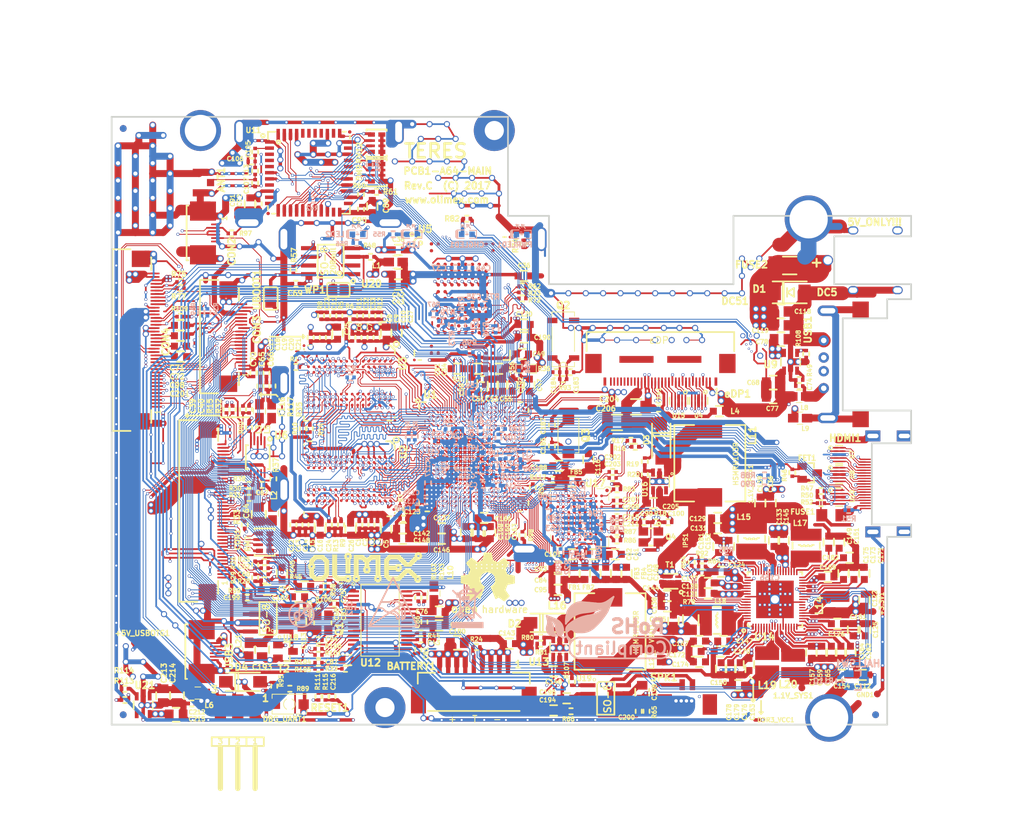
<source format=kicad_pcb>
(kicad_pcb (version 20211014) (generator pcbnew)
  (layers (0 "F.Cu" mixed) (1 "In1.Cu" power) (2 "In2.Cu" signal) (3 "In3.Cu" signal) (4 "In4.Cu" power) (31 "B.Cu" mixed) (34 "B.Paste" user) (35 "F.Paste" user) (36 "B.SilkS" user "B.Silkscreen") (37 "F.SilkS" user "F.Silkscreen") (38 "B.Mask" user) (39 "F.Mask" user) (44 "Edge.Cuts" user))
  (net 0 "")
  (net 1 "+5V")
  (net 2 "GND")
  (net 3 "Net-(ANT1-Pad1)")
  (net 4 "VBAT")
  (net 5 "T_BAT")
  (net 6 "+1.5V")
  (net 7 "/VREF0_DDR3")
  (net 8 "/S0SVREF")
  (net 9 "+3V3")
  (net 10 "Net-(C35-Pad2)")
  (net 11 "Net-(C37-Pad2)")
  (net 12 "/NAND Flash , eMMC, T-Card and Audio/MICIN2_P")
  (net 13 "/NAND Flash , eMMC, T-Card and Audio/MICIN2_N")
  (net 14 "GNDA")
  (net 15 "/NAND Flash , eMMC, T-Card and Audio/MBIAS")
  (net 16 "+3.0VA")
  (net 17 "+1V8")
  (net 18 "Net-(C51-Pad1)")
  (net 19 "/NAND Flash , eMMC, T-Card and Audio/FC_MIC_P")
  (net 20 "/NAND Flash , eMMC, T-Card and Audio/MICIN1_P")
  (net 21 "Net-(C54-Pad2)")
  (net 22 "Net-(C55-Pad1)")
  (net 23 "Net-(C57-Pad1)")
  (net 24 "Net-(C57-Pad2)")
  (net 25 "Net-(C59-Pad1)")
  (net 26 "/NAND Flash , eMMC, T-Card and Audio/FC_MIC_N")
  (net 27 "/NAND Flash , eMMC, T-Card and Audio/MICIN1_N")
  (net 28 "Net-(C61-Pad1)")
  (net 29 "Net-(C61-Pad2)")
  (net 30 "Net-(C64-Pad1)")
  (net 31 "Net-(C65-Pad2)")
  (net 32 "Net-(C66-Pad2)")
  (net 33 "Net-(C74-Pad1)")
  (net 34 "Net-(C75-Pad1)")
  (net 35 "Net-(C76-Pad1)")
  (net 36 "+3.3VD")
  (net 37 "Net-(C87-Pad1)")
  (net 38 "Net-(C88-Pad1)")
  (net 39 "Net-(C94-Pad1)")
  (net 40 "IPS")
  (net 41 "1.2V_HSIC")
  (net 42 "Net-(C102-Pad1)")
  (net 43 "Net-(C105-Pad1)")
  (net 44 "Net-(C105-Pad2)")
  (net 45 "VCC-PL")
  (net 46 "Net-(C113-Pad1)")
  (net 47 "1.1V_CPUS")
  (net 48 "1.1V_CPUX")
  (net 49 "Net-(C125-Pad2)")
  (net 50 "Net-(C135-Pad1)")
  (net 51 "Net-(C149-Pad1)")
  (net 52 "Net-(C151-Pad1)")
  (net 53 "3.0V_RTC")
  (net 54 "1.1V_SYS")
  (net 55 "AP-RESET#")
  (net 56 "VCC-PE")
  (net 57 "Net-(C174-Pad2)")
  (net 58 "Net-(C181-Pad2)")
  (net 59 "Net-(C182-Pad2)")
  (net 60 "Net-(C183-Pad1)")
  (net 61 "Net-(C184-Pad1)")
  (net 62 "Net-(C185-Pad1)")
  (net 63 "Net-(C187-Pad1)")
  (net 64 "Net-(C188-Pad2)")
  (net 65 "Net-(C192-Pad2)")
  (net 66 "Net-(C193-Pad1)")
  (net 67 "Net-(C194-Pad1)")
  (net 68 "Net-(C196-Pad1)")
  (net 69 "/NAND Flash , eMMC, T-Card and Audio/SPKR_N")
  (net 70 "Net-(C199-Pad2)")
  (net 71 "Net-(C200-Pad1)")
  (net 72 "Net-(C200-Pad2)")
  (net 73 "Net-(CHGLED1-Pad1)")
  (net 74 "/NAND Flash , eMMC, T-Card and Audio/SPKR_P")
  (net 75 "/NAND Flash , eMMC, T-Card and Audio/SDC0-DET#")
  (net 76 "/NAND Flash , eMMC, T-Card and Audio/SDC0-D2")
  (net 77 "/NAND Flash , eMMC, T-Card and Audio/SDC0-D1")
  (net 78 "/NAND Flash , eMMC, T-Card and Audio/SDC0-D0")
  (net 79 "Net-(CON1-Pad18)")
  (net 80 "/NAND Flash , eMMC, T-Card and Audio/SDC0-CMD")
  (net 81 "/NAND Flash , eMMC, T-Card and Audio/SDC0-D3")
  (net 82 "HUSB2-D_P")
  (net 83 "HUSB2-D_N")
  (net 84 "FC_HPOUTL")
  (net 85 "FC_HPOUTR")
  (net 86 "FC_HPDET")
  (net 87 "FC_HPOUTFB")
  (net 88 "/NAND Flash , eMMC, T-Card and Audio/HS-MIC")
  (net 89 "/NAND Flash , eMMC, T-Card and Audio/HBIAS")
  (net 90 "Net-(D2-Pad2)")
  (net 91 "Net-(D4-Pad2)")
  (net 92 "HUSB3-D_N")
  (net 93 "HUSB3-D_P")
  (net 94 "Net-(eDP1-Pad25)")
  (net 95 "Net-(eDP1-Pad26)")
  (net 96 "Net-(eDP1-Pad27)")
  (net 97 "Net-(eDP1-Pad28)")
  (net 98 "Net-(eDP1-Pad29)")
  (net 99 "Net-(eDP1-Pad30)")
  (net 100 "Net-(FET1-Pad3)")
  (net 101 "/USB&HDMI,WiFi&BT,Ethernet,LCD/HCEC")
  (net 102 "Net-(FUSE1-Pad2)")
  (net 103 "/USB&HDMI,WiFi&BT,Ethernet,LCD/HTX2_P")
  (net 104 "/USB&HDMI,WiFi&BT,Ethernet,LCD/HTX2_N")
  (net 105 "/USB&HDMI,WiFi&BT,Ethernet,LCD/HTX1_P")
  (net 106 "/USB&HDMI,WiFi&BT,Ethernet,LCD/HTX1_N")
  (net 107 "/USB&HDMI,WiFi&BT,Ethernet,LCD/HTX0_P")
  (net 108 "/USB&HDMI,WiFi&BT,Ethernet,LCD/HTX0_N")
  (net 109 "/USB&HDMI,WiFi&BT,Ethernet,LCD/HTXC_P")
  (net 110 "/USB&HDMI,WiFi&BT,Ethernet,LCD/HTXC_N")
  (net 111 "/USB&HDMI,WiFi&BT,Ethernet,LCD/HSCL")
  (net 112 "/USB&HDMI,WiFi&BT,Ethernet,LCD/HSDA")
  (net 113 "Net-(HDMI1-Pad19)")
  (net 114 "/NAND Flash , eMMC, T-Card and Audio/HPOUTR")
  (net 115 "/NAND Flash , eMMC, T-Card and Audio/HPOUTL")
  (net 116 "Net-(L9-Pad2)")
  (net 117 "Net-(L14-Pad1)")
  (net 118 "Net-(L15-Pad1)")
  (net 119 "Net-(L17-Pad1)")
  (net 120 "Net-(L18-Pad2)")
  (net 121 "Net-(L19-Pad1)")
  (net 122 "Net-(L20-Pad1)")
  (net 123 "Net-(LED1-Pad1)")
  (net 124 "Net-(LED2-Pad1)")
  (net 125 "Net-(PWRLED1-Pad2)")
  (net 126 "TWI1-SDA")
  (net 127 "TWI1-SCK")
  (net 128 "/S0SRST")
  (net 129 "/S0SCK_N")
  (net 130 "/S0SCK_P")
  (net 131 "Net-(R7-Pad2)")
  (net 132 "Net-(R9-Pad1)")
  (net 133 "Net-(R10-Pad1)")
  (net 134 "Net-(R13-Pad1)")
  (net 135 "Net-(R14-Pad1)")
  (net 136 "/NAND Flash , eMMC, T-Card and Audio/HP-DET")
  (net 137 "/NAND Flash , eMMC, T-Card and Audio/SDC0-CLK")
  (net 138 "USB0-D_P")
  (net 139 "USB0-DRV")
  (net 140 "Net-(R41-Pad2)")
  (net 141 "Net-(R43-Pad2)")
  (net 142 "Net-(R44-Pad2)")
  (net 143 "Net-(R45-Pad2)")
  (net 144 "Net-(R49-Pad2)")
  (net 145 "/USB&HDMI,WiFi&BT,Ethernet,LCD/HHPD")
  (net 146 "Net-(R54-Pad1)")
  (net 147 "/USB&HDMI,WiFi&BT,Ethernet,LCD/WL-SDIO-CLK")
  (net 148 "Net-(R60-Pad1)")
  (net 149 "AP-CK32KO")
  (net 150 "PA-ENABLE")
  (net 151 "Net-(R68-Pad1)")
  (net 152 "USB0-D_N")
  (net 153 "Net-(R80-Pad2)")
  (net 154 "Net-(R82-Pad1)")
  (net 155 "/Power Supply, Extensions and MiPi-DSI/DC5SET")
  (net 156 "AP-NMI#")
  (net 157 "PMU-SCK")
  (net 158 "Net-(R89-Pad1)")
  (net 159 "PMU-SDA")
  (net 160 "Net-(R96-Pad1)")
  (net 161 "Net-(R98-Pad1)")
  (net 162 "/USB&HDMI,WiFi&BT,Ethernet,LCD/WL-SDIO-D2")
  (net 163 "/USB&HDMI,WiFi&BT,Ethernet,LCD/WL-SDIO-D1")
  (net 164 "/USB&HDMI,WiFi&BT,Ethernet,LCD/WL-SDIO-D3")
  (net 165 "/USB&HDMI,WiFi&BT,Ethernet,LCD/WL-SDIO-D0")
  (net 166 "/USB&HDMI,WiFi&BT,Ethernet,LCD/BT-RST-N")
  (net 167 "/USB&HDMI,WiFi&BT,Ethernet,LCD/BT-UART-RX")
  (net 168 "/USB&HDMI,WiFi&BT,Ethernet,LCD/WL-PMU-EN")
  (net 169 "/USB&HDMI,WiFi&BT,Ethernet,LCD/WL-SDIO-CMD")
  (net 170 "Net-(SPK1-Pad2)")
  (net 171 "/USB&HDMI,WiFi&BT,Ethernet,LCD/BT-UART-TX")
  (net 172 "Net-(U1-PadT23)")
  (net 173 "Net-(U1-PadP23)")
  (net 174 "Net-(U1-PadN23)")
  (net 175 "Net-(U1-PadL23)")
  (net 176 "/USB&HDMI,WiFi&BT,Ethernet,LCD/USB1-D_P")
  (net 177 "/USB&HDMI,WiFi&BT,Ethernet,LCD/USB1-D_N")
  (net 178 "Net-(U1-PadL22)")
  (net 179 "Net-(U1-PadM22)")
  (net 180 "Net-(U1-PadN22)")
  (net 181 "Net-(U1-PadP22)")
  (net 182 "Net-(U1-PadR22)")
  (net 183 "Net-(U1-PadT22)")
  (net 184 "/USB&HDMI,WiFi&BT,Ethernet,LCD/BT-PCM-DOUT")
  (net 185 "/USB&HDMI,WiFi&BT,Ethernet,LCD/AP-WAKE-BT")
  (net 186 "/USB&HDMI,WiFi&BT,Ethernet,LCD/BT-PCM-DIN")
  (net 187 "/USB&HDMI,WiFi&BT,Ethernet,LCD/BT-PCM-SYNC")
  (net 188 "/USB&HDMI,WiFi&BT,Ethernet,LCD/WL-WAKE-AP")
  (net 189 "/USB&HDMI,WiFi&BT,Ethernet,LCD/BT-WAKE-AP")
  (net 190 "/S0SDQ20")
  (net 191 "/S0SDQS2_N")
  (net 192 "/S0SDQ19")
  (net 193 "/S0SDQ1")
  (net 194 "/S0SDQ5")
  (net 195 "/S0SDQ3")
  (net 196 "/S0SDQ6")
  (net 197 "/S0SDQ14")
  (net 198 "/S0SDQS1_P")
  (net 199 "/S0SDQ10")
  (net 200 "/S0SDQ22")
  (net 201 "/S0SDQ21")
  (net 202 "/S0SDQM2")
  (net 203 "/S0SDQS2_P")
  (net 204 "/S0SDQ18")
  (net 205 "/S0SDQ17")
  (net 206 "/S0SDQ4")
  (net 207 "/S0SDQM0")
  (net 208 "/S0SDQS0_N")
  (net 209 "/S0SDQ7")
  (net 210 "/S0SDQ15")
  (net 211 "/S0SDQ13")
  (net 212 "/S0SDQS1_N")
  (net 213 "/S0SDQ11")
  (net 214 "/S0SDQ9")
  (net 215 "/S0SDQ23")
  (net 216 "/S0SA8")
  (net 217 "/S0SDQ16")
  (net 218 "/S0SA6")
  (net 219 "/S0SDQ2")
  (net 220 "/S0SCKE0")
  (net 221 "/S0SDQS0_P")
  (net 222 "/S0SDQ0")
  (net 223 "/S0SDQ12")
  (net 224 "/S0SDQM1")
  (net 225 "/S0SBA1")
  (net 226 "/S0SDQ8")
  (net 227 "/S0SDQ26")
  (net 228 "/S0SDQ25")
  (net 229 "/S0SA9")
  (net 230 "/S0SA7")
  (net 231 "/S0SA5")
  (net 232 "/S0SA14")
  (net 233 "/S0SA10")
  (net 234 "/S0SA1")
  (net 235 "/S0SA15")
  (net 236 "/S0SA11")
  (net 237 "/S0SDQ27")
  (net 238 "/S0SDQS3_N")
  (net 239 "/S0SDQ24")
  (net 240 "/S0SODT0")
  (net 241 "/S0SCS0")
  (net 242 "/S0SCS1")
  (net 243 "/S0SA12")
  (net 244 "/S0SA2")
  (net 245 "/S0SA0")
  (net 246 "/S0SDQS3_P")
  (net 247 "/S0SBA2")
  (net 248 "/S0SCKE1")
  (net 249 "/S0SA3")
  (net 250 "/S0SA4")
  (net 251 "VDDFB-CPUX")
  (net 252 "/S0SDQ28")
  (net 253 "/S0SDQM3")
  (net 254 "/S0SODT1")
  (net 255 "/S0SRAS")
  (net 256 "/S0SDQ29")
  (net 257 "/S0SDQ30")
  (net 258 "/S0SWE")
  (net 259 "/S0SBA0")
  (net 260 "/S0SA13")
  (net 261 "/S0SDQ31")
  (net 262 "/S0SCAS")
  (net 263 "TWI0-SDA")
  (net 264 "TWI0-SCK")
  (net 265 "Net-(U1-PadA13)")
  (net 266 "Net-(U1-PadB13)")
  (net 267 "Net-(U1-PadC14)")
  (net 268 "Net-(U1-PadD14)")
  (net 269 "Net-(U1-PadE16)")
  (net 270 "Net-(U1-PadF16)")
  (net 271 "/USB&HDMI,WiFi&BT,Ethernet,LCD/BT-UART-CTS")
  (net 272 "/USB&HDMI,WiFi&BT,Ethernet,LCD/BT-PCM-CLK")
  (net 273 "Net-(U11-Pad3)")
  (net 274 "Net-(U11-Pad4)")
  (net 275 "Net-(U11-Pad5)")
  (net 276 "Net-(U11-Pad8)")
  (net 277 "Net-(U11-Pad10)")
  (net 278 "Net-(U11-Pad11)")
  (net 279 "Net-(U11-Pad21)")
  (net 280 "Net-(U11-Pad23)")
  (net 281 "Net-(U11-Pad29)")
  (net 282 "Net-(U11-Pad30)")
  (net 283 "Net-(U11-Pad32)")
  (net 284 "Net-(U11-Pad35)")
  (net 285 "Net-(U11-Pad37)")
  (net 286 "Net-(U11-Pad38)")
  (net 287 "Net-(U11-Pad39)")
  (net 288 "Net-(U11-Pad40)")
  (net 289 "/USB&HDMI,WiFi&BT,Ethernet,LCD/HUSB4-D_N")
  (net 290 "/USB&HDMI,WiFi&BT,Ethernet,LCD/HUSB4-D_P")
  (net 291 "Net-(U12-Pad19)")
  (net 292 "Net-(U12-Pad20)")
  (net 293 "Net-(U12-Pad21)")
  (net 294 "Net-(U12-Pad22)")
  (net 295 "/USB&HDMI,WiFi&BT,Ethernet,LCD/HUSB1-D_N")
  (net 296 "/USB&HDMI,WiFi&BT,Ethernet,LCD/HUSB1-D_P")
  (net 297 "Net-(U13-Pad6)")
  (net 298 "USB5V")
  (net 299 "/Power Supply, Extensions and MiPi-DSI/HS_STR")
  (net 300 "/Power Supply, Extensions and MiPi-DSI/HS_DAT")
  (net 301 "IC-MOSI")
  (net 302 "IC-MISO")
  (net 303 "IC-CLK")
  (net 304 "IC-CS")
  (net 305 "/R_S0SCK_P")
  (net 306 "/R_S0SCK_N")
  (net 307 "/eDP LCD/A2.5V")
  (net 308 "/eDP LCD/eDP_AGND")
  (net 309 "/eDP LCD/2.5V")
  (net 310 "eDP_1.2V")
  (net 311 "/eDP LCD/1.2V")
  (net 312 "Net-(C99-Pad1)")
  (net 313 "/eDP LCD/A1.2V")
  (net 314 "eDP_2.5V")
  (net 315 "Net-(C118-Pad2)")
  (net 316 "Net-(C165-Pad2)")
  (net 317 "Net-(C172-Pad2)")
  (net 318 "/eDP LCD/EDP_AUX_P")
  (net 319 "/eDP LCD/EDP_AUX_N")
  (net 320 "/eDP LCD/EDP_LANE0_P")
  (net 321 "/eDP LCD/EDP_LANE0_N")
  (net 322 "/eDP LCD/EDP_LANE1_P")
  (net 323 "/eDP LCD/EDP_LANE1_N")
  (net 324 "Net-(D3-Pad2)")
  (net 325 "/eDP LCD/BKLT_PWM")
  (net 326 "/eDP LCD/BKLT_ON")
  (net 327 "/eDP LCD/EDP_HPD_CON")
  (net 328 "Net-(R19-Pad2)")
  (net 329 "/NAND Flash , eMMC, T-Card and Audio/SDC2-CMD")
  (net 330 "Net-(R22-Pad1)")
  (net 331 "/NAND Flash , eMMC, T-Card and Audio/SDC2-RST")
  (net 332 "/NAND Flash , eMMC, T-Card and Audio/SDC2-D7")
  (net 333 "/NAND Flash , eMMC, T-Card and Audio/SDC2-D0")
  (net 334 "/NAND Flash , eMMC, T-Card and Audio/SDC2-CLK")
  (net 335 "/NAND Flash , eMMC, T-Card and Audio/SDC2-D6")
  (net 336 "/NAND Flash , eMMC, T-Card and Audio/SDC2-D5")
  (net 337 "/NAND Flash , eMMC, T-Card and Audio/SDC2-D4")
  (net 338 "/NAND Flash , eMMC, T-Card and Audio/SDC2-D3")
  (net 339 "/NAND Flash , eMMC, T-Card and Audio/SDC2-D2")
  (net 340 "/NAND Flash , eMMC, T-Card and Audio/SDC2-D1")
  (net 341 "Net-(R83-Pad1)")
  (net 342 "Net-(R86-Pad1)")
  (net 343 "/eDP LCD/eDP_RESET")
  (net 344 "Net-(T1-Pad3)")
  (net 345 "/eDP LCD/LCDB6")
  (net 346 "/eDP LCD/LCDB3")
  (net 347 "/eDP LCD/LCDG4")
  (net 348 "/eDP LCD/LCDR2")
  (net 349 "/eDP LCD/LCDR3")
  (net 350 "/eDP LCD/LCDG3")
  (net 351 "/eDP LCD/LCDG7")
  (net 352 "/eDP LCD/LCDG6")
  (net 353 "/eDP LCD/LCDR4")
  (net 354 "/eDP LCD/LCDB7")
  (net 355 "/eDP LCD/LCDR6")
  (net 356 "/eDP LCD/LCDR5")
  (net 357 "/eDP LCD/LCDB5")
  (net 358 "/eDP LCD/LCDR7")
  (net 359 "/eDP LCD/LCDCL")
  (net 360 "/eDP LCD/LCDG5")
  (net 361 "/eDP LCD/LCDDE")
  (net 362 "/eDP LCD/LCDVS")
  (net 363 "/eDP LCD/LCDHS")
  (net 364 "/eDP LCD/LCDG2")
  (net 365 "/eDP LCD/LCDB4")
  (net 366 "/eDP LCD/LCDB2")
  (net 367 "Net-(U17-PadJ5)")
  (net 368 "Net-(U17-PadE1)")
  (net 369 "Net-(U17-PadD9)")
  (net 370 "Net-(U17-PadD8)")
  (net 371 "Net-(U17-PadC9)")
  (net 372 "Net-(U17-PadC8)")
  (net 373 "Net-(U17-PadB8)")
  (net 374 "Net-(U17-PadB5)")
  (net 375 "Net-(U17-PadB2)")
  (net 376 "Net-(U17-PadA9)")
  (net 377 "Net-(U17-PadA8)")
  (net 378 "Net-(U14-Pad23)")
  (net 379 "Net-(U14-Pad24)")
  (net 380 "Net-(C100-Pad2)")
  (net 381 "Net-(C198-Pad1)")
  (net 382 "/USB&HDMI,WiFi&BT,Ethernet,LCD/USB1-DRV")
  (net 383 "Net-(C141-Pad1)")
  (net 384 "/eDP LCD/HUSB3-")
  (net 385 "/eDP LCD/HUSB3+")
  (net 386 "/eDP LCD/EDP_LANE0+")
  (net 387 "/eDP LCD/EDP_LANE0-")
  (net 388 "/eDP LCD/EDP_LANE1+")
  (net 389 "/eDP LCD/EDP_LANE1-")
  (net 390 "/eDP LCD/EDP_AUX+")
  (net 391 "/eDP LCD/EDP_AUX-")
  (net 392 "/NAND Flash , eMMC, T-Card and Audio/HUSB2-D+")
  (net 393 "/NAND Flash , eMMC, T-Card and Audio/HUSB2-D-")
  (net 394 "/USB&HDMI,WiFi&BT,Ethernet,LCD/HUSB1-D-")
  (net 395 "/USB&HDMI,WiFi&BT,Ethernet,LCD/HUSB1-D+")
  (net 396 "/USB&HDMI,WiFi&BT,Ethernet,LCD/HUSB4-D-")
  (net 397 "/USB&HDMI,WiFi&BT,Ethernet,LCD/HUSB4-D+")
  (net 398 "LINEINR")
  (net 399 "Net-(C71-Pad1)")
  (net 400 "LINEINL")
  (net 401 "Net-(C72-Pad1)")
  (net 402 "Net-(C98-Pad1)")
  (net 403 "LINEOUTL")
  (net 404 "LINEOUTR")
  (net 405 "PWR-BUT")
  (net 406 "Net-(C186-Pad2)")
  (net 407 "Net-(C201-Pad1)")
  (net 408 "Net-(CON1-Pad33)")
  (net 409 "Net-(CON1-Pad31)")
  (net 410 "/Power Supply, Extensions and MiPi-DSI/JTAGSEL0")
  (net 411 "Net-(CON2-Pad3)")
  (net 412 "KEYADC")
  (net 413 "/Power Supply, Extensions and MiPi-DSI/PB7")
  (net 414 "/Power Supply, Extensions and MiPi-DSI/PB6")
  (net 415 "/Power Supply, Extensions and MiPi-DSI/PB5")
  (net 416 "/Power Supply, Extensions and MiPi-DSI/PB4")
  (net 417 "/Power Supply, Extensions and MiPi-DSI/PE17")
  (net 418 "/Power Supply, Extensions and MiPi-DSI/PE16")
  (net 419 "/Power Supply, Extensions and MiPi-DSI/PE15")
  (net 420 "/Power Supply, Extensions and MiPi-DSI/PE14")
  (net 421 "/Power Supply, Extensions and MiPi-DSI/PE13")
  (net 422 "/Power Supply, Extensions and MiPi-DSI/PE12")
  (net 423 "PH8")
  (net 424 "PH7")
  (net 425 "PH5")
  (net 426 "PH4")
  (net 427 "PH11")
  (net 428 "PH10")
  (net 429 "/Power Supply, Extensions and MiPi-DSI/PE11")
  (net 430 "/Power Supply, Extensions and MiPi-DSI/PE10")
  (net 431 "/Power Supply, Extensions and MiPi-DSI/PE9")
  (net 432 "/Power Supply, Extensions and MiPi-DSI/PE8")
  (net 433 "/Power Supply, Extensions and MiPi-DSI/PE7")
  (net 434 "/Power Supply, Extensions and MiPi-DSI/PE6")
  (net 435 "/Power Supply, Extensions and MiPi-DSI/PE5")
  (net 436 "/Power Supply, Extensions and MiPi-DSI/PE4")
  (net 437 "/Power Supply, Extensions and MiPi-DSI/PE3")
  (net 438 "/Power Supply, Extensions and MiPi-DSI/PE2")
  (net 439 "/Power Supply, Extensions and MiPi-DSI/PE1")
  (net 440 "/Power Supply, Extensions and MiPi-DSI/PE0")
  (net 441 "/Power Supply, Extensions and MiPi-DSI/PB3")
  (net 442 "/Power Supply, Extensions and MiPi-DSI/PB2")
  (net 443 "/Power Supply, Extensions and MiPi-DSI/PB1")
  (net 444 "/Power Supply, Extensions and MiPi-DSI/PB0")
  (net 445 "PL11")
  (net 446 "PL10")
  (net 447 "UART0RX")
  (net 448 "UART0TX")
  (net 449 "Net-(eDP1-Pad24)")
  (net 450 "Net-(eDP1-Pad23)")
  (net 451 "LIDSW")
  (net 452 "LED_CAPS")
  (net 453 "LED_NUML")
  (net 454 "Net-(R37-Pad1)")
  (net 455 "Net-(R38-Pad1)")
  (net 456 "#DEBUGSELECT")
  (net 457 "Net-(R42-Pad2)")
  (net 458 "Net-(R48-Pad1)")
  (net 459 "Net-(R57-Pad1)")
  (net 460 "Net-(R107-Pad1)")
  (net 461 "/eDP LCD/VDC18V")
  (net 462 "Net-(R112-Pad1)")
  (net 463 "Net-(U1-PadF17)")
  (net 464 "Net-(U16-Pad6)")
  (net 465 "Net-(HDMI1-Pad17)")
  (net 466 "USB5VOTG")
  (net 467 "Net-(C213-Pad2)")
  (net 468 "/USB&HDMI,WiFi&BT,Ethernet,LCD/USB0-VBUSDET")
  (net 469 "USB0-ID")
  (net 470 "Net-(R114-Pad2)")
  (net 471 "/NAND Flash , eMMC, T-Card and Audio/MICIN2+")
  (net 472 "/NAND Flash , eMMC, T-Card and Audio/MICIN2-")
  (net 473 "/Power Supply, Extensions and MiPi-DSI/AXP_USB+")
  (net 474 "/Power Supply, Extensions and MiPi-DSI/AXP_USB-")
  (footprint "OLIMEX_Other-FP:Mounting_hole_5.6mm_TERES" (layer "F.Cu") (at 192 26)
    (fp_text reference "MountingHole" hide)
    (fp_text value "Mounting_hole_3.3mm" hide)
  )
  (footprint "OLIMEX_Other-FP:Mounting_hole_5.6mm_TERES" (layer "F.Cu") (at 195 99)
    (fp_text reference "MountingHole" hide)
    (fp_text value "Mounting_hole_3.3mm" hide)
  )
  (footprint "OLIMEX_Other-FP:Mounting_hole_3.3mm" (layer "F.Cu") (at 150.765 95.7342)
    (fp_text reference "MountingHole" hide)
    (fp_text value "Mounting_hole_3.3mm" hide)
  )
  (footprint "OLIMEX_Other-FP:Mounting_hole_2.8mm" (layer "F.Cu") (at 146 13)
    (fp_text reference "MountingHole" hide)
    (fp_text value "Mounting_hole_3.3mm" hide)
  )
  (footprint "OLIMEX_Other-FP:Mounting_hole_TERES_4.6mm" (layer "F.Cu") (at 103 13)
    (fp_text reference "MountingHole" hide)
    (fp_text value "Mounting_hole_3.3mm" hide)
  )
  (footprint "OLIMEX_Connectors-FP:FLEXCON-0.5-6" (layer "F.Cu") (at 102.879 89.301 -90)
    (fp_text reference "USB3")
    (fp_text value "USB3")
  )
  (footprint "OLIMEX_Connectors-FP:HDMI-MINI-TERES" (layer "F.Cu") (at 208 64.751 90)
    (fp_text reference "HDMI1")
    (fp_text value "HDMI-SWM-19")
  )
  (footprint "OLIMEX_Connectors-FP:USB-A-TERES" (layer "F.Cu") (at 207.01 47.244 90)
    (fp_text reference "USB1")
    (fp_text value "USB_A_THERES")
  )
  (footprint "OLIMEX_Connectors-FP:DC-055-TERES" (layer "F.Cu") (at 207.01 32.004 90)
    (fp_text reference "DC5")
    (fp_text value "PWR-JACK-THERES")
  )
  (footprint "OLIMEX_Other-FP:Fiducial1x3_transp" (layer "F.Cu") (at 91.694 12.7)
    (fp_text reference "")
    (fp_text value "")
  )
  (footprint "OLIMEX_Other-FP:Fiducial1x3_transp" (layer "F.Cu") (at 91.694 98.552)
    (fp_text reference "")
    (fp_text value "")
  )
  (footprint "OLIMEX_Other-FP:Fiducial1x3_transp" (layer "F.Cu") (at 201.803 98.552)
    (fp_text reference "")
    (fp_text value "")
  )
  (footprint "OLIMEX_Connectors-FP:FPV-WZA21-40-LF" (layer "F.Cu") (at 103.378 68.707 90)
    (fp_text reference "CON1")
    (fp_text value "CONN_01X40")
  )
  (footprint "OLIMEX_Connectors-FP:CON-SPK-TERES" (layer "F.Cu") (at 174.244 98.552)
    (fp_text reference "SPK1")
    (fp_text value "SPK1")
  )
  (footprint "OLIMEX_Connectors-FP:BATCONN-TERES" (layer "F.Cu") (at 143 95.2 180)
    (fp_text reference "BATTERY1")
    (fp_text value "BATTCON")
  )
  (footprint "OLIMEX_Connectors-FP:eDP-TERES" (layer "F.Cu") (at 170.307 48.515 180)
    (fp_text reference "eDP1")
    (fp_text value "LCD_CONN")
  )
  (footprint "OLIMEX_Other-FP:NPTH_2.2mm" (layer "F.Cu") (at 184 28.5)
    (fp_text reference "MountingHole" hide)
    (fp_text value "Mounting_hole_3.3mm" hide)
  )
  (footprint "OLIMEX_Other-FP:NPTH_2.2mm" (layer "F.Cu") (at 188 97.5)
    (fp_text reference "MountingHole" hide)
    (fp_text value "Mounting_hole_3.3mm" hide)
  )
  (footprint "OLIMEX_Connectors-FP:U.FL-R-SMT-1" (layer "F.Cu") (at 102.9716 20.6248 90)
    (fp_text reference "ANT1")
    (fp_text value "PCB_WIFI_ANT")
  )
  (footprint "OLIMEX_RLC-FP:C_0603_5MIL_DWS" (layer "F.Cu") (at 130.175 71.374 -90)
    (fp_text reference "C5")
    (fp_text value "10uF/6.3V/0603")
  )
  (footprint "OLIMEX_RLC-FP:C_0603_5MIL_DWS" (layer "F.Cu") (at 130.175 42.672 90)
    (fp_text reference "C10")
    (fp_text value "10uF/6.3V/0603")
  )
  (footprint "OLIMEX_RLC-FP:C_0603_5MIL_DWS" (layer "F.Cu") (at 120.523 71.374 -90)
    (fp_text reference "C16")
    (fp_text value "10uF/6.3V/0603")
  )
  (footprint "OLIMEX_RLC-FP:C_0603_5MIL_DWS" (layer "F.Cu") (at 123.063 42.672 90)
    (fp_text reference "C21")
    (fp_text value "10uF/6.3V/0603")
  )
  (footprint "OLIMEX_RLC-FP:C_0603_5MIL_DWS" (layer "F.Cu") (at 124.968 71.374 -90)
    (fp_text reference "C26")
    (fp_text value "10uF/6.3V/0603")
  )
  (footprint "OLIMEX_RLC-FP:C_0603_5MIL_DWS" (layer "F.Cu") (at 131.699 42.672 90)
    (fp_text reference "C27")
    (fp_text value "1uF/6.3V/0603")
  )
  (footprint "OLIMEX_RLC-FP:C_0603_5MIL_DWS" (layer "F.Cu") (at 150.368 34.29 180)
    (fp_text reference "C36")
    (fp_text value "1uF/6.3V/0603")
  )
  (footprint "OLIMEX_RLC-FP:C_0603_5MIL_DWS" (layer "F.Cu") (at 131.953 30.48)
    (fp_text reference "C38")
    (fp_text value "1uF/6.3V/0603")
  )
  (footprint "OLIMEX_RLC-FP:C_0603_5MIL_DWS" (layer "F.Cu") (at 131.953 34.036 180)
    (fp_text reference "C42")
    (fp_text value "10uF/6.3V/0603")
  )
  (footprint "OLIMEX_RLC-FP:C_0603_5MIL_DWS" (layer "F.Cu") (at 131.953 35.56 180)
    (fp_text reference "C43")
    (fp_text value "1uF/6.3V/0603")
  )
  (footprint "OLIMEX_RLC-FP:C_0603_5MIL_DWS" (layer "F.Cu") (at 114.935 77.851 90)
    (fp_text reference "C45")
    (fp_text value "1uF/6.3V/0603")
  )
  (footprint "OLIMEX_RLC-FP:C_0603_5MIL_DWS" (layer "F.Cu") (at 151.13 50.292 -90)
    (fp_text reference "C47")
    (fp_text value "10uF/6.3V/0603")
  )
  (footprint "OLIMEX_RLC-FP:C_0603_5MIL_DWS" (layer "F.Cu") (at 150.114 45.72)
    (fp_text reference "C49")
    (fp_text value "10uF/6.3V/0603")
  )
  (footprint "OLIMEX_RLC-FP:C_0603_5MIL_DWS" (layer "F.Cu") (at 145.796 50.292 90)
    (fp_text reference "C53")
    (fp_text value "10uF/6.3V/0603")
  )
  (footprint "OLIMEX_RLC-FP:C_0603_5MIL_DWS" (layer "F.Cu") (at 143.637 47.879)
    (fp_text reference "C54")
    (fp_text value "10uF/6.3V/0603")
  )
  (footprint "OLIMEX_RLC-FP:C_0603_5MIL_DWS" (layer "F.Cu") (at 147.193 50.292 90)
    (fp_text reference "C55")
    (fp_text value "1uF/6.3V/0603")
  )
  (footprint "OLIMEX_RLC-FP:C_0603_5MIL_DWS" (layer "F.Cu") (at 146.685 47.879 180)
    (fp_text reference "C56")
    (fp_text value "2.2uF/6.3V/0603")
  )
  (footprint "OLIMEX_RLC-FP:C_0603_5MIL_DWS" (layer "F.Cu") (at 112.776 80.264)
    (fp_text reference "C57")
    (fp_text value "10uF/6.3V/0603")
  )
  (footprint "OLIMEX_RLC-FP:C_0603_5MIL_DWS" (layer "F.Cu") (at 142.748 50.038 90)
    (fp_text reference "C59")
    (fp_text value "10uF/6.3V/0603")
  )
  (footprint "OLIMEX_RLC-FP:C_0603_5MIL_DWS" (layer "F.Cu") (at 140.589 47.879)
    (fp_text reference "C61")
    (fp_text value "2.2uF/6.3V/0603")
  )
  (footprint "OLIMEX_RLC-FP:C_0805_5MIL_DWS" (layer "F.Cu") (at 111.506 69.215 90)
    (fp_text reference "C64")
    (fp_text value "47uF/6.3V/0805")
  )
  (footprint "OLIMEX_RLC-FP:C_0805_5MIL_DWS" (layer "F.Cu") (at 186.817 49.911)
    (fp_text reference "C68")
    (fp_text value "47uF/6.3V/0805")
  )
  (footprint "OLIMEX_RLC-FP:C_0603_5MIL_DWS" (layer "F.Cu") (at 137.922 83.439)
    (fp_text reference "C76")
    (fp_text value "10uF")
  )
  (footprint "OLIMEX_RLC-FP:C_0805_5MIL_DWS" (layer "F.Cu") (at 186.817 51.943)
    (fp_text reference "C77")
    (fp_text value "47uF/6.3V/0805")
  )
  (footprint "OLIMEX_RLC-FP:C_0805_5MIL_DWS" (layer "F.Cu") (at 187.96 43.561)
    (fp_text reference "C78")
    (fp_text value "47uF/6.3V/0805")
  )
  (footprint "OLIMEX_RLC-FP:C_0603_5MIL_DWS" (layer "F.Cu") (at 128.143 24.13 -90)
    (fp_text reference "C89")
    (fp_text value "10uF/6.3V/0603")
  )
  (footprint "OLIMEX_RLC-FP:C_0603_5MIL_DWS" (layer "F.Cu") (at 110.236 23.749 90)
    (fp_text reference "C91")
    (fp_text value "10uF/6.3V/0603")
  )
  (footprint "OLIMEX_RLC-FP:C_0603_5MIL_DWS" (layer "F.Cu") (at 155.321 76.962)
    (fp_text reference "C93")
    (fp_text value "4.7uF/6.3V")
  )
  (footprint "OLIMEX_RLC-FP:C_0603_5MIL_DWS" (layer "F.Cu") (at 155.321 80.264 180)
    (fp_text reference "C95")
    (fp_text value "22uF/6.3V")
  )
  (footprint "OLIMEX_RLC-FP:C_0603_5MIL_DWS" (layer "F.Cu") (at 117.348 81.28 180)
    (fp_text reference "C102")
    (fp_text value "1uF/6.3V/0603")
  )
  (footprint "OLIMEX_RLC-FP:C_0603_5MIL_DWS" (layer "F.Cu") (at 199.898 92.71)
    (fp_text reference "C112")
    (fp_text value "1uF/6.3V/0603")
  )
  (footprint "OLIMEX_RLC-FP:C_0603_5MIL_DWS" (layer "F.Cu") (at 117.729 84.963 -90)
    (fp_text reference "C113")
    (fp_text value "1uF/6.3V/0603")
  )
  (footprint "OLIMEX_RLC-FP:C_0603_5MIL_DWS" (layer "F.Cu") (at 159.766 61.214 90)
    (fp_text reference "C116")
    (fp_text value "10uF/6.3V/0603")
  )
  (footprint "OLIMEX_RLC-FP:C_0805_5MIL_DWS" (layer "F.Cu") (at 187.96 39.497 180)
    (fp_text reference "C118")
    (fp_text value "47uF/6.3V/0805")
  )
  (footprint "OLIMEX_RLC-FP:C_0805_5MIL_DWS" (layer "F.Cu") (at 187.96 41.529 180)
    (fp_text reference "C119")
    (fp_text value "47uF/6.3V/0805")
  )
  (footprint "OLIMEX_RLC-FP:C_0603_5MIL_DWS" (layer "F.Cu") (at 150.368 41.402 180)
    (fp_text reference "C120")
    (fp_text value "1uF/6.3V/0603")
  )
  (footprint "OLIMEX_RLC-FP:C_0603_5MIL_DWS" (layer "F.Cu") (at 177.292 80.772 180)
    (fp_text reference "C121")
    (fp_text value "10uF/6.3V/0603")
  )
  (footprint "OLIMEX_RLC-FP:C_0603_5MIL_DWS" (layer "F.Cu") (at 200.152 81.788 -90)
    (fp_text reference "C122")
    (fp_text value "10uF/6.3V/0603")
  )
  (footprint "OLIMEX_RLC-FP:C_0603_5MIL_DWS" (layer "F.Cu") (at 179.197 77.597 180)
    (fp_text reference "C124")
    (fp_text value "10uF/6.3V/0603")
  )
  (footprint "OLIMEX_RLC-FP:C_0603_5MIL_DWS" (layer "F.Cu") (at 200.279 86.106 -90)
    (fp_text reference "C125")
    (fp_text value "10uF/6.3V/0603")
  )
  (footprint "OLIMEX_RLC-FP:C_0603_5MIL_DWS" (layer "F.Cu") (at 196.215 85.217 180)
    (fp_text reference "C126")
    (fp_text value "10uF/6.3V/0603")
  )
  (footprint "OLIMEX_RLC-FP:C_0603_5MIL_DWS" (layer "F.Cu") (at 177.292 79.248 180)
    (fp_text reference "C128")
    (fp_text value "10uF/6.3V/0603")
  )
  (footprint "OLIMEX_RLC-FP:C_0603_5MIL_DWS" (layer "F.Cu") (at 178.689 69.723)
    (fp_text reference "C129")
    (fp_text value "10uF/6.3V/0603")
  )
  (footprint "OLIMEX_RLC-FP:C_0603_5MIL_DWS" (layer "F.Cu") (at 178.689 71.247)
    (fp_text reference "C131")
    (fp_text value "10uF/6.3V/0603")
  )
  (footprint "OLIMEX_RLC-FP:C_0603_5MIL_DWS" (layer "F.Cu") (at 186.944 73.025 -90)
    (fp_text reference "C133")
    (fp_text value "10uF/6.3V/0603")
  )
  (footprint "OLIMEX_RLC-FP:C_0603_5MIL_DWS" (layer "F.Cu") (at 172.212 84.836 -90)
    (fp_text reference "C135")
    (fp_text value "1uF/6.3V/0603")
  )
  (footprint "OLIMEX_RLC-FP:C_0603_5MIL_DWS" (layer "F.Cu") (at 186.436 67.564 -90)
    (fp_text reference "C136")
    (fp_text value "10uF/6.3V/0603")
  )
  (footprint "OLIMEX_RLC-FP:C_0603_5MIL_DWS" (layer "F.Cu") (at 138.303 71.247 180)
    (fp_text reference "C137")
    (fp_text value "1uF/6.3V/0603")
  )
  (footprint "OLIMEX_RLC-FP:C_0603_5MIL_DWS" (layer "F.Cu") (at 171.323 82.677 180)
    (fp_text reference "C138")
    (fp_text value "10uF/6.3V/0603")
  )
  (footprint "OLIMEX_RLC-FP:C_0603_5MIL_DWS" (layer "F.Cu") (at 184.912 67.564 -90)
    (fp_text reference "C139")
    (fp_text value "10uF/6.3V/0603")
  )
  (footprint "OLIMEX_RLC-FP:C_0603_5MIL_DWS" (layer "F.Cu") (at 154.686 92.202)
    (fp_text reference "C140")
    (fp_text value "10uF/6.3V/0603")
  )
  (footprint "OLIMEX_RLC-FP:C_0603_5MIL_DWS" (layer "F.Cu") (at 132.588 71.247)
    (fp_text reference "C142")
    (fp_text value "1uF/6.3V/0603")
  )
  (footprint "OLIMEX_RLC-FP:C_0603_5MIL_DWS" (layer "F.Cu") (at 148.209 88.138)
    (fp_text reference "C143")
    (fp_text value "10uF/6.3V/0603")
  )
  (footprint "OLIMEX_RLC-FP:C_0603_5MIL_DWS" (layer "F.Cu") (at 171.323 81.153 180)
    (fp_text reference "C144")
    (fp_text value "10uF/6.3V/0603")
  )
  (footprint "OLIMEX_RLC-FP:C_0603_5MIL_DWS" (layer "F.Cu") (at 188.341 73.025 -90)
    (fp_text reference "C145")
    (fp_text value "10uF/6.3V/0603")
  )
  (footprint "OLIMEX_RLC-FP:C_0603_5MIL_DWS" (layer "F.Cu") (at 138.303 72.771 180)
    (fp_text reference "C146")
    (fp_text value "10uF/6.3V/0603")
  )
  (footprint "OLIMEX_RLC-FP:C_0603_5MIL_DWS" (layer "F.Cu") (at 179.578 87.757 180)
    (fp_text reference "C147")
    (fp_text value "10uF/6.3V/0603")
  )
  (footprint "OLIMEX_RLC-FP:C_0603_5MIL_DWS" (layer "F.Cu") (at 132.588 72.771)
    (fp_text reference "C148")
    (fp_text value "10uF/6.3V/0603")
  )
  (footprint "OLIMEX_RLC-FP:C_0603_5MIL_DWS" (layer "F.Cu") (at 194.945 73.279 90)
    (fp_text reference "C149")
    (fp_text value "10uF/6.3V/0603")
  )
  (footprint "OLIMEX_RLC-FP:C_0603_5MIL_DWS" (layer "F.Cu") (at 181.737 94.234)
    (fp_text reference "C150")
    (fp_text value "10uF/6.3V/0603")
  )
  (footprint "OLIMEX_RLC-FP:C_0603_5MIL_DWS" (layer "F.Cu") (at 196.469 73.279 90)
    (fp_text reference "C151")
    (fp_text value "10uF/6.3V/0603")
  )
  (footprint "OLIMEX_RLC-FP:C_0603_5MIL_DWS" (layer "F.Cu") (at 180.34 73.914 90)
    (fp_text reference "C152")
    (fp_text value "10uF/6.3V/0603")
  )
  (footprint "OLIMEX_RLC-FP:C_0603_5MIL_DWS" (layer "F.Cu") (at 183.261 91.186 90)
    (fp_text reference "C153")
    (fp_text value "10uF/6.3V/0603")
  )
  (footprint "OLIMEX_RLC-FP:C_0603_5MIL_DWS" (layer "F.Cu") (at 196.85 92.71 180)
    (fp_text reference "C154")
    (fp_text value "10uF/6.3V/0603")
  )
  (footprint "OLIMEX_RLC-FP:C_0603_5MIL_DWS" (layer "F.Cu") (at 192.405 89.408 90)
    (fp_text reference "C157")
    (fp_text value "10uF/6.3V/0603")
  )
  (footprint "OLIMEX_RLC-FP:C_0603_5MIL_DWS" (layer "F.Cu") (at 193.929 89.408 90)
    (fp_text reference "C159")
    (fp_text value "10uF/6.3V/0603")
  )
  (footprint "OLIMEX_RLC-FP:C_0603_5MIL_DWS" (layer "F.Cu") (at 143.637 71.882 90)
    (fp_text reference "C160")
    (fp_text value "1uF/6.3V/0603")
  )
  (footprint "OLIMEX_RLC-FP:C_0603_5MIL_DWS" (layer "F.Cu") (at 198.501 86.106 -90)
    (fp_text reference "C161")
    (fp_text value "10uF/6.3V/0603")
  )
  (footprint "OLIMEX_RLC-FP:C_0603_5MIL_DWS" (layer "F.Cu") (at 198.12 89.408 90)
    (fp_text reference "C162")
    (fp_text value "10uF/6.3V/0603")
  )
  (footprint "OLIMEX_RLC-FP:C_0603_5MIL_DWS" (layer "F.Cu") (at 145.415 71.882 90)
    (fp_text reference "C163")
    (fp_text value "1uF/6.3V/0603")
  )
  (footprint "OLIMEX_RLC-FP:C_0603_5MIL_DWS" (layer "F.Cu") (at 196.723 89.408 90)
    (fp_text reference "C164")
    (fp_text value "10uF/6.3V/0603")
  )
  (footprint "OLIMEX_RLC-FP:C_0603_5MIL_DWS" (layer "F.Cu") (at 195.326 89.408 90)
    (fp_text reference "C165")
    (fp_text value "10uF/6.3V/0603")
  )
  (footprint "OLIMEX_RLC-FP:C_0603_5MIL_DWS" (layer "F.Cu") (at 144.526 69.723 180)
    (fp_text reference "C166")
    (fp_text value "10uF/6.3V/0603")
  )
  (footprint "OLIMEX_RLC-FP:C_0603_5MIL_DWS" (layer "F.Cu") (at 176.022 87.757)
    (fp_text reference "C167")
    (fp_text value "10uF/6.3V/0603")
  )
  (footprint "OLIMEX_RLC-FP:C_0603_5MIL_DWS" (layer "F.Cu") (at 141.859 71.882 90)
    (fp_text reference "C168")
    (fp_text value "10uF/6.3V/0603")
  )
  (footprint "OLIMEX_RLC-FP:C_0603_5MIL_DWS" (layer "F.Cu") (at 194.818 78.359)
    (fp_text reference "C169")
    (fp_text value "10uF/6.3V/0603")
  )
  (footprint "OLIMEX_RLC-FP:C_0603_5MIL_DWS" (layer "F.Cu") (at 179.07 89.281)
    (fp_text reference "C170")
    (fp_text value "10uF/6.3V/0603")
  )
  (footprint "OLIMEX_RLC-FP:C_0603_5MIL_DWS" (layer "F.Cu") (at 200.152 77.851 90)
    (fp_text reference "C171")
    (fp_text value "10uF/6.3V/0603")
  )
  (footprint "OLIMEX_RLC-FP:C_0603_5MIL_DWS" (layer "F.Cu") (at 175.387 89.281)
    (fp_text reference "C172")
    (fp_text value "10uF/6.3V/0603")
  )
  (footprint "OLIMEX_RLC-FP:C_0603_5MIL_DWS" (layer "F.Cu") (at 198.628 77.851 90)
    (fp_text reference "C173")
    (fp_text value "10uF/6.3V/0603")
  )
  (footprint "OLIMEX_RLC-FP:C_0603_5MIL_DWS" (layer "F.Cu") (at 176.022 90.805)
    (fp_text reference "C174")
    (fp_text value "NA(10uF/6.3V/0603)")
  )
  (footprint "OLIMEX_RLC-FP:C_0603_5MIL_DWS" (layer "F.Cu") (at 197.104 77.851 90)
    (fp_text reference "C175")
    (fp_text value "10uF/6.3V/0603")
  )
  (footprint "OLIMEX_RLC-FP:C_0603_5MIL_DWS" (layer "F.Cu") (at 181.991 91.821 90)
    (fp_text reference "C176")
    (fp_text value "10uF/6.3V/0603")
  )
  (footprint "OLIMEX_RLC-FP:C_0603_5MIL_DWS" (layer "F.Cu") (at 179.197 91.821 90)
    (fp_text reference "C178")
    (fp_text value "10uF/6.3V/0603")
  )
  (footprint "OLIMEX_RLC-FP:C_0603_5MIL_DWS" (layer "F.Cu") (at 180.594 91.821 90)
    (fp_text reference "C179")
    (fp_text value "10uF/6.3V/0603")
  )
  (footprint "OLIMEX_RLC-FP:C_0805_5MIL_DWS" (layer "F.Cu") (at 140.589 88.011 180)
    (fp_text reference "C180")
    (fp_text value "47uF/6.3V/0805")
  )
  (footprint "OLIMEX_RLC-FP:C_0603_5MIL_DWS" (layer "F.Cu") (at 178.816 73.914 -90)
    (fp_text reference "C181")
    (fp_text value "1uF/6.3V/0603")
  )
  (footprint "OLIMEX_RLC-FP:C_0603_5MIL_DWS" (layer "F.Cu") (at 197.993 75.565 180)
    (fp_text reference "C182")
    (fp_text value "1uF/6.3V/0603")
  )
  (footprint "OLIMEX_RLC-FP:C_0603_5MIL_DWS" (layer "F.Cu") (at 155.448 62.103 180)
    (fp_text reference "C188")
    (fp_text value "10uF/6.3V/0603")
  )
  (footprint "OLIMEX_RLC-FP:C_0603_5MIL_DWS" (layer "F.Cu") (at 150.368 43.307 180)
    (fp_text reference "C190")
    (fp_text value "1uF/6.3V/0603")
  )
  (footprint "OLIMEX_RLC-FP:C_0603_5MIL_DWS" (layer "F.Cu") (at 148.59 50.292 -90)
    (fp_text reference "C192")
    (fp_text value "10uF/6.3V/0603")
  )
  (footprint "OLIMEX_RLC-FP:C_0603_5MIL_DWS" (layer "F.Cu") (at 154.686 97.917 180)
    (fp_text reference "C194")
    (fp_text value "1uF/6.3V/0603")
  )
  (footprint "OLIMEX_RLC-FP:C_0603_5MIL_DWS" (layer "F.Cu") (at 156.591 96.139 180)
    (fp_text reference "C196")
    (fp_text value "1uF/6.3V/0603")
  )
  (footprint "OLIMEX_Diodes-FP:DO214AA" (layer "F.Cu") (at 189.23 36.703)
    (fp_text reference "D1")
    (fp_text value "SMBJ6.0A")
  )
  (footprint "OLIMEX_Diodes-FP:SMA-KA" (layer "F.Cu") (at 153.797 85.09)
    (fp_text reference "D2")
    (fp_text value "1N5822/SS34/SMA")
  )
  (footprint "OLIMEX_Transistors-FP:SOT23" (layer "F.Cu") (at 192.151 63.119 180)
    (fp_text reference "FET1")
    (fp_text value "BSS138(SOT23-3)")
  )
  (footprint "OLIMEX_Devices-FP:FUSE-1206" (layer "F.Cu") (at 195.326 69.342)
    (fp_text reference "FUSE1")
    (fp_text value "FSMD035")
  )
  (footprint "OLIMEX_Devices-FP:FUSE-5025" (layer "F.Cu") (at 189.23 32.766)
    (fp_text reference "FUSE2")
    (fp_text value "NA(5025)")
  )
  (footprint "OLIMEX_RLC-FP:L_0805_5MIL_DWS" (layer "F.Cu") (at 131.572 32.258)
    (fp_text reference "L1")
    (fp_text value "FB0805/600R/2A")
  )
  (footprint "OLIMEX_RLC-FP:L_0805_5MIL_DWS" (layer "F.Cu") (at 113.538 69.088 -90)
    (fp_text reference "L2")
    (fp_text value "FB0805/600R/2A")
  )
  (footprint "OLIMEX_RLC-FP:L_0805_5MIL_DWS" (layer "F.Cu") (at 111.633 54.102 -90)
    (fp_text reference "L3")
    (fp_text value "FB0805/600R/2A")
  )
  (footprint "OLIMEX_RLC-FP:L_0805_5MIL_DWS" (layer "F.Cu") (at 113.411 54.102 -90)
    (fp_text reference "L5")
    (fp_text value "FB0805/600R/2A")
  )
  (footprint "OLIMEX_RLC-FP:L_0805_5MIL_DWS" (layer "F.Cu") (at 190.627 51.943)
    (fp_text reference "L8")
    (fp_text value "FB0805/600R/2A")
  )
  (footprint "OLIMEX_RLC-FP:L_0805_5MIL_DWS" (layer "F.Cu") (at 190.754 55.118)
    (fp_text reference "L9")
    (fp_text value "FB0805/600R/2A")
  )
  (footprint "OLIMEX_RLC-FP:L_0805_5MIL_DWS" (layer "F.Cu") (at 137.16 80.772 90)
    (fp_text reference "L10")
    (fp_text value "FB0805/600R/2A")
  )
  (footprint "OLIMEX_RLC-FP:L_0805_5MIL_DWS" (layer "F.Cu") (at 170.434 89.535 90)
    (fp_text reference "L12")
    (fp_text value "FB0805/600R/2A")
  )
  (footprint "OLIMEX_RLC-FP:CD32" (layer "F.Cu") (at 196.215 82.423 90)
    (fp_text reference "L14")
    (fp_text value "SWPA3015S1R5NT(1.5uH/2.30A/DCR<0.1R/CD32)")
  )
  (footprint "OLIMEX_RLC-FP:CD42(43)" (layer "F.Cu") (at 183.642 72.771 90)
    (fp_text reference "L15")
    (fp_text value "SWPA4018S1R5NT(1.5uH/3.35A/DCR<0.1R/CD43)")
  )
  (footprint "OLIMEX_RLC-FP:CD42(43)" (layer "F.Cu") (at 191.643 73.787 90)
    (fp_text reference "L17")
    (fp_text value "SWPA4018S1R5NT(1.5uH/3.35A/DCR<0.1R/CD43)")
  )
  (footprint "OLIMEX_RLC-FP:CD42(43)" (layer "F.Cu") (at 178.562 84.709)
    (fp_text reference "L18")
    (fp_text value "SWPA4018S1R5NT(1.5uH/3.35A/DCR<0.1R/CD43)")
  )
  (footprint "OLIMEX_RLC-FP:CD32" (layer "F.Cu") (at 185.928 90.932 90)
    (fp_text reference "L19")
    (fp_text value "SWPA3015S1R5NT(1.5uH/2.30A/DCR<0.1R/CD32)")
  )
  (footprint "OLIMEX_RLC-FP:CD32" (layer "F.Cu") (at 189.738 91.186 90)
    (fp_text reference "L20")
    (fp_text value "SWPA3015S1R5NT(1.5uH/2.30A/DCR<0.1R/CD32)")
  )
  (footprint "OLIMEX_Crystal-FP:TSX-3.2x2.5mm_GND(3)" (layer "F.Cu") (at 120.904 85.09 -90)
    (fp_text reference "Q1")
    (fp_text value "12MHz-20pf")
  )
  (footprint "OLIMEX_Crystal-FP:MC306-HS" (layer "F.Cu") (at 156.083 43.561 90)
    (fp_text reference "Q2")
    (fp_text value "MC-306_32.768KHZ/SMD_8038/6pF")
  )
  (footprint "OLIMEX_Crystal-FP:Q5x3.25" (layer "F.Cu") (at 156.845 57.658 90)
    (fp_text reference "Q3")
    (fp_text value "4SB24.000F20E15/5x3.2mm/20ppm/20pF" hide)
  )
  (footprint "OLIMEX_RLC-FP:0R_0603" (layer "F.Cu") (at 150.622 47.879 180)
    (fp_text reference "R36")
    (fp_text value "0R(Board_Mounted)")
  )
  (footprint "OLIMEX_RLC-FP:R_1206_5MIL_DWS" (layer "F.Cu") (at 174.752 84.709 -90)
    (fp_text reference "R78")
    (fp_text value "0.01R/1%/1206")
  )
  (footprint "OLIMEX_Transistors-FP:DFN2x2-6L" (layer "F.Cu") (at 171.831 78.994 90)
    (fp_text reference "T1")
    (fp_text value "WPM1481(DFN2X2-6L)")
  )
  (footprint "OLIMEX_IC-FP:FBGA396" (layer "F.Cu") (at 143 60.775 -90)
    (fp_text reference "U1")
    (fp_text value "AllWinner-A64(FBGA396)")
  )
  (footprint "OLIMEX_IC-FP:FBGA96(HYNIX_SAMSUNG_512MX16_DDR3)" (layer "F.Cu") (at 124.8 64 180)
    (fp_text reference "U2")
    (fp_text value "K4B4G1646Q-HYK0(FBGA-96_256Mx16_DDR3-1600_11-11-11)")
  )
  (footprint "OLIMEX_IC-FP:FBGA96(HYNIX_SAMSUNG_512MX16_DDR3)" (layer "F.Cu") (at 124.8 50 180)
    (fp_text reference "U3")
    (fp_text value "K4B4G1646Q-HYK0(FBGA-96_256Mx16_DDR3-1600_11-11-11)")
  )
  (footprint "OLIMEX_Devices-FP:SLP2510P8" (layer "F.Cu") (at 175.895 52.578 180)
    (fp_text reference "U4")
    (fp_text value "RCLAMP0524P(SLP2510P8)")
  )
  (footprint "OLIMEX_IC-FP:TBGA100" (layer "F.Cu") (at 141.3 37.6 -90)
    (fp_text reference "U5")
    (fp_text value "MTFC4GACAANA-4M_IT(TBGA100)")
  )
  (footprint "OLIMEX_Devices-FP:SLP2510P8" (layer "F.Cu") (at 196.469 60.452 -90)
    (fp_text reference "U7")
    (fp_text value "RCLAMP0524P(SLP2510P8)")
  )
  (footprint "OLIMEX_Devices-FP:SLP2510P8" (layer "F.Cu") (at 196.469 63.373 -90)
    (fp_text reference "U8")
    (fp_text value "RCLAMP0524P(SLP2510P8)")
  )
  (footprint "OLIMEX_IC-FP:SOT-23-5" (layer "F.Cu") (at 189.357 46.863 -90)
    (fp_text reference "U9")
    (fp_text value "SY6280AAC(SOT23-5)")
  )
  (footprint "OLIMEX_Devices-FP:SLP2510P8" (layer "F.Cu") (at 196.469 66.675 -90)
    (fp_text reference "U10")
    (fp_text value "RCLAMP0524P(SLP2510P8)")
  )
  (footprint "OLIMEX_IC-FP:RL-SM02BD(RTL8723BS)" (layer "F.Cu") (at 118.872 19.177)
    (fp_text reference "U11")
    (fp_text value "RTL8723BS(ComboModule)")
  )
  (footprint "OLIMEX_IC-FP:SSOP28" (layer "F.Cu") (at 129.286 84.709)
    (fp_text reference "U12")
    (fp_text value "GL850G-SO28")
  )
  (footprint "OLIMEX_IC-FP:SOT23-6" (layer "F.Cu") (at 155.575 88.773 90)
    (fp_text reference "U13")
    (fp_text value "MT3608(SOT23-6)")
  )
  (footprint "OLIMEX_IC-FP:QFN68" (layer "F.Cu") (at 187.071 81.661)
    (fp_text reference "U14")
    (fp_text value "AXP803(QFN68_8x8mm)")
  )
  (footprint "OLIMEX_Devices-FP:SLP2510P8" (layer "F.Cu") (at 172.974 52.578 180)
    (fp_text reference "U15")
    (fp_text value "RCLAMP0524P(SLP2510P8)")
  )
  (footprint "OLIMEX_IC-FP:SOT23-6" (layer "F.Cu") (at 170.18 64.389 90)
    (fp_text reference "U16")
    (fp_text value "MT3608(SOT23-6)")
  )
  (footprint "OLIMEX_IC-FP:SO-8" (layer "F.Cu") (at 112.903 84.455 90)
    (fp_text reference "U18")
    (fp_text value "TS4871")
  )
  (footprint "OLIMEX_IC-FP:SO-8" (layer "F.Cu") (at 162.306 96.139 -90)
    (fp_text reference "U19")
    (fp_text value "TS4871")
  )
  (footprint "OLIMEX_RLC-FP:C_0402_5MIL_DWS" (layer "F.Cu") (at 126.238 70.739 -90)
    (fp_text reference "C1")
    (fp_text value "100nF")
  )
  (footprint "OLIMEX_RLC-FP:C_0402_5MIL_DWS" (layer "F.Cu") (at 127.127 70.739 -90)
    (fp_text reference "C2")
    (fp_text value "100nF")
  )
  (footprint "OLIMEX_RLC-FP:C_0402_5MIL_DWS" (layer "F.Cu") (at 128.016 70.739 -90)
    (fp_text reference "C3")
    (fp_text value "100nF")
  )
  (footprint "OLIMEX_RLC-FP:C_0402_5MIL_DWS" (layer "F.Cu") (at 128.905 70.739 -90)
    (fp_text reference "C4")
    (fp_text value "100nF")
  )
  (footprint "OLIMEX_RLC-FP:C_0402_5MIL_DWS" (layer "F.Cu") (at 126.111 43.307 90)
    (fp_text reference "C6")
    (fp_text value "100nF")
  )
  (footprint "OLIMEX_RLC-FP:C_0402_5MIL_DWS" (layer "F.Cu") (at 127 43.307 90)
    (fp_text reference "C7")
    (fp_text value "100nF")
  )
  (footprint "OLIMEX_RLC-FP:C_0402_5MIL_DWS" (layer "F.Cu") (at 127.889 43.307 90)
    (fp_text reference "C8")
    (fp_text value "100nF")
  )
  (footprint "OLIMEX_RLC-FP:C_0402_5MIL_DWS" (layer "F.Cu") (at 128.778 43.307 90)
    (fp_text reference "C9")
    (fp_text value "100nF")
  )
  (footprint "OLIMEX_RLC-FP:C_0402_5MIL_DWS" (layer "F.Cu") (at 122.428 40.132 -90)
    (fp_text reference "C11")
    (fp_text value "100nF")
  )
  (footprint "OLIMEX_RLC-FP:C_0402_5MIL_DWS" (layer "F.Cu") (at 116.586 70.739 -90)
    (fp_text reference "C12")
    (fp_text value "100nF")
  )
  (footprint "OLIMEX_RLC-FP:C_0402_5MIL_DWS" (layer "F.Cu") (at 117.475 70.739 -90)
    (fp_text reference "C13")
    (fp_text value "100nF")
  )
  (footprint "OLIMEX_RLC-FP:C_0402_5MIL_DWS" (layer "F.Cu") (at 118.364 70.739 -90)
    (fp_text reference "C14")
    (fp_text value "100nF")
  )
  (footprint "OLIMEX_RLC-FP:C_0402_5MIL_DWS" (layer "F.Cu") (at 119.253 70.739 -90)
    (fp_text reference "C15")
    (fp_text value "100nF")
  )
  (footprint "OLIMEX_RLC-FP:C_0402_5MIL_DWS" (layer "F.Cu") (at 119.126 43.307 90)
    (fp_text reference "C17")
    (fp_text value "100nF")
  )
  (footprint "OLIMEX_RLC-FP:C_0402_5MIL_DWS" (layer "F.Cu") (at 120.015 43.307 90)
    (fp_text reference "C18")
    (fp_text value "100nF")
  )
  (footprint "OLIMEX_RLC-FP:C_0402_5MIL_DWS" (layer "F.Cu") (at 120.904 43.307 90)
    (fp_text reference "C19")
    (fp_text value "100nF")
  )
  (footprint "OLIMEX_RLC-FP:C_0402_5MIL_DWS" (layer "F.Cu") (at 121.793 43.307 90)
    (fp_text reference "C20")
    (fp_text value "100nF")
  )
  (footprint "OLIMEX_RLC-FP:C_0402_5MIL_DWS" (layer "F.Cu") (at 121.539 40.132 90)
    (fp_text reference "C23")
    (fp_text value "100nF")
  )
  (footprint "OLIMEX_RLC-FP:C_0402_5MIL_DWS" (layer "F.Cu") (at 121.793 70.739 -90)
    (fp_text reference "C24")
    (fp_text value "100nF")
  )
  (footprint "OLIMEX_RLC-FP:C_0402_5MIL_DWS" (layer "F.Cu") (at 125.222 43.307 90)
    (fp_text reference "C25")
    (fp_text value "100nF")
  )
  (footprint "OLIMEX_RLC-FP:C_0402_5MIL_DWS" (layer "F.Cu") (at 127.254 40.132 90)
    (fp_text reference "C32")
    (fp_text value "100nF")
  )
  (footprint "OLIMEX_RLC-FP:C_0402_5MIL_DWS" (layer "F.Cu") (at 128.143 40.132 -90)
    (fp_text reference "C33")
    (fp_text value "100nF")
  )
  (footprint "OLIMEX_RLC-FP:C_0402_5MIL_DWS" (layer "F.Cu") (at 106.807 53.848 -90)
    (fp_text reference "C39")
    (fp_text value "100nF")
  )
  (footprint "OLIMEX_RLC-FP:C_0402_5MIL_DWS" (layer "F.Cu") (at 107.696 53.848 -90)
    (fp_text reference "C40")
    (fp_text value "100nF")
  )
  (footprint "OLIMEX_RLC-FP:C_0402_5MIL_DWS" (layer "F.Cu") (at 144.526 50.927 90)
    (fp_text reference "C51")
    (fp_text value "100nF")
  )
  (footprint "OLIMEX_RLC-FP:C_0402_5MIL_DWS" (layer "F.Cu") (at 112.395 77.089)
    (fp_text reference "C52")
    (fp_text value "100nF")
  )
  (footprint "OLIMEX_RLC-FP:C_0402_5MIL_DWS" (layer "F.Cu") (at 112.395 77.978)
    (fp_text reference "C60")
    (fp_text value "100nF")
  )
  (footprint "OLIMEX_RLC-FP:C_0402_5MIL_DWS" (layer "F.Cu") (at 111.76 48.514 -90)
    (fp_text reference "C65")
    (fp_text value "100nF")
  )
  (footprint "OLIMEX_RLC-FP:C_0402_5MIL_DWS" (layer "F.Cu") (at 112.649 48.514 -90)
    (fp_text reference "C66")
    (fp_text value "100nF")
  )
  (footprint "OLIMEX_RLC-FP:C_0402_5MIL_DWS" (layer "F.Cu") (at 112.014 64.897)
    (fp_text reference "C67")
    (fp_text value "100nF")
  )
  (footprint "OLIMEX_RLC-FP:C_0402_5MIL_DWS" (layer "F.Cu") (at 190.627 50.419 180)
    (fp_text reference "C74")
    (fp_text value "100nF")
  )
  (footprint "OLIMEX_RLC-FP:C_0402_5MIL_DWS" (layer "F.Cu") (at 123.571 79.756 180)
    (fp_text reference "C75")
    (fp_text value "100nF")
  )
  (footprint "OLIMEX_RLC-FP:C_0402_5MIL_DWS" (layer "F.Cu") (at 134.874 89.027 -90)
    (fp_text reference "C81")
    (fp_text value "100nF")
  )
  (footprint "OLIMEX_RLC-FP:C_0402_5MIL_DWS" (layer "F.Cu") (at 122.555 82.296 180)
    (fp_text reference "C83")
    (fp_text value "100nF")
  )
  (footprint "OLIMEX_RLC-FP:C_0402_5MIL_DWS" (layer "F.Cu") (at 135.763 84.963 90)
    (fp_text reference "C86")
    (fp_text value "100nF")
  )
  (footprint "OLIMEX_RLC-FP:C_0603_5MIL_DWS" (layer "F.Cu") (at 124.587 90.551 180)
    (fp_text reference "C87")
    (fp_text value "1uF")
  )
  (footprint "OLIMEX_RLC-FP:C_0402_5MIL_DWS" (layer "F.Cu") (at 120.269 82.55 180)
    (fp_text reference "C88")
    (fp_text value "33pF")
  )
  (footprint "OLIMEX_RLC-FP:C_0402_5MIL_DWS" (layer "F.Cu") (at 126.492 24.511 -90)
    (fp_text reference "C90")
    (fp_text value "100nF")
  )
  (footprint "OLIMEX_RLC-FP:C_0402_5MIL_DWS" (layer "F.Cu") (at 111.506 23.749 90)
    (fp_text reference "C92")
    (fp_text value "100nF")
  )
  (footprint "OLIMEX_RLC-FP:C_0402_5MIL_DWS" (layer "F.Cu") (at 120.269 87.63 180)
    (fp_text reference "C94")
    (fp_text value "33pF")
  )
  (footprint "OLIMEX_RLC-FP:C_0402_5MIL_DWS" (layer "F.Cu") (at 167.894 70.358 180)
    (fp_text reference "C99")
    (fp_text value "22pF")
  )
  (footprint "OLIMEX_RLC-FP:C_0402_5MIL_DWS" (layer "F.Cu") (at 171.45 70.358 180)
    (fp_text reference "C100")
    (fp_text value "22pF")
  )
  (footprint "OLIMEX_RLC-FP:C_0402_5MIL_DWS" (layer "F.Cu") (at 110.998 16.129 -90)
    (fp_text reference "C105")
    (fp_text value "10pF")
  )
  (footprint "OLIMEX_RLC-FP:C_0402_5MIL_DWS" (layer "F.Cu") (at 110.49 17.526)
    (fp_text reference "C106")
    (fp_text value "0.8pF")
  )
  (footprint "OLIMEX_RLC-FP:C_0402_5MIL_DWS" (layer "F.Cu") (at 110.998 20.701 90)
    (fp_text reference "C107")
    (fp_text value "1.5pF")
  )
  (footprint "OLIMEX_RLC-FP:C_0402_5MIL_DWS" (layer "F.Cu") (at 132.715 69.85)
    (fp_text reference "C123")
    (fp_text value "100nF")
  )
  (footprint "OLIMEX_RLC-FP:C_0402_5MIL_DWS" (layer "F.Cu") (at 176.403 77.724 180)
    (fp_text reference "C177")
    (fp_text value "100nF")
  )
  (footprint "OLIMEX_RLC-FP:C_0402_5MIL_DWS" (layer "F.Cu") (at 157.099 48.387)
    (fp_text reference "C183")
    (fp_text value "10pF")
  )
  (footprint "OLIMEX_RLC-FP:C_0402_5MIL_DWS" (layer "F.Cu") (at 155.067 48.387 180)
    (fp_text reference "C184")
    (fp_text value "10pF")
  )
  (footprint "OLIMEX_RLC-FP:C_0402_5MIL_DWS" (layer "F.Cu") (at 154.432 59.182 -90)
    (fp_text reference "C185")
    (fp_text value "33pF")
  )
  (footprint "OLIMEX_RLC-FP:C_0402_5MIL_DWS" (layer "F.Cu") (at 154.432 56.134 90)
    (fp_text reference "C187")
    (fp_text value "33pF")
  )
  (footprint "OLIMEX_RLC-FP:C_0402_5MIL_DWS" (layer "F.Cu") (at 109.855 81.407)
    (fp_text reference "C199")
    (fp_text value "100pF")
  )
  (footprint "OLIMEX_RLC-FP:C_0402_5MIL_DWS" (layer "F.Cu") (at 167.132 98.044 -90)
    (fp_text reference "C200")
    (fp_text value "100pF")
  )
  (footprint "OLIMEX_RLC-FP:R_0402_5MIL_DWS" (layer "F.Cu") (at 110.998 18.923 -90)
    (fp_text reference "L13")
    (fp_text value "3.3nH")
  )
  (footprint "OLIMEX_RLC-FP:R_0402_5MIL_DWS" (layer "F.Cu") (at 116.967 47.625 180)
    (fp_text reference "R1")
    (fp_text value "2k/1%")
  )
  (footprint "OLIMEX_RLC-FP:R_0402_5MIL_DWS" (layer "F.Cu") (at 123.317 40.132 90)
    (fp_text reference "R5")
    (fp_text value "2k/1%")
  )
  (footprint "OLIMEX_RLC-FP:R_0402_5MIL_DWS" (layer "F.Cu") (at 124.841 40.64)
    (fp_text reference "R6")
    (fp_text value "NA")
  )
  (footprint "OLIMEX_RLC-FP:R_0402_5MIL_DWS" (layer "F.Cu") (at 132.207 68.453 90)
    (fp_text reference "R7")
    (fp_text value "240R/1%")
  )
  (footprint "OLIMEX_RLC-FP:R_0402_5MIL_DWS" (layer "F.Cu") (at 120.65 40.132 -90)
    (fp_text reference "R8")
    (fp_text value "2k/1%")
  )
  (footprint "OLIMEX_RLC-FP:R_0402_5MIL_DWS" (layer "F.Cu") (at 123.571 70.739 -90)
    (fp_text reference "R9")
    (fp_text value "240R/1%")
  )
  (footprint "OLIMEX_RLC-FP:R_0402_5MIL_DWS" (layer "F.Cu") (at 117.983 56.642 -90)
    (fp_text reference "R10")
    (fp_text value "240R/1%")
  )
  (footprint "OLIMEX_RLC-FP:R_0402_5MIL_DWS" (layer "F.Cu") (at 126.365 40.132 90)
    (fp_text reference "R11")
    (fp_text value "2k/1%")
  )
  (footprint "OLIMEX_RLC-FP:R_0402_5MIL_DWS" (layer "F.Cu") (at 129.032 40.132 -90)
    (fp_text reference "R12")
    (fp_text value "2k/1%")
  )
  (footprint "OLIMEX_RLC-FP:R_0402_5MIL_DWS" (layer "F.Cu") (at 122.682 70.739 -90)
    (fp_text reference "R13")
    (fp_text value "NA(243R/1%)")
  )
  (footprint "OLIMEX_RLC-FP:R_0402_5MIL_DWS" (layer "F.Cu") (at 118.999 56.642 -90)
    (fp_text reference "R14")
    (fp_text value "NA(243R/1%)")
  )
  (footprint "OLIMEX_RLC-FP:R_0402_5MIL_DWS" (layer "F.Cu") (at 109.22 53.848 90)
    (fp_text reference "R15")
    (fp_text value "47K")
  )
  (footprint "OLIMEX_RLC-FP:R_0402_5MIL_DWS" (layer "F.Cu") (at 169.672 70.358 180)
    (fp_text reference "R18")
    (fp_text value "1M")
  )
  (footprint "OLIMEX_RLC-FP:R_0402_5MIL_DWS" (layer "F.Cu") (at 150.114 36.703)
    (fp_text reference "R23")
    (fp_text value "10k")
  )
  (footprint "OLIMEX_RLC-FP:R_0402_5MIL_DWS" (layer "F.Cu") (at 143.383 88.646)
    (fp_text reference "R24")
    (fp_text value "NA(10K)")
  )
  (footprint "OLIMEX_RLC-FP:R_0402_5MIL_DWS" (layer "F.Cu") (at 112.395 76.2)
    (fp_text reference "R25")
    (fp_text value "1k")
  )
  (footprint "OLIMEX_RLC-FP:R_0402_5MIL_DWS" (layer "F.Cu") (at 110.998 76.581 90)
    (fp_text reference "R26")
    (fp_text value "1.5k")
  )
  (footprint "OLIMEX_RLC-FP:R_0402_5MIL_DWS" (layer "F.Cu") (at 144.272 49.403)
    (fp_text reference "R27")
    (fp_text value "200k/1%")
  )
  (footprint "OLIMEX_RLC-FP:R_0402_5MIL_DWS" (layer "F.Cu") (at 112.395 78.867)
    (fp_text reference "R28")
    (fp_text value "1k")
  )
  (footprint "OLIMEX_RLC-FP:R_0402_5MIL_DWS" (layer "F.Cu") (at 110.998 78.486 -90)
    (fp_text reference "R29")
    (fp_text value "1.5k")
  )
  (footprint "OLIMEX_RLC-FP:R_0402_5MIL_DWS" (layer "F.Cu") (at 110.109 65.913)
    (fp_text reference "R30")
    (fp_text value "100k")
  )
  (footprint "OLIMEX_RLC-FP:R_0402_5MIL_DWS" (layer "F.Cu") (at 110.109 66.802)
    (fp_text reference "R31")
    (fp_text value "10k")
  )
  (footprint "OLIMEX_RLC-FP:R_0402_5MIL_DWS" (layer "F.Cu") (at 110.109 53.848 90)
    (fp_text reference "R32")
    (fp_text value "1M")
  )
  (footprint "OLIMEX_RLC-FP:R_0402_5MIL_DWS" (layer "F.Cu") (at 109.474 70.739 -90)
    (fp_text reference "R33")
    (fp_text value "22R")
  )
  (footprint "OLIMEX_RLC-FP:R_0402_5MIL_DWS" (layer "F.Cu") (at 113.538 50.419 -90)
    (fp_text reference "R35")
    (fp_text value "100k")
  )
  (footprint "OLIMEX_RLC-FP:R_0402_5MIL_DWS" (layer "F.Cu") (at 113.665 64.008 90)
    (fp_text reference "R37")
    (fp_text value "220R")
  )
  (footprint "OLIMEX_RLC-FP:R_0402_5MIL_DWS" (layer "F.Cu") (at 110.109 64.897 180)
    (fp_text reference "R38")
    (fp_text value "220R")
  )
  (footprint "OLIMEX_RLC-FP:R_0402_5MIL_DWS" (layer "F.Cu") (at 124.206 91.821)
    (fp_text reference "R39")
    (fp_text value "10k")
  )
  (footprint "OLIMEX_RLC-FP:R_0402_5MIL_DWS" (layer "F.Cu") (at 110.109 56.515 -90)
    (fp_text reference "R40")
    (fp_text value "10k")
  )
  (footprint "OLIMEX_RLC-FP:R_0402_5MIL_DWS" (layer "F.Cu") (at 135.255 87.503 180)
    (fp_text reference "R43")
    (fp_text value "10k")
  )
  (footprint "OLIMEX_RLC-FP:R_0402_5MIL_DWS" (layer "F.Cu") (at 135.255 86.614 180)
    (fp_text reference "R44")
    (fp_text value "47k")
  )
  (footprint "OLIMEX_RLC-FP:R_0402_5MIL_DWS" (layer "F.Cu") (at 189.611 63.119 -90)
    (fp_text reference "R46")
    (fp_text value "47k")
  )
  (footprint "OLIMEX_RLC-FP:R_0402_5MIL_DWS" (layer "F.Cu") (at 193.802 65.786)
    (fp_text reference "R47")
    (fp_text value "2.2k")
  )
  (footprint "OLIMEX_RLC-FP:R_0402_5MIL_DWS" (layer "F.Cu") (at 127.889 31.496)
    (fp_text reference "R48")
    (fp_text value "10k")
  )
  (footprint "OLIMEX_RLC-FP:R_0402_5MIL_DWS" (layer "F.Cu") (at 190.627 49.53)
    (fp_text reference "R49")
    (fp_text value "10k/1%")
  )
  (footprint "OLIMEX_RLC-FP:R_0402_5MIL_DWS" (layer "F.Cu") (at 193.802 66.675)
    (fp_text reference "R50")
    (fp_text value "2.2k")
  )
  (footprint "OLIMEX_RLC-FP:R_0402_5MIL_DWS" (layer "F.Cu") (at 193.802 67.564 180)
    (fp_text reference "R52")
    (fp_text value "10k")
  )
  (footprint "OLIMEX_RLC-FP:R_0402_5MIL_DWS" (layer "F.Cu") (at 151.638 65.278 90)
    (fp_text reference "R54")
    (fp_text value "22R")
  )
  (footprint "OLIMEX_RLC-FP:R_0402_5MIL_DWS" (layer "F.Cu") (at 116.586 33.401 -90)
    (fp_text reference "R57")
    (fp_text value "10k")
  )
  (footprint "OLIMEX_RLC-FP:R_0402_5MIL_DWS" (layer "F.Cu") (at 109.855 80.518)
    (fp_text reference "R59")
    (fp_text value "22.1K/1%")
  )
  (footprint "OLIMEX_RLC-FP:R_0402_5MIL_DWS" (layer "F.Cu") (at 126.492 22.352 90)
    (fp_text reference "R60")
    (fp_text value "NA(0R)")
  )
  (footprint "OLIMEX_RLC-FP:R_0402_5MIL_DWS" (layer "F.Cu") (at 128.778 21.971)
    (fp_text reference "R61")
    (fp_text value "NA(10k)")
  )
  (footprint "OLIMEX_RLC-FP:R_0402_5MIL_DWS" (layer "F.Cu") (at 117.729 82.55)
    (fp_text reference "R63")
    (fp_text value "12k/1%")
  )
  (footprint "OLIMEX_RLC-FP:R_0402_5MIL_DWS" (layer "F.Cu") (at 168.275 98.044 -90)
    (fp_text reference "R65")
    (fp_text value "22.1K/1%")
  )
  (footprint "OLIMEX_RLC-FP:R_0402_5MIL_DWS" (layer "F.Cu") (at 157.226 98.044 180)
    (fp_text reference "R66")
    (fp_text value "12k/1%")
  )
  (footprint "OLIMEX_RLC-FP:R_0402_5MIL_DWS" (layer "F.Cu") (at 150.241 29.591 90)
    (fp_text reference "R74")
    (fp_text value "2k/1%")
  )
  (footprint "OLIMEX_RLC-FP:R_0402_5MIL_DWS" (layer "F.Cu") (at 100.076 35.179 180)
    (fp_text reference "R75")
    (fp_text value "4.7k")
  )
  (footprint "OLIMEX_RLC-FP:R_0402_5MIL_DWS" (layer "F.Cu") (at 100.076 36.068 180)
    (fp_text reference "R77")
    (fp_text value "4.7k")
  )
  (footprint "OLIMEX_RLC-FP:R_0402_5MIL_DWS" (layer "F.Cu") (at 152.781 87.249)
    (fp_text reference "R80")
    (fp_text value "8.25k/1%")
  )
  (footprint "OLIMEX_RLC-FP:R_0402_5MIL_DWS" (layer "F.Cu") (at 152.781 88.138 180)
    (fp_text reference "R81")
    (fp_text value "1.1k/1%")
  )
  (footprint "OLIMEX_RLC-FP:R_0402_5MIL_DWS" (layer "F.Cu") (at 141.986 25.908 180)
    (fp_text reference "R82")
    (fp_text value "2.2k")
  )
  (footprint "OLIMEX_RLC-FP:R_0402_5MIL_DWS" (layer "F.Cu") (at 176.403 76.835 180)
    (fp_text reference "R84")
    (fp_text value "na(1k)")
  )
  (footprint "OLIMEX_RLC-FP:R_0402_5MIL_DWS" (layer "F.Cu") (at 116.078 94.742)
    (fp_text reference "R89")
    (fp_text value "1k")
  )
  (footprint "OLIMEX_RLC-FP:R_0402_5MIL_DWS" (layer "F.Cu") (at 176.403 75.946)
    (fp_text reference "R92")
    (fp_text value "1k")
  )
  (footprint "OLIMEX_RLC-FP:R_0402_5MIL_DWS" (layer "F.Cu") (at 156.083 49.403 180)
    (fp_text reference "R93")
    (fp_text value "10M")
  )
  (footprint "OLIMEX_RLC-FP:R_0402_5MIL_DWS" (layer "F.Cu") (at 113.792 94.361 -90)
    (fp_text reference "R95")
    (fp_text value "10k")
  )
  (footprint "OLIMEX_RLC-FP:R_0402_5MIL_DWS" (layer "F.Cu") (at 107.569 28.067)
    (fp_text reference "R97")
    (fp_text value "NA")
  )
  (footprint "OLIMEX_RLC-FP:R_0402_5MIL_DWS" (layer "F.Cu") (at 150.114 72.263 -90)
    (fp_text reference "R98")
    (fp_text value "NA")
  )
  (footprint "OLIMEX_Buttons-FP:uTACTIL" (layer "F.Cu") (at 116 97)
    (fp_text reference "RESET1")
    (fp_text value "IT1185AU2")
  )
  (footprint "OLIMEX_RLC-FP:R_0402_5MIL_DWS" (layer "F.Cu") (at 150.114 35.814)
    (fp_text reference "R62")
    (fp_text value "NA")
  )
  (footprint "OLIMEX_RLC-FP:R_0402_5MIL_DWS" (layer "F.Cu") (at 150.114 37.592)
    (fp_text reference "R72")
    (fp_text value "NA")
  )
  (footprint "OLIMEX_LOGOs-FP:LOGO_OPENHARDWARE_8x8" (layer "F.Cu") (at 145.034 78.867)
    (fp_text reference "" hide)
    (fp_text value "" hide)
  )
  (footprint "OLIMEX_LOGOs-FP:OLIMEX_LOGO_TB" (layer "F.Cu") (at 127.254 76.962)
    (fp_text reference "" hide)
    (fp_text value "" hide)
  )
  (footprint "OLIMEX_RLC-FP:R_0402_5MIL_DWS" (layer "F.Cu") (at 163.957 65.532)
    (fp_text reference "R83")
    (fp_text value "12K_1%")
  )
  (footprint "OLIMEX_RLC-FP:R_0402_5MIL_DWS" (layer "F.Cu") (at 163.957 73.025)
    (fp_text reference "R86")
    (fp_text value "1k")
  )
  (footprint "OLIMEX_RLC-FP:C_0603_5MIL_DWS" (layer "F.Cu") (at 163.703 75.057 180)
    (fp_text reference "C41")
    (fp_text value "4.7uF/6.3V")
  )
  (footprint "OLIMEX_RLC-FP:C_0603_5MIL_DWS" (layer "F.Cu") (at 160.528 75.057)
    (fp_text reference "C62")
    (fp_text value "4.7uF/6.3V")
  )
  (footprint "OLIMEX_RLC-FP:C_0603_5MIL_DWS" (layer "F.Cu") (at 155.321 78.74 180)
    (fp_text reference "C84")
    (fp_text value "22uF/6.3V")
  )
  (footprint "OLIMEX_RLC-FP:R_0603_5MIL_DWS" (layer "F.Cu") (at 137.922 85.471 180)
    (fp_text reference "C85")
    (fp_text value "10uF")
  )
  (footprint "OLIMEX_RLC-FP:C_0603_5MIL_DWS" (layer "F.Cu") (at 157.353 75.057)
    (fp_text reference "C101")
    (fp_text value "4.7uF/6.3V")
  )
  (footprint "OLIMEX_RLC-FP:C_0603_5MIL_DWS" (layer "F.Cu") (at 163.83 77.851 90)
    (fp_text reference "C103")
    (fp_text value "22uF/6.3V")
  )
  (footprint "OLIMEX_RLC-FP:C_0603_5MIL_DWS" (layer "F.Cu") (at 165.354 77.851 90)
    (fp_text reference "C108")
    (fp_text value "22uF/6.3V")
  )
  (footprint "OLIMEX_RLC-FP:C_0402_5MIL_DWS" (layer "F.Cu") (at 170.053 53.721 180)
    (fp_text reference "C141")
    (fp_text value "100nF")
  )
  (footprint "OLIMEX_RLC-FP:C_0402_5MIL_DWS" (layer "F.Cu") (at 163.322 62.992)
    (fp_text reference "C202")
    (fp_text value "100nF")
  )
  (footprint "OLIMEX_RLC-FP:C_0402_5MIL_DWS" (layer "F.Cu") (at 163.322 63.881)
    (fp_text reference "C203")
    (fp_text value "100nF")
  )
  (footprint "OLIMEX_RLC-FP:C_0603_5MIL_DWS" (layer "F.Cu") (at 169.291 67.564 180)
    (fp_text reference "C205")
    (fp_text value "22uF/6.3V")
  )
  (footprint "OLIMEX_RLC-FP:C_0402_5MIL_DWS" (layer "F.Cu") (at 163.957 67.183)
    (fp_text reference "C207")
    (fp_text value "100nF")
  )
  (footprint "OLIMEX_RLC-FP:C_0402_5MIL_DWS" (layer "F.Cu") (at 163.957 68.072)
    (fp_text reference "C208")
    (fp_text value "100nF")
  )
  (footprint "OLIMEX_RLC-FP:C_0402_5MIL_DWS" (layer "F.Cu") (at 163.957 69.596)
    (fp_text reference "C210")
    (fp_text value "100nF")
  )
  (footprint "OLIMEX_RLC-FP:C_0402_5MIL_DWS" (layer "F.Cu") (at 163.957 70.485)
    (fp_text reference "C211")
    (fp_text value "100nF")
  )
  (footprint "OLIMEX_RLC-FP:R_0402_5MIL_DWS" (layer "F.Cu") (at 166.624 59.309 180)
    (fp_text reference "R16")
    (fp_text value "(na)100K")
  )
  (footprint "OLIMEX_RLC-FP:R_0402_5MIL_DWS" (layer "F.Cu") (at 165.989 58.42 180)
    (fp_text reference "R17")
    (fp_text value "(na)100K")
  )
  (footprint "OLIMEX_RLC-FP:R_0402_5MIL_DWS" (layer "F.Cu") (at 163.957 71.755)
    (fp_text reference "R87")
    (fp_text value "2.2k")
  )
  (footprint "OLIMEX_RLC-FP:R_0402_5MIL_DWS" (layer "F.Cu") (at 120.269 88.9 180)
    (fp_text reference "R100")
    (fp_text value "22R")
  )
  (footprint "OLIMEX_RLC-FP:R_0402_5MIL_DWS" (layer "F.Cu") (at 120.269 89.789 180)
    (fp_text reference "R101")
    (fp_text value "22R")
  )
  (footprint "OLIMEX_RLC-FP:R_0402_5MIL_DWS" (layer "F.Cu") (at 134.874 81.407 90)
    (fp_text reference "R102")
    (fp_text value "22R")
  )
  (footprint "OLIMEX_RLC-FP:R_0402_5MIL_DWS" (layer "F.Cu") (at 135.763 81.407 90)
    (fp_text reference "R103")
    (fp_text value "22R")
  )
  (footprint "OLIMEX_RLC-FP:R_0402_5MIL_DWS" (layer "F.Cu") (at 120.269 90.932)
    (fp_text reference "R104")
    (fp_text value "22R")
  )
  (footprint "OLIMEX_RLC-FP:R_0402_5MIL_DWS" (layer "F.Cu") (at 120.269 91.821)
    (fp_text reference "R105")
    (fp_text value "22R")
  )
  (footprint "OLIMEX_RLC-FP:R_0402_5MIL_DWS" (layer "F.Cu") (at 121.158 80.645)
    (fp_text reference "R106")
    (fp_text value "22R")
  )
  (footprint "OLIMEX_IC-FP:BGA_8x8mm_81p_0.8" (layer "F.Cu") (at 158.5 69.7 -90)
    (fp_text reference "U17")
    (fp_text value "ANX6345")
  )
  (footprint "OLIMEX_RLC-FP:L_0603_5MIL_DWS" (layer "F.Cu") (at 157.734 77.851 90)
    (fp_text reference "FB1")
    (fp_text value "FB0603/600R/200mA")
  )
  (footprint "OLIMEX_RLC-FP:L_0603_5MIL_DWS" (layer "F.Cu") (at 159.258 77.851 90)
    (fp_text reference "FB2")
    (fp_text value "FB0603/600R/200mA")
  )
  (footprint "OLIMEX_RLC-FP:L_0603_5MIL_DWS" (layer "F.Cu") (at 160.782 77.851 90)
    (fp_text reference "FB3")
    (fp_text value "FB0603/600R/200mA")
  )
  (footprint "OLIMEX_RLC-FP:L_0603_5MIL_DWS" (layer "F.Cu") (at 162.306 77.851 90)
    (fp_text reference "FB4")
    (fp_text value "FB0603/600R/200mA")
  )
  (footprint "OLIMEX_RLC-FP:L_0603_5MIL_DWS" (layer "F.Cu") (at 178.943 54.102)
    (fp_text reference "L4")
    (fp_text value "FB0603/600R/200mA")
  )
  (footprint "OLIMEX_RLC-FP:HSMRH103R" (layer "F.Cu") (at 162.941 86.36 90)
    (fp_text reference "L16")
    (fp_text value "HSMRH103R-2R5M")
  )
  (footprint "OLIMEX_RLC-FP:HSMRH103R" (layer "F.Cu") (at 177.546 61.722 90)
    (fp_text reference "L11")
    (fp_text value "HSMRH103R-220M")
  )
  (footprint "OLIMEX_Crystal-FP:TSX-3.2x2.5mm_GND(3)" (layer "F.Cu") (at 168.91 72.517 180)
    (fp_text reference "Q4")
    (fp_text value "27.000MHz/20ppm")
  )
  (footprint "OLIMEX_RLC-FP:R_0402_5MIL_DWS" (layer "F.Cu") (at 121.158 79.756)
    (fp_text reference "R58")
    (fp_text value "22R")
  )
  (footprint "OLIMEX_RLC-FP:L_0603_5MIL_DWS" (layer "F.Cu") (at 157.353 64.389 180)
    (fp_text reference "FB5")
    (fp_text value "FB0603/600R/200mA")
  )
  (footprint "OLIMEX_Diodes-FP:SMA-KA" (layer "F.Cu") (at 170.434 58.42 -90)
    (fp_text reference "D3")
    (fp_text value "1N5822/SS34/SMA")
  )
  (footprint "OLIMEX_Diodes-FP:SMA-KA" (layer "F.Cu") (at 109.22 93.726)
    (fp_text reference "D4")
    (fp_text value "1N5822/SS34/SMA")
  )
  (footprint "OLIMEX_RLC-FP:R_0402_5MIL_DWS" (layer "F.Cu") (at 168.021 61.468 -90)
    (fp_text reference "R19")
    (fp_text value "22.1K /1%")
  )
  (footprint "OLIMEX_RLC-FP:R_0402_5MIL_DWS" (layer "F.Cu") (at 168.021 63.373 -90)
    (fp_text reference "R20")
    (fp_text value "1.1K/1%")
  )
  (footprint "OLIMEX_RLC-FP:R_0603_5MIL_DWS" (layer "F.Cu") (at 118.237 79.756)
    (fp_text reference "R45")
    (fp_text value "680R/1%")
  )
  (footprint "OLIMEX_RLC-FP:C_0805_5MIL_DWS" (layer "F.Cu") (at 112.014 89.027 -90)
    (fp_text reference "C193")
    (fp_text value "47uF")
  )
  (footprint "OLIMEX_RLC-FP:C_0805_5MIL_DWS" (layer "F.Cu") (at 167.64 95.25 90)
    (fp_text reference "C198")
    (fp_text value "47uF")
  )
  (footprint "OLIMEX_RLC-FP:L_0805_5MIL_DWS" (layer "F.Cu") (at 110.109 89.027 -90)
    (fp_text reference "L21")
    (fp_text value "FB0805/600R/2A")
  )
  (footprint "OLIMEX_RLC-FP:R_0402_5MIL_DWS" (layer "F.Cu") (at 157.353 93.726 90)
    (fp_text reference "R107")
    (fp_text value "150K")
  )
  (footprint "OLIMEX_RLC-FP:R_0402_5MIL_DWS" (layer "F.Cu") (at 191.643 45.72 90)
    (fp_text reference "R108")
    (fp_text value "10k")
  )
  (footprint "OLIMEX_RLC-FP:R_0402_5MIL_DWS" (layer "F.Cu") (at 100.076 40.259)
    (fp_text reference "R109")
    (fp_text value "10k")
  )
  (footprint "OLIMEX_Connectors-FP:HN1x3(SMD)" (layer "F.Cu") (at 108.458 97.409 180)
    (fp_text reference "DBG_UART1")
    (fp_text value "NA(HN1x3)")
  )
  (footprint "OLIMEX_Other-FP:Oval_Drill" (layer "F.Cu") (at 150.4 74.3)
    (fp_text reference "HOLE1" hide)
    (fp_text value "TESTPAD")
  )
  (footprint "OLIMEX_Other-FP:Oval_Drill" (layer "F.Cu") (at 115.2 65.6 90)
    (fp_text reference "HOLE2" hide)
    (fp_text value "TESTPAD")
  )
  (footprint "OLIMEX_Other-FP:Oval_Drill" (layer "F.Cu") (at 115.2 28.9 90)
    (fp_text reference "HOLE3" hide)
    (fp_text value "TESTPAD")
  )
  (footprint "OLIMEX_Other-FP:Oval_Drill" (layer "F.Cu") (at 152.9 28.9 90)
    (fp_text reference "HOLE4" hide)
    (fp_text value "TESTPAD")
  )
  (footprint "OLIMEX_Other-FP:Oval_Drill" (layer "F.Cu") (at 110 26.5 180)
    (fp_text reference "HOLE5" hide)
    (fp_text value "TESTPAD")
  )
  (footprint "OLIMEX_Other-FP:Oval_Drill" (layer "F.Cu") (at 130.7 26.5)
    (fp_text reference "HOLE6" hide)
    (fp_text value "TESTPAD")
  )
  (footprint "OLIMEX_Other-FP:Oval_Drill" (layer "F.Cu") (at 132 13.2 90)
    (fp_text reference "HOLE7" hide)
    (fp_text value "TESTPAD")
  )
  (footprint "OLIMEX_Other-FP:Oval_Drill" (layer "F.Cu") (at 108.7 13.2 90)
    (fp_text reference "HOLE8" hide)
    (fp_text value "TESTPAD")
  )
  (footprint "OLIMEX_Other-FP:Oval_Drill" (layer "F.Cu") (at 115.2 50 90)
    (fp_text reference "HOLE9" hide)
    (fp_text value "TESTPAD")
  )
  (footprint "OLIMEX_RLC-FP:R_MATRIX_4" (layer "F.Cu") (at 112.395 73.279 90)
    (fp_text reference "RM7")
    (fp_text value "RA1206_(4x0603)_4B8_100k")
  )
  (footprint "OLIMEX_RLC-FP:R_MATRIX_4" (layer "F.Cu") (at 128.778 19.177 90)
    (fp_text reference "RM9")
    (fp_text value "RA1206_(4x0603)_4B8_100k")
  )
  (footprint "OLIMEX_RLC-FP:R_MATRIX_4" (layer "F.Cu") (at 128.778 14.859 90)
    (fp_text reference "RM12")
    (fp_text value "RA1206_(4x0603)_4B8_100k")
  )
  (footprint "OLIMEX_Other-FP:TESTPAD_40-ROUND" (layer "F.Cu") (at 201.422 83.439)
    (fp_text reference "+3.3V1")
    (fp_text value "TESTPAD" hide)
  )
  (footprint "OLIMEX_Other-FP:TESTPAD_40-ROUND" (layer "F.Cu") (at 93.345 88.011)
    (fp_text reference "+5V_USBOTG1")
    (fp_text value "+5V_USBOTG" hide)
  )
  (footprint "OLIMEX_Other-FP:TESTPAD_40-ROUND" (layer "F.Cu") (at 183.261 68.326)
    (fp_text reference "1.1V_CPUX1")
    (fp_text value "TESTPAD" hide)
  )
  (footprint "OLIMEX_Other-FP:TESTPAD_40-ROUND" (layer "F.Cu") (at 191.008 94.615)
    (fp_text reference "1.1V_SYS1")
    (fp_text value "TESTPAD" hide)
  )
  (footprint "OLIMEX_Other-FP:TESTPAD_40-ROUND" (layer "F.Cu") (at 184.912 95.631)
    (fp_text reference "DDR3_VCC1")
    (fp_text value "TESTPAD" hide)
  )
  (footprint "OLIMEX_Other-FP:TESTPAD_40-ROUND" (layer "F.Cu") (at 175.133 73.533)
    (fp_text reference "IPS1")
    (fp_text value "TESTPAD" hide)
  )
  (footprint "OLIMEX_Other-FP:TESTPAD_40-ROUND" (layer "F.Cu") (at 170.053 85.852)
    (fp_text reference "VBAT1")
    (fp_text value "TESTPAD" hide)
  )
  (footprint "OLIMEX_Other-FP:TESTPAD_40-ROUND" (layer "F.Cu") (at 184.15 37.592)
    (fp_text reference "DC51")
    (fp_text value "TESTPAD" hide)
  )
  (footprint "OLIMEX_Other-FP:TESTPAD_40-ROUND" (layer "F.Cu") (at 202.057 95.504)
    (fp_text reference "GND1")
    (fp_text value "TESTPAD" hide)
  )
  (footprint "OLIMEX_RLC-FP:C_0402_5MIL_DWS" (layer "F.Cu") (at 116.967 35.433)
    (fp_text reference "C69")
    (fp_text value "100nF")
  )
  (footprint "OLIMEX_RLC-FP:C_0402_5MIL_DWS" (layer "F.Cu") (at 110.744 48.514 90)
    (fp_text reference "C70")
    (fp_text value "100nF")
  )
  (footprint "OLIMEX_RLC-FP:C_0603_5MIL_DWS" (layer "F.Cu") (at 100.076 41.529)
    (fp_text reference "C71")
    (fp_text value "1uF/6.3V/0603")
  )
  (footprint "OLIMEX_RLC-FP:C_0603_5MIL_DWS" (layer "F.Cu") (at 100.076 43.053)
    (fp_text reference "C72")
    (fp_text value "1uF/6.3V/0603")
  )
  (footprint "OLIMEX_RLC-FP:C_0603_5MIL_DWS" (layer "F.Cu") (at 100.076 44.577)
    (fp_text reference "C98")
    (fp_text value "1uF/6.3V/0603")
  )
  (footprint "OLIMEX_RLC-FP:C_0603_5MIL_DWS" (layer "F.Cu") (at 100.076 46.101)
    (fp_text reference "C201")
    (fp_text value "1uF/6.3V/0603")
  )
  (footprint "OLIMEX_RLC-FP:C_1206_5MIL_DWS" (layer "F.Cu") (at 166.751 53.467)
    (fp_text reference "C204")
    (fp_text value "22uF/25V")
  )
  (footprint "OLIMEX_RLC-FP:C_1206_5MIL_DWS" (layer "F.Cu") (at 163.957 55.753 180)
    (fp_text reference "C206")
    (fp_text value "22uF/25V")
  )
  (footprint "OLIMEX_Connectors-FP:FLEXCON-0.5-6" (layer "F.Cu") (at 103.065 28 -90)
    (fp_text reference "CON2")
    (fp_text value "CONN_01X06")
  )
  (footprint "OLIMEX_Connectors-FP:FPV-WZA21-20-LF" (layer "F.Cu") (at 106.426 43.18 90)
    (fp_text reference "CON3")
    (fp_text value "CONN_01X20")
  )
  (footprint "OLIMEX_Connectors-FP:FPV-WZA21-40-LF" (layer "F.Cu") (at 93.599 43.688 90)
    (fp_text reference "CON4")
    (fp_text value "CONN_01X40")
  )
  (footprint "OLIMEX_RLC-FP:R_0402_5MIL_DWS" (layer "F.Cu") (at 174.879 76.2 -90)
    (fp_text reference "R64")
    (fp_text value "1k")
  )
  (footprint "OLIMEX_RLC-FP:R_0402_5MIL_DWS" (layer "F.Cu") (at 120.269 95.885 -90)
    (fp_text reference "R111")
    (fp_text value "4.7k")
  )
  (footprint "OLIMEX_Transistors-FP:SOT23" (layer "F.Cu") (at 115.443 89.281 180)
    (fp_text reference "T2")
    (fp_text value "DTC114YKA(SOT-23)")
  )
  (footprint "OLIMEX_IC-FP:VSSOP-10" (layer "F.Cu") (at 111.379 60.833 180)
    (fp_text reference "U6")
    (fp_text value "TS5A23159")
  )
  (footprint "OLIMEX_IC-FP:SO-8_208mil" (layer "F.Cu") (at 122.047 32.131 90)
    (fp_text reference "U20")
    (fp_text value "W25Q128FVSSIG")
  )
  (footprint "OLIMEX_IC-FP:SOT-23-5" (layer "F.Cu") (at 94.615 97.155 90)
    (fp_text reference "U21")
    (fp_text value "SY6280AAC(SOT23-5)")
  )
  (footprint "OLIMEX_Jumpers-FP:SJ" (layer "F.Cu") (at 123.19 36.322 180)
    (fp_text reference "WP1")
    (fp_text value "Open")
  )
  (footprint "OLIMEX_RLC-FP:R_0402_5MIL_DWS" (layer "F.Cu") (at 154.559 64.135)
    (fp_text reference "R112")
    (fp_text value "2.2k")
  )
  (footprint "OLIMEX_Jumpers-FP:SJ" (layer "F.Cu") (at 113.284 37.592 -90)
    (fp_text reference "UBOOT1")
    (fp_text value "Open")
  )
  (footprint "OLIMEX_RLC-FP:C_0402_5MIL_DWS" (layer "F.Cu") (at 101.727 96.901 180)
    (fp_text reference "C212")
    (fp_text value "100nF")
  )
  (footprint "OLIMEX_RLC-FP:C_0805_5MIL_DWS" (layer "F.Cu") (at 97.536 95.758 90)
    (fp_text reference "C213")
    (fp_text value "47uF/6.3V/0805")
  )
  (footprint "OLIMEX_RLC-FP:C_0805_5MIL_DWS" (layer "F.Cu") (at 99.568 95.758 90)
    (fp_text reference "C214")
    (fp_text value "47uF/6.3V/0805")
  )
  (footprint "OLIMEX_RLC-FP:C_0805_5MIL_DWS" (layer "F.Cu") (at 99.441 98.552)
    (fp_text reference "C215")
    (fp_text value "47uF/6.3V/0805")
  )
  (footprint "OLIMEX_RLC-FP:C_0402_5MIL_DWS" (layer "F.Cu") (at 122.301 95.885 90)
    (fp_text reference "C216")
    (fp_text value "100nF")
  )
  (footprint "OLIMEX_RLC-FP:L_0805_5MIL_DWS" (layer "F.Cu") (at 102.616 95.377)
    (fp_text reference "L6")
    (fp_text value "FB0805/600R/2A")
  )
  (footprint "OLIMEX_RLC-FP:R_0402_5MIL_DWS" (layer "F.Cu") (at 91.948 96.393)
    (fp_text reference "R113")
    (fp_text value "10k")
  )
  (footprint "OLIMEX_RLC-FP:R_0402_5MIL_DWS" (layer "F.Cu") (at 91.948 94.742)
    (fp_text reference "R114")
    (fp_text value "13k/1%")
  )
  (footprint "OLIMEX_RLC-FP:R_0402_5MIL_DWS" (layer "F.Cu") (at 121.285 95.885 90)
    (fp_text reference "R115")
    (fp_text value "10k")
  )
  (footprint "OLIMEX_RLC-FP:R_0402_5MIL_DWS" (layer "F.Cu") (at 111.76 50.419 -90)
    (fp_text reference "R116")
    (fp_text value "22R")
  )
  (footprint "OLIMEX_RLC-FP:R_0402_5MIL_DWS" (layer "F.Cu") (at 112.649 50.419 -90)
    (fp_text reference "R117")
    (fp_text value "22R")
  )
  (footprint "OLIMEX_Other-FP:Fiducial1x3_transp" (layer "B.Cu") (at 201.803 98.552)
    (fp_text reference "")
    (fp_text value "")
  )
  (footprint "OLIMEX_Other-FP:Fiducial1x3_transp" (layer "B.Cu") (at 91.694 12.7)
    (fp_text reference "")
    (fp_text value "")
  )
  (footprint "OLIMEX_Other-FP:Fiducial1x3_transp" (layer "B.Cu") (at 91.694 98.552)
    (fp_text reference "")
    (fp_text value "")
  )
  (footprint "OLIMEX_LEDs-FP:LED_0603_KA" (layer "B.Cu") (at 134 28.2)
    (fp_text reference "LED1")
    (fp_text value "GREEN")
  )
  (footprint "OLIMEX_LEDs-FP:LED_0603_KA" (layer "B.Cu") (at 150 28.2)
    (fp_text reference "PWRLED1")
    (fp_text value "LED/Green/0603")
  )
  (footprint "OLIMEX_LEDs-FP:LED_0603_KA" (layer "B.Cu") (at 126 28.2)
    (fp_text reference "LED2")
    (fp_text value "GREEN")
  )
  (footprint "OLIMEX_LEDs-FP:LED_0603_KA" (layer "B.Cu") (at 141.985 28.2)
    (fp_text reference "CHGLED1")
    (fp_text value "LED/RED/0603")
  )
  (footprint "OLIMEX_Transistors-FP:SOT23" (layer "B.Cu") (at 199 93.5 180)
    (fp_text reference "HALLSW1")
    (fp_text value "TCS40DPR")
  )
  (footprint "OLIMEX_RLC-FP:C_0402_5MIL_DWS" (layer "B.Cu") (at 139.4 56.7 180)
    (fp_text reference "C22")
    (fp_text value "100nF")
  )
  (footprint "OLIMEX_RLC-FP:C_0402_5MIL_DWS" (layer "B.Cu") (at 140.4 58.5)
    (fp_text reference "C28")
    (fp_text value "100nF")
  )
  (footprint "OLIMEX_RLC-FP:C_0402_5MIL_DWS" (layer "B.Cu") (at 137.8 58.5 180)
    (fp_text reference "C29")
    (fp_text value "100nF")
  )
  (footprint "OLIMEX_RLC-FP:C_0402_5MIL_DWS" (layer "B.Cu") (at 139.75 62.35 -90)
    (fp_text reference "C30")
    (fp_text value "100nF")
  )
  (footprint "OLIMEX_RLC-FP:C_0402_5MIL_DWS" (layer "B.Cu") (at 138.9 60.1 180)
    (fp_text reference "C31")
    (fp_text value "100nF")
  )
  (footprint "OLIMEX_RLC-FP:C_0402_5MIL_DWS" (layer "B.Cu") (at 144.4 64.9)
    (fp_text reference "C34")
    (fp_text value "100nF")
  )
  (footprint "OLIMEX_RLC-FP:C_0402_5MIL_DWS" (layer "B.Cu") (at 142.8 38.5 180)
    (fp_text reference "C35")
    (fp_text value "100nF")
  )
  (footprint "OLIMEX_RLC-FP:C_0402_5MIL_DWS" (layer "B.Cu") (at 140.3 33.1 180)
    (fp_text reference "C37")
    (fp_text value "100nF")
  )
  (footprint "OLIMEX_RLC-FP:C_0402_5MIL_DWS" (layer "B.Cu") (at 142.3 33.1 180)
    (fp_text reference "C44")
    (fp_text value "100nF")
  )
  (footprint "OLIMEX_RLC-FP:C_0402_5MIL_DWS" (layer "B.Cu") (at 144 57 90)
    (fp_text reference "C46")
    (fp_text value "100nF")
  )
  (footprint "OLIMEX_RLC-FP:C_0402_5MIL_DWS" (layer "B.Cu") (at 161.6 71.2 180)
    (fp_text reference "C48")
    (fp_text value "100nF/6.3V")
  )
  (footprint "OLIMEX_RLC-FP:C_0402_5MIL_DWS" (layer "B.Cu") (at 142.8 51.5 180)
    (fp_text reference "C50")
    (fp_text value "100nF")
  )
  (footprint "OLIMEX_RLC-FP:C_0402_5MIL_DWS" (layer "B.Cu") (at 161.6 70.2 180)
    (fp_text reference "C58")
    (fp_text value "10nF/6.3V")
  )
  (footprint "OLIMEX_RLC-FP:C_0402_5MIL_DWS" (layer "B.Cu") (at 156.9 71.3)
    (fp_text reference "C63")
    (fp_text value "100nF/6.3V")
  )
  (footprint "OLIMEX_RLC-FP:C_0402_5MIL_DWS" (layer "B.Cu") (at 144.15 61.1)
    (fp_text reference "C73")
    (fp_text value "100nF")
  )
  (footprint "OLIMEX_RLC-FP:C_0402_5MIL_DWS" (layer "B.Cu") (at 149.8 60.6 90)
    (fp_text reference "C79")
    (fp_text value "100nF")
  )
  (footprint "OLIMEX_RLC-FP:C_0402_5MIL_DWS" (layer "B.Cu") (at 156.9 69.7)
    (fp_text reference "C80")
    (fp_text value "10nF/6.3V")
  )
  (footprint "OLIMEX_RLC-FP:C_0402_5MIL_DWS" (layer "B.Cu") (at 126.111 82.931 90)
    (fp_text reference "C82")
    (fp_text value "100nF")
  )
  (footprint "OLIMEX_RLC-FP:C_0402_5MIL_DWS" (layer "B.Cu") (at 159.1 70.9 180)
    (fp_text reference "C97")
    (fp_text value "10nF/6.3V")
  )
  (footprint "OLIMEX_RLC-FP:C_0402_5MIL_DWS" (layer "B.Cu") (at 157.7 68.1 -90)
    (fp_text reference "C104")
    (fp_text value "100nF/6.3V")
  )
  (footprint "OLIMEX_RLC-FP:C_0402_5MIL_DWS" (layer "B.Cu") (at 146.6 58 90)
    (fp_text reference "C109")
    (fp_text value "100nF")
  )
  (footprint "OLIMEX_RLC-FP:C_0402_5MIL_DWS" (layer "B.Cu") (at 147.3 62.8)
    (fp_text reference "C110")
    (fp_text value "100nF")
  )
  (footprint "OLIMEX_RLC-FP:C_0402_5MIL_DWS" (layer "B.Cu") (at 158.9 68.1 -90)
    (fp_text reference "C111")
    (fp_text value "10nF/6.3V")
  )
  (footprint "OLIMEX_RLC-FP:C_0402_5MIL_DWS" (layer "B.Cu") (at 146.4 65 180)
    (fp_text reference "C114")
    (fp_text value "100nF")
  )
  (footprint "OLIMEX_RLC-FP:C_0402_5MIL_DWS" (layer "B.Cu") (at 144.2 63.7)
    (fp_text reference "C115")
    (fp_text value "100nF")
  )
  (footprint "OLIMEX_RLC-FP:C_0402_5MIL_DWS" (layer "B.Cu") (at 144.7 58.4)
    (fp_text reference "C117")
    (fp_text value "100nF")
  )
  (footprint "OLIMEX_RLC-FP:C_0402_5MIL_DWS" (layer "B.Cu") (at 136.3 64.6 -90)
    (fp_text reference "C127")
    (fp_text value "100nF")
  )
  (footprint "OLIMEX_RLC-FP:C_0402_5MIL_DWS" (layer "B.Cu") (at 134.7 68.3)
    (fp_text reference "C130")
    (fp_text value "100nF")
  )
  (footprint "OLIMEX_RLC-FP:C_0402_5MIL_DWS" (layer "B.Cu") (at 136 67.3)
    (fp_text reference "C132")
    (fp_text value "100nF")
  )
  (footprint "OLIMEX_RLC-FP:C_0402_5MIL_DWS" (layer "B.Cu") (at 136 66)
    (fp_text reference "C134")
    (fp_text value "100nF")
  )
  (footprint "OLIMEX_RLC-FP:C_0402_5MIL_DWS" (layer "B.Cu") (at 142.35 58.5)
    (fp_text reference "C155")
    (fp_text value "100nF")
  )
  (footprint "OLIMEX_RLC-FP:C_0402_5MIL_DWS" (layer "B.Cu") (at 186.182 77.216 180)
    (fp_text reference "C156")
    (fp_text value "100nF")
  )
  (footprint "OLIMEX_RLC-FP:C_0402_5MIL_DWS" (layer "B.Cu") (at 143.5 62.7)
    (fp_text reference "C158")
    (fp_text value "100nF")
  )
  (footprint "OLIMEX_RLC-FP:C_0402_5MIL_DWS" (layer "B.Cu") (at 146.3 61.1)
    (fp_text reference "C186")
    (fp_text value "100nF")
  )
  (footprint "OLIMEX_RLC-FP:C_0402_5MIL_DWS" (layer "B.Cu") (at 147.1 56.7 180)
    (fp_text reference "C189")
    (fp_text value "100nF")
  )
  (footprint "OLIMEX_RLC-FP:C_0402_5MIL_DWS" (layer "B.Cu") (at 145.4 62.4)
    (fp_text reference "C191")
    (fp_text value "100nF")
  )
  (footprint "OLIMEX_RLC-FP:C_0402_5MIL_DWS" (layer "B.Cu") (at 149.3 62.4 180)
    (fp_text reference "C195")
    (fp_text value "100nF")
  )
  (footprint "OLIMEX_RLC-FP:C_0402_5MIL_DWS" (layer "B.Cu") (at 145.4 59.2 180)
    (fp_text reference "C197")
    (fp_text value "100nF")
  )
  (footprint "OLIMEX_RLC-FP:R_0402_5MIL_DWS" (layer "B.Cu") (at 124.968 49.149)
    (fp_text reference "R2")
    (fp_text value "100R/1%")
  )
  (footprint "OLIMEX_RLC-FP:R_0402_5MIL_DWS" (layer "B.Cu") (at 134.366 57.785 90)
    (fp_text reference "R3")
    (fp_text value "22R")
  )
  (footprint "OLIMEX_RLC-FP:R_0402_5MIL_DWS" (layer "B.Cu") (at 133.477 57.785 90)
    (fp_text reference "R4")
    (fp_text value "22R")
  )
  (footprint "OLIMEX_RLC-FP:R_0402_5MIL_DWS" (layer "B.Cu") (at 142.2 41.5 90)
    (fp_text reference "R21")
    (fp_text value "10k")
  )
  (footprint "OLIMEX_RLC-FP:R_0402_5MIL_DWS" (layer "B.Cu") (at 156.591 74.803 -90)
    (fp_text reference "R22")
    (fp_text value "1k")
  )
  (footprint "OLIMEX_RLC-FP:R_0402_5MIL_DWS" (layer "B.Cu") (at 104.013 39.624 90)
    (fp_text reference "R34")
    (fp_text value "22R")
  )
  (footprint "OLIMEX_RLC-FP:R_0402_5MIL_DWS" (layer "B.Cu") (at 127.762 18.034 -90)
    (fp_text reference "R41")
    (fp_text value "22R")
  )
  (footprint "OLIMEX_RLC-FP:R_0402_5MIL_DWS" (layer "B.Cu") (at 119.507 23.114)
    (fp_text reference "R42")
    (fp_text value "22R")
  )
  (footprint "OLIMEX_RLC-FP:R_0402_5MIL_DWS" (layer "B.Cu") (at 197.866 68.58)
    (fp_text reference "R51")
    (fp_text value "4.7k")
  )
  (footprint "OLIMEX_RLC-FP:R_0402_5MIL_DWS" (layer "B.Cu") (at 157.988 74.041)
    (fp_text reference "R53")
    (fp_text value "100k")
  )
  (footprint "OLIMEX_RLC-FP:R_0402_5MIL_DWS" (layer "B.Cu") (at 131.191 28.194 180)
    (fp_text reference "R55")
    (fp_text value "1.5k")
  )
  (footprint "OLIMEX_RLC-FP:R_0402_5MIL_DWS" (layer "B.Cu") (at 125.857 29.464)
    (fp_text reference "R56")
    (fp_text value "1.5k")
  )
  (footprint "OLIMEX_RLC-FP:R_0402_5MIL_DWS" (layer "B.Cu") (at 137.1 39.9 180)
    (fp_text reference "R67")
    (fp_text value "47k")
  )
  (footprint "OLIMEX_RLC-FP:R_0402_5MIL_DWS" (layer "B.Cu") (at 149.606 47.625 -90)
    (fp_text reference "R68")
    (fp_text value "22R")
  )
  (footprint "OLIMEX_RLC-FP:R_0402_5MIL_DWS" (layer "B.Cu") (at 103.124 39.624 90)
    (fp_text reference "R69")
    (fp_text value "22R")
  )
  (footprint "OLIMEX_RLC-FP:R_0402_5MIL_DWS" (layer "B.Cu") (at 179.959 75.565)
    (fp_text reference "R85")
    (fp_text value "10k")
  )
  (footprint "OLIMEX_RLC-FP:R_0402_5MIL_DWS" (layer "B.Cu") (at 185.547 63.5)
    (fp_text reference "R88")
    (fp_text value "2.2k")
  )
  (footprint "OLIMEX_RLC-FP:R_0402_5MIL_DWS" (layer "B.Cu") (at 185.547 64.389)
    (fp_text reference "R90")
    (fp_text value "2.2k")
  )
  (footprint "OLIMEX_RLC-FP:R_0402_5MIL_DWS" (layer "B.Cu") (at 148.2 61 180)
    (fp_text reference "R91")
    (fp_text value "NA(0R)")
  )
  (footprint "OLIMEX_RLC-FP:R_0402_5MIL_DWS" (layer "B.Cu") (at 142.367 45.466 180)
    (fp_text reference "R96")
    (fp_text value "NA")
  )
  (footprint "OLIMEX_LOGOs-FP:LOGO_ANTISTATIC_1" (layer "B.Cu") (at 134.747 85.598 180)
    (fp_text reference "Ref**" hide)
    (fp_text value "Val**" hide)
  )
  (footprint "OLIMEX_RLC-FP:R_0402_5MIL_DWS" (layer "B.Cu") (at 146.2 42.1 -90)
    (fp_text reference "R70")
    (fp_text value "NA")
  )
  (footprint "OLIMEX_RLC-FP:R_0402_5MIL_DWS" (layer "B.Cu") (at 144.653 38.481)
    (fp_text reference "R71")
    (fp_text value "NA")
  )
  (footprint "OLIMEX_RLC-FP:R_0402_5MIL_DWS" (layer "B.Cu") (at 139.8 41.4 90)
    (fp_text reference "R73")
    (fp_text value "NA")
  )
  (footprint "OLIMEX_RLC-FP:R_0402_5MIL_DWS" (layer "B.Cu") (at 141.2 40.5 -90)
    (fp_text reference "R76")
    (fp_text value "NA")
  )
  (footprint "OLIMEX_RLC-FP:R_0402_5MIL_DWS" (layer "B.Cu") (at 138.4 40.9)
    (fp_text reference "R79")
    (fp_text value "NA")
  )
  (footprint "OLIMEX_LOGOs-FP:LOGO_PBFREE" (layer "B.Cu") (at 117.983 83.566)
    (fp_text reference "")
    (fp_text value "")
  )
  (footprint "OLIMEX_LOGOs-FP:LOGO_RECYCLEBIN_1" (layer "B.Cu") (at 144.399 85.852 180)
    (fp_text reference "" hide)
    (fp_text value "" hide)
  )
  (footprint "OLIMEX_LOGOs-FP:LOGO_ROHS_1" (layer "B.Cu") (at 170.815 89.662 180)
    (fp_text reference "Ref**" hide)
    (fp_text value "Val**" hide)
  )
  (footprint "OLIMEX_RLC-FP:C_0402_5MIL_DWS" (layer "B.Cu") (at 158.7 69.7 180)
    (fp_text reference "C96")
    (fp_text value "100nF/6.3V")
  )
  (footprint "OLIMEX_RLC-FP:C_0402_5MIL_DWS" (layer "B.Cu") (at 153.8 68)
    (fp_text reference "C209")
    (fp_text value "100nF")
  )
  (footprint "OLIMEX_RLC-FP:R_0402_5MIL_DWS" (layer "B.Cu") (at 159.893 74.803 90)
    (fp_text reference "R94")
    (fp_text value "2.2k")
  )
  (footprint "OLIMEX_RLC-FP:R_0402_5MIL_DWS" (layer "B.Cu") (at 155.702 74.803 90)
    (fp_text reference "R99")
    (fp_text value "2.2k")
  )
  (footprint "OLIMEX_RLC-FP:R_0402_5MIL_DWS" (layer "B.Cu") (at 196.469 93.599 -90)
    (fp_text reference "R110")
    (fp_text value "10k")
  )
  (gr_line (start 183.896 96.647) (end 183.642 96.393) (layer "F.SilkS") (width 0.254))
  (gr_line (start 111.887 51.943) (end 111.633 51.689) (layer "F.SilkS") (width 0.254))
  (gr_line (start 183.388 92.964) (end 183.769 93.345) (layer "F.SilkS") (width 0.254))
  (gr_line (start 117.983 42.926) (end 117.983 43.434) (layer "F.SilkS") (width 0.254))
  (gr_line (start 111.633 51.689) (end 111.887 51.435) (layer "F.SilkS") (width 0.254))
  (gr_line (start 185.293 98.171) (end 185.039 98.425) (layer "F.SilkS") (width 0.254))
  (gr_line (start 185.039 96.52) (end 185.039 98.425) (layer "F.SilkS") (width 0.254))
  (gr_line (start 105.791 54.737) (end 100.838 54.737) (layer "F.SilkS") (width 0.254))
  (gr_line (start 101.092 54.483) (end 101.092 54.991) (layer "F.SilkS") (width 0.254))
  (gr_line (start 118.237 43.18) (end 117.983 42.926) (layer "F.SilkS") (width 0.254))
  (gr_line (start 129.413 41.402) (end 129.159 41.402) (layer "F.SilkS") (width 0.254))
  (gr_line (start 100.838 54.737) (end 101.092 54.483) (layer "F.SilkS") (width 0.254))
  (gr_line (start 184.785 98.171) (end 185.293 98.171) (layer "F.SilkS") (width 0.254))
  (gr_line (start 117.983 43.434) (end 118.237 43.18) (layer "F.SilkS") (width 0.254))
  (gr_line (start 114.046 51.689) (end 111.633 51.689) (layer "F.SilkS") (width 0.254))
  (gr_line (start 113.157 43.18) (end 118.237 43.18) (layer "F.SilkS") (width 0.254))
  (gr_line (start 129.159 41.148) (end 129.413 41.402) (layer "F.SilkS") (width 0.254))
  (gr_line (start 101.092 54.991) (end 100.838 54.737) (layer "F.SilkS") (width 0.254))
  (gr_line (start 185.039 98.425) (end 184.785 98.171) (layer "F.SilkS") (width 0.254))
  (gr_line (start 129.159 41.402) (end 129.54 41.021) (layer "F.SilkS") (width 0.254))
  (gr_line (start 111.887 51.435) (end 111.887 51.943) (layer "F.SilkS") (width 0.254))
  (gr_line (start 183.642 96.393) (end 184.15 96.393) (layer "F.SilkS") (width 0.254))
  (gr_line (start 184.15 96.393) (end 183.896 96.647) (layer "F.SilkS") (width 0.254))
  (gr_line (start 129.159 41.402) (end 129.159 41.148) (layer "F.SilkS") (width 0.254))
  (gr_line (start 106.045 54.991) (end 105.791 54.737) (layer "F.SilkS") (width 0.254))
  (gr_line (start 114.3 51.943) (end 114.046 51.689) (layer "F.SilkS") (width 0.254))
  (gr_line (start 183.769 93.345) (end 183.896 93.472) (layer "F.SilkS") (width 0.254))
  (gr_line (start 129.54 41.021) (end 130.048 41.021) (layer "F.SilkS") (width 0.254))
  (gr_line (start 110.109 54.991) (end 106.045 54.991) (layer "F.SilkS") (width 0.254))
  (gr_line (start 183.896 93.472) (end 183.896 96.647) (layer "F.SilkS") (width 0.254))
  (gr_line (start 197 40.5) (end 203.5 40.5) (layer "Edge.Cuts") (width 0.254))
  (gr_line (start 195.75 28.5) (end 207 28.5) (layer "Edge.Cuts") (width 0.254))
  (gr_line (start 90 11) (end 148 11) (layer "Edge.Cuts") (width 0.254))
  (gr_line (start 90 100) (end 203.5 100) (layer "Edge.Cuts") (width 0.254))
  (gr_line (start 207 25.5) (end 207 28.5) (layer "Edge.Cuts") (width 0.254))
  (gr_line (start 154 35.5) (end 181 35.5) (layer "Edge.Cuts") (width 0.254))
  (gr_line (start 207 35.5) (end 195.75 35.5) (layer "Edge.Cuts") (width 0.254))
  (gr_line (start 207 70.7) (end 201.25 70.7) (layer "Edge.Cuts") (width 0.254))
  (gr_line (start 148 11) (end 148 25.5) (layer "Edge.Cuts") (width 0.254))
  (gr_line (start 197 40.5) (end 197 54) (layer "Edge.Cuts") (width 0.254))
  (gr_line (start 207 70.7) (end 207 72.5) (layer "Edge.Cuts") (width 0.254))
  (gr_line (start 201.25 58.8) (end 201.25 70.7) (layer "Edge.Cuts") (width 0.254))
  (gr_line (start 148 25.5) (end 154 25.5) (layer "Edge.Cuts") (width 0.254))
  (gr_line (start 181 35.5) (end 181 25.5) (layer "Edge.Cuts") (width 0.254))
  (gr_line (start 207 35.5) (end 207 37.7) (layer "Edge.Cuts") (width 0.254))
  (gr_line (start 154 25.5) (end 154 35.5) (layer "Edge.Cuts") (width 0.254))
  (gr_line (start 203.5 37.7) (end 207 37.7) (layer "Edge.Cuts") (width 0.254))
  (gr_line (start 207 54) (end 207 58.8) (layer "Edge.Cuts") (width 0.254))
  (gr_line (start 90 100) (end 90 11) (layer "Edge.Cuts") (width 0.254))
  (gr_line (start 203.5 37.7) (end 203.5 40.5) (layer "Edge.Cuts") (width 0.254))
  (gr_line (start 195.75 28.5) (end 195.75 35.5) (layer "Edge.Cuts") (width 0.254))
  (gr_line (start 203.5 100) (end 203.5 72.5) (layer "Edge.Cuts") (width 0.254))
  (gr_line (start 181 25.5) (end 207 25.5) (layer "Edge.Cuts") (width 0.254))
  (gr_line (start 197 54) (end 207 54) (layer "Edge.Cuts") (width 0.254))
  (gr_line (start 201.25 58.8) (end 207 58.8) (layer "Edge.Cuts") (width 0.254))
  (gr_line (start 203.5 72.5) (end 207 72.5) (layer "Edge.Cuts") (width 0.254))
  (gr_text "3" (at 105.029 94.869) (layer "F.SilkS") (effects (font (size 1.016 1.016) (thickness 0.254))))
  (gr_text "1" (at 149.479 91.186) (layer "F.SilkS") (effects (font (size 1.016 1.016) (thickness 0.254))))
  (gr_text "1" (at 112.522 96.139) (layer "F.SilkS") (effects (font (size 1.016 1.016) (thickness 0.254))))
  (gr_text "TERES" (at 137.414 16.002) (layer "F.SilkS") (effects (font (size 2.032 2.032) (thickness 0.381))))
  (gr_text "Rev.C" (at 134.874 21.082) (layer "F.SilkS") (effects (font (size 1.016 1.016) (thickness 0.254))))
  (gr_text "+" (at 193.167 32.258) (layer "F.SilkS") (effects (font (size 1.5 1.5) (thickness 0.3))))
  (gr_text "5V_ONLY!!!" (at 201.676 26.416) (layer "F.SilkS") (effects (font (size 1.016 1.016) (thickness 0.254))))
  (gr_text "(C) 2017" (at 141.986 21.082) (layer "F.SilkS") (effects (font (size 1.016 1.016) (thickness 0.254))))
  (gr_text "www.olimex.com" (at 139.065 23.114) (layer "F.SilkS") (effects (font (size 1.016 1.016) (thickness 0.254))))
  (gr_text "PCB1-A64-MAIN" (at 139.192 18.923) (layer "F.SilkS") (effects (font (size 1.016 1.016) (thickness 0.254))))
  (segment (start 150.495 85.892) (end 150.495 86.995) (width 2.54) (layer "F.Cu") (net 1))
  (segment (start 150.495 88.011) (end 150.241 88.265) (width 1.016) (layer "F.Cu") (net 1))
  (segment (start 151.257 88.773) (end 150.495 88.011) (width 1.016) (layer "F.Cu") (net 1))
  (segment (start 150.495 86.995) (end 150.622 86.995) (width 1.016) (layer "F.Cu") (net 1))
  (segment (start 150.622 86.995) (end 150.495 86.995) (width 1.016) (layer "F.Cu") (net 1))
  (segment (start 150.495 86.995) (end 150.495 88.011) (width 2.54) (layer "F.Cu") (net 1))
  (segment (start 150.749 87.249) (end 150.495 86.995) (width 0.508) (layer "F.Cu") (net 1))
  (segment (start 186.69 45.974) (end 186.69 44.958) (width 1.016) (layer "F.Cu") (net 1))
  (segment (start 187.579 45.974) (end 186.69 45.974) (width 1.016) (layer "F.Cu") (net 1))
  (segment (start 187.996 45.974) (end 187.579 45.974) (width 0.508) (layer "F.Cu") (net 1))
  (segment (start 187.802 44.958) (end 187.579 44.958) (width 0.508) (layer "F.Cu") (net 1))
  (segment (start 186.69 43.815) (end 186.69 44.958) (width 1.016) (layer "F.Cu") (net 1))
  (segment (start 186.944 44.323) (end 187.579 44.958) (width 1.016) (layer "F.Cu") (net 1))
  (segment (start 150.114 88.392) (end 150.241 88.265) (width 1.016) (layer "F.Cu") (net 1))
  (segment (start 150.114 88.138) (end 150.241 88.265) (width 1.016) (layer "F.Cu") (net 1))
  (segment (start 95.595 98.425) (end 95.885 98.425) (width 0.508) (layer "F.Cu") (net 1))
  (segment (start 95.885 98.425) (end 96.393 98.425) (width 1.016) (layer "F.Cu") (net 1))
  (segment (start 98.298 98.425) (end 97.282 98.425) (width 1.016) (layer "F.Cu") (net 1))
  (segment (start 188.407 45.563) (end 187.996 45.974) (width 0.508) (layer "F.Cu") (net 1))
  (segment (start 151.297 85.09) (end 150.495 85.892) (width 1.016) (layer "F.Cu") (net 1))
  (segment (start 186.944 43.561) (end 186.944 44.323) (width 1.016) (layer "F.Cu") (net 1))
  (segment (start 150.241 89.408) (end 150.241 88.265) (width 1.016) (layer "F.Cu") (net 1))
  (segment (start 152.273 87.249) (end 150.749 87.249) (width 0.508) (layer "F.Cu") (net 1))
  (segment (start 96.393 98.425) (end 97.282 98.425) (width 1.016) (layer "F.Cu") (net 1))
  (segment (start 98.425 98.552) (end 98.298 98.425) (width 1.016) (layer "F.Cu") (net 1))
  (segment (start 95.565 98.455) (end 95.595 98.425) (width 0.508) (layer "F.Cu") (net 1))
  (segment (start 151.257 89.408) (end 150.241 89.408) (width 1.016) (layer "F.Cu") (net 1))
  (segment (start 186.69 44.958) (end 187.579 44.958) (width 1.016) (layer "F.Cu") (net 1))
  (segment (start 151.257 89.408) (end 151.257 88.773) (width 1.016) (layer "F.Cu") (net 1))
  (segment (start 187.579 44.958) (end 187.579 45.974) (width 1.016) (layer "F.Cu") (net 1))
  (segment (start 186.944 43.561) (end 186.69 43.815) (width 1.016) (layer "F.Cu") (net 1))
  (segment (start 149.098 88.138) (end 150.114 88.138) (width 1.016) (layer "F.Cu") (net 1))
  (segment (start 188.407 45.563) (end 187.802 44.958) (width 0.508) (layer "F.Cu") (net 1))
  (via (at 186.69 44.958) (size 0.9) (drill 0.6) (layers "F.Cu" "B.Cu") (net 1))
  (via (at 150.241 89.408) (size 0.9) (drill 0.6) (layers "F.Cu" "B.Cu") (net 1))
  (via (at 96.393 98.425) (size 0.9) (drill 0.6) (layers "F.Cu" "B.Cu") (net 1))
  (via (at 187.579 45.974) (size 0.9) (drill 0.6) (layers "F.Cu" "B.Cu") (net 1))
  (via (at 150.241 88.265) (size 0.9) (drill 0.6) (layers "F.Cu" "B.Cu") (net 1))
  (via (at 187.579 44.958) (size 0.9) (drill 0.6) (layers "F.Cu" "B.Cu") (net 1))
  (via (at 151.257 89.408) (size 0.9) (drill 0.6) (layers "F.Cu" "B.Cu") (net 1))
  (via (at 186.69 45.974) (size 0.9) (drill 0.6) (layers "F.Cu" "B.Cu") (net 1))
  (via (at 97.282 98.425) (size 0.9) (drill 0.6) (layers "F.Cu" "B.Cu") (net 1))
  (segment (start 147.701 99.314) (end 150.876 99.314) (width 0.508) (layer "F.Cu") (net 2))
  (segment (start 197.612 36.83) (end 198.059 36.83) (width 1.016) (layer "F.Cu") (net 2))
  (segment (start 197.612 36.83) (end 196.977 36.83) (width 1.016) (layer "F.Cu") (net 2))
  (segment (start 204.921 36.379) (end 204.978 36.322) (width 1.016) (layer "F.Cu") (net 2))
  (segment (start 204.978 36.322) (end 205.01 36.379) (width 1.016) (layer "F.Cu") (net 2))
  (segment (start 191.407 38.336) (end 190.246 39.497) (width 2.032) (layer "F.Cu") (net 2))
  (segment (start 190.246 39.497) (end 190.246 41.529) (width 2.032) (layer "F.Cu") (net 2))
  (segment (start 170.561 92.075) (end 176.276 92.075) (width 0.508) (layer "F.Cu") (net 2))
  (segment (start 202.819 79.629) (end 202.819 84.201) (width 0.508) (layer "F.Cu") (net 2))
  (segment (start 202.819 91.313) (end 202.819 93.472) (width 0.508) (layer "F.Cu") (net 2))
  (segment (start 199.581 61.151) (end 199.263 60.833) (width 0.2032) (layer "F.Cu") (net 2))
  (segment (start 195.326 60.452) (end 196.0815 60.452) (width 0.4064) (layer "F.Cu") (net 2))
  (segment (start 199.136 88.519) (end 199.136 88.011) (width 0.508) (layer "F.Cu") (net 2))
  (segment (start 198.755 85.471) (end 199.263 85.471) (width 0.508) (layer "F.Cu") (net 2))
  (segment (start 199.263 84.963) (end 199.263 84.455) (width 0.508) (layer "F.Cu") (net 2))
  (segment (start 195.707 77.851) (end 196.596 76.962) (width 1.016) (layer "F.Cu") (net 2))
  (segment (start 196.596 76.962) (end 197.104 76.962) (width 1.016) (layer "F.Cu") (net 2))
  (segment (start 187.6 71.2) (end 188.5 71.2) (width 1.016) (layer "F.Cu") (net 2))
  (segment (start 178.943 88.011) (end 178.943 88.519) (width 0.508) (layer "F.Cu") (net 2))
  (segment (start 179.451 76.581) (end 179.959 76.581) (width 0.508) (layer "F.Cu") (net 2))
  (segment (start 179.07 73.279) (end 179.578 73.279) (width 0.508) (layer "F.Cu") (net 2))
  (segment (start 180.086 73.279) (end 179.578 73.279) (width 0.508) (layer "F.Cu") (net 2))
  (segment (start 186.271 80.861) (end 187.071 81.661) (width 0.2032) (layer "F.Cu") (net 2))
  (segment (start 186.671 81.261) (end 187.071 81.661) (width 0.2032) (layer "F.Cu") (net 2))
  (segment (start 188.5 71.977) (end 188.5 71.2) (width 1.016) (layer "F.Cu") (net 2))
  (segment (start 186.69 71.882) (end 186.69 71.247) (width 1.016) (layer "F.Cu") (net 2))
  (segment (start 187.553 71.247) (end 186.69 71.247) (width 1.016) (layer "F.Cu") (net 2))
  (segment (start 196.469 72.39) (end 197.358 72.39) (width 1.016) (layer "F.Cu") (net 2))
  (segment (start 197.358 72.39) (end 198.882 73.914) (width 1.016) (layer "F.Cu") (net 2))
  (segment (start 198.882 73.914) (end 198.882 75.565) (width 1.016) (layer "F.Cu") (net 2))
  (segment (start 198.882 76.708) (end 198.628 76.962) (width 1.016) (layer "F.Cu") (net 2))
  (segment (start 187.471 82.061) (end 187.071 81.661) (width 0.2032) (layer "F.Cu") (net 2))
  (segment (start 199.263 85.471) (end 199.263 85.471) (width 0.508) (layer "F.Cu") (net 2))
  (segment (start 198.755 84.963) (end 199.263 84.963) (width 0.508) (layer "F.Cu") (net 2))
  (segment (start 200.025 84.963) (end 199.263 84.963) (width 0.508) (layer "F.Cu") (net 2))
  (segment (start 200.025 85.471) (end 199.263 85.471) (width 0.508) (layer "F.Cu") (net 2))
  (segment (start 188.271 82.861) (end 187.071 81.661) (width 0.2032) (layer "F.Cu") (net 2))
  (segment (start 199.136 90.297) (end 198.12 90.297) (width 1.016) (layer "F.Cu") (net 2))
  (segment (start 182.626 92.71) (end 181.991 92.71) (width 1.016) (layer "F.Cu") (net 2))
  (segment (start 178.308 89.154) (end 178.308 88.519) (width 0.508) (layer "F.Cu") (net 2))
  (segment (start 178.054 89.408) (end 178.054 92.71) (width 0.762) (layer "F.Cu") (net 2))
  (segment (start 178.054 92.71) (end 179.197 92.71) (width 1.016) (layer "F.Cu") (net 2))
  (segment (start 176.403 78.867) (end 177.292 77.978) (width 1.016) (layer "F.Cu") (net 2))
  (segment (start 177.673 77.597) (end 178.308 77.597) (width 1.016) (layer "F.Cu") (net 2))
  (segment (start 177.038 77.724) (end 177.292 77.978) (width 0.508) (layer "F.Cu") (net 2))
  (segment (start 177.292 77.978) (end 177.673 77.597) (width 1.016) (layer "F.Cu") (net 2))
  (segment (start 177.292 77.216) (end 177.292 77.978) (width 0.508) (layer "F.Cu") (net 2))
  (segment (start 178.308 77.216) (end 178.308 77.597) (width 0.762) (layer "F.Cu") (net 2))
  (segment (start 174.498 88.392) (end 174.498 89.281) (width 1.016) (layer "F.Cu") (net 2))
  (segment (start 174.498 90.17) (end 174.498 89.281) (width 1.016) (layer "F.Cu") (net 2))
  (segment (start 197.993 92.456) (end 197.739 92.71) (width 0.508) (layer "F.Cu") (net 2))
  (segment (start 128.8 46.4) (end 128.4 46.8) (width 0.254) (layer "F.Cu") (net 2))
  (segment (start 130.4 48.8) (end 130 48.4) (width 0.254) (layer "F.Cu") (net 2))
  (segment (start 126.4 67.6) (end 126 67.2) (width 0.254) (layer "F.Cu") (net 2))
  (segment (start 128 66.8) (end 127.6 66.4) (width 0.254) (layer "F.Cu") (net 2))
  (segment (start 128 61.2) (end 127.6 60.8) (width 0.254) (layer "F.Cu") (net 2))
  (segment (start 138.125 63.7) (end 138.45 64.025) (width 0.254) (layer "F.Cu") (net 2))
  (segment (start 137.8 61.425) (end 137.475 61.75) (width 0.254) (layer "F.Cu") (net 2))
  (segment (start 120 67.6) (end 120.015 67.585) (width 0.127) (layer "F.Cu") (net 2))
  (segment (start 120 60.4) (end 120.4 60.8) (width 0.254) (layer "F.Cu") (net 2))
  (segment (start 139.425 54.6) (end 139.75 54.925) (width 0.254) (layer "F.Cu") (net 2))
  (segment (start 140.075 63.05) (end 139.75 62.725) (width 0.254) (layer "F.Cu") (net 2))
  (segment (start 128.8 52.8) (end 128.4 52.4) (width 0.254) (layer "F.Cu") (net 2))
  (segment (start 126.8 53.8) (end 126.8 53.2) (width 0.254) (layer "F.Cu") (net 2))
  (segment (start 126.5 45.5) (end 128.651 45.5) (width 0.254) (layer "F.Cu") (net 2))
  (segment (start 131.6 45.5) (end 133.5 47.4) (width 0.254) (layer "F.Cu") (net 2))
  (segment (start 133.5 47.4) (end 133.5 48.4) (width 0.254) (layer "F.Cu") (net 2))
  (segment (start 133.5 48.4) (end 135.3 50.2) (width 0.254) (layer "F.Cu") (net 2))
  (segment (start 137.5 47.4) (end 141.227 51.127) (width 0.254) (layer "F.Cu") (net 2))
  (segment (start 140.075 62.4) (end 140.4 62.075) (width 0.254) (layer "F.Cu") (net 2))
  (segment (start 140.4 64.025) (end 140.075 64.35) (width 0.254) (layer "F.Cu") (net 2))
  (segment (start 140.725 61.1) (end 141.05 60.775) (width 0.254) (layer "F.Cu") (net 2))
  (segment (start 141.375 59.15) (end 141.7 58.825) (width 0.254) (layer "F.Cu") (net 2))
  (segment (start 141.375 60.45) (end 141.7 60.125) (width 0.254) (layer "F.Cu") (net 2))
  (segment (start 142.025 59.8) (end 142.35 59.475) (width 0.254) (layer "F.Cu") (net 2))
  (segment (start 140.725 61.75) (end 141.05 61.425) (width 0.254) (layer "F.Cu") (net 2))
  (segment (start 140.725 63.05) (end 141.05 62.725) (width 0.254) (layer "F.Cu") (net 2))
  (segment (start 141.375 63.7) (end 141.7 63.375) (width 0.254) (layer "F.Cu") (net 2))
  (segment (start 141.375 62.4) (end 141.7 62.075) (width 0.254) (layer "F.Cu") (net 2))
  (segment (start 142.025 61.75) (end 142.35 61.425) (width 0.254) (layer "F.Cu") (net 2))
  (segment (start 142.025 60.45) (end 142.35 60.125) (width 0.254) (layer "F.Cu") (net 2))
  (segment (start 142.025 63.05) (end 142.35 62.725) (width 0.254) (layer "F.Cu") (net 2))
  (segment (start 142.025 64.35) (end 142.35 64.025) (width 0.254) (layer "F.Cu") (net 2))
  (segment (start 142.675 63.7) (end 143 63.375) (width 0.254) (layer "F.Cu") (net 2))
  (segment (start 143.325 62.4) (end 143.65 62.075) (width 0.254) (layer "F.Cu") (net 2))
  (segment (start 142.675 61.75) (end 143 61.425) (width 0.254) (layer "F.Cu") (net 2))
  (segment (start 142.675 60.45) (end 143 60.125) (width 0.254) (layer "F.Cu") (net 2))
  (segment (start 143.325 59.8) (end 143.65 59.475) (width 0.254) (layer "F.Cu") (net 2))
  (segment (start 145.275 61.1) (end 144.95 60.775) (width 0.254) (layer "F.Cu") (net 2))
  (segment (start 143.325 57.85) (end 143.65 58.175) (width 0.254) (layer "F.Cu") (net 2))
  (segment (start 141.0462 52.2478) (end 141.0462 53.7464) (width 0.254) (layer "F.Cu") (net 2))
  (segment (start 150.495 53.97) (end 150.475 53.95) (width 0.127) (layer "F.Cu") (net 2))
  (segment (start 143.3 39.1) (end 143.8 39.6) (width 0.254) (layer "F.Cu") (net 2))
  (segment (start 138.8 39.6) (end 139.3 40.1) (width 0.254) (layer "F.Cu") (net 2))
  (segment (start 145.3 35.1) (end 144.8 35.6) (width 0.254) (layer "F.Cu") (net 2))
  (segment (start 142.3 35.1) (end 142.8 35.6) (width 0.254) (layer "F.Cu") (net 2))
  (segment (start 140.3 35.1) (end 140.8 35.6) (width 0.254) (layer "F.Cu") (net 2))
  (segment (start 138.3 35.1) (end 138.8 35.6) (width 0.254) (layer "F.Cu") (net 2))
  (segment (start 137.3 37.1) (end 137.8 36.6) (width 0.254) (layer "F.Cu") (net 2))
  (segment (start 143.886 74.3) (end 143.51 74.3) (width 1.016) (layer "F.Cu") (net 2))
  (segment (start 138.049 74.295) (end 130.683 74.295) (width 1.016) (layer "F.Cu") (net 2))
  (segment (start 130.175 73.675) (end 129.794 74.295) (width 1.016) (layer "F.Cu") (net 2))
  (segment (start 129.794 74.295) (end 128.905 74.295) (width 1.016) (layer "F.Cu") (net 2))
  (segment (start 162.941 95.504) (end 162.941 94.107) (width 0.762) (layer "F.Cu") (net 2))
  (segment (start 170.307 81.026) (end 169.672 81.026) (width 0.508) (layer "F.Cu") (net 2))
  (segment (start 170.561 81.026) (end 171.196 81.026) (width 0.508) (layer "F.Cu") (net 2))
  (segment (start 132.681 88.934) (end 132.588 89.027) (width 0.254) (layer "F.Cu") (net 2))
  (segment (start 132.588 89.027) (end 131.699 89.027) (width 0.508) (layer "F.Cu") (net 2))
  (segment (start 131.572 88.9) (end 131.572 88.011) (width 0.508) (layer "F.Cu") (net 2))
  (segment (start 121.788 84.074) (end 122.682 83.693) (width 0.508) (layer "F.Cu") (net 2))
  (segment (start 118.11 97.01) (end 118.11 98.298) (width 1.016) (layer "F.Cu") (net 2))
  (segment (start 120 46.4) (end 120.015 46.415) (width 0.127) (layer "F.Cu") (net 2))
  (segment (start 117.475 71.247) (end 118.364 71.247) (width 0.508) (layer "F.Cu") (net 2))
  (segment (start 116.586 72.263) (end 117.602 72.263) (width 0.508) (layer "F.Cu") (net 2))
  (segment (start 117.475 72.263) (end 117.602 72.263) (width 0.508) (layer "F.Cu") (net 2))
  (segment (start 117.602 72.263) (end 118.364 72.263) (width 0.508) (layer "F.Cu") (net 2))
  (segment (start 118.364 72.263) (end 118.364 72.136) (width 0.508) (layer "F.Cu") (net 2))
  (segment (start 118.364 72.136) (end 118.364 72.263) (width 0.508) (layer "F.Cu") (net 2))
  (segment (start 118.364 72.263) (end 119.38 72.263) (width 0.508) (layer "F.Cu") (net 2))
  (segment (start 119.253 72.136) (end 119.38 72.263) (width 0.508) (layer "F.Cu") (net 2))
  (segment (start 121.793 71.247) (end 122.682 71.247) (width 0.508) (layer "F.Cu") (net 2))
  (segment (start 123.571 72.263) (end 123.571 72.136) (width 0.508) (layer "F.Cu") (net 2))
  (segment (start 123.571 72.136) (end 123.571 72.263) (width 0.508) (layer "F.Cu") (net 2))
  (segment (start 123.571 72.263) (end 122.682 72.263) (width 0.508) (layer "F.Cu") (net 2))
  (segment (start 122.682 72.263) (end 122.682 72.136) (width 0.508) (layer "F.Cu") (net 2))
  (segment (start 122.682 72.136) (end 122.682 72.263) (width 0.508) (layer "F.Cu") (net 2))
  (segment (start 122.682 72.263) (end 121.793 72.263) (width 0.508) (layer "F.Cu") (net 2))
  (segment (start 128.905 72.263) (end 128.905 72.009) (width 0.508) (layer "F.Cu") (net 2))
  (segment (start 128.905 72.009) (end 128.905 72.263) (width 0.508) (layer "F.Cu") (net 2))
  (segment (start 128.905 72.263) (end 130.175 72.263) (width 1.016) (layer "F.Cu") (net 2))
  (segment (start 128.016 72.263) (end 128.016 72.009) (width 0.508) (layer "F.Cu") (net 2))
  (segment (start 128.016 72.009) (end 128.016 72.263) (width 0.508) (layer "F.Cu") (net 2))
  (segment (start 128.016 72.263) (end 128.905 72.263) (width 1.016) (layer "F.Cu") (net 2))
  (segment (start 127.127 72.263) (end 127.127 72.136) (width 0.508) (layer "F.Cu") (net 2))
  (segment (start 127.127 72.136) (end 127.127 72.263) (width 0.508) (layer "F.Cu") (net 2))
  (segment (start 127.127 72.263) (end 128.016 72.263) (width 1.016) (layer "F.Cu") (net 2))
  (segment (start 126.238 72.263) (end 127.127 72.263) (width 1.016) (layer "F.Cu") (net 2))
  (segment (start 131.191 72.263) (end 131.699 72.771) (width 1.016) (layer "F.Cu") (net 2))
  (segment (start 131.699 70.358) (end 132.207 69.85) (width 0.508) (layer "F.Cu") (net 2))
  (segment (start 139.192 71.882) (end 139.192 72.771) (width 1.016) (layer "F.Cu") (net 2))
  (segment (start 139.319 71.755) (end 140.081 71.755) (width 0.762) (layer "F.Cu") (net 2))
  (segment (start 125.476 41.783) (end 126.111 41.783) (width 1.016) (layer "F.Cu") (net 2))
  (segment (start 125.222 42.037) (end 125.476 41.783) (width 0.508) (layer "F.Cu") (net 2))
  (segment (start 127.889 41.783) (end 127.762 41.91) (width 0.508) (layer "F.Cu") (net 2))
  (segment (start 127.762 41.91) (end 127.762 41.783) (width 0.508) (layer "F.Cu") (net 2))
  (segment (start 127.762 41.783) (end 128.778 41.783) (width 1.016) (layer "F.Cu") (net 2))
  (segment (start 127 41.783) (end 127.762 41.783) (width 1.016) (layer "F.Cu") (net 2))
  (segment (start 126.111 41.783) (end 127 41.783) (width 1.016) (layer "F.Cu") (net 2))
  (segment (start 138.7 74.3) (end 138.049 74.295) (width 1.016) (layer "F.Cu") (net 2))
  (segment (start 139.192 73.808) (end 139.192 72.771) (width 1.016) (layer "F.Cu") (net 2))
  (segment (start 104.5732 19.1248) (end 104.648 19.05) (width 1.016) (layer "F.Cu") (net 2))
  (segment (start 104.5478 22.1248) (end 104.648 22.225) (width 1.016) (layer "F.Cu") (net 2))
  (segment (start 104.902 19.304) (end 106.172 19.304) (width 0.4064) (layer "F.Cu") (net 2))
  (segment (start 107.188 19.304) (end 108.204 19.304) (width 0.4064) (layer "F.Cu") (net 2))
  (segment (start 109.22 19.304) (end 110.236 19.304) (width 0.4064) (layer "F.Cu") (net 2))
  (segment (start 110.236 18.288) (end 109.982 18.034) (width 0.4064) (layer "F.Cu") (net 2))
  (segment (start 109.982 18.034) (end 109.982 17.526) (width 0.4064) (layer "F.Cu") (net 2))
  (segment (start 105.029 22.225) (end 106.172 21.082) (width 0.4064) (layer "F.Cu") (net 2))
  (segment (start 107.188 21.082) (end 108.204 21.082) (width 0.4064) (layer "F.Cu") (net 2))
  (segment (start 109.22 21.082) (end 110.236 21.082) (width 0.4064) (layer "F.Cu") (net 2))
  (segment (start 110.871 21.082) (end 110.236 21.082) (width 0.4064) (layer "F.Cu") (net 2))
  (segment (start 109.982 15.494) (end 109.982 14.478) (width 0.4064) (layer "F.Cu") (net 2))
  (segment (start 110.998 14.478) (end 112.014 14.478) (width 0.4064) (layer "F.Cu") (net 2))
  (segment (start 112.898 14.478) (end 112.014 14.478) (width 0.4064) (layer "F.Cu") (net 2))
  (segment (start 111.125 21.082) (end 111.887 21.082) (width 0.254) (layer "F.Cu") (net 2))
  (segment (start 111.887 19.431) (end 111.887 17.907) (width 0.254) (layer "F.Cu") (net 2))
  (segment (start 121.572 23.843) (end 121.666 23.749) (width 0.508) (layer "F.Cu") (net 2))
  (segment (start 121.699 16.477) (end 121.666 16.51) (width 0.508) (layer "F.Cu") (net 2))
  (segment (start 117.072 14.71) (end 117.221 14.859) (width 0.508) (layer "F.Cu") (net 2))
  (segment (start 125.658 14.677) (end 125.984 14.351) (width 0.508) (layer "F.Cu") (net 2))
  (segment (start 112.268 66.802) (end 112.268 67.31) (width 0.508) (layer "F.Cu") (net 2))
  (segment (start 144.145 22.225) (end 141.605 22.225) (width 0.254) (layer "F.Cu") (net 2))
  (segment (start 140.081 22.225) (end 136.525 22.225) (width 0.254) (layer "F.Cu") (net 2))
  (segment (start 137.795 19.939) (end 140.335 19.939) (width 0.254) (layer "F.Cu") (net 2))
  (segment (start 142.748 19.939) (end 145.669 19.939) (width 0.254) (layer "F.Cu") (net 2))
  (segment (start 141.605 17.526) (end 139.065 17.526) (width 0.254) (layer "F.Cu") (net 2))
  (segment (start 136.525 17.526) (end 133.985 17.526) (width 0.254) (layer "F.Cu") (net 2))
  (segment (start 135.255 14.224) (end 137.795 14.224) (width 0.254) (layer "F.Cu") (net 2))
  (segment (start 140.335 14.224) (end 139.065 12.065) (width 0.254) (layer "F.Cu") (net 2))
  (segment (start 136.525 12.065) (end 133.985 12.065) (width 0.254) (layer "F.Cu") (net 2))
  (segment (start 162.941 93.853) (end 163.449 93.345) (width 0.508) (layer "F.Cu") (net 2))
  (segment (start 163.449 93.345) (end 164.973 93.345) (width 0.508) (layer "F.Cu") (net 2))
  (segment (start 164.973 93.345) (end 166.243 92.075) (width 0.508) (layer "F.Cu") (net 2))
  (segment (start 166.243 92.075) (end 170.561 92.075) (width 0.508) (layer "F.Cu") (net 2))
  (segment (start 172.057 48.796) (end 172.085 48.768) (width 0.254) (layer "F.Cu") (net 2))
  (segment (start 173.557 48.82) (end 173.609 48.768) (width 0.254) (layer "F.Cu") (net 2))
  (segment (start 175.057 48.819) (end 175.006 48.768) (width 0.254) (layer "F.Cu") (net 2))
  (segment (start 168.557 48.867) (end 168.656 48.768) (width 0.254) (layer "F.Cu") (net 2))
  (segment (start 179.959 91.948) (end 179.959 92.71) (width 0.4064) (layer "F.Cu") (net 2))
  (segment (start 179.959 92.71) (end 179.959 92.456) (width 0.4064) (layer "F.Cu") (net 2))
  (segment (start 179.959 92.456) (end 179.959 92.71) (width 0.4064) (layer "F.Cu") (net 2))
  (segment (start 180.721 91.948) (end 180.721 92.583) (width 0.4064) (layer "F.Cu") (net 2))
  (segment (start 180.721 92.583) (end 180.594 92.71) (width 0.4064) (layer "F.Cu") (net 2))
  (segment (start 181.483 91.948) (end 181.483 92.71) (width 0.4064) (layer "F.Cu") (net 2))
  (segment (start 181.483 92.71) (end 181.991 92.71) (width 0.4064) (layer "F.Cu") (net 2))
  (segment (start 179.07 73.279) (end 179.07 73.787) (width 0.508) (layer "F.Cu") (net 2))
  (segment (start 180.086 73.279) (end 180.086 73.787) (width 0.508) (layer "F.Cu") (net 2))
  (segment (start 179.07 72.771) (end 179.578 72.771) (width 0.508) (layer "F.Cu") (net 2))
  (segment (start 180.086 72.771) (end 179.578 72.771) (width 0.508) (layer "F.Cu") (net 2))
  (segment (start 177.8 72.009) (end 177.8 71.247) (width 1.016) (layer "F.Cu") (net 2))
  (segment (start 171.196 64.389) (end 170.18 64.389) (width 1.016) (layer "F.Cu") (net 2))
  (segment (start 168.057 48.804) (end 168.021 48.768) (width 0.254) (layer "F.Cu") (net 2))
  (segment (start 168.148 64.389) (end 168.148 66.167) (width 1.016) (layer "F.Cu") (net 2))
  (segment (start 168.148 67.31) (end 168.148 66.167) (width 1.016) (layer "F.Cu") (net 2))
  (segment (start 192.405 90.678) (end 192.405 90.297) (width 0.508) (layer "F.Cu") (net 2))
  (segment (start 180.848 92.964) (end 180.594 92.71) (width 1.016) (layer "F.Cu") (net 2))
  (segment (start 176.911 92.71) (end 178.054 92.71) (width 0.508) (layer "F.Cu") (net 2))
  (segment (start 167.132 94.234) (end 165.862 95.504) (width 0.762) (layer "F.Cu") (net 2))
  (segment (start 165.862 95.504) (end 164.906 95.504) (width 0.762) (layer "F.Cu") (net 2))
  (segment (start 154.178 88.773) (end 153.416 89.535) (width 0.762) (layer "F.Cu") (net 2))
  (segment (start 153.416 89.535) (end 153.416 89.535) (width 0.762) (layer "F.Cu") (net 2))
  (segment (start 153.416 91.821) (end 153.797 92.202) (width 1.016) (layer "F.Cu") (net 2))
  (segment (start 156.337 93.853) (end 155.829 93.345) (width 0.254) (layer "F.Cu") (net 2))
  (segment (start 155.829 93.345) (end 155.321 93.345) (width 0.254) (layer "F.Cu") (net 2))
  (segment (start 155.321 93.345) (end 153.289 95.377) (width 0.254) (layer "F.Cu") (net 2))
  (segment (start 191.534 36.83) (end 191.407 36.703) (width 2.032) (layer "F.Cu") (net 2))
  (segment (start 194.027 43.561) (end 190.246 43.561) (width 2.032) (layer "F.Cu") (net 2))
  (segment (start 190.246 43.561) (end 190.246 41.529) (width 2.032) (layer "F.Cu") (net 2))
  (segment (start 189.357 49.53) (end 190.119 49.53) (width 0.508) (layer "F.Cu") (net 2))
  (segment (start 159.7 70.1) (end 159.3 70.5) (width 0.127) (layer "F.Cu") (net 2))
  (segment (start 156.5 71.7) (end 156.9 72.1) (width 0.127) (layer "F.Cu") (net 2))
  (segment (start 156.5 67.7) (end 156.9 67.3) (width 0.127) (layer "F.Cu") (net 2))
  (segment (start 154.559 63.119) (end 154.051 63.119) (width 0.508) (layer "F.Cu") (net 2))
  (segment (start 154.686 76.708) (end 154.686 76.073) (width 0.508) (layer "F.Cu") (net 2))
  (segment (start 154.178 76.073) (end 154.178 76.708) (width 0.508) (layer "F.Cu") (net 2))
  (segment (start 154.178 76.708) (end 154.432 76.962) (width 0.508) (layer "F.Cu") (net 2))
  (segment (start 159.385 74.295) (end 159.385 74.803) (width 0.508) (layer "F.Cu") (net 2))
  (segment (start 159.385 74.803) (end 159.639 75.057) (width 0.508) (layer "F.Cu") (net 2))
  (segment (start 169.926 73.401) (end 169.926 74.422) (width 0.508) (layer "F.Cu") (net 2))
  (segment (start 167.386 69.977) (end 167.64 69.723) (width 0.4064) (layer "F.Cu") (net 2))
  (segment (start 164.719 72.39) (end 164.465 72.644) (width 0.508) (layer "F.Cu") (net 2))
  (segment (start 164.465 72.644) (end 164.465 73.025) (width 0.508) (layer "F.Cu") (net 2))
  (segment (start 171.958 69.977) (end 171.704 69.723) (width 0.508) (layer "F.Cu") (net 2))
  (segment (start 163.195 64.77) (end 164.211 64.77) (width 0.508) (layer "F.Cu") (net 2))
  (segment (start 164.211 64.77) (end 164.465 65.024) (width 0.508) (layer "F.Cu") (net 2))
  (segment (start 164.465 65.024) (end 164.465 65.532) (width 0.508) (layer "F.Cu") (net 2))
  (segment (start 170.65 73.317) (end 171.45 72.517) (width 0.762) (layer "F.Cu") (net 2))
  (segment (start 167.386 71.293) (end 167.386 70.358) (width 0.508) (layer "F.Cu") (net 2))
  (segment (start 168.275 67.564) (end 166.497 69.342) (width 0.508) (layer "F.Cu") (net 2))
  (segment (start 166.243 69.596) (end 166.243 70.485) (width 0.254) (layer "F.Cu") (net 2))
  (segment (start 168.402 68.961) (end 170.434 68.961) (width 0.508) (layer "F.Cu") (net 2))
  (segment (start 170.434 68.961) (end 170.942 68.961) (width 0.508) (layer "F.Cu") (net 2))
  (segment (start 170.942 68.961) (end 171.704 69.723) (width 0.508) (layer "F.Cu") (net 2))
  (segment (start 167.767 63.881) (end 167.005 63.119) (width 0.508) (layer "F.Cu") (net 2))
  (segment (start 163.068 53.594) (end 162.56 53.594) (width 0.762) (layer "F.Cu") (net 2))
  (segment (start 155.321 64.389) (end 155.067 64.135) (width 0.508) (layer "F.Cu") (net 2))
  (segment (start 155.067 64.135) (end 155.067 63.373) (width 0.508) (layer "F.Cu") (net 2))
  (segment (start 164.719 72.009) (end 164.719 72.39) (width 0.508) (layer "F.Cu") (net 2))
  (segment (start 154.432 60.198) (end 154.432 59.69) (width 0.508) (layer "F.Cu") (net 2))
  (segment (start 156.464 62.23) (end 156.464 63.246) (width 0.254) (layer "F.Cu") (net 2))
  (segment (start 156.464 63.246) (end 156.464 64.389) (width 1.016) (layer "F.Cu") (net 2))
  (segment (start 156.337 63.373) (end 155.067 63.373) (width 1.016) (layer "F.Cu") (net 2))
  (segment (start 155.067 63.373) (end 155.067 63.119) (width 0.508) (layer "F.Cu") (net 2))
  (segment (start 156.591 63.119) (end 156.337 63.373) (width 1.016) (layer "F.Cu") (net 2))
  (segment (start 154.432 55.118) (end 155.702 53.848) (width 0.508) (layer "F.Cu") (net 2))
  (segment (start 155.702 53.848) (end 158.115 53.848) (width 0.508) (layer "F.Cu") (net 2))
  (segment (start 111.506 24.638) (end 110.236 24.638) (width 1.016) (layer "F.Cu") (net 2))
  (segment (start 127.889 23.241) (end 127.127 24.003) (width 0.508) (layer "F.Cu") (net 2))
  (segment (start 127.127 24.003) (end 126.492 24.003) (width 0.508) (layer "F.Cu") (net 2))
  (segment (start 164.084 77.216) (end 164.592 77.216) (width 0.508) (layer "F.Cu") (net 2))
  (segment (start 164.592 76.708) (end 164.084 76.708) (width 0.508) (layer "F.Cu") (net 2))
  (segment (start 164.084 76.708) (end 163.83 76.962) (width 0.508) (layer "F.Cu") (net 2))
  (segment (start 164.592 76.962) (end 164.592 77.216) (width 0.508) (layer "F.Cu") (net 2))
  (segment (start 120.396 88.265) (end 121.4628 88.265) (width 0.254) (layer "F.Cu") (net 2))
  (segment (start 121.4628 88.265) (end 122.809 86.9188) (width 0.254) (layer "F.Cu") (net 2))
  (segment (start 123.698 89.789) (end 123.825 89.662) (width 0.508) (layer "F.Cu") (net 2))
  (segment (start 124.46 89.662) (end 123.825 89.662) (width 0.762) (layer "F.Cu") (net 2))
  (segment (start 125.188 88.934) (end 124.841 89.281) (width 0.3048) (layer "F.Cu") (net 2))
  (segment (start 110.998 96.012) (end 109.474 94.488) (width 0.762) (layer "F.Cu") (net 2))
  (segment (start 109.474 94.488) (end 109.474 93.726) (width 0.762) (layer "F.Cu") (net 2))
  (segment (start 108.585 93.726) (end 109.474 93.726) (width 0.762) (layer "F.Cu") (net 2))
  (segment (start 150.495 53.97) (end 150.495 53.97) (width 0.254) (layer "F.Cu") (net 2))
  (segment (start 156.5 64.425) (end 156.464 64.389) (width 0.4064) (layer "F.Cu") (net 2))
  (segment (start 149.865 74.3) (end 149.098 73.533) (width 0.762) (layer "F.Cu") (net 2))
  (segment (start 149.098 73.533) (end 149.098 72.771) (width 0.762) (layer "F.Cu") (net 2))
  (segment (start 149.982 74.3) (end 149.479 74.803) (width 0.762) (layer "F.Cu") (net 2))
  (segment (start 149.479 74.803) (end 149.479 75.946) (width 0.762) (layer "F.Cu") (net 2))
  (segment (start 166.243 70.358) (end 166.243 70.485) (width 0.4064) (layer "F.Cu") (net 2))
  (segment (start 195 96.338) (end 196.723 94.615) (width 2.032) (layer "F.Cu") (net 2))
  (segment (start 197.164 99) (end 199.263 96.901) (width 1.016) (layer "F.Cu") (net 2))
  (segment (start 199.009 90.424) (end 199.136 90.297) (width 1.016) (layer "F.Cu") (net 2))
  (segment (start 200.846 57.726) (end 200.279 58.293) (width 1.016) (layer "F.Cu") (net 2))
  (segment (start 200.279 58.293) (end 196.215 58.293) (width 1.016) (layer "F.Cu") (net 2))
  (segment (start 199.088 36.957) (end 201.422 36.957) (width 1.016) (layer "F.Cu") (net 2))
  (segment (start 197.104 36.957) (end 196.977 36.83) (width 1.016) (layer "F.Cu") (net 2))
  (segment (start 193.051 27.051) (end 196.596 27.051) (width 2.032) (layer "F.Cu") (net 2))
  (segment (start 197.174 27.629) (end 198.51 27.629) (width 0.762) (layer "F.Cu") (net 2))
  (segment (start 188.282 29.718) (end 187.706 29.718) (width 2.032) (layer "F.Cu") (net 2))
  (segment (start 189.357 43.942) (end 189.357 46.863) (width 0.762) (layer "F.Cu") (net 2))
  (segment (start 155.575 86.868) (end 154.559 85.852) (width 0.508) (layer "F.Cu") (net 2))
  (segment (start 185.801 66.675) (end 186.436 66.675) (width 1.016) (layer "F.Cu") (net 2))
  (segment (start 186.944 65.532) (end 188.087 65.532) (width 1.016) (layer "F.Cu") (net 2))
  (segment (start 186.436 66.04) (end 186.944 65.532) (width 1.016) (layer "F.Cu") (net 2))
  (segment (start 168.557 50.828) (end 168.656 50.927) (width 0.254) (layer "F.Cu") (net 2))
  (segment (start 168.656 50.927) (end 168.656 51.689) (width 0.254) (layer "F.Cu") (net 2))
  (segment (start 168.656 51.689) (end 168.529 51.816) (width 0.254) (layer "F.Cu") (net 2))
  (segment (start 168.057 50.582) (end 168.148 50.673) (width 0.254) (layer "F.Cu") (net 2))
  (segment (start 168.275 50.8) (end 168.557 50.8) (width 0.254) (layer "F.Cu") (net 2))
  (segment (start 168.557 50.828) (end 168.557 50.8) (width 0.254) (layer "F.Cu") (net 2))
  (segment (start 158.496 48.387) (end 158.877 48.006) (width 0.254) (layer "F.Cu") (net 2))
  (segment (start 158.877 48.006) (end 158.877 44.831) (width 0.254) (layer "F.Cu") (net 2))
  (segment (start 121.539 81.788) (end 122.047 82.296) (width 0.508) (layer "F.Cu") (net 2))
  (segment (start 115.2 72.1) (end 115.363 72.263) (width 1.016) (layer "F.Cu") (net 2))
  (segment (start 115.363 72.263) (end 116.586 72.263) (width 1.016) (layer "F.Cu") (net 2))
  (segment (start 121.666 67.534) (end 121.6 67.6) (width 0.127) (layer "F.Cu") (net 2))
  (segment (start 120.874 68.326) (end 120.269 68.326) (width 0.254) (layer "F.Cu") (net 2))
  (segment (start 120.015 67.585) (end 120.4 67.2) (width 0.254) (layer "F.Cu") (net 2))
  (segment (start 120.015 68.072) (end 120.269 68.326) (width 0.254) (layer "F.Cu") (net 2))
  (segment (start 127.2 68.126) (end 127.127 68.199) (width 0.254) (layer "F.Cu") (net 2))
  (segment (start 127.127 68.199) (end 126.619 68.199) (width 0.254) (layer "F.Cu") (net 2))
  (segment (start 126.619 68.199) (end 126.4 67.98) (width 0.254) (layer "F.Cu") (net 2))
  (segment (start 126.4 67.98) (end 126.4 67.6) (width 0.254) (layer "F.Cu") (net 2))
  (segment (start 130.429 67.629) (end 130.4 67.6) (width 0.127) (layer "F.Cu") (net 2))
  (segment (start 130.601 68.199) (end 130.429 68.199) (width 0.254) (layer "F.Cu") (net 2))
  (segment (start 126 59.9) (end 127 58.9) (width 0.254) (layer "F.Cu") (net 2))
  (segment (start 127.6 59.5) (end 127 58.9) (width 0.254) (layer "F.Cu") (net 2))
  (segment (start 128.4 59.4) (end 127.9 58.9) (width 0.254) (layer "F.Cu") (net 2))
  (segment (start 130 60.1) (end 128.8 58.9) (width 0.254) (layer "F.Cu") (net 2))
  (segment (start 118.452 60.452) (end 117.856 60.452) (width 0.254) (layer "F.Cu") (net 2))
  (segment (start 118.364 46.364) (end 118.4 46.4) (width 0.254) (layer "F.Cu") (net 2))
  (segment (start 117.339 45.339) (end 116.967 45.339) (width 0.254) (layer "F.Cu") (net 2))
  (segment (start 119.207 45.593) (end 120.015 45.593) (width 0.254) (layer "F.Cu") (net 2))
  (segment (start 121.539 46.339) (end 121.539 45.593) (width 0.254) (layer "F.Cu") (net 2))
  (segment (start 121.539 45.593) (end 123.444 45.593) (width 0.254) (layer "F.Cu") (net 2))
  (segment (start 120.015 46.415) (end 120.4 46.8) (width 0.254) (layer "F.Cu") (net 2))
  (segment (start 120.015 45.593) (end 120.015 45.72) (width 0.254) (layer "F.Cu") (net 2))
  (segment (start 120.015 45.72) (end 120.015 45.593) (width 0.254) (layer "F.Cu") (net 2))
  (segment (start 120.015 45.593) (end 121.539 45.593) (width 0.254) (layer "F.Cu") (net 2))
  (segment (start 128.651 45.5) (end 131.6 45.5) (width 0.254) (layer "F.Cu") (net 2))
  (segment (start 115.2 29.199) (end 115.2 28.9) (width 1.016) (layer "F.Cu") (net 2))
  (segment (start 146.685 25.654) (end 148.59 27.559) (width 1.016) (layer "F.Cu") (net 2))
  (segment (start 148.59 27.559) (end 152.019 27.559) (width 1.016) (layer "F.Cu") (net 2))
  (segment (start 152.019 27.559) (end 152.9 28.44) (width 1.016) (layer "F.Cu") (net 2))
  (segment (start 152.9 28.44) (end 152.9 28.9) (width 1.016) (layer "F.Cu") (net 2))
  (segment (start 110.406 26.5) (end 111.506 25.4) (width 0.762) (layer "F.Cu") (net 2))
  (segment (start 111.506 25.4) (end 111.506 25.146) (width 0.762) (layer "F.Cu") (net 2))
  (segment (start 108.7 12.458) (end 109.347 11.811) (width 0.762) (layer "F.Cu") (net 2))
  (segment (start 109.347 11.811) (end 112.776 11.811) (width 0.762) (layer "F.Cu") (net 2))
  (segment (start 136.906 41.706) (end 136.906 41.021) (width 0.254) (layer "F.Cu") (net 2))
  (segment (start 149.352 49.403) (end 149.86 49.911) (width 0.508) (layer "F.Cu") (net 2))
  (segment (start 150.975 61.75) (end 151.384 61.341) (width 0.254) (layer "F.Cu") (net 2))
  (segment (start 151.384 61.341) (end 152.527 61.341) (width 0.254) (layer "F.Cu") (net 2))
  (segment (start 142.35 64.675) (end 142.675 64.35) (width 0.254) (layer "F.Cu") (net 2))
  (segment (start 142.675 65) (end 143 64.675) (width 0.254) (layer "F.Cu") (net 2))
  (segment (start 143 64.675) (end 142.675 64.35) (width 0.254) (layer "F.Cu") (net 2))
  (segment (start 143.325 64.35) (end 143 64.675) (width 0.254) (layer "F.Cu") (net 2))
  (segment (start 143.65 64.025) (end 143.325 63.7) (width 0.254) (layer "F.Cu") (net 2))
  (segment (start 143.975 63.7) (end 143.65 63.375) (width 0.254) (layer "F.Cu") (net 2))
  (segment (start 143.975 65) (end 143.65 64.675) (width 0.254) (layer "F.Cu") (net 2))
  (segment (start 144.625 64.35) (end 144.3 64.025) (width 0.254) (layer "F.Cu") (net 2))
  (segment (start 144.625 65) (end 144.95 64.675) (width 0.254) (layer "F.Cu") (net 2))
  (segment (start 144.95 64.675) (end 144.625 64.35) (width 0.254) (layer "F.Cu") (net 2))
  (segment (start 144.3 65.325) (end 143.975 65) (width 0.254) (layer "F.Cu") (net 2))
  (segment (start 143.65 64.675) (end 143.325 64.35) (width 0.254) (layer "F.Cu") (net 2))
  (segment (start 144.3 64.025) (end 143.975 63.7) (width 0.254) (layer "F.Cu") (net 2))
  (segment (start 143.325 61.1) (end 143.65 61.425) (width 0.254) (layer "F.Cu") (net 2))
  (segment (start 142.675 57.85) (end 142.025 58.5) (width 0.254) (layer "F.Cu") (net 2))
  (segment (start 142.675 57.2) (end 142.35 57.525) (width 0.254) (layer "F.Cu") (net 2))
  (segment (start 143 57.525) (end 142.675 57.2) (width 0.254) (layer "F.Cu") (net 2))
  (segment (start 144.625 59.15) (end 144.95 59.475) (width 0.254) (layer "F.Cu") (net 2))
  (segment (start 144.95 59.475) (end 145.275 59.8) (width 0.254) (layer "F.Cu") (net 2))
  (segment (start 143 58.175) (end 143.325 57.85) (width 0.254) (layer "F.Cu") (net 2))
  (segment (start 142.675 58.5) (end 143 58.175) (width 0.254) (layer "F.Cu") (net 2))
  (segment (start 138.125 61.1) (end 138.45 60.775) (width 0.254) (layer "F.Cu") (net 2))
  (segment (start 138.45 60.775) (end 138.125 60.45) (width 0.254) (layer "F.Cu") (net 2))
  (segment (start 138.775 60.45) (end 139.1 60.775) (width 0.254) (layer "F.Cu") (net 2))
  (segment (start 138.775 61.1) (end 138.45 60.775) (width 0.254) (layer "F.Cu") (net 2))
  (segment (start 139.75 60.775) (end 139.425 61.1) (width 0.254) (layer "F.Cu") (net 2))
  (segment (start 139.425 61.1) (end 139.1 60.775) (width 0.254) (layer "F.Cu") (net 2))
  (segment (start 137.475 58.5) (end 137.8 58.825) (width 0.254) (layer "F.Cu") (net 2))
  (segment (start 137.8 58.825) (end 138.125 58.5) (width 0.254) (layer "F.Cu") (net 2))
  (segment (start 141.05 56.875) (end 141.375 56.55) (width 0.254) (layer "F.Cu") (net 2))
  (segment (start 141.375 58.5) (end 141.7 58.175) (width 0.254) (layer "F.Cu") (net 2))
  (segment (start 141.05 58.175) (end 141.375 57.85) (width 0.254) (layer "F.Cu") (net 2))
  (segment (start 139.75 63.375) (end 140.075 63.05) (width 0.254) (layer "F.Cu") (net 2))
  (segment (start 141.7 64.025) (end 142.025 63.7) (width 0.254) (layer "F.Cu") (net 2))
  (segment (start 142.025 58.5) (end 141.375 59.15) (width 0.254) (layer "F.Cu") (net 2))
  (segment (start 141.7 58.175) (end 142.025 57.85) (width 0.254) (layer "F.Cu") (net 2))
  (segment (start 141.375 57.85) (end 141.7 57.525) (width 0.254) (layer "F.Cu") (net 2))
  (segment (start 150.495 61.75) (end 150.975 61.75) (width 0.254) (layer "F.Cu") (net 2))
  (segment (start 143.325 65) (end 143 64.675) (width 0.254) (layer "F.Cu") (net 2))
  (segment (start 143 65.325) (end 142.675 65) (width 0.254) (layer "F.Cu") (net 2))
  (segment (start 170.434 80.772) (end 169.418 79.756) (width 0.508) (layer "F.Cu") (net 2))
  (segment (start 158.369 41.91) (end 158.368982 41.91) (width 0.3048) (layer "F.Cu") (net 2))
  (segment (start 158.877 42.418) (end 158.877 43.688) (width 0.254) (layer "F.Cu") (net 2))
  (segment (start 152.273 46.228) (end 153.035 46.99) (width 1.016) (layer "F.Cu") (net 2))
  (segment (start 151.892 43.307) (end 152.654 44.069) (width 1.016) (layer "F.Cu") (net 2))
  (segment (start 152.654 44.069) (end 152.654 45.847) (width 1.016) (layer "F.Cu") (net 2))
  (segment (start 152.654 45.847) (end 152.273 46.228) (width 1.016) (layer "F.Cu") (net 2))
  (segment (start 152.146 47.879) (end 153.035 46.99) (width 1.016) (layer "F.Cu") (net 2))
  (segment (start 158.877 63.119) (end 158.623 63.119) (width 1.016) (layer "F.Cu") (net 2))
  (segment (start 159.131 62.865) (end 161.417 62.865) (width 0.762) (layer "F.Cu") (net 2))
  (segment (start 156.5 65.532) (end 156.5 64.425) (width 0.4064) (layer "F.Cu") (net 2))
  (segment (start 146.685 20.955) (end 145.669 19.939) (width 0.4064) (layer "F.Cu") (net 2))
  (segment (start 132 12.78) (end 132.715 12.065) (width 1.016) (layer "F.Cu") (net 2))
  (segment (start 132.715 12.065) (end 133.985 12.065) (width 1.016) (layer "F.Cu") (net 2))
  (segment (start 174.117 43.688) (end 176.403 43.688) (width 0.127) (layer "F.Cu") (net 2))
  (segment (start 169.545 43.688) (end 166.751 43.688) (width 0.127) (layer "F.Cu") (net 2))
  (segment (start 163.957 43.688) (end 161.798 43.688) (width 0.127) (layer "F.Cu") (net 2))
  (segment (start 162.941 41.91) (end 165.354 41.91) (width 0.254) (layer "F.Cu") (net 2))
  (segment (start 168.148 41.91) (end 170.815 41.91) (width 0.254) (layer "F.Cu") (net 2))
  (segment (start 173.101 41.91) (end 175.387 41.91) (width 0.254) (layer "F.Cu") (net 2))
  (segment (start 156.083 38.608) (end 154.305 36.83) (width 0.254) (layer "F.Cu") (net 2))
  (segment (start 156.845 36.83) (end 159.385 36.83) (width 0.254) (layer "F.Cu") (net 2))
  (segment (start 161.925 36.83) (end 164.465 36.83) (width 0.254) (layer "F.Cu") (net 2))
  (segment (start 167.005 36.83) (end 169.545 36.83) (width 0.254) (layer "F.Cu") (net 2))
  (segment (start 172.085 36.83) (end 174.625 36.83) (width 0.254) (layer "F.Cu") (net 2))
  (segment (start 177.165 36.83) (end 179.705 36.83) (width 0.254) (layer "F.Cu") (net 2))
  (segment (start 182.245 36.83) (end 182.245 34.29) (width 0.254) (layer "F.Cu") (net 2))
  (segment (start 182.245 31.75) (end 183.515 33.02) (width 0.254) (layer "F.Cu") (net 2))
  (segment (start 186.817 29.718) (end 184.785 31.75) (width 0.254) (layer "F.Cu") (net 2))
  (segment (start 162.179 51.308) (end 155.575 51.308) (width 0.3048) (layer "F.Cu") (net 2))
  (segment (start 161.417 63.373) (end 161.163 63.627) (width 0.254) (layer "F.Cu") (net 2))
  (segment (start 154.813 81.534) (end 154.305 81.534) (width 0.7112) (layer "F.Cu") (net 2))
  (segment (start 136.779 99.06) (end 135.636 99.06) (width 0.508) (layer "F.Cu") (net 2))
  (segment (start 170.434 81.915) (end 170.434 81.153) (width 1.016) (layer "F.Cu") (net 2))
  (segment (start 171.196 82.931) (end 170.688 82.931) (width 0.508) (layer "F.Cu") (net 2))
  (segment (start 170.688 82.931) (end 170.434 82.677) (width 0.508) (layer "F.Cu") (net 2))
  (segment (start 118.237 98.425) (end 121.92 98.425) (width 0.508) (layer "F.Cu") (net 2))
  (segment (start 124.46 98.425) (end 124.46 97.79) (width 0.508) (layer "F.Cu") (net 2))
  (segment (start 124.46 97.79) (end 123.063 96.393) (width 0.508) (layer "F.Cu") (net 2))
  (segment (start 122.174 78.867) (end 121.285 78.867) (width 0.4064) (layer "F.Cu") (net 2))
  (segment (start 146.685 24.003) (end 146.685 25.654) (width 0.254) (layer "F.Cu") (net 2))
  (segment (start 142.875 24.003) (end 141.224 24.003) (width 0.508) (layer "F.Cu") (net 2))
  (segment (start 141.351 31.75) (end 143.256 31.75) (width 0.508) (layer "F.Cu") (net 2))
  (segment (start 149.098 82.169) (end 148.209 82.169) (width 0.508) (layer "F.Cu") (net 2))
  (segment (start 137.668 31.75) (end 137.033 32.385) (width 0.254) (layer "F.Cu") (net 2))
  (segment (start 118.999 86.74651) (end 118.999 86.741) (width 0.508) (layer "F.Cu") (net 2))
  (segment (start 119.126 87.63) (end 119.761 87.63) (width 0.508) (layer "F.Cu") (net 2))
  (segment (start 105.45 29.25) (end 105.791 29.591) (width 0.254) (layer "F.Cu") (net 2))
  (segment (start 118.237 96.863) (end 118.1 97) (width 0.508) (layer "F.Cu") (net 2))
  (segment (start 105.283 90.551) (end 105.537 90.805) (width 0.254) (layer "F.Cu") (net 2))
  (segment (start 106.307 90.051) (end 106.553 90.297) (width 0.254) (layer "F.Cu") (net 2))
  (segment (start 145.669 89.408) (end 146.812 89.408) (width 0.762) (layer "F.Cu") (net 2))
  (segment (start 148 89.453) (end 147.955 89.408) (width 0.762) (layer "F.Cu") (net 2))
  (segment (start 144.25 89.684) (end 144.526 89.408) (width 0.762) (layer "F.Cu") (net 2))
  (segment (start 145.5 89.577) (end 145.669 89.408) (width 0.762) (layer "F.Cu") (net 2))
  (segment (start 146.75 89.47) (end 146.812 89.408) (width 0.762) (layer "F.Cu") (net 2))
  (segment (start 143.891 88.773) (end 143.891 88.646) (width 0.508) (layer "F.Cu") (net 2))
  (segment (start 142.24 87.376) (end 145.415 87.376) (width 1.016) (layer "F.Cu") (net 2))
  (segment (start 146.558 87.376) (end 145.415 87.376) (width 1.016) (layer "F.Cu") (net 2))
  (segment (start 147.32 88.773) (end 147.955 89.408) (width 1.016) (layer "F.Cu") (net 2))
  (segment (start 147.32 88.9) (end 146.812 89.408) (width 1.016) (layer "F.Cu") (net 2))
  (segment (start 107.185 76.457) (end 107.188 76.454) (width 0.254) (layer "F.Cu") (net 2))
  (segment (start 102.9716 24.5934) (end 102.9716 22.1248) (width 1.016) (layer "F.Cu") (net 2))
  (segment (start 102.489 91.811) (end 102.489 90.551) (width 1.016) (layer "F.Cu") (net 2))
  (segment (start 102.489 86.191) (end 102.489 90.551) (width 1.016) (layer "F.Cu") (net 2))
  (segment (start 104.028 84.652) (end 104.028 81.607) (width 1.016) (layer "F.Cu") (net 2))
  (segment (start 202.819 94.742) (end 202.057 95.504) (width 0.508) (layer "F.Cu") (net 2))
  (segment (start 199.13 62.351) (end 198.755 61.976) (width 0.2032) (layer "F.Cu") (net 2))
  (segment (start 198.958 63.551) (end 198.882 63.627) (width 0.2032) (layer "F.Cu") (net 2))
  (segment (start 199.028 64.751) (end 198.882 64.897) (width 0.2032) (layer "F.Cu") (net 2))
  (segment (start 199.098 65.951) (end 198.882 66.167) (width 0.2032) (layer "F.Cu") (net 2))
  (segment (start 140.97 72.771) (end 140.081 72.771) (width 0.762) (layer "F.Cu") (net 2))
  (segment (start 157.099 61.341) (end 158.369 61.341) (width 0.254) (layer "F.Cu") (net 2))
  (segment (start 106.131 76.454) (end 107.188 76.454) (width 0.254) (layer "F.Cu") (net 2))
  (segment (start 107.177 75.957) (end 107.188 75.946) (width 0.254) (layer "F.Cu") (net 2))
  (segment (start 107.169 75.457) (end 107.188 75.438) (width 0.254) (layer "F.Cu") (net 2))
  (segment (start 158.877 43.688) (end 158.877 44.831) (width 0.254) (layer "F.Cu") (net 2))
  (segment (start 107.104 73.957) (end 107.188 74.041) (width 0.254) (layer "F.Cu") (net 2))
  (segment (start 107.188 73.533) (end 107.188 73.025) (width 0.508) (layer "F.Cu") (net 2))
  (segment (start 107.188 72.517) (end 107.128 72.457) (width 0.254) (layer "F.Cu") (net 2))
  (segment (start 107.128 72.457) (end 106.128 72.457) (width 0.254) (layer "F.Cu") (net 2))
  (segment (start 107.696 73.533) (end 107.696 73.025) (width 0.508) (layer "F.Cu") (net 2))
  (segment (start 107.696 72.517) (end 107.188 72.517) (width 0.508) (layer "F.Cu") (net 2))
  (segment (start 107.12 72.957) (end 107.188 73.025) (width 0.254) (layer "F.Cu") (net 2))
  (segment (start 107.112 73.457) (end 107.188 73.533) (width 0.254) (layer "F.Cu") (net 2))
  (segment (start 107.16 70.457) (end 107.188 70.485) (width 0.254) (layer "F.Cu") (net 2))
  (segment (start 107.696 70.485) (end 107.188 70.485) (width 0.4064) (layer "F.Cu") (net 2))
  (segment (start 108.712 74.041) (end 109.855 75.184) (width 0.254) (layer "F.Cu") (net 2))
  (segment (start 107.168 67.457) (end 107.188 67.437) (width 0.254) (layer "F.Cu") (net 2))
  (segment (start 107.188 66.929) (end 107.16 66.957) (width 0.254) (layer "F.Cu") (net 2))
  (segment (start 107.16 66.957) (end 106.128 66.957) (width 0.254) (layer "F.Cu") (net 2))
  (segment (start 107.696 67.437) (end 107.188 67.437) (width 0.508) (layer "F.Cu") (net 2))
  (segment (start 112.268 67.437) (end 112.268 67.31) (width 0.508) (layer "F.Cu") (net 2))
  (segment (start 107.129 64.457) (end 107.188 64.516) (width 0.254) (layer "F.Cu") (net 2))
  (segment (start 107.188 64.008) (end 107.137 63.957) (width 0.254) (layer "F.Cu") (net 2))
  (segment (start 107.137 63.957) (end 106.128 63.957) (width 0.254) (layer "F.Cu") (net 2))
  (segment (start 107.696 64.516) (end 107.188 64.516) (width 0.508) (layer "F.Cu") (net 2))
  (segment (start 106.045 54.864) (end 107.315 56.134) (width 0.254) (layer "F.Cu") (net 2))
  (segment (start 107.315 56.134) (end 107.315 56.388) (width 0.254) (layer "F.Cu") (net 2))
  (segment (start 106.426 52.197) (end 107.95 52.197) (width 0.254) (layer "F.Cu") (net 2))
  (segment (start 107.95 52.197) (end 108.458 52.705) (width 0.254) (layer "F.Cu") (net 2))
  (segment (start 108.458 52.705) (end 108.458 55.118) (width 0.254) (layer "F.Cu") (net 2))
  (segment (start 108.458 55.118) (end 108.839 55.499) (width 0.254) (layer "F.Cu") (net 2))
  (segment (start 108.839 55.499) (end 108.839 58.293) (width 0.254) (layer "F.Cu") (net 2))
  (segment (start 113.225 65.6) (end 115.2 65.6) (width 0.508) (layer "F.Cu") (net 2))
  (segment (start 111.379 60.071) (end 110.744 60.706) (width 0.254) (layer "F.Cu") (net 2))
  (segment (start 111.633 60.706) (end 112.522 60.706) (width 0.254) (layer "F.Cu") (net 2))
  (segment (start 110.109 55.499) (end 110.109 56.007) (width 0.508) (layer "F.Cu") (net 2))
  (segment (start 115.2 40.375) (end 115.189 40.386) (width 1.016) (layer "F.Cu") (net 2))
  (segment (start 114.554 41.021) (end 114.3 41.021) (width 0.254) (layer "F.Cu") (net 2))
  (segment (start 108.077 49.079) (end 108.077 48.641) (width 0.508) (layer "F.Cu") (net 2))
  (segment (start 108.585 48.641) (end 108.077 48.641) (width 0.508) (layer "F.Cu") (net 2))
  (segment (start 107.188 38.1) (end 107.188 36.392) (width 0.762) (layer "F.Cu") (net 2))
  (segment (start 106.299 38.1) (end 107.061 38.1) (width 0.762) (layer "F.Cu") (net 2))
  (segment (start 107.518 38.43) (end 107.188 38.1) (width 0.254) (layer "F.Cu") (net 2))
  (segment (start 102.362 40.259) (end 102.87 39.751) (width 0.254) (layer "F.Cu") (net 2))
  (segment (start 104.775 39.751) (end 102.87 39.751) (width 0.254) (layer "F.Cu") (net 2))
  (segment (start 95.357 42.438) (end 94.996 42.799) (width 0.254) (layer "F.Cu") (net 2))
  (segment (start 94.996 41.91) (end 95.024 41.938) (width 0.254) (layer "F.Cu") (net 2))
  (segment (start 95.024 41.938) (end 96.349 41.938) (width 0.254) (layer "F.Cu") (net 2))
  (segment (start 105.664 40.64) (end 105.664 41.275) (width 0.254) (layer "F.Cu") (net 2))
  (segment (start 105.664 41.275) (end 104.394 42.545) (width 0.254) (layer "F.Cu") (net 2))
  (segment (start 99.441 37.973) (end 102.362 37.973) (width 0.254) (layer "F.Cu") (net 2))
  (segment (start 97.917 39.497) (end 99.441 37.973) (width 0.254) (layer "F.Cu") (net 2))
  (segment (start 103.315 31.75) (end 105.918 31.75) (width 1.016) (layer "F.Cu") (net 2))
  (segment (start 109.644 26.5) (end 108.077 28.067) (width 0.254) (layer "F.Cu") (net 2))
  (segment (start 114.3 34.163) (end 115.2 34.163) (width 0.508) (layer "F.Cu") (net 2))
  (segment (start 115.2 34.163) (end 114.935 34.163) (width 0.508) (layer "F.Cu") (net 2))
  (segment (start 114.935 34.163) (end 115.2 34.163) (width 0.508) (layer "F.Cu") (net 2))
  (segment (start 115.2 34.163) (end 115.2 35.433) (width 1.016) (layer "F.Cu") (net 2))
  (segment (start 114.046 34.163) (end 114.3 34.163) (width 0.508) (layer "F.Cu") (net 2))
  (segment (start 115.2 35.433) (end 115.2 40.375) (width 1.016) (layer "F.Cu") (net 2))
  (segment (start 94.615 96.901) (end 94.361 97.155) (width 0.762) (layer "F.Cu") (net 2))
  (segment (start 95.25 97.155) (end 96.139 97.155) (width 0.762) (layer "F.Cu") (net 2))
  (segment (start 97.155 97.155) (end 96.139 97.155) (width 1.016) (layer "F.Cu") (net 2))
  (segment (start 100.457 96.774) (end 99.568 96.774) (width 1.016) (layer "F.Cu") (net 2))
  (segment (start 100.457 96.901) (end 100.457 96.774) (width 0.508) (layer "F.Cu") (net 2))
  (segment (start 198.501 90.678) (end 198.12 90.297) (width 0.508) (layer "F.Cu") (net 2))
  (segment (start 199.009 91.44) (end 198.628 91.44) (width 0.508) (layer "F.Cu") (net 2))
  (segment (start 198.628 91.44) (end 199.009 91.44) (width 0.508) (layer "F.Cu") (net 2))
  (segment (start 199.009 91.44) (end 199.009 90.424) (width 1.016) (layer "F.Cu") (net 2))
  (segment (start 161.671 62.103) (end 161.798 62.103) (width 1.016) (layer "F.Cu") (net 2))
  (segment (start 168.148 50.673) (end 168.275 50.8) (width 0.254) (layer "F.Cu") (net 2))
  (segment (start 168.148 51.435) (end 168.529 51.816) (width 0.254) (layer "F.Cu") (net 2))
  (segment (start 162.56 53.594) (end 160.02 53.594) (width 0.762) (layer "F.Cu") (net 2))
  (segment (start 168.529 53.086) (end 168.529 51.816) (width 1.016) (layer "F.Cu") (net 2))
  (segment (start 169.291 53.467) (end 168.148 53.467) (width 0.762) (layer "F.Cu") (net 2))
  (segment (start 117.983 90.424) (end 117.983 89.789) (width 0.254) (layer "F.Cu") (net 2))
  (segment (start 117.983 88.773) (end 119.126 87.63) (width 0.254) (layer "F.Cu") (net 2))
  (segment (start 112.522 90.551) (end 113.157 90.551) (width 0.762) (layer "F.Cu") (net 2))
  (segment (start 114.01806 90.551) (end 113.157 90.551) (width 0.762) (layer "F.Cu") (net 2))
  (segment (start 114.78006 90.678) (end 117.729 90.678) (width 0.254) (layer "F.Cu") (net 2))
  (segment (start 117.729 90.678) (end 117.983 90.424) (width 0.254) (layer "F.Cu") (net 2))
  (segment (start 155.956 95.885) (end 155.956 94.996) (width 0.508) (layer "F.Cu") (net 2))
  (segment (start 155.956 94.996) (end 155.956 94.488) (width 0.508) (layer "F.Cu") (net 2))
  (segment (start 155.956 94.488) (end 156.337 94.107) (width 0.508) (layer "F.Cu") (net 2))
  (segment (start 101.219 99.314) (end 101.854 99.314) (width 0.508) (layer "F.Cu") (net 2))
  (segment (start 139.319 82.931) (end 139.319 82.169) (width 1.016) (layer "F.Cu") (net 2))
  (segment (start 106.045 57.277) (end 106.045 56.769) (width 0.508) (layer "F.Cu") (net 2))
  (segment (start 106.045 56.261) (end 106.045 56.769) (width 0.508) (layer "F.Cu") (net 2))
  (segment (start 104.574 56.261) (end 106.045 56.261) (width 0.508) (layer "F.Cu") (net 2))
  (segment (start 104.498 57.277) (end 106.045 57.277) (width 0.508) (layer "F.Cu") (net 2))
  (segment (start 109.982 49.022) (end 109.601 48.641) (width 0.508) (layer "F.Cu") (net 2))
  (segment (start 109.601 48.641) (end 108.585 48.641) (width 0.508) (layer "F.Cu") (net 2))
  (segment (start 94.922 31.115) (end 96.139 31.115) (width 1.016) (layer "F.Cu") (net 2))
  (segment (start 96.139 32.131) (end 96.139 31.242) (width 1.016) (layer "F.Cu") (net 2))
  (segment (start 94.592 32.131) (end 96.139 32.131) (width 1.016) (layer "F.Cu") (net 2))
  (segment (start 94.996 47.498) (end 94.996 46.99) (width 0.254) (layer "F.Cu") (net 2))
  (segment (start 94.996 46.482) (end 94.996 45.974) (width 0.254) (layer "F.Cu") (net 2))
  (segment (start 106.299 52.324) (end 106.426 52.197) (width 0.254) (layer "F.Cu") (net 2))
  (segment (start 106.045 52.578) (end 106.045 54.864) (width 0.254) (layer "F.Cu") (net 2))
  (segment (start 97.536 54.356) (end 97.536 54.864) (width 0.508) (layer "F.Cu") (net 2))
  (segment (start 97.536 55.372) (end 97.536 55.88) (width 0.508) (layer "F.Cu") (net 2))
  (segment (start 102.489 58.346) (end 102.489 58.42) (width 0.508) (layer "F.Cu") (net 2))
  (segment (start 102.489 58.928) (end 102.489 59.436) (width 0.508) (layer "F.Cu") (net 2))
  (segment (start 111.379 41.656) (end 110.744 41.656) (width 0.254) (layer "F.Cu") (net 2))
  (segment (start 110.744 41.656) (end 110.236 41.148) (width 0.254) (layer "F.Cu") (net 2))
  (segment (start 110.236 41.148) (end 110.236 40.64) (width 0.254) (layer "F.Cu") (net 2))
  (segment (start 150.0632 68.0118) (end 150.0632 68.7832) (width 0.254) (layer "F.Cu") (net 2))
  (segment (start 150.0632 68.7832) (end 150.114 68.834) (width 0.254) (layer "F.Cu") (net 2))
  (segment (start 150.4 73.057) (end 150.114 72.771) (width 0.508) (layer "F.Cu") (net 2))
  (segment (start 148.717 49.276) (end 148.717 48.514) (width 0.508) (layer "F.Cu") (net 2))
  (segment (start 104.394 75.946) (end 104.648 75.946) (width 0.254) (layer "F.Cu") (net 2))
  (segment (start 118.491 78.867) (end 117.729 78.105) (width 0.4064) (layer "F.Cu") (net 2))
  (segment (start 146.884 42.6) (end 148.463 41.021) (width 0.254) (layer "F.Cu") (net 2))
  (segment (start 148.463 41.021) (end 148.463 40.386) (width 0.254) (layer "F.Cu") (net 2))
  (segment (start 98.044 32.131) (end 99.822 33.909) (width 0.254) (layer "F.Cu") (net 2))
  (segment (start 99.822 33.909) (end 100.965 33.909) (width 0.254) (layer "F.Cu") (net 2))
  (segment (start 102.299 30.734) (end 100.203 30.734) (width 1.524) (layer "F.Cu") (net 2))
  (segment (start 103.203 24.638) (end 100.076 24.638) (width 1.524) (layer "F.Cu") (net 2))
  (segment (start 128.016 73.279) (end 128.905 73.279) (width 1.016) (layer "F.Cu") (net 2))
  (segment (start 128.905 73.152) (end 128.905 73.279) (width 1.016) (layer "F.Cu") (net 2))
  (segment (start 90.932 17.78) (end 90.932 20.32) (width 1.016) (layer "F.Cu") (net 2))
  (segment (start 90.932 22.86) (end 90.932 25.4) (width 1.016) (layer "F.Cu") (net 2))
  (segment (start 90.932 27.94) (end 93.472 27.94) (width 1.016) (layer "F.Cu") (net 2))
  (segment (start 96.012 25.4) (end 96.012 22.86) (width 1.016) (layer "F.Cu") (net 2))
  (segment (start 96.012 20.32) (end 96.012 19.304) (width 1.016) (layer "F.Cu") (net 2))
  (segment (start 96.012 15.24) (end 96.012 12.192) (width 1.016) (layer "F.Cu") (net 2))
  (segment (start 100.076 24.638) (end 100.33 24.638) (width 1.524) (layer "F.Cu") (net 2))
  (segment (start 99.314 25.4) (end 96.012 25.4) (width 1.016) (layer "F.Cu") (net 2))
  (segment (start 102.7924 19.304) (end 98.552 19.304) (width 1.016) (layer "F.Cu") (net 2))
  (segment (start 96.012 19.304) (end 96.012 17.78) (width 1.016) (layer "F.Cu") (net 2))
  (segment (start 93.472 15.24) (end 96.012 15.24) (width 1.016) (layer "F.Cu") (net 2))
  (segment (start 93.472 19.304) (end 93.472 21.844) (width 1.016) (layer "F.Cu") (net 2))
  (segment (start 93.472 24.384) (end 93.472 26.924) (width 1.016) (layer "F.Cu") (net 2))
  (segment (start 93.472 27.94) (end 96.012 27.94) (width 1.016) (layer "F.Cu") (net 2))
  (segment (start 93.98 14.732) (end 93.98 13.716) (width 1.016) (layer "F.Cu") (net 2))
  (segment (start 98.552 19.304) (end 96.012 19.304) (width 1.016) (layer "F.Cu") (net 2))
  (segment (start 98.552 21.844) (end 98.552 24.384) (width 1.016) (layer "F.Cu") (net 2))
  (segment (start 98.552 26.924) (end 97.536 27.94) (width 1.016) (layer "F.Cu") (net 2))
  (segment (start 97.536 27.94) (end 96.012 27.94) (width 1.016) (layer "F.Cu") (net 2))
  (segment (start 108.7 15.252) (end 107.696 16.256) (width 1.016) (layer "F.Cu") (net 2))
  (segment (start 107.696 16.256) (end 106.172 17.78) (width 1.016) (layer "F.Cu") (net 2))
  (segment (start 106.68 24.765006) (end 106.68 22.86) (width 1.016) (layer "F.Cu") (net 2))
  (segment (start 120.65 17.653) (end 122.682 17.653) (width 1.016) (layer "F.Cu") (net 2))
  (segment (start 123.317 16.477) (end 121.699 16.477) (width 0.508) (layer "F.Cu") (net 2))
  (segment (start 123.317 14.859) (end 123.499 14.677) (width 0.508) (layer "F.Cu") (net 2))
  (segment (start 123.499 14.677) (end 124.647 14.677) (width 0.508) (layer "F.Cu") (net 2))
  (segment (start 114.681 17.272) (end 114.681 18.542) (width 0.508) (layer "F.Cu") (net 2))
  (segment (start 130.489 26.289) (end 126.873 26.289) (width 0.508) (layer "F.Cu") (net 2))
  (segment (start 126.873 26.289) (end 126.619 26.543) (width 0.508) (layer "F.Cu") (net 2))
  (segment (start 124.587 26.543) (end 122.301 26.543) (width 0.508) (layer "F.Cu") (net 2))
  (segment (start 120.015 26.543) (end 117.729 26.543) (width 0.508) (layer "F.Cu") (net 2))
  (segment (start 115.2 31.75) (end 115.2 34.163) (width 1.016) (layer "F.Cu") (net 2))
  (segment (start 110.617 34.163) (end 109.855 34.163) (width 0.508) (layer "F.Cu") (net 2))
  (segment (start 109.855 34.163) (end 109.093 34.925) (width 0.508) (layer "F.Cu") (net 2))
  (segment (start 108.431 34.925) (end 109.093 34.925) (width 0.7112) (layer "F.Cu") (net 2))
  (segment (start 103.759 34.163) (end 103.759 35.052) (width 0.7112) (layer "F.Cu") (net 2))
  (segment (start 90.678 30.48) (end 90.678 26.67) (width 0.508) (layer "F.Cu") (net 2))
  (segment (start 90.678 32.766) (end 90.678 30.48) (width 0.508) (layer "F.Cu") (net 2))
  (segment (start 90.678 35.306) (end 90.678 32.766) (width 0.508) (layer "F.Cu") (net 2))
  (segment (start 90.678 37.465) (end 90.678 35.306) (width 0.508) (layer "F.Cu") (net 2))
  (segment (start 90.678 40.005) (end 90.678 37.465) (width 0.508) (layer "F.Cu") (net 2))
  (segment (start 90.678 42.799) (end 90.678 40.005) (width 0.508) (layer "F.Cu") (net 2))
  (segment (start 90.678 45.593) (end 90.678 42.799) (width 0.508) (layer "F.Cu") (net 2))
  (segment (start 90.678 48.768) (end 90.678 45.593) (width 0.508) (layer "F.Cu") (net 2))
  (segment (start 90.678 52.197) (end 90.678 48.768) (width 0.508) (layer "F.Cu") (net 2))
  (segment (start 90.678 56.007) (end 90.678 52.197) (width 0.508) (layer "F.Cu") (net 2))
  (segment (start 90.678 60.198) (end 90.678 56.007) (width 0.508) (layer "F.Cu") (net 2))
  (segment (start 90.678 63.881) (end 90.678 60.198) (width 0.508) (layer "F.Cu") (net 2))
  (segment (start 90.678 67.691) (end 90.678 63.881) (width 0.508) (layer "F.Cu") (net 2))
  (segment (start 90.678 72.136) (end 90.678 67.691) (width 0.508) (layer "F.Cu") (net 2))
  (segment (start 90.678 76.708) (end 90.678 72.136) (width 0.508) (layer "F.Cu") (net 2))
  (segment (start 90.678 81.153) (end 90.678 76.708) (width 0.508) (layer "F.Cu") (net 2))
  (segment (start 90.678 85.09) (end 90.678 81.153) (width 0.508) (layer "F.Cu") (net 2))
  (segment (start 90.678 88.392) (end 90.678 85.09) (width 0.508) (layer "F.Cu") (net 2))
  (segment (start 90.678 92.075) (end 90.678 88.392) (width 0.508) (layer "F.Cu") (net 2))
  (segment (start 94.615 97.409) (end 94.615 99.314) (width 0.508) (layer "F.Cu") (net 2))
  (segment (start 113.792 99.314) (end 117.094 99.314) (width 0.508) (layer "F.Cu") (net 2))
  (segment (start 123.19 99.314) (end 125.349 99.314) (width 0.508) (layer "F.Cu") (net 2))
  (segment (start 185.293 99.314) (end 184.15 99.314) (width 0.508) (layer "F.Cu") (net 2))
  (segment (start 115.57 11.811) (end 117.983 11.811) (width 0.508) (layer "F.Cu") (net 2))
  (segment (start 120.396 11.811) (end 122.809 11.811) (width 0.508) (layer "F.Cu") (net 2))
  (segment (start 125.603 11.811) (end 128.397 11.811) (width 0.508) (layer "F.Cu") (net 2))
  (segment (start 129.91549 30.48) (end 129.032 30.48) (width 1.016) (layer "F.Cu") (net 2))
  (segment (start 124.079 30.226) (end 123.063 31.242) (width 0.508) (layer "F.Cu") (net 2))
  (segment (start 120.65 35.052) (end 120.65 33.909) (width 0.508) (layer "F.Cu") (net 2))
  (segment (start 120.65 36.322) (end 119.634 36.322) (width 1.016) (layer "F.Cu") (net 2))
  (segment (start 114.681 43.053) (end 114.173 43.053) (width 0.508) (layer "F.Cu") (net 2))
  (segment (start 114.3 41.021) (end 112.014 41.021) (width 0.254) (layer "F.Cu") (net 2))
  (segment (start 111.379 42.799) (end 110.617 43.561) (width 0.508) (layer "F.Cu") (net 2))
  (segment (start 110.617 43.561) (end 110.617 45.847) (width 0.508) (layer "F.Cu") (net 2))
  (segment (start 102.108 43.688) (end 102.108 44.577) (width 0.254) (layer "F.Cu") (net 2))
  (segment (start 103.886 42.545) (end 103.505 42.545) (width 0.254) (layer "F.Cu") (net 2))
  (segment (start 94.996 35.687) (end 94.996 36.703) (width 0.254) (layer "F.Cu") (net 2))
  (segment (start 114.935 58.293) (end 114.935 57.404) (width 0.254) (layer "F.Cu") (net 2))
  (segment (start 114.935 54.229) (end 114.935 53.34) (width 0.254) (layer "F.Cu") (net 2))
  (segment (start 114.935 57.404) (end 114.935 56.388) (width 0.254) (layer "F.Cu") (net 2))
  (segment (start 113.665 59.436) (end 113.665 60.706) (width 0.254) (layer "F.Cu") (net 2))
  (segment (start 113.665 60.706) (end 114.935 60.706) (width 0.254) (layer "F.Cu") (net 2))
  (segment (start 95.758 63.246) (end 95.758 61.722) (width 0.254) (layer "F.Cu") (net 2))
  (segment (start 95.758 61.722) (end 95.758 60.071) (width 0.254) (layer "F.Cu") (net 2))
  (segment (start 97.536 58.801) (end 97.536 56.388) (width 0.254) (layer "F.Cu") (net 2))
  (segment (start 107.315 56.388) (end 107.315 57.277) (width 0.254) (layer "F.Cu") (net 2))
  (segment (start 104.521 68.58) (end 104.521 69.723) (width 0.254) (layer "F.Cu") (net 2))
  (segment (start 103.124 73.533) (end 103.124 74.295) (width 0.254) (layer "F.Cu") (net 2))
  (segment (start 103.124 74.295) (end 103.124 74.168) (width 0.254) (layer "F.Cu") (net 2))
  (segment (start 103.124 74.168) (end 103.124 74.295) (width 0.254) (layer "F.Cu") (net 2))
  (segment (start 103.124 74.295) (end 104.775 74.295) (width 0.254) (layer "F.Cu") (net 2))
  (segment (start 98.552 75.565) (end 103.124 75.565) (width 0.254) (layer "F.Cu") (net 2))
  (segment (start 98.679 72.009) (end 98.679 69.85) (width 0.254) (layer "F.Cu") (net 2))
  (segment (start 98.298 78.486) (end 98.298 79.629) (width 0.254) (layer "F.Cu") (net 2))
  (segment (start 102.362 83.312) (end 103.378 83.312) (width 0.254) (layer "F.Cu") (net 2))
  (segment (start 96.774 92.964) (end 94.615 90.805) (width 0.7112) (layer "F.Cu") (net 2))
  (segment (start 92.075 90.805) (end 92.075 91.948) (width 0.7112) (layer "F.Cu") (net 2))
  (segment (start 92.075 91.948) (end 93.091 92.964) (width 0.7112) (layer "F.Cu") (net 2))
  (segment (start 117.983 89.789) (end 117.983 88.773) (width 0.254) (layer "F.Cu") (net 2))
  (segment (start 115.2 68.707) (end 115.2 72.1) (width 1.016) (layer "F.Cu") (net 2))
  (segment (start 141.478 94.615) (end 144.018 94.615) (width 0.4064) (layer "F.Cu") (net 2))
  (segment (start 146.304 94.615) (end 148.844 94.615) (width 0.4064) (layer "F.Cu") (net 2))
  (segment (start 143.51 74.3) (end 138.7 74.3) (width 1.016) (layer "F.Cu") (net 2))
  (segment (start 144.399 74.295) (end 144.399 74.422) (width 0.4064) (layer "F.Cu") (net 2))
  (segment (start 144.394 74.3) (end 143.51 74.3) (width 0.4064) (layer "F.Cu") (net 2))
  (segment (start 163.195 61.087) (end 163.195 58.674) (width 0.4064) (layer "F.Cu") (net 2))
  (segment (start 163.195 53.467) (end 163.195 51.308) (width 1.016) (layer "F.Cu") (net 2))
  (segment (start 100.248 92.501) (end 99.314 91.567) (width 1.016) (layer "F.Cu") (net 2))
  (segment (start 149.86 49.911) (end 149.86 49.911) (width 0.508) (layer "F.Cu") (net 2))
  (segment (start 149.86 51.562) (end 149.352 52.07) (width 0.254) (layer "F.Cu") (net 2))
  (segment (start 149.352 52.07) (end 147.193 52.07) (width 0.254) (layer "F.Cu") (net 2))
  (segment (start 147.193 52.07) (end 146.685 52.578) (width 0.254) (layer "F.Cu") (net 2))
  (segment (start 149.479 75.946) (end 149.479 77.47) (width 0.762) (layer "F.Cu") (net 2))
  (segment (start 147.066 75.946) (end 146.812 76.2) (width 0.2032) (layer "F.Cu") (net 2))
  (segment (start 146.812 76.2) (end 146.812 77.724) (width 0.127) (layer "F.Cu") (net 2))
  (segment (start 148.336 75.946) (end 147.574 75.946) (width 0.2032) (layer "F.Cu") (net 2))
  (segment (start 147.574 75.946) (end 147.066 75.946) (width 0.2032) (layer "F.Cu") (net 2))
  (segment (start 148.966 74.3) (end 148.082 75.184) (width 0.508) (layer "F.Cu") (net 2))
  (segment (start 185.801 45.466) (end 185.293 44.958) (width 0.254) (layer "F.Cu") (net 2))
  (segment (start 185.801 47.117) (end 185.801 45.466) (width 0.254) (layer "F.Cu") (net 2))
  (segment (start 184.531 47.117) (end 184.023 46.609) (width 0.254) (layer "F.Cu") (net 2))
  (segment (start 184.023 46.609) (end 184.023 45.72) (width 0.254) (layer "F.Cu") (net 2))
  (segment (start 184.023 45.72) (end 184.404 45.339) (width 0.254) (layer "F.Cu") (net 2))
  (segment (start 183.896 43.688) (end 182.753 43.688) (width 0.254) (layer "F.Cu") (net 2))
  (segment (start 182.753 43.688) (end 182.118 44.323) (width 0.254) (layer "F.Cu") (net 2))
  (segment (start 194.945 71.501) (end 194.183 70.739) (width 0.508) (layer "F.Cu") (net 2))
  (segment (start 194.183 70.739) (end 192.913 70.739) (width 0.508) (layer "F.Cu") (net 2))
  (segment (start 200.279 85.217) (end 200.025 85.471) (width 0.508) (layer "F.Cu") (net 2))
  (segment (start 141.375 63.05) (end 141.05 62.725) (width 0.254) (layer "F.Cu") (net 2))
  (segment (start 175.133 90.805) (end 174.498 90.17) (width 1.016) (layer "F.Cu") (net 2))
  (segment (start 110 26.5) (end 110.406 26.5) (width 0.762) (layer "F.Cu") (net 2))
  (segment (start 200.3 61.151) (end 199.581 61.151) (width 0.2032) (layer "F.Cu") (net 2))
  (segment (start 90.932 15.24) (end 93.472 15.24) (width 1.016) (layer "F.Cu") (net 2))
  (segment (start 104.028 56.807) (end 102.489 58.346) (width 0.508) (layer "F.Cu") (net 2))
  (segment (start 145.275 61.1) (end 146.25 61.1) (width 0.10668) (layer "F.Cu") (net 2))
  (segment (start 140.725 62.4) (end 140.4 62.075) (width 0.254) (layer "F.Cu") (net 2))
  (segment (start 142.025 63.05) (end 141.7 63.375) (width 0.254) (layer "F.Cu") (net 2))
  (segment (start 115.2 65.6) (end 115.2 62.5) (width 1.016) (layer "F.Cu") (net 2))
  (segment (start 139.192 71.247) (end 139.192 71.882) (width 1.016) (layer "F.Cu") (net 2))
  (segment (start 161.417 62.865) (end 161.417 63.373) (width 0.254) (layer "F.Cu") (net 2))
  (segment (start 140.725 63.7) (end 141.05 64.025) (width 0.254) (layer "F.Cu") (net 2))
  (segment (start 152.654 66.929) (end 152.781 67.056) (width 0.254) (layer "F.Cu") (net 2))
  (segment (start 171.958 70.358) (end 171.958 69.977) (width 0.508) (layer "F.Cu") (net 2))
  (segment (start 110.998 97.409) (end 110.998 98.298) (width 0.508) (layer "F.Cu") (net 2))
  (segment (start 115.189 40.386) (end 115.189 42.545) (width 0.508) (layer "F.Cu") (net 2))
  (segment (start 144.526 89.408) (end 143.891 88.773) (width 0.508) (layer "F.Cu") (net 2))
  (segment (start 127.889 42.799) (end 127.889 41.783) (width 0.508) (layer "F.Cu") (net 2))
  (segment (start 196.8565 66.675) (end 197.612 66.675) (width 0.4064) (layer "F.Cu") (net 2))
  (segment (start 111.379 58.433) (end 111.379 60.071) (width 0.254) (layer "F.Cu") (net 2))
  (segment (start 107.076 36.28) (end 107.188 36.392) (width 0.762) (layer "F.Cu") (net 2))
  (segment (start 139.75 64.025) (end 139.425 63.7) (width 0.254) (layer "F.Cu") (net 2))
  (segment (start 196.723 90.297) (end 198.12 90.297) (width 1.016) (layer "F.Cu") (net 2))
  (segment (start 103.505 42.545) (end 102.87 43.18) (width 0.254) (layer "F.Cu") (net 2))
  (segment (start 137.8 60.125) (end 138.125 60.45) (width 0.254) (layer "F.Cu") (net 2))
  (segment (start 121.285 96.393) (end 122.301 96.393) (width 0.4064) (layer "F.Cu") (net 2))
  (segment (start 141.05 58.825) (end 141.375 58.5) (width 0.254) (layer "F.Cu") (net 2))
  (segment (start 141.05 61.425) (end 140.725 61.1) (width 0.254) (layer "F.Cu") (net 2))
  (segment (start 105.918 91.186) (end 105.537 90.805) (width 0.4064) (layer "F.Cu") (net 2))
  (segment (start 142.675 64.35) (end 142.35 64.025) (width 0.254) (layer "F.Cu") (net 2))
  (segment (start 103.892006 25.527006) (end 105.918 25.527006) (width 1.016) (layer "F.Cu") (net 2))
  (segment (start 115.2 35.433) (end 116.459 35.433) (width 0.508) (layer "F.Cu") (net 2))
  (segment (start 118.872 83.189) (end 118.872 85.725) (width 0.508) (layer "F.Cu") (net 2))
  (segment (start 143.325 61.1) (end 143 60.775) (width 0.254) (layer "F.Cu") (net 2))
  (segment (start 144.3 64.675) (end 143.975 65) (width 0.254) (layer "F.Cu") (net 2))
  (segment (start 152.654 66.548) (end 153.67 66.548) (width 0.254) (layer "F.Cu") (net 2))
  (segment (start 111.506 68.199) (end 111.125 68.199) (width 0.508) (layer "F.Cu") (net 2))
  (segment (start 91.44 96.393) (end 90.678 96.393) (width 0.508) (layer "F.Cu") (net 2))
  (segment (start 155.698 73.787) (end 155.321 73.787) (width 0.254) (layer "F.Cu") (net 2))
  (segment (start 94.249 31.788) (end 94.592 32.131) (width 1.016) (layer "F.Cu") (net 2))
  (segment (start 187.706 29.718) (end 186.817 29.718) (width 0.254) (layer "F.Cu") (net 2))
  (segment (start 138.125 60.45) (end 138.45 60.125) (width 0.254) (layer "F.Cu") (net 2))
  (segment (start 97.536 96.774) (end 99.568 96.774) (width 1.016) (layer "F.Cu") (net 2))
  (segment (start 141.7 61.425) (end 141.375 61.1) (width 0.254) (layer "F.Cu") (net 2))
  (segment (start 140.725 59.15) (end 140.4 59.475) (width 0.254) (layer "F.Cu") (net 2))
  (segment (start 128.016 71.247) (end 128.016 72.263) (width 0.508) (layer "F.Cu") (net 2))
  (segment (start 142.675 63.05) (end 142.35 62.725) (width 0.254) (layer "F.Cu") (net 2))
  (segment (start 142.35 62.075) (end 142.025 62.4) (width 0.254) (layer "F.Cu") (net 2))
  (segment (start 198.501 85.217) (end 198.755 84.963) (width 0.508) (layer "F.Cu") (net 2))
  (segment (start 141.375 61.75) (end 141.05 61.425) (width 0.254) (layer "F.Cu") (net 2))
  (segment (start 142.35 62.075) (end 142.675 61.75) (width 0.254) (layer "F.Cu") (net 2))
  (segment (start 152.781 67.056) (end 152.781 67.691) (width 0.254) (layer "F.Cu") (net 2))
  (segment (start 154.559 65.151) (end 153.67 65.151) (width 0.508) (layer "F.Cu") (net 2))
  (segment (start 137.8 61.425) (end 138.125 61.1) (width 0.254) (layer "F.Cu") (net 2))
  (segment (start 139.425 55.25) (end 139.75 54.925) (width 0.254) (layer "F.Cu") (net 2))
  (segment (start 145.5 91.45) (end 145.5 89.577) (width 0.762) (layer "F.Cu") (net 2))
  (segment (start 124.4 66.4) (end 124.8 66) (width 0.254) (layer "F.Cu") (net 2))
  (segment (start 144.625 65) (end 144.3 65.325) (width 0.254) (layer "F.Cu") (net 2))
  (segment (start 170.18 63.0889) (end 170.18 64.389) (width 0.762) (layer "F.Cu") (net 2))
  (segment (start 155.321 73.787) (end 154.559 73.025) (width 0.254) (layer "F.Cu") (net 2))
  (segment (start 146.05 70.104) (end 146.304 70.358) (width 0.254) (layer "F.Cu") (net 2))
  (segment (start 144.3 64.675) (end 144.625 65) (width 0.254) (layer "F.Cu") (net 2))
  (segment (start 141.7 64.025) (end 141.375 63.7) (width 0.254) (layer "F.Cu") (net 2))
  (segment (start 183.261 92.075) (end 182.626 92.71) (width 1.016) (layer "F.Cu") (net 2))
  (segment (start 94.615 95.855) (end 94.615 96.901) (width 0.762) (layer "F.Cu") (net 2))
  (segment (start 178.689 87.757) (end 178.689 88.138) (width 0.508) (layer "F.Cu") (net 2))
  (segment (start 141.7 60.125) (end 141.375 59.8) (width 0.254) (layer "F.Cu") (net 2))
  (segment (start 143 62.725) (end 142.675 63.05) (width 0.254) (layer "F.Cu") (net 2))
  (segment (start 199.088 36.957) (end 197.104 36.957) (width 1.016) (layer "F.Cu") (net 2))
  (segment (start 194.21 43.744) (end 194.027 43.561) (width 2.032) (layer "F.Cu") (net 2))
  (segment (start 122 67.2) (end 121.666 67.534) (width 0.254) (layer "F.Cu") (net 2))
  (segment (start 107.696 66.929) (end 107.696 67.437) (width 0.508) (layer "F.Cu") (net 2))
  (segment (start 142.675 63.7) (end 142.35 63.375) (width 0.254) (layer "F.Cu") (net 2))
  (segment (start 141.05 60.125) (end 140.725 59.8) (width 0.254) (layer "F.Cu") (net 2))
  (segment (start 139.1 62.725) (end 139.425 63.05) (width 0.254) (layer "F.Cu") (net 2))
  (segment (start 178.816 73.025) (end 179.07 73.279) (width 0.508) (layer "F.Cu") (net 2))
  (segment (start 170.434 81.153) (end 170.561 81.026) (width 0.508) (layer "F.Cu") (net 2))
  (segment (start 110.998 21.209) (end 111.125 21.082) (width 0.254) (layer "F.Cu") (net 2))
  (segment (start 118.1 97) (end 118.11 97.01) (width 1.016) (layer "F.Cu") (net 2))
  (segment (start 141.7 58.825) (end 141.375 58.5) (width 0.254) (layer "F.Cu") (net 2))
  (segment (start 140.075 61.1) (end 139.75 60.775) (width 0.254) (layer "F.Cu") (net 2))
  (segment (start 193.929 90.297) (end 195.326 90.297) (width 1.016) (layer "F.Cu") (net 2))
  (segment (start 143.325 65) (end 143 65.325) (width 0.254) (layer "F.Cu") (net 2))
  (segment (start 106.172 29.972) (end 108.712 29.972) (width 0.508) (layer "F.Cu") (net 2))
  (segment (start 122 53.2) (end 121.6 52.8) (width 0.254) (layer "F.Cu") (net 2))
  (segment (start 140.075 63.05) (end 140.4 63.375) (width 0.254) (layer "F.Cu") (net 2))
  (segment (start 127 41.783) (end 127 42.799) (width 0.508) (layer "F.Cu") (net 2))
  (segment (start 142.025 61.75) (end 141.7 61.425) (width 0.254) (layer "F.Cu") (net 2))
  (segment (start 180.594 92.71) (end 179.959 92.71) (width 1.016) (layer "F.Cu") (net 2))
  (segment (start 107.696 72.517) (end 107.696 73.025) (width 0.508) (layer "F.Cu") (net 2))
  (segment (start 108.839 58.293) (end 108.839 59.817) (width 0.254) (layer "F.Cu") (net 2))
  (segment (start 119.511 82.55) (end 118.872 83.189) (width 0.508) (layer "F.Cu") (net 2))
  (segment (start 191.643 46.228) (end 191.643 46.863) (width 0.508) (layer "F.Cu") (net 2))
  (segment (start 131.2 67.6) (end 130.601 68.199) (width 0.254) (layer "F.Cu") (net 2))
  (segment (start 116.84 75.565) (end 116.84 79.248) (width 0.508) (layer "F.Cu") (net 2))
  (segment (start 160.401 41.91) (end 162.941 41.91) (width 0.254) (layer "F.Cu") (net 2))
  (segment (start 98.552 19.304) (end 98.552 16.764) (width 1.016) (layer "F.Cu") (net 2))
  (segment (start 124.4 47.6) (end 124 47.2) (width 0.254) (layer "F.Cu") (net 2))
  (segment (start 141.224 52.07) (end 141.227 51.127) (width 0.254) (layer "F.Cu") (net 2))
  (segment (start 128.016 74.295) (end 128.016 73.279) (width 1.016) (layer "F.Cu") (net 2))
  (segment (start 107.188 73.533) (end 107.188 74.041) (width 0.4064) (layer "F.Cu") (net 2))
  (segment (start 106.128 76.457) (end 106.131 76.454) (width 0.254) (layer "F.Cu") (net 2))
  (segment (start 196.596 27.051) (end 197.174 27.629) (width 0.762) (layer "F.Cu") (net 2))
  (segment (start 141.05 63.375) (end 141.375 63.05) (width 0.254) (layer "F.Cu") (net 2))
  (segment (start 107.076 50.08) (end 108.077 49.079) (width 0.508) (layer "F.Cu") (net 2))
  (segment (start 104.648 19.05) (end 104.902 19.304) (width 0.4064) (layer "F.Cu") (net 2))
  (segment (start 150.4 74.3) (end 150.754 74.3) (width 1.016) (layer "F.Cu") (net 2))
  (segment (start 122.682 71.247) (end 123.571 71.247) (width 0.508) (layer "F.Cu") (net 2))
  (segment (start 130.557396 30.47449) (end 129.921 30.47449) (width 1.016) (layer "F.Cu") (net 2))
  (segment (start 100.457 98.552) (end 100.457 96.774) (width 1.016) (layer "F.Cu") (net 2))
  (segment (start 114.33556 90.2335) (end 114.78006 90.678) (width 0.254) (layer "F.Cu") (net 2))
  (segment (start 127.127 71.247) (end 128.016 71.247) (width 0.508) (layer "F.Cu") (net 2))
  (segment (start 110.998 81.026) (end 110.998 80.137) (width 0.254) (layer "F.Cu") (net 2))
  (segment (start 95.25 97.155) (end 94.361 97.155) (width 0.762) (layer "F.Cu") (net 2))
  (segment (start 168.557 49.765) (end 168.557 48.867) (width 0.254) (layer "F.Cu") (net 2))
  (segment (start 141.05 62.075) (end 141.375 61.75) (width 0.254) (layer "F.Cu") (net 2))
  (segment (start 168.021 63.881) (end 167.767 63.881) (width 0.508) (layer "F.Cu") (net 2))
  (segment (start 114.935 80.772) (end 114.554 81.153) (width 0.254) (layer "F.Cu") (net 2))
  (segment (start 163.83 76.962) (end 164.084 77.216) (width 0.508) (layer "F.Cu") (net 2))
  (segment (start 156.083 41.91) (end 156.083 38.608) (width 0.254) (layer "F.Cu") (net 2))
  (segment (start 128.905 71.247) (end 128.905 72.263) (width 0.508) (layer "F.Cu") (net 2))
  (segment (start 153.924 67.945) (end 153.67 68.199) (width 0.254) (layer "F.Cu") (net 2))
  (segment (start 139.1 62.725) (end 138.775 63.05) (width 0.254) (layer "F.Cu") (net 2))
  (segment (start 142.35 58.825) (end 142.025 58.5) (width 0.254) (layer "F.Cu") (net 2))
  (segment (start 113.097 14.677) (end 112.898 14.478) (width 0.4064) (layer "F.Cu") (net 2))
  (segment (start 139.192 71.882) (end 139.319 71.755) (width 0.762) (layer "F.Cu") (net 2))
  (segment (start 116.84 75.565) (end 116.459 75.184) (width 0.508) (layer "F.Cu") (net 2))
  (segment (start 116.84 79.248) (end 117.348 79.756) (width 0.508) (layer "F.Cu") (net 2))
  (segment (start 140.4 63.375) (end 140.725 63.7) (width 0.254) (layer "F.Cu") (net 2))
  (segment (start 130.175 41.783) (end 131.699 41.783) (width 1.016) (layer "F.Cu") (net 2))
  (segment (start 164.906 95.504) (end 165.862 95.504) (width 0.762) (layer "F.Cu") (net 2))
  (segment (start 128.143 23.241) (end 127.889 23.241) (width 0.508) (layer "F.Cu") (net 2))
  (segment (start 150.622 47.879) (end 151.511 47.879) (width 0.508) (layer "F.Cu") (net 2))
  (segment (start 200.3 63.551) (end 198.958 63.551) (width 0.2032) (layer "F.Cu") (net 2))
  (segment (start 108.458 25.654) (end 108.458 24.638) (width 1.016) (layer "F.Cu") (net 2))
  (segment (start 142.35 64.675) (end 142.675 65) (width 0.254) (layer "F.Cu") (net 2))
  (segment (start 130.175 72.263) (end 131.191 72.263) (width 1.016) (layer "F.Cu") (net 2))
  (segment (start 105.215 26.75) (end 105.711 26.75) (width 0.254) (layer "F.Cu") (net 2))
  (segment (start 123.698 90.551) (end 123.571 90.551) (width 0.4064) (layer "F.Cu") (net 2))
  (segment (start 124.4 52.4) (end 124 52) (width 0.254) (layer "F.Cu") (net 2))
  (segment (start 158.115 99.314) (end 160.782 99.314) (width 0.508) (layer "F.Cu") (net 2))
  (segment (start 106.128 70.457) (end 107.16 70.457) (width 0.254) (layer "F.Cu") (net 2))
  (segment (start 176.557 48.795) (end 176.53 48.768) (width 0.254) (layer "F.Cu") (net 2))
  (segment (start 130 60.8) (end 130 60.1) (width 0.254) (layer "F.Cu") (net 2))
  (segment (start 179.197 92.71) (end 179.197 91.948) (width 0.4064) (layer "F.Cu") (net 2))
  (segment (start 191.071 82.061) (end 187.471 82.061) (width 0.2032) (layer "F.Cu") (net 2))
  (segment (start 141.375 59.8) (end 141.05 59.475) (width 0.254) (layer "F.Cu") (net 2))
  (segment (start 107.696 75.438) (end 107.696 76.454) (width 0.508) (layer "F.Cu") (net 2))
  (segment (start 178.689 87.757) (end 178.943 88.011) (width 0.508) (layer "F.Cu") (net 2))
  (segment (start 140.4 59.475) (end 140.075 59.8) (width 0.254) (layer "F.Cu") (net 2))
  (segment (start 153.416 89.535) (end 153.416 91.821) (width 1.016) (layer "F.Cu") (net 2))
  (segment (start 191.407 36.703) (end 191.407 38.336) (width 2.032) (layer "F.Cu") (net 2))
  (segment (start 144.526 99.314) (end 141.224 99.314) (width 0.508) (layer "F.Cu") (net 2))
  (segment (start 126 60.8) (end 126.4 61.2) (width 0.254) (layer "F.Cu") (net 2))
  (segment (start 106.934 92.075) (end 105.918 92.075) (width 1.016) (layer "F.Cu") (net 2))
  (segment (start 120.4 53.2) (end 120 53.6) (width 0.254) (layer "F.Cu") (net 2))
  (segment (start 143 60.125) (end 143.325 59.8) (width 0.254) (layer "F.Cu") (net 2))
  (segment (start 137.8 58.175) (end 137.475 57.85) (width 0.254) (layer "F.Cu") (net 2))
  (segment (start 141.05 61.425) (end 141.375 61.1) (width 0.254) (layer "F.Cu") (net 2))
  (segment (start 107.188 67.437) (end 107.188 66.929) (width 0.508) (layer "F.Cu") (net 2))
  (segment (start 162.179 51.308) (end 162.179 50.927) (width 0.254) (layer "F.Cu") (net 2))
  (segment (start 150.4 74.3) (end 148.966 74.3) (width 0.508) (layer "F.Cu") (net 2))
  (segment (start 148.336 75.946) (end 148.336 77.724) (width 0.127) (layer "F.Cu") (net 2))
  (segment (start 157.226 41.91) (end 156.083 41.91) (width 0.254) (layer "F.Cu") (net 2))
  (segment (start 122.809 85.725) (end 123.698 84.836) (width 0.254) (layer "F.Cu") (net 2))
  (segment (start 154.432 78.74) (end 154.432 77.597) (width 1.016) (layer "F.Cu") (net 2))
  (segment (start 142.35 60.125) (end 142.675 59.8) (width 0.254) (layer "F.Cu") (net 2))
  (segment (start 131.699 89.027) (end 131.572 88.9) (width 0.508) (layer "F.Cu") (net 2))
  (segment (start 139.425 62.4) (end 139.75 62.725) (width 0.254) (layer "F.Cu") (net 2))
  (segment (start 118.237 92.329) (end 118.237 96.863) (width 0.508) (layer "F.Cu") (net 2))
  (segment (start 118.11 98.298) (end 118.237 98.425) (width 0.508) (layer "F.Cu") (net 2))
  (segment (start 139.425 63.7) (end 139.75 63.375) (width 0.254) (layer "F.Cu") (net 2))
  (segment (start 152.654 66.548) (end 152.654 66.929) (width 0.508) (layer "F.Cu") (net 2))
  (segment (start 136.5 64.025) (end 136.825 63.7) (width 0.254) (layer "F.Cu") (net 2))
  (segment (start 161.671 62.103) (end 161.671 60.96) (width 1.016) (layer "F.Cu") (net 2))
  (segment (start 143.325 61.75) (end 143 61.425) (width 0.254) (layer "F.Cu") (net 2))
  (segment (start 94.249 55.588) (end 94.541 55.88) (width 1.016) (layer "F.Cu") (net 2))
  (segment (start 190.246 41.529) (end 188.976 41.529) (width 1.016) (layer "F.Cu") (net 2))
  (segment (start 144.3 58.825) (end 144.625 59.15) (width 0.254) (layer "F.Cu") (net 2))
  (segment (start 186.944 65.532) (end 185.801 65.532) (width 1.016) (layer "F.Cu") (net 2))
  (segment (start 140.4 60.775) (end 140.075 61.1) (width 0.254) (layer "F.Cu") (net 2))
  (segment (start 143 61.425) (end 143.325 61.1) (width 0.254) (layer "F.Cu") (net 2))
  (segment (start 167.64 94.234) (end 167.132 94.234) (width 0.762) (layer "F.Cu") (net 2))
  (segment (start 141.375 59.15) (end 141.05 58.825) (width 0.254) (layer "F.Cu") (net 2))
  (segment (start 140.4 62.725) (end 140.075 63.05) (width 0.254) (layer "F.Cu") (net 2))
  (segment (start 141.7 61.425) (end 142.025 61.1) (width 0.254) (layer "F.Cu") (net 2))
  (segment (start 97.79 75.565) (end 98.552 75.565) (width 0.254) (layer "F.Cu") (net 2))
  (segment (start 196.0815 66.675) (end 195.326 66.675) (width 0.4064) (layer "F.Cu") (net 2))
  (segment (start 118.745 85.852) (end 119.253 85.852) (width 1.016) (layer "F.Cu") (net 2))
  (segment (start 113.284 36.83) (end 113.284 34.925) (width 0.508) (layer "F.Cu") (net 2))
  (segment (start 144.3 64.675) (end 144.625 64.35) (width 0.254) (layer "F.Cu") (net 2))
  (segment (start 169.926 74.422) (end 167.894 74.422) (width 0.508) (layer "F.Cu") (net 2))
  (segment (start 110 26.5) (end 109.304 26.5) (width 1.016) (layer "F.Cu") (net 2))
  (segment (start 170.434 81.153) (end 170.434 80.772) (width 0.508) (layer "F.Cu") (net 2))
  (segment (start 119.761 82.55) (end 119.507 82.296) (width 0.508) (layer "F.Cu") (net 2))
  (segment (start 106.299 52.324) (end 106.299 52.324) (width 0.254) (layer "F.Cu") (net 2))
  (segment (start 108.458 92.329) (end 108.204 92.075) (width 0.508) (layer "F.Cu") (net 2))
  (segment (start 102.965 31.4) (end 102.299 30.734) (width 1.524) (layer "F.Cu") (net 2))
  (segment (start 163.195 51.308) (end 162.179 51.308) (width 0.3048) (layer "F.Cu") (net 2))
  (segment (start 121.285 78.867) (end 118.491 78.867) (width 0.4064) (layer "F.Cu") (net 2))
  (segment (start 137.8 58.175) (end 137.475 58.5) (width 0.254) (layer "F.Cu") (net 2))
  (segment (start 196.8565 63.373) (end 197.612 63.373) (width 0.4064) (layer "F.Cu") (net 2))
  (segment (start 184.912 66.675) (end 185.801 66.675) (width 1.016) (layer "F.Cu") (net 2))
  (segment (start 121.572 14.765) (end 121.666 14.859) (width 0.508) (layer "F.Cu") (net 2))
  (segment (start 188.976 43.561) (end 189.357 43.942) (width 0.762) (layer "F.Cu") (net 2))
  (segment (start 157.607 48.387) (end 158.496 48.387) (width 0.254) (layer "F.Cu") (net 2))
  (segment (start 111.125 81.153) (end 110.998 81.026) (width 0.254) (layer "F.Cu") (net 2))
  (segment (start 141.7 59.475) (end 141.375 59.15) (width 0.254) (layer "F.Cu") (net 2))
  (segment (start 108.458 92.329) (end 118.237 92.329) (width 0.508) (layer "F.Cu") (net 2))
  (segment (start 119.38 72.263) (end 119.38 74.295) (width 0.7112) (layer "F.Cu") (net 2))
  (segment (start 118.872 85.725) (end 118.745 85.852) (width 0.508) (layer "F.Cu") (net 2))
  (segment (start 105.029 75.565) (end 104.648 75.946) (width 0.254) (layer "F.Cu") (net 2))
  (segment (start 189.357 46.863) (end 190.5 46.863) (width 1.016) (layer "F.Cu") (net 2))
  (segment (start 140.4 62.725) (end 140.075 62.4) (width 0.254) (layer "F.Cu") (net 2))
  (segment (start 94.541 55.88) (end 97.536 55.88) (width 1.016) (layer "F.Cu") (net 2))
  (segment (start 142.675 61.1) (end 142.35 60.775) (width 0.254) (layer "F.Cu") (net 2))
  (segment (start 172.974 52.9655) (end 172.974 53.721) (width 0.4064) (layer "F.Cu") (net 2))
  (segment (start 155.575 87.4729) (end 155.575 86.868) (width 0.508) (layer "F.Cu") (net 2))
  (segment (start 144.3 58.825) (end 144.625 58.5) (width 0.254) (layer "F.Cu") (net 2))
  (segment (start 140.725 64.35) (end 140.4 64.675) (width 0.254) (layer "F.Cu") (net 2))
  (segment (start 98.552 75.565) (end 98.552 76.073) (width 0.254) (layer "F.Cu") (net 2))
  (segment (start 200.279 85.217) (end 200.025 84.963) (width 0.508) (layer "F.Cu") (net 2))
  (segment (start 170.01 73.317) (end 169.926 73.401) (width 0.508) (layer "F.Cu") (net 2))
  (segment (start 136.825 54.6) (end 137.15 54.925) (width 0.254) (layer "F.Cu") (net 2))
  (segment (start 102.779 85.901) (end 102.489 86.191) (width 1.016) (layer "F.Cu") (net 2))
  (segment (start 146.685 22.225) (end 146.685 24.003) (width 0.254) (layer "F.Cu") (net 2))
  (segment (start 141.375 62.4) (end 141.05 62.075) (width 0.254) (layer "F.Cu") (net 2))
  (segment (start 95.758 61.722) (end 97.536 61.722) (width 0.254) (layer "F.Cu") (net 2))
  (segment (start 104.775 74.295) (end 105.029 74.549) (width 0.254) (layer "F.Cu") (net 2))
  (segment (start 202.819 74.041) (end 202.819 76.327) (width 0.508) (layer "F.Cu") (net 2))
  (segment (start 119.507 81.788) (end 119.507 82.296) (width 0.508) (layer "F.Cu") (net 2))
  (segment (start 132.207 69.85) (end 132.207 68.961) (width 0.508) (layer "F.Cu") (net 2))
  (segment (start 124.4 61.6) (end 124 61.2) (width 0.254) (layer "F.Cu") (net 2))
  (segment (start 112.014 99.314) (end 113.792 99.314) (width 0.508) (layer "F.Cu") (net 2))
  (segment (start 107.696 73.533) (end 107.696 74.041) (width 0.508) (layer "F.Cu") (net 2))
  (segment (start 108.458 24.638) (end 110.236 24.638) (width 1.016) (layer "F.Cu") (net 2))
  (segment (start 142.35 58.825) (end 142.025 59.15) (width 0.254) (layer "F.Cu") (net 2))
  (segment (start 109.304 26.5) (end 108.458 25.654) (width 1.016) (layer "F.Cu") (net 2))
  (segment (start 154.432 81.407) (end 154.305 81.534) (width 0.7112) (layer "F.Cu") (net 2))
  (segment (start 123.698 90.551) (end 123.698 89.789) (width 0.508) (layer "F.Cu") (net 2))
  (segment (start 140.725 63.05) (end 140.4 62.725) (width 0.254) (layer "F.Cu") (net 2))
  (segment (start 118.999 57.15) (end 117.983 57.15) (width 0.508) (layer "F.Cu") (net 2))
  (segment (start 141.7 60.775) (end 141.375 60.45) (width 0.254) (layer "F.Cu") (net 2))
  (segment (start 115.2 31.75) (end 113.665 31.75) (width 0.508) (layer "F.Cu") (net 2))
  (segment (start 143.325 57.85) (end 143 57.525) (width 0.254) (layer "F.Cu") (net 2))
  (segment (start 103.124 75.565) (end 103.505 75.946) (width 0.254) (layer "F.Cu") (net 2))
  (segment (start 142.35 60.125) (end 142.025 59.8) (width 0.254) (layer "F.Cu") (net 2))
  (segment (start 94.996 41.91) (end 94.996 42.799) (width 0.762) (layer "F.Cu") (net 2))
  (segment (start 90.678 93.218) (end 90.678 92.075) (width 0.508) (layer "F.Cu") (net 2))
  (segment (start 149.86 49.911) (end 149.86 51.562) (width 0.254) (layer "F.Cu") (net 2))
  (segment (start 143 60.125) (end 142.675 59.8) (width 0.254) (layer "F.Cu") (net 2))
  (segment (start 102.9716 22.1248) (end 104.5478 22.1248) (width 1.016) (layer "F.Cu") (net 2))
  (segment (start 141.05 62.075) (end 140.725 61.75) (width 0.254) (layer "F.Cu") (net 2))
  (segment (start 143 60.775) (end 142.675 61.1) (width 0.254) (layer "F.Cu") (net 2))
  (segment (start 175.895 52.1905) (end 175.895 51.435) (width 0.4064) (layer "F.Cu") (net 2))
  (segment (start 106.934 90.678) (end 106.553 90.297) (width 0.508) (layer "F.Cu") (net 2))
  (segment (start 97.536 96.774) (end 97.155 97.155) (width 1.016) (layer "F.Cu") (net 2))
  (segment (start 150.495 61.75) (end 149.825 61.75) (width 0.10668) (layer "F.Cu") (net 2))
  (segment (start 104.394 75.946) (end 104.394 76.962) (width 0.254) (layer "F.Cu") (net 2))
  (segment (start 97.409 74.676) (end 97.409 75.184) (width 0.254) (layer "F.Cu") (net 2))
  (segment (start 143 60.775) (end 142.675 60.45) (width 0.254) (layer "F.Cu") (net 2))
  (segment (start 137.5 47.4) (end 133.5 47.4) (width 0.254) (layer "F.Cu") (net 2))
  (segment (start 158.877 43.688) (end 159.131 43.688) (width 0.254) (layer "F.Cu") (net 2))
  (segment (start 97.663 39.497) (end 97.917 39.497) (width 0.254) (layer "F.Cu") (net 2))
  (segment (start 107.188 74.041) (end 107.696 74.041) (width 0.4064) (layer "F.Cu") (net 2))
  (segment (start 127 42.799) (end 127.889 42.799) (width 0.508) (layer "F.Cu") (net 2))
  (segment (start 141.05 64.025) (end 140.725 64.35) (width 0.254) (layer "F.Cu") (net 2))
  (segment (start 104.394 75.946) (end 103.505 75.946) (width 0.254) (layer "F.Cu") (net 2))
  (segment (start 156.9 70.5) (end 156.5 70.1) (width 0.127) (layer "F.Cu") (net 2))
  (segment (start 162.56 55.753) (end 162.56 54.356) (width 1.524) (layer "F.Cu") (net 2))
  (segment (start 151.257 34.29) (end 152.908 34.29) (width 0.762) (layer "F.Cu") (net 2))
  (segment (start 202.819 93.472) (end 202.819 94.742) (width 0.508) (layer "F.Cu") (net 2))
  (segment (start 192.405 91.186) (end 191.897 91.186) (width 0.508) (layer "F.Cu") (net 2))
  (segment (start 156.464 63.246) (end 156.591 63.119) (width 1.016) (layer "F.Cu") (net 2))
  (segment (start 153.924 66.802) (end 153.924 67.945) (width 0.254) (layer "F.Cu") (net 2))
  (segment (start 184.404 45.339) (end 184.404 44.196) (width 0.254) (layer "F.Cu") (net 2))
  (segment (start 197.739 92.71) (end 199.009 92.71) (width 1.016) (layer "F.Cu") (net 2))
  (segment (start 141.375 61.1) (end 141.05 60.775) (width 0.254) (layer "F.Cu") (net 2))
  (segment (start 143.65 63.375) (end 143.325 63.05) (width 0.254) (layer "F.Cu") (net 2))
  (segment (start 200.3 65.951) (end 199.098 65.951) (width 0.2032) (layer "F.Cu") (net 2))
  (segment (start 156.9 66.5) (end 156.5 66.1) (width 0.127) (layer "F.Cu") (net 2))
  (segment (start 110.236 40.64) (end 110.49 40.386) (width 0.254) (layer "F.Cu") (net 2))
  (segment (start 150.475 61.75) (end 150.495 61.75) (width 0.254) (layer "F.Cu") (net 2))
  (segment (start 93.472 26.924) (end 93.472 27.94) (width 1.016) (layer "F.Cu") (net 2))
  (segment (start 168.557 49.765) (end 168.557 50.8) (width 0.254) (layer "F.Cu") (net 2))
  (segment (start 154.559 73.025) (end 154.559 72.39) (width 0.254) (layer "F.Cu") (net 2))
  (segment (start 142.025 61.1) (end 141.7 60.775) (width 0.254) (layer "F.Cu") (net 2))
  (segment (start 155.3 68.1) (end 154.9 68.5) (width 0.127) (layer "F.Cu") (net 2))
  (segment (start 93.472 15.24) (end 93.98 14.732) (width 1.016) (layer "F.Cu") (net 2))
  (segment (start 185.801 66.675) (end 185.801 65.532) (width 1.016) (layer "F.Cu") (net 2))
  (segment (start 119.126 42.799) (end 119.126 41.783) (width 0.508) (layer "F.Cu") (net 2))
  (segment (start 146.685 22.225) (end 146.685 20.955) (width 0.4064) (layer "F.Cu") (net 2))
  (segment (start 105.91249 92.06949) (end 105.918 92.075) (width 0.254) (layer "F.Cu") (net 2))
  (segment (start 131.699 71.247) (end 131.699 70.358) (width 0.508) (layer "F.Cu") (net 2))
  (segment (start 198.51 36.379) (end 199.088 36.957) (width 1.016) (layer "F.Cu") (net 2))
  (segment (start 108.839 59.817) (end 108.458 60.198) (width 0.254) (layer "F.Cu") (net 2))
  (segment (start 107.696 74.041) (end 108.712 74.041) (width 0.254) (layer "F.Cu") (net 2))
  (segment (start 145.796 70.104) (end 146.05 70.104) (width 0.254) (layer "F.Cu") (net 2))
  (segment (start 147.32 88.138) (end 147.32 88.773) (width 1.016) (layer "F.Cu") (net 2))
  (segment (start 121.572 13.402) (end 121.572 14.765) (width 0.508) (layer "F.Cu") (net 2))
  (segment (start 127.6 61.6) (end 128 62) (width 0.254) (layer "F.Cu") (net 2))
  (segment (start 142.675 58.5) (end 142.025 57.85) (width 0.254) (layer "F.Cu") (net 2))
  (segment (start 142.35 57.525) (end 142.675 57.85) (width 0.254) (layer "F.Cu") (net 2))
  (segment (start 122.809 86.9188) (end 122.809 85.725) (width 0.254) (layer "F.Cu") (net 2))
  (segment (start 102.965 24.6) (end 103.892006 25.527006) (width 1.016) (layer "F.Cu") (net 2))
  (segment (start 140.4 62.725) (end 140.725 62.4) (width 0.254) (layer "F.Cu") (net 2))
  (segment (start 130.8 53.2) (end 131.2 53.6) (width 0.254) (layer "F.Cu") (net 2))
  (segment (start 141.224 99.314) (end 138.303 99.314) (width 0.508) (layer "F.Cu") (net 2))
  (segment (start 146.304 70.358) (end 146.304 71.882) (width 0.254) (layer "F.Cu") (net 2))
  (segment (start 107.315 57.277) (end 107.315 58.166) (width 0.254) (layer "F.Cu") (net 2))
  (segment (start 168.057 49.765) (end 168.057 48.804) (width 0.254) (layer "F.Cu") (net 2))
  (segment (start 143.325 63.7) (end 143.65 63.375) (width 0.254) (layer "F.Cu") (net 2))
  (segment (start 148.717 49.403) (end 148.67719 49.36319) (width 0.508) (layer "F.Cu") (net 2))
  (segment (start 144.95 61.425) (end 145.275 61.75) (width 0.254) (layer "F.Cu") (net 2))
  (segment (start 126.238 72.263) (end 126.238 71.247) (width 0.508) (layer "F.Cu") (net 2))
  (segment (start 181.991 92.71) (end 180.594 92.71) (width 1.016) (layer "F.Cu") (net 2))
  (segment (start 146.75 91.45) (end 146.75 89.47) (width 0.762) (layer "F.Cu") (net 2))
  (segment (start 146.685 24.003) (end 145.415 24.003) (width 0.508) (layer "F.Cu") (net 2))
  (segment (start 155.321 64.389) (end 154.559 65.151) (width 0.508) (layer "F.Cu") (net 2))
  (segment (start 127.6 52.4) (end 128 52) (width 0.254) (layer "F.Cu") (net 2))
  (segment (start 106.128 64.457) (end 107.129 64.457) (width 0.254) (layer "F.Cu") (net 2))
  (segment (start 115.697 80.391) (end 115.951 80.137) (width 0.254) (layer "F.Cu") (net 2))
  (segment (start 164.906 95.504) (end 162.941 95.504) (width 0.762) (layer "F.Cu") (net 2))
  (segment (start 103.365 24.8) (end 103.203 24.638) (width 1.524) (layer "F.Cu") (net 2))
  (segment (start 196.977 36.83) (end 191.534 36.83) (width 2.032) (layer "F.Cu") (net 2))
  (segment (start 147.32 88.138) (end 147.32 88.9) (width 1.016) (layer "F.Cu") (net 2))
  (segment (start 133.186 88.934) (end 132.681 88.934) (width 0.254) (layer "F.Cu") (net 2))
  (segment (start 106.128 75.957) (end 107.177 75.957) (width 0.254) (layer "F.Cu") (net 2))
  (segment (start 158.369 41.91) (end 158.877 42.418) (width 0.254) (layer "F.Cu") (net 2))
  (segment (start 198.882 75.565) (end 198.882 76.708) (width 1.016) (layer "F.Cu") (net 2))
  (segment (start 188.341 72.136) (end 188.5 71.977) (width 1.016) (layer "F.Cu") (net 2))
  (segment (start 130 53.2) (end 130.4 53.6) (width 0.254) (layer "F.Cu") (net 2))
  (segment (start 120.015 46.415) (end 120.015 45.593) (width 0.254) (layer "F.Cu") (net 2))
  (segment (start 139.319 82.169) (end 140.335 82.169) (width 1.016) (layer "F.Cu") (net 2))
  (segment (start 105.918 92.075) (end 105.918 91.186) (width 0.4064) (layer "F.Cu") (net 2))
  (segment (start 199.009 92.71) (end 199.009 91.44) (width 1.016) (layer "F.Cu") (net 2))
  (segment (start 119.55 86.19) (end 118.999 86.741) (width 1.016) (layer "F.Cu") (net 2))
  (segment (start 121.793 42.799) (end 120.904 42.799) (width 0.508) (layer "F.Cu") (net 2))
  (segment (start 172.057 49.765) (end 172.057 48.796) (width 0.254) (layer "F.Cu") (net 2))
  (segment (start 107.442 88.9) (end 107.442 86.614) (width 0.254) (layer "F.Cu") (net 2))
  (segment (start 141.8 35.6) (end 141.3 35.1) (width 0.254) (layer "F.Cu") (net 2))
  (segment (start 164.592 76.962) (end 165.354 76.962) (width 1.016) (layer "F.Cu") (net 2))
  (segment (start 175.895 52.1905) (end 175.895 53.721) (width 0.4064) (layer "F.Cu") (net 2))
  (segment (start 156.9 71.3) (end 156.5 70.9) (width 0.127) (layer "F.Cu") (net 2))
  (segment (start 125.386 88.934) (end 125.188 88.934) (width 0.3048) (layer "F.Cu") (net 2))
  (segment (start 139.75 62.725) (end 140.075 62.4) (width 0.254) (layer "F.Cu") (net 2))
  (segment (start 155.7 73.785) (end 155.698 73.787) (width 0.254) (layer "F.Cu") (net 2))
  (segment (start 120.523 72.263) (end 119.38 72.263) (width 0.508) (layer "F.Cu") (net 2))
  (segment (start 127.2 67.6) (end 127.2 68.126) (width 0.254) (layer "F.Cu") (net 2))
  (segment (start 106.128 67.457) (end 107.168 67.457) (width 0.254) (layer "F.Cu") (net 2))
  (segment (start 126 66.4) (end 126.4 66.8) (width 0.254) (layer "F.Cu") (net 2))
  (segment (start 139.425 62.4) (end 139.1 62.725) (width 0.254) (layer "F.Cu") (net 2))
  (segment (start 141.7 59.475) (end 142.025 59.15) (width 0.254) (layer "F.Cu") (net 2))
  (segment (start 109.982 17.526) (end 109.982 16.51) (width 0.4064) (layer "F.Cu") (net 2))
  (segment (start 113.737 14.677) (end 114.681 15.621) (width 0.4064) (layer "F.Cu") (net 2))
  (segment (start 119.761 82.55) (end 119.511 82.55) (width 0.508) (layer "F.Cu") (net 2))
  (segment (start 112.522 64.897) (end 113.225 65.6) (width 0.508) (layer "F.Cu") (net 2))
  (segment (start 117.072 13.402) (end 117.072 14.71) (width 0.508) (layer "F.Cu") (net 2))
  (segment (start 98.679 74.295) (end 99.314 74.295) (width 0.254) (layer "F.Cu") (net 2))
  (segment (start 107.696 76.835) (end 107.696 76.454) (width 0.254) (layer "F.Cu") (net 2))
  (segment (start 142.025 64.35) (end 141.7 64.025) (width 0.254) (layer "F.Cu") (net 2))
  (segment (start 102.965 31.4) (end 103.315 31.75) (width 1.016) (layer "F.Cu") (net 2))
  (segment (start 118.4 53.6) (end 118.8 53.2) (width 0.254) (layer "F.Cu") (net 2))
  (segment (start 142.675 61.75) (end 142.35 61.425) (width 0.254) (layer "F.Cu") (net 2))
  (segment (start 148.59 49.403) (end 149.352 49.403) (width 0.508) (layer "F.Cu") (net 2))
  (segment (start 119.761 87.63) (end 120.396 88.265) (width 0.254) (layer "F.Cu") (net 2))
  (segment (start 128.4 60.8) (end 128.8 61.2) (width 0.254) (layer "F.Cu") (net 2))
  (segment (start 142.025 59.15) (end 141.7 58.825) (width 0.254) (layer "F.Cu") (net 2))
  (segment (start 121.666 16.51) (end 119.507 16.51) (width 0.508) (layer "F.Cu") (net 2))
  (segment (start 168.148 50.673) (end 168.148 51.435) (width 0.254) (layer "F.Cu") (net 2))
  (segment (start 141.375 60.45) (end 141.05 60.125) (width 0.254) (layer "F.Cu") (net 2))
  (segment (start 162.941 94.107) (end 161.925 94.107) (width 0.762) (layer "F.Cu") (net 2))
  (segment (start 143.325 63.7) (end 143 63.375) (width 0.254) (layer "F.Cu") (net 2))
  (segment (start 125.222 42.799) (end 126.111 42.799) (width 0.508) (layer "F.Cu") (net 2))
  (segment (start 150.627 53.97) (end 150.876 53.721) (width 0.3048) (layer "F.Cu") (net 2))
  (segment (start 142.025 58.5) (end 141.7 58.175) (width 0.254) (layer "F.Cu") (net 2))
  (segment (start 107.188 64.008) (end 107.188 64.516) (width 0.508) (layer "F.Cu") (net 2))
  (segment (start 142.35 62.725) (end 142.025 62.4) (width 0.254) (layer "F.Cu") (net 2))
  (segment (start 127.889 42.799) (end 128.778 42.799) (width 0.508) (layer "F.Cu") (net 2))
  (segment (start 124.841 89.281) (end 124.46 89.662) (width 0.762) (layer "F.Cu") (net 2))
  (segment (start 136.825 60.45) (end 137.15 60.775) (width 0.254) (layer "F.Cu") (net 2))
  (segment (start 106.128 72.957) (end 107.12 72.957) (width 0.254) (layer "F.Cu") (net 2))
  (segment (start 119.507 16.51) (end 119.507 14.859) (width 1.016) (layer "F.Cu") (net 2))
  (segment (start 198.501 85.217) (end 198.755 85.471) (width 0.508) (layer "F.Cu") (net 2))
  (segment (start 155.3 72.9) (end 155.7 73.3) (width 0.127) (layer "F.Cu") (net 2))
  (segment (start 113.097 14.677) (end 113.737 14.677) (width 0.4064) (layer "F.Cu") (net 2))
  (segment (start 119.253 85.852) (end 119.55 86.149) (width 1.016) (layer "F.Cu") (net 2))
  (segment (start 96.139 32.131) (end 98.044 32.131) (width 0.254) (layer "F.Cu") (net 2))
  (segment (start 121.793 72.263) (end 121.793 71.247) (width 0.508) (layer "F.Cu") (net 2))
  (segment (start 192 26) (end 188.282 29.718) (width 2.032) (layer "F.Cu") (net 2))
  (segment (start 138.775 63.05) (end 138.45 62.725) (width 0.254) (layer "F.Cu") (net 2))
  (segment (start 141.7 57.525) (end 141.05 56.875) (width 0.254) (layer "F.Cu") (net 2))
  (segment (start 180.34 73.025) (end 180.086 73.279) (width 0.508) (layer "F.Cu") (net 2))
  (segment (start 141.7 62.725) (end 141.375 63.05) (width 0.254) (layer "F.Cu") (net 2))
  (segment (start 151.257 41.402) (end 151.257 43.307) (width 0.508) (layer "F.Cu") (net 2))
  (segment (start 107.188 75.438) (end 107.188 76.454) (width 0.508) (layer "F.Cu") (net 2))
  (segment (start 143 62.075) (end 142.675 62.4) (width 0.254) (layer "F.Cu") (net 2))
  (segment (start 107.188 66.929) (end 107.696 66.929) (width 0.508) (layer "F.Cu") (net 2))
  (segment (start 142.35 61.425) (end 142.025 61.1) (width 0.254) (layer "F.Cu") (net 2))
  (segment (start 96.349 42.438) (end 95.357 42.438) (width 0.254) (layer "F.Cu") (net 2))
  (segment (start 140.4 62.075) (end 140.725 61.75) (width 0.254) (layer "F.Cu") (net 2))
  (segment (start 142.025 59.8) (end 141.7 60.125) (width 0.254) (layer "F.Cu") (net 2))
  (segment (start 199.136 89.027) (end 199.136 90.297) (width 0.508) (layer "F.Cu") (net 2))
  (segment (start 128.905 71.247) (end 128.016 71.247) (width 0.508) (layer "F.Cu") (net 2))
  (segment (start 118.364 46.364) (end 117.339 45.339) (width 0.254) (layer "F.Cu") (net 2))
  (segment (start 189.738 55.118) (end 189.992 54.864) (width 1.016) (layer "F.Cu") (net 2))
  (segment (start 108.7 13.2) (end 108.7 12.458) (width 0.762) (layer "F.Cu") (net 2))
  (segment (start 150.495 53.97) (end 150.627 53.97) (width 0.3048) (layer "F.Cu") (net 2))
  (segment (start 108.204 92.075) (end 106.934 92.075) (width 0.508) (layer "F.Cu") (net 2))
  (segment (start 98.679 74.295) (end 97.79 74.295) (width 0.254) (layer "F.Cu") (net 2))
  (segment (start 188.271 85.661) (end 188.271 82.861) (width 0.2032) (layer "F.Cu") (net 2))
  (segment (start 143 64.025) (end 142.675 64.35) (width 0.254) (layer "F.Cu") (net 2))
  (segment (start 105.791 29.591) (end 106.172 29.972) (width 0.508) (layer "F.Cu") (net 2))
  (segment (start 150.876 53.721) (end 151.384 53.213) (width 0.3048) (layer "F.Cu") (net 2))
  (segment (start 137.15 60.775) (end 137.8 61.425) (width 0.254) (layer "F.Cu") (net 2))
  (segment (start 140.075 62.4) (end 139.75 62.075) (width 0.254) (layer "F.Cu") (net 2))
  (segment (start 111.506 68.199) (end 112.268 67.437) (width 0.508) (layer "F.Cu") (net 2))
  (segment (start 128.524 23.622) (end 128.143 23.241) (width 1.016) (layer "F.Cu") (net 2))
  (segment (start 149.479 75.946) (end 148.336 75.946) (width 0.2032) (layer "F.Cu") (net 2))
  (segment (start 139.425 63.05) (end 139.75 62.725) (width 0.254) (layer "F.Cu") (net 2))
  (segment (start 115.316 80.391) (end 115.697 80.391) (width 0.254) (layer "F.Cu") (net 2))
  (segment (start 200.152 80.899) (end 201.549 80.899) (width 1.016) (layer "F.Cu") (net 2))
  (segment (start 110.49 40.386) (end 110.871 40.386) (width 0.254) (layer "F.Cu") (net 2))
  (segment (start 192.405 90.297) (end 192.405 91.186) (width 0.508) (layer "F.Cu") (net 2))
  (segment (start 169.164 64.389) (end 168.148 64.389) (width 1.016) (layer "F.Cu") (net 2))
  (segment (start 189.357 48.163) (end 189.357 46.863) (width 0.762) (layer "F.Cu") (net 2))
  (segment (start 91.44 96.393) (end 91.44 94.742) (width 0.508) (layer "F.Cu") (net 2))
  (segment (start 107.696 64.008) (end 107.696 64.516) (width 0.508) (layer "F.Cu") (net 2))
  (segment (start 142.025 62.4) (end 141.7 62.075) (width 0.254) (layer "F.Cu") (net 2))
  (segment (start 167.81 71.717) (end 167.386 71.293) (width 0.508) (layer "F.Cu") (net 2))
  (segment (start 120.523 72.263) (end 121.793 72.263) (width 0.508) (layer "F.Cu") (net 2))
  (segment (start 199.136 88.519) (end 199.136 89.027) (width 0.508) (layer "F.Cu") (net 2))
  (segment (start 139.75 62.075) (end 139.425 62.4) (width 0.254) (layer "F.Cu") (net 2))
  (segment (start 105.918 26.543) (end 105.918 25.527006) (width 0.254) (layer "F.Cu") (net 2))
  (segment (start 105.029 90.551) (end 105.283 90.551) (width 0.254) (layer "F.Cu") (net 2))
  (segment (start 142.025 59.8) (end 141.7 59.475) (width 0.254) (layer "F.Cu") (net 2))
  (segment (start 106.934 92.075) (end 106.934 90.678) (width 0.508) (layer "F.Cu") (net 2))
  (segment (start 105.215 29.25) (end 105.45 29.25) (width 0.254) (layer "F.Cu") (net 2))
  (segment (start 185.801 49.911) (end 185.801 47.117) (width 0.254) (layer "F.Cu") (net 2))
  (segment (start 97.79 74.295) (end 97.409 74.676) (width 0.254) (layer "F.Cu") (net 2))
  (segment (start 141.375 60.45) (end 141.05 60.775) (width 0.254) (layer "F.Cu") (net 2))
  (segment (start 154.432 77.597) (end 154.432 76.962) (width 1.016) (layer "F.Cu") (net 2))
  (segment (start 195.707 78.359) (end 195.707 77.851) (width 1.016) (layer "F.Cu") (net 2))
  (segment (start 120.104 86.19) (end 119.55 86.19) (width 1.016) (layer "F.Cu") (net 2))
  (segment (start 137.8 58.175) (end 138.125 58.5) (width 0.254) (layer "F.Cu") (net 2))
  (segment (start 106.299 38.1) (end 106.299 37.057) (width 0.762) (layer "F.Cu") (net 2))
  (segment (start 130 46.8) (end 130.4 46.4) (width 0.254) (layer "F.Cu") (net 2))
  (segment (start 114.681 15.621) (end 114.681 16.002) (width 0.4064) (layer "F.Cu") (net 2))
  (segment (start 198.501 90.678) (end 198.501 91.059) (width 0.508) (layer "F.Cu") (net 2))
  (segment (start 132 13.2) (end 132 12.78) (width 1.016) (layer "F.Cu") (net 2))
  (segment (start 144.95 61.425) (end 145.275 61.1) (width 0.254) (layer "F.Cu") (net 2))
  (segment (start 156.591 63.119) (end 158.877 63.119) (width 1.016) (layer "F.Cu") (net 2))
  (segment (start 105.029 90.051) (end 106.307 90.051) (width 0.254) (layer "F.Cu") (net 2))
  (segment (start 158.5 69.7) (end 158.9 69.3) (width 0.127) (layer "F.Cu") (net 2))
  (segment (start 150.4 74.3) (end 150.236 74.3) (width 0.762) (layer "F.Cu") (net 2))
  (segment (start 141.351 31.75) (end 139.319 31.75) (width 0.508) (layer "F.Cu") (net 2))
  (segment (start 127.6 46.8) (end 128 46.4) (width 0.254) (layer "F.Cu") (net 2))
  (segment (start 144.8 42.6) (end 145.4 42.6) (width 0.254) (layer "F.Cu") (net 2))
  (segment (start 128.143 39.624) (end 129.032 39.624) (width 0.508) (layer "F.Cu") (net 2))
  (segment (start 167.386 70.358) (end 166.243 70.358) (width 0.4064) (layer "F.Cu") (net 2))
  (segment (start 185.801 51.943) (end 185.801 49.911) (width 1.524) (layer "F.Cu") (net 2))
  (segment (start 126.8 67.2) (end 127.2 67.6) (width 0.254) (layer "F.Cu") (net 2))
  (segment (start 163.068 53.594) (end 163.195 53.467) (width 1.016) (layer "F.Cu") (net 2))
  (segment (start 162.56 55.753) (end 162.56 57.15) (width 1.524) (layer "F.Cu") (net 2))
  (segment (start 126 52.4) (end 126.4 52) (width 0.254) (layer "F.Cu") (net 2))
  (segment (start 103.179 92.501) (end 100.248 92.501) (width 1.016) (layer "F.Cu") (net 2))
  (segment (start 194.945 72.39) (end 196.469 72.39) (width 1.016) (layer "F.Cu") (net 2))
  (segment (start 142.675 57.85) (end 143 57.525) (width 0.254) (layer "F.Cu") (net 2))
  (segment (start 156.1 69.7) (end 156.5 69.3) (width 0.127) (layer "F.Cu") (net 2))
  (segment (start 124.647 16.477) (end 123.317 16.477) (width 0.508) (layer "F.Cu") (net 2))
  (segment (start 130.8 67.2) (end 131.2 67.6) (width 0.254) (layer "F.Cu") (net 2))
  (segment (start 153.67 66.548) (end 153.924 66.802) (width 0.254) (layer "F.Cu") (net 2))
  (segment (start 130.7 26.5) (end 130.489 26.289) (width 0.508) (layer "F.Cu") (net 2))
  (segment (start 193.929 90.297) (end 192.405 90.297) (width 1.016) (layer "F.Cu") (net 2))
  (segment (start 131.699 41.783) (end 133.223 41.783) (width 0.508) (layer "F.Cu") (net 2))
  (segment (start 195.326 90.297) (end 196.723 90.297) (width 1.016) (layer "F.Cu") (net 2))
  (segment (start 140.725 61.1) (end 140.4 60.775) (width 0.254) (layer "F.Cu") (net 2))
  (segment (start 123.571 71.247) (end 123.571 72.263) (width 0.508) (layer "F.Cu") (net 2))
  (segment (start 104.775 39.751) (end 105.664 40.64) (width 0.254) (layer "F.Cu") (net 2))
  (segment (start 143 64.025) (end 143.325 64.35) (width 0.254) (layer "F.Cu") (net 2))
  (segment (start 156.464 64.389) (end 155.321 64.389) (width 1.016) (layer "F.Cu") (net 2))
  (segment (start 141.375 64.35) (end 141.7 64.025) (width 0.254) (layer "F.Cu") (net 2))
  (segment (start 173.557 49.765) (end 173.557 48.82) (width 0.254) (layer "F.Cu") (net 2))
  (segment (start 131.064 30.48) (end 131.05849 30.47449) (width 1.016) (layer "F.Cu") (net 2))
  (segment (start 168.148 53.467) (end 168.529 53.086) (width 1.016) (layer "F.Cu") (net 2))
  (segment (start 125.282 30.226) (end 127.635 30.226) (width 0.508) (layer "F.Cu") (net 2))
  (segment (start 110.303 85.09) (end 111.633 85.09) (width 1.016) (layer "F.Cu") (net 2))
  (segment (start 143.65 64.675) (end 143.325 65) (width 0.254) (layer "F.Cu") (net 2))
  (segment (start 110.998 98.298) (end 112.014 99.314) (width 0.508) (layer "F.Cu") (net 2))
  (segment (start 175.133 87.757) (end 174.498 88.392) (width 1.016) (layer "F.Cu") (net 2))
  (segment (start 97.409 75.184) (end 97.79 75.565) (width 0.254) (layer "F.Cu") (net 2))
  (segment (start 155.575 87.4729) (end 155.575 88.773) (width 0.762) (layer "F.Cu") (net 2))
  (segment (start 200.279 85.217) (end 201.422 85.217) (width 1.016) (layer "F.Cu") (net 2))
  (segment (start 114.554 41.021) (end 115.189 40.386) (width 0.254) (layer "F.Cu") (net 2))
  (segment (start 142.8 40.6) (end 143.3 41.1) (width 0.254) (layer "F.Cu") (net 2))
  (segment (start 123.063 96.393) (end 122.301 96.393) (width 0.508) (layer "F.Cu") (net 2))
  (segment (start 101.854 99.314) (end 104.14 99.314) (width 0.508) (layer "F.Cu") (net 2))
  (segment (start 154.432 80.645) (end 155.321 81.534) (width 0.7112) (layer "F.Cu") (net 2))
  (segment (start 145.415 72.771) (end 143.637 72.771) (width 0.762) (layer "F.Cu") (net 2))
  (segment (start 156.5 66.1) (end 156.5 65.532) (width 0.4064) (layer "F.Cu") (net 2))
  (segment (start 145.669 89.408) (end 144.526 89.408) (width 0.762) (layer "F.Cu") (net 2))
  (segment (start 199.009 91.44) (end 198.12 91.44) (width 0.508) (layer "F.Cu") (net 2))
  (segment (start 120.015 39.624) (end 119.634 40.005) (width 0.508) (layer "F.Cu") (net 2))
  (segment (start 142.025 63.05) (end 141.7 62.725) (width 0.254) (layer "F.Cu") (net 2))
  (segment (start 176.276 92.075) (end 176.911 92.71) (width 0.508) (layer "F.Cu") (net 2))
  (segment (start 151.384 53.213) (end 153.67 53.213) (width 0.3048) (layer "F.Cu") (net 2))
  (segment (start 152.273 88.138) (end 152.273 88.9) (width 0.508) (layer "F.Cu") (net 2))
  (segment (start 186.436 66.675) (end 186.436 66.04) (width 1.016) (layer "F.Cu") (net 2))
  (segment (start 102.965 24.6) (end 102.87 24.695) (width 1.016) (layer "F.Cu") (net 2))
  (segment (start 187.6 71.2) (end 187.553 71.247) (width 1.016) (layer "F.Cu") (net 2))
  (segment (start 141.05 60.125) (end 140.725 60.45) (width 0.254) (layer "F.Cu") (net 2))
  (segment (start 128.905 73.152) (end 128.905 72.263) (width 1.016) (layer "F.Cu") (net 2))
  (segment (start 104.028 84.652) (end 104.212 84.836) (width 0.762) (layer "F.Cu") (net 2))
  (segment (start 143.65 64.675) (end 144.3 64.025) (width 0.254) (layer "F.Cu") (net 2))
  (segment (start 198.51 36.379) (end 204.921 36.379) (width 1.016) (layer "F.Cu") (net 2))
  (segment (start 118.8 67.2) (end 118.4 67.6) (width 0.254) (layer "F.Cu") (net 2))
  (segment (start 196.8565 60.452) (end 197.612 60.452) (width 0.4064) (layer "F.Cu") (net 2))
  (segment (start 147.574 75.946) (end 147.574 77.724) (width 0.127) (layer "F.Cu") (net 2))
  (segment (start 111.506 24.257) (end 111.506 24.638) (width 0.508) (layer "F.Cu") (net 2))
  (segment (start 141.05 62.725) (end 140.725 62.4) (width 0.254) (layer "F.Cu") (net 2))
  (segment (start 127.6 60.8) (end 127.6 59.5) (width 0.254) (layer "F.Cu") (net 2))
  (segment (start 154.432 55.626) (end 154.432 55.118) (width 0.508) (layer "F.Cu") (net 2))
  (segment (start 170.434 81.153) (end 170.307 81.026) (width 0.508) (layer "F.Cu") (net 2))
  (segment (start 141.7 63.375) (end 141.375 63.05) (width 0.254) (layer "F.Cu") (net 2))
  (segment (start 141.7 58.175) (end 141.375 57.85) (width 0.254) (layer "F.Cu") (net 2))
  (segment (start 140.081 72.771) (end 139.192 72.771) (width 0.762) (layer "F.Cu") (net 2))
  (segment (start 117.348 79.756) (end 116.967 80.137) (width 0.254) (layer "F.Cu") (net 2))
  (segment (start 144.95 58.825) (end 145.275 59.15) (width 0.254) (layer "F.Cu") (net 2))
  (segment (start 120.015 67.585) (end 120.015 68.072) (width 0.254) (layer "F.Cu") (net 2))
  (segment (start 142.35 63.375) (end 142.025 63.7) (width 0.254) (layer "F.Cu") (net 2))
  (segment (start 120.65 36.322) (end 120.65 35.052) (width 0.508) (layer "F.Cu") (net 2))
  (segment (start 130.175 41.783) (end 128.778 41.783) (width 1.016) (layer "F.Cu") (net 2))
  (segment (start 159.131 74.041) (end 159.385 74.295) (width 0.508) (layer "F.Cu") (net 2))
  (segment (start 180.848 94.234) (end 180.848 92.964) (width 1.016) (layer "F.Cu") (net 2))
  (segment (start 133.223 41.783) (end 133.477 41.529) (width 0.508) (layer "F.Cu") (net 2))
  (segment (start 142.025 60.45) (end 141.7 60.125) (width 0.254) (layer "F.Cu") (net 2))
  (segment (start 141.7 60.775) (end 142.025 60.45) (width 0.254) (layer "F.Cu") (net 2))
  (segment (start 162.941 94.107) (end 162.941 93.853) (width 0.508) (layer "F.Cu") (net 2))
  (segment (start 185.801 47.117) (end 184.531 47.117) (width 0.254) (layer "F.Cu") (net 2))
  (segment (start 157.226 41.91) (end 158.369 41.91) (width 0.3048) (layer "F.Cu") (net 2))
  (segment (start 142.025 57.85) (end 141.7 57.525) (width 0.254) (layer "F.Cu") (net 2))
  (segment (start 141.05 63.375) (end 140.725 63.05) (width 0.254) (layer "F.Cu") (net 2))
  (segment (start 107.442 86.614) (end 106.426 85.598) (width 0.254) (layer "F.Cu") (net 2))
  (segment (start 145.275 59.15) (end 144.95 59.475) (width 0.254) (layer "F.Cu") (net 2))
  (segment (start 118.999 87.503) (end 119.126 87.63) (width 0.508) (layer "F.Cu") (net 2))
  (segment (start 143.325 59.8) (end 143 59.475) (width 0.254) (layer "F.Cu") (net 2))
  (segment (start 116.967 80.137) (end 115.951 80.137) (width 0.254) (layer "F.Cu") (net 2))
  (segment (start 172.974 51.435) (end 172.974 52.1905) (width 0.4064) (layer "F.Cu") (net 2))
  (segment (start 138.45 60.125) (end 138.125 59.8) (width 0.254) (layer "F.Cu") (net 2))
  (segment (start 107.188 75.438) (end 107.696 75.438) (width 0.508) (layer "F.Cu") (net 2))
  (segment (start 126 46.8) (end 125.6 46.4) (width 0.254) (layer "F.Cu") (net 2))
  (segment (start 140.4 64.025) (end 140.725 63.7) (width 0.254) (layer "F.Cu") (net 2))
  (segment (start 135.85 53.625) (end 135.525 53.3) (width 0.254) (layer "F.Cu") (net 2))
  (segment (start 104.212 84.836) (end 106.426 84.836) (width 0.762) (layer "F.Cu") (net 2))
  (segment (start 131.05849 30.47449) (end 130.557396 30.47449) (width 1.016) (layer "F.Cu") (net 2))
  (segment (start 121.793 41.783) (end 121.793 42.799) (width 0.508) (layer "F.Cu") (net 2))
  (segment (start 130 62.4) (end 130.4 62.8) (width 0.254) (layer "F.Cu") (net 2))
  (segment (start 102.9716 19.1248) (end 102.7924 19.304) (width 1.016) (layer "F.Cu") (net 2))
  (segment (start 138.049 74.295) (end 137.16 74.295) (width 1.016) (layer "F.Cu") (net 2))
  (segment (start 150.15 53.625) (end 150.495 53.97) (width 0.254) (layer "F.Cu") (net 2))
  (segment (start 91.44 93.98) (end 90.678 93.218) (width 0.508) (layer "F.Cu") (net 2))
  (segment (start 131.064 35.56) (end 131.064 34.036) (width 1.016) (layer "F.Cu") (net 2))
  (segment (start 144.399 74.295) (end 144.394 74.3) (width 0.4064) (layer "F.Cu") (net 2))
  (segment (start 155.067 63.119) (end 154.559 63.119) (width 0.508) (layer "F.Cu") (net 2))
  (segment (start 143.325 61.75) (end 143 62.075) (width 0.254) (layer "F.Cu") (net 2))
  (segment (start 194.945 72.39) (end 194.945 71.501) (width 0.508) (layer "F.Cu") (net 2))
  (segment (start 150.4 74.3) (end 150.744 74.3) (width 0.762) (layer "F.Cu") (net 2))
  (segment (start 193.929 90.297) (end 193.675 90.551) (width 0.508) (layer "F.Cu") (net 2))
  (segment (start 115.2 65.6) (end 115.2 68.707) (width 1.016) (layer "F.Cu") (net 2))
  (segment (start 114.33556 90.2335) (end 114.01806 90.551) (width 0.762) (layer "F.Cu") (net 2))
  (segment (start 156.337 94.107) (end 156.337 93.853) (width 0.254) (layer "F.Cu") (net 2))
  (segment (start 100.076 24.638) (end 99.314 25.4) (width 1.016) (layer "F.Cu") (net 2))
  (segment (start 154.813 81.534) (end 155.321 81.534) (width 0.7112) (layer "F.Cu") (net 2))
  (segment (start 150.15 67.925) (end 150.0632 68.0118) (width 0.254) (layer "F.Cu") (net 2))
  (segment (start 114.935 80.772) (end 114.681 80.518) (width 0.254) (layer "F.Cu") (net 2))
  (segment (start 190.119 49.53) (end 190.119 50.419) (width 0.508) (layer "F.Cu") (net 2))
  (segment (start 178.181 89.281) (end 178.054 89.408) (width 0.762) (layer "F.Cu") (net 2))
  (segment (start 102.779 85.901) (end 104.028 84.652) (width 1.016) (layer "F.Cu") (net 2))
  (segment (start 178.816 73.025) (end 179.07 72.771) (width 0.508) (layer "F.Cu") (net 2))
  (segment (start 163.195 51.308) (end 164.084 51.308) (width 0.254) (layer "F.Cu") (net 2))
  (segment (start 168.402 67.564) (end 168.275 67.564) (width 0.508) (layer "F.Cu") (net 2))
  (segment (start 142.35 63.375) (end 142.675 63.05) (width 0.254) (layer "F.Cu") (net 2))
  (segment (start 143 62.725) (end 143.325 62.4) (width 0.254) (layer "F.Cu") (net 2))
  (segment (start 116.586 72.263) (end 116.586 71.247) (width 0.508) (layer "F.Cu") (net 2))
  (segment (start 111.633 85.09) (end 112.014 85.471) (width 1.016) (layer "F.Cu") (net 2))
  (segment (start 107.076 36.28) (end 108.431 34.925) (width 0.7112) (layer "F.Cu") (net 2))
  (segment (start 114.935 57.404) (end 113.665 57.404) (width 0.254) (layer "F.Cu") (net 2))
  (segment (start 143 62.725) (end 142.675 62.4) (width 0.254) (layer "F.Cu") (net 2))
  (segment (start 123.063 41.783) (end 121.793 41.783) (width 1.016) (layer "F.Cu") (net 2))
  (segment (start 141.05 59.475) (end 140.725 59.15) (width 0.254) (layer "F.Cu") (net 2))
  (segment (start 154.432 80.264) (end 154.432 81.407) (width 0.7112) (layer "F.Cu") (net 2))
  (segment (start 118.8 60.8) (end 118.452 60.452) (width 0.254) (layer "F.Cu") (net 2))
  (segment (start 127.127 71.247) (end 127.127 72.263) (width 0.508) (layer "F.Cu") (net 2))
  (segment (start 111.506 25.146) (end 111.5 25.152) (width 0.508) (layer "F.Cu") (net 2))
  (segment (start 140.081 71.755) (end 140.081 72.771) (width 0.762) (layer "F.Cu") (net 2))
  (segment (start 122.428 36.322) (end 120.65 36.322) (width 1.016) (layer "F.Cu") (net 2))
  (segment (start 150.876 99.314) (end 154.686 99.314) (width 0.508) (layer "F.Cu") (net 2))
  (segment (start 134.366 89.535) (end 133.858 90.043) (width 0.508) (layer "F.Cu") (net 2))
  (segment (start 110.871 40.386) (end 111.252 40.005) (width 0.254) (layer "F.Cu") (net 2))
  (segment (start 141.859 72.771) (end 143.637 72.771) (width 0.762) (layer "F.Cu") (net 2))
  (segment (start 143.325 62.4) (end 143 62.075) (width 0.254) (layer "F.Cu") (net 2))
  (segment (start 91.44 94.742) (end 91.44 93.98) (width 0.508) (layer "F.Cu") (net 2))
  (segment (start 138.45 60.125) (end 138.775 60.45) (width 0.254) (layer "F.Cu") (net 2))
  (segment (start 138.811 85.471) (end 138.811 84.455) (width 1.016) (layer "F.Cu") (net 2))
  (segment (start 144.8 36.6) (end 145.3 37.1) (width 0.254) (layer "F.Cu") (net 2))
  (segment (start 200.3 62.351) (end 199.13 62.351) (width 0.2032) (layer "F.Cu") (net 2))
  (segment (start 141.05 60.775) (end 140.725 60.45) (width 0.254) (layer "F.Cu") (net 2))
  (segment (start 143.325 63.05) (end 143 63.375) (width 0.254) (layer "F.Cu") (net 2))
  (segment (start 142.675 62.4) (end 142.35 62.725) (width 0.254) (layer "F.Cu") (net 2))
  (segment (start 142.675 61.1) (end 142.35 61.425) (width 0.254) (layer "F.Cu") (net 2))
  (segment (start 143.886 74.3) (end 145.415 72.771) (width 1.016) (layer "F.Cu") (net 2))
  (segment (start 142.675 59.8) (end 143 59.475) (width 0.254) (layer "F.Cu") (net 2))
  (segment (start 166.497 69.342) (end 166.243 69.596) (width 0.254) (layer "F.Cu") (net 2))
  (segment (start 106.426 85.472396) (end 106.426 84.836) (width 0.254) (layer "F.Cu") (net 2))
  (segment (start 159.3 69.7) (end 159.7 69.3) (width 0.127) (layer "F.Cu") (net 2))
  (segment (start 154.432 80.264) (end 154.432 80.645) (width 0.7112) (layer "F.Cu") (net 2))
  (segment (start 191.897 91.186) (end 192.405 90.678) (width 0.508) (layer "F.Cu") (net 2))
  (segment (start 141.05 64.025) (end 141.375 64.35) (width 0.254) (layer "F.Cu") (net 2))
  (segment (start 143.8 35.6) (end 143.3 35.1) (width 0.254) (layer "F.Cu") (net 2))
  (segment (start 131.064 34.036) (end 129.921 34.036) (width 1.016) (layer "F.Cu") (net 2))
  (segment (start 142.35 60.775) (end 142.025 60.45) (width 0.254) (layer "F.Cu") (net 2))
  (segment (start 122.682 71.247) (end 122.682 72.263) (width 0.508) (layer "F.Cu") (net 2))
  (segment (start 140.725 59.8) (end 141.05 59.475) (width 0.254) (layer "F.Cu") (net 2))
  (segment (start 142.35 62.075) (end 142.025 61.75) (width 0.254) (layer "F.Cu") (net 2))
  (segment (start 170.434 81.915) (end 171.196 81.915) (width 0.508) (layer "F.Cu") (net 2))
  (segment (start 178.816 73.025) (end 179.07 73.279) (width 0.508) (layer "F.Cu") (net 2))
  (segment (start 103.179 92.501) (end 102.489 91.811) (width 1.016) (layer "F.Cu") (net 2))
  (segment (start 156.337 62.103) (end 157.099 61.341) (width 0.254) (layer "F.Cu") (net 2))
  (segment (start 130 67.2) (end 130.429 67.629) (width 0.254) (layer "F.Cu") (net 2))
  (segment (start 145.4 42.6) (end 146.884 42.6) (width 0.254) (layer "F.Cu") (net 2))
  (segment (start 170.18 64.389) (end 169.164 64.389) (width 1.016) (layer "F.Cu") (net 2))
  (segment (start 140.3 40.1) (end 139.8 40.6) (width 0.254) (layer "F.Cu") (net 2))
  (segment (start 178.816 73.025) (end 177.8 72.009) (width 1.016) (layer "F.Cu") (net 2))
  (segment (start 144.95 60.125) (end 145.275 59.8) (width 0.254) (layer "F.Cu") (net 2))
  (segment (start 140.075 64.35) (end 139.75 64.025) (width 0.254) (layer "F.Cu") (net 2))
  (segment (start 121.572 24.952) (end 121.572 23.843) (width 0.508) (layer "F.Cu") (net 2))
  (segment (start 151.257 43.307) (end 151.892 43.307) (width 1.016) (layer "F.Cu") (net 2))
  (segment (start 141.7 62.725) (end 141.375 62.4) (width 0.254) (layer "F.Cu") (net 2))
  (segment (start 141.7 59.475) (end 141.375 59.8) (width 0.254) (layer "F.Cu") (net 2))
  (segment (start 168.057 49.765) (end 168.057 50.582) (width 0.254) (layer "F.Cu") (net 2))
  (segment (start 125.222 42.799) (end 125.222 42.037) (width 0.508) (layer "F.Cu") (net 2))
  (segment (start 118.999 86.741) (end 118.999 87.503) (width 0.508) (layer "F.Cu") (net 2))
  (segment (start 153.416 77.597) (end 152.654 78.359) (width 0.4064) (layer "F.Cu") (net 2))
  (segment (start 142.35 63.375) (end 142.025 63.05) (width 0.254) (layer "F.Cu") (net 2))
  (segment (start 146.304 71.882) (end 145.415 72.771) (width 0.254) (layer "F.Cu") (net 2))
  (segment (start 117.475 71.247) (end 117.475 72.263) (width 0.508) (layer "F.Cu") (net 2))
  (segment (start 119.55 86.149) (end 119.55 86.19) (width 1.016) (layer "F.Cu") (net 2))
  (segment (start 137.8 42.6) (end 137.3 42.1) (width 0.254) (layer "F.Cu") (net 2))
  (segment (start 128.778 42.799) (end 128.778 41.783) (width 0.508) (layer "F.Cu") (net 2))
  (segment (start 148 91.45) (end 148 89.453) (width 0.762) (layer "F.Cu") (net 2))
  (segment (start 126.111 41.783) (end 126.111 42.799) (width 0.508) (layer "F.Cu") (net 2))
  (segment (start 104.028 56.807) (end 104.498 57.277) (width 0.508) (layer "F.Cu") (net 2))
  (segment (start 106.128 75.457) (end 107.169 75.457) (width 0.254) (layer "F.Cu") (net 2))
  (segment (start 142.35 60.775) (end 142.675 60.45) (width 0.254) (layer "F.Cu") (net 2))
  (segment (start 167.386 70.358) (end 167.386 69.977) (width 0.4064) (layer "F.Cu") (net 2))
  (segment (start 107.188 64.008) (end 107.696 64.008) (width 0.508) (layer "F.Cu") (net 2))
  (segment (start 140.4 63.375) (end 140.075 63.7) (width 0.254) (layer "F.Cu") (net 2))
  (segment (start 112.522 60.706) (end 113.665 60.706) (width 0.254) (layer "F.Cu") (net 2))
  (segment (start 164.592 76.708) (end 164.592 76.962) (width 0.508) (layer "F.Cu") (net 2))
  (segment (start 139.8 35.6) (end 139.3 35.1) (width 0.254) (layer "F.Cu") (net 2))
  (segment (start 104.394 42.545) (end 103.886 42.545) (width 0.254) (layer "F.Cu") (net 2))
  (segment (start 201.4 57.726) (end 200.846 57.726) (width 1.016) (layer "F.Cu") (net 2))
  (segment (start 111.506 25.146) (end 111.506 24.638) (width 1.016) (layer "F.Cu") (net 2))
  (segment (start 145.415 69.723) (end 145.796 70.104) (width 0.254) (layer "F.Cu") (net 2))
  (segment (start 175.057 49.765) (end 175.057 48.819) (width 0.254) (layer "F.Cu") (net 2))
  (segment (start 193.294 67.564) (end 192.405 67.564) (width 0.254) (layer "F.Cu") (net 2))
  (segment (start 159.3 71.3) (end 159.7 71.7) (width 0.127) (layer "F.Cu") (net 2))
  (segment (start 178.943 88.519) (end 178.308 88.519) (width 0.508) (layer "F.Cu") (net 2))
  (segment (start 147.701 99.314) (end 144.526 99.314) (width 0.508) (layer "F.Cu") (net 2))
  (segment (start 104.648 22.225) (end 105.029 22.225) (width 0.4064) (layer "F.Cu") (net 2))
  (segment (start 155.575 88.773) (end 154.559 88.773) (width 1.016) (layer "F.Cu") (net 2))
  (segment (start 122 60.8) (end 121.6 60.4) (width 0.254) (layer "F.Cu") (net 2))
  (segment (start 141.7 62.725) (end 142.025 62.4) (width 0.254) (layer "F.Cu") (net 2))
  (segment (start 142.35 58.825) (end 142.675 58.5) (width 0.254) (layer "F.Cu") (net 2))
  (segment (start 105.029 74.549) (end 105.029 75.565) (width 0.254) (layer "F.Cu") (net 2))
  (segment (start 94.361 97.155) (end 94.615 97.409) (width 0.508) (layer "F.Cu") (net 2))
  (segment (start 178.308 77.216) (end 178.943 76.581) (width 0.762) (layer "F.Cu") (net 2))
  (segment (start 115.2 28.9) (end 115.2 31.75) (width 1.016) (layer "F.Cu") (net 2))
  (segment (start 186.944 72.136) (end 186.69 71.882) (width 1.016) (layer "F.Cu") (net 2))
  (segment (start 106.299 52.324) (end 106.045 52.578) (width 0.254) (layer "F.Cu") (net 2))
  (segment (start 107.188 76.454) (end 107.696 76.454) (width 0.508) (layer "F.Cu") (net 2))
  (segment (start 124.968 72.263) (end 123.571 72.263) (width 0.508) (layer "F.Cu") (net 2))
  (segment (start 145.275 59.15) (end 146.25 59.15) (width 0.10668) (layer "F.Cu") (net 2))
  (segment (start 94.615 94.615) (end 94.615 92.964) (width 0.7112) (layer "F.Cu") (net 2))
  (segment (start 178.943 76.581) (end 179.451 76.581) (width 0.508) (layer "F.Cu") (net 2))
  (segment (start 140.4 64.675) (end 140.075 64.35) (width 0.254) (layer "F.Cu") (net 2))
  (segment (start 155.575 51.308) (end 153.67 53.213) (width 0.3048) (layer "F.Cu") (net 2))
  (segment (start 141.375 63.7) (end 141.05 63.375) (width 0.254) (layer "F.Cu") (net 2))
  (segment (start 180.34 73.025) (end 180.086 73.279) (width 0.508) (layer "F.Cu") (net 2))
  (segment (start 124.968 72.263) (end 126.238 72.263) (width 1.016) (layer "F.Cu") (net 2))
  (segment (start 121.268067 81.788) (end 121.539 81.788) (width 0.508) (layer "F.Cu") (net 2))
  (segment (start 153.67 65.151) (end 152.654 66.167) (width 0.508) (layer "F.Cu") (net 2))
  (segment (start 143 62.075) (end 142.675 61.75) (width 0.254) (layer "F.Cu") (net 2))
  (segment (start 156.337 62.103) (end 154.432 60.198) (width 0.508) (layer "F.Cu") (net 2))
  (segment (start 135.3 50.2) (end 135.3 51.8) (width 0.254) (layer "F.Cu") (net 2))
  (segment (start 143.65 62.075) (end 143.325 61.75) (width 0.254) (layer "F.Cu") (net 2))
  (segment (start 144.625 58.5) (end 144.95 58.825) (width 0.254) (layer "F.Cu") (net 2))
  (segment (start 115.316 80.391) (end 114.935 80.772) (width 0.254) (layer "F.Cu") (net 2))
  (segment (start 112.014 90.043) (end 112.522 90.551) (width 0.762) (layer "F.Cu") (net 2))
  (segment (start 131.699 71.247) (end 131.699 72.771) (width 1.016) (layer "F.Cu") (net 2))
  (segment (start 118.8 60.8) (end 119.2 61.2) (width 0.254) (layer "F.Cu") (net 2))
  (segment (start 118.364 71.247) (end 119.253 71.247) (width 0.508) (layer "F.Cu") (net 2))
  (segment (start 151.511 47.879) (end 152.146 47.879) (width 1.016) (layer "F.Cu") (net 2))
  (segment (start 125.282 30.226) (end 124.079 30.226) (width 0.508) (layer "F.Cu") (net 2))
  (segment (start 140.4 64.025) (end 140.075 63.7) (width 0.254) (layer "F.Cu") (net 2))
  (segment (start 167.64 69.723) (end 168.402 68.961) (width 0.508) (layer "F.Cu") (net 2))
  (segment (start 139.319 31.75) (end 137.668 31.75) (width 0.254) (layer "F.Cu") (net 2))
  (segment (start 143 64.025) (end 142.675 63.7) (width 0.254) (layer "F.Cu") (net 2))
  (segment (start 190.5 46.863) (end 191.643 46.863) (width 1.016) (layer "F.Cu") (net 2))
  (segment (start 129.921 30.47449) (end 129.91549 30.48) (width 0.508) (layer "F.Cu") (net 2))
  (segment (start 152.654 66.167) (end 152.654 66.548) (width 0.508) (layer "F.Cu") (net 2))
  (segment (start 143 63.375) (end 142.675 63.05) (width 0.254) (layer "F.Cu") (net 2))
  (segment (start 146.812 89.408) (end 147.955 89.408) (width 0.762) (layer "F.Cu") (net 2))
  (segment (start 121.6 46.4) (end 121.539 46.339) (width 0.254) (layer "F.Cu") (net 2))
  (segment (start 150.4 74.3) (end 150.4 73.057) (width 0.508) (layer "F.Cu") (net 2))
  (segment (start 137.3 42.1) (end 136.906 41.706) (width 0.254) (layer "F.Cu") (net 2))
  (segment (start 121.666 67.534) (end 120.874 68.326) (width 0.254) (layer "F.Cu") (net 2))
  (segment (start 189.357 48.163) (end 189.357 49.53) (width 0.508) (layer "F.Cu") (net 2))
  (segment (start 125.6 46.4) (end 126.5 45.5) (width 0.254) (layer "F.Cu") (net 2))
  (segment (start 138.45 60.775) (end 138.775 60.45) (width 0.254) (layer "F.Cu") (net 2))
  (segment (start 176.911 76.835) (end 177.292 77.216) (width 0.508) (layer "F.Cu") (net 2))
  (segment (start 180.848 94.234) (end 179.832 94.234) (width 1.016) (layer "F.Cu") (net 2))
  (segment (start 186.944 72.136) (end 188.341 72.136) (width 1.016) (layer "F.Cu") (net 2))
  (segment (start 143.325 64.35) (end 143.65 64.025) (width 0.254) (layer "F.Cu") (net 2))
  (segment (start 170.01 73.317) (end 170.65 73.317) (width 0.762) (layer "F.Cu") (net 2))
  (segment (start 141.7 62.075) (end 141.375 61.75) (width 0.254) (layer "F.Cu") (net 2))
  (segment (start 142.35 64.025) (end 142.025 63.7) (width 0.254) (layer "F.Cu") (net 2))
  (segment (start 179.578 73.279) (end 179.578 72.771) (width 0.508) (layer "F.Cu") (net 2))
  (segment (start 142.675 59.8) (end 142.35 59.475) (width 0.254) (layer "F.Cu") (net 2))
  (segment (start 139.1 60.775) (end 138.775 61.1) (width 0.254) (layer "F.Cu") (net 2))
  (segment (start 106.299 37.057) (end 107.076 36.28) (width 0.762) (layer "F.Cu") (net 2))
  (segment (start 102.779 92.701) (end 103.405 92.075) (width 1.016) (layer "F.Cu") (net 2))
  (segment (start 128.016 73.279) (end 128.016 72.263) (width 1.016) (layer "F.Cu") (net 2))
  (segment (start 122 46.8) (end 121.6 46.4) (width 0.254) (layer "F.Cu") (net 2))
  (segment (start 178.689 88.138) (end 178.308 88.519) (width 0.508) (layer "F.Cu") (net 2))
  (segment (start 134.874 89.535) (end 134.366 89.535) (width 0.508) (layer "F.Cu") (net 2))
  (segment (start 108.7 13.2) (end 108.7 15.252) (width 1.016) (layer "F.Cu") (net 2))
  (segment (start 126.238 71.247) (end 127.127 71.247) (width 0.508) (layer "F.Cu") (net 2))
  (segment (start 154.686 99.314) (end 158.115 99.314) (width 0.508) (layer "F.Cu") (net 2))
  (segment (start 141.05 60.125) (end 141.375 59.8) (width 0.254) (layer "F.Cu") (net 2))
  (segment (start 189.992 54.864) (end 189.992 53.721) (width 1.016) (layer "F.Cu") (net 2))
  (segment (start 159.766 62.103) (end 161.671 62.103) (width 1.016) (layer "F.Cu") (net 2))
  (segment (start 183.071 81.261) (end 186.671 81.261) (width 0.2032) (layer "F.Cu") (net 2))
  (segment (start 130.175 72.263) (end 130.175 73.675) (width 1.016) (layer "F.Cu") (net 2))
  (segment (start 141.05 62.075) (end 140.725 62.4) (width 0.254) (layer "F.Cu") (net 2))
  (segment (start 144.95 58.825) (end 144.625 59.15) (width 0.254) (layer "F.Cu") (net 2))
  (segment (start 100.457 98.552) (end 101.219 99.314) (width 0.508) (layer "F.Cu") (net 2))
  (segment (start 110.744 49.022) (end 109.982 49.022) (width 0.508) (layer "F.Cu") (net 2))
  (segment (start 180.34 73.025) (end 180.086 72.771) (width 0.508) (layer "F.Cu") (net 2))
  (segment (start 142.35 59.475) (end 142.025 59.15) (width 0.254) (layer "F.Cu") (net 2))
  (segment (start 197.104 76.962) (end 198.628 76.962) (width 1.016) (layer "F.Cu") (net 2))
  (segment (start 122.301 26.543) (end 122.301 28.829) (width 0.508) (layer "F.Cu") (net 2))
  (segment (start 176.403 79.248) (end 176.403 78.867) (width 1.016) (layer "F.Cu") (net 2))
  (segment (start 154.432 76.962) (end 154.686 76.708) (width 0.508) (layer "F.Cu") (net 2))
  (segment (start 175.895 52.9655) (end 175.895 52.1905) (width 0.4064) (layer "F.Cu") (net 2))
  (segment (start 139.1 57.525) (end 139.425 57.85) (width 0.254) (layer "F.Cu") (net 2))
  (segment (start 176.403 80.772) (end 176.403 79.248) (width 1.016) (layer "F.Cu") (net 2))
  (segment (start 121.704 83.99) (end 121.788 84.074) (width 0.508) (layer "F.Cu") (net 2))
  (segment (start 148.59 49.403) (end 148.717 49.276) (width 0.508) (layer "F.Cu") (net 2))
  (segment (start 195 99) (end 195 96.338) (width 2.032) (layer "F.Cu") (net 2))
  (segment (start 140.725 63.05) (end 140.4 63.375) (width 0.254) (layer "F.Cu") (net 2))
  (segment (start 138.811 83.439) (end 139.319 82.931) (width 1.016) (layer "F.Cu") (net 2))
  (segment (start 154.432 77.597) (end 153.416 77.597) (width 0.4064) (layer "F.Cu") (net 2))
  (segment (start 141.375 63.7) (end 141.05 64.025) (width 0.254) (layer "F.Cu") (net 2))
  (segment (start 110.303 85.09) (end 108.458 85.09) (width 1.016) (layer "F.Cu") (net 2))
  (segment (start 119.253 71.247) (end 119.253 72.136) (width 0.508) (layer "F.Cu") (net 2))
  (segment (start 128.651 45.5) (end 128.651 44.831) (width 0.254) (layer "F.Cu") (net 2))
  (segment (start 105.918 25.527006) (end 106.68 24.765006) (width 1.016) (layer "F.Cu") (net 2))
  (segment (start 138.7 74.3) (end 139.192 73.808) (width 1.016) (layer "F.Cu") (net 2))
  (segment (start 110 26.5) (end 109.644 26.5) (width 0.254) (layer "F.Cu") (net 2))
  (segment (start 142.025 64.35) (end 142.35 64.675) (width 0.254) (layer "F.Cu") (net 2))
  (segment (start 140.4 60.775) (end 140.725 60.45) (width 0.254) (layer "F.Cu") (net 2))
  (segment (start 121.268067 81.788) (end 119.507 81.788) (width 0.508) (layer "F.Cu") (net 2))
  (segment (start 141.375 62.4) (end 141.05 62.725) (width 0.254) (layer "F.Cu") (net 2))
  (segment (start 140.075 63.7) (end 139.75 63.375) (width 0.254) (layer "F.Cu") (net 2))
  (segment (start 103.405 92.075) (end 105.918 92.075) (width 1.016) (layer "F.Cu") (net 2))
  (segment (start 122.428 36.322) (end 122.428 35.052) (width 0.508) (layer "F.Cu") (net 2))
  (segment (start 129.921 39.624) (end 129.032 39.624) (width 0.508) (layer "F.Cu") (net 2))
  (segment (start 127.6 47.6) (end 128 48) (width 0.254) (layer "F.Cu") (net 2))
  (segment (start 144.3 64.675) (end 143.65 64.025) (width 0.254) (layer "F.Cu") (net 2))
  (segment (start 118.364 71.247) (end 118.364 72.263) (width 0.508) (layer "F.Cu") (net 2))
  (segment (start 104.028 56.807) (end 104.574 56.261) (width 0.508) (layer "F.Cu") (net 2))
  (segment (start 141.375 58.5) (end 141.05 58.175) (width 0.254) (layer "F.Cu") (net 2))
  (segment (start 154.686 76.073) (end 154.178 76.073) (width 0.508) (layer "F.Cu") (net 2))
  (segment (start 128.905 74.295) (end 128.905 73.152) (width 1.016) (layer "F.Cu") (net 2))
  (segment (start 154.432 78.74) (end 154.432 80.264) (width 1.016) (layer "F.Cu") (net 2))
  (segment (start 143.325 63.7) (end 143 64.025) (width 0.254) (layer "F.Cu") (net 2))
  (segment (start 186.271 77.661) (end 186.271 80.861) (width 0.2032) (layer "F.Cu") (net 2))
  (segment (start 199.263 85.471) (end 199.263 84.963) (width 0.508) (layer "F.Cu") (net 2))
  (segment (start 150.4 74.3) (end 149.865 74.3) (width 0.762) (layer "F.Cu") (net 2))
  (segment (start 158.5 70.5) (end 158.9 70.1) (width 0.127) (layer "F.Cu") (net 2))
  (segment (start 124.647 14.677) (end 125.658 14.677) (width 0.508) (layer "F.Cu") (net 2))
  (segment (start 141.605 88.011) (end 142.24 87.376) (width 1.016) (layer "F.Cu") (net 2))
  (segment (start 142.675 60.45) (end 142.35 60.125) (width 0.254) (layer "F.Cu") (net 2))
  (segment (start 144.95 62.725) (end 145.275 62.4) (width 0.254) (layer "F.Cu") (net 2))
  (segment (start 120.65 39.624) (end 120.015 39.624) (width 0.508) (layer "F.Cu") (net 2))
  (segment (start 196.0815 63.373) (end 195.326 63.373) (width 0.4064) (layer "F.Cu") (net 2))
  (segment (start 94.249 31.788) (end 94.922 31.115) (width 1.016) (layer "F.Cu") (net 2))
  (segment (start 195 99) (end 197.164 99) (width 1.016) (layer "F.Cu") (net 2))
  (segment (start 142.35 57.525) (end 142.025 57.85) (width 0.254) (layer "F.Cu") (net 2))
  (segment (start 102.965 24.6) (end 102.9716 24.5934) (width 1.016) (layer "F.Cu") (net 2))
  (segment (start 117.729 85.852) (end 118.745 85.852) (width 1.016) (layer "F.Cu") (net 2))
  (segment (start 140.725 59.15) (end 141.05 58.825) (width 0.254) (layer "F.Cu") (net 2))
  (segment (start 158.877 63.119) (end 159.131 62.865) (width 0.762) (layer "F.Cu") (net 2))
  (segment (start 143 61.425) (end 142.675 61.1) (width 0.254) (layer "F.Cu") (net 2))
  (segment (start 129.286 23.622) (end 128.524 23.622) (width 1.016) (layer "F.Cu") (net 2))
  (segment (start 169.672 81.026) (end 168.783 80.137) (width 0.508) (layer "F.Cu") (net 2))
  (segment (start 156.5 65.532) (end 154.94 65.532) (width 0.4064) (layer "F.Cu") (net 2))
  (segment (start 130 60.8) (end 130.4 61.2) (width 0.254) (layer "F.Cu") (net 2))
  (segment (start 114.554 81.153) (end 111.125 81.153) (width 0.254) (layer "F.Cu") (net 2))
  (segment (start 117.221 16.51) (end 118.364 17.653) (width 1.016) (layer "F.Cu") (net 2))
  (segment (start 141.859 72.771) (end 140.97 72.771) (width 0.762) (layer "F.Cu") (net 2))
  (segment (start 110.998 21.209) (end 110.871 21.082) (width 0.4064) (layer "F.Cu") (net 2))
  (segment (start 162.56 53.594) (end 162.56 54.356) (width 1.016) (layer "F.Cu") (net 2))
  (segment (start 139.425 55.25) (end 139.75 55.575) (width 0.254) (layer "F.Cu") (net 2))
  (segment (start 137.8 35.6) (end 137.3 35.1) (width 0.254) (layer "F.Cu") (net 2))
  (segment (start 147.32 88.138) (end 146.558 87.376) (width 1.016) (layer "F.Cu") (net 2))
  (segment (start 101.219 96.901) (end 100.457 96.901) (width 0.508) (layer "F.Cu") (net 2))
  (segment (start 123.063 79.756) (end 122.428 79.121) (width 0.508) (layer "F.Cu") (net 2))
  (segment (start 142.675 63.7) (end 142.35 64.025) (width 0.254) (layer "F.Cu") (net 2))
  (segment (start 144.25 91.45) (end 144.25 89.684) (width 0.762) (layer "F.Cu") (net 2))
  (segment (start 156.337 62.103) (end 156.464 62.23) (width 0.254) (layer "F.Cu") (net 2))
  (segment (start 142.025 61.75) (end 141.7 62.075) (width 0.254) (layer "F.Cu") (net 2))
  (segment (start 113.284 34.925) (end 114.046 34.163) (width 0.508) (layer "F.Cu") (net 2))
  (segment (start 93.472 15.24) (end 93.472 16.764) (width 1.016) (layer "F.Cu") (net 2))
  (segment (start 139.319006 82.169006) (end 139.319 82.169) (width 0.254) (layer "F.Cu") (net 2))
  (segment (start 198.51 36.379) (end 198.059 36.83) (width 1.016) (layer "F.Cu") (net 2))
  (segment (start 111.379 41.656) (end 111.379 42.799) (width 0.508) (layer "F.Cu") (net 2))
  (segment (start 141.7 61.425) (end 141.375 61.75) (width 0.254) (layer "F.Cu") (net 2))
  (segment (start 116.586 71.247) (end 117.475 71.247) (width 0.508) (layer "F.Cu") (net 2))
  (segment (start 122.428 79.121) (end 122.174 78.867) (width 0.4064) (layer "F.Cu") (net 2))
  (segment (start 105.711 26.75) (end 105.918 26.543) (width 0.254) (layer "F.Cu") (net 2))
  (segment (start 138.125 59.8) (end 137.8 60.125) (width 0.254) (layer "F.Cu") (net 2))
  (segment (start 128.4 66.4) (end 128.8 66.8) (width 0.127) (layer "F.Cu") (net 2))
  (segment (start 135.763 84.455) (end 138.811 84.455) (width 0.508) (layer "F.Cu") (net 2))
  (segment (start 178.181 89.281) (end 178.308 89.154) (width 0.508) (layer "F.Cu") (net 2))
  (segment (start 128.4 60.8) (end 128.4 59.4) (width 0.254) (layer "F.Cu") (net 2))
  (segment (start 143.65 64.025) (end 143.975 63.7) (width 0.254) (layer "F.Cu") (net 2))
  (segment (start 128.905 74.295) (end 128.016 74.295) (width 1.016) (layer "F.Cu") (net 2))
  (segment (start 150.876 53.721) (end 151.638 53.721) (width 0.254) (layer "F.Cu") (net 2))
  (segment (start 130.429 67.629) (end 130.429 68.199) (width 0.254) (layer "F.Cu") (net 2))
  (segment (start 141.7 60.775) (end 141.375 61.1) (width 0.254) (layer "F.Cu") (net 2))
  (segment (start 118.8 46.8) (end 118.364 46.364) (width 0.254) (layer "F.Cu") (net 2))
  (segment (start 126 60.8) (end 126 59.9) (width 0.254) (layer "F.Cu") (net 2))
  (segment (start 106.426 85.598) (end 106.426 85.472396) (width 0.254) (layer "F.Cu") (net 2))
  (segment (start 150.4 74.3) (end 149.982 74.3) (width 0.762) (layer "F.Cu") (net 2))
  (segment (start 99.314 74.295) (end 103.124 74.295) (width 0.254) (layer "F.Cu") (net 2))
  (segment (start 140.075 63.7) (end 139.75 64.025) (width 0.254) (layer "F.Cu") (net 2))
  (segment (start 184.404 44.196) (end 183.896 43.688) (width 0.254) (layer "F.Cu") (net 2))
  (segment (start 143.325 63.05) (end 143 62.725) (width 0.254) (layer "F.Cu") (net 2))
  (segment (start 120.904 42.799) (end 120.015 42.799) (width 0.508) (layer "F.Cu") (net 2))
  (segment (start 110.998 80.137) (end 107.696 76.835) (width 0.254) (layer "F.Cu") (net 2))
  (segment (start 139.75 63.375) (end 139.425 63.05) (width 0.254) (layer "F.Cu") (net 2))
  (segment (start 119.126 42.799) (end 120.015 42.799) (width 0.508) (layer "F.Cu") (net 2))
  (segment (start 198.628 76.962) (end 200.152 76.962) (width 1.016) (layer "F.Cu") (net 2))
  (segment (start 102.9716 19.1248) (end 104.5732 19.1248) (width 1.016) (layer "F.Cu") (net 2))
  (segment (start 143.65 58.175) (end 144.3 58.825) (width 0.254) (layer "F.Cu") (net 2))
  (segment (start 142.35 60.775) (end 142.025 61.1) (width 0.254) (layer "F.Cu") (net 2))
  (segment (start 117.094 99.314) (end 120.015 99.314) (width 0.508) (layer "F.Cu") (net 2))
  (segment (start 140.725 64.35) (end 140.4 64.025) (width 0.254) (layer "F.Cu") (net 2))
  (segment (start 155.575 88.773) (end 156.591 88.773) (width 1.016) (layer "F.Cu") (net 2))
  (segment (start 109.176 38.43) (end 107.518 38.43) (width 0.254) (layer "F.Cu") (net 2))
  (segment (start 141.224 52.07) (end 141.0462 52.2478) (width 0.254) (layer "F.Cu") (net 2))
  (segment (start 164.465 71.755) (end 164.719 72.009) (width 0.508) (layer "F.Cu") (net 2))
  (segment (start 154.559 88.773) (end 154.178 88.773) (width 0.762) (layer "F.Cu") (net 2))
  (segment (start 110.998 97.409) (end 110.998 96.012) (width 0.762) (layer "F.Cu") (net 2))
  (segment (start 106.128 73.457) (end 107.112 73.457) (width 0.254) (layer "F.Cu") (net 2))
  (segment (start 176.911 77.724) (end 177.038 77.724) (width 0.508) (layer "F.Cu") (net 2))
  (segment (start 142.025 63.7) (end 141.7 63.375) (width 0.254) (layer "F.Cu") (net 2))
  (segment (start 176.557 49.765) (end 176.557 48.795) (width 0.254) (layer "F.Cu") (net 2))
  (segment (start 141.05 63.375) (end 140.725 63.7) (width 0.254) (layer "F.Cu") (net 2))
  (segment (start 160.401 41.91) (end 158.368982 41.91) (width 0.508) (layer "F.Cu") (net 2))
  (segment (start 198.501 85.217) (end 197.104 85.217) (width 1.016) (layer "F.Cu") (net 2))
  (segment (start 143 58.175) (end 142.675 57.85) (width 0.254) (layer "F.Cu") (net 2))
  (segment (start 190.246 39.497) (end 188.976 39.497) (width 1.016) (layer "F.Cu") (net 2))
  (segment (start 106.128 73.957) (end 107.104 73.957) (width 0.254) (layer "F.Cu") (net 2))
  (segment (start 138.811 84.455) (end 138.811 83.439) (width 1.016) (layer "F.Cu") (net 2))
  (segment (start 164.084 51.308) (end 164.973 51.308) (width 0.4064) (layer "F.Cu") (net 2))
  (segment (start 170.434 82.677) (end 170.434 81.915) (width 1.016) (layer "F.Cu") (net 2))
  (segment (start 126.111 42.799) (end 127 42.799) (width 0.508) (layer "F.Cu") (net 2))
  (segment (start 112.014 41.021) (end 111.379 41.656) (width 0.254) (layer "F.Cu") (net 2))
  (segment (start 155.7 73.3) (end 155.7 73.785) (width 0.254) (layer "F.Cu") (net 2))
  (segment (start 152.781 67.691) (end 153.289 68.199) (width 0.254) (layer "F.Cu") (net 2))
  (segment (start 155.702 96.139) (end 155.956 95.885) (width 0.508) (layer "F.Cu") (net 2))
  (segment (start 192 26) (end 193.051 27.051) (width 2.032) (layer "F.Cu") (net 2))
  (segment (start 94.615 95.855) (end 94.615 94.615) (width 0.762) (layer "F.Cu") (net 2))
  (segment (start 107.188 72.517) (end 107.188 73.025) (width 0.508) (layer "F.Cu") (net 2))
  (segment (start 126 53.2) (end 126 53.8) (width 0.254) (layer "F.Cu") (net 2))
  (segment (start 133.985 17.526) (end 131.445 17.526) (width 0.254) (layer "F.Cu") (net 2))
  (segment (start 200.3 64.751) (end 199.028 64.751) (width 0.2032) (layer "F.Cu") (net 2))
  (segment (start 110.49 55.118) (end 110.109 55.499) (width 0.508) (layer "F.Cu") (net 2))
  (segment (start 142.675 62.4) (end 142.35 62.075) (width 0.254) (layer "F.Cu") (net 2))
  (segment (start 169.545 53.721) (end 169.291 53.467) (width 0.762) (layer "F.Cu") (net 2))
  (segment (start 179.578 73.279) (end 179.578 73.787) (width 0.508) (layer "F.Cu") (net 2))
  (segment (start 118.4 46.4) (end 119.207 45.593) (width 0.254) (layer "F.Cu") (net 2))
  (segment (start 117.094 99.314) (end 118.11 98.298) (width 0.508) (layer "F.Cu") (net 2))
  (segment (start 143.65 61.425) (end 143.325 61.75) (width 0.254) (layer "F.Cu") (net 2))
  (segment (start 168.402 67.564) (end 168.148 67.31) (width 1.016) (layer "F.Cu") (net 2))
  (segment (start 177.8 69.723) (end 177.8 71.247) (width 1.016) (layer "F.Cu") (net 2))
  (segment (start 109.855 75.184) (end 116.459 75.184) (width 0.254) (layer "F.Cu") (net 2))
  (segment (start 140.725 59.8) (end 140.4 59.475) (width 0.254) (layer "F.Cu") (net 2))
  (segment (start 121.539 39.624) (end 120.65 39.624) (width 0.508) (layer "F.Cu") (net 2))
  (segment (start 141.05 59.475) (end 141.375 59.15) (width 0.254) (layer "F.Cu") (net 2))
  (via (at 161.163 63.627) (size 0.45) (drill 0.3) (layers "F.Cu" "B.Cu") (net 2))
  (via (at 90.678 56.007) (size 0.45) (drill 0.3) (layers "F.Cu" "B.Cu") (net 2))
  (via (at 90.678 63.881) (size 0.45) (drill 0.3) (layers "F.Cu" "B.Cu") (net 2))
  (via (at 162.179 50.927) (size 0.9) (drill 0.6) (layers "F.Cu" "B.Cu") (net 2))
  (via (at 122.682 83.693) (size 0.45) (drill 0.3) (layers "F.Cu" "B.Cu") (net 2))
  (via (at 107.188 73.025) (size 0.45) (drill 0.3) (layers "F.Cu" "B.Cu") (net 2))
  (via (at 91.44 93.98) (size 0.45) (drill 0.3) (layers "F.Cu" "B.Cu") (net 2))
  (via (at 128.8 58.9) (size 0.9) (drill 0.6) (layers "F.Cu" "B.Cu") (net 2))
  (via (at 110.236 21.082) (size 0.45) (drill 0.3) (layers "F.Cu" "B.Cu") (net 2))
  (via (at 128.905 72.263) (size 0.9) (drill 0.6) (layers "F.Cu" "B.Cu") (net 2))
  (via (at 138.303 99.314) (size 0.45) (drill 0.3) (layers "F.Cu" "B.Cu") (net 2))
  (via (at 142.675 64.35) (size 0.327) (drill 0.2) (layers "F.Cu" "B.Cu") (net 2))
  (via (at 121.92 91.821) (size 0.45) (drill 0.3) (layers "F.Cu" "B.Cu") (net 2))
  (via (at 128 52) (size 0.45) (drill 0.3) (layers "F.Cu" "B.Cu") (net 2))
  (via (at 143.325 63.05) (size 0.327) (drill 0.2) (layers "F.Cu" "B.Cu") (net 2))
  (via (at 98.298 80.772) (size 0.9) (drill 0.6) (layers "F.Cu" "B.Cu") (net 2))
  (via (at 156.5 66.1) (size 0.45) (drill 0.3) (layers "F.Cu" "B.Cu") (net 2))
  (via (at 119.126 41.783) (size 0.9) (drill 0.6) (layers "F.Cu" "B.Cu") (net 2))
  (via (at 101.854 99.314) (size 0.45) (drill 0.3) (layers "F.Cu" "B.Cu") (net 2))
  (via (at 179.578 73.279) (size 0.45) (drill 0.3) (layers "F.Cu" "B.Cu") (net 2))
  (via (at 120.65 35.052) (size 0.45) (drill 0.3) (layers "F.Cu" "B.Cu") (net 2))
  (via (at 188.087 65.532) (size 0.9) (drill 0.6) (layers "F.Cu" "B.Cu") (net 2))
  (via (at 129.921 39.624) (size 0.45) (drill 0.3) (layers "F.Cu" "B.Cu") (net 2))
  (via (at 156.5 69.3) (size 0.45) (drill 0.3) (layers "F.Cu" "B.Cu") (net 2))
  (via (at 110.617 34.163) (size 0.9) (drill 0.6) (layers "F.Cu" "B.Cu") (net 2))
  (via (at 170.18 64.389) (size 0.9) (drill 0.6) (layers "F.Cu" "B.Cu") (net 2))
  (via (at 107.188 67.437) (size 0.45) (drill 0.3) (layers "F.Cu" "B.Cu") (net 2))
  (via (at 154.051 63.119) (size 0.45) (drill 0.3) (layers "F.Cu" "B.Cu") (net 2))
  (via (at 140.725 63.05) (size 0.4064) (drill 0.254) (layers "F.Cu" "B.Cu") (net 2))
  (via (at 180.086 73.787) (size 0.45) (drill 0.3) (layers "F.Cu" "B.Cu") (net 2))
  (via (at 108.585 93.726) (size 0.9) (drill 0.6) (layers "F.Cu" "B.Cu") (net 2))
  (via (at 137.3 37.1) (size 0.45) (drill 0.3) (layers "F.Cu" "B.Cu") (net 2))
  (via (at 189.992 53.721) (size 0.9) (drill 0.6) (layers "F.Cu" "B.Cu") (net 2))
  (via (at 121.6 52.8) (size 0.45) (drill 0.3) (layers "F.Cu" "B.Cu") (net 2))
  (via (at 107.061 34.163) (size 0.9) (drill 0.6) (layers "F.Cu" "B.Cu") (net 2))
  (via (at 199.263 85.471) (size 0.45) (drill 0.3) (layers "F.Cu" "B.Cu") (net 2))
  (via (at 120 67.6) (size 0.45) (drill 0.3) (layers "F.Cu" "B.Cu") (net 2))
  (via (at 102.362 83.312) (size 0.9) (drill 0.6) (layers "F.Cu" "B.Cu") (net 2))
  (via (at 122.301 26.543) (size 0.9) (drill 0.6) (layers "F.Cu" "B.Cu") (net 2))
  (via (at 140.335 82.169) (size 0.9) (drill 0.6) (layers "F.Cu" "B.Cu") (net 2))
  (via (at 140.725 59.8) (size 0.327) (drill 0.2) (layers "F.Cu" "B.Cu") (net 2))
  (via (at 107.188 75.946) (size 0.45) (drill 0.3) (layers "F.Cu" "B.Cu") (net 2))
  (via (at 171.704 69.723) (size 0.45) (drill 0.3) (layers "F.Cu" "B.Cu") (net 2))
  (via (at 191.897 91.186) (size 0.45) (drill 0.3) (layers "F.Cu" "B.Cu") (net 2))
  (via (at 164.973 51.308) (size 0.9) (drill 0.6) (layers "F.Cu" "B.Cu") (net 2))
  (via (at 111.887 21.082) (size 0.45) (drill 0.3) (layers "F.Cu" "B.Cu") (net 2))
  (via (at 202.819 87.884) (size 0.45) (drill 0.3) (layers "F.Cu" "B.Cu") (net 2))
  (via (at 202.819 84.201) (size 0.45) (drill 0.3) (layers "F.Cu" "B.Cu") (net 2))
  (via (at 106.934 92.075) (size 0.9) (drill 0.6) (layers "F.Cu" "B.Cu") (net 2))
  (via (at 123.063 31.242) (size 0.45) (drill 0.3) (layers "F.Cu" "B.Cu") (net 2))
  (via (at 148.844 94.615) (size 0.6) (drill 0.4) (layers "F.Cu" "B.Cu") (net 2))
  (via (at 128 61.2) (size 0.45) (drill 0.3) (layers "F.Cu" "B.Cu") (net 2))
  (via (at 156.591 88.773) (size 0.9) (drill 0.6) (layers "F.Cu" "B.Cu") (net 2))
  (via (at 156.337 94.107) (size 0.9) (drill 0.6) (layers "F.Cu" "B.Cu") (net 2))
  (via (at 107.188 66.929) (size 0.45) (drill 0.3) (layers "F.Cu" "B.Cu") (net 2))
  (via (at 112.776 11.811) (size 0.45) (drill 0.3) (layers "F.Cu" "B.Cu") (net 2))
  (via (at 199.136 89.027) (size 0.45) (drill 0.3) (layers "F.Cu" "B.Cu") (net 2))
  (via (at 93.98 13.716) (size 0.9) (drill 0.6) (layers "F.Cu" "B.Cu") (net 2))
  (via (at 90.678 45.593) (size 0.45) (drill 0.3) (layers "F.Cu" "B.Cu") (net 2))
  (via (at 121.666 23.749) (size 0.9) (drill 0.6) (layers "F.Cu" "B.Cu") (net 2))
  (via (at 142.675 61.75) (size 0.4064) (drill 0.254) (layers "F.Cu" "B.Cu") (net 2))
  (via (at 202.819 91.313) (size 0.45) (drill 0.3) (layers "F.Cu" "B.Cu") (net 2))
  (via (at 113.157 90.551) (size 0.9) (drill 0.6) (layers "F.Cu" "B.Cu") (net 2))
  (via (at 125.603 11.811) (size 0.45) (drill 0.3) (layers "F.Cu" "B.Cu") (net 2))
  (via (at 150.475 61.75) (size 0.327) (drill 0.2) (layers "F.Cu" "B.Cu") (net 2))
  (via (at 199.263 60.833) (size 0.45) (drill 0.3) (layers "F.Cu" "B.Cu") (net 2))
  (via (at 175.895 51.435) (size 0.45) (drill 0.3) (layers "F.Cu" "B.Cu") (net 2))
  (via (at 109.982 16.51) (size 0.45) (drill 0.3) (layers "F.Cu" "B.Cu") (net 2))
  (via (at 143.325 61.75) (size 0.327) (drill 0.2) (layers "F.Cu" "B.Cu") (net 2))
  (via (at 144.399 74.295) (size 0.9) (drill 0.6) (layers "F.Cu" "B.Cu") (net 2))
  (via (at 142.3 35.1) (size 0.45) (drill 0.3) (layers "F.Cu" "B.Cu") (net 2))
  (via (at 198.755 61.976) (size 0.45) (drill 0.3) (layers "F.Cu" "B.Cu") (net 2))
  (via (at 184.785 31.75) (size 0.9) (drill 0.6) (layers "F.Cu" "B.Cu") (net 2))
  (via (at 107.696 66.929) (size 0.45) (drill 0.3) (layers "F.Cu" "B.Cu") (net 2))
  (via (at 141.375 61.1) (size 0.4064) (drill 0.254) (layers "F.Cu" "B.Cu") (net 2))
  (via (at 114.681 17.272) (size 0.9) (drill 0.6) (layers "F.Cu" "B.Cu") (net 2))
  (via (at 161.671 60.96) (size 0.9) (drill 0.6) (layers "F.Cu" "B.Cu") (net 2))
  (via (at 154.686 99.314) (size 0.45) (drill 0.3) (layers "F.Cu" "B.Cu") (net 2))
  (via (at 126 53.8) (size 0.45) (drill 0.3) (layers "F.Cu" "B.Cu") (net 2))
  (via (at 106.172 19.304) (size 0.45) (drill 0.3) (layers "F.Cu" "B.Cu") (net 2))
  (via (at 145.275 62.4) (size 0.327) (drill 0.2) (layers "F.Cu" "B.Cu") (net 2))
  (via (at 141.3 33.1) (size 0.45) (drill 0.3) (layers "F.Cu" "B.Cu") (net 2))
  (via (at 167.64 69.723) (size 0.45) (drill 0.3) (layers "F.Cu" "B.Cu") (net 2))
  (via (at 172.085 48.768) (size 0.45) (drill 0.3) (layers "F.Cu" "B.Cu") (net 2))
  (via (at 142.025 61.1) (size 0.4064) (drill 0.254) (layers "F.Cu" "B.Cu") (net 2))
  (via (at 197.612 63.373) (size 0.45) (drill 0.3) (layers "F.Cu" "B.Cu") (net 2))
  (via (at 118.364 17.653) (size 0.9) (drill 0.6) (layers "F.Cu" "B.Cu") (net 2))
  (via (at 174.117 43.688) (size 0.9) (drill 0.6) (layers "F.Cu" "B.Cu") (net 2))
  (via (at 114.3 41.021) (size 0.45) (drill 0.3) (layers "F.Cu" "B.Cu") (net 2))
  (via (at 158.9 69.3) (size 0.45) (drill 0.3) (layers "F.Cu" "B.Cu") (net 2))
  (via (at 103.759 34.163) (size 0.9) (drill 0.6) (layers "F.Cu" "B.Cu") (net 2))
  (via (at 125.476 41.783) (size 0.9) (drill 0.6) (layers "F.Cu" "B.Cu") (net 2))
  (via (at 106.172 21.082) (size 0.45) (drill 0.3) (layers "F.Cu" "B.Cu") (net 2))
  (via (at 129.286 23.622) (size 0.9) (drill 0.6) (layers "F.Cu" "B.Cu") (net 2))
  (via (at 179.451 76.581) (size 0.45) (drill 0.3) (layers "F.Cu" "B.Cu") (net 2))
  (via (at 99.314 85.471) (size 0.9) (drill 0.6) (layers "F.Cu" "B.Cu") (net 2))
  (via (at 124.587 26.543) (size 0.9) (drill 0.6) (layers "F.Cu" "B.Cu") (net 2))
  (via (at 152.273 46.228) (size 0.9) (drill 0.6) (layers "F.Cu" "B.Cu") (net 2))
  (via (at 182.245 34.29) (size 0.9) (drill 0.6) (layers "F.Cu" "B.Cu") (net 2))
  (via (at 145.415 24.003) (size 0.9) (drill 0.6) (layers "F.Cu" "B.Cu") (net 2))
  (via (at 121.793 41.783) (size 0.9) (drill 0.6) (layers "F.Cu" "B.Cu") (net 2))
  (via (at 146.304 94.615) (size 0.6) (drill 0.4) (layers "F.Cu" "B.Cu") (net 2))
  (via (at 109.22 21.082) (size 0.45) (drill 0.3) (layers "F.Cu" "B.Cu") (net 2))
  (via (at 122.428 79.121) (size 0.45) (drill 0.3) (layers "F.Cu" "B.Cu") (net 2))
  (via (at 107.696 74.041) (size 0.45) (drill 0.3) (layers "F.Cu" "B.Cu") (net 2))
  (via (at 161.925 36.83) (size 0.9) (drill 0.6) (layers "F.Cu" "B.Cu") (net 2))
  (via (at 156.5 71.7) (size 0.45) (drill 0.3) (layers "F.Cu" "B.Cu") (net 2))
  (via (at 111.887 16.51) (size 0.45) (drill 0.3) (layers "F.Cu" "B.Cu") (net 2))
  (via (at 103.886 42.545) (size 0.45) (drill 0.3) (layers "F.Cu" "B.Cu") (net 2))
  (via (at 102.489 59.436) (size 0.45) (drill 0.3) (layers "F.Cu" "B.Cu") (net 2))
  (via (at 107.696 64.008) (size 0.45) (drill 0.3) (layers "F.Cu" "B.Cu") (net 2))
  (via (at 144.526 99.314) (size 0.45) (drill 0.3) (layers "F.Cu" "B.Cu") (net 2))
  (via (at 154.686 76.073) (size 0.45) (drill 0.3) (layers "F.Cu" "B.Cu") (net 2))
  (via (at 159.7 71.7) (size 0.45) (drill 0.3) (layers "F.Cu" "B.Cu") (net 2))
  (via (at 163.957 43.688) (size 0.9) (drill 0.6) (layers "F.Cu" "B.Cu") (net 2))
  (via (at 128 66.8) (size 0.45) (drill 0.3) (layers "F.Cu" "B.Cu") (net 2))
  (via (at 199.263 84.455) (size 0.45) (drill 0.3) (layers "F.Cu" "B.Cu") (net 2))
  (via (at 118.4 67.6) (size 0.45) (drill 0.3) (layers "F.Cu" "B.Cu") (net 2))
  (via (at 95.758 60.071) (size 0.45) (drill 0.3) (layers "F.Cu" "B.Cu") (net 2))
  (via (at 145.669 19.939) (size 0.9) (drill 0.6) (layers "F.Cu" "B.Cu") (net 2))
  (via (at 174.625 36.83) (size 0.9) (drill 0.6) (layers "F.Cu" "B.Cu") (net 2))
  (via (at 131.572 88.011) (size 0.9) (drill 0.6) (layers "F.Cu" "B.Cu") (net 2))
  (via (at 138.125 63.7) (size 0.327) (drill 0.2) (layers "F.Cu" "B.Cu") (net 2))
  (via (at 135.636 99.06) (size 0.9) (drill 0.6) (layers "F.Cu" "B.Cu") (net 2))
  (via (at 104.14 99.314) (size 0.45) (drill 0.3) (layers "F.Cu" "B.Cu") (net 2))
  (via (at 125.6 46.4) (size 0.45) (drill 0.3) (layers "F.Cu" "B.Cu") (net 2))
  (via (at 109.982 15.494) (size 0.45) (drill 0.3) (layers "F.Cu" "B.Cu") (net 2))
  (via (at 115.189 42.545) (size 0.45) (drill 0.3) (layers "F.Cu" "B.Cu") (net 2))
  (via (at 107.696 70.485) (size 0.45) (drill 0.3) (layers "F.Cu" "B.Cu") (net 2))
  (via (at 161.925 94.107) (size 0.9) (drill 0.6) (layers "F.Cu" "B.Cu") (net 2))
  (via (at 97.536 13.716) (size 0.9) (drill 0.6) (layers "F.Cu" "B.Cu") (net 2))
  (via (at 123.317 16.477) (size 0.9) (drill 0.6) (layers "F.Cu" "B.Cu") (net 2))
  (via (at 140.725 64.35) (size 0.327) (drill 0.2) (layers "F.Cu" "B.Cu") (net 2))
  (via (at 176.53 48.768) (size 0.45) (drill 0.3) (layers "F.Cu" "B.Cu") (net 2))
  (via (at 117.983 11.811) (size 0.45) (drill 0.3) (layers "F.Cu" "B.Cu") (net 2))
  (via (at 139.425 57.85) (size 0.327) (drill 0.2) (layers "F.Cu" "B.Cu") (net 2))
  (via (at 114.935 58.293) (size 0.9) (drill 0.6) (layers "F.Cu" "B.Cu") (net 2))
  (via (at 106.299 38.1) (size 0.9) (drill 0.6) (layers "F.Cu" "B.Cu") (net 2))
  (via (at 126.4 61.2) (size 0.45) (drill 0.3) (layers "F.Cu" "B.Cu") (net 2))
  (via (at 149.987 82.169) (size 0.9) (drill 0.6) (layers "F.Cu" "B.Cu") (net 2))
  (via (at 93.472 26.924) (size 0.9) (drill 0.6) (layers "F.Cu" "B.Cu") (net 2))
  (via (at 173.101 41.91) (size 0.9) (drill 0.6) (layers "F.Cu" "B.Cu") (net 2))
  (via (at 96.012 22.86) (size 0.9) (drill 0.6) (layers "F.Cu" "B.Cu") (net 2))
  (via (at 111.887 19.431) (size 0.45) (drill 0.3) (layers "F.Cu" "B.Cu") (net 2))
  (via (at 109.093 34.925) (size 0.9) (drill 0.6) (layers "F.Cu" "B.Cu") (net 2))
  (via (at 128.016 72.263) (size 0.9) (drill 0.6) (layers "F.Cu" "B.Cu") (net 2))
  (via (at 90.932 22.86) (size 0.9) (drill 0.6) (layers "F.Cu" "B.Cu") (net 2))
  (via (at 90.678 85.09) (size 0.45) (drill 0.3) (layers "F.Cu" "B.Cu") (net 2))
  (via (at 140.075 59.8) (size 0.327) (drill 0.2) (layers "F.Cu" "B.Cu") (net 2))
  (via (at 168.021 48.768) (size 0.45) (drill 0.3) (layers "F.Cu" "B.Cu") (net 2))
  (via (at 135.255 14.224) (size 0.9) (drill 0.6) (layers "F.Cu" "B.Cu") (net 2))
  (via (at 202.819 76.327) (size 0.45) (drill 0.3) (layers "F.Cu" "B.Cu") (net 2))
  (via (at 111.887 17.907) (size 0.45) (drill 0.3) (layers "F.Cu" "B.Cu") (net 2))
  (via (at 108.712 29.972) (size 0.9) (drill 0.6) (layers "F.Cu" "B.Cu") (net 2))
  (via (at 121.6 60.4) (size 0.45) (drill 0.3) (layers "F.Cu" "B.Cu") (net 2))
  (via (at 137.3 42.1) (size 0.45) (drill 0.3) (layers "F.Cu" "B.Cu") (net 2))
  (via (at 107.696 76.454) (size 0.45) (drill 0.3) (layers "F.Cu" "B.Cu") (net 2))
  (via (at 170.815 41.91) (size 0.9) (drill 0.6) (layers "F.Cu" "B.Cu") (net 2))
  (via (at 106.172 29.972) (size 0.9) (drill 0.6) (layers "F.Cu" "B.Cu") (net 2))
  (via (at 119.634 40.005) (size 0.9) (drill 0.6) (layers "F.Cu" "B.Cu") (net 2))
  (via (at 109.982 14.478) (size 0.45) (drill 0.3) (layers "F.Cu" "B.Cu") (net 2))
  (via (at 139.425 62.4) (size 0.327) (drill 0.2) (layers "F.Cu" "B.Cu") (net 2))
  (via (at 107.315 57.277) (size 0.45) (drill 0.3) (layers "F.Cu" "B.Cu") (net 2))
  (via (at 98.679 74.295) (size 0.45) (drill 0.3) (layers "F.Cu" "B.Cu") (net 2))
  (via (at 106.299 52.324) (size 0.45) (drill 0.3) (layers "F.Cu" "B.Cu") (net 2))
  (via (at 155.575 88.773) (size 0.9) (drill 0.6) (layers "F.Cu" "B.Cu") (net 2))
  (via (at 104.394 76.962) (size 0.45) (drill 0.3) (layers "F.Cu" "B.Cu") (net 2))
  (via (at 94.615 99.314) (size 0.45) (drill 0.3) (layers "F.Cu" "B.Cu") (net 2))
  (via (at 126.4 67.6) (size 0.45) (drill 0.3) (layers "F.Cu" "B.Cu") (net 2))
  (via (at 167.894 74.422) (size 0.45) (drill 0.3) (layers "F.Cu" "B.Cu") (net 2))
  (via (at 102.108 43.688) (size 0.45) (drill 0.3) (layers "F.Cu" "B.Cu") (net 2))
  (via (at 119.2 61.2) (size 0.45) (drill 0.3) (layers "F.Cu" "B.Cu") (net 2))
  (via (at 136.525 17.526) (size 0.9) (drill 0.6) (layers "F.Cu" "B.Cu") (net 2))
  (via (at 97.536 55.88) (size 0.45) (drill 0.3) (layers "F.Cu" "B.Cu") (net 2))
  (via (at 141.224 99.314) (size 0.45) (drill 0.3) (layers "F.Cu" "B.Cu") (net 2))
  (via (at 108.585 48.641) (size 0.45) (drill 0.3) (layers "F.Cu" "B.Cu") (net 2))
  (via (at 136.825 63.7) (size 0.327) (drill 0.2) (layers "F.Cu" "B.Cu") (net 2))
  (via (at 142.025 64.35) (size 0.327) (drill 0.2) (layers "F.Cu" "B.Cu") (net 2))
  (via (at 179.959 76.581) (size 0.45) (drill 0.3) (layers "F.Cu" "B.Cu") (net 2))
  (via (at 199.136 88.011) (size 0.45) (drill 0.3) (layers "F.Cu" "B.Cu") (net 2))
  (via (at 90.932 27.94) (size 0.9) (drill 0.6) (layers "F.Cu" "B.Cu") (net 2))
  (via (at 137.795 14.224) (size 0.9) (drill 0.6) (layers "F.Cu" "B.Cu") (net 2))
  (via (at 131.445 17.526) (size 0.9) (drill 0.6) (layers "F.Cu" "B.Cu") (net 2))
  (via (at 107.696 64.516) (size 0.45) (drill 0.3) (layers "F.Cu" "B.Cu") (net 2))
  (via (at 108.712 22.86) (size 0.9) (drill 0.6) (layers "F.Cu" "B.Cu") (net 2))
  (via (at 114.681 16.002) (size 0.9) (drill 0.6) (layers "F.Cu" "B.Cu") (net 2))
  (via (at 139.3 40.1) (size 0.45) (drill 0.3) (layers "F.Cu" "B.Cu") (net 2))
  (via (at 169.672 81.026) (size 0.45) (drill 0.3) (layers "F.Cu" "B.Cu") (net 2))
  (via (at 107.696 16.256) (size 0.9) (drill 0.6) (layers "F.Cu" "B.Cu") (net 2))
  (via (at 154.559 88.773) (size 0.9) (drill 0.6) (layers "F.Cu" "B.Cu") (net 2))
  (via (at 128.8 52.8) (size 0.45) (drill 0.3) (layers "F.Cu" "B.Cu") (net 2))
  (via (at 171.958 43.688) (size 0.9) (drill 0.6) (layers "F.Cu" "B.Cu") (net 2))
  (via (at 128.8 46.4) (size 0.45) (drill 0.3) (layers "F.Cu" "B.Cu") (net 2))
  (via (at 161.798 43.688) (size 0.9) (drill 0.6) (layers "F.Cu" "B.Cu") (net 2))
  (via (at 142.748 19.939) (size 0.9) (drill 0.6) (layers "F.Cu" "B.Cu") (net 2))
  (via (at 117.983 89.789) (size 0.45) (drill 0.3) (layers "F.Cu" "B.Cu") (net 2))
  (via (at 142.675 62.4) (size 0.4064) (drill 0.254) (layers "F.Cu" "B.Cu") (net 2))
  (via (at 126.4 66.8) (size 0.45) (drill 0.3) (layers "F.Cu" "B.Cu") (net 2))
  (via (at 171.196 64.389) (size 0.9) (drill 0.6) (layers "F.Cu" "B.Cu") (net 2))
  (via (at 113.665 31.75) (size 0.9) (drill 0.6) (layers "F.Cu" "B.Cu") (net 2))
  (via (at 153.035 46.99) (size 0.9) (drill 0.6) (layers "F.Cu" "B.Cu") (net 2))
  (via (at 93.472 16.764) (size 0.9) (drill 0.6) (layers "F.Cu" "B.Cu") (net 2))
  (via (at 90.932 25.4) (size 0.9) (drill 0.6) (layers "F.Cu" "B.Cu") (net 2))
  (via (at 130.4 53.6) (size 0.45) (drill 0.3) (layers "F.Cu" "B.Cu") (net 2))
  (via (at 141.3 35.1) (size 0.45) (drill 0.3) (layers "F.Cu" "B.Cu") (net 2))
  (via (at 109.22 19.304) (size 0.45) (drill 0.3) (layers "F.Cu" "B.Cu") (net 2))
  (via (at 93.472 24.384) (size 0.9) (drill 0.6) (layers "F.Cu" "B.Cu") (net 2))
  (via (at 156.5 70.1) (size 0.45) (drill 0.3) (layers "F.Cu" "B.Cu") (net 2))
  (via (at 108.204 19.304) (size 0.45) (drill 0.3) (layers "F.Cu" "B.Cu") (net 2))
  (via (at 172.974 53.721) (size 0.45) (drill 0.3) (layers "F.Cu" "B.Cu") (net 2))
  (via (at 107.696 72.517) (size 0.45) (drill 0.3) (layers "F.Cu" "B.Cu") (net 2))
  (via (at 159.131 43.688) (size 0.9) (drill 0.6) (layers "F.Cu" "B.Cu") (net 2))
  (via (at 145.669 89.408) (size 0.9) (drill 0.6) (layers "F.Cu" "B.Cu") (net 2))
  (via (at 90.678 42.799) (size 0.45) (drill 0.3) (layers "F.Cu" "B.Cu") (net 2))
  (via (at 92.075 90.805) (size 0.9) (drill 0.6) (layers "F.Cu" "B.Cu") (net 2))
  (via (at 107.188 21.082) (size 0.45) (drill 0.3) (layers "F.Cu" "B.Cu") (net 2))
  (via (at 116.586 72.263) (size 0.9) (drill 0.6) (layers "F.Cu" "B.Cu") (net 2))
  (via (at 114.935 60.706) (size 0.9) (drill 0.6) (layers "F.Cu" "B.Cu") (net 2))
  (via (at 102.108 44.577) (size 0.45) (drill 0.3) (layers "F.Cu" "B.Cu") (net 2))
  (via (at 119.507 81.788) (size 0.9) (drill 0.6) (layers "F.Cu" "B.Cu") (net 2))
  (via (at 127.635 30.226) (size 0.45) (drill 0.3) (layers "F.Cu" "B.Cu") (net 2))
  (via (at 156.5 67.7) (size 0.45) (drill 0.3) (layers "F.Cu" "B.Cu") (net 2))
  (via (at 97.536 54.864) (size 0.45) (drill 0.3) (layers "F.Cu" "B.Cu") (net 2))
  (via (at 121.92 98.425) (size 0.9) (drill 0.6) (layers "F.Cu" "B.Cu") (net 2))
  (via (at 142.675 60.45) (size 0.4064) (drill 0.254) (layers "F.Cu" "B.Cu") (net 2))
  (via (at 133.223 46.101) (size 0.45) (drill 0.3) (layers "F.Cu" "B.Cu") (net 2))
  (via (at 93.091 92.964) (size 0.9) (drill 0.6) (layers "F.Cu" "B.Cu") (net 2))
  (via (at 125.73 19.431) (size 0.45) (drill 0.3) (layers "F.Cu" "B.Cu") (net 2))
  (via (at 90.678 88.392) (size 0.45) (drill 0.3) (layers "F.Cu" "B.Cu") (net 2))
  (via (at 139.065 12.065) (size 0.9) (drill 0.6) (layers "F.Cu" "B.Cu") (net 2))
  (via (at 98.552 16.764) (size 0.9) (drill 0.6) (layers "F.Cu" "B.Cu") (net 2))
  (via (at 155.575 63.119) (size 0.45) (drill 0.3) (layers "F.Cu" "B.Cu") (net 2))
  (via (at 138.775 63.05) (size 0.327) (drill 0.2) (layers "F.Cu" "B.Cu") (net 2))
  (via (at 164.592 77.216) (size 0.45) (drill 0.3) (layers "F.Cu" "B.Cu") (net 2))
  (via (at 104.394 75.946) (size 0.45) (drill 0.3) (layers "F.Cu" "B.Cu") (net 2))
  (via (at 98.679 69.85) (size 0.45) (drill 0.3) (layers "F.Cu" "B.Cu") (net 2))
  (via (at 155.7 73.3) (size 0.45) (drill 0.3) (layers "F.Cu" "B.Cu") (net 2))
  (via (at 141.375 57.85) (size 0.327) (drill 0.2) (layers "F.Cu" "B.Cu") (net 2))
  (via (at 160.401 41.91) (size 0.9) (drill 0.6) (layers "F.Cu" "B.Cu") (net 2))
  (via (at 110.49 55.118) (size 0.45) (drill 0.3) (layers "F.Cu" "B.Cu") (net 2))
  (via (at 142.025 60.45) (size 0.4064) (drill 0.254) (layers "F.Cu" "B.Cu") (net 2))
  (via (at 198.882 63.627) (size 0.45) (drill 0.3) (layers "F.Cu" "B.Cu") (net 2))
  (via (at 94.615 90.805) (size 0.9) (drill 0.6) (layers "F.Cu" "B.Cu") (net 2))
  (via (at 118.4 53.6) (size 0.45) (drill 0.3) (layers "F.Cu" "B.Cu") (net 2))
  (via (at 140.725 63.7) (size 0.4064) (drill 0.254) (layers "F.Cu" "B.Cu") (net 2))
  (via (at 139.425 63.05) (size 0.327) (drill 0.2) (layers "F.Cu" "B.Cu") (net 2))
  (via (at 128.905 73.279) (size 0.9) (drill 0.6) (layers "F.Cu" "B.Cu") (net 2))
  (via (at 94.996 47.498) (size 0.45) (drill 0.3) (layers "F.Cu" "B.Cu") (net 2))
  (via (at 183.515 33.02) (size 0.9) (drill 0.6) (layers "F.Cu" "B.Cu") (net 2))
  (via (at 154.559 63.119) (size 0.45) (drill 0.3) (layers "F.Cu" "B.Cu") (net 2))
  (via (at 129.921 34.036) (size 0.9) (drill 0.6) (layers "F.Cu" "B.Cu") (net 2))
  (via (at 124.46 98.425) (size 0.9) (drill 0.6) (layers "F.Cu" "B.Cu") (net 2))
  (via (at 96.774 92.964) (size 0.9) (drill 0.6) (layers "F.Cu" "B.Cu") (net 2))
  (via (at 114.935 56.388) (size 0.9) (drill 0.6) (layers "F.Cu" "B.Cu") (net 2))
  (via (at 116.84 75.565) (size 0.45) (drill 0.3) (layers "F.Cu" "B.Cu") (net 2))
  (via (at 140.335 19.939) (size 0.9) (drill 0.6) (layers "F.Cu" "B.Cu") (net 2))
  (via (at 177.165 36.83) (size 0.9) (drill 0.6) (layers "F.Cu" "B.Cu") (net 2))
  (via (at 121.6 46.4) (size 0.45) (drill 0.3) (layers "F.Cu" "B.Cu") (net 2))
  (via (at 141.375 63.05) (size 0.4064) (drill 0.254) (layers "F.Cu" "B.Cu") (net 2))
  (via (at 119.507 14.859) (size 0.9) (drill 0.6) (layers "F.Cu" "B.Cu") (net 2))
  (via (at 159.7 69.3) (size 0.45) (drill 0.3) (layers "F.Cu" "B.Cu") (net 2))
  (via (at 175.895 53.721) (size 0.45) (drill 0.3) (layers "F.Cu" "B.Cu") (net 2))
  (via (at 117.221 14.859) (size 0.9) (drill 0.6) (layers "F.Cu" "B.Cu") (net 2))
  (via (at 138.125 59.8) (size 0.327) (drill 0.2) (layers "F.Cu" "B.Cu") (net 2))
  (via (at 140.075 63.05) (size 0.4064) (drill 0.254) (layers "F.Cu" "B.Cu") (net 2))
  (via (at 181.483 91.948) (size 0.45) (drill 0.3) (layers "F.Cu" "B.Cu") (net 2))
  (via (at 150.114 68.834) (size 0.327) (drill 0.2) (layers "F.Cu" "B.Cu") (net 2))
  (via (at 90.932 15.24) (size 0.9) (drill 0.6) (layers "F.Cu" "B.Cu") (net 2))
  (via (at 90.678 35.306) (size 0.45) (drill 0.3) (layers "F.Cu" "B.Cu") (net 2))
  (via (at 159.385 36.83) (size 0.9) (drill 0.6) (layers "F.Cu" "B.Cu") (net 2))
  (via (at 142.025 59.8) (size 0.4064) (drill 0.254) (layers "F.Cu" "B.Cu") (net 2))
  (via (at 136.825 54.6) (size 0.327) (drill 0.2) (layers "F.Cu" "B.Cu") (net 2))
  (via (at 110.236 19.304) (size 0.45) (drill 0.3) (layers "F.Cu" "B.Cu") (net 2))
  (via (at 142.025 63.05) (size 0.4064) (drill 0.254) (layers "F.Cu" "B.Cu") (net 2))
  (via (at 106.426 84.836) (size 0.9) (drill 0.6) (layers "F.Cu" "B.Cu") (net 2))
  (via (at 156.845 58.547) (size 0.9) (drill 0.6) (layers "F.Cu" "B.Cu") (net 2))
  (via (at 171.196 81.915) (size 0.45) (drill 0.3) (layers "F.Cu" "B.Cu") (net 2))
  (via (at 140.081 22.225) (size 0.9) (drill 0.6) (layers "F.Cu" "B.Cu") (net 2))
  (via (at 145.275 59.15) (size 0.327) (drill 0.2) (layers "F.Cu" "B.Cu") (net 2))
  (via (at 137.475 57.85) (size 0.327) (drill 0.2) (layers "F.Cu" "B.Cu") (net 2))
  (via (at 154.9 68.5) (size 0.45) (drill 0.3) (layers "F.Cu" "B.Cu") (net 2))
  (via (at 142.675 59.8) (size 0.327) (drill 0.2) (layers "F.Cu" "B.Cu") (net 2))
  (via (at 169.164 64.389) (size 0.9) (drill 0.6) (layers "F.Cu" "B.Cu") (net 2))
  (via (at 198.501 91.059) (size 0.45) (drill 0.3) (layers "F.Cu" "B.Cu") (net 2))
  (via (at 154.178 76.073) (size 0.45) (drill 0.3) (layers "F.Cu" "B.Cu") (net 2))
  (via (at 120.396 11.811) (size 0.45) (drill 0.3) (layers "F.Cu" "B.Cu") (net 2))
  (via (at 112.014 14.478) (size 0.45) (drill 0.3) (layers "F.Cu" "B.Cu") (net 2))
  (via (at 158.115 99.314) (size 0.45) (drill 0.3) (layers "F.Cu" "B.Cu") (net 2))
  (via (at 140.081 72.771) (size 0.9) (drill 0.6) (layers "F.Cu" "B.Cu") (net 2))
  (via (at 145.3 37.1) (size 0.45) (drill 0.3) (layers "F.Cu" "B.Cu") (net 2))
  (via (at 142.025 61.75) (size 0.4064) (drill 0.254) (layers "F.Cu" "B.Cu") (net 2))
  (via (at 147.955 89.408) (size 0.9) (drill 0.6) (layers "F.Cu" "B.Cu") (net 2))
  (via (at 107.188 70.485) (size 0.45) (drill 0.3) (layers "F.Cu" "B.Cu") (net 2))
  (via (at 121.666 14.859) (size 0.9) (drill 0.6) (layers "F.Cu" "B.Cu") (net 2))
  (via (at 141.375 64.35) (size 0.327) (drill 0.2) (layers "F.Cu" "B.Cu") (net 2))
  (via (at 110.744 60.706) (size 0.9) (drill 0.6) (layers "F.Cu" "B.Cu") (net 2))
  (via (at 140.075 64.35) (size 0.4064) (drill 0.254) (layers "F.Cu" "B.Cu") (net 2))
  (via (at 179.705 36.83) (size 0.9) (drill 0.6) (layers "F.Cu" "B.Cu") (net 2))
  (via (at 168.529 51.816) (size 0.9) (drill 0.6) (layers "F.Cu" "B.Cu") (net 2))
  (via (at 136.779 99.06) (size 0.9) (drill 0.6) (layers "F.Cu" "B.Cu") (net 2))
  (via (at 125.349 99.314) (size 0.45) (drill 0.3) (layers "F.Cu" "B.Cu") (net 2))
  (via (at 98.552 21.844) (size 0.9) (drill 0.6) (layers "F.Cu" "B.Cu") (net 2))
  (via (at 141.605 17.526) (size 0.9) (drill 0.6) (layers "F.Cu" "B.Cu") (net 2))
  (via (at 127 58.9) (size 0.9) (drill 0.6) (layers "F.Cu" "B.Cu") (net 2))
  (via (at 124 52) (size 0.45) (drill 0.3) (layers "F.Cu" "B.Cu") (net 2))
  (via (at 141.605 22.225) (size 0.9) (drill 0.6) (layers "F.Cu" "B.Cu") (net 2))
  (via (at 128.905 74.295) (size 0.9) (drill 0.6) (layers "F.Cu" "B.Cu") (net 2))
  (via (at 118.11 98.298) (size 0.9) (drill 0.6) (layers "F.Cu" "B.Cu") (net 2))
  (via (at 140.075 63.7) (size 0.4064) (drill 0.254) (layers "F.Cu" "B.Cu") (net 2))
  (via (at 156.845 36.83) (size 0.9) (drill 0.6) (layers "F.Cu" "B.Cu") (net 2))
  (via (at 120.777 28.829) (size 0.45) (drill 0.3) (layers "F.Cu" "B.Cu") (net 2))
  (via (at 186.944 65.532) (size 0.9) (drill 0.6) (layers "F.Cu" "B.Cu") (net 2))
  (via (at 103.124 73.533) (size 0.9) (drill 0.6) (layers "F.Cu" "B.Cu") (net 2))
  (via (at 198.882 66.167) (size 0.45) (drill 0.3) (layers "F.Cu" "B.Cu") (net 2))
  (via (at 185.801 65.532) (size 0.9) (drill 0.6) (layers "F.Cu" "B.Cu") (net 2))
  (via (at 114.3 34.163) (size 0.45) (drill 0.3) (layers "F.Cu" "B.Cu") (net 2))
  (via (at 178.308 88.519) (size 0.45) (drill 0.3) (layers "F.Cu" "B.Cu") (net 2))
  (via (at 96.012 15.24) (size 0.9) (drill 0.6) (layers "F.Cu" "B.Cu") (net 2))
  (via (at 107.188 64.008) (size 0.45) (drill 0.3) (layers "F.Cu" "B.Cu") (net 2))
  (via (at 111.633 60.706) (size 0.9) (drill 0.6) (layers "F.Cu" "B.Cu") (net 2))
  (via (at 90.678 60.198) (size 0.45) (drill 0.3) (layers "F.Cu" "B.Cu") (net 2))
  (via (at 147.701 99.314) (size 0.45) (drill 0.3) (layers "F.Cu" "B.Cu") (net 2))
  (via (at 107.188 38.1) (size 0.9) (drill 0.6) (layers "F.Cu" "B.Cu") (net 2))
  (via (at 132.08 44.704) (size 0.45) (drill 0.3) (layers "F.Cu" "B.Cu") (net 2))
  (via (at 120.65 17.653) (size 0.9) (drill 0.6) (layers "F.Cu" "B.Cu") (net 2))
  (via (at 110.236 18.288) (size 0.45) (drill 0.3) (layers "F.Cu" "B.Cu") (net 2))
  (via (at 128.016 73.279) (size 0.9) (drill 0.6) (layers "F.Cu" "B.Cu") (net 2))
  (via (at 96.139 97.155) (size 0.9) (drill 0.6) (layers "F.Cu" "B.Cu") (net 2))
  (via (at 127.2 67.6) (size 0.45) (drill 0.3) (layers "F.Cu" "B.Cu") (net 2))
  (via (at 178.943 88.519) (size 0.45) (drill 0.3) (layers "F.Cu" "B.Cu") (net 2))
  (via (at 90.678 52.197) (size 0.45) (drill 0.3) (layers "F.Cu" "B.Cu") (net 2))
  (via (at 137.3 35.1) (size 0.45) (drill 0.3) (layers "F.Cu" "B.Cu") (net 2))
  (via (at 142.675 63.05) (size 0.4064) (drill 0.254) (layers "F.Cu" "B.Cu") (net 2))
  (via (at 144.625 58.5) (size 0.327) (drill 0.2) (layers "F.Cu" "B.Cu") (net 2))
  (via (at 173.609 48.768) (size 0.45) (drill 0.3) (layers "F.Cu" "B.Cu") (net 2))
  (via (at 98.298 79.629) (size 0.9) (drill 0.6) (layers "F.Cu" "B.Cu") (net 2))
  (via (at 107.188 64.516) (size 0.45) (drill 0.3) (layers "F.Cu" "B.Cu") (net 2))
  (via (at 142.675 61.1) (size 0.4064) (drill 0.254) (layers "F.Cu" "B.Cu") (net 2))
  (via (at 107.315 56.388) (size 0.45) (drill 0.3) (layers "F.Cu" "B.Cu") (net 2))
  (via (at 140.335 14.224) (size 0.9) (drill 0.6) (layers "F.Cu" "B.Cu") (net 2))
  (via (at 113.792 99.314) (size 0.45) (drill 0.3) (layers "F.Cu" "B.Cu") (net 2))
  (via (at 102.489 59.944) (size 0.45) (drill 0.3) (layers "F.Cu" "B.Cu") (net 2))
  (via (at 123.825 89.662) (size 0.75) (drill 0.5) (layers "F.Cu" "B.Cu") (net 2))
  (via (at 197.612 60.452) (size 0.45) (drill 0.3) (layers "F.Cu" "B.Cu") (net 2))
  (via (at 124 61.2) (size 0.45) (drill 0.3) (layers "F.Cu" "B.Cu") (net 2))
  (via (at 117.221 16.51) (size 0.9) (drill 0.6) (layers "F.Cu" "B.Cu") (net 2))
  (via (at 111.506 29.337) (size 0.9) (drill 0.6) (layers "F.Cu" "B.Cu") (net 2))
  (via (at 143.325 63.7) (size 0.327) (drill 0.2) (layers "F.Cu" "B.Cu") (net 2))
  (via (at 139.425 55.25) (size 0.327) (drill 0.2) (layers "F.Cu" "B.Cu") (net 2))
  (via (at 90.678 40.005) (size 0.45) (drill 0.3) (layers "F.Cu" "B.Cu") (net 2))
  (via (at 140.075 61.1) (size 0.327) (drill 0.2) (layers "F.Cu" "B.Cu") (net 2))
  (via (at 172.085 36.83) (size 0.9) (drill 0.6) (layers "F.Cu" "B.Cu") (net 2))
  (via (at 105.918 31.75) (size 0.9) (drill 0.6) (layers "F.Cu" "B.Cu") (net 2))
  (via (at 188.5 71.2) (size 0.9) (drill 0.6) (layers "F.Cu" "B.Cu") (net 2))
  (via (at 96.012 17.78) (size 0.9) (drill 0.6) (layers "F.Cu" "B.Cu") (net 2))
  (via (at 114.935 54.229) (size 0.9) (drill 0.6) (layers "F.Cu" "B.Cu") (net 2))
  (via (at 136.825 60.45) (size 0.327) (drill 0.2) (layers "F.Cu" "B.Cu") (net 2))
  (via (at 140.725 60.45) (size 0.327) (drill 0.2) (layers "F.Cu" "B.Cu") (net 2))
  (via (at 97.536 56.388) (size 0.45) (drill 0.3) (layers "F.Cu" "B.Cu") (net 2))
  (via (at 149.098 82.169) (size 0.9) (drill 0.6) (layers "F.Cu" "B.Cu") (net 2))
  (via (at 202.819 79.629) (size 0.45) (drill 0.3) (layers "F.Cu" "B.Cu") (net 2))
  (via (at 128 48) (size 0.45) (drill 0.3) (layers "F.Cu" "B.Cu") (net 2))
  (via (at 109.474 93.726) (size 0.9) (drill 0.6) (layers "F.Cu" "B.Cu") (net 2))
  (via (at 90.678 32.766) (size 0.45) (drill 0.3) (layers "F.Cu" "B.Cu") (net 2))
  (via (at 96.012 27.94) (size 0.9) (drill 0.6) (layers "F.Cu" "B.Cu") (net 2))
  (via (at 113.665 59.436) (size 0.9) (drill 0.6) (layers "F.Cu" "B.Cu") (net 2))
  (via (at 94.615 92.964) (size 0.9) (drill 0.6) (layers "F.Cu" "B.Cu") (net 2))
  (via (at 131.2 53.6) (size 0.45) (drill 0.3) (layers "F.Cu" "B.Cu") (net 2))
  (via (at 116.459 75.184) (size 0.45) (drill 0.3) (layers "F.Cu" "B.Cu") (net 2))
  (via (at 157.226 41.91) (size 0.9) (drill 0.6) (layers "F.Cu" "B.Cu") (net 2))
  (via (at 143.3 39.1) (size 0.45) (drill 0.3) (layers "F.Cu" "B.Cu") (net 2))
  (via (at 171.196 82.931) (size 0.45) (drill 0.3) (layers "F.Cu" "B.Cu") (net 2))
  (via (at 138.3 35.1) (size 0.45) (drill 0.3) (layers "F.Cu" "B.Cu") (net 2))
  (via (at 108.077 48.641) (size 0.45) (drill 0.3) (layers "F.Cu" "B.Cu") (net 2))
  (via (at 129.54 83.185) (size 0.45) (drill 0.3) (layers "F.Cu" "B.Cu") (net 2))
  (via (at 124 47.2) (size 0.45) (drill 0.3) (layers "F.Cu" "B.Cu") (net 2))
  (via (at 145.4 42.6) (size 0.45) (drill 0.3) (layers "F.Cu" "B.Cu") (net 2))
  (via (at 164.084 51.308) (size 0.9) (drill 0.6) (layers "F.Cu" "B.Cu") (net 2))
  (via (at 128.016 82.804) (size 0.9) (drill 0.6) (layers "F.Cu" "B.Cu") (net 2))
  (via (at 195.326 60.452) (size 0.45) (drill 0.3) (layers "F.Cu" "B.Cu") (net 2))
  (via (at 90.678 30.48) (size 0.45) (drill 0.3) (layers "F.Cu" "B.Cu") (net 2))
  (via (at 93.472 21.844) (size 0.9) (drill 0.6) (layers "F.Cu" "B.Cu") (net 2))
  (via (at 149.825 61.75) (size 0.327) (drill 0.2) (layers "F.Cu" "B.Cu") (net 2))
  (via (at 110.617 45.847) (size 0.45) (drill 0.3) (layers "F.Cu" "B.Cu") (net 2))
  (via (at 137.475 61.75) (size 0.327) (drill 0.2) (layers "F.Cu" "B.Cu") (net 2))
  (via (at 169.926 74.422) (size 0.45) (drill 0.3) (layers "F.Cu" "B.Cu") (net 2))
  (via (at 178.943 76.581) (size 0.45) (drill 0.3) (layers "F.Cu" "B.Cu") (net 2))
  (via (at 130.4 62.8) (size 0.45) (drill 0.3) (layers "F.Cu" "B.Cu") (net 2))
  (via (at 96.139 32.131) (size 0.9) (drill 0.6) (layers "F.Cu" "B.Cu") (net 2))
  (via (at 123.317 14.859) (size 0.9) (drill 0.6) (layers "F.Cu" "B.Cu") (net 2))
  (via (at 107.696 73.533) (size 0.45) (drill 0.3) (layers "F.Cu" "B.Cu") (net 2))
  (via (at 90.678 81.153) (size 0.45) (drill 0.3) (layers "F.Cu" "B.Cu") (net 2))
  (via (at 120 46.4) (size 0.45) (drill 0.3) (layers "F.Cu" "B.Cu") (net 2))
  (via (at 145.275 61.1) (size 0.327) (drill 0.2) (layers "F.Cu" "B.Cu") (net 2))
  (via (at 108.458 85.09) (size 0.9) (drill 0.6) (layers "F.Cu" "B.Cu") (net 2))
  (via (at 179.578 73.787) (size 0.45) (drill 0.3) (layers "F.Cu" "B.Cu") (net 2))
  (via (at 179.07 73.787) (size 0.45) (drill 0.3) (layers "F.Cu" "B.Cu") (net 2))
  (via (at 126.8 53.8) (size 0.45) (drill 0.3) (layers "F.Cu" "B.Cu") (net 2))
  (via (at 189.357 46.863) (size 0.9) (drill 0.6) (layers "F.Cu" "B.Cu") (net 2))
  (via (at 107.188 19.304) (size 0.45) (drill 0.3) (layers "F.Cu" "B.Cu") (net 2))
  (via (at 202.819 93.472) (size 0.45) (drill 0.3) (layers "F.Cu" "B.Cu") (net 2))
  (via (at 128.8 61.2) (size 0.45) (drill 0.3) (layers "F.Cu" "B.Cu") (net 2))
  (via (at 141.375 59.15) (size 0.4064) (drill 0.254) (layers "F.Cu" "B.Cu") (net 2))
  (via (at 106.172 17.78) (size 0.9) (drill 0.6) (layers "F.Cu" "B.Cu") (net 2))
  (via (at 90.678 76.708) (size 0.45) (drill 0.3) (layers "F.Cu" "B.Cu") (net 2))
  (via (at 98.552 19.304) (size 0.9) (drill 0.6) (layers "F.Cu" "B.Cu") (net 2))
  (via (at 162.941 41.91) (size 0.9) (drill 0.6) (layers "F.Cu" "B.Cu") (net 2))
  (via (at 141.375 62.4) (size 0.4064) (drill 0.254) (layers "F.Cu" "B.Cu") (net 2))
  (via (at 180.721 91.948) (size 0.45) (drill 0.3) (layers "F.Cu" "B.Cu") (net 2))
  (via (at 166.751 43.688) (size 0.9) (drill 0.6) (layers "F.Cu" "B.Cu") (net 2))
  (via (at 94.996 41.91) (size 0.9) (drill 0.6) (layers "F.Cu" "B.Cu") (net 2))
  (via (at 143.3 41.1) (size 0.45) (drill 0.3) (layers "F.Cu" "B.Cu") (net 2))
  (via (at 130.4 48.8) (size 0.45) (drill 0.3) (layers "F.Cu" "B.Cu") (net 2))
  (via (at 94.996 42.799) (size 0.9) (drill 0.6) (layers "F.Cu" "B.Cu") (net 2))
  (via (at 117.856 73.279) (size 0.9) (drill 0.6) (layers "F.Cu" "B.Cu") (net 2))
  (via (at 144.018 94.615) (size 0.6) (drill 0.4) (layers "F.Cu" "B.Cu") (net 2))
  (via (at 163.195 64.77) (size 0.45) (drill 0.3) (layers "F.Cu" "B.Cu") (net 2))
  (via (at 145.275 61.75) (size 0.327) (drill 0.2) (layers "F.Cu" "B.Cu") (net 2))
  (via (at 120 53.6) (size 0.45) (drill 0.3) (layers "F.Cu" "B.Cu") (net 2))
  (via (at 150.475 53.95) (size 0.327) (drill 0.2) (layers "F.Cu" "B.Cu") (net 2))
  (via (at 169.545 43.688) (size 0.9) (drill 0.6) (layers "F.Cu" "B.Cu") (net 2))
  (via (at 162.941 94.107) (size 0.9) (drill 0.6) (layers "F.Cu" "B.Cu") (net 2))
  (via (at 105.918 92.075) (size 0.9) (drill 0.6) (layers "F.Cu" "B.Cu") (net 2))
  (via (at 117.729 26.543) (size 0.9) (drill 0.6) (layers "F.Cu" "B.Cu") (net 2))
  (via (at 114.681 43.053) (size 0.45) (drill 0.3) (layers "F.Cu" "B.Cu") (net 2))
  (via (at 141.478 94.615) (size 0.6) (drill 0.4) (layers "F.Cu" "B.Cu") (net 2))
  (via (at 96.012 25.4) (size 0.9) (drill 0.6) (layers "F.Cu" "B.Cu") (net 2))
  (via (at 163.195 51.308) (size 0.9) (drill 0.6) (layers "F.Cu" "B.Cu") (net 2))
  (via (at 97.536 54.356) (size 0.45) (drill 0.3) (layers "F.Cu" "B.Cu") (net 2))
  (via (at 143.325 59.8) (size 0.327) (drill 0.2) (layers "F.Cu" "B.Cu") (net 2))
  (via (at 179.197 91.948) (size 0.45) (drill 0.3) (layers "F.Cu" "B.Cu") (net 2))
  (via (at 139.319 82.169) (size 0.9) (drill 0.6) (layers "F.Cu" "B.Cu") (net 2))
  (via (at 119.38 74.295) (size 0.9) (drill 0.6) (layers "F.Cu" "B.Cu") (net 2))
  (via (at 102.489 58.928) (size 0.45) (drill 0.3) (layers "F.Cu" "B.Cu") (net 2))
  (via (at 155.321 81.534) (size 0.45) (drill 0.3) (layers "F.Cu" "B.Cu") (net 2))
  (via (at 98.298 78.486) (size 0.9) (drill 0.6) (layers "F.Cu" "B.Cu") (net 2))
  (via (at 141.375 61.75) (size 0.4064) (drill 0.254) (layers "F.Cu" "B.Cu") (net 2))
  (via (at 96.139 31.115) (size 0.9) (drill 0.6) (layers "F.Cu" "B.Cu") (net 2))
  (via (at 190.5 46.863) (size 0.9) (drill 0.6) (layers "F.Cu" "B.Cu") (net 2))
  (via (at 187.6 71.2) (size 0.9) (drill 0.6) (layers "F.Cu" "B.Cu") (net 2))
  (via (at 168.656 48.768) (size 0.45) (drill 0.3) (layers "F.Cu" "B.Cu") (net 2))
  (via (at 107.696 75.438) (size 0.45) (drill 0.3) (layers "F.Cu" "B.Cu") (net 2))
  (via (at 126.619 26.543) (size 0.9) (drill 0.6) (layers "F.Cu" "B.Cu") (net 2))
  (via (at 142.875 24.003) (size 0.9) (drill 0.6) (layers "F.Cu" "B.Cu") (net 2))
  (via (at 165.354 41.91) (size 0.9) (drill 0.6) (layers "F.Cu" "B.Cu") (net 2))
  (via (at 93.472 19.304) (size 0.9) (drill 0.6) (layers "F.Cu" "B.Cu") (net 2))
  (via (at 120.015 26.543) (size 0.9) (drill 0.6) (layers "F.Cu" "B.Cu") (net 2))
  (via (at 94.996 36.703) (size 0.45) (drill 0.3) (layers "F.Cu" "B.Cu") (net 2))
  (via (at 115.2 68.707) (size 0.9) (drill 0.6) (layers "F.Cu" "B.Cu") (net 2))
  (via (at 141.351 31.75) (size 0.9) (drill 0.6) (layers "F.Cu" "B.Cu") (net 2))
  (via (at 202.819 74.041) (size 0.45) (drill 0.3) (layers "F.Cu" "B.Cu") (net 2))
  (via (at 104.521 68.58) (size 0.9) (drill 0.6) (layers "F.Cu" "B.Cu") (net 2))
  (via (at 141.375 59.8) (size 0.4064) (drill 0.254) (layers "F.Cu" "B.Cu") (net 2))
  (via (at 107.188 76.454) (size 0.45) (drill 0.3) (layers "F.Cu" "B.Cu") (net 2))
  (via (at 142.675 63.7) (size 0.4064) (drill 0.254) (layers "F.Cu" "B.Cu") (net 2))
  (via (at 106.045 57.277) (size 0.45) (drill 0.3) (layers "F.Cu" "B.Cu") (net 2))
  (via (at 129.032 30.48) (size 0.9) (drill 0.6) (layers "F.Cu" "B.Cu") (net 2))
  (via (at 156.5 70.9) (size 0.45) (drill 0.3) (layers "F.Cu" "B.Cu") (net 2))
  (via (at 97.536 55.372) (size 0.45) (drill 0.3) (layers "F.Cu" "B.Cu") (net 2))
  (via (at 103.378 83.312) (size 0.9) (drill 0.6) (layers "F.Cu" "B.Cu") (net 2))
  (via (at 107.188 72.517) (size 0.45) (drill 0.3) (layers "F.Cu" "B.Cu") (net 2))
  (via (at 148.717 48.514) (size 0.45) (drill 0.3) (layers "F.Cu" "B.Cu") (net 2))
  (via (at 140.3 35.1) (size 0.45) (drill 0.3) (layers "F.Cu" "B.Cu") (net 2))
  (via (at 123.19 99.314) (size 0.45) (drill 0.3) (layers "F.Cu" "B.Cu") (net 2))
  (via (at 137.795 19.939) (size 0.9) (drill 0.6) (layers "F.Cu" "B.Cu") (net 2))
  (via (at 128.016 74.295) (size 0.9) (drill 0.6) (layers "F.Cu" "B.Cu") (net 2))
  (via (at 179.959 91.948) (size 0.45) (drill 0.3) (layers "F.Cu" "B.Cu") (net 2))
  (via (at 195.326 66.675) (size 0.45) (drill 0.3) (layers "F.Cu" "B.Cu") (net 2))
  (via (at 97.536 61.722) (size 0.45) (drill 0.3) (layers "F.Cu" "B.Cu") (net 2))
  (via (at 150.876 99.314) (size 0.45) (drill 0.3) (layers "F.Cu" "B.Cu") (net 2))
  (via (at 192.405 91.186) (size 0.45) (drill 0.3) (layers "F.Cu" "B.Cu") (net 2))
  (via (at 139.319 31.75) (size 0.9) (drill 0.6) (layers "F.Cu" "B.Cu") (net 2))
  (via (at 164.465 36.83) (size 0.9) (drill 0.6) (layers "F.Cu" "B.Cu") (net 2))
  (via (at 158.368982 41.91) (size 0.9) (drill 0.6) (layers "F.Cu" "B.Cu") (net 2))
  (via (at 140.3 40.1) (size 0.45) (drill 0.3) (layers "F.Cu" "B.Cu") (net 2))
  (via (at 90.678 96.393) (size 0.45) (drill 0.3) (layers "F.Cu" "B.Cu") (net 2))
  (via (at 90.678 37.465) (size 0.45) (drill 0.3) (layers "F.Cu" "B.Cu") (net 2))
  (via (at 142.025 59.15) (size 0.327) (drill 0.2) (layers "F.Cu" "B.Cu") (net 2))
  (via (at 104.521 69.723) (size 0.9) (drill 0.6) (layers "F.Cu" "B.Cu") (net 2))
  (via (at 118.999 86.741) (size 0.9) (drill 0.6) (layers "F.Cu" "B.Cu") (net 2))
  (via (at 171.196 81.026) (size 0.45) (drill 0.3) (layers "F.Cu" "B.Cu") (net 2))
  (via (at 107.188 75.438) (size 0.45) (drill 0.3) (layers "F.Cu" "B.Cu") (net 2))
  (via (at 128.397 11.811) (size 0.45) (drill 0.3) (layers "F.Cu" "B.Cu") (net 2))
  (via (at 102.489 58.42) (size 0.45) (drill 0.3) (layers "F.Cu" "B.Cu") (net 2))
  (via (at 94.996 46.482) (size 0.45) (drill 0.3) (layers "F.Cu" "B.Cu") (net 2))
  (via (at 140.725 62.4) (size 0.4064) (drill 0.254) (layers "F.Cu" "B.Cu") (net 2))
  (via (at 97.536 58.801) (size 0.45) (drill 0.3) (layers "F.Cu" "B.Cu") (net 2))
  (via (at 158.9 70.1) (size 0.45) (drill 0.3) (layers "F.Cu" "B.Cu") (net 2))
  (via (at 112.014 41.021) (size 0.45) (drill 0.3) (layers "F.Cu" "B.Cu") (net 2))
  (via (at 143.325 57.85) (size 0.327) (drill 0.2) (layers "F.Cu" "B.Cu") (net 2))
  (via (at 118.4 46.4) (size 0.45) (drill 0.3) (layers "F.Cu" "B.Cu") (net 2))
  (via (at 90.678 72.136) (size 0.45) (drill 0.3) (layers "F.Cu" "B.Cu") (net 2))
  (via (at 128 46.4) (size 0.45) (drill 0.3) (layers "F.Cu" "B.Cu") (net 2))
  (via (at 163.195 61.087) (size 0.45) (drill 0.3) (layers "F.Cu" "B.Cu") (net 2))
  (via (at 121.285 78.867) (size 0.45) (drill 0.3) (layers "F.Cu" "B.Cu") (net 2))
  (via (at 106.045 56.261) (size 0.45) (drill 0.3) (layers "F.Cu" "B.Cu") (net 2))
  (via (at 112.522 60.706) (size 0.9) (drill 0.6) (layers "F.Cu" "B.Cu") (net 2))
  (via (at 115.57 11.811) (size 0.45) (drill 0.3) (layers "F.Cu" "B.Cu") (net 2))
  (via (at 106.68 22.86) (size 0.9) (drill 0.6) (layers "F.Cu" "B.Cu") (net 2))
  (via (at 95.25 97.155) (size 0.9) (drill 0.6) (layers "F.Cu" "B.Cu") (net 2))
  (via (at 133.985 12.065) (size 0.9) (drill 0.6) (layers "F.Cu" "B.Cu") (net 2))
  (via (at 94.996 46.99) (size 0.45) (drill 0.3) (layers "F.Cu" "B.Cu") (net 2))
  (via (at 143.51 74.3) (size 0.9) (drill 0.6) (layers "F.Cu" "B.Cu") (net 2))
  (via (at 142.025 57.85) (size 0.327) (drill 0.2) (layers "F.Cu" "B.Cu") (net 2))
  (via (at 117.094 99.314) (size 0.45) (drill 0.3) (layers "F.Cu" "B.Cu") (net 2))
  (via (at 198.882 64.897) (size 0.45) (drill 0.3) (layers "F.Cu" "B.Cu") (net 2))
  (via (at 131.2 67.6) (size 0.45) (drill 0.3) (layers "F.Cu" "B.Cu") (net 2))
  (via (at 154.305 81.534) (size 0.45) (drill 0.3) (layers "F.Cu" "B.Cu") (net 2))
  (via (at 160.782 99.314) (size 0.45) (drill 0.3) (layers "F.Cu" "B.Cu") (net 2))
  (via (at 122.428 35.052) (size 0.45) (drill 0.3) (layers "F.Cu" "B.Cu") (net 2))
  (via (at 175.387 41.91) (size 0.9) (drill 0.6) (layers "F.Cu" "B.Cu") (net 2))
  (via (at 140.075 62.4) (size 0.327) (drill 0.2) (layers "F.Cu" "B.Cu") (net 2))
  (via (at 136.525 12.065) (size 0.9) (drill 0.6) (layers "F.Cu" "B.Cu") (net 2))
  (via (at 198.12 91.44) (size 0.45) (drill 0.3) (layers "F.Cu" "B.Cu") (net 2))
  (via (at 104.648 22.225) (size 0.9) (drill 0.6) (layers "F.Cu" "B.Cu") (net 2))
  (via (at 130.4 46.4) (size 0.45) (drill 0.3) (layers "F.Cu" "B.Cu") (net 2))
  (via (at 94.996 45.974) (size 0.45) (drill 0.3) (layers "F.Cu" "B.Cu") (net 2))
  (via (at 90.932 20.32) (size 0.9) (drill 0.6) (layers "F.Cu" "B.Cu") (net 2))
  (via (at 102.362 37.973) (size 0.45) (drill 0.3) (layers "F.Cu" "B.Cu") (net 2))
  (via (at 164.719 72.39) (size 0.45) (drill 0.3) (layers "F.Cu" "B.Cu") (net 2))
  (via (at 141.375 63.7) (size 0.4064) (drill 0.254) (layers "F.Cu" "B.Cu") (net 2))
  (via (at 120 60.4) (size 0.45) (drill 0.3) (layers "F.Cu" "B.Cu") (net 2))
  (via (at 128.8 66.8) (size 0.4064) (drill 0.254) (layers "F.Cu" "B.Cu") (net 2))
  (via (at 112.014 85.471) (size 0.9) (drill 0.6) (layers "F.Cu" "B.Cu") (net 2))
  (via (at 108.712 17.78) (size 0.9) (drill 0.6) (layers "F.Cu" "B.Cu") (net 2))
  (via (at 94.996 37.719) (size 0.45) (drill 0.3) (layers "F.Cu" "B.Cu") (net 2))
  (via (at 113.665 57.404) (size 0.9) (drill 0.6) (layers "F.Cu" "B.Cu") (net 2))
  (via (at 105.918 25.527006) (size 0.9) (drill 0.6) (layers "F.Cu" "B.Cu") (net 2))
  (via (at 139.3 35.1) (size 0.45) (drill 0.3) (layers "F.Cu" "B.Cu") (net 2))
  (via (at 119.507 16.51) (size 0.9) (drill 0.6) (layers "F.Cu" "B.Cu") (net 2))
  (via (at 144.145 22.225) (size 0.9) (drill 0.6) (layers "F.Cu" "B.Cu") (net 2))
  (via (at 95.758 63.246) (size 0.45) (drill 0.3) (layers "F.Cu" "B.Cu") (net 2))
  (via (at 120.015 99.314) (size 0.45) (drill 0.3) (layers "F.Cu" "B.Cu") (net 2))
  (via (at 121.793 72.263) (size 0.9) (drill 0.6) (layers "F.Cu" "B.Cu") (net 2))
  (via (at 107.696 75.946) (size 0.45) (drill 0.3) (layers "F.Cu" "B.Cu") (net 2))
  (via (at 98.679 72.009) (size 0.45) (drill 0.3) (layers "F.Cu" "B.Cu") (net 2))
  (via (at 124.8 66) (size 0.45) (drill 0.3) (layers "F.Cu" "B.Cu") (net 2))
  (via (at 141.224 24.003) (size 0.9) (drill 0.6) (layers "F.Cu" "B.Cu") (net 2))
  (via (at 145.275 59.8) (size 0.327) (drill 0.2) (layers "F.Cu" "B.Cu") (net 2))
  (via (at 92.075 88.519) (size 0.9) (drill 0.6) (layers "F.Cu" "B.Cu") (net 2))
  (via (at 143.325 62.4) (size 0.327) (drill 0.2) (layers "F.Cu" "B.Cu") (net 2))
  (via (at 112.268 66.802) (size 0.45) (drill 0.3) (layers "F.Cu" "B.Cu") (net 2))
  (via (at 107.188 73.533) (size 0.45) (drill 0.3) (layers "F.Cu" "B.Cu") (net 2))
  (via (at 124.46 89.662) (size 0.75) (drill 0.5) (layers "F.Cu" "B.Cu") (net 2))
  (via (at 159.131 74.041) (size 0.45) (drill 0.3) (layers "F.Cu" "B.Cu") (net 2))
  (via (at 121.6 67.6) (size 0.45) (drill 0.3) (layers "F.Cu" "B.Cu") (net 2))
  (via (at 145.3 35.1) (size 0.45) (drill 0.3) (layers "F.Cu" "B.Cu") (net 2))
  (via (at 107.696 73.025) (size 0.45) (drill 0.3) (layers "F.Cu" "B.Cu") (net 2))
  (via (at 138.125 60.45) (size 0.327) (drill 0.2) (layers "F.Cu" "B.Cu") (net 2))
  (via (at 146.685 22.225) (size 0.9) (drill 0.6) (layers "F.Cu" "B.Cu") (net 2))
  (via (at 133.985 17.526) (size 0.9) (drill 0.6) (layers "F.Cu" "B.Cu") (net 2))
  (via (at 179.578 72.771) (size 0.45) (drill 0.3) (layers "F.Cu" "B.Cu") (net 2))
  (via (at 127 41.783) (size 0.9) (drill 0.6) (layers "F.Cu" "B.Cu") (net 2))
  (via (at 112.268 67.31) (size 0.45) (drill 0.3) (layers "F.Cu" "B.Cu") (net 2))
  (via (at 94.361 97.155) (size 0.9) (drill 0.6) (layers "F.Cu" "B.Cu") (net 2))
  (via (at 90.932 17.78) (size 0.9) (drill 0.6) (layers "F.Cu" "B.Cu") (net 2))
  (via (at 139.425 63.7) (size 0.327) (drill 0.2) (layers "F.Cu" "B.Cu") (net 2))
  (via (at 159.7 70.1) (size 0.45) (drill 0.3) (layers "F.Cu" "B.Cu") (net 2))
  (via (at 107.188 74.041) (size 0.45) (drill 0.3) (layers "F.Cu" "B.Cu") (net 2))
  (via (at 169.545 36.83) (size 0.9) (drill 0.6) (layers "F.Cu" "B.Cu") (net 2))
  (via (at 182.245 36.83) (size 0.9) (drill 0.6) (layers "F.Cu" "B.Cu") (net 2))
  (via (at 143.256 31.75) (size 0.9) (drill 0.6) (layers "F.Cu" "B.Cu") (net 2))
  (via (at 140.725 61.75) (size 0.327) (drill 0.2) (layers "F.Cu" "B.Cu") (net 2))
  (via (at 194.564 58.547) (size 0.45) (drill 0.3) (layers "F.Cu" "B.Cu") (net 2))
  (via (at 172.974 51.435) (size 0.45) (drill 0.3) (layers "F.Cu" "B.Cu") (net 2))
  (via (at 143.3 35.1) (size 0.45) (drill 0.3) (layers "F.Cu" "B.Cu") (net 2))
  (via (at 97.663 83.82) (size 0.9) (drill 0.6) (layers "F.Cu" "B.Cu") (net 2))
  (via (at 104.394 77.978) (size 0.45) (drill 0.3) (layers "F.Cu" "B.Cu") (net 2))
  (via (at 144.526 89.408) (size 0.9) (drill 0.6) (layers "F.Cu" "B.Cu") (net 2))
  (via (at 119.38 72.263) (size 0.9) (drill 0.6) (layers "F.Cu" "B.Cu") (net 2))
  (via (at 140.725 61.1) (size 0.327) (drill 0.2) (layers "F.Cu" "B.Cu") (net 2))
  (via (at 141.375 60.45) (size 0.4064) (drill 0.254) (layers "F.Cu" "B.Cu") (net 2))
  (via (at 122.809 11.811) (size 0.45) (drill 0.3) (layers "F.Cu" "B.Cu") (net 2))
  (via (at 167.005 36.83) (size 0.9) (drill 0.6) (layers "F.Cu" "B.Cu") (net 2))
  (via (at 182.245 31.75) (size 0.9) (drill 0.6) (layers "F.Cu" "B.Cu") (net 2))
  (via (at 154.305 36.83) (size 0.9) (drill 0.6) (layers "F.Cu" "B.Cu") (net 2))
  (via (at 142.025 62.4) (size 0.4064) (drill 0.254) (layers "F.Cu" "B.Cu") (net 2))
  (via (at 104.648 19.05) (size 0.9) (drill 0.6) (layers "F.Cu" "B.Cu") (net 2))
  (via (at 139.065 17.526) (size 0.9) (drill 0.6) (layers "F.Cu" "B.Cu") (net 2))
  (via (at 90.678 92.075) (size 0.45) (drill 0.3) (layers "F.Cu" "B.Cu") (net 2))
  (via (at 107.696 67.437) (size 0.45) (drill 0.3) (layers "F.Cu" "B.Cu") (net 2))
  (via (at 130.4 61.2) (size 0.45) (drill 0.3) (layers "F.Cu" "B.Cu") (net 2))
  (via (at 121.666 16.51) (size 0.9) (drill 0.6) (layers "F.Cu" "B.Cu") (net 2))
  (via (at 122.682 17.653) (size 0.9) (drill 0.6) (layers "F.Cu" "B.Cu") (net 2))
  (via (at 186.69 71.247) (size 0.9) (drill 0.6) (layers "F.Cu" "B.Cu") (net 2))
  (via (at 129.921 30.47449) (size 0.9) (drill 0.6) (layers "F.Cu" "B.Cu") (net 2))
  (via (at 148.209 82.169) (size 0.9) (drill 0.6) (layers "F.Cu" "B.Cu") (net 2))
  (via (at 128 62) (size 0.45) (drill 0.3) (layers "F.Cu" "B.Cu") (net 2))
  (via (at 176.403 43.688) (size 0.9) (drill 0.6) (layers "F.Cu" "B.Cu") (net 2))
  (via (at 98.552 26.924) (size 0.9) (drill 0.6) (layers "F.Cu" "B.Cu") (net 2))
  (via (at 140.725 59.15) (size 0.327) (drill 0.2) (layers "F.Cu" "B.Cu") (net 2))
  (via (at 102.362 40.259) (size 0.45) (drill 0.3) (layers "F.Cu" "B.Cu") (net 2))
  (via (at 135.525 53.3) (size 0.45) (drill 0.3) (layers "F.Cu" "B.Cu") (net 2))
  (via (at 95.758 57.531) (size 0.45) (drill 0.3) (layers "F.Cu" "B.Cu") (net 2))
  (via (at 199.136 88.519) (size 0.45) (drill 0.3) (layers "F.Cu" "B.Cu") (net 2))
  (via (at 122.301 28.829) (size 0.45) (drill 0.3) (layers "F.Cu" "B.Cu") (net 2))
  (via (at 185.293 99.314) (size 0.45) (drill 0.3) (layers "F.Cu" "B.Cu") (net 2))
  (via (at 139.425 54.6) (size 0.327) (drill 0.2) (layers "F.Cu" "B.Cu") (net 2))
  (via (at 133.477 41.529) (size 0.45) (drill 0.3) (layers "F.Cu" "B.Cu") (net 2))
  (via (at 125.984 14.351) (size 0.9) (drill 0.6) (layers "F.Cu" "B.Cu") (net 2))
  (via (at 154.813 81.534) (size 0.45) (drill 0.3) (layers "F.Cu" "B.Cu") (net 2))
  (via (at 106.045 56.769) (size 0.45) (drill 0.3) (layers "F.Cu" "B.Cu") (net 2))
  (via (at 128.778 41.783) (size 0.9) (drill 0.6) (layers "F.Cu" "B.Cu") (net 2))
  (via (at 155.067 63.119) (size 0.45) (drill 0.3) (layers "F.Cu" "B.Cu") (net 2))
  (via (at 197.612 66.675) (size 0.45) (drill 0.3) (layers "F.Cu" "B.Cu") (net 2))
  (via (at 114.3 21.717) (size 0.45) (drill 0.3) (layers "F.Cu" "B.Cu") (net 2))
  (via (at 98.552 76.073) (size 0.45) (drill 0.3) (layers "F.Cu" "B.Cu") (net 2))
  (via (at 98.552 24.384) (size 0.9) (drill 0.6) (layers "F.Cu" "B.Cu") (net 2))
  (via (at 130.4 67.6) (size 0.45) (drill 0.3) (layers "F.Cu" "B.Cu") (net 2))
  (via (at 90.678 67.691) (size 0.45) (drill 0.3) (layers "F.Cu" "B.Cu") (net 2))
  (via (at 90.678 48.768) (size 0.45) (drill 0.3) (layers "F.Cu" "B.Cu") (net 2))
  (via (at 175.006 48.768) (size 0.45) (drill 0.3) (layers "F.Cu" "B.Cu") (net 2))
  (via (at 146.812 89.408) (size 0.9) (drill 0.6) (layers "F.Cu" "B.Cu") (net 2))
  (via (at 94.996 35.687) (size 0.45) (drill 0.3) (layers "F.Cu" "B.Cu") (net 2))
  (via (at 142.025 63.7) (size 0.4064) (drill 0.254) (layers "F.Cu" "B.Cu") (net 2))
  (via (at 127.9 58.9) (size 0.9) (drill 0.6) (layers "F.Cu" "B.Cu") (net 2))
  (via (at 96.012 12.192) (size 0.9) (drill 0.6) (layers "F.Cu" "B.Cu") (net 2))
  (via (at 199.263 84.963) (size 0.45) (drill 0.3) (layers "F.Cu" "B.Cu") (net 2))
  (via (at 140.081 71.755) (size 0.9) (drill 0.6) (layers "F.Cu" "B.Cu") (net 2))
  (via (at 106.68 41.148) (size 0.45) (drill 0.3) (layers "F.Cu" "B.Cu") (net 2))
  (via (at 115.189 40.386) (size 0.45) (drill 0.3) (layers "F.Cu" "B.Cu") (net 2))
  (via (at 107.315 58.166) (size 0.45) (drill 0.3) (layers "F.Cu" "B.Cu") (net 2))
  (via (at 126.4 52) (size 0.45) (drill 0.3) (layers "F.Cu" "B.Cu") (net 2))
  (via (at 108.204 21.082) (size 0.45) (drill 0.3) (layers "F.Cu" "B.Cu") (net 2))
  (via (at 110.998 14.478) (size 0.45) (drill 0.3) (layers "F.Cu" "B.Cu") (net 2))
  (via (at 96.012 20.32) (size 0.9) (drill 0.6) (layers "F.Cu" "B.Cu") (net 2))
  (via (at 164.592 76.708) (size 0.45) (drill 0.3) (layers "F.Cu" "B.Cu") (net 2))
  (via (at 163.195 58.674) (size 0.45) (drill 0.3) (layers "F.Cu" "B.Cu") (net 2))
  (via (at 114.681 18.542) (size 0.9) (drill 0.6) (layers "F.Cu" "B.Cu") (net 2))
  (via (at 195.326 63.373) (size 0.45) (drill 0.3) (layers "F.Cu" "B.Cu") (net 2))
  (via (at 147.225 56.55) (size 0.327) (drill 0.2) (layers "F.Cu" "B.Cu") (net 2))
  (via (at 168.148 41.91) (size 0.9) (drill 0.6) (layers "F.Cu" "B.Cu") (net 2))
  (via (at 140.97 72.771) (size 0.9) (drill 0.6) (layers "F.Cu" "B.Cu") (net 2))
  (segment (start 201.4 72.622) (end 202.819 74.041) (width 0.508) (layer "B.Cu") (net 2))
  (segment (start 202.819 76.327) (end 202.819 79.629) (width 0.508) (layer "B.Cu") (net 2))
  (segment (start 202.819 84.201) (end 202.819 87.884) (width 0.508) (layer "B.Cu") (net 2))
  (segment (start 197.612 60.452) (end 195.326 60.452) (width 0.4064) (layer "B.Cu") (net 2))
  (segment (start 202.819 87.884) (end 202.819 91.313) (width 0.508) (layer "B.Cu") (net 2))
  (segment (start 199.644 91.059) (end 200.10236 91.51736) (width 0.508) (layer "B.Cu") (net 2))
  (segment (start 199.644 91.059) (end 198.501 91.059) (width 0.508) (layer "B.Cu") (net 2))
  (segment (start 128 46.4) (end 128.8 46.4) (width 0.127) (layer "B.Cu") (net 2))
  (segment (start 128.8 58.9) (end 128.778 58.9) (width 0.254) (layer "B.Cu") (net 2))
  (segment (start 128.778 58.9) (end 127.9 58.9) (width 0.254) (layer "B.Cu") (net 2))
  (segment (start 125.885 58.9) (end 124.968 59.817) (width 0.254) (layer "B.Cu") (net 2))
  (segment (start 130.5 62.7) (end 133.5 62.7) (width 0.254) (layer "B.Cu") (net 2))
  (segment (start 138 37.8) (end 143.3 37.8) (width 0.508) (layer "B.Cu") (net 2))
  (segment (start 143.3 37.8) (end 143.3 38.492) (width 0.508) (layer "B.Cu") (net 2))
  (segment (start 143.3 38.492) (end 143.308 38.5) (width 0.508) (layer "B.Cu") (net 2))
  (segment (start 143.308 39.092) (end 143.308 38.5) (width 0.508) (layer "B.Cu") (net 2))
  (segment (start 143.975 65.325) (end 143.975 65.975) (width 0.7112) (layer "B.Cu") (net 2))
  (segment (start 143.975 69.225) (end 144.625 69.875) (width 0.762) (layer "B.Cu") (net 2))
  (segment (start 138.775 64.35) (end 138.125 64.35) (width 0.635) (layer "B.Cu") (net 2))
  (segment (start 136.3 64.35) (end 136.5 64.35) (width 0.508) (layer "B.Cu") (net 2))
  (segment (start 136.5 64.35) (end 135.85 64.35) (width 0.635) (layer "B.Cu") (net 2))
  (segment (start 143.325 64.675) (end 143.325 63.7) (width 0.508) (layer "B.Cu") (net 2))
  (segment (start 150.15 61.75) (end 150.475 61.75) (width 0.508) (layer "B.Cu") (net 2))
  (segment (start 144.942 59.15) (end 145.275 59.15) (width 0.4064) (layer "B.Cu") (net 2))
  (segment (start 144.292 58.5) (end 144.625 58.5) (width 0.254) (layer "B.Cu") (net 2))
  (segment (start 141.842 58.033) (end 142.025 57.85) (width 0.508) (layer "B.Cu") (net 2))
  (segment (start 146.792 57.3) (end 147.008 57.3) (width 0.254) (layer "B.Cu") (net 2))
  (segment (start 147.008 57.3) (end 147.608 56.7) (width 0.254) (layer "B.Cu") (net 2))
  (segment (start 142.692 62.4) (end 142.675 62.4) (width 0.4064) (layer "B.Cu") (net 2))
  (segment (start 143.325 61.417) (end 143.642 61.1) (width 0.508) (layer "B.Cu") (net 2))
  (segment (start 138.125 60.367) (end 138.125 60.45) (width 0.4064) (layer "B.Cu") (net 2))
  (segment (start 140.058 56.55) (end 141.375 56.55) (width 0.4064) (layer "B.Cu") (net 2))
  (segment (start 141.375 56.55) (end 141.375 57.85) (width 0.4064) (layer "B.Cu") (net 2))
  (segment (start 141.375 58.5) (end 141.842 58.5) (width 0.508) (layer "B.Cu") (net 2))
  (segment (start 141.375 57.85) (end 141.375 58.5) (width 0.508) (layer "B.Cu") (net 2))
  (segment (start 137.475 58.317) (end 137.475 57.85) (width 0.4064) (layer "B.Cu") (net 2))
  (segment (start 137.8 61.1) (end 137.475 61.425) (width 0.7112) (layer "B.Cu") (net 2))
  (segment (start 136.825 61.425) (end 136.5 61.75) (width 0.762) (layer "B.Cu") (net 2))
  (segment (start 136.5 61.75) (end 136.5 62.725) (width 0.762) (layer "B.Cu") (net 2))
  (segment (start 135.002 64.548) (end 135.002 67.184) (width 0.762) (layer "B.Cu") (net 2))
  (segment (start 136.5 63.375) (end 136.5 63.05) (width 0.762) (layer "B.Cu") (net 2))
  (segment (start 135.492 64.058) (end 135.2 64.35) (width 0.508) (layer "B.Cu") (net 2))
  (segment (start 135.2 64.35) (end 135.002 64.548) (width 0.762) (layer "B.Cu") (net 2))
  (segment (start 138.125 64.35) (end 137.15 64.35) (width 0.635) (layer "B.Cu") (net 2))
  (segment (start 141.7 58.825) (end 140.725 58.825) (width 0.508) (layer "B.Cu") (net 2))
  (segment (start 140.725 58.825) (end 140.725 59.15) (width 0.508) (layer "B.Cu") (net 2))
  (segment (start 142.35 57.85) (end 142.675 57.525) (width 0.508) (layer "B.Cu") (net 2))
  (segment (start 144.625 58.933) (end 144.892 59.2) (width 0.254) (layer "B.Cu") (net 2))
  (segment (start 143.325 62.075) (end 143.325 62.4) (width 0.508) (layer "B.Cu") (net 2))
  (segment (start 142.675 62.075) (end 142.35 62.4) (width 0.508) (layer "B.Cu") (net 2))
  (segment (start 137.475 64.35) (end 137.15 64.35) (width 0.254) (layer "B.Cu") (net 2))
  (segment (start 137.15 64.35) (end 136.825 64.35) (width 0.635) (layer "B.Cu") (net 2))
  (segment (start 136.692 63.7) (end 136.3 64.092) (width 0.508) (layer "B.Cu") (net 2))
  (segment (start 136.825 64.35) (end 136.5 64.35) (width 0.635) (layer "B.Cu") (net 2))
  (segment (start 143 64.35) (end 143.325 64.675) (width 1.016) (layer "B.Cu") (net 2))
  (segment (start 143.975 67.6) (end 143.975 69.225) (width 0.7112) (layer "B.Cu") (net 2))
  (segment (start 106.172 19.304) (end 107.188 19.304) (width 0.4064) (layer "B.Cu") (net 2))
  (segment (start 108.204 19.304) (end 109.22 19.304) (width 0.4064) (layer "B.Cu") (net 2))
  (segment (start 110.236 19.304) (end 110.236 18.288) (width 0.4064) (layer "B.Cu") (net 2))
  (segment (start 106.172 21.082) (end 107.188 21.082) (width 0.4064) (layer "B.Cu") (net 2))
  (segment (start 108.204 21.082) (end 109.22 21.082) (width 0.4064) (layer "B.Cu") (net 2))
  (segment (start 109.982 16.51) (end 109.982 15.494) (width 0.4064) (layer "B.Cu") (net 2))
  (segment (start 109.982 14.478) (end 110.998 14.478) (width 0.4064) (layer "B.Cu") (net 2))
  (segment (start 111.887 21.082) (end 111.887 19.431) (width 0.254) (layer "B.Cu") (net 2))
  (segment (start 111.887 17.907) (end 111.887 16.51) (width 0.254) (layer "B.Cu") (net 2))
  (segment (start 133.477 41.529) (end 135.763 43.815) (width 0.254) (layer "B.Cu") (net 2))
  (segment (start 135.763 43.815) (end 138.938 43.815) (width 0.254) (layer "B.Cu") (net 2))
  (segment (start 144.145 22.225) (end 146.685 22.225) (width 0.254) (layer "B.Cu") (net 2))
  (segment (start 141.605 22.225) (end 144.145 22.225) (width 0.254) (layer "B.Cu") (net 2))
  (segment (start 140.335 19.939) (end 142.748 19.939) (width 0.254) (layer "B.Cu") (net 2))
  (segment (start 141.605 18.415) (end 141.605 17.526) (width 0.254) (layer "B.Cu") (net 2))
  (segment (start 139.065 17.526) (end 136.525 17.526) (width 0.254) (layer "B.Cu") (net 2))
  (segment (start 133.985 17.526) (end 133.985 15.875) (width 0.254) (layer "B.Cu") (net 2))
  (segment (start 133.985 15.875) (end 135.255 14.224) (width 0.254) (layer "B.Cu") (net 2))
  (segment (start 137.795 14.224) (end 140.335 14.224) (width 0.254) (layer "B.Cu") (net 2))
  (segment (start 139.065 12.065) (end 136.525 12.065) (width 0.254) (layer "B.Cu") (net 2))
  (segment (start 175.895 51.435) (end 172.974 51.435) (width 0.4064) (layer "B.Cu") (net 2))
  (segment (start 179.197 91.948) (end 179.959 91.948) (width 0.4064) (layer "B.Cu") (net 2))
  (segment (start 170.18 64.389) (end 171.196 64.389) (width 0.762) (layer "B.Cu") (net 2))
  (segment (start 169.164 64.389) (end 170.18 64.389) (width 0.762) (layer "B.Cu") (net 2))
  (segment (start 159.7 69.3) (end 159.7 70.1) (width 0.508) (layer "B.Cu") (net 2))
  (segment (start 155.067 63.119) (end 154.559 63.119) (width 0.508) (layer "B.Cu") (net 2))
  (segment (start 154.051 63.119) (end 154 63.119) (width 0.508) (layer "B.Cu") (net 2))
  (segment (start 159.7 70.808) (end 159.7 70.1) (width 0.508) (layer "B.Cu") (net 2))
  (segment (start 159.7 70.992) (end 159.7 71.7) (width 0.508) (layer "B.Cu") (net 2))
  (segment (start 158.9 70.008) (end 158.9 70.1) (width 0.508) (layer "B.Cu") (net 2))
  (segment (start 156.5 71.408) (end 156.5 71.7) (width 0.508) (layer "B.Cu") (net 2))
  (segment (start 156.5 71.192) (end 156.5 70.9) (width 0.508) (layer "B.Cu") (net 2))
  (segment (start 156.5 69.808) (end 156.392 69.7) (width 0.508) (layer "B.Cu") (net 2))
  (segment (start 156.5 69.592) (end 156.5 69.3) (width 0.508) (layer "B.Cu") (net 2))
  (segment (start 154 63.119) (end 154.559 63.119) (width 0.508) (layer "B.Cu") (net 2))
  (segment (start 164.592 77.216) (end 164.592 76.708) (width 0.508) (layer "B.Cu") (net 2))
  (segment (start 116.84 75.565) (end 116.459 75.184) (width 0.508) (layer "B.Cu") (net 2))
  (segment (start 143.637 70.739) (end 143.637 72.39) (width 0.4064) (layer "B.Cu") (net 2))
  (segment (start 154.051 69.349) (end 154.051 69.723) (width 0.254) (layer "B.Cu") (net 2))
  (segment (start 156.1 68.9) (end 155.3 68.9) (width 0.127) (layer "B.Cu") (net 2))
  (segment (start 155.3 68.9) (end 154.9 68.5) (width 0.254) (layer "B.Cu") (net 2))
  (segment (start 154.051 69.7) (end 154.051 69.723) (width 0.127) (layer "B.Cu") (net 2))
  (segment (start 156.5 70.5) (end 156.5 70.1) (width 0.508) (layer "B.Cu") (net 2))
  (segment (start 155.3 72.1) (end 155 72.4) (width 0.254) (layer "B.Cu") (net 2))
  (segment (start 156.1 72.1) (end 156.5 71.7) (width 0.254) (layer "B.Cu") (net 2))
  (segment (start 156.1 72.9) (end 155.7 73.3) (width 0.127) (layer "B.Cu") (net 2))
  (segment (start 149.865 74.3) (end 148.59 73.025) (width 1.016) (layer "B.Cu") (net 2))
  (segment (start 150.881 74.3) (end 152.527 75.946) (width 0.762) (layer "B.Cu") (net 2))
  (segment (start 127.3 62.7) (end 126.8 62.7) (width 0.254) (layer "B.Cu") (net 2))
  (segment (start 126.8 61.6) (end 126.8 62.7) (width 0.127) (layer "B.Cu") (net 2))
  (segment (start 127.8 53.8) (end 126.8 53.8) (width 0.4064) (layer "B.Cu") (net 2))
  (segment (start 129.6 52.8) (end 128.8 52.8) (width 0.4064) (layer "B.Cu") (net 2))
  (segment (start 135.5 51.8) (end 136.6 50.7) (width 0.254) (layer "B.Cu") (net 2))
  (segment (start 136.6 50.2) (end 135.8 49.4) (width 0.254) (layer "B.Cu") (net 2))
  (segment (start 135.6 48.3) (end 135.2 48.3) (width 0.254) (layer "B.Cu") (net 2))
  (segment (start 135.2 48.3) (end 134.5 49) (width 0.254) (layer "B.Cu") (net 2))
  (segment (start 123 47.5) (end 122.8 47.7) (width 0.127) (layer "B.Cu") (net 2))
  (segment (start 122.8 47.7) (end 122.8 48.5) (width 0.127) (layer "B.Cu") (net 2))
  (segment (start 122.8 48.5) (end 122.6 48.7) (width 0.127) (layer "B.Cu") (net 2))
  (segment (start 129.2 52.4) (end 130 52.4) (width 0.127) (layer "B.Cu") (net 2))
  (segment (start 130 52.4) (end 130.8 52.4) (width 0.127) (layer "B.Cu") (net 2))
  (segment (start 130 51.6) (end 130.3 51.3) (width 0.127) (layer "B.Cu") (net 2))
  (segment (start 130.8 52.4) (end 131.7 52.4) (width 0.127) (layer "B.Cu") (net 2))
  (segment (start 128.4 51.6) (end 128.4 50.6) (width 0.127) (layer "B.Cu") (net 2))
  (segment (start 119.2 47.2) (end 120 46.4) (width 0.254) (layer "B.Cu") (net 2))
  (segment (start 120.7 47.1) (end 120.9 47.1) (width 0.254) (layer "B.Cu") (net 2))
  (segment (start 120.9 47.1) (end 121.6 46.4) (width 0.254) (layer "B.Cu") (net 2))
  (segment (start 128.4 48.4) (end 131.7 48.4) (width 0.127) (layer "B.Cu") (net 2))
  (segment (start 130.8 48.4) (end 130.8 47.5) (width 0.127) (layer "B.Cu") (net 2))
  (segment (start 130 48.4) (end 130 47.5) (width 0.127) (layer "B.Cu") (net 2))
  (segment (start 130 47.5) (end 129.2 47.5) (width 0.127) (layer "B.Cu") (net 2))
  (segment (start 129.2 47.5) (end 129.2 49.4) (width 0.127) (layer "B.Cu") (net 2))
  (segment (start 139.908 57.367) (end 139.908 56.7) (width 0.127) (layer "B.Cu") (net 2))
  (segment (start 143.45 57.85) (end 143.8 58.2) (width 0.2032) (layer "B.Cu") (net 2))
  (segment (start 143.8 58.2) (end 143.992 58.2) (width 0.2032) (layer "B.Cu") (net 2))
  (segment (start 143.992 58.2) (end 144.192 58.4) (width 0.2032) (layer "B.Cu") (net 2))
  (segment (start 145.275 61.8) (end 145.275 61.75) (width 0.254) (layer "B.Cu") (net 2))
  (segment (start 145.275 61.617) (end 145.792 61.1) (width 0.2032) (layer "B.Cu") (net 2))
  (segment (start 138.45 62.725) (end 138.45 61.1) (width 0.10668) (layer "B.Cu") (net 2))
  (segment (start 138.45 61.1) (end 137.8 61.1) (width 0.7112) (layer "B.Cu") (net 2))
  (segment (start 136.5 62.725) (end 136.825 62.725) (width 0.10668) (layer "B.Cu") (net 2))
  (segment (start 136.825 62.725) (end 136.5 62.725) (width 0.10668) (layer "B.Cu") (net 2))
  (segment (start 136.5 62.725) (end 136.5 63.05) (width 0.762) (layer "B.Cu") (net 2))
  (segment (start 139.1 62.075) (end 137.8 62.075) (width 0.10668) (layer "B.Cu") (net 2))
  (segment (start 136.5 62.075) (end 136.5 61.75) (width 0.10668) (layer "B.Cu") (net 2))
  (segment (start 136.5 61.75) (end 136.5 61.75) (width 0.762) (layer "B.Cu") (net 2))
  (segment (start 137.8 62.075) (end 136.5 62.075) (width 0.10668) (layer "B.Cu") (net 2))
  (segment (start 137.8 63.375) (end 138.125 63.7) (width 0.10668) (layer "B.Cu") (net 2))
  (segment (start 136.5 63.375) (end 136.825 63.375) (width 0.10668) (layer "B.Cu") (net 2))
  (segment (start 136.825 63.375) (end 136.825 63.7) (width 0.10668) (layer "B.Cu") (net 2))
  (segment (start 136.825 63.7) (end 136.5 63.375) (width 0.508) (layer "B.Cu") (net 2))
  (segment (start 144.625 58.825) (end 144.625 58.933) (width 0.254) (layer "B.Cu") (net 2))
  (segment (start 144.2 58.4) (end 144.192 58.4) (width 0.254) (layer "B.Cu") (net 2))
  (segment (start 123.6 48.5) (end 124.5 48.5) (width 0.127) (layer "B.Cu") (net 2))
  (segment (start 123.6 47.5) (end 123 47.5) (width 0.127) (layer "B.Cu") (net 2))
  (segment (start 166.751 43.688) (end 163.957 43.688) (width 0.127) (layer "B.Cu") (net 2))
  (segment (start 161.798 43.688) (end 161.798 43.053) (width 0.254) (layer "B.Cu") (net 2))
  (segment (start 161.798 43.053) (end 162.941 41.91) (width 0.254) (layer "B.Cu") (net 2))
  (segment (start 165.354 41.91) (end 168.148 41.91) (width 0.254) (layer "B.Cu") (net 2))
  (segment (start 170.815 41.91) (end 173.101 41.91) (width 0.254) (layer "B.Cu") (net 2))
  (segment (start 175.387 41.91) (end 176.403 42.926) (width 0.254) (layer "B.Cu") (net 2))
  (segment (start 176.403 42.926) (end 176.403 43.688) (width 0.254) (layer "B.Cu") (net 2))
  (segment (start 154.305 36.83) (end 156.845 36.83) (width 0.254) (layer "B.Cu") (net 2))
  (segment (start 159.385 36.83) (end 161.925 36.83) (width 0.254) (layer "B.Cu") (net 2))
  (segment (start 164.465 36.83) (end 167.005 36.83) (width 0.254) (layer "B.Cu") (net 2))
  (segment (start 169.545 36.83) (end 172.085 36.83) (width 0.254) (layer "B.Cu") (net 2))
  (segment (start 174.625 36.83) (end 177.165 36.83) (width 0.254) (layer "B.Cu") (net 2))
  (segment (start 179.705 36.83) (end 182.245 36.83) (width 0.254) (layer "B.Cu") (net 2))
  (segment (start 182.245 34.29) (end 182.245 31.75) (width 0.254) (layer "B.Cu") (net 2))
  (segment (start 183.515 33.02) (end 184.785 31.75) (width 0.254) (layer "B.Cu") (net 2))
  (segment (start 128.397 83.185) (end 129.54 83.185) (width 0.508) (layer "B.Cu") (net 2))
  (segment (start 121.92 98.425) (end 124.46 98.425) (width 0.508) (layer "B.Cu") (net 2))
  (segment (start 119.507 16.51) (end 117.221 16.51) (width 0.508) (layer "B.Cu") (net 2))
  (segment (start 145.415 24.003) (end 142.875 24.003) (width 0.508) (layer "B.Cu") (net 2))
  (segment (start 141.224 24.003) (end 140.081 22.86) (width 0.508) (layer "B.Cu") (net 2))
  (segment (start 140.081 22.86) (end 140.081 22.225) (width 0.508) (layer "B.Cu") (net 2))
  (segment (start 141.351 33.1) (end 141.3 33.1) (width 0.508) (layer "B.Cu") (net 2))
  (segment (start 200.10236 92.12464) (end 200.406 91.821) (width 1.016) (layer "B.Cu") (net 2))
  (segment (start 108.7 12.458) (end 109.22 11.938) (width 1.016) (layer "B.Cu") (net 2))
  (segment (start 109.22 11.938) (end 111.506 11.938) (width 1.016) (layer "B.Cu") (net 2))
  (segment (start 108.7 14.593) (end 109.474 15.367) (width 1.016) (layer "B.Cu") (net 2))
  (segment (start 132 14.05) (end 131.191 14.859) (width 1.27) (layer "B.Cu") (net 2))
  (segment (start 131.191 14.859) (end 130.81 14.859) (width 1.27) (layer "B.Cu") (net 2))
  (segment (start 111.168 26.5) (end 111.506 26.162) (width 1.27) (layer "B.Cu") (net 2))
  (segment (start 111.506 26.162) (end 111.506 25.146) (width 1.27) (layer "B.Cu") (net 2))
  (segment (start 108.923 26.5) (end 108.712 26.289) (width 1.27) (layer "B.Cu") (net 2))
  (segment (start 108.712 26.289) (end 108.712 25.146) (width 1.27) (layer "B.Cu") (net 2))
  (segment (start 115.2 30.11) (end 116.332 31.242) (width 1.27) (layer "B.Cu") (net 2))
  (segment (start 115.2 27.675) (end 116.205 26.67) (width 1.27) (layer "B.Cu") (net 2))
  (segment (start 129.286 25.273) (end 132.207 25.273) (width 1.27) (layer "B.Cu") (net 2))
  (segment (start 132.207 25.273) (end 133.35 26.416) (width 1.27) (layer "B.Cu") (net 2))
  (segment (start 128.989 26.5) (end 128.27 25.781) (width 1.27) (layer "B.Cu") (net 2))
  (segment (start 153.797 36.83) (end 152.019 35.052) (width 1.016) (layer "B.Cu") (net 2))
  (segment (start 152.019 35.052) (end 152.019 27.559) (width 1.016) (layer "B.Cu") (net 2))
  (segment (start 152.019 27.559) (end 152.654 26.924) (width 1.016) (layer "B.Cu") (net 2))
  (segment (start 153.67 75.565) (end 149.479 75.565) (width 1.27) (layer "B.Cu") (net 2))
  (segment (start 149.479 75.221) (end 149.479 75.565) (width 1.27) (layer "B.Cu") (net 2))
  (segment (start 151.77 74.3) (end 153.035 75.565) (width 1.27) (layer "B.Cu") (net 2))
  (segment (start 153.035 75.565) (end 153.035 74.93) (width 1.27) (layer "B.Cu") (net 2))
  (segment (start 153.035 74.93) (end 153.67 75.565) (width 1.27) (layer "B.Cu") (net 2))
  (segment (start 115.2 51.17) (end 114.046 52.324) (width 1.27) (layer "B.Cu") (net 2))
  (segment (start 114.046 48.133) (end 115.316 48.133) (width 1.27) (layer "B.Cu") (net 2))
  (segment (start 115.2 66.791) (end 113.919 68.072) (width 1.27) (layer "B.Cu") (net 2))
  (segment (start 115.2 64.273) (end 114.046 63.119) (width 1.27) (layer "B.Cu") (net 2))
  (segment (start 194.437 63.373) (end 194.183 63.119) (width 0.254) (layer "B.Cu") (net 2))
  (segment (start 153.416 29.416) (end 153.416 31.369) (width 0.3048) (layer "B.Cu") (net 2))
  (segment (start 137.033 99.314) (end 150.876 99.314) (width 0.508) (layer "B.Cu") (net 2))
  (segment (start 182.372 99.314) (end 183.261 98.425) (width 0.508) (layer "B.Cu") (net 2))
  (segment (start 120.015 81.788) (end 121.285 80.518) (width 0.3048) (layer "B.Cu") (net 2))
  (segment (start 121.285 80.518) (end 121.285 78.867) (width 0.3048) (layer "B.Cu") (net 2))
  (segment (start 118.364 82.169) (end 118.745 81.788) (width 0.3048) (layer "B.Cu") (net 2))
  (segment (start 107.696 76.454) (end 107.696 75.946) (width 0.254) (layer "B.Cu") (net 2))
  (segment (start 107.696 75.438) (end 107.188 75.438) (width 0.254) (layer "B.Cu") (net 2))
  (segment (start 107.188 75.946) (end 107.188 76.454) (width 0.254) (layer "B.Cu") (net 2))
  (segment (start 137.8 42.6) (end 143.2 42.6) (width 0.127) (layer "B.Cu") (net 2))
  (segment (start 145.4 42.9) (end 146.4 43.9) (width 0.254) (layer "B.Cu") (net 2))
  (segment (start 130.429 40.132) (end 130.429 41.148) (width 0.254) (layer "B.Cu") (net 2))
  (segment (start 124.46 98.425) (end 124.46 98.425) (width 0.508) (layer "B.Cu") (net 2))
  (segment (start 125.222 97.663) (end 125.222 95.631) (width 0.254) (layer "B.Cu") (net 2))
  (segment (start 125.222 95.631) (end 128.143 92.71) (width 0.254) (layer "B.Cu") (net 2))
  (segment (start 133.858 88.011) (end 131.572 88.011) (width 0.254) (layer "B.Cu") (net 2))
  (segment (start 121.92 91.821) (end 121.285 91.821) (width 0.254) (layer "B.Cu") (net 2))
  (segment (start 121.285 91.821) (end 121.158 91.694) (width 0.254) (layer "B.Cu") (net 2))
  (segment (start 110.744 60.706) (end 111.633 60.706) (width 0.254) (layer "B.Cu") (net 2))
  (segment (start 102.743 74.295) (end 102.743 73.533) (width 0.254) (layer "B.Cu") (net 2))
  (segment (start 104.521 72.771) (end 107.188 75.438) (width 0.254) (layer "B.Cu") (net 2))
  (segment (start 102.616 88.773) (end 99.314 85.471) (width 0.254) (layer "B.Cu") (net 2))
  (segment (start 96.52 82.677) (end 96.52 66.167) (width 0.254) (layer "B.Cu") (net 2))
  (segment (start 94.615 64.262) (end 94.615 47.879) (width 0.254) (layer "B.Cu") (net 2))
  (segment (start 99.06 38.227) (end 99.06 42.418) (width 0.254) (layer "B.Cu") (net 2))
  (segment (start 102.362 40.259) (end 102.362 43.688) (width 0.254) (layer "B.Cu") (net 2))
  (segment (start 114.3 34.163) (end 110.617 34.163) (width 0.254) (layer "B.Cu") (net 2))
  (segment (start 149.098 28.34) (end 149.098 29.21) (width 0.508) (layer "B.Cu") (net 2))
  (segment (start 127.127 30.226) (end 127.635 30.226) (width 0.4064) (layer "B.Cu") (net 2))
  (segment (start 129.921 28.956) (end 129.921 30.47449) (width 0.4064) (layer "B.Cu") (net 2))
  (segment (start 143.3 42.5) (end 143.3 41.1) (width 0.254) (layer "B.Cu") (net 2))
  (segment (start 143.975 65.975) (end 143.975 67.6) (width 0.7112) (layer "B.Cu") (net 2))
  (segment (start 146.9 65.975) (end 146.9 65.975) (width 0.10668) (layer "B.Cu") (net 2))
  (segment (start 147.1 65.775) (end 147.1 65.192) (width 0.254) (layer "B.Cu") (net 2))
  (segment (start 147.1 65.192) (end 146.908 65) (width 0.254) (layer "B.Cu") (net 2))
  (segment (start 149.825 61.133) (end 149.8 61.108) (width 0.508) (layer "B.Cu") (net 2))
  (segment (start 145.9 61.1) (end 146.792 61.992) (width 0.254) (layer "B.Cu") (net 2))
  (segment (start 146.792 61.992) (end 146.792 62.8) (width 0.254) (layer "B.Cu") (net 2))
  (segment (start 146.792 63.267) (end 146.9 63.375) (width 0.10668) (layer "B.Cu") (net 2))
  (segment (start 146.9 63.375) (end 146.9 64.675) (width 0.10668) (layer "B.Cu") (net 2))
  (segment (start 146.9 64.675) (end 146.9 64.992) (width 0.254) (layer "B.Cu") (net 2))
  (segment (start 146.9 64.992) (end 146.908 65) (width 0.254) (layer "B.Cu") (net 2))
  (segment (start 149.825 62.383) (end 149.808 62.4) (width 0.508) (layer "B.Cu") (net 2))
  (segment (start 134.192 67.994) (end 135.002 67.184) (width 0.508) (layer "B.Cu") (net 2))
  (segment (start 132.868 68.3) (end 128.905 72.263) (width 0.508) (layer "B.Cu") (net 2))
  (segment (start 106.045 56.769) (end 106.045 57.277) (width 0.508) (layer "B.Cu") (net 2))
  (segment (start 108.585 90.551) (end 107.442 89.408) (width 0.254) (layer "B.Cu") (net 2))
  (segment (start 107.442 89.408) (end 105.664 89.408) (width 0.254) (layer "B.Cu") (net 2))
  (segment (start 105.664 89.408) (end 97.536 81.28) (width 0.254) (layer "B.Cu") (net 2))
  (segment (start 97.536 81.28) (end 97.536 78.486) (width 0.254) (layer "B.Cu") (net 2))
  (segment (start 97.536 65.659) (end 95.758 63.881) (width 0.254) (layer "B.Cu") (net 2))
  (segment (start 95.758 63.881) (end 95.758 63.246) (width 0.254) (layer "B.Cu") (net 2))
  (segment (start 96.139 31.115) (end 96.139 32.131) (width 1.016) (layer "B.Cu") (net 2))
  (segment (start 127.635 82.423) (end 128.016 82.804) (width 0.508) (layer "B.Cu") (net 2))
  (segment (start 100.711 45.339) (end 100.711 38.1) (width 0.254) (layer "B.Cu") (net 2))
  (segment (start 100.711 38.1) (end 102.616 36.195) (width 0.254) (layer "B.Cu") (net 2))
  (segment (start 102.616 36.195) (end 132.461 36.195) (width 0.254) (layer "B.Cu") (net 2))
  (segment (start 132.461 36.195) (end 135.001 38.735) (width 0.254) (layer "B.Cu") (net 2))
  (segment (start 135.001 38.735) (end 135.001 40.64) (width 0.254) (layer "B.Cu") (net 2))
  (segment (start 98.679 47.625) (end 98.044 47.625) (width 0.254) (layer "B.Cu") (net 2))
  (segment (start 98.679 53.213) (end 97.536 54.356) (width 0.254) (layer "B.Cu") (net 2))
  (segment (start 94.996 46.99) (end 94.996 46.482) (width 0.254) (layer "B.Cu") (net 2))
  (segment (start 121.158 78.74) (end 114.808 78.74) (width 0.254) (layer "B.Cu") (net 2))
  (segment (start 114.3 78.232) (end 114.3 76.835) (width 0.254) (layer "B.Cu") (net 2))
  (segment (start 114.3 76.835) (end 113.792 76.327) (width 0.254) (layer "B.Cu") (net 2))
  (segment (start 113.792 76.327) (end 113.157 76.327) (width 0.254) (layer "B.Cu") (net 2))
  (segment (start 97.536 54.864) (end 97.536 55.372) (width 0.508) (layer "B.Cu") (net 2))
  (segment (start 102.489 58.42) (end 102.489 58.928) (width 0.508) (layer "B.Cu") (net 2))
  (segment (start 102.489 59.436) (end 102.489 59.944) (width 0.508) (layer "B.Cu") (net 2))
  (segment (start 104.394 75.946) (end 102.743 74.295) (width 0.254) (layer "B.Cu") (net 2))
  (segment (start 116.332 26.797) (end 116.332 31.242) (width 1.27) (layer "B.Cu") (net 2))
  (segment (start 154.4 68) (end 154.308 68) (width 0.508) (layer "B.Cu") (net 2))
  (segment (start 147.066 65.809) (end 147.1 65.775) (width 0.254) (layer "B.Cu") (net 2))
  (segment (start 147.551 65.809) (end 147.828 65.532) (width 0.254) (layer "B.Cu") (net 2))
  (segment (start 135.509 89.662) (end 133.858 88.011) (width 0.254) (layer "B.Cu") (net 2))
  (segment (start 136.271 88.9) (end 137.414 88.9) (width 0.254) (layer "B.Cu") (net 2))
  (segment (start 90.932 15.24) (end 90.932 17.78) (width 1.016) (layer "B.Cu") (net 2))
  (segment (start 90.932 20.32) (end 90.932 22.86) (width 1.016) (layer "B.Cu") (net 2))
  (segment (start 90.932 25.4) (end 90.932 27.94) (width 1.016) (layer "B.Cu") (net 2))
  (segment (start 96.012 27.94) (end 96.012 25.4) (width 1.016) (layer "B.Cu") (net 2))
  (segment (start 96.012 22.86) (end 96.012 20.32) (width 1.016) (layer "B.Cu") (net 2))
  (segment (start 96.012 17.78) (end 96.012 16.764) (width 1.016) (layer "B.Cu") (net 2))
  (segment (start 93.472 16.764) (end 93.472 19.304) (width 1.016) (layer "B.Cu") (net 2))
  (segment (start 93.472 21.844) (end 93.472 24.384) (width 1.016) (layer "B.Cu") (net 2))
  (segment (start 93.98 13.716) (end 97.536 13.716) (width 1.016) (layer "B.Cu") (net 2))
  (segment (start 98.552 16.764) (end 96.012 16.764) (width 1.016) (layer "B.Cu") (net 2))
  (segment (start 96.012 16.764) (end 96.012 15.24) (width 1.016) (layer "B.Cu") (net 2))
  (segment (start 98.552 19.304) (end 98.552 21.844) (width 1.016) (layer "B.Cu") (net 2))
  (segment (start 98.552 24.384) (end 98.552 26.924) (width 1.016) (layer "B.Cu") (net 2))
  (segment (start 106.172 17.78) (end 108.712 17.78) (width 1.016) (layer "B.Cu") (net 2))
  (segment (start 107.696 16.256) (end 108.712 17.272) (width 1.016) (layer "B.Cu") (net 2))
  (segment (start 108.712 17.272) (end 108.712 17.78) (width 1.016) (layer "B.Cu") (net 2))
  (segment (start 106.68 22.86) (end 108.712 22.86) (width 1.016) (layer "B.Cu") (net 2))
  (segment (start 118.364 17.653) (end 120.65 17.653) (width 1.016) (layer "B.Cu") (net 2))
  (segment (start 123.317 16.477) (end 123.317 14.859) (width 0.508) (layer "B.Cu") (net 2))
  (segment (start 114.681 16.002) (end 114.681 17.272) (width 0.508) (layer "B.Cu") (net 2))
  (segment (start 126.619 26.543) (end 124.587 26.543) (width 0.508) (layer "B.Cu") (net 2))
  (segment (start 122.301 26.543) (end 120.015 26.543) (width 0.508) (layer "B.Cu") (net 2))
  (segment (start 117.729 26.543) (end 116.586 26.543) (width 0.508) (layer "B.Cu") (net 2))
  (segment (start 116.586 26.543) (end 116.332 26.797) (width 0.508) (layer "B.Cu") (net 2))
  (segment (start 108.712 29.972) (end 110.871 29.972) (width 0.508) (layer "B.Cu") (net 2))
  (segment (start 110.871 29.972) (end 111.506 29.337) (width 0.508) (layer "B.Cu") (net 2))
  (segment (start 113.665 31.75) (end 113.665 31.496) (width 0.508) (layer "B.Cu") (net 2))
  (segment (start 113.665 31.496) (end 111.506 29.337) (width 0.508) (layer "B.Cu") (net 2))
  (segment (start 110.617 34.163) (end 107.061 34.163) (width 0.254) (layer "B.Cu") (net 2))
  (segment (start 107.061 34.163) (end 103.759 34.163) (width 0.254) (layer "B.Cu") (net 2))
  (segment (start 103.759 34.163) (end 103.124 34.163) (width 0.254) (layer "B.Cu") (net 2))
  (segment (start 120.015 99.314) (end 123.19 99.314) (width 0.508) (layer "B.Cu") (net 2))
  (segment (start 112.776 11.811) (end 115.57 11.811) (width 0.508) (layer "B.Cu") (net 2))
  (segment (start 117.983 11.811) (end 120.396 11.811) (width 0.508) (layer "B.Cu") (net 2))
  (segment (start 122.809 11.811) (end 125.603 11.811) (width 0.508) (layer "B.Cu") (net 2))
  (segment (start 128.397 11.811) (end 130.556 11.811) (width 0.508) (layer "B.Cu") (net 2))
  (segment (start 130.556 11.811) (end 130.81 12.065) (width 0.508) (layer "B.Cu") (net 2))
  (segment (start 122.301 28.829) (end 120.777 28.829) (width 0.508) (layer "B.Cu") (net 2))
  (segment (start 129.91549 30.48) (end 129.921 30.47449) (width 0.508) (layer "B.Cu") (net 2))
  (segment (start 115.189 42.545) (end 114.681 43.053) (width 0.508) (layer "B.Cu") (net 2))
  (segment (start 102.362 43.688) (end 102.362 44.577) (width 0.254) (layer "B.Cu") (net 2))
  (segment (start 102.108 44.577) (end 102.362 44.577) (width 0.254) (layer "B.Cu") (net 2))
  (segment (start 102.362 44.577) (end 102.235 44.577) (width 0.254) (layer "B.Cu") (net 2))
  (segment (start 102.235 44.577) (end 102.362 44.577) (width 0.254) (layer "B.Cu") (net 2))
  (segment (start 102.362 44.577) (end 102.362 45.72) (width 0.254) (layer "B.Cu") (net 2))
  (segment (start 103.886 42.545) (end 103.505 42.545) (width 0.254) (layer "B.Cu") (net 2))
  (segment (start 103.505 42.545) (end 103.505 46.228) (width 0.254) (layer "B.Cu") (net 2))
  (segment (start 96.139 34.544) (end 94.996 35.687) (width 0.254) (layer "B.Cu") (net 2))
  (segment (start 94.996 36.703) (end 94.996 37.719) (width 0.254) (layer "B.Cu") (net 2))
  (segment (start 114.935 60.706) (end 114.935 58.293) (width 0.254) (layer "B.Cu") (net 2))
  (segment (start 114.935 56.388) (end 114.935 54.229) (width 0.254) (layer "B.Cu") (net 2))
  (segment (start 113.665 57.404) (end 113.665 59.436) (width 0.254) (layer "B.Cu") (net 2))
  (segment (start 95.758 63.246) (end 95.758 57.531) (width 0.254) (layer "B.Cu") (net 2))
  (segment (start 95.758 57.531) (end 95.758 54.61) (width 0.254) (layer "B.Cu") (net 2))
  (segment (start 97.536 61.722) (end 97.536 58.801) (width 0.254) (layer "B.Cu") (net 2))
  (segment (start 97.536 56.388) (end 97.536 55.88) (width 0.254) (layer "B.Cu") (net 2))
  (segment (start 104.521 68.58) (end 104.521 72.771) (width 0.254) (layer "B.Cu") (net 2))
  (segment (start 102.743 73.533) (end 102.743 66.167) (width 0.254) (layer "B.Cu") (net 2))
  (segment (start 104.394 76.962) (end 104.394 77.978) (width 0.254) (layer "B.Cu") (net 2))
  (segment (start 98.679 72.009) (end 98.679 74.295) (width 0.254) (layer "B.Cu") (net 2))
  (segment (start 97.536 78.486) (end 97.536 65.659) (width 0.254) (layer "B.Cu") (net 2))
  (segment (start 98.298 79.629) (end 98.298 80.772) (width 0.254) (layer "B.Cu") (net 2))
  (segment (start 102.1715 83.5025) (end 103.505 84.836) (width 0.254) (layer "B.Cu") (net 2))
  (segment (start 99.314 85.471) (end 97.663 83.82) (width 0.254) (layer "B.Cu") (net 2))
  (segment (start 97.663 83.82) (end 96.52 82.677) (width 0.254) (layer "B.Cu") (net 2))
  (segment (start 94.615 92.964) (end 96.774 92.964) (width 0.7112) (layer "B.Cu") (net 2))
  (segment (start 94.615 90.805) (end 92.075 90.805) (width 0.7112) (layer "B.Cu") (net 2))
  (segment (start 119.38 74.295) (end 118.872 74.295) (width 0.7112) (layer "B.Cu") (net 2))
  (segment (start 118.872 74.295) (end 117.856 73.279) (width 0.7112) (layer "B.Cu") (net 2))
  (segment (start 141.478 93.599) (end 137.922 93.599) (width 0.254) (layer "B.Cu") (net 2))
  (segment (start 144.018 94.615) (end 146.304 94.615) (width 0.4064) (layer "B.Cu") (net 2))
  (segment (start 148.844 94.615) (end 150.368 94.615) (width 0.4064) (layer "B.Cu") (net 2))
  (segment (start 144.394 74.3) (end 144.399 74.295) (width 0.4064) (layer "B.Cu") (net 2))
  (segment (start 159.131 43.18) (end 159.131 43.688) (width 0.508) (layer "B.Cu") (net 2))
  (segment (start 130.443 61.2) (end 131.191 60.452) (width 0.254) (layer "B.Cu") (net 2))
  (segment (start 195.326 60.452) (end 194.183 60.452) (width 0.254) (layer "B.Cu") (net 2))
  (segment (start 98.044 47.625) (end 96.901 48.768) (width 0.254) (layer "B.Cu") (net 2))
  (segment (start 137.3 37.1) (end 138 37.8) (width 0.508) (layer "B.Cu") (net 2))
  (segment (start 137.8 63.375) (end 136.5 63.375) (width 0.10668) (layer "B.Cu") (net 2))
  (segment (start 138.775 61.1) (end 138.45 61.1) (width 0.7112) (layer "B.Cu") (net 2))
  (segment (start 156.392 71.3) (end 154.2 71.3) (width 0.127) (layer "B.Cu") (net 2))
  (segment (start 158.496 74.041) (end 158.496 74.676) (width 0.254) (layer "B.Cu") (net 2))
  (segment (start 133.477 38.735) (end 131.699 36.957) (width 0.254) (layer "B.Cu") (net 2))
  (segment (start 143.325 61.75) (end 143.325 61.417) (width 0.508) (layer "B.Cu") (net 2))
  (segment (start 156.337 93.345) (end 155.575 92.583) (width 0.254) (layer "B.Cu") (net 2))
  (segment (start 123.825 89.662) (end 123.19 90.297) (width 0.254) (layer "B.Cu") (net 2))
  (segment (start 129.286 23.749) (end 129.286 25.273) (width 1.27) (layer "B.Cu") (net 2))
  (segment (start 138.125 64.35) (end 138.125 63.7) (width 0.254) (layer "B.Cu") (net 2))
  (segment (start 98.679 64.516) (end 98.679 72.009) (width 0.254) (layer "B.Cu") (net 2))
  (segment (start 113.919 22.098) (end 114.3 21.717) (width 0.508) (layer "B.Cu") (net 2))
  (segment (start 103.886 65.405) (end 103.759 65.532) (width 0.254) (layer "B.Cu") (net 2))
  (segment (start 143.325 61.75) (end 142.675 61.75) (width 0.4064) (layer "B.Cu") (net 2))
  (segment (start 156.337 94.869) (end 155.194 94.869) (width 0.254) (layer "B.Cu") (net 2))
  (segment (start 137.8 62.075) (end 137.8 63.375) (width 0.10668) (layer "B.Cu") (net 2))
  (segment (start 90.678 94.869) (end 90.678 27.432) (width 0.508) (layer "B.Cu") (net 2))
  (segment (start 186.69 71.247) (end 186.737 71.2) (width 0.508) (layer "B.Cu") (net 2))
  (segment (start 115.2 65.6) (end 115.2 64.273) (width 1.27) (layer "B.Cu") (net 2))
  (segment (start 195.326 63.373) (end 194.437 63.373) (width 0.254) (layer "B.Cu") (net 2))
  (segment (start 116.205 82.169) (end 115.57 82.169) (width 0.3048) (layer "B.Cu") (net 2))
  (segment (start 161.798 43.688) (end 159.131 43.688) (width 0.508) (layer "B.Cu") (net 2))
  (segment (start 140.075 61.1) (end 138.775 61.1) (width 0.508) (layer "B.Cu") (net 2))
  (segment (start 98.679 47.625) (end 98.679 53.213) (width 0.254) (layer "B.Cu") (net 2))
  (segment (start 130.81 14.859) (end 130.81 12.065) (width 1.27) (layer "B.Cu") (net 2))
  (segment (start 118.11 98.298) (end 117.094 99.314) (width 0.508) (layer "B.Cu") (net 2))
  (segment (start 159.208 69.7) (end 158.9 70.008) (width 0.508) (layer "B.Cu") (net 2))
  (segment (start 116.205 82.169) (end 118.364 82.169) (width 0.3048) (layer "B.Cu") (net 2))
  (segment (start 130.683 28.194) (end 129.921 28.956) (width 0.4064) (layer "B.Cu") (net 2))
  (segment (start 103.505 46.228) (end 100.838 48.895) (width 0.254) (layer "B.Cu") (net 2))
  (segment (start 114.808 78.74) (end 114.3 78.232) (width 0.254) (layer "B.Cu") (net 2))
  (segment (start 138.125 60.45) (end 138.125 60.775) (width 0.508) (layer "B.Cu") (net 2))
  (segment (start 155.194 94.869) (end 153.924 93.599) (width 0.254) (layer "B.Cu") (net 2))
  (segment (start 106.299 38.1) (end 106.299 38.989) (width 0.254) (layer "B.Cu") (net 2))
  (segment (start 142.675 65.325) (end 142.675 64.35) (width 0.7112) (layer "B.Cu") (net 2))
  (segment (start 114.046 80.645) (end 109.093 80.645) (width 0.254) (layer "B.Cu") (net 2))
  (segment (start 120 46.4) (end 120.7 47.1) (width 0.254) (layer "B.Cu") (net 2))
  (segment (start 186.69 77.216) (end 186.69 76.708) (width 0.508) (layer "B.Cu") (net 2))
  (segment (start 143.2 42.6) (end 143.3 42.5) (width 0.254) (layer "B.Cu") (net 2))
  (segment (start 146.792 62.8) (end 146.792 63.267) (width 0.254) (layer "B.Cu") (net 2))
  (segment (start 123.7 47.5) (end 123.6 47.5) (width 0.127) (layer "B.Cu") (net 2))
  (segment (start 130.8 52.4) (end 130.8 51.2) (width 0.127) (layer "B.Cu") (net 2))
  (segment (start 110 26.5) (end 108.923 26.5) (width 1.27) (layer "B.Cu") (net 2))
  (segment (start 143.975 65.975) (end 146.9 65.975) (width 0.10668) (layer "B.Cu") (net 2))
  (segment (start 140.075 64.35) (end 139.425 64.35) (width 0.7112) (layer "B.Cu") (net 2))
  (segment (start 145.275 62.4) (end 144.892 62.4) (width 0.254) (layer "B.Cu") (net 2))
  (segment (start 145.792 61.1) (end 145.9 61.1) (width 0.254) (layer "B.Cu") (net 2))
  (segment (start 141.375 57.85) (end 142.025 57.85) (width 0.508) (layer "B.Cu") (net 2))
  (segment (start 152.9 28.9) (end 153.416 29.416) (width 0.3048) (layer "B.Cu") (net 2))
  (segment (start 125.73 35.433) (end 124.46 34.163) (width 0.254) (layer "B.Cu") (net 2))
  (segment (start 130.4 48.8) (end 130 48.4) (width 0.254) (layer "B.Cu") (net 2))
  (segment (start 150.4 74.3) (end 151.77 74.3) (width 1.27) (layer "B.Cu") (net 2))
  (segment (start 143.002 47.371) (end 143.002 48.895) (width 0.254) (layer "B.Cu") (net 2))
  (segment (start 142.025 57.85) (end 142.35 57.85) (width 0.508) (layer "B.Cu") (net 2))
  (segment (start 140.075 62.4) (end 140.725 62.4) (width 0.254) (layer "B.Cu") (net 2))
  (segment (start 138.392 60.1) (end 138.125 60.367) (width 0.4064) (layer "B.Cu") (net 2))
  (segment (start 144.192 58.4) (end 144.292 58.5) (width 0.254) (layer "B.Cu") (net 2))
  (segment (start 134.239 29.591) (end 134.874 30.226) (width 0.254) (layer "B.Cu") (net 2))
  (segment (start 130.4 48.8) (end 130.8 48.4) (width 0.254) (layer "B.Cu") (net 2))
  (segment (start 108.458 85.09) (end 106.68 85.09) (width 0.508) (layer "B.Cu") (net 2))
  (segment (start 102.362 45.72) (end 100.457 47.625) (width 0.254) (layer "B.Cu") (net 2))
  (segment (start 107.315 91.694) (end 121.158 91.694) (width 0.254) (layer "B.Cu") (net 2))
  (segment (start 144.892 59.2) (end 144.942 59.15) (width 0.4064) (layer "B.Cu") (net 2))
  (segment (start 141.375 59.15) (end 140.725 59.15) (width 0.508) (layer "B.Cu") (net 2))
  (segment (start 141.842 58.5) (end 141.842 58.033) (width 0.508) (layer "B.Cu") (net 2))
  (segment (start 121.666 14.859) (end 119.507 14.859) (width 1.016) (layer "B.Cu") (net 2))
  (segment (start 118.4 46.4) (end 119.2 47.2) (width 0.254) (layer "B.Cu") (net 2))
  (segment (start 107.315 57.277) (end 106.045 57.277) (width 0.508) (layer "B.Cu") (net 2))
  (segment (start 105.918 26.416) (end 105.918 26.163402) (width 0.254) (layer "B.Cu") (net 2))
  (segment (start 120.7135 66.1035) (end 121.7295 66.1035) (width 0.254) (layer "B.Cu") (net 2))
  (segment (start 106.68 85.09) (end 106.426 84.836) (width 0.508) (layer "B.Cu") (net 2))
  (segment (start 132 13.2) (end 132 14.05) (width 1.27) (layer "B.Cu") (net 2))
  (segment (start 121.92 91.502802) (end 121.92 91.821) (width 0.254) (layer "B.Cu") (net 2))
  (segment (start 134.192 68.3) (end 134.192 67.994) (width 0.508) (layer "B.Cu") (net 2))
  (segment (start 145.4 42.6) (end 145.4 42.9) (width 0.254) (layer "B.Cu") (net 2))
  (segment (start 103.124 34.163) (end 99.06 38.227) (width 0.254) (layer "B.Cu") (net 2))
  (segment (start 139.425 57.85) (end 139.908 57.367) (width 0.127) (layer "B.Cu") (net 2))
  (segment (start 102.362 43.688) (end 102.108 43.688) (width 0.254) (layer "B.Cu") (net 2))
  (segment (start 156.1 72.1) (end 156.1 72.9) (width 0.127) (layer "B.Cu") (net 2))
  (segment (start 137.475 61.75) (end 137.8 62.075) (width 0.254) (layer "B.Cu") (net 2))
  (segment (start 135.8 49.4) (end 135.8 48.5) (width 0.254) (layer "B.Cu") (net 2))
  (segment (start 112.014 25.146) (end 113.919 23.241) (width 0.508) (layer "B.Cu") (net 2))
  (segment (start 145.275 61.75) (end 145.275 61.1) (width 0.254) (layer "B.Cu") (net 2))
  (segment (start 154.178 76.073) (end 153.035 74.93) (width 1.27) (layer "B.Cu") (net 2))
  (segment (start 156.392 71.3) (end 156.5 71.408) (width 0.508) (layer "B.Cu") (net 2))
  (segment (start 139.425 63.05) (end 140.075 63.05) (width 0.254) (layer "B.Cu") (net 2))
  (segment (start 143.325 63.05) (end 142.675 63.05) (width 0.4064) (layer "B.Cu") (net 2))
  (segment (start 130.7 26.5) (end 128.989 26.5) (width 1.27) (layer "B.Cu") (net 2))
  (segment (start 108.458 85.09) (end 111.633 85.09) (width 0.762) (layer "B.Cu") (net 2))
  (segment (start 131.699 36.957) (end 103.378 36.957) (width 0.254) (layer "B.Cu") (net 2))
  (segment (start 105.789604 84.836) (end 106.426 84.836) (width 0.254) (layer "B.Cu") (net 2))
  (segment (start 104.521 67.691) (end 104.521 68.58) (width 0.254) (layer "B.Cu") (net 2))
  (segment (start 150.4 74.3) (end 150.881 74.3) (width 0.762) (layer "B.Cu") (net 2))
  (segment (start 94.615 47.879) (end 94.996 47.498) (width 0.254) (layer "B.Cu") (net 2))
  (segment (start 154.9 68.5) (end 154.051 69.349) (width 0.254) (layer "B.Cu") (net 2))
  (segment (start 154.9 68.5) (end 154.4 68) (width 0.508) (layer "B.Cu") (net 2))
  (segment (start 138.45 62.725) (end 136.5 62.725) (width 0.10668) (layer "B.Cu") (net 2))
  (segment (start 139.425 62.4) (end 139.425 63.05) (width 0.254) (layer "B.Cu") (net 2))
  (segment (start 110 26.5) (end 111.168 26.5) (width 1.27) (layer "B.Cu") (net 2))
  (segment (start 130 52.4) (end 130 51.6) (width 0.127) (layer "B.Cu") (net 2))
  (segment (start 145.275 61.8) (end 145.275 61.617) (width 0.2032) (layer "B.Cu") (net 2))
  (segment (start 156.392 69.7) (end 156.5 69.592) (width 0.508) (layer "B.Cu") (net 2))
  (segment (start 147.225 56.55) (end 147.55 56.55) (width 0.254) (layer "B.Cu") (net 2))
  (segment (start 115.2 28.9) (end 115.2 30.11) (width 1.27) (layer "B.Cu") (net 2))
  (segment (start 124.46 34.163) (end 114.3 34.163) (width 0.254) (layer "B.Cu") (net 2))
  (segment (start 180.721 91.948) (end 181.483 91.948) (width 0.4064) (layer "B.Cu") (net 2))
  (segment (start 106.045 56.769) (end 106.045 56.261) (width 0.508) (layer "B.Cu") (net 2))
  (segment (start 130.4 61.2) (end 130.443 61.2) (width 0.254) (layer "B.Cu") (net 2))
  (segment (start 127.889 20.193) (end 127.889 20.32) (width 0.254) (layer "B.Cu") (net 2))
  (segment (start 139.908 56.7) (end 140.058 56.55) (width 0.4064) (layer "B.Cu") (net 2))
  (segment (start 131.826 42.164) (end 131.826 39.116) (width 0.254) (layer "B.Cu") (net 2))
  (segment (start 156.5 69.3) (end 156.1 68.9) (width 0.127) (layer "B.Cu") (net 2))
  (segment (start 95.758 48.387) (end 97.536 46.609) (width 0.254) (layer "B.Cu") (net 2))
  (segment (start 128.8 52.8) (end 128 52) (width 0.4064) (layer "B.Cu") (net 2))
  (segment (start 140.589 45.085) (end 140.462 45.212) (width 0.254) (layer "B.Cu") (net 2))
  (segment (start 124.46 91.313) (end 122.555 91.313) (width 0.254) (layer "B.Cu") (net 2))
  (segment (start 138.775 63.05) (end 139.425 63.7) (width 0.254) (layer "B.Cu") (net 2))
  (segment (start 106.299 38.989) (end 103.505 41.783) (width 0.254) (layer "B.Cu") (net 2))
  (segment (start 150.876 99.314) (end 182.372 99.314) (width 0.508) (layer "B.Cu") (net 2))
  (segment (start 128.016 82.804) (end 128.397 83.185) (width 0.508) (layer "B.Cu") (net 2))
  (segment (start 142.675 62.4) (end 143.325 62.4) (width 0.4064) (layer "B.Cu") (net 2))
  (segment (start 136.825 63.7) (end 137.475 64.35) (width 0.254) (layer "B.Cu") (net 2))
  (segment (start 153.924 93.599) (end 141.478 93.599) (width 0.254) (layer "B.Cu") (net 2))
  (segment (start 147.066 65.809) (end 147.551 65.809) (width 0.254) (layer "B.Cu") (net 2))
  (segment (start 135.492 67.3) (end 135.492 66) (width 0.4064) (layer "B.Cu") (net 2))
  (segment (start 139.3 40.1) (end 140.3 40.1) (width 0.4064) (layer "B.Cu") (net 2))
  (segment (start 156.337 94.107) (end 156.337 94.869) (width 0.254) (layer "B.Cu") (net 2))
  (segment (start 143.325 62.075) (end 142.675 62.075) (width 0.508) (layer "B.Cu") (net 2))
  (segment (start 121.285 78.867) (end 121.158 78.74) (width 0.254) (layer "B.Cu") (net 2))
  (segment (start 126.4 61.2) (end 126.8 61.6) (width 0.127) (layer "B.Cu") (net 2))
  (segment (start 127.127 19.431) (end 127.889 20.193) (width 0.254) (layer "B.Cu") (net 2))
  (segment (start 150.4 74.3) (end 149.479 75.221) (width 1.27) (layer "B.Cu") (net 2))
  (segment (start 146.908 65) (end 147.8 65) (width 0.508) (layer "B.Cu") (net 2))
  (segment (start 96.901 52.07) (end 96.901 62.738) (width 0.254) (layer "B.Cu") (net 2))
  (segment (start 158.9 69.3) (end 159.7 69.3) (width 0.508) (layer "B.Cu") (net 2))
  (segment (start 142.992 62.7) (end 142.692 62.4) (width 0.4064) (layer "B.Cu") (net 2))
  (segment (start 115.062 79.883) (end 116.205 81.026) (width 0.254) (layer "B.Cu") (net 2))
  (segment (start 141.859 45.466) (end 140.97 45.466) (width 0.508) (layer "B.Cu") (net 2))
  (segment (start 160.401 41.91) (end 159.131 43.18) (width 0.508) (layer "B.Cu") (net 2))
  (segment (start 140.908 58.5) (end 141.375 58.5) (width 0.508) (layer "B.Cu") (net 2))
  (segment (start 156.5 70.1) (end 156.5 69.808) (width 0.508) (layer "B.Cu") (net 2))
  (segment (start 96.52 66.167) (end 94.615 64.262) (width 0.254) (layer "B.Cu") (net 2))
  (segment (start 137.8 42.6) (end 137.3 42.1) (width 0.127) (layer "B.Cu") (net 2))
  (segment (start 156.5 70.5) (end 154.1 70.5) (width 0.127) (layer "B.Cu") (net 2))
  (segment (start 130.4 61.2) (end 131.303 62.103) (width 0.254) (layer "B.Cu") (net 2))
  (segment (start 118.4 67.6) (end 117.602 66.802) (width 0.508) (layer "B.Cu") (net 2))
  (segment (start 111.633 85.09) (end 112.014 85.471) (width 0.762) (layer "B.Cu") (net 2))
  (segment (start 150.4 74.3) (end 149.865 74.3) (width 1.016) (layer "B.Cu") (net 2))
  (segment (start 100.457 64.262) (end 100.457 81.788) (width 0.254) (layer "B.Cu") (net 2))
  (segment (start 113.919 68.072) (end 113.919 64.389) (width 1.27) (layer "B.Cu") (net 2))
  (segment (start 106.553 66.929) (end 105.029 65.405) (width 0.254) (layer "B.Cu") (net 2))
  (segment (start 156.392 71.3) (end 156.5 71.192) (width 0.508) (layer "B.Cu") (net 2))
  (segment (start 149.825 61.75) (end 149.825 61.133) (width 0.508) (layer "B.Cu") (net 2))
  (segment (start 142.675 63.05) (end 142.675 63.7) (width 1.016) (layer "B.Cu") (net 2))
  (segment (start 137.292 58.5) (end 137.475 58.317) (width 0.4064) (layer "B.Cu") (net 2))
  (segment (start 94.996 42.799) (end 94.996 45.974) (width 0.254) (layer "B.Cu") (net 2))
  (segment (start 122.109802 91.313) (end 121.92 91.502802) (width 0.254) (layer "B.Cu") (net 2))
  (segment (start 126.365 29.464) (end 127.127 30.226) (width 0.4064) (layer "B.Cu") (net 2))
  (segment (start 108.7 13.2) (end 108.7 12.458) (width 1.016) (layer "B.Cu") (net 2))
  (segment (start 158.9 70.1) (end 159.7 70.1) (width 0.508) (layer "B.Cu") (net 2))
  (segment (start 131.572 88.011) (end 126.111 88.011) (width 0.508) (layer "B.Cu") (net 2))
  (segment (start 141.792 33.1) (end 141.351 33.1) (width 0.508) (layer "B.Cu") (net 2))
  (segment (start 128.4 51.6) (end 130 51.6) (width 0.127) (layer "B.Cu") (net 2))
  (segment (start 133.223 35.433) (end 125.73 35.433) (width 0.254) (layer "B.Cu") (net 2))
  (segment (start 106.172 29.972) (end 105.537 29.337) (width 0.508) (layer "B.Cu") (net 2))
  (segment (start 155.067 63.119) (end 155.575 63.119) (width 0.4064) (layer "B.Cu") (net 2))
  (segment (start 99.441 46.609) (end 100.711 45.339) (width 0.254) (layer "B.Cu") (net 2))
  (segment (start 142.025 57.85) (end 143.325 57.85) (width 0.4064) (layer "B.Cu") (net 2))
  (segment (start 201.4 71.776) (end 201.4 72.622) (width 0.508) (layer "B.Cu") (net 2))
  (segment (start 200.10236 93.50254) (end 200.10236 92.12464) (width 1.016) (layer "B.Cu") (net 2))
  (segment (start 129.2 52.4) (end 129.2 50.7) (width 0.127) (layer "B.Cu") (net 2))
  (segment (start 129.921 30.47449) (end 132.59351 30.47449) (width 0.254) (layer "B.Cu") (net 2))
  (segment (start 102.616 88.773) (end 105.918 92.075) (width 0.254) (layer "B.Cu") (net 2))
  (segment (start 142.494 65.506) (end 142.494 68.453) (width 0.254) (layer "B.Cu") (net 2))
  (segment (start 132.59351 30.47449) (end 133.477 29.591) (width 0.254) (layer "B.Cu") (net 2))
  (segment (start 109.855 37.973) (end 106.68 41.148) (width 0.254) (layer "B.Cu") (net 2))
  (segment (start 158.496 74.041) (end 159.131 74.041) (width 0.4064) (layer "B.Cu") (net 2))
  (segment (start 133.477 41.529) (end 133.477 38.735) (width 0.254) (layer "B.Cu") (net 2))
  (segment (start 113.919 23.241) (end 113.919 22.098) (width 0.508) (layer "B.Cu") (net 2))
  (segment (start 155.575 92.583) (end 138.43 92.583) (width 0.254) (layer "B.Cu") (net 2))
  (segment (start 100.838 48.895) (end 100.457 48.895) (width 0.254) (layer "B.Cu") (net 2))
  (segment (start 129.751 61.849) (end 130.4 61.2) (width 0.254) (layer "B.Cu") (net 2))
  (segment (start 128 62) (end 127.3 62.7) (width 0.254) (layer "B.Cu") (net 2))
  (segment (start 140.075 62.4) (end 140.075 63.05) (width 0.254) (layer "B.Cu") (net 2))
  (segment (start 142.875 46.101) (end 143.129 46.355) (width 0.254) (layer "B.Cu") (net 2))
  (segment (start 135.509 89.662) (end 136.271 88.9) (width 0.254) (layer "B.Cu") (net 2))
  (segment (start 149.238 28.2) (end 149.238 28.207) (width 0.508) (layer "B.Cu") (net 2))
  (segment (start 140.075 61.1) (end 140.725 61.1) (width 0.508) (layer "B.Cu") (net 2))
  (segment (start 107.188 66.929) (end 106.553 66.929) (width 0.254) (layer "B.Cu") (net 2))
  (segment (start 179.959 91.948) (end 180.721 91.948) (width 0.4064) (layer "B.Cu") (net 2))
  (segment (start 139.425 62.4) (end 139.1 62.075) (width 0.10668) (layer "B.Cu") (net 2))
  (segment (start 135.8 48.5) (end 135.6 48.3) (width 0.254) (layer "B.Cu") (net 2))
  (segment (start 136.017 38.227) (end 133.223 35.433) (width 0.254) (layer "B.Cu") (net 2))
  (segment (start 117.094 99.314) (end 95.123 99.314) (width 0.508) (layer "B.Cu") (net 2))
  (segment (start 140.97 45.466) (end 140.589 45.085) (width 0.508) (layer "B.Cu") (net 2))
  (segment (start 140.462 45.212) (end 134.874 45.212) (width 0.254) (layer "B.Cu") (net 2))
  (segment (start 116.205 81.026) (end 116.205 82.169) (width 0.254) (layer "B.Cu") (net 2))
  (segment (start 142.675 65.325) (end 142.494 65.506) (width 0.254) (layer "B.Cu") (net 2))
  (segment (start 144.625 69.875) (end 145.313 69.875) (width 0.762) (layer "B.Cu") (net 2))
  (segment (start 97.536 78.486) (end 98.298 78.486) (width 0.254) (layer "B.Cu") (net 2))
  (segment (start 193.051 27.051) (end 196.469 27.051) (width 1.016) (layer "B.Cu") (net 2))
  (segment (start 149.825 61.75) (end 149.825 62.383) (width 0.508) (layer "B.Cu") (net 2))
  (segment (start 126.111 88.011) (end 125.222 88.9) (width 0.508) (layer "B.Cu") (net 2))
  (segment (start 95.758 54.61) (end 95.758 48.387) (width 0.254) (layer "B.Cu") (net 2))
  (segment (start 102.362 37.973) (end 102.362 40.259) (width 0.254) (layer "B.Cu") (net 2))
  (segment (start 142.367 46.101) (end 142.875 46.101) (width 0.254) (layer "B.Cu") (net 2))
  (segment (start 128.8 61.2) (end 129.449 61.849) (width 0.254) (layer "B.Cu") (net 2))
  (segment (start 127.2 67.6) (end 128 66.8) (width 0.254) (layer "B.Cu") (net 2))
  (segment (start 136.3 64.092) (end 136.3 64.35) (width 0.508) (layer "B.Cu") (net 2))
  (segment (start 140.075 59.8) (end 140.725 59.8) (width 0.508) (layer "B.Cu") (net 2))
  (segment (start 131.826 39.116) (end 130.683 37.973) (width 0.254) (layer "B.Cu") (net 2))
  (segment (start 111.506 25.146) (end 112.014 25.146) (width 0.508) (layer "B.Cu") (net 2))
  (segment (start 143.325 63.05) (end 143.325 63.7) (width 0.508) (layer "B.Cu") (net 2))
  (segment (start 192 26) (end 193.051 27.051) (width 1.016) (layer "B.Cu") (net 2))
  (segment (start 136.6 50.7) (end 136.6 50.2) (width 0.254) (layer "B.Cu") (net 2))
  (segment (start 129.921 39.624) (end 130.429 40.132) (width 0.254) (layer "B.Cu") (net 2))
  (segment (start 103.378 36.957) (end 102.362 37.973) (width 0.254) (layer "B.Cu") (net 2))
  (segment (start 140.335 19.939) (end 141.605 18.415) (width 0.254) (layer "B.Cu") (net 2))
  (segment (start 135.636 96.393) (end 135.636 99.06) (width 0.254) (layer "B.Cu") (net 2))
  (segment (start 105.918 26.163402) (end 105.918 25.527006) (width 0.254) (layer "B.Cu") (net 2))
  (segment (start 137.922 93.599) (end 133.477 89.154) (width 0.254) (layer "B.Cu") (net 2))
  (segment (start 109.093 80.645) (end 104.394 75.946) (width 0.254) (layer "B.Cu") (net 2))
  (segment (start 149.825 61.75) (end 150.15 61.75) (width 0.508) (layer "B.Cu") (net 2))
  (segment (start 126.619 89.154) (end 124.46 91.313) (width 0.254) (layer "B.Cu") (net 2))
  (segment (start 141.605 22.225) (end 140.081 22.225) (width 0.254) (layer "B.Cu") (net 2))
  (segment (start 143.129 46.355) (end 143.129 47.244) (width 0.254) (layer "B.Cu") (net 2))
  (segment (start 135.492 66) (end 135.492 64.058) (width 0.508) (layer "B.Cu") (net 2))
  (segment (start 142.494 68.453) (end 143.002 68.961) (width 0.254) (layer "B.Cu") (net 2))
  (segment (start 125.73 19.431) (end 127.127 19.431) (width 0.254) (layer "B.Cu") (net 2))
  (segment (start 142.675 61.1) (end 143.325 61.75) (width 0.4064) (layer "B.Cu") (net 2))
  (segment (start 115.57 82.169) (end 114.046 80.645) (width 0.254) (layer "B.Cu") (net 2))
  (segment (start 99.949 54.102) (end 99.187 54.864) (width 0.254) (layer "B.Cu") (net 2))
  (segment (start 100.457 47.625) (end 98.679 47.625) (width 0.254) (layer "B.Cu") (net 2))
  (segment (start 138.775 63.05) (end 138.45 62.725) (width 0.10668) (layer "B.Cu") (net 2))
  (segment (start 120 66.817) (end 120.7135 66.1035) (width 0.254) (layer "B.Cu") (net 2))
  (segment (start 103.632 65.659) (end 103.632 66.802) (width 0.254) (layer "B.Cu") (net 2))
  (segment (start 107.696 76.454) (end 111.125 79.883) (width 0.254) (layer "B.Cu") (net 2))
  (segment (start 134.192 68.3) (end 132.868 68.3) (width 0.508) (layer "B.Cu") (net 2))
  (segment (start 108.7 13.2) (end 108.7 14.593) (width 1.016) (layer "B.Cu") (net 2))
  (segment (start 139.425 62.4) (end 140.075 62.4) (width 0.254) (layer "B.Cu") (net 2))
  (segment (start 128.8 52.8) (end 127.8 53.8) (width 0.4064) (layer "B.Cu") (net 2))
  (segment (start 146.9 65.975) (end 147.066 65.809) (width 0.254) (layer "B.Cu") (net 2))
  (segment (start 141.478 93.599) (end 141.478 94.615) (width 0.4064) (layer "B.Cu") (net 2))
  (segment (start 103.505 84.836) (end 105.789604 84.836) (width 0.254) (layer "B.Cu") (net 2))
  (segment (start 140.808 33.1) (end 141.3 33.1) (width 0.508) (layer "B.Cu") (net 2))
  (segment (start 96.901 48.768) (end 96.901 52.07) (width 0.254) (layer "B.Cu") (net 2))
  (segment (start 122.555 91.313) (end 122.109802 91.313) (width 0.254) (layer "B.Cu") (net 2))
  (segment (start 119.507 81.788) (end 120.015 81.788) (width 0.3048) (layer "B.Cu") (net 2))
  (segment (start 156.392 69.7) (end 154.051 69.7) (width 0.127) (layer "B.Cu") (net 2))
  (segment (start 134.874 45.212) (end 131.826 42.164) (width 0.254) (layer "B.Cu") (net 2))
  (segment (start 124.46 98.425) (end 125.222 97.663) (width 0.254) (layer "B.Cu") (net 2))
  (segment (start 106.934 92.075) (end 107.315 91.694) (width 0.254) (layer "B.Cu") (net 2))
  (segment (start 143.3 39.1) (end 143.308 39.092) (width 0.508) (layer "B.Cu") (net 2))
  (segment (start 107.696 75.946) (end 107.696 75.438) (width 0.254) (layer "B.Cu") (net 2))
  (segment (start 122.555 91.313) (end 122.301 91.313) (width 0.254) (layer "B.Cu") (net 2))
  (segment (start 120 67.6) (end 120 66.817) (width 0.254) (layer "B.Cu") (net 2))
  (segment (start 121.7295 66.1035) (end 122.682 67.056) (width 0.254) (layer "B.Cu") (net 2))
  (segment (start 143.325 57.85) (end 143.45 57.85) (width 0.2032) (layer "B.Cu") (net 2))
  (segment (start 141.859 45.466) (end 141.859 45.593) (width 0.254) (layer "B.Cu") (net 2))
  (segment (start 137.3 42.1) (end 136.017 40.817) (width 0.254) (layer "B.Cu") (net 2))
  (segment (start 139.425 63.05) (end 139.425 63.7) (width 0.762) (layer "B.Cu") (net 2))
  (segment (start 116.205 26.67) (end 116.332 26.797) (width 1.27) (layer "B.Cu") (net 2))
  (segment (start 137.475 61.425) (end 136.825 61.425) (width 0.762) (layer "B.Cu") (net 2))
  (segment (start 138.43 92.583) (end 135.509 89.662) (width 0.254) (layer "B.Cu") (net 2))
  (segment (start 136.825 63.7) (end 136.825 63.7) (width 0.508) (layer "B.Cu") (net 2))
  (segment (start 186.69 77.216) (end 186.69 77.978) (width 0.508) (layer "B.Cu") (net 2))
  (segment (start 128.143 92.71) (end 131.953 92.71) (width 0.254) (layer "B.Cu") (net 2))
  (segment (start 133.477 89.154) (end 126.619 89.154) (width 0.254) (layer "B.Cu") (net 2))
  (segment (start 103.759 65.532) (end 103.632 65.659) (width 0.254) (layer "B.Cu") (net 2))
  (segment (start 158.9 69.3) (end 158.9 70.1) (width 0.508) (layer "B.Cu") (net 2))
  (segment (start 130.4 62.8) (end 130.5 62.7) (width 0.254) (layer "B.Cu") (net 2))
  (segment (start 115.2 50) (end 115.2 51.17) (width 1.27) (layer "B.Cu") (net 2))
  (segment (start 140.075 63.7) (end 140.725 63.05) (width 0.762) (layer "B.Cu") (net 2))
  (segment (start 123.19 90.297) (end 115.951 90.297) (width 0.254) (layer "B.Cu") (net 2))
  (segment (start 136.825 63.7) (end 136.825 64.35) (width 0.508) (layer "B.Cu") (net 2))
  (segment (start 139.3 40.1) (end 138.8 39.6) (width 0.254) (layer "B.Cu") (net 2))
  (segment (start 149.238 28.2) (end 149.098 28.34) (width 0.508) (layer "B.Cu") (net 2))
  (segment (start 128 52) (end 128.4 51.6) (width 0.254) (layer "B.Cu") (net 2))
  (segment (start 128.8 52.8) (end 129.2 52.4) (width 0.127) (layer "B.Cu") (net 2))
  (segment (start 102.743 73.533) (end 103.124 73.533) (width 0.254) (layer "B.Cu") (net 2))
  (segment (start 131.953 92.71) (end 135.636 96.393) (width 0.254) (layer "B.Cu") (net 2))
  (segment (start 105.537 29.337) (end 105.537 26.797) (width 0.508) (layer "B.Cu") (net 2))
  (segment (start 143.002 70.104) (end 143.637 70.739) (width 0.254) (layer "B.Cu") (net 2))
  (segment (start 95.123 99.314) (end 90.678 94.869) (width 0.508) (layer "B.Cu") (net 2))
  (segment (start 145.275 59.8) (end 145.275 59.15) (width 0.4064) (layer "B.Cu") (net 2))
  (segment (start 115.2 65.6) (end 115.2 66.791) (width 1.27) (layer "B.Cu") (net 2))
  (segment (start 143.002 68.961) (end 143.002 70.104) (width 0.254) (layer "B.Cu") (net 2))
  (segment (start 124.46 89.662) (end 125.222 88.9) (width 0.508) (layer "B.Cu") (net 2))
  (segment (start 141.859 45.593) (end 142.367 46.101) (width 0.254) (layer "B.Cu") (net 2))
  (segment (start 128.8 58.9) (end 130.5 58.9) (width 0.254) (layer "B.Cu") (net 2))
  (segment (start 111.125 79.883) (end 115.062 79.883) (width 0.254) (layer "B.Cu") (net 2))
  (segment (start 139.425 63.05) (end 138.775 63.05) (width 0.254) (layer "B.Cu") (net 2))
  (segment (start 155.3 68.9) (end 155.3 72.1) (width 0.127) (layer "B.Cu") (net 2))
  (segment (start 97.536 46.609) (end 99.441 46.609) (width 0.254) (layer "B.Cu") (net 2))
  (segment (start 143.325 61.75) (end 143.325 62.075) (width 0.508) (layer "B.Cu") (net 2))
  (segment (start 156.337 94.107) (end 156.337 93.345) (width 0.254) (layer "B.Cu") (net 2))
  (segment (start 136.017 40.817) (end 136.017 38.227) (width 0.254) (layer "B.Cu") (net 2))
  (segment (start 159.608 70.9) (end 159.7 70.992) (width 0.508) (layer "B.Cu") (net 2))
  (segment (start 129.449 61.849) (end 129.751 61.849) (width 0.254) (layer "B.Cu") (net 2))
  (segment (start 156.5 70.9) (end 156.5 70.5) (width 0.508) (layer "B.Cu") (net 2))
  (segment (start 139.425 63.7) (end 138.775 64.35) (width 0.635) (layer "B.Cu") (net 2))
  (segment (start 138.125 59.8) (end 138.125 60.45) (width 0.254) (layer "B.Cu") (net 2))
  (segment (start 155.3 72.1) (end 156.1 72.1) (width 0.127) (layer "B.Cu") (net 2))
  (segment (start 142.675 64.35) (end 143 64.35) (width 1.016) (layer "B.Cu") (net 2))
  (segment (start 143.325 62.4) (end 143.325 63.05) (width 0.4064) (layer "B.Cu") (net 2))
  (segment (start 135.5 53.3) (end 135.5 51.8) (width 0.254) (layer "B.Cu") (net 2))
  (segment (start 111.506 25.146) (end 108.712 25.146) (width 1.524) (layer "B.Cu") (net 2))
  (segment (start 145.275 62.4) (end 145.275 61.8) (width 0.254) (layer "B.Cu") (net 2))
  (segment (start 127 58.9) (end 125.885 58.9) (width 0.254) (layer "B.Cu") (net 2))
  (segment (start 124 47.2) (end 123.7 47.5) (width 0.127) (layer "B.Cu") (net 2))
  (segment (start 100.457 48.895) (end 99.949 49.403) (width 0.254) (layer "B.Cu") (net 2))
  (segment (start 146.6 57.492) (end 146.792 57.3) (width 0.254) (layer "B.Cu") (net 2))
  (segment (start 123.6 48.5) (end 123.6 47.5) (width 0.127) (layer "B.Cu") (net 2))
  (segment (start 145.792 61.1) (end 145.275 61.1) (width 0.254) (layer "B.Cu") (net 2))
  (segment (start 140.589 45.085) (end 140.589 45.085) (width 0.254) (layer "B.Cu") (net 2))
  (segment (start 96.901 62.738) (end 98.679 64.516) (width 0.254) (layer "B.Cu") (net 2))
  (segment (start 159.608 70.9) (end 159.7 70.808) (width 0.508) (layer "B.Cu") (net 2))
  (segment (start 154.305 36.83) (end 153.797 36.83) (width 1.27) (layer "B.Cu") (net 2))
  (segment (start 136.825 63.7) (end 136.692 63.7) (width 0.508) (layer "B.Cu") (net 2))
  (segment (start 192 26) (end 192 30.949747) (width 2.286) (layer "B.Cu") (net 2))
  (segment (start 105.537 26.797) (end 105.918 26.416) (width 0.254) (layer "B.Cu") (net 2))
  (segment (start 114.046 52.324) (end 114.046 48.133) (width 1.27) (layer "B.Cu") (net 2))
  (segment (start 107.188 75.946) (end 107.188 75.438) (width 0.254) (layer "B.Cu") (net 2))
  (segment (start 115.2 28.9) (end 115.2 27.675) (width 1.27) (layer "B.Cu") (net 2))
  (segment (start 107.188 76.454) (end 107.696 76.454) (width 0.254) (layer "B.Cu") (net 2))
  (segment (start 105.029 65.405) (end 103.886 65.405) (width 0.254) (layer "B.Cu") (net 2))
  (segment (start 154 63.119) (end 153.2 63.119) (width 0.508) (layer "B.Cu") (net 2))
  (segment (start 192 30.949747) (end 191.453747 31.496) (width 2.286) (layer "B.Cu") (net 2))
  (segment (start 143.325 59.8) (end 142.675 59.8) (width 0.4064) (layer "B.Cu") (net 2))
  (segment (start 92.075 90.805) (end 92.075 88.519) (width 0.7112) (layer "B.Cu") (net 2))
  (segment (start 96.139 32.131) (end 96.139 34.544) (width 0.254) (layer "B.Cu") (net 2))
  (segment (start 144.625 58.825) (end 144.2 58.4) (width 0.254) (layer "B.Cu") (net 2))
  (segment (start 117.602 66.802) (end 117.602 63.627) (width 0.508) (layer "B.Cu") (net 2))
  (segment (start 103.505 41.783) (end 103.505 42.545) (width 0.254) (layer "B.Cu") (net 2))
  (segment (start 118.745 81.788) (end 119.507 81.788) (width 0.3048) (layer "B.Cu") (net 2))
  (segment (start 130.683 37.973) (end 109.855 37.973) (width 0.254) (layer "B.Cu") (net 2))
  (segment (start 99.187 54.864) (end 99.187 62.992) (width 0.254) (layer "B.Cu") (net 2))
  (segment (start 109.982 14.478) (end 109.982 12.319) (width 1.524) (layer "B.Cu") (net 2))
  (segment (start 100.457 81.788) (end 102.1715 83.5025) (width 0.254) (layer "B.Cu") (net 2))
  (segment (start 128 48) (end 128.4 48.4) (width 0.127) (layer "B.Cu") (net 2))
  (segment (start 103.632 66.802) (end 104.521 67.691) (width 0.254) (layer "B.Cu") (net 2))
  (segment (start 143.693 64.73) (end 143.692 63.7) (width 0.508) (layer "B.Cu") (net 2))
  (segment (start 141.351 33.1) (end 141.351 31.75) (width 0.508) (layer "B.Cu") (net 2))
  (segment (start 136.5 63.05) (end 135.2 64.35) (width 0.762) (layer "B.Cu") (net 2))
  (segment (start 122.8 48.5) (end 123.6 48.5) (width 0.127) (layer "B.Cu") (net 2))
  (segment (start 142.675 63.05) (end 142.675 62.4) (width 0.4064) (layer "B.Cu") (net 2))
  (segment (start 143.975 65.325) (end 143.325 64.675) (width 0.762) (layer "B.Cu") (net 2))
  (segment (start 99.949 49.403) (end 99.949 54.102) (width 0.254) (layer "B.Cu") (net 2))
  (segment (start 130.81 12.065) (end 133.985 12.065) (width 1.27) (layer "B.Cu") (net 2))
  (segment (start 102.1715 83.5025) (end 102.362 83.312) (width 0.254) (layer "B.Cu") (net 2))
  (segment (start 142.025 59.15) (end 141.7 58.825) (width 0.508) (layer "B.Cu") (net 2))
  (segment (start 113.157 90.551) (end 108.585 90.551) (width 0.254) (layer "B.Cu") (net 2))
  (segment (start 99.187 62.992) (end 100.457 64.262) (width 0.254) (layer "B.Cu") (net 2))
  (segment (start 144.625 58.5) (end 144.625 58.825) (width 0.254) (layer "B.Cu") (net 2))
  (segment (start 133.477 29.591) (end 134.239 29.591) (width 0.254) (layer "B.Cu") (net 2))
  (segment (start 130.4 53.6) (end 129.6 52.8) (width 0.4064) (layer "B.Cu") (net 2))
  (segment (start 143.129 47.244) (end 143.002 47.371) (width 0.254) (layer "B.Cu") (net 2))
  (segment (start 136.779 99.06) (end 137.033 99.314) (width 0.508) (layer "B.Cu") (net 2))
  (segment (start 126.111 82.423) (end 127.635 82.423) (width 0.508) (layer "B.Cu") (net 2))
  (segment (start 104.9034 20.193) (end 104.4716 20.6248) (width 0.1524) (layer "F.Cu") (net 3))
  (segment (start 110.998 19.431) (end 110.998 20.193) (width 0.1524) (layer "F.Cu") (net 3))
  (segment (start 110.998 20.193) (end 104.9034 20.193) (width 0.1524) (layer "F.Cu") (net 3))
  (segment (start 141.73 89.664) (end 141.732 89.662) (width 1.016) (layer "F.Cu") (net 4))
  (segment (start 140.462 89.662) (end 139.192 89.662) (width 1.016) (layer "F.Cu") (net 4))
  (segment (start 137.922 89.662) (end 137.92 89.664) (width 1.016) (layer "F.Cu") (net 4))
  (segment (start 140.46 89.664) (end 140.462 89.662) (width 1.016) (layer "F.Cu") (net 4))
  (segment (start 139.19 89.664) (end 139.192 89.662) (width 1.016) (layer "F.Cu") (net 4))
  (segment (start 174.498 86.36) (end 173.355 86.36) (width 1.016) (layer "F.Cu") (net 4))
  (segment (start 173.355 85.471) (end 174.117 85.471) (width 1.016) (layer "F.Cu") (net 4))
  (segment (start 174.117 85.471) (end 174.752 86.106) (width 1.016) (layer "F.Cu") (net 4))
  (segment (start 173.355 86.36) (end 173.355 85.471) (width 1.016) (layer "F.Cu") (net 4))
  (segment (start 173.355 85.471) (end 173.355 85.471) (width 1.016) (layer "F.Cu") (net 4))
  (segment (start 172.212 86.36) (end 173.355 86.36) (width 1.016) (layer "F.Cu") (net 4))
  (segment (start 138 89.74) (end 137.922 89.662) (width 0.762) (layer "F.Cu") (net 4))
  (segment (start 139.25 89.72) (end 139.192 89.662) (width 0.762) (layer "F.Cu") (net 4))
  (segment (start 140.5 89.7) (end 140.462 89.662) (width 0.762) (layer "F.Cu") (net 4))
  (segment (start 141.75 89.68) (end 141.732 89.662) (width 0.762) (layer "F.Cu") (net 4))
  (segment (start 139.192 88.392) (end 139.573 88.011) (width 1.016) (layer "F.Cu") (net 4))
  (segment (start 139.954 88.392) (end 139.954 89.154) (width 1.016) (layer "F.Cu") (net 4))
  (segment (start 139.954 89.154) (end 140.462 89.662) (width 1.016) (layer "F.Cu") (net 4))
  (segment (start 170.561 85.852) (end 170.942 85.471) (width 1.016) (layer "F.Cu") (net 4))
  (segment (start 138 91.45) (end 138 89.74) (width 0.762) (layer "F.Cu") (net 4))
  (segment (start 172.212 85.725) (end 172.212 86.36) (width 1.016) (layer "F.Cu") (net 4))
  (segment (start 141.75 91.45) (end 141.75 89.68) (width 0.762) (layer "F.Cu") (net 4))
  (segment (start 173.355 86.36) (end 173.355 86.36) (width 1.016) (layer "F.Cu") (net 4))
  (segment (start 170.942 86.36) (end 172.212 86.36) (width 1.016) (layer "F.Cu") (net 4))
  (segment (start 174.752 86.106) (end 174.498 86.36) (width 1.016) (layer "F.Cu") (net 4))
  (segment (start 137.922 89.662) (end 139.192 89.662) (width 1.016) (layer "F.Cu") (net 4))
  (segment (start 140.462 89.662) (end 141.732 89.662) (width 1.016) (layer "F.Cu") (net 4))
  (segment (start 139.573 88.011) (end 139.954 88.392) (width 1.016) (layer "F.Cu") (net 4))
  (segment (start 173.355 85.471) (end 170.942 85.471) (width 1.016) (layer "F.Cu") (net 4))
  (segment (start 183.071 83.261) (end 181.559 83.261) (width 0.2032) (layer "F.Cu") (net 4))
  (segment (start 140.5 91.45) (end 140.5 89.7) (width 0.762) (layer "F.Cu") (net 4))
  (segment (start 139.192 89.662) (end 139.192 88.392) (width 1.016) (layer "F.Cu") (net 4))
  (segment (start 137.922 89.662) (end 136.779 89.662) (width 1.016) (layer "F.Cu") (net 4))
  (segment (start 170.942 86.36) (end 170.942 85.471) (width 1.016) (layer "F.Cu") (net 4))
  (segment (start 170.053 85.852) (end 170.561 85.852) (width 1.016) (layer "F.Cu") (net 4))
  (segment (start 139.25 91.45) (end 139.25 89.72) (width 0.762) (layer "F.Cu") (net 4))
  (segment (start 181.559 83.261) (end 181.479065 83.181065) (width 0.2032) (layer "F.Cu") (net 4))
  (via (at 173.355 85.471) (size 0.9) (drill 0.6) (layers "F.Cu" "B.Cu") (net 4))
  (via (at 139.192 89.662) (size 0.9) (drill 0.6) (layers "F.Cu" "B.Cu") (net 4))
  (via (at 181.479065 83.181065) (size 0.45) (drill 0.3) (layers "F.Cu" "B.Cu") (net 4))
  (via (at 170.942 85.471) (size 0.9) (drill 0.6) (layers "F.Cu" "B.Cu") (net 4))
  (via (at 137.922 89.662) (size 0.9) (drill 0.6) (layers "F.Cu" "B.Cu") (net 4))
  (via (at 170.942 86.36) (size 0.9) (drill 0.6) (layers "F.Cu" "B.Cu") (net 4))
  (via (at 140.462 89.662) (size 0.9) (drill 0.6) (layers "F.Cu" "B.Cu") (net 4))
  (via (at 136.779 89.662) (size 0.9) (drill 0.6) (layers "F.Cu" "B.Cu") (net 4))
  (via (at 141.732 89.662) (size 0.9) (drill 0.6) (layers "F.Cu" "B.Cu") (net 4))
  (via (at 173.355 86.36) (size 0.9) (drill 0.6) (layers "F.Cu" "B.Cu") (net 4))
  (segment (start 181.479065 83.181065) (end 175.644935 83.181065) (width 0.2032) (layer "B.Cu") (net 4))
  (segment (start 175.644935 83.181065) (end 173.355 85.471) (width 0.2032) (layer "B.Cu") (net 4))
  (segment (start 190.322 80.061) (end 190.246 80.137) (width 0.2032) (layer "F.Cu") (net 5))
  (segment (start 142.875 89.662) (end 142.875 88.646) (width 0.508) (layer "F.Cu") (net 5))
  (segment (start 143 89.787) (end 142.875 89.662) (width 0.508) (layer "F.Cu") (net 5))
  (segment (start 143 91.45) (end 143 89.787) (width 0.508) (layer "F.Cu") (net 5))
  (segment (start 191.071 80.061) (end 190.322 80.061) (width 0.2032) (layer "F.Cu") (net 5))
  (via (at 142.875 89.662) (size 0.45) (drill 0.3) (layers "F.Cu" "B.Cu") (net 5))
  (via (at 190.246 80.137) (size 0.45) (drill 0.3) (layers "F.Cu" "B.Cu") (net 5))
  (segment (start 195.7324 92.964) (end 187.833 92.964) (width 0.127) (layer "B.Cu") (net 5))
  (segment (start 201.168 81.026) (end 201.168 89.281) (width 0.127) (layer "B.Cu") (net 5))
  (segment (start 167.386 92.456) (end 158.623 92.456) (width 0.127) (layer "B.Cu") (net 5))
  (segment (start 199.898 90.551) (end 198.1454 90.551) (width 0.127) (layer "B.Cu") (net 5))
  (segment (start 200.152 80.01) (end 201.168 81.026) (width 0.127) (layer "B.Cu") (net 5))
  (segment (start 198.1454 90.551) (end 195.7324 92.964) (width 0.127) (layer "B.Cu") (net 5))
  (segment (start 158.623 92.456) (end 157.861 91.694) (width 0.127) (layer "B.Cu") (net 5))
  (segment (start 201.168 89.281) (end 199.898 90.551) (width 0.127) (layer "B.Cu") (net 5))
  (segment (start 184.404 96.393) (end 180.848 96.393) (width 0.127) (layer "B.Cu") (net 5))
  (segment (start 197.231 80.899) (end 198.12 80.01) (width 0.127) (layer "B.Cu") (net 5))
  (segment (start 187.833 92.964) (end 184.404 96.393) (width 0.127) (layer "B.Cu") (net 5))
  (segment (start 157.861 91.694) (end 144.272 91.694) (width 0.127) (layer "B.Cu") (net 5))
  (segment (start 179.705 95.25) (end 170.18 95.25) (width 0.127) (layer "B.Cu") (net 5))
  (segment (start 198.12 80.01) (end 200.152 80.01) (width 0.127) (layer "B.Cu") (net 5))
  (segment (start 142.875 90.297) (end 142.875 89.662) (width 0.127) (layer "B.Cu") (net 5))
  (segment (start 191.008 80.899) (end 197.231 80.899) (width 0.127) (layer "B.Cu") (net 5))
  (segment (start 170.18 95.25) (end 167.386 92.456) (width 0.127) (layer "B.Cu") (net 5))
  (segment (start 180.848 96.393) (end 179.705 95.25) (width 0.127) (layer "B.Cu") (net 5))
  (segment (start 190.246 80.137) (end 191.008 80.899) (width 0.127) (layer "B.Cu") (net 5))
  (segment (start 144.272 91.694) (end 142.875 90.297) (width 0.127) (layer "B.Cu") (net 5))
  (segment (start 186.671 84.944) (end 186.563 84.836) (width 0.2032) (layer "F.Cu") (net 6))
  (segment (start 185.363 92.132) (end 183.769 93.726) (width 1.016) (layer "F.Cu") (net 6))
  (segment (start 182.245 95.631) (end 183.388 95.631) (width 1.016) (layer "F.Cu") (net 6))
  (segment (start 183.769 95.25) (end 183.388 95.631) (width 1.016) (layer "F.Cu") (net 6))
  (segment (start 183.261 94.234) (end 183.769 93.726) (width 1.016) (layer "F.Cu") (net 6))
  (segment (start 183.388 94.361) (end 183.261 94.234) (width 1.016) (layer "F.Cu") (net 6))
  (segment (start 182.626 95.25) (end 182.626 94.234) (width 1.016) (layer "F.Cu") (net 6))
  (segment (start 185.928 92.964) (end 185.1025 93.7895) (width 1.016) (layer "F.Cu") (net 6))
  (segment (start 183.769 95.123) (end 183.388 95.123) (width 1.016) (layer "F.Cu") (net 6))
  (segment (start 183.388 95.123) (end 183.388 94.361) (width 1.016) (layer "F.Cu") (net 6))
  (segment (start 185.1025 93.7895) (end 183.769 95.123) (width 1.016) (layer "F.Cu") (net 6))
  (segment (start 185.1025 95.1865) (end 184.658 95.631) (width 1.016) (layer "F.Cu") (net 6))
  (segment (start 184.658 95.631) (end 183.388 95.631) (width 1.016) (layer "F.Cu") (net 6))
  (segment (start 127.127 69.215) (end 127.127 70.231) (width 0.508) (layer "F.Cu") (net 6))
  (segment (start 131.3 66.4) (end 131.4 66.5) (width 0.127) (layer "F.Cu") (net 6))
  (segment (start 130.4 48) (end 130 47.6) (width 0.127) (layer "F.Cu") (net 6))
  (segment (start 128.8 67.6) (end 128.4 67.2) (width 0.254) (layer "F.Cu") (net 6))
  (segment (start 128.8 62) (end 128.4 61.6) (width 0.254) (layer "F.Cu") (net 6))
  (segment (start 119.2 67.6) (end 119.6 67.2) (width 0.254) (layer "F.Cu") (net 6))
  (segment (start 119.2 60.4) (end 119.6 60.8) (width 0.254) (layer "F.Cu") (net 6))
  (segment (start 128.8 53.6) (end 128.4 53.2) (width 0.254) (layer "F.Cu") (net 6))
  (segment (start 140.075 61.75) (end 140.4 61.425) (width 0.254) (layer "F.Cu") (net 6))
  (segment (start 139.425 60.45) (end 139.75 60.125) (width 0.254) (layer "F.Cu") (net 6))
  (segment (start 139.425 59.15) (end 139.75 59.475) (width 0.254) (layer "F.Cu") (net 6))
  (segment (start 120.8 46.4) (end 121.2 46.8) (width 0.254) (layer "F.Cu") (net 6))
  (segment (start 129.667 69.215) (end 130.175 69.723) (width 1.016) (layer "F.Cu") (net 6))
  (segment (start 130.175 69.723) (end 130.175 70.485) (width 1.016) (layer "F.Cu") (net 6))
  (segment (start 128.905 69.215) (end 129.667 69.215) (width 1.016) (layer "F.Cu") (net 6))
  (segment (start 128.016 69.215) (end 128.905 69.215) (width 1.016) (layer "F.Cu") (net 6))
  (segment (start 124.968 69.596) (end 125.349 69.215) (width 1.016) (layer "F.Cu") (net 6))
  (segment (start 125.349 69.215) (end 126.238 69.215) (width 1.016) (layer "F.Cu") (net 6))
  (segment (start 120.523 69.977) (end 120.015 69.469) (width 1.016) (layer "F.Cu") (net 6))
  (segment (start 118.11 69.469) (end 117.729 69.85) (width 0.762) (layer "F.Cu") (net 6))
  (segment (start 117.729 69.85) (end 117.729 70.231) (width 0.508) (layer "F.Cu") (net 6))
  (segment (start 117.729 70.231) (end 117.729 70.104) (width 0.508) (layer "F.Cu") (net 6))
  (segment (start 117.729 70.104) (end 117.475 70.231) (width 0.508) (layer "F.Cu") (net 6))
  (segment (start 119.253 69.469) (end 120.015 69.469) (width 1.016) (layer "F.Cu") (net 6))
  (segment (start 124.841 39.624) (end 123.317 39.624) (width 0.508) (layer "F.Cu") (net 6))
  (segment (start 127 44.704) (end 127 43.815) (width 0.508) (layer "F.Cu") (net 6))
  (segment (start 129.921 43.815) (end 130.175 43.561) (width 0.508) (layer "F.Cu") (net 6))
  (segment (start 122.809 43.815) (end 123.063 43.561) (width 0.508) (layer "F.Cu") (net 6))
  (segment (start 121.793 44.704) (end 121.793 43.815) (width 0.508) (layer "F.Cu") (net 6))
  (segment (start 116.459 47.441) (end 117.5 46.4) (width 0.254) (layer "F.Cu") (net 6))
  (segment (start 186.69 92.964) (end 187.071 92.964) (width 0.762) (layer "F.Cu") (net 6))
  (segment (start 185.1025 94.5515) (end 185.1025 95.1865) (width 0.762) (layer "F.Cu") (net 6))
  (segment (start 187.071 93.218) (end 185.1025 95.1865) (width 1.016) (layer "F.Cu") (net 6))
  (segment (start 138.775 59.8) (end 139.1 60.125) (width 0.254) (layer "F.Cu") (net 6))
  (segment (start 139.1 58.825) (end 139.425 59.15) (width 0.254) (layer "F.Cu") (net 6))
  (segment (start 139.75 58.825) (end 140.075 59.15) (width 0.254) (layer "F.Cu") (net 6))
  (segment (start 140.075 58.5) (end 139.75 58.825) (width 0.254) (layer "F.Cu") (net 6))
  (segment (start 140.4 56.875) (end 140.075 57.2) (width 0.254) (layer "F.Cu") (net 6))
  (segment (start 140.075 57.2) (end 139.75 57.525) (width 0.254) (layer "F.Cu") (net 6))
  (segment (start 140.4 58.175) (end 140.075 58.5) (width 0.254) (layer "F.Cu") (net 6))
  (segment (start 139.75 58.175) (end 139.425 58.5) (width 0.254) (layer "F.Cu") (net 6))
  (segment (start 139.425 58.5) (end 139.1 58.825) (width 0.254) (layer "F.Cu") (net 6))
  (segment (start 140.725 58.5) (end 140.4 58.175) (width 0.254) (layer "F.Cu") (net 6))
  (segment (start 184.404 95.123) (end 183.769 95.123) (width 0.508) (layer "F.Cu") (net 6))
  (segment (start 141.05 57.525) (end 140.725 57.85) (width 0.254) (layer "F.Cu") (net 6))
  (segment (start 127.6 67.2) (end 128 67.6) (width 0.254) (layer "F.Cu") (net 6))
  (segment (start 140.725 57.2) (end 140.4 56.875) (width 0.254) (layer "F.Cu") (net 6))
  (segment (start 126 65.6) (end 126.4 66) (width 0.254) (layer "F.Cu") (net 6))
  (segment (start 140.725 57.2) (end 140.4 57.525) (width 0.254) (layer "F.Cu") (net 6))
  (segment (start 139.425 59.15) (end 139.1 59.475) (width 0.254) (layer "F.Cu") (net 6))
  (segment (start 124.968 70.485) (end 124.968 69.596) (width 1.016) (layer "F.Cu") (net 6))
  (segment (start 139.425 60.45) (end 139.1 60.125) (width 0.254) (layer "F.Cu") (net 6))
  (segment (start 141.05 57.525) (end 140.725 57.2) (width 0.254) (layer "F.Cu") (net 6))
  (segment (start 139.75 61.425) (end 139.425 61.75) (width 0.254) (layer "F.Cu") (net 6))
  (segment (start 185.928 92.132) (end 185.928 92.964) (width 1.016) (layer "F.Cu") (net 6))
  (segment (start 140.4 58.825) (end 140.075 59.15) (width 0.254) (layer "F.Cu") (net 6))
  (segment (start 119.126 43.815) (end 119.126 44.704) (width 0.508) (layer "F.Cu") (net 6))
  (segment (start 129.2 46.8) (end 129.6 46.4) (width 0.254) (layer "F.Cu") (net 6))
  (segment (start 125.2 67.2) (end 125.6 67.6) (width 0.254) (layer "F.Cu") (net 6))
  (segment (start 127.254 39.624) (end 126.365 39.624) (width 0.508) (layer "F.Cu") (net 6))
  (segment (start 140.075 57.85) (end 139.75 58.175) (width 0.254) (layer "F.Cu") (net 6))
  (segment (start 130.175 43.561) (end 131.699 43.561) (width 1.016) (layer "F.Cu") (net 6))
  (segment (start 125.2 61.6) (end 124.8 61.2) (width 0.254) (layer "F.Cu") (net 6))
  (segment (start 125.2 53.2) (end 125.2 53.8) (width 0.254) (layer "F.Cu") (net 6))
  (segment (start 118.364 69.469) (end 118.11 69.469) (width 0.762) (layer "F.Cu") (net 6))
  (segment (start 139.1 59.475) (end 138.775 59.8) (width 0.254) (layer "F.Cu") (net 6))
  (segment (start 130.8 60.8) (end 131.2 61.2) (width 0.254) (layer "F.Cu") (net 6))
  (segment (start 185.928 92.132) (end 185.363 92.132) (width 1.016) (layer "F.Cu") (net 6))
  (segment (start 121.793 43.815) (end 122.809 43.815) (width 0.508) (layer "F.Cu") (net 6))
  (segment (start 140.4 57.525) (end 140.075 57.2) (width 0.254) (layer "F.Cu") (net 6))
  (segment (start 118.364 69.469) (end 119.253 69.469) (width 1.016) (layer "F.Cu") (net 6))
  (segment (start 138.775 59.15) (end 139.1 58.825) (width 0.254) (layer "F.Cu") (net 6))
  (segment (start 123.6 47.6) (end 123.2 48) (width 0.254) (layer "F.Cu") (net 6))
  (segment (start 129.2 67.2) (end 129.6 67.6) (width 0.254) (layer "F.Cu") (net 6))
  (segment (start 127.6 53.2) (end 128 52.8) (width 0.254) (layer "F.Cu") (net 6))
  (segment (start 140.4 57.525) (end 140.725 57.85) (width 0.254) (layer "F.Cu") (net 6))
  (segment (start 139.75 57.525) (end 140.075 57.85) (width 0.254) (layer "F.Cu") (net 6))
  (segment (start 139.425 59.8) (end 139.75 59.475) (width 0.254) (layer "F.Cu") (net 6))
  (segment (start 186.671 85.661) (end 186.671 84.944) (width 0.2032) (layer "F.Cu") (net 6))
  (segment (start 130.8 66.4) (end 131.3 66.4) (width 0.127) (layer "F.Cu") (net 6))
  (segment (start 119.6 46.8) (end 119.2 46.4) (width 0.254) (layer "F.Cu") (net 6))
  (segment (start 119.126 43.815) (end 120.015 43.815) (width 0.508) (layer "F.Cu") (net 6))
  (segment (start 140.4 58.175) (end 140.075 57.85) (width 0.254) (layer "F.Cu") (net 6))
  (segment (start 140.4 58.825) (end 140.075 58.5) (width 0.254) (layer "F.Cu") (net 6))
  (segment (start 121.2 67.2) (end 120.8 67.6) (width 0.254) (layer "F.Cu") (net 6))
  (segment (start 123.6 61.6) (end 123.2 62) (width 0.254) (layer "F.Cu") (net 6))
  (segment (start 128.778 43.815) (end 127.889 43.815) (width 0.508) (layer "F.Cu") (net 6))
  (segment (start 126.365 39.624) (end 124.841 39.624) (width 0.508) (layer "F.Cu") (net 6))
  (segment (start 185.928 92.964) (end 186.69 92.964) (width 0.762) (layer "F.Cu") (net 6))
  (segment (start 119.6 53.2) (end 119.2 53.6) (width 0.254) (layer "F.Cu") (net 6))
  (segment (start 139.75 58.825) (end 139.425 58.5) (width 0.254) (layer "F.Cu") (net 6))
  (segment (start 116.586 70.231) (end 117.475 70.231) (width 0.508) (layer "F.Cu") (net 6))
  (segment (start 121.793 43.815) (end 120.904 43.815) (width 0.508) (layer "F.Cu") (net 6))
  (segment (start 182.245 95.631) (end 181.102 95.631) (width 1.016) (layer "F.Cu") (net 6))
  (segment (start 183.388 95.631) (end 183.388 95.123) (width 1.016) (layer "F.Cu") (net 6))
  (segment (start 140.4 57.525) (end 140.075 57.85) (width 0.254) (layer "F.Cu") (net 6))
  (segment (start 139.75 60.125) (end 139.425 59.8) (width 0.254) (layer "F.Cu") (net 6))
  (segment (start 139.75 61.425) (end 140.075 61.75) (width 0.254) (layer "F.Cu") (net 6))
  (segment (start 120.523 70.485) (end 120.523 69.977) (width 1.016) (layer "F.Cu") (net 6))
  (segment (start 130.8 52.4) (end 130.4 52.8) (width 0.254) (layer "F.Cu") (net 6))
  (segment (start 123.6 66.4) (end 124 66) (width 0.254) (layer "F.Cu") (net 6))
  (segment (start 126.8 46.8) (end 127.2 46.4) (width 0.254) (layer "F.Cu") (net 6))
  (segment (start 183.769 93.726) (end 183.769 95.25) (width 1.016) (layer "F.Cu") (net 6))
  (segment (start 140.4 58.825) (end 140.725 58.5) (width 0.254) (layer "F.Cu") (net 6))
  (segment (start 139.75 60.125) (end 140.075 60.45) (width 0.254) (layer "F.Cu") (net 6))
  (segment (start 129.2 60.8) (end 129.6 61.2) (width 0.254) (layer "F.Cu") (net 6))
  (segment (start 182.245 95.631) (end 182.626 95.25) (width 1.016) (layer "F.Cu") (net 6))
  (segment (start 139.425 59.8) (end 139.1 59.475) (width 0.254) (layer "F.Cu") (net 6))
  (segment (start 118.364 70.231) (end 118.364 69.469) (width 0.508) (layer "F.Cu") (net 6))
  (segment (start 121.2 60.8) (end 120.8 60.4) (width 0.254) (layer "F.Cu") (net 6))
  (segment (start 126.238 69.215) (end 127.127 69.215) (width 1.016) (layer "F.Cu") (net 6))
  (segment (start 184.912 95.631) (end 184.404 95.123) (width 0.508) (layer "F.Cu") (net 6))
  (segment (start 128.905 69.215) (end 128.905 70.231) (width 0.508) (layer "F.Cu") (net 6))
  (segment (start 119.253 69.469) (end 119.253 70.231) (width 0.508) (layer "F.Cu") (net 6))
  (segment (start 182.626 94.234) (end 183.261 94.234) (width 1.016) (layer "F.Cu") (net 6))
  (segment (start 127.889 43.815) (end 127 43.815) (width 0.508) (layer "F.Cu") (net 6))
  (segment (start 139.1 60.125) (end 139.425 59.8) (width 0.254) (layer "F.Cu") (net 6))
  (segment (start 185.1025 93.7895) (end 185.1025 95.1865) (width 1.016) (layer "F.Cu") (net 6))
  (segment (start 127.127 69.215) (end 128.016 69.215) (width 1.016) (layer "F.Cu") (net 6))
  (segment (start 187.071 92.964) (end 187.071 93.218) (width 1.016) (layer "F.Cu") (net 6))
  (segment (start 140.4 60.125) (end 140.075 60.45) (width 0.254) (layer "F.Cu") (net 6))
  (segment (start 140.725 57.85) (end 140.4 58.175) (width 0.254) (layer "F.Cu") (net 6))
  (segment (start 186.69 92.964) (end 185.1025 94.5515) (width 0.762) (layer "F.Cu") (net 6))
  (segment (start 116.459 47.625) (end 116.459 47.441) (width 0.254) (layer "F.Cu") (net 6))
  (segment (start 140.075 58.5) (end 139.75 58.175) (width 0.254) (layer "F.Cu") (net 6))
  (segment (start 139.1 59.475) (end 138.775 59.15) (width 0.254) (layer "F.Cu") (net 6))
  (segment (start 130.175 43.561) (end 130.175 44.704) (width 1.016) (layer "F.Cu") (net 6))
  (segment (start 128.778 43.815) (end 129.921 43.815) (width 0.508) (layer "F.Cu") (net 6))
  (segment (start 123.6 52.4) (end 124 52.8) (width 0.254) (layer "F.Cu") (net 6))
  (segment (start 120.015 43.815) (end 120.904 43.815) (width 0.508) (layer "F.Cu") (net 6))
  (segment (start 128.4 47.6) (end 128.8 48) (width 0.254) (layer "F.Cu") (net 6))
  (segment (start 126.8 60.8) (end 127.2 61.2) (width 0.254) (layer "F.Cu") (net 6))
  (segment (start 122.428 39.624) (end 123.317 39.624) (width 0.508) (layer "F.Cu") (net 6))
  (segment (start 140.075 59.15) (end 139.75 59.475) (width 0.254) (layer "F.Cu") (net 6))
  (segment (start 129.2 53.2) (end 129.6 53.6) (width 0.254) (layer "F.Cu") (net 6))
  (segment (start 127 43.815) (end 126.111 43.815) (width 0.508) (layer "F.Cu") (net 6))
  (segment (start 118.364 70.231) (end 119.253 70.231) (width 0.508) (layer "F.Cu") (net 6))
  (segment (start 130 61.6) (end 130.4 62) (width 0.254) (layer "F.Cu") (net 6))
  (segment (start 117.475 70.231) (end 118.364 70.231) (width 0.508) (layer "F.Cu") (net 6))
  (segment (start 130.8 46.8) (end 131.2 46.4) (width 0.254) (layer "F.Cu") (net 6))
  (segment (start 139.425 59.15) (end 139.75 58.825) (width 0.254) (layer "F.Cu") (net 6))
  (segment (start 126 51.6) (end 126.4 51.2) (width 0.254) (layer "F.Cu") (net 6))
  (segment (start 125.2 47.6) (end 125.6 47.2) (width 0.254) (layer "F.Cu") (net 6))
  (segment (start 128.016 69.215) (end 128.016 70.231) (width 0.508) (layer "F.Cu") (net 6))
  (segment (start 126.238 70.231) (end 126.238 69.215) (width 0.508) (layer "F.Cu") (net 6))
  (segment (start 121.2 53.2) (end 121.6 53.6) (width 0.254) (layer "F.Cu") (net 6))
  (via (at 139.425 61.75) (size 0.327) (drill 0.2) (layers "F.Cu" "B.Cu") (net 6))
  (via (at 183.769 93.726) (size 0.9) (drill 0.6) (layers "F.Cu" "B.Cu") (net 6))
  (via (at 176.022 95.885) (size 0.45) (drill 0.3) (layers "F.Cu" "B.Cu") (net 6))
  (via (at 127 44.704) (size 0.9) (drill 0.6) (layers "F.Cu" "B.Cu") (net 6))
  (via (at 119.2 60.4) (size 0.45) (drill 0.3) (layers "F.Cu" "B.Cu") (net 6))
  (via (at 128.8 62) (size 0.45) (drill 0.3) (layers "F.Cu" "B.Cu") (net 6))
  (via (at 126.4 51.2) (size 0.45) (drill 0.3) (layers "F.Cu" "B.Cu") (net 6))
  (via (at 124.841 39.624) (size 0.9) (drill 0.6) (layers "F.Cu" "B.Cu") (net 6))
  (via (at 128.8 48) (size 0.45) (drill 0.3) (layers "F.Cu" "B.Cu") (net 6))
  (via (at 127.2 46.4) (size 0.45) (drill 0.3) (layers "F.Cu" "B.Cu") (net 6))
  (via (at 127.2 61.2) (size 0.45) (drill 0.3) (layers "F.Cu" "B.Cu") (net 6))
  (via (at 125.6 67.6) (size 0.45) (drill 0.3) (layers "F.Cu" "B.Cu") (net 6))
  (via (at 121.793 44.704) (size 0.9) (drill 0.6) (layers "F.Cu" "B.Cu") (net 6))
  (via (at 128 67.6) (size 0.45) (drill 0.3) (layers "F.Cu" "B.Cu") (net 6))
  (via (at 131.4 66.5) (size 0.45) (drill 0.3) (layers "F.Cu" "B.Cu") (net 6))
  (via (at 139.425 60.45) (size 0.327) (drill 0.2) (layers "F.Cu" "B.Cu") (net 6))
  (via (at 127.127 69.215) (size 0.9) (drill 0.6) (layers "F.Cu" "B.Cu") (net 6))
  (via (at 130.4 62) (size 0.45) (drill 0.3) (layers "F.Cu" "B.Cu") (net 6))
  (via (at 123.2 62) (size 0.45) (drill 0.3) (layers "F.Cu" "B.Cu") (net 6))
  (via (at 140.725 57.2) (size 0.327) (drill 0.2) (layers "F.Cu" "B.Cu") (net 6))
  (via (at 128.8 67.6) (size 0.45) (drill 0.3) (layers "F.Cu" "B.Cu") (net 6))
  (via (at 129.6 67.6) (size 0.45) (drill 0.3) (layers "F.Cu" "B.Cu") (net 6))
  (via (at 125.6 47.2) (size 0.45) (drill 0.3) (layers "F.Cu" "B.Cu") (net 6))
  (via (at 130.4 52.8) (size 0.45) (drill 0.3) (layers "F.Cu" "B.Cu") (net 6))
  (via (at 140.725 57.85) (size 0.327) (drill 0.2) (layers "F.Cu" "B.Cu") (net 6))
  (via (at 117.5 46.4) (size 0.45) (drill 0.3) (layers "F.Cu" "B.Cu") (net 6))
  (via (at 126.238 69.215) (size 0.9) (drill 0.6) (layers "F.Cu" "B.Cu") (net 6))
  (via (at 120.8 46.4) (size 0.45) (drill 0.3) (layers "F.Cu" "B.Cu") (net 6))
  (via (at 140.075 59.15) (size 0.327) (drill 0.2) (layers "F.Cu" "B.Cu") (net 6))
  (via (at 182.245 95.631) (size 0.9) (drill 0.6) (layers "F.Cu" "B.Cu") (net 6))
  (via (at 140.075 57.85) (size 0.327) (drill 0.2) (layers "F.Cu" "B.Cu") (net 6))
  (via (at 120.015 69.469) (size 0.9) (drill 0.6) (layers "F.Cu" "B.Cu") (net 6))
  (via (at 131.2 61.2) (size 0.45) (drill 0.3) (layers "F.Cu" "B.Cu") (net 6))
  (via (at 128 52.8) (size 0.45) (drill 0.3) (layers "F.Cu" "B.Cu") (net 6))
  (via (at 119.2 67.6) (size 0.45) (drill 0.3) (layers "F.Cu" "B.Cu") (net 6))
  (via (at 129.6 46.4) (size 0.45) (drill 0.3) (layers "F.Cu" "B.Cu") (net 6))
  (via (at 129.6 61.2) (size 0.45) (drill 0.3) (layers "F.Cu" "B.Cu") (net 6))
  (via (at 186.563 84.836) (size 0.45) (drill 0.3) (layers "F.Cu" "B.Cu") (net 6))
  (via (at 181.102 95.631) (size 0.9) (drill 0.6) (layers "F.Cu" "B.Cu") (net 6))
  (via (at 131.2 46.4) (size 0.45) (drill 0.3) (layers "F.Cu" "B.Cu") (net 6))
  (via (at 125.2 53.8) (size 0.45) (drill 0.3) (layers "F.Cu" "B.Cu") (net 6))
  (via (at 119.2 46.4) (size 0.45) (drill 0.3) (layers "F.Cu" "B.Cu") (net 6))
  (via (at 123.2 48) (size 0.45) (drill 0.3) (layers "F.Cu" "B.Cu") (net 6))
  (via (at 183.388 95.631) (size 0.9) (drill 0.6) (layers "F.Cu" "B.Cu") (net 6))
  (via (at 129.6 53.6) (size 0.45) (drill 0.3) (layers "F.Cu" "B.Cu") (net 6))
  (via (at 128.8 53.6) (size 0.45) (drill 0.3) (layers "F.Cu" "B.Cu") (net 6))
  (via (at 118.364 69.469) (size 0.9) (drill 0.6) (layers "F.Cu" "B.Cu") (net 6))
  (via (at 124.8 61.2) (size 0.45) (drill 0.3) (layers "F.Cu" "B.Cu") (net 6))
  (via (at 126.4 66) (size 0.45) (drill 0.3) (layers "F.Cu" "B.Cu") (net 6))
  (via (at 138.775 59.15) (size 0.327) (drill 0.2) (layers "F.Cu" "B.Cu") (net 6))
  (via (at 120.8 60.4) (size 0.45) (drill 0.3) (layers "F.Cu" "B.Cu") (net 6))
  (via (at 121.6 53.6) (size 0.45) (drill 0.3) (layers "F.Cu" "B.Cu") (net 6))
  (via (at 119.126 44.704) (size 0.9) (drill 0.6) (layers "F.Cu" "B.Cu") (net 6))
  (via (at 139.425 59.15) (size 0.327) (drill 0.2) (layers "F.Cu" "B.Cu") (net 6))
  (via (at 119.2 53.6) (size 0.45) (drill 0.3) (layers "F.Cu" "B.Cu") (net 6))
  (via (at 139.425 59.8) (size 0.327) (drill 0.2) (layers "F.Cu" "B.Cu") (net 6))
  (via (at 140.075 61.75) (size 0.327) (drill 0.2) (layers "F.Cu" "B.Cu") (net 6))
  (via (at 124 66) (size 0.45) (drill 0.3) (layers "F.Cu" "B.Cu") (net 6))
  (via (at 140.075 60.45) (size 0.327) (drill 0.2) (layers "F.Cu" "B.Cu") (net 6))
  (via (at 120.8 67.6) (size 0.45) (drill 0.3) (layers "F.Cu" "B.Cu") (net 6))
  (via (at 124 52.8) (size 0.45) (drill 0.3) (layers "F.Cu" "B.Cu") (net 6))
  (via (at 130.175 44.704) (size 0.9) (drill 0.6) (layers "F.Cu" "B.Cu") (net 6))
  (via (at 130.4 48) (size 0.45) (drill 0.3) (layers "F.Cu" "B.Cu") (net 6))
  (segment (start 139.658 61.75) (end 139.425 61.75) (width 0.4064) (layer "B.Cu") (net 6))
  (segment (start 139.842 61.75) (end 140.075 61.75) (width 0.4064) (layer "B.Cu") (net 6))
  (segment (start 139.425 60.083) (end 139.425 59.8) (width 0.508) (layer "B.Cu") (net 6))
  (segment (start 139.425 60.117) (end 139.425 60.45) (width 0.508) (layer "B.Cu") (net 6))
  (segment (start 138.775 58.967) (end 138.775 59.15) (width 0.508) (layer "B.Cu") (net 6))
  (segment (start 140.075 58.683) (end 140.075 59.15) (width 0.508) (layer "B.Cu") (net 6))
  (segment (start 138.704 58.896) (end 138.775 58.967) (width 0.508) (layer "B.Cu") (net 6))
  (segment (start 138.917 58.683) (end 140.075 58.683) (width 0.508) (layer "B.Cu") (net 6))
  (segment (start 140.075 58.683) (end 139.892 58.5) (width 0.508) (layer "B.Cu") (net 6))
  (segment (start 140.075 58.317) (end 140.075 57.85) (width 0.508) (layer "B.Cu") (net 6))
  (segment (start 140.075 57.85) (end 140.4 57.85) (width 0.4064) (layer "B.Cu") (net 6))
  (segment (start 140.4 57.85) (end 140.4 57.525) (width 0.4064) (layer "B.Cu") (net 6))
  (segment (start 140.4 57.525) (end 140.725 57.2) (width 0.508) (layer "B.Cu") (net 6))
  (segment (start 139.408 60.1) (end 139.425 60.117) (width 0.508) (layer "B.Cu") (net 6))
  (segment (start 139.892 58.5) (end 140.075 58.683) (width 0.508) (layer "B.Cu") (net 6))
  (segment (start 140.075 60.45) (end 139.425 60.45) (width 0.508) (layer "B.Cu") (net 6))
  (segment (start 139.408 60.1) (end 139.425 60.083) (width 0.508) (layer "B.Cu") (net 6))
  (segment (start 138.704 58.896) (end 138.917 58.683) (width 0.508) (layer "B.Cu") (net 6))
  (segment (start 140.725 57.85) (end 140.725 57.2) (width 0.4064) (layer "B.Cu") (net 6))
  (segment (start 139.425 59.8) (end 139.425 59.15) (width 0.508) (layer "B.Cu") (net 6))
  (segment (start 138.775 59.15) (end 139.425 59.15) (width 0.508) (layer "B.Cu") (net 6))
  (segment (start 140.725 57.85) (end 140.075 57.85) (width 0.4064) (layer "B.Cu") (net 6))
  (segment (start 139.75 61.842) (end 139.842 61.75) (width 0.4064) (layer "B.Cu") (net 6))
  (segment (start 139.892 58.5) (end 140.075 58.317) (width 0.508) (layer "B.Cu") (net 6))
  (segment (start 139.425 59.15) (end 140.075 59.15) (width 0.508) (layer "B.Cu") (net 6))
  (segment (start 139.75 61.842) (end 139.658 61.75) (width 0.4064) (layer "B.Cu") (net 6))
  (segment (start 139.892 58.5) (end 138.308 58.5) (width 0.508) (layer "B.Cu") (net 6))
  (segment (start 140.075 57.85) (end 140.4 57.525) (width 0.508) (layer "B.Cu") (net 6))
  (segment (start 138.308 58.5) (end 138.704 58.896) (width 0.508) (layer "B.Cu") (net 6))
  (segment (start 125.095 59.563) (end 119.363 59.563) (width 0.508) (layer "F.Cu") (net 7))
  (segment (start 122.4 66.8) (end 122.4 67.6) (width 0.127) (layer "F.Cu") (net 7))
  (segment (start 119 59.2) (end 119 58.3) (width 0.508) (layer "F.Cu") (net 7))
  (segment (start 119 58.3) (end 118.6 57.9) (width 0.508) (layer "F.Cu") (net 7))
  (segment (start 121.793 68.207) (end 121.793 69.723) (width 0.254) (layer "F.Cu") (net 7))
  (segment (start 121.793 69.723) (end 121.793 70.231) (width 0.508) (layer "F.Cu") (net 7))
  (segment (start 116.4 57.9) (end 116.1 57.6) (width 0.508) (layer "F.Cu") (net 7))
  (segment (start 125.4 59.868) (end 125.4 60.2) (width 0.508) (layer "F.Cu") (net 7))
  (segment (start 125.4 60.6) (end 125.2 60.8) (width 0.254) (layer "F.Cu") (net 7))
  (segment (start 124.333 41.529) (end 124.333 43.942) (width 0.508) (layer "F.Cu") (net 7))
  (segment (start 124.333 43.942) (end 124.333 44.45) (width 0.508) (layer "F.Cu") (net 7))
  (segment (start 124.8 44.917) (end 124.333 44.45) (width 0.254) (layer "F.Cu") (net 7))
  (segment (start 124.46 43.815) (end 124.333 43.942) (width 0.508) (layer "F.Cu") (net 7))
  (segment (start 124.333 41.529) (end 124.333 40.64) (width 0.508) (layer "F.Cu") (net 7))
  (segment (start 117 57.9) (end 116.4 57.9) (width 0.508) (layer "F.Cu") (net 7))
  (segment (start 125.4 60.2) (end 125.4 60.6) (width 0.254) (layer "F.Cu") (net 7))
  (segment (start 122 52.4) (end 122.4 52) (width 0.127) (layer "F.Cu") (net 7))
  (segment (start 124.8 46.4) (end 124.8 44.917) (width 0.254) (layer "F.Cu") (net 7))
  (segment (start 123.317 40.64) (end 124.333 40.64) (width 0.508) (layer "F.Cu") (net 7))
  (segment (start 122 66.4) (end 122.4 66.8) (width 0.127) (layer "F.Cu") (net 7))
  (segment (start 119.363 59.563) (end 119 59.2) (width 0.508) (layer "F.Cu") (net 7))
  (segment (start 121.539 40.64) (end 122.428 40.64) (width 0.508) (layer "F.Cu") (net 7))
  (segment (start 125.095 59.563) (end 125.4 59.868) (width 0.508) (layer "F.Cu") (net 7))
  (segment (start 125.2 46.8) (end 124.8 46.4) (width 0.127) (layer "F.Cu") (net 7))
  (segment (start 117 57.9) (end 118.6 57.9) (width 0.508) (layer "F.Cu") (net 7))
  (segment (start 120.65 40.64) (end 121.539 40.64) (width 0.508) (layer "F.Cu") (net 7))
  (segment (start 122.428 40.64) (end 123.317 40.64) (width 0.508) (layer "F.Cu") (net 7))
  (segment (start 125.222 43.815) (end 124.46 43.815) (width 0.508) (layer "F.Cu") (net 7))
  (segment (start 122.4 67.6) (end 121.793 68.207) (width 0.254) (layer "F.Cu") (net 7))
  (via (at 122.4 52) (size 0.45) (drill 0.3) (layers "F.Cu" "B.Cu") (net 7))
  (via (at 124.333 44.45) (size 0.45) (drill 0.3) (layers "F.Cu" "B.Cu") (net 7))
  (via (at 121.793 69.723) (size 0.45) (drill 0.3) (layers "F.Cu" "B.Cu") (net 7))
  (via (at 124.333 43.942) (size 0.45) (drill 0.3) (layers "F.Cu" "B.Cu") (net 7))
  (via (at 116.1 57.6) (size 0.45) (drill 0.3) (layers "F.Cu" "B.Cu") (net 7))
  (segment (start 121.793 69.723) (end 120.523 68.453) (width 0.508) (layer "B.Cu") (net 7))
  (segment (start 120.523 68.453) (end 118.237 68.453) (width 0.508) (layer "B.Cu") (net 7))
  (segment (start 116.3 57.8) (end 116.1 57.6) (width 0.508) (layer "B.Cu") (net 7))
  (segment (start 117.3 45.6) (end 116.459 46.441) (width 0.508) (layer "B.Cu") (net 7))
  (segment (start 118.237 68.453) (end 116.84 67.056) (width 0.508) (layer "B.Cu") (net 7))
  (segment (start 116.3 51.943) (end 116.3 57.4) (width 0.508) (layer "B.Cu") (net 7))
  (segment (start 116.3 57.4) (end 116.1 57.6) (width 0.508) (layer "B.Cu") (net 7))
  (segment (start 124.333 44.45) (end 124.333 43.942) (width 0.508) (layer "B.Cu") (net 7))
  (segment (start 116.84 67.056) (end 116.84 63.405) (width 0.508) (layer "B.Cu") (net 7))
  (segment (start 123.183 45.6) (end 117.3 45.6) (width 0.508) (layer "B.Cu") (net 7))
  (segment (start 116.459 46.441) (end 116.459 51.784) (width 0.508) (layer "B.Cu") (net 7))
  (segment (start 124.333 44.45) (end 123.183 45.6) (width 0.508) (layer "B.Cu") (net 7))
  (segment (start 116.84 63.405) (end 116.3 62.865) (width 0.508) (layer "B.Cu") (net 7))
  (segment (start 116.459 51.784) (end 116.3 51.943) (width 0.508) (layer "B.Cu") (net 7))
  (segment (start 116.3 62.865) (end 116.3 57.8) (width 0.508) (layer "B.Cu") (net 7))
  (segment (start 127.254 40.64) (end 128.143 40.64) (width 0.508) (layer "F.Cu") (net 8))
  (segment (start 126.365 40.64) (end 127.254 40.64) (width 0.508) (layer "F.Cu") (net 8))
  (segment (start 128.143 40.64) (end 129.032 40.64) (width 0.508) (layer "F.Cu") (net 8))
  (segment (start 138.45 57.525) (end 138.775 57.2) (width 0.127) (layer "F.Cu") (net 8))
  (segment (start 129.032 40.64) (end 129.921 40.64) (width 0.508) (layer "F.Cu") (net 8))
  (segment (start 126.365 40.64) (end 125.349 40.64) (width 0.508) (layer "F.Cu") (net 8))
  (via (at 129.921 40.64) (size 0.45) (drill 0.3) (layers "F.Cu" "B.Cu") (net 8))
  (via (at 138.775 57.2) (size 0.327) (drill 0.2) (layers "F.Cu" "B.Cu") (net 8))
  (segment (start 138.775 56.817) (end 138.775 57.2) (width 0.4064) (layer "B.Cu") (net 8))
  (segment (start 138.892 56.7) (end 138.775 56.817) (width 0.4064) (layer "B.Cu") (net 8))
  (segment (start 192.265 84.061) (end 192.405 84.201) (width 0.2032) (layer "F.Cu") (net 9))
  (segment (start 198.882 82.423) (end 198.882 81.534) (width 1.016) (layer "F.Cu") (net 9))
  (segment (start 195.891 83.947) (end 193.929 83.947) (width 1.016) (layer "F.Cu") (net 9))
  (segment (start 193.675 84.201) (end 193.929 83.947) (width 0.508) (layer "F.Cu") (net 9))
  (segment (start 195.777 83.185) (end 194.564 83.185) (width 0.762) (layer "F.Cu") (net 9))
  (segment (start 194.564 83.185) (end 193.929 83.82) (width 0.762) (layer "F.Cu") (net 9))
  (segment (start 193.929 83.82) (end 193.929 83.947) (width 0.762) (layer "F.Cu") (net 9))
  (segment (start 198.698 83.623) (end 198.882 83.439) (width 1.016) (layer "F.Cu") (net 9))
  (segment (start 197.993 83.623) (end 198.698 83.623) (width 1.016) (layer "F.Cu") (net 9))
  (segment (start 197.993 83.312) (end 198.882 82.423) (width 1.016) (layer "F.Cu") (net 9))
  (segment (start 199.136 82.677) (end 198.882 82.423) (width 1.016) (layer "F.Cu") (net 9))
  (segment (start 200.152 83.439) (end 200.152 82.677) (width 1.016) (layer "F.Cu") (net 9))
  (segment (start 201.676 92.71) (end 200.787 92.71) (width 0.508) (layer "F.Cu") (net 9))
  (segment (start 145.275 64.35) (end 144.95 64.025) (width 0.254) (layer "F.Cu") (net 9))
  (segment (start 127.762 34.036) (end 128.651 34.036) (width 1.016) (layer "F.Cu") (net 9))
  (segment (start 111.981 21.877) (end 111.506 22.352) (width 0.508) (layer "F.Cu") (net 9))
  (segment (start 154.559 90.1391) (end 154.559 90.932) (width 0.4064) (layer "F.Cu") (net 9))
  (segment (start 154.686 91.059) (end 154.686 93.218) (width 0.254) (layer "F.Cu") (net 9))
  (segment (start 177.057 50.565) (end 177.176 50.684) (width 0.254) (layer "F.Cu") (net 9))
  (segment (start 177.176 50.684) (end 177.557 50.684) (width 0.254) (layer "F.Cu") (net 9))
  (segment (start 167.513 59.309) (end 167.64 59.182) (width 0.508) (layer "F.Cu") (net 9))
  (segment (start 110.998 22.86) (end 111.506 22.352) (width 1.016) (layer "F.Cu") (net 9))
  (segment (start 145.6 63.375) (end 145.925 63.05) (width 0.254) (layer "F.Cu") (net 9))
  (segment (start 113.538 67.691) (end 112.903 67.056) (width 0.508) (layer "F.Cu") (net 9))
  (segment (start 112.649 66.294) (end 110.617 66.294) (width 0.254) (layer "F.Cu") (net 9))
  (segment (start 110.617 66.294) (end 110.617 66.802) (width 0.508) (layer "F.Cu") (net 9))
  (segment (start 111.887 46.228) (end 111.887 44.577) (width 1.016) (layer "F.Cu") (net 9))
  (segment (start 112.522 43.942) (end 111.887 44.577) (width 1.016) (layer "F.Cu") (net 9))
  (segment (start 98.044 34.417) (end 98.552 34.417) (width 0.508) (layer "F.Cu") (net 9))
  (segment (start 100.584 35.052) (end 99.949 34.417) (width 0.254) (layer "F.Cu") (net 9))
  (segment (start 99.949 34.417) (end 98.552 34.417) (width 0.254) (layer "F.Cu") (net 9))
  (segment (start 128.524 31.496) (end 129.286 32.258) (width 0.508) (layer "F.Cu") (net 9))
  (segment (start 118.618 34.23) (end 118.618 35.052) (width 0.508) (layer "F.Cu") (net 9))
  (segment (start 119.126 35.052) (end 118.618 35.052) (width 0.508) (layer "F.Cu") (net 9))
  (segment (start 119.126 34.35) (end 119.126 35.052) (width 0.508) (layer "F.Cu") (net 9))
  (segment (start 118.237 35.433) (end 118.618 35.052) (width 0.508) (layer "F.Cu") (net 9))
  (segment (start 116.713 34.036) (end 116.586 33.909) (width 0.254) (layer "F.Cu") (net 9))
  (segment (start 97.523 34.938) (end 97.536 34.925) (width 0.254) (layer "F.Cu") (net 9))
  (segment (start 97.277 35.438) (end 97.523 35.192) (width 0.254) (layer "F.Cu") (net 9))
  (segment (start 97.523 35.192) (end 97.523 34.938) (width 0.254) (layer "F.Cu") (net 9))
  (segment (start 150.622 30.099) (end 150.876 29.845) (width 0.508) (layer "F.Cu") (net 9))
  (segment (start 113.665 94.996) (end 112.649 94.996) (width 0.254) (layer "F.Cu") (net 9))
  (segment (start 110.549 47.43) (end 109.176 47.43) (width 0.254) (layer "F.Cu") (net 9))
  (segment (start 110.185 47.93) (end 110.617 47.498) (width 0.254) (layer "F.Cu") (net 9))
  (segment (start 110.744 47.625) (end 110.617 47.498) (width 0.508) (layer "F.Cu") (net 9))
  (segment (start 146.25 64.025) (end 145.925 63.7) (width 0.254) (layer "F.Cu") (net 9))
  (segment (start 200.152 82.677) (end 199.136 82.677) (width 1.016) (layer "F.Cu") (net 9))
  (segment (start 144.3 63.375) (end 144.95 64.025) (width 0.254) (layer "F.Cu") (net 9))
  (segment (start 110.236 22.86) (end 110.998 22.86) (width 1.016) (layer "F.Cu") (net 9))
  (segment (start 201.422 83.439) (end 200.152 83.439) (width 0.762) (layer "F.Cu") (net 9))
  (segment (start 98.044 34.417) (end 98.044 34.925) (width 0.508) (layer "F.Cu") (net 9))
  (segment (start 98.044 34.925) (end 98.552 34.925) (width 0.508) (layer "F.Cu") (net 9))
  (segment (start 128.651 32.893) (end 129.286 32.258) (width 1.016) (layer "F.Cu") (net 9))
  (segment (start 160.528 61.087) (end 159.766 60.325) (width 0.508) (layer "F.Cu") (net 9))
  (segment (start 177.927 51.054) (end 177.927 51.435) (width 0.508) (layer "F.Cu") (net 9))
  (segment (start 196.215 83.623) (end 195.777 83.185) (width 0.762) (layer "F.Cu") (net 9))
  (segment (start 113.097 21.877) (end 111.981 21.877) (width 0.508) (layer "F.Cu") (net 9))
  (segment (start 145.925 63.7) (end 145.6 63.375) (width 0.254) (layer "F.Cu") (net 9))
  (segment (start 167.132 59.309) (end 167.513 59.309) (width 0.508) (layer "F.Cu") (net 9))
  (segment (start 145.6 60.125) (end 145.275 60.45) (width 0.254) (layer "F.Cu") (net 9))
  (segment (start 111.506 23.241) (end 111.506 22.352) (width 0.508) (layer "F.Cu") (net 9))
  (segment (start 128.397 31.496) (end 128.524 31.496) (width 0.508) (layer "F.Cu") (net 9))
  (segment (start 177.557 49.765) (end 177.557 50.684) (width 0.254) (layer "F.Cu") (net 9))
  (segment (start 118.812 34.036) (end 116.713 34.036) (width 0.254) (layer "F.Cu") (net 9))
  (segment (start 113.157 74.549) (end 113.919 74.549) (width 0.508) (layer "F.Cu") (net 9))
  (segment (start 196.215 83.623) (end 197.993 83.623) (width 1.016) (layer "F.Cu") (net 9))
  (segment (start 113.157 73.66) (end 113.157 72.898) (width 0.508) (layer "F.Cu") (net 9))
  (segment (start 110.617 65.913) (end 110.617 66.294) (width 0.508) (layer "F.Cu") (net 9))
  (segment (start 145.6 62.725) (end 145.925 63.05) (width 0.254) (layer "F.Cu") (net 9))
  (segment (start 97.536 34.925) (end 98.044 34.417) (width 0.508) (layer "F.Cu") (net 9))
  (segment (start 146.575 63.7) (end 146.9 64.025) (width 0.254) (layer "F.Cu") (net 9))
  (segment (start 154.559 90.932) (end 154.686 91.059) (width 0.254) (layer "F.Cu") (net 9))
  (segment (start 117.475 35.433) (end 118.237 35.433) (width 0.508) (layer "F.Cu") (net 9))
  (segment (start 113.157 74.549) (end 113.157 73.66) (width 0.508) (layer "F.Cu") (net 9))
  (segment (start 113.538 68.072) (end 113.538 67.691) (width 0.508) (layer "F.Cu") (net 9))
  (segment (start 177.557 50.684) (end 177.927 51.054) (width 0.508) (layer "F.Cu") (net 9))
  (segment (start 118.812 34.036) (end 119.126 34.35) (width 0.508) (layer "F.Cu") (net 9))
  (segment (start 100.584 40.259) (end 101.727 40.259) (width 0.508) (layer "F.Cu") (net 9))
  (segment (start 145.275 63.7) (end 145.6 63.375) (width 0.254) (layer "F.Cu") (net 9))
  (segment (start 160.782 61.087) (end 160.528 61.087) (width 0.508) (layer "F.Cu") (net 9))
  (segment (start 198.882 83.439) (end 200.152 83.439) (width 1.016) (layer "F.Cu") (net 9))
  (segment (start 112.649 94.996) (end 112.141 94.996) (width 0.508) (layer "F.Cu") (net 9))
  (segment (start 96.349 35.438) (end 97.277 35.438) (width 0.254) (layer "F.Cu") (net 9))
  (segment (start 144.95 64.025) (end 145.275 63.7) (width 0.254) (layer "F.Cu") (net 9))
  (segment (start 110.744 48.006) (end 110.744 47.625) (width 0.508) (layer "F.Cu") (net 9))
  (segment (start 129.286 32.258) (end 130.556 32.258) (width 1.016) (layer "F.Cu") (net 9))
  (segment (start 113.157 72.009) (end 113.157 72.898) (width 0.508) (layer "F.Cu") (net 9))
  (segment (start 100.584 35.179) (end 100.584 35.052) (width 0.254) (layer "F.Cu") (net 9))
  (segment (start 154.686 93.218) (end 153.67 94.234) (width 0.254) (layer "F.Cu") (net 9))
  (segment (start 197.993 83.623) (end 197.993 83.312) (width 1.016) (layer "F.Cu") (net 9))
  (segment (start 98.044 34.925) (end 97.536 34.925) (width 0.508) (layer "F.Cu") (net 9))
  (segment (start 98.552 34.925) (end 98.552 34.417) (width 0.508) (layer "F.Cu") (net 9))
  (segment (start 177.057 49.765) (end 177.057 50.565) (width 0.254) (layer "F.Cu") (net 9))
  (segment (start 146.575 63.7) (end 146.25 64.025) (width 0.254) (layer "F.Cu") (net 9))
  (segment (start 109.176 47.93) (end 110.185 47.93) (width 0.254) (layer "F.Cu") (net 9))
  (segment (start 112.903 66.548) (end 112.649 66.294) (width 0.254) (layer "F.Cu") (net 9))
  (segment (start 112.649 94.996) (end 112.649 98.552) (width 0.508) (layer "F.Cu") (net 9))
  (segment (start 198.882 83.439) (end 198.882 82.423) (width 1.016) (layer "F.Cu") (net 9))
  (segment (start 118.812 34.036) (end 118.618 34.23) (width 0.508) (layer "F.Cu") (net 9))
  (segment (start 192.405 84.201) (end 193.675 84.201) (width 0.508) (layer "F.Cu") (net 9))
  (segment (start 191.071 84.061) (end 192.265 84.061) (width 0.2032) (layer "F.Cu") (net 9))
  (segment (start 113.792 94.869) (end 113.665 94.996) (width 0.254) (layer "F.Cu") (net 9))
  (segment (start 100.584 35.179) (end 100.584 36.068) (width 0.254) (layer "F.Cu") (net 9))
  (segment (start 112.903 66.548) (end 112.903 67.056) (width 0.508) (layer "F.Cu") (net 9))
  (segment (start 128.651 34.036) (end 128.651 32.893) (width 1.016) (layer "F.Cu") (net 9))
  (segment (start 154.625 90.0731) (end 154.559 90.1391) (width 0.4064) (layer "F.Cu") (net 9))
  (segment (start 110.617 47.498) (end 111.887 46.228) (width 1.016) (layer "F.Cu") (net 9))
  (segment (start 147.875 61.75) (end 147.55 61.425) (width 0.127) (layer "F.Cu") (net 9))
  (segment (start 196.215 83.623) (end 195.891 83.947) (width 1.016) (layer "F.Cu") (net 9))
  (segment (start 110.617 47.498) (end 110.549 47.43) (width 0.254) (layer "F.Cu") (net 9))
  (segment (start 96.349 34.938) (end 97.523 34.938) (width 0.254) (layer "F.Cu") (net 9))
  (segment (start 150.241 30.099) (end 150.622 30.099) (width 0.508) (layer "F.Cu") (net 9))
  (via (at 198.882 83.439) (size 0.9) (drill 0.6) (layers "F.Cu" "B.Cu") (net 9))
  (via (at 98.552 34.417) (size 0.45) (drill 0.3) (layers "F.Cu" "B.Cu") (net 9))
  (via (at 177.927 51.435) (size 0.9) (drill 0.6) (layers "F.Cu" "B.Cu") (net 9))
  (via (at 128.651 34.036) (size 0.9) (drill 0.6) (layers "F.Cu" "B.Cu") (net 9))
  (via (at 198.882 82.423) (size 0.9) (drill 0.6) (layers "F.Cu" "B.Cu") (net 9))
  (via (at 113.919 74.549) (size 0.45) (drill 0.3) (layers "F.Cu" "B.Cu") (net 9))
  (via (at 145.275 64.35) (size 0.327) (drill 0.2) (layers "F.Cu" "B.Cu") (net 9))
  (via (at 98.552 34.925) (size 0.45) (drill 0.3) (layers "F.Cu" "B.Cu") (net 9))
  (via (at 111.506 22.352) (size 0.9) (drill 0.6) (layers "F.Cu" "B.Cu") (net 9))
  (via (at 101.727 40.259) (size 0.45) (drill 0.3) (layers "F.Cu" "B.Cu") (net 9))
  (via (at 112.903 66.548) (size 0.45) (drill 0.3) (layers "F.Cu" "B.Cu") (net 9))
  (via (at 160.782 61.087) (size 0.45) (drill 0.3) (layers "F.Cu" "B.Cu") (net 9))
  (via (at 145.275 63.7) (size 0.327) (drill 0.2) (layers "F.Cu" "B.Cu") (net 9))
  (via (at 145.925 63.7) (size 0.327) (drill 0.2) (layers "F.Cu" "B.Cu") (net 9))
  (via (at 112.141 94.996) (size 0.45) (drill 0.3) (layers "F.Cu" "B.Cu") (net 9))
  (via (at 145.925 63.05) (size 0.327) (drill 0.2) (layers "F.Cu" "B.Cu") (net 9))
  (via (at 198.882 81.534) (size 0.9) (drill 0.6) (layers "F.Cu" "B.Cu") (net 9))
  (via (at 119.126 35.052) (size 0.45) (drill 0.3) (layers "F.Cu" "B.Cu") (net 9))
  (via (at 98.044 34.417) (size 0.45) (drill 0.3) (layers "F.Cu" "B.Cu") (net 9))
  (via (at 112.649 98.552) (size 0.45) (drill 0.3) (layers "F.Cu" "B.Cu") (net 9))
  (via (at 111.887 44.577) (size 0.9) (drill 0.6) (layers "F.Cu" "B.Cu") (net 9))
  (via (at 167.64 59.182) (size 0.45) (drill 0.3) (layers "F.Cu" "B.Cu") (net 9))
  (via (at 112.522 43.942) (size 0.9) (drill 0.6) (layers "F.Cu" "B.Cu") (net 9))
  (via (at 146.575 63.7) (size 0.327) (drill 0.2) (layers "F.Cu" "B.Cu") (net 9))
  (via (at 145.275 60.45) (size 0.327) (drill 0.2) (layers "F.Cu" "B.Cu") (net 9))
  (via (at 153.67 94.234) (size 0.45) (drill 0.3) (layers "F.Cu" "B.Cu") (net 9))
  (via (at 127.762 34.036) (size 0.9) (drill 0.6) (layers "F.Cu" "B.Cu") (net 9))
  (via (at 150.876 29.845) (size 0.45) (drill 0.3) (layers "F.Cu" "B.Cu") (net 9))
  (via (at 112.903 67.056) (size 0.45) (drill 0.3) (layers "F.Cu" "B.Cu") (net 9))
  (via (at 147.875 61.75) (size 0.327) (drill 0.2) (layers "F.Cu" "B.Cu") (net 9))
  (via (at 98.044 34.925) (size 0.45) (drill 0.3) (layers "F.Cu" "B.Cu") (net 9))
  (via (at 118.618 35.052) (size 0.45) (drill 0.3) (layers "F.Cu" "B.Cu") (net 9))
  (via (at 201.676 92.71) (size 0.45) (drill 0.3) (layers "F.Cu" "B.Cu") (net 9))
  (segment (start 197.9306 94.488) (end 201.168 94.488) (width 0.508) (layer "B.Cu") (net 9))
  (segment (start 201.168 94.488) (end 201.676 93.98) (width 0.508) (layer "B.Cu") (net 9))
  (segment (start 201.676 93.98) (end 201.676 92.71) (width 0.508) (layer "B.Cu") (net 9))
  (segment (start 145.275 64.025) (end 145.275 63.7) (width 0.4064) (layer "B.Cu") (net 9))
  (segment (start 144.658 61.067) (end 145.275 60.45) (width 0.254) (layer "B.Cu") (net 9))
  (segment (start 144.908 63.9) (end 144.708 63.7) (width 0.508) (layer "B.Cu") (net 9))
  (segment (start 145.7 63.7) (end 145.275 63.7) (width 0.4064) (layer "B.Cu") (net 9))
  (segment (start 145.275 64.125) (end 145.275 64.025) (width 0.4064) (layer "B.Cu") (net 9))
  (segment (start 197.5496 94.107) (end 196.469 94.107) (width 0.508) (layer "B.Cu") (net 9))
  (segment (start 145.792 64.9) (end 145.3 64.9) (width 0.508) (layer "B.Cu") (net 9))
  (segment (start 145.3 64.375) (end 145.3 64.9) (width 0.508) (layer "B.Cu") (net 9))
  (segment (start 145.3 64.9) (end 144.908 64.9) (width 0.508) (layer "B.Cu") (net 9))
  (segment (start 148.625 61) (end 148.708 61) (width 0.254) (layer "B.Cu") (net 9))
  (segment (start 148.325 62.2) (end 147.875 61.75) (width 0.254) (layer "B.Cu") (net 9))
  (segment (start 148.592 62.2) (end 148.325 62.2) (width 0.254) (layer "B.Cu") (net 9))
  (segment (start 144.658 61.1) (end 144.658 61.067) (width 0.254) (layer "B.Cu") (net 9))
  (segment (start 145.275 64.35) (end 145.275 64.025) (width 0.4064) (layer "B.Cu") (net 9))
  (segment (start 144.908 64.9) (end 144.908 63.9) (width 0.508) (layer "B.Cu") (net 9))
  (segment (start 145.925 63.7) (end 146.575 63.7) (width 0.3048) (layer "B.Cu") (net 9))
  (segment (start 197.89256 94.44996) (end 197.5496 94.107) (width 0.508) (layer "B.Cu") (net 9))
  (segment (start 145.925 63.7) (end 145.925 63.05) (width 0.4064) (layer "B.Cu") (net 9))
  (segment (start 148.625 61) (end 147.875 61.75) (width 0.254) (layer "B.Cu") (net 9))
  (segment (start 145.892 65) (end 145.792 64.9) (width 0.508) (layer "B.Cu") (net 9))
  (segment (start 144.708 63.7) (end 145.275 63.7) (width 0.4064) (layer "B.Cu") (net 9))
  (segment (start 148.792 62.4) (end 148.592 62.2) (width 0.254) (layer "B.Cu") (net 9))
  (segment (start 145.7 63.7) (end 145.275 64.125) (width 0.4064) (layer "B.Cu") (net 9))
  (segment (start 145.925 63.7) (end 145.7 63.7) (width 0.4064) (layer "B.Cu") (net 9))
  (segment (start 145.275 64.35) (end 145.3 64.375) (width 0.508) (layer "B.Cu") (net 9))
  (segment (start 145.3 34.1) (end 144.8 34.6) (width 0.254) (layer "F.Cu") (net 10))
  (segment (start 139.3 34.1) (end 138.8 34.6) (width 0.254) (layer "F.Cu") (net 10))
  (segment (start 141.3 34.1) (end 140.8 34.6) (width 0.254) (layer "F.Cu") (net 10))
  (segment (start 143.3 34.1) (end 142.8 34.6) (width 0.254) (layer "F.Cu") (net 10))
  (segment (start 149.225 34.29) (end 149.035 34.1) (width 0.508) (layer "F.Cu") (net 10))
  (segment (start 149.035 34.1) (end 145.3 34.1) (width 0.508) (layer "F.Cu") (net 10))
  (segment (start 132.842 32.512) (end 132.842 34.036) (width 1.016) (layer "F.Cu") (net 10))
  (segment (start 134.112 35.052) (end 132.842 35.052) (width 1.016) (layer "F.Cu") (net 10))
  (segment (start 132.842 35.052) (end 132.969 35.052) (width 1.016) (layer "F.Cu") (net 10))
  (segment (start 132.969 35.052) (end 132.842 35.56) (width 1.016) (layer "F.Cu") (net 10))
  (segment (start 149.479 34.417) (end 150.622 35.56) (width 0.4064) (layer "F.Cu") (net 10))
  (segment (start 150.622 35.56) (end 150.622 35.814) (width 0.4064) (layer "F.Cu") (net 10))
  (segment (start 132.588 32.258) (end 132.842 32.512) (width 1.016) (layer "F.Cu") (net 10))
  (segment (start 137.8 39.6) (end 137.3 39.1) (width 0.254) (layer "F.Cu") (net 10))
  (segment (start 143.8 34.6) (end 144.3 34.1) (width 0.254) (layer "F.Cu") (net 10))
  (segment (start 139.8 39.6) (end 140.3 39.1) (width 0.254) (layer "F.Cu") (net 10))
  (segment (start 141.8 34.6) (end 142.3 34.1) (width 0.254) (layer "F.Cu") (net 10))
  (segment (start 149.479 34.29) (end 149.225 34.29) (width 0.508) (layer "F.Cu") (net 10))
  (segment (start 150.622 37.592) (end 150.622 36.703) (width 0.4064) (layer "F.Cu") (net 10))
  (segment (start 139.8 34.6) (end 140.3 34.1) (width 0.254) (layer "F.Cu") (net 10))
  (segment (start 144.8 39.6) (end 145.3 39.1) (width 0.254) (layer "F.Cu") (net 10))
  (segment (start 132.842 34.036) (end 134.112 34.036) (width 1.016) (layer "F.Cu") (net 10))
  (segment (start 143.8 42.6) (end 144.3 43.1) (width 0.254) (layer "F.Cu") (net 10))
  (segment (start 138.3 42.1) (end 138.8 42.6) (width 0.254) (layer "F.Cu") (net 10))
  (segment (start 138.8 36.6) (end 139.3 37.1) (width 0.254) (layer "F.Cu") (net 10))
  (segment (start 149.479 34.29) (end 149.479 34.417) (width 0.4064) (layer "F.Cu") (net 10))
  (segment (start 137.8 34.6) (end 138.3 34.1) (width 0.254) (layer "F.Cu") (net 10))
  (segment (start 150.622 36.703) (end 150.622 35.814) (width 0.4064) (layer "F.Cu") (net 10))
  (segment (start 142.8 39.6) (end 142.3 39.1) (width 0.254) (layer "F.Cu") (net 10))
  (segment (start 143.8 36.6) (end 144.3 37.1) (width 0.254) (layer "F.Cu") (net 10))
  (segment (start 132.842 35.56) (end 132.842 34.036) (width 1.016) (layer "F.Cu") (net 10))
  (via (at 141.3 34.1) (size 0.45) (drill 0.3) (layers "F.Cu" "B.Cu") (net 10))
  (via (at 144.3 43.1) (size 0.45) (drill 0.3) (layers "F.Cu" "B.Cu") (net 10))
  (via (at 138.3 42.1) (size 0.45) (drill 0.3) (layers "F.Cu" "B.Cu") (net 10))
  (via (at 142.3 34.1) (size 0.45) (drill 0.3) (layers "F.Cu" "B.Cu") (net 10))
  (via (at 140.3 34.1) (size 0.45) (drill 0.3) (layers "F.Cu" "B.Cu") (net 10))
  (via (at 139.3 37.1) (size 0.45) (drill 0.3) (layers "F.Cu" "B.Cu") (net 10))
  (via (at 143.3 34.1) (size 0.45) (drill 0.3) (layers "F.Cu" "B.Cu") (net 10))
  (via (at 144.3 37.1) (size 0.45) (drill 0.3) (layers "F.Cu" "B.Cu") (net 10))
  (via (at 142.3 39.1) (size 0.45) (drill 0.3) (layers "F.Cu" "B.Cu") (net 10))
  (via (at 140.3 39.1) (size 0.45) (drill 0.3) (layers "F.Cu" "B.Cu") (net 10))
  (via (at 137.3 39.1) (size 0.45) (drill 0.3) (layers "F.Cu" "B.Cu") (net 10))
  (via (at 145.3 34.1) (size 0.45) (drill 0.3) (layers "F.Cu" "B.Cu") (net 10))
  (via (at 134.112 35.052) (size 0.9) (drill 0.6) (layers "F.Cu" "B.Cu") (net 10))
  (via (at 144.3 34.1) (size 0.45) (drill 0.3) (layers "F.Cu" "B.Cu") (net 10))
  (via (at 145.3 39.1) (size 0.45) (drill 0.3) (layers "F.Cu" "B.Cu") (net 10))
  (via (at 134.112 34.036) (size 0.9) (drill 0.6) (layers "F.Cu" "B.Cu") (net 10))
  (via (at 139.3 34.1) (size 0.45) (drill 0.3) (layers "F.Cu" "B.Cu") (net 10))
  (via (at 138.3 34.1) (size 0.45) (drill 0.3) (layers "F.Cu" "B.Cu") (net 10))
  (segment (start 138.3 34.1) (end 139.3 34.1) (width 1.016) (layer "B.Cu") (net 10))
  (segment (start 140.3 34.1) (end 141.3 34.1) (width 1.016) (layer "B.Cu") (net 10))
  (segment (start 142.3 34.1) (end 143.3 34.1) (width 1.016) (layer "B.Cu") (net 10))
  (segment (start 144.3 34.1) (end 145.3 34.1) (width 0.508) (layer "B.Cu") (net 10))
  (segment (start 145.3 40.1) (end 144.3 40.1) (width 0.762) (layer "B.Cu") (net 10))
  (segment (start 142.3 39.7) (end 142.8 40.2) (width 0.762) (layer "B.Cu") (net 10))
  (segment (start 139.8 36.6) (end 144.3 36.6) (width 0.508) (layer "B.Cu") (net 10))
  (segment (start 144.3 40.1) (end 144.3 40.2) (width 0.762) (layer "B.Cu") (net 10))
  (segment (start 144.3 40.2) (end 144.3 40.1) (width 0.762) (layer "B.Cu") (net 10))
  (segment (start 144.3 40.1) (end 142.7 40.1) (width 0.762) (layer "B.Cu") (net 10))
  (segment (start 137.9254 38.4746) (end 139.6746 38.4746) (width 0.508) (layer "B.Cu") (net 10))
  (segment (start 139.6746 38.4746) (end 140.3 39.1) (width 0.508) (layer "B.Cu") (net 10))
  (segment (start 134.112 34.036) (end 134.112 35.052) (width 1.016) (layer "B.Cu") (net 10))
  (segment (start 134.176 34.1) (end 138.3 34.1) (width 1.016) (layer "B.Cu") (net 10))
  (segment (start 142.808 33.608) (end 143.3 34.1) (width 0.508) (layer "B.Cu") (net 10))
  (segment (start 142.292 39.092) (end 142.3 39.1) (width 0.508) (layer "B.Cu") (net 10))
  (segment (start 144.3 42.1) (end 144.3 41.7) (width 0.762) (layer "B.Cu") (net 10))
  (segment (start 145.692 42.1) (end 146.2 42.608) (width 0.127) (layer "B.Cu") (net 10))
  (segment (start 145.3 38.62) (end 145.161 38.481) (width 0.762) (layer "B.Cu") (net 10))
  (segment (start 144.3 37.2) (end 145.161 38.061) (width 0.762) (layer "B.Cu") (net 10))
  (segment (start 145.161 38.061) (end 145.161 38.481) (width 0.762) (layer "B.Cu") (net 10))
  (segment (start 140.508 41.008) (end 140.392 40.892) (width 0.508) (layer "B.Cu") (net 10))
  (segment (start 140.392 40.892) (end 139.8 40.892) (width 0.508) (layer "B.Cu") (net 10))
  (segment (start 138.916 40.892) (end 138.908 40.9) (width 0.508) (layer "B.Cu") (net 10))
  (segment (start 138.908 41.492) (end 138.3 42.1) (width 0.508) (layer "B.Cu") (net 10))
  (segment (start 136.7 39.792) (end 136.7 39.5) (width 0.254) (layer "B.Cu") (net 10))
  (segment (start 136.7 39.5) (end 137.1 39.1) (width 0.254) (layer "B.Cu") (net 10))
  (segment (start 137.1 39.1) (end 137.3 39.1) (width 0.254) (layer "B.Cu") (net 10))
  (segment (start 142.8 40.2) (end 142.7 40.1) (width 0.762) (layer "B.Cu") (net 10))
  (segment (start 142.8 40.392) (end 142.2 40.992) (width 0.508) (layer "B.Cu") (net 10))
  (segment (start 141.216 40.992) (end 141.2 41.008) (width 0.508) (layer "B.Cu") (net 10))
  (segment (start 145.3 39.1) (end 145.3 40.1) (width 0.762) (layer "B.Cu") (net 10))
  (segment (start 141.2 41.008) (end 140.508 41.008) (width 0.508) (layer "B.Cu") (net 10))
  (segment (start 142.3 34.1) (end 141.3 34.1) (width 1.016) (layer "B.Cu") (net 10))
  (segment (start 137.3 39.1) (end 137.9254 38.4746) (width 0.508) (layer "B.Cu") (net 10))
  (segment (start 145.3 39.1) (end 145.3 38.62) (width 0.762) (layer "B.Cu") (net 10))
  (segment (start 134.112 34.036) (end 134.176 34.1) (width 1.016) (layer "B.Cu") (net 10))
  (segment (start 144.3 34.1) (end 143.3 34.1) (width 1.016) (layer "B.Cu") (net 10))
  (segment (start 142.3 39.1) (end 140.3 39.1) (width 0.762) (layer "B.Cu") (net 10))
  (segment (start 140.3 34.1) (end 139.3 34.1) (width 1.016) (layer "B.Cu") (net 10))
  (segment (start 144.3 34.1) (end 144.3 37.1) (width 1.016) (layer "B.Cu") (net 10))
  (segment (start 144.3 37.1) (end 144.3 37.2) (width 0.762) (layer "B.Cu") (net 10))
  (segment (start 138.908 40.9) (end 138.908 41.492) (width 0.508) (layer "B.Cu") (net 10))
  (segment (start 144.3 37.1) (end 144.3 36.6) (width 1.016) (layer "B.Cu") (net 10))
  (segment (start 142.2 40.992) (end 141.216 40.992) (width 0.508) (layer "B.Cu") (net 10))
  (segment (start 144.3 42.1) (end 145.692 42.1) (width 0.127) (layer "B.Cu") (net 10))
  (segment (start 142.292 38.5) (end 142.292 39.092) (width 0.508) (layer "B.Cu") (net 10))
  (segment (start 139.8 40.892) (end 138.916 40.892) (width 0.508) (layer "B.Cu") (net 10))
  (segment (start 142.3 39.1) (end 142.3 39.7) (width 0.762) (layer "B.Cu") (net 10))
  (segment (start 144.3 41.7) (end 144.3 40.1) (width 0.762) (layer "B.Cu") (net 10))
  (segment (start 142.808 33.1) (end 142.808 33.608) (width 0.508) (layer "B.Cu") (net 10))
  (segment (start 139.3 37.1) (end 139.8 36.6) (width 0.508) (layer "B.Cu") (net 10))
  (segment (start 136.592 39.9) (end 136.7 39.792) (width 0.254) (layer "B.Cu") (net 10))
  (segment (start 144.3 43.1) (end 144.3 42.1) (width 0.508) (layer "B.Cu") (net 10))
  (segment (start 142.8 40.2) (end 142.8 40.392) (width 0.508) (layer "B.Cu") (net 10))
  (segment (start 133.348604 30.48551) (end 133.985 30.48551) (width 1.016) (layer "F.Cu") (net 11))
  (segment (start 132.84751 30.48551) (end 133.348604 30.48551) (width 1.016) (layer "F.Cu") (net 11))
  (segment (start 132.842 30.48) (end 132.84751 30.48551) (width 1.016) (layer "F.Cu") (net 11))
  (segment (start 139.8 33.6) (end 139.3 33.1) (width 0.127) (layer "F.Cu") (net 11))
  (via (at 139.3 33.1) (size 0.45) (drill 0.3) (layers "F.Cu" "B.Cu") (net 11))
  (via (at 133.985 30.48551) (size 0.9) (drill 0.6) (layers "F.Cu" "B.Cu") (net 11))
  (segment (start 139.3 33.1) (end 136.59949 33.1) (width 0.508) (layer "B.Cu") (net 11))
  (segment (start 136.59949 33.1) (end 134.434999 30.935509) (width 0.508) (layer "B.Cu") (net 11))
  (segment (start 134.434999 30.935509) (end 133.985 30.48551) (width 0.508) (layer "B.Cu") (net 11))
  (segment (start 139.792 33.1) (end 139.3 33.1) (width 0.508) (layer "B.Cu") (net 11))
  (segment (start 106.92744 53.21956) (end 106.807 53.34) (width 0.4064) (layer "F.Cu") (net 12))
  (segment (start 106.92744 52.794938) (end 106.92744 53.21956) (width 0.4064) (layer "F.Cu") (net 12))
  (segment (start 146.25 54.275) (end 145.925 53.95) (width 0.127) (layer "F.Cu") (net 12))
  (via (at 106.92744 52.794938) (size 0.45) (drill 0.3) (layers "F.Cu" "B.Cu") (net 12))
  (via (at 145.925 53.95) (size 0.327) (drill 0.2) (layers "F.Cu" "B.Cu") (net 12))
  (segment (start 107.57556 53.21956) (end 107.696 53.34) (width 0.4064) (layer "F.Cu") (net 13))
  (segment (start 145.925 53.3) (end 146.25 53.625) (width 0.127) (layer "F.Cu") (net 13))
  (segment (start 107.57556 53.21956) (end 107.57556 52.794938) (width 0.4064) (layer "F.Cu") (net 13))
  (via (at 145.925 53.3) (size 0.327) (drill 0.2) (layers "F.Cu" "B.Cu") (net 13))
  (via (at 107.57556 52.794938) (size 0.45) (drill 0.3) (layers "F.Cu" "B.Cu") (net 13))
  (segment (start 143.637 52.197) (end 143.129 52.197) (width 0.254) (layer "F.Cu") (net 14))
  (segment (start 142.35 53.213) (end 142.35 53.3) (width 0.254) (layer "F.Cu") (net 14))
  (segment (start 142.35 52.976) (end 143.129 52.197) (width 0.254) (layer "F.Cu") (net 14))
  (segment (start 147.193 48.26) (end 147.574 47.879) (width 1.016) (layer "F.Cu") (net 14))
  (segment (start 144.907 49.276) (end 145.161 49.403) (width 0.508) (layer "F.Cu") (net 14))
  (segment (start 145.161 49.403) (end 145.796 49.403) (width 1.016) (layer "F.Cu") (net 14))
  (segment (start 144.78 50.165) (end 144.78 49.403) (width 0.508) (layer "F.Cu") (net 14))
  (segment (start 144.272 48.768) (end 143.129 48.768) (width 0.254) (layer "F.Cu") (net 14))
  (segment (start 113.157 48.006) (end 113.538 48.387) (width 0.508) (layer "F.Cu") (net 14))
  (segment (start 113.538 48.387) (end 113.538 49.911) (width 0.508) (layer "F.Cu") (net 14))
  (segment (start 112.903 46.609) (end 112.649 46.863) (width 0.508) (layer "F.Cu") (net 14))
  (segment (start 112.649 46.863) (end 112.649 48.006) (width 0.508) (layer "F.Cu") (net 14))
  (segment (start 149.733 48.768) (end 150.114 49.149) (width 0.508) (layer "F.Cu") (net 14))
  (segment (start 150.114 49.149) (end 150.515398 49.149) (width 0.508) (layer "F.Cu") (net 14))
  (segment (start 149.479 47.625) (end 147.828 47.625) (width 1.016) (layer "F.Cu") (net 14))
  (segment (start 147.828 47.625) (end 147.574 47.879) (width 1.016) (layer "F.Cu") (net 14))
  (segment (start 151.003 46.101) (end 149.733 47.371) (width 0.762) (layer "F.Cu") (net 14))
  (segment (start 149.733 47.371) (end 149.733 47.879) (width 0.762) (layer "F.Cu") (net 14))
  (segment (start 143.764 50.927) (end 144.018 50.673) (width 0.508) (layer "F.Cu") (net 14))
  (segment (start 144.78 49.276) (end 144.78 49.403) (width 0.254) (layer "F.Cu") (net 14))
  (segment (start 145.796 49.403) (end 147.193 49.403) (width 1.016) (layer "F.Cu") (net 14))
  (segment (start 112.903 44.831) (end 112.903 46.609) (width 0.508) (layer "F.Cu") (net 14))
  (segment (start 112.649 48.006) (end 113.157 48.006) (width 0.508) (layer "F.Cu") (net 14))
  (segment (start 144.78 49.403) (end 144.907 49.276) (width 0.508) (layer "F.Cu") (net 14))
  (segment (start 111.76 48.006) (end 112.649 48.006) (width 0.508) (layer "F.Cu") (net 14))
  (segment (start 114.935 78.74) (end 114.808 78.74) (width 0.508) (layer "F.Cu") (net 14))
  (segment (start 149.733 47.879) (end 149.733 48.768) (width 0.508) (layer "F.Cu") (net 14))
  (segment (start 142.35 53.625) (end 142.35 53.213) (width 0.254) (layer "F.Cu") (net 14))
  (segment (start 150.876 49.149) (end 151.13 49.403) (width 0.508) (layer "F.Cu") (net 14))
  (segment (start 151.003 45.72) (end 151.003 46.101) (width 0.762) (layer "F.Cu") (net 14))
  (segment (start 142.748 49.149) (end 142.748 47.879) (width 0.762) (layer "F.Cu") (net 14))
  (segment (start 151.003 45.847) (end 151.003 45.72) (width 0.508) (layer "F.Cu") (net 14))
  (segment (start 113.792 78.359) (end 114.554 78.359) (width 0.508) (layer "F.Cu") (net 14))
  (segment (start 144.018 50.165) (end 144.78 50.165) (width 0.508) (layer "F.Cu") (net 14))
  (segment (start 143.764 52.07) (end 143.764 50.927) (width 0.508) (layer "F.Cu") (net 14))
  (segment (start 150.515398 49.149) (end 150.876 49.149) (width 0.508) (layer "F.Cu") (net 14))
  (segment (start 147.193 49.403) (end 147.193 48.26) (width 1.016) (layer "F.Cu") (net 14))
  (segment (start 144.018 50.673) (end 144.018 50.165) (width 0.508) (layer "F.Cu") (net 14))
  (segment (start 147.574 47.879) (end 147.828 47.625) (width 1.016) (layer "F.Cu") (net 14))
  (segment (start 142.748 49.149) (end 143.129 48.768) (width 0.254) (layer "F.Cu") (net 14))
  (segment (start 142.35 53.213) (end 142.35 52.976) (width 0.254) (layer "F.Cu") (net 14))
  (segment (start 149.733 47.879) (end 149.479 47.625) (width 1.016) (layer "F.Cu") (net 14))
  (segment (start 144.526 50.419) (end 144.78 50.165) (width 0.508) (layer "F.Cu") (net 14))
  (segment (start 144.78 49.276) (end 144.272 48.768) (width 0.254) (layer "F.Cu") (net 14))
  (segment (start 113.284 78.867) (end 112.903 78.867) (width 0.508) (layer "F.Cu") (net 14))
  (segment (start 114.554 78.359) (end 114.935 78.74) (width 0.508) (layer "F.Cu") (net 14))
  (segment (start 113.792 78.359) (end 113.284 78.867) (width 0.508) (layer "F.Cu") (net 14))
  (segment (start 143.764 52.07) (end 143.637 52.197) (width 0.254) (layer "F.Cu") (net 14))
  (segment (start 114.935 78.74) (end 115.062 78.74) (width 0.254) (layer "F.Cu") (net 14))
  (via (at 144.018 50.673) (size 0.45) (drill 0.3) (layers "F.Cu" "B.Cu") (net 14))
  (via (at 112.903 44.831) (size 0.45) (drill 0.3) (layers "F.Cu" "B.Cu") (net 14))
  (via (at 113.792 78.359) (size 0.45) (drill 0.3) (layers "F.Cu" "B.Cu") (net 14))
  (via (at 144.018 50.165) (size 0.45) (drill 0.3) (layers "F.Cu" "B.Cu") (net 14))
  (segment (start 143.751 56.243) (end 143.751 54.213) (width 0.254) (layer "B.Cu") (net 14))
  (segment (start 143.308 51.383) (end 143.308 51.5) (width 0.508) (layer "B.Cu") (net 14))
  (segment (start 143.55 54.012) (end 143.55 51.742) (width 0.254) (layer "B.Cu") (net 14))
  (segment (start 143.55 51.742) (end 143.308 51.5) (width 0.254) (layer "B.Cu") (net 14))
  (segment (start 144.018 50.673) (end 144.018 50.165) (width 0.508) (layer "B.Cu") (net 14))
  (segment (start 143.751 54.213) (end 143.55 54.012) (width 0.254) (layer "B.Cu") (net 14))
  (segment (start 144.018 50.673) (end 143.308 51.383) (width 0.508) (layer "B.Cu") (net 14))
  (segment (start 144 56.492) (end 143.751 56.243) (width 0.254) (layer "B.Cu") (net 14))
  (segment (start 112.903 76.2) (end 114.173 76.2) (width 0.254) (layer "F.Cu") (net 15))
  (segment (start 114.935 77.216) (end 114.935 77.724) (width 0.508) (layer "F.Cu") (net 15))
  (segment (start 144.625 55.9) (end 144.3 56.225) (width 0.127) (layer "F.Cu") (net 15))
  (segment (start 114.935 77.216) (end 114.935 76.962) (width 0.508) (layer "F.Cu") (net 15))
  (segment (start 112.903 76.2) (end 112.903 76.2) (width 0.254) (layer "F.Cu") (net 15))
  (segment (start 114.173 76.2) (end 114.935 76.962) (width 0.254) (layer "F.Cu") (net 15))
  (via (at 114.935 77.724) (size 0.45) (drill 0.3) (layers "F.Cu" "B.Cu") (net 15))
  (via (at 144.625 55.9) (size 0.327) (drill 0.2) (layers "F.Cu" "B.Cu") (net 15))
  (segment (start 191.802 79.661) (end 191.897 79.756) (width 0.2032) (layer "F.Cu") (net 16))
  (segment (start 191.897 79.756) (end 192.659 79.756) (width 0.508) (layer "F.Cu") (net 16))
  (segment (start 196.596 79.248) (end 197.104 78.74) (width 0.254) (layer "F.Cu") (net 16))
  (segment (start 110.109 53.086) (end 110.49 52.705) (width 0.4064) (layer "F.Cu") (net 16))
  (segment (start 149.225 45.593) (end 149.987 44.831) (width 0.508) (layer "F.Cu") (net 16))
  (segment (start 149.987 44.323) (end 149.987 44.831) (width 0.508) (layer "F.Cu") (net 16))
  (segment (start 145.6 61.425) (end 145.925 61.75) (width 0.127) (layer "F.Cu") (net 16))
  (segment (start 193.167 79.756) (end 193.675 79.248) (width 0.254) (layer "F.Cu") (net 16))
  (segment (start 110.109 53.34) (end 110.109 53.086) (width 0.4064) (layer "F.Cu") (net 16))
  (segment (start 143.256 46.228) (end 142.748 45.72) (width 0.508) (layer "F.Cu") (net 16))
  (segment (start 138.811 46.609) (end 136.525 46.609) (width 0.508) (layer "F.Cu") (net 16))
  (segment (start 144.3 57.525) (end 144.625 57.2) (width 0.127) (layer "F.Cu") (net 16))
  (segment (start 144.526 46.355) (end 144.399 46.228) (width 0.508) (layer "F.Cu") (net 16))
  (segment (start 149.225 45.72) (end 149.225 45.593) (width 0.508) (layer "F.Cu") (net 16))
  (segment (start 142.748 45.72) (end 139.7 45.72) (width 0.508) (layer "F.Cu") (net 16))
  (segment (start 192.659 79.756) (end 193.167 79.756) (width 0.508) (layer "F.Cu") (net 16))
  (segment (start 148.59 46.355) (end 147.574 46.355) (width 0.508) (layer "F.Cu") (net 16))
  (segment (start 193.675 79.248) (end 196.596 79.248) (width 0.254) (layer "F.Cu") (net 16))
  (segment (start 191.071 79.661) (end 191.802 79.661) (width 0.2032) (layer "F.Cu") (net 16))
  (segment (start 149.225 45.72) (end 148.982545 45.962455) (width 0.508) (layer "F.Cu") (net 16))
  (segment (start 139.7 45.72) (end 138.811 46.609) (width 0.508) (layer "F.Cu") (net 16))
  (segment (start 147.574 46.355) (end 144.526 46.355) (width 0.508) (layer "F.Cu") (net 16))
  (segment (start 148.982545 45.962455) (end 148.59 46.355) (width 0.508) (layer "F.Cu") (net 16))
  (segment (start 144.399 46.228) (end 143.256 46.228) (width 0.508) (layer "F.Cu") (net 16))
  (via (at 110.49 52.705) (size 0.45) (drill 0.3) (layers "F.Cu" "B.Cu") (net 16))
  (via (at 149.987 44.323) (size 0.45) (drill 0.3) (layers "F.Cu" "B.Cu") (net 16))
  (via (at 193.167 79.756) (size 0.45) (drill 0.3) (layers "F.Cu" "B.Cu") (net 16))
  (via (at 184.912 45.974) (size 0.9) (drill 0.6) (layers "F.Cu" "B.Cu") (net 16))
  (via (at 145.925 61.75) (size 0.327) (drill 0.2) (layers "F.Cu" "B.Cu") (net 16))
  (via (at 144.625 57.2) (size 0.327) (drill 0.2) (layers "F.Cu" "B.Cu") (net 16))
  (via (at 192.659 79.756) (size 0.45) (drill 0.3) (layers "F.Cu" "B.Cu") (net 16))
  (via (at 149.987 44.831) (size 0.45) (drill 0.3) (layers "F.Cu" "B.Cu") (net 16))
  (via (at 136.525 46.609) (size 0.45) (drill 0.3) (layers "F.Cu" "B.Cu") (net 16))
  (segment (start 144.308 57.2) (end 144 57.508) (width 0.254) (layer "B.Cu") (net 16))
  (segment (start 145.925 62.383) (end 145.925 61.75) (width 0.3048) (layer "B.Cu") (net 16))
  (segment (start 145.908 62.4) (end 145.925 62.383) (width 0.3048) (layer "B.Cu") (net 16))
  (segment (start 144.625 57.2) (end 144.308 57.2) (width 0.254) (layer "B.Cu") (net 16))
  (segment (start 182.753 85.179) (end 182.753 87.122) (width 0.508) (layer "F.Cu") (net 17))
  (segment (start 180.848 89.027) (end 180.594 89.281) (width 0.508) (layer "F.Cu") (net 17))
  (segment (start 180.594 89.281) (end 179.959 89.281) (width 0.508) (layer "F.Cu") (net 17))
  (segment (start 180.213 89.027) (end 179.959 89.281) (width 0.508) (layer "F.Cu") (net 17))
  (segment (start 143.65 56.225) (end 143.325 56.55) (width 0.127) (layer "F.Cu") (net 17))
  (segment (start 180.848 89.027) (end 180.213 89.027) (width 0.508) (layer "F.Cu") (net 17))
  (segment (start 181.356 88.519) (end 180.848 89.027) (width 0.508) (layer "F.Cu") (net 17))
  (segment (start 151.13 51.181) (end 151.892 51.943) (width 0.508) (layer "F.Cu") (net 17))
  (segment (start 182.753 87.122) (end 181.356 88.519) (width 0.508) (layer "F.Cu") (net 17))
  (segment (start 183.071 84.861) (end 182.753 85.179) (width 0.2032) (layer "F.Cu") (net 17))
  (via (at 187.325 58.674) (size 0.75) (drill 0.5) (layers "F.Cu" "B.Cu") (net 17))
  (via (at 143.764 45.593) (size 0.45) (drill 0.3) (layers "F.Cu" "B.Cu") (net 17))
  (via (at 143.325 56.55) (size 0.327) (drill 0.2) (layers "F.Cu" "B.Cu") (net 17))
  (via (at 151.892 51.943) (size 0.45) (drill 0.3) (layers "F.Cu" "B.Cu") (net 17))
  (via (at 180.848 89.027) (size 0.45) (drill 0.3) (layers "F.Cu" "B.Cu") (net 17))
  (via (at 181.356 88.519) (size 0.45) (drill 0.3) (layers "F.Cu" "B.Cu") (net 17))
  (segment (start 142.9 56.125) (end 143.325 56.55) (width 0.254) (layer "B.Cu") (net 17))
  (segment (start 143.256 50.178) (end 143.256 49.657) (width 0.508) (layer "B.Cu") (net 17))
  (segment (start 142.292 51.142) (end 142.292 51.5) (width 0.508) (layer "B.Cu") (net 17))
  (segment (start 143 52.4) (end 142.292 51.692) (width 0.508) (layer "B.Cu") (net 17))
  (segment (start 143 52.4) (end 143 54.1) (width 0.508) (layer "B.Cu") (net 17))
  (segment (start 142.9 54.2) (end 143 54.1) (width 0.254) (layer "B.Cu") (net 17))
  (segment (start 170.053 53.848) (end 171.958 55.753) (width 0.762) (layer "B.Cu") (net 17))
  (segment (start 143.764 45.911198) (end 143.764 45.593) (width 0.508) (layer "B.Cu") (net 17))
  (segment (start 160.782 53.848) (end 170.053 53.848) (width 0.762) (layer "B.Cu") (net 17))
  (segment (start 142.9 56.125) (end 142.9 54.2) (width 0.254) (layer "B.Cu") (net 17))
  (segment (start 160.401 54.229) (end 160.782 53.848) (width 0.762) (layer "B.Cu") (net 17))
  (segment (start 152.019 52.07) (end 152.019 53.467) (width 0.762) (layer "B.Cu") (net 17))
  (segment (start 181.991 55.753) (end 183.769 57.531) (width 0.762) (layer "B.Cu") (net 17))
  (segment (start 143.764 49.149) (end 143.764 45.911198) (width 0.508) (layer "B.Cu") (net 17))
  (segment (start 142.292 51.5) (end 142.292 51.692) (width 0.508) (layer "B.Cu") (net 17))
  (segment (start 143.256 49.657) (end 143.764 49.149) (width 0.508) (layer "B.Cu") (net 17))
  (segment (start 185.547 58.674) (end 187.325 58.674) (width 0.762) (layer "B.Cu") (net 17))
  (segment (start 183.769 57.531) (end 184.404 57.531) (width 0.762) (layer "B.Cu") (net 17))
  (segment (start 184.404 57.531) (end 185.547 58.674) (width 0.762) (layer "B.Cu") (net 17))
  (segment (start 152.781 54.229) (end 160.401 54.229) (width 0.762) (layer "B.Cu") (net 17))
  (segment (start 171.958 55.753) (end 181.991 55.753) (width 0.762) (layer "B.Cu") (net 17))
  (segment (start 152.019 52.07) (end 151.892 51.943) (width 0.508) (layer "B.Cu") (net 17))
  (segment (start 143.256 50.178) (end 142.292 51.142) (width 0.508) (layer "B.Cu") (net 17))
  (segment (start 152.019 53.467) (end 152.781 54.229) (width 0.762) (layer "B.Cu") (net 17))
  (segment (start 142.675 54.6) (end 142.675 53.95) (width 0.1066) (layer "F.Cu") (net 18))
  (segment (start 142.875 53.75) (end 142.875 53.467) (width 0.127) (layer "F.Cu") (net 18))
  (segment (start 142.875 53.086) (end 143.256 52.705) (width 0.254) (layer "F.Cu") (net 18))
  (segment (start 143.256 52.705) (end 144.018 52.705) (width 0.254) (layer "F.Cu") (net 18))
  (segment (start 144.526 52.197) (end 144.526 51.435) (width 0.254) (layer "F.Cu") (net 18))
  (segment (start 145.542 51.435) (end 144.526 51.435) (width 0.508) (layer "F.Cu") (net 18))
  (segment (start 142.35 54.925) (end 142.675 54.6) (width 0.127) (layer "F.Cu") (net 18))
  (segment (start 144.018 52.705) (end 144.526 52.197) (width 0.254) (layer "F.Cu") (net 18))
  (segment (start 145.796 51.181) (end 145.542 51.435) (width 0.508) (layer "F.Cu") (net 18))
  (segment (start 142.875 53.467) (end 142.875 53.086) (width 0.254) (layer "F.Cu") (net 18))
  (segment (start 142.675 53.95) (end 142.875 53.75) (width 0.127) (layer "F.Cu") (net 18))
  (segment (start 108.300756 74.54825) (end 106.99025 74.54825) (width 0.11938) (layer "F.Cu") (net 19))
  (segment (start 110.973 77.089) (end 110.68725 77.37475) (width 0.11938) (layer "F.Cu") (net 19))
  (segment (start 106.128 74.457) (end 106.899 74.457) (width 0.254) (layer "F.Cu") (net 19))
  (segment (start 106.99025 74.54825) (end 106.899 74.457) (width 0.11938) (layer "F.Cu") (net 19))
  (segment (start 108.87075 76.134244) (end 108.87075 75.118244) (width 0.11938) (layer "F.Cu") (net 19))
  (segment (start 110.998 77.089) (end 111.887 77.089) (width 0.254) (layer "F.Cu") (net 19))
  (segment (start 110.68725 77.37475) (end 110.111256 77.37475) (width 0.11938) (layer "F.Cu") (net 19))
  (segment (start 110.111256 77.37475) (end 108.87075 76.134244) (width 0.11938) (layer "F.Cu") (net 19))
  (segment (start 110.998 77.089) (end 110.973 77.089) (width 0.11938) (layer "F.Cu") (net 19))
  (segment (start 108.87075 75.118244) (end 108.300756 74.54825) (width 0.11938) (layer "F.Cu") (net 19))
  (segment (start 113.538 77.089) (end 113.665 76.962) (width 0.254) (layer "F.Cu") (net 20))
  (segment (start 145.275 53.95) (end 144.95 54.275) (width 0.127) (layer "F.Cu") (net 20))
  (segment (start 112.903 77.089) (end 113.538 77.089) (width 0.254) (layer "F.Cu") (net 20))
  (via (at 145.275 53.95) (size 0.327) (drill 0.2) (layers "F.Cu" "B.Cu") (net 20))
  (via (at 113.665 76.962) (size 0.45) (drill 0.3) (layers "F.Cu" "B.Cu") (net 20))
  (segment (start 142.35 56.875) (end 142.025 57.2) (width 0.127) (layer "F.Cu") (net 21))
  (segment (start 145.415 47.498) (end 145.415 47.244) (width 0.254) (layer "F.Cu") (net 21))
  (segment (start 144.272 46.99) (end 144.018 46.736) (width 0.127) (layer "F.Cu") (net 21))
  (segment (start 143.891 47.244) (end 143.637 46.99) (width 0.127) (layer "F.Cu") (net 21))
  (segment (start 144.018 46.736) (end 142.748 46.736) (width 0.127) (layer "F.Cu") (net 21))
  (segment (start 144.526 47.879) (end 143.891 47.244) (width 0.254) (layer "F.Cu") (net 21))
  (segment (start 145.796 47.879) (end 145.415 47.498) (width 0.254) (layer "F.Cu") (net 21))
  (segment (start 142.748 46.736) (end 142.621 46.609) (width 0.127) (layer "F.Cu") (net 21))
  (segment (start 143 56.875) (end 142.35 56.875) (width 0.127) (layer "F.Cu") (net 21))
  (segment (start 145.415 47.244) (end 145.161 46.99) (width 0.127) (layer "F.Cu") (net 21))
  (segment (start 142.367 46.99) (end 142.24 46.863) (width 0.127) (layer "F.Cu") (net 21))
  (segment (start 145.161 46.99) (end 144.272 46.99) (width 0.127) (layer "F.Cu") (net 21))
  (segment (start 143.637 46.99) (end 142.367 46.99) (width 0.127) (layer "F.Cu") (net 21))
  (segment (start 144.526 47.879) (end 145.796 47.879) (width 0.508) (layer "F.Cu") (net 21))
  (segment (start 143.65 57.525) (end 143.325 57.2) (width 0.127) (layer "F.Cu") (net 21))
  (via (at 142.621 46.609) (size 0.327) (drill 0.2) (layers "F.Cu" "B.Cu") (net 21))
  (via (at 142.025 57.2) (size 0.327) (drill 0.2) (layers "F.Cu" "B.Cu") (net 21))
  (via (at 143.325 57.2) (size 0.327) (drill 0.2) (layers "F.Cu" "B.Cu") (net 21))
  (via (at 142.24 46.863) (size 0.327) (drill 0.2) (layers "F.Cu" "B.Cu") (net 21))
  (segment (start 142.35 56.875) (end 142.35 54.925) (width 0.10668) (layer "B.Cu") (net 21))
  (segment (start 143 56.875) (end 142.595 56.47) (width 0.1066) (layer "B.Cu") (net 21))
  (segment (start 142.595 56.47) (end 142.595 54.52) (width 0.10668) (layer "B.Cu") (net 21))
  (segment (start 142.025 57.2) (end 142.35 56.875) (width 0.127) (layer "B.Cu") (net 21))
  (segment (start 142.125 54.7) (end 142.125 52.817) (width 0.127) (layer "B.Cu") (net 21))
  (segment (start 142.113 50.038) (end 142.113 47.117) (width 0.127) (layer "B.Cu") (net 21))
  (segment (start 142.113 47.117) (end 142.24 46.99) (width 0.127) (layer "B.Cu") (net 21))
  (segment (start 142.494 50.165) (end 142.494 47.244) (width 0.127) (layer "B.Cu") (net 21))
  (segment (start 141.605 51.789) (end 141.605 51.054) (width 0.127) (layer "B.Cu") (net 21))
  (segment (start 142.35 54.925) (end 142.125 54.7) (width 0.1066) (layer "B.Cu") (net 21))
  (segment (start 142.125 52.817) (end 141.224 51.916) (width 0.127) (layer "B.Cu") (net 21))
  (segment (start 141.224 50.927) (end 142.113 50.038) (width 0.127) (layer "B.Cu") (net 21))
  (segment (start 141.224 51.916) (end 141.224 50.927) (width 0.127) (layer "B.Cu") (net 21))
  (segment (start 142.5 52.684) (end 141.605 51.789) (width 0.127) (layer "B.Cu") (net 21))
  (segment (start 141.605 51.054) (end 142.494 50.165) (width 0.127) (layer "B.Cu") (net 21))
  (segment (start 142.24 46.99) (end 142.24 46.863) (width 0.127) (layer "B.Cu") (net 21))
  (segment (start 142.5 54.425) (end 142.5 52.684) (width 0.127) (layer "B.Cu") (net 21))
  (segment (start 143.325 57.2) (end 143 56.875) (width 0.127) (layer "B.Cu") (net 21))
  (segment (start 142.494 47.244) (end 142.621 47.117) (width 0.127) (layer "B.Cu") (net 21))
  (segment (start 142.595 54.52) (end 142.5 54.425) (width 0.1066) (layer "B.Cu") (net 21))
  (segment (start 142.621 47.117) (end 142.621 46.609) (width 0.127) (layer "B.Cu") (net 21))
  (segment (start 143.256 54.019) (end 143.256 53.34) (width 0.127) (layer "F.Cu") (net 22))
  (segment (start 143.383 53.213) (end 143.51 53.086) (width 0.254) (layer "F.Cu") (net 22))
  (segment (start 143.51 53.086) (end 144.399 53.086) (width 0.254) (layer "F.Cu") (net 22))
  (segment (start 145.415 52.07) (end 146.539857 52.07) (width 0.254) (layer "F.Cu") (net 22))
  (segment (start 146.539857 52.07) (end 147.193 51.308) (width 0.254) (layer "F.Cu") (net 22))
  (segment (start 147.193 51.308) (end 147.193 51.181) (width 0.254) (layer "F.Cu") (net 22))
  (segment (start 144.399 53.086) (end 145.415 52.07) (width 0.254) (layer "F.Cu") (net 22))
  (segment (start 143 54.275) (end 143.256 54.019) (width 0.127) (layer "F.Cu") (net 22))
  (segment (start 143.256 53.34) (end 143.383 53.213) (width 0.127) (layer "F.Cu") (net 22))
  (segment (start 111.887 79.121) (end 111.76 78.994) (width 0.508) (layer "F.Cu") (net 23))
  (segment (start 111.887 80.264) (end 111.887 79.121) (width 0.508) (layer "F.Cu") (net 23))
  (segment (start 111.76 78.994) (end 111.887 78.867) (width 0.508) (layer "F.Cu") (net 23))
  (segment (start 110.998 78.994) (end 111.76 78.994) (width 0.508) (layer "F.Cu") (net 23))
  (segment (start 111.125 76.2) (end 110.998 76.073) (width 0.508) (layer "F.Cu") (net 24))
  (segment (start 115.443 79.883) (end 114.046 79.883) (width 0.254) (layer "F.Cu") (net 24))
  (segment (start 114.046 79.883) (end 113.665 80.264) (width 0.254) (layer "F.Cu") (net 24))
  (segment (start 112.395 75.565) (end 115.189 75.565) (width 0.254) (layer "F.Cu") (net 24))
  (segment (start 115.189 75.565) (end 115.951 76.327) (width 0.254) (layer "F.Cu") (net 24))
  (segment (start 111.887 76.2) (end 111.887 76.073) (width 0.254) (layer "F.Cu") (net 24))
  (segment (start 111.887 76.073) (end 112.395 75.565) (width 0.254) (layer "F.Cu") (net 24))
  (segment (start 115.951 76.327) (end 115.951 79.375) (width 0.254) (layer "F.Cu") (net 24))
  (segment (start 111.887 76.2) (end 111.125 76.2) (width 0.508) (layer "F.Cu") (net 24))
  (segment (start 115.951 79.375) (end 115.443 79.883) (width 0.254) (layer "F.Cu") (net 24))
  (segment (start 142.494 52.324) (end 142.494 51.816) (width 0.127) (layer "F.Cu") (net 25))
  (segment (start 142.494 51.181) (end 142.494 51.816) (width 0.508) (layer "F.Cu") (net 25))
  (segment (start 143.129 50.546) (end 143.129 50.292) (width 0.254) (layer "F.Cu") (net 25))
  (segment (start 143.129 50.292) (end 143.637 49.784) (width 0.254) (layer "F.Cu") (net 25))
  (segment (start 143.637 49.784) (end 143.637 49.53) (width 0.254) (layer "F.Cu") (net 25))
  (segment (start 143.637 49.53) (end 143.764 49.403) (width 0.254) (layer "F.Cu") (net 25))
  (segment (start 142.748 50.927) (end 143.129 50.546) (width 0.254) (layer "F.Cu") (net 25))
  (segment (start 142.748 50.927) (end 142.494 51.181) (width 0.508) (layer "F.Cu") (net 25))
  (segment (start 142.025 53.3) (end 142.025 52.793) (width 0.127) (layer "F.Cu") (net 25))
  (segment (start 142.025 52.793) (end 142.494 52.324) (width 0.127) (layer "F.Cu") (net 25))
  (segment (start 142.35 54.275) (end 142.025 53.95) (width 0.127) (layer "F.Cu") (net 25))
  (segment (start 142.025 53.95) (end 142.025 53.3) (width 0.1066) (layer "F.Cu") (net 25))
  (segment (start 110.68725 77.69225) (end 109.979744 77.69225) (width 0.11938) (layer "F.Cu") (net 26))
  (segment (start 108.55325 75.249756) (end 108.169244 74.86575) (width 0.11938) (layer "F.Cu") (net 26))
  (segment (start 110.998 77.978) (end 110.973 77.978) (width 0.11938) (layer "F.Cu") (net 26))
  (segment (start 106.128 74.957) (end 106.907 74.957) (width 0.254) (layer "F.Cu") (net 26))
  (segment (start 108.169244 74.86575) (end 106.99825 74.86575) (width 0.11938) (layer "F.Cu") (net 26))
  (segment (start 106.99825 74.86575) (end 106.907 74.957) (width 0.11938) (layer "F.Cu") (net 26))
  (segment (start 111.887 77.978) (end 110.998 77.978) (width 0.254) (layer "F.Cu") (net 26))
  (segment (start 110.973 77.978) (end 110.68725 77.69225) (width 0.11938) (layer "F.Cu") (net 26))
  (segment (start 109.979744 77.69225) (end 108.55325 76.265756) (width 0.11938) (layer "F.Cu") (net 26))
  (segment (start 108.55325 76.265756) (end 108.55325 75.249756) (width 0.11938) (layer "F.Cu") (net 26))
  (segment (start 113.03 77.978) (end 112.903 77.978) (width 0.254) (layer "F.Cu") (net 27))
  (segment (start 113.411 77.597) (end 113.03 77.978) (width 0.254) (layer "F.Cu") (net 27))
  (segment (start 113.665 77.597) (end 113.411 77.597) (width 0.254) (layer "F.Cu") (net 27))
  (segment (start 145.6 54.275) (end 145.275 54.6) (width 0.127) (layer "F.Cu") (net 27))
  (via (at 145.275 54.6) (size 0.327) (drill 0.2) (layers "F.Cu" "B.Cu") (net 27))
  (via (at 113.665 77.597) (size 0.45) (drill 0.3) (layers "F.Cu" "B.Cu") (net 27))
  (segment (start 140.335 46.355) (end 140.081 46.609) (width 0.254) (layer "F.Cu") (net 28))
  (segment (start 140.081 46.609) (end 140.081 47.498) (width 0.254) (layer "F.Cu") (net 28))
  (segment (start 142.025 56.55) (end 142.35 56.225) (width 0.127) (layer "F.Cu") (net 28))
  (segment (start 140.081 47.498) (end 139.7 47.879) (width 0.254) (layer "F.Cu") (net 28))
  (via (at 140.335 46.355) (size 0.327) (drill 0.2) (layers "F.Cu" "B.Cu") (net 28))
  (via (at 142.025 56.55) (size 0.327) (drill 0.2) (layers "F.Cu" "B.Cu") (net 28))
  (segment (start 141.05 55.575) (end 141.05 54.925) (width 0.1066) (layer "B.Cu") (net 28))
  (segment (start 140.081 50.546) (end 140.081 52.324) (width 0.127) (layer "B.Cu") (net 28))
  (segment (start 140.081 52.324) (end 141.05 53.293) (width 0.127) (layer "B.Cu") (net 28))
  (segment (start 142.025 56.55) (end 141.05 55.575) (width 0.127) (layer "B.Cu") (net 28))
  (segment (start 141.05 53.293) (end 141.05 54.925) (width 0.127) (layer "B.Cu") (net 28))
  (segment (start 140.335 46.355) (end 140.97 46.99) (width 0.127) (layer "B.Cu") (net 28))
  (segment (start 140.97 46.99) (end 140.97 49.657) (width 0.127) (layer "B.Cu") (net 28))
  (segment (start 140.97 49.657) (end 140.081 50.546) (width 0.127) (layer "B.Cu") (net 28))
  (segment (start 142.025 55.9) (end 141.7 56.225) (width 0.127) (layer "F.Cu") (net 29))
  (segment (start 141.097 46.609) (end 140.843 46.355) (width 0.254) (layer "F.Cu") (net 29))
  (segment (start 141.478 47.879) (end 141.097 47.498) (width 0.254) (layer "F.Cu") (net 29))
  (segment (start 141.097 47.498) (end 141.097 46.609) (width 0.254) (layer "F.Cu") (net 29))
  (via (at 140.843 46.355) (size 0.327) (drill 0.2) (layers "F.Cu" "B.Cu") (net 29))
  (via (at 142.025 55.9) (size 0.327) (drill 0.2) (layers "F.Cu" "B.Cu") (net 29))
  (segment (start 141.351 49.784) (end 140.462 50.673) (width 0.127) (layer "B.Cu") (net 29))
  (segment (start 141.375 53.11) (end 141.375 55.25) (width 0.127) (layer "B.Cu") (net 29))
  (segment (start 141.351 46.863) (end 141.351 49.784) (width 0.127) (layer "B.Cu") (net 29))
  (segment (start 140.843 46.355) (end 141.351 46.863) (width 0.127) (layer "B.Cu") (net 29))
  (segment (start 140.462 50.673) (end 140.462 52.197) (width 0.127) (layer "B.Cu") (net 29))
  (segment (start 141.375 55.25) (end 142.025 55.9) (width 0.127) (layer "B.Cu") (net 29))
  (segment (start 140.462 52.197) (end 141.375 53.11) (width 0.127) (layer "B.Cu") (net 29))
  (segment (start 107.442 69.457) (end 107.43 69.457) (width 0.254) (layer "F.Cu") (net 30))
  (segment (start 107.684 69.215) (end 109.982 69.215) (width 0.762) (layer "F.Cu") (net 30))
  (segment (start 110.998 70.231) (end 109.982 69.215) (width 0.762) (layer "F.Cu") (net 30))
  (segment (start 113.411 70.231) (end 111.506 70.231) (width 1.016) (layer "F.Cu") (net 30))
  (segment (start 111.506 70.231) (end 110.998 70.231) (width 0.762) (layer "F.Cu") (net 30))
  (segment (start 107.442 69.457) (end 107.684 69.215) (width 0.254) (layer "F.Cu") (net 30))
  (segment (start 113.538 70.104) (end 113.411 70.231) (width 1.016) (layer "F.Cu") (net 30))
  (segment (start 106.128 69.457) (end 107.442 69.457) (width 0.254) (layer "F.Cu") (net 30))
  (segment (start 111.76 49.022) (end 111.76 49.911) (width 0.508) (layer "F.Cu") (net 31))
  (segment (start 112.649 49.911) (end 112.649 49.022) (width 0.508) (layer "F.Cu") (net 32))
  (segment (start 193.011 51.943) (end 191.643 51.943) (width 1.524) (layer "F.Cu") (net 33))
  (segment (start 191.389 50.673) (end 191.389 51.689) (width 0.508) (layer "F.Cu") (net 33))
  (segment (start 191.389 51.689) (end 191.643 51.943) (width 0.508) (layer "F.Cu") (net 33))
  (segment (start 191.135 50.419) (end 191.389 50.673) (width 0.508) (layer "F.Cu") (net 33))
  (segment (start 194.21 50.744) (end 193.011 51.943) (width 1.524) (layer "F.Cu") (net 33))
  (segment (start 123.851 83.084) (end 123.571 82.804) (width 0.508) (layer "F.Cu") (net 34))
  (segment (start 125.476 80.394) (end 125.476 79.883) (width 0.508) (layer "F.Cu") (net 34))
  (segment (start 123.063 82.296) (end 123.571 82.804) (width 0.4064) (layer "F.Cu") (net 34))
  (segment (start 137.287 79.883) (end 138.049 79.883) (width 0.508) (layer "F.Cu") (net 34))
  (segment (start 138.557 79.883) (end 138.049 79.883) (width 0.508) (layer "F.Cu") (net 34))
  (segment (start 125.166 80.264) (end 124.968 80.264) (width 0.254) (layer "F.Cu") (net 34))
  (segment (start 124.968 80.264) (end 124.968 79.883) (width 0.508) (layer "F.Cu") (net 34))
  (segment (start 124.841 79.756) (end 124.968 79.883) (width 0.508) (layer "F.Cu") (net 34))
  (segment (start 125.386 86.334) (end 126.44 86.334) (width 0.4064) (layer "F.Cu") (net 34))
  (segment (start 123.063 82.296) (end 123.063 82.296) (width 0.4064) (layer "F.Cu") (net 34))
  (segment (start 126.44 86.334) (end 126.746 86.028) (width 0.4064) (layer "F.Cu") (net 34))
  (segment (start 126.746 86.028) (end 126.746 83.439) (width 0.4064) (layer "F.Cu") (net 34))
  (segment (start 124.079 79.756) (end 124.841 79.756) (width 0.508) (layer "F.Cu") (net 34))
  (segment (start 125.386 80.484) (end 125.476 80.394) (width 0.254) (layer "F.Cu") (net 34))
  (segment (start 125.386 80.484) (end 125.166 80.264) (width 0.254) (layer "F.Cu") (net 34))
  (segment (start 125.386 83.084) (end 123.851 83.084) (width 0.508) (layer "F.Cu") (net 34))
  (segment (start 137.16 79.756) (end 137.287 79.883) (width 0.508) (layer "F.Cu") (net 34))
  (segment (start 124.968 79.883) (end 125.476 79.883) (width 0.508) (layer "F.Cu") (net 34))
  (via (at 138.557 79.883) (size 0.45) (drill 0.3) (layers "F.Cu" "B.Cu") (net 34))
  (via (at 123.571 82.804) (size 0.45) (drill 0.3) (layers "F.Cu" "B.Cu") (net 34))
  (via (at 125.476 79.883) (size 0.45) (drill 0.3) (layers "F.Cu" "B.Cu") (net 34))
  (via (at 138.049 79.883) (size 0.45) (drill 0.3) (layers "F.Cu" "B.Cu") (net 34))
  (via (at 126.746 83.439) (size 0.45) (drill 0.3) (layers "F.Cu" "B.Cu") (net 34))
  (via (at 124.968 79.883) (size 0.45) (drill 0.3) (layers "F.Cu" "B.Cu") (net 34))
  (segment (start 123.571 82.804) (end 123.571 81.28) (width 0.508) (layer "B.Cu") (net 34))
  (segment (start 123.571 81.28) (end 124.968 79.883) (width 0.508) (layer "B.Cu") (net 34))
  (segment (start 138.049 79.883) (end 138.557 79.883) (width 0.508) (layer "B.Cu") (net 34))
  (segment (start 124.206 83.439) (end 126.111 83.439) (width 0.508) (layer "B.Cu") (net 34))
  (segment (start 123.571 82.804) (end 124.206 83.439) (width 0.508) (layer "B.Cu") (net 34))
  (segment (start 125.476 79.883) (end 124.968 79.883) (width 0.508) (layer "B.Cu") (net 34))
  (segment (start 125.476 79.883) (end 138.049 79.883) (width 0.508) (layer "B.Cu") (net 34))
  (segment (start 126.111 83.439) (end 126.746 83.439) (width 0.508) (layer "B.Cu") (net 34))
  (segment (start 134.639 88.284) (end 134.874 88.519) (width 0.3048) (layer "F.Cu") (net 35))
  (segment (start 135.509 88.519) (end 135.636 88.392) (width 0.508) (layer "F.Cu") (net 35))
  (segment (start 135.763 88.265) (end 135.636 88.392) (width 0.508) (layer "F.Cu") (net 35))
  (segment (start 135.027 83.084) (end 135.128 83.185) (width 0.3048) (layer "F.Cu") (net 35))
  (segment (start 135.128 83.185) (end 135.382 83.185) (width 0.508) (layer "F.Cu") (net 35))
  (segment (start 135.382 83.185) (end 135.636 83.439) (width 0.508) (layer "F.Cu") (net 35))
  (segment (start 137.414 82.042) (end 138.176 82.042) (width 0.762) (layer "F.Cu") (net 35))
  (segment (start 137.033 81.915) (end 137.033 83.439) (width 1.016) (layer "F.Cu") (net 35))
  (segment (start 135.763 87.503) (end 135.763 88.265) (width 0.508) (layer "F.Cu") (net 35))
  (segment (start 137.16 81.788) (end 137.414 82.042) (width 0.508) (layer "F.Cu") (net 35))
  (segment (start 137.16 81.788) (end 137.033 81.915) (width 1.016) (layer "F.Cu") (net 35))
  (segment (start 133.186 88.284) (end 134.639 88.284) (width 0.3048) (layer "F.Cu") (net 35))
  (segment (start 135.763 86.614) (end 135.763 87.503) (width 0.508) (layer "F.Cu") (net 35))
  (segment (start 137.033 83.439) (end 135.636 83.439) (width 1.016) (layer "F.Cu") (net 35))
  (segment (start 134.874 88.519) (end 135.509 88.519) (width 0.508) (layer "F.Cu") (net 35))
  (segment (start 133.186 83.084) (end 135.027 83.084) (width 0.3048) (layer "F.Cu") (net 35))
  (via (at 138.176 82.042) (size 0.6) (drill 0.4) (layers "F.Cu" "B.Cu") (net 35))
  (via (at 135.636 88.392) (size 0.6) (drill 0.4) (layers "F.Cu" "B.Cu") (net 35))
  (segment (start 198.755 86.741) (end 199.263 86.741) (width 0.508) (layer "F.Cu") (net 36))
  (segment (start 197.993 86.487) (end 194.437 86.487) (width 0.254) (layer "F.Cu") (net 36))
  (segment (start 190.271 85.573) (end 190.373 85.471) (width 0.2032) (layer "F.Cu") (net 36))
  (segment (start 190.373 85.471) (end 191.4906 85.471) (width 0.254) (layer "F.Cu") (net 36))
  (segment (start 198.755 87.249) (end 199.263 87.249) (width 0.508) (layer "F.Cu") (net 36))
  (segment (start 186.69 61.849) (end 188.849 61.849) (width 0.254) (layer "F.Cu") (net 36))
  (segment (start 188.849 61.849) (end 189.611 62.611) (width 0.254) (layer "F.Cu") (net 36))
  (segment (start 190.6016 62.611) (end 189.611 62.611) (width 0.254) (layer "F.Cu") (net 36))
  (segment (start 191.4906 85.471) (end 191.7446 85.725) (width 0.254) (layer "F.Cu") (net 36))
  (segment (start 185.674 62.357) (end 186.182 62.357) (width 0.508) (layer "F.Cu") (net 36))
  (segment (start 145.925 60.45) (end 145.6 60.775) (width 0.254) (layer "F.Cu") (net 36))
  (segment (start 198.501 86.995) (end 198.755 87.249) (width 0.508) (layer "F.Cu") (net 36))
  (segment (start 193.675 85.725) (end 194.437 86.487) (width 0.254) (layer "F.Cu") (net 36))
  (segment (start 191.04356 62.16904) (end 190.6016 62.611) (width 0.254) (layer "F.Cu") (net 36))
  (segment (start 198.501 86.995) (end 198.755 86.741) (width 0.508) (layer "F.Cu") (net 36))
  (segment (start 191.7446 85.725) (end 193.675 85.725) (width 0.254) (layer "F.Cu") (net 36))
  (segment (start 199.263 86.741) (end 199.263 87.249) (width 0.508) (layer "F.Cu") (net 36))
  (segment (start 190.271 85.661) (end 190.271 85.573) (width 0.2032) (layer "F.Cu") (net 36))
  (segment (start 198.501 86.995) (end 197.993 86.487) (width 0.254) (layer "F.Cu") (net 36))
  (segment (start 186.182 62.357) (end 186.69 61.849) (width 0.254) (layer "F.Cu") (net 36))
  (via (at 145.925 60.45) (size 0.327) (drill 0.2) (layers "F.Cu" "B.Cu") (net 36))
  (via (at 186.182 62.357) (size 0.45) (drill 0.3) (layers "F.Cu" "B.Cu") (net 36))
  (via (at 185.674 62.357) (size 0.45) (drill 0.3) (layers "F.Cu" "B.Cu") (net 36))
  (via (at 199.263 86.741) (size 0.45) (drill 0.3) (layers "F.Cu" "B.Cu") (net 36))
  (via (at 199.263 87.249) (size 0.45) (drill 0.3) (layers "F.Cu" "B.Cu") (net 36))
  (segment (start 150.5 60) (end 152.3 60) (width 0.3048) (layer "B.Cu") (net 36))
  (segment (start 152.456 60) (end 152.3 60) (width 0.3048) (layer "B.Cu") (net 36))
  (segment (start 148.67 60.3) (end 148.97 60) (width 0.3048) (layer "B.Cu") (net 36))
  (segment (start 149.708 60) (end 148.97 60) (width 0.3048) (layer "B.Cu") (net 36))
  (segment (start 149.708 60) (end 149.8 60.092) (width 0.3048) (layer "B.Cu") (net 36))
  (segment (start 149.892 60) (end 149.8 60.092) (width 0.3048) (layer "B.Cu") (net 36))
  (segment (start 146.075 60.3) (end 145.925 60.45) (width 0.3048) (layer "B.Cu") (net 36))
  (segment (start 161.798 59.563) (end 159.766 59.563) (width 0.508) (layer "B.Cu") (net 36))
  (segment (start 159.258 60.071) (end 152.527 60.071) (width 0.508) (layer "B.Cu") (net 36))
  (segment (start 162.433 58.293) (end 162.433 58.928) (width 0.508) (layer "B.Cu") (net 36))
  (segment (start 152.527 60.071) (end 152.456 60) (width 0.3048) (layer "B.Cu") (net 36))
  (segment (start 149.892 60) (end 150.5 60) (width 0.3048) (layer "B.Cu") (net 36))
  (segment (start 167.386 57.785) (end 162.941 57.785) (width 0.508) (layer "B.Cu") (net 36))
  (segment (start 162.433 58.928) (end 161.798 59.563) (width 0.508) (layer "B.Cu") (net 36))
  (segment (start 170.307 60.706) (end 167.386 57.785) (width 0.508) (layer "B.Cu") (net 36))
  (segment (start 148.67 60.3) (end 146.075 60.3) (width 0.3048) (layer "B.Cu") (net 36))
  (segment (start 159.766 59.563) (end 159.258 60.071) (width 0.508) (layer "B.Cu") (net 36))
  (segment (start 181.61 62.357) (end 179.959 60.706) (width 0.508) (layer "B.Cu") (net 36))
  (segment (start 181.61 62.357) (end 185.674 62.357) (width 0.508) (layer "B.Cu") (net 36))
  (segment (start 179.959 60.706) (end 170.307 60.706) (width 0.508) (layer "B.Cu") (net 36))
  (segment (start 162.941 57.785) (end 162.433 58.293) (width 0.508) (layer "B.Cu") (net 36))
  (segment (start 186.182 62.357) (end 185.674 62.357) (width 0.508) (layer "B.Cu") (net 36))
  (segment (start 126.111 90.043) (end 126.746 89.408) (width 0.254) (layer "F.Cu") (net 37))
  (segment (start 126.746 89.408) (end 126.746 88.519) (width 0.254) (layer "F.Cu") (net 37))
  (segment (start 126.746 88.519) (end 126.511 88.284) (width 0.254) (layer "F.Cu") (net 37))
  (segment (start 126.511 88.284) (end 125.386 88.284) (width 0.254) (layer "F.Cu") (net 37))
  (segment (start 125.222 91.313) (end 125.222 90.805) (width 0.508) (layer "F.Cu") (net 37))
  (segment (start 125.222 90.805) (end 125.476 90.551) (width 0.508) (layer "F.Cu") (net 37))
  (segment (start 125.603 90.551) (end 126.111 90.043) (width 0.508) (layer "F.Cu") (net 37))
  (segment (start 124.714 91.821) (end 125.222 91.313) (width 0.508) (layer "F.Cu") (net 37))
  (segment (start 125.476 90.551) (end 125.603 90.551) (width 0.508) (layer "F.Cu") (net 37))
  (segment (start 120.104 83.604) (end 120.777 82.931) (width 0.508) (layer "F.Cu") (net 38))
  (segment (start 120.777 82.931) (end 120.777 82.55) (width 0.508) (layer "F.Cu") (net 38))
  (segment (start 124.12 83.734) (end 123.612 83.734) (width 0.127) (layer "F.Cu") (net 38))
  (segment (start 123.612 83.734) (end 122.809 82.931) (width 0.127) (layer "F.Cu") (net 38))
  (segment (start 120.777 82.931) (end 122.809 82.931) (width 0.127) (layer "F.Cu") (net 38))
  (segment (start 125.386 83.734) (end 124.12 83.734) (width 0.254) (layer "F.Cu") (net 38))
  (segment (start 120.104 83.99) (end 120.104 83.604) (width 0.508) (layer "F.Cu") (net 38))
  (segment (start 121.704 86.449) (end 120.904 87.249) (width 0.254) (layer "F.Cu") (net 39))
  (segment (start 120.904 87.249) (end 120.904 87.503) (width 0.254) (layer "F.Cu") (net 39))
  (segment (start 120.904 87.503) (end 120.777 87.63) (width 0.254) (layer "F.Cu") (net 39))
  (segment (start 121.704 86.068) (end 122.428 85.344) (width 0.508) (layer "F.Cu") (net 39))
  (segment (start 123.388 84.384) (end 122.428 85.344) (width 0.127) (layer "F.Cu") (net 39))
  (segment (start 121.704 86.19) (end 121.836 86.19) (width 0.508) (layer "F.Cu") (net 39))
  (segment (start 121.704 86.19) (end 121.704 86.068) (width 0.508) (layer "F.Cu") (net 39))
  (segment (start 121.704 86.19) (end 121.704 86.449) (width 0.254) (layer "F.Cu") (net 39))
  (segment (start 124.15 84.384) (end 123.388 84.384) (width 0.127) (layer "F.Cu") (net 39))
  (segment (start 125.386 84.384) (end 124.15 84.384) (width 0.254) (layer "F.Cu") (net 39))
  (segment (start 189.471 86.36) (end 189.979 86.868) (width 0.254) (layer "F.Cu") (net 40))
  (segment (start 189.979 86.868) (end 191.643 86.868) (width 0.254) (layer "F.Cu") (net 40))
  (segment (start 185.071 86.836) (end 184.912 86.995) (width 0.254) (layer "F.Cu") (net 40))
  (segment (start 193.167 78.867) (end 192.786 78.486) (width 0.508) (layer "F.Cu") (net 40))
  (segment (start 191.77 86.741) (end 192.024 86.741) (width 0.254) (layer "F.Cu") (net 40))
  (segment (start 192.532 86.741) (end 193.04 86.741) (width 0.508) (layer "F.Cu") (net 40))
  (segment (start 191.776 84.461) (end 191.897 84.582) (width 0.2032) (layer "F.Cu") (net 40))
  (segment (start 191.897 84.582) (end 192.151 84.836) (width 0.4064) (layer "F.Cu") (net 40))
  (segment (start 187.871 86.398) (end 188.087 86.614) (width 0.2032) (layer "F.Cu") (net 40))
  (segment (start 188.087 86.995) (end 188.468 87.376) (width 0.508) (layer "F.Cu") (net 40))
  (segment (start 193.675 88.265) (end 193.167 88.265) (width 0.508) (layer "F.Cu") (net 40))
  (segment (start 192.659 88.773) (end 193.167 88.773) (width 0.508) (layer "F.Cu") (net 40))
  (segment (start 185.871 86.811) (end 186.055 86.995) (width 0.254) (layer "F.Cu") (net 40))
  (segment (start 186.055 86.995) (end 186.055 87.503) (width 0.4572) (layer "F.Cu") (net 40))
  (segment (start 186.055 87.503) (end 185.674 87.884) (width 0.4572) (layer "F.Cu") (net 40))
  (segment (start 188.468 87.376) (end 188.849 87.757) (width 0.508) (layer "F.Cu") (net 40))
  (segment (start 185.293 88.265) (end 184.15 88.265) (width 0.254) (layer "F.Cu") (net 40))
  (segment (start 181.737 87.122) (end 181.356 87.503) (width 0.508) (layer "F.Cu") (net 40))
  (segment (start 182.385 84.061) (end 182.366 84.08) (width 0.2032) (layer "F.Cu") (net 40))
  (segment (start 182.366 84.08) (end 182.366 84.201) (width 0.2032) (layer "F.Cu") (net 40))
  (segment (start 181.356 87.503) (end 180.721 87.503) (width 0.508) (layer "F.Cu") (net 40))
  (segment (start 182.366 84.455) (end 182.366 84.461) (width 0.2032) (layer "F.Cu") (net 40))
  (segment (start 182.467 79.661) (end 182.372 79.756) (width 0.2032) (layer "F.Cu") (net 40))
  (segment (start 182.423 80.061) (end 182.372 80.01) (width 0.2032) (layer "F.Cu") (net 40))
  (segment (start 182.372 80.01) (end 182.372 79.756) (width 0.2032) (layer "F.Cu") (net 40))
  (segment (start 180.213 79.756) (end 179.832 79.756) (width 1.016) (layer "F.Cu") (net 40))
  (segment (start 179.832 79.756) (end 179.324 79.248) (width 0.9652) (layer "F.Cu") (net 40))
  (segment (start 182.169 80.061) (end 181.864 79.756) (width 0.2032) (layer "F.Cu") (net 40))
  (segment (start 181.959 79.661) (end 181.864 79.756) (width 0.2032) (layer "F.Cu") (net 40))
  (segment (start 188.271 76.905) (end 188.595 76.581) (width 0.2032) (layer "F.Cu") (net 40))
  (segment (start 188.671 76.657) (end 188.595 76.581) (width 0.2032) (layer "F.Cu") (net 40))
  (segment (start 189.071 77.057) (end 188.595 76.581) (width 0.2032) (layer "F.Cu") (net 40))
  (segment (start 188.595 74.168) (end 188.341 73.914) (width 1.016) (layer "F.Cu") (net 40))
  (segment (start 187.579 73.914) (end 188.341 73.914) (width 1.016) (layer "F.Cu") (net 40))
  (segment (start 187.579 74.549) (end 188.595 75.565) (width 1.016) (layer "F.Cu") (net 40))
  (segment (start 187.706 74.676) (end 187.579 74.549) (width 0.762) (layer "F.Cu") (net 40))
  (segment (start 188.595 76.454) (end 188.595 76.581) (width 0.762) (layer "F.Cu") (net 40))
  (segment (start 193.04 78.994) (end 192.405 78.994) (width 0.508) (layer "F.Cu") (net 40))
  (segment (start 191.884 79.261) (end 192.278 78.867) (width 0.2032) (layer "F.Cu") (net 40))
  (segment (start 192.278 78.867) (end 192.405 78.867) (width 0.2032) (layer "F.Cu") (net 40))
  (segment (start 192.138 79.261) (end 192.151 79.248) (width 0.2032) (layer "F.Cu") (net 40))
  (segment (start 192.405 78.994) (end 192.405 78.867) (width 0.2032) (layer "F.Cu") (net 40))
  (segment (start 192.151 79.248) (end 192.405 78.994) (width 0.2032) (layer "F.Cu") (net 40))
  (segment (start 193.167 79.121) (end 193.167 78.867) (width 0.2032) (layer "F.Cu") (net 40))
  (segment (start 193.675 78.359) (end 193.167 78.867) (width 0.508) (layer "F.Cu") (net 40))
  (segment (start 192.913 78.359) (end 192.786 78.486) (width 0.508) (layer "F.Cu") (net 40))
  (segment (start 191.567 83.261) (end 192.024 82.804) (width 0.2032) (layer "F.Cu") (net 40))
  (segment (start 194.945 84.836) (end 193.167 84.836) (width 0.4064) (layer "F.Cu") (net 40))
  (segment (start 191.897 86.868) (end 191.643 86.868) (width 0.254) (layer "F.Cu") (net 40))
  (segment (start 192.659 88.265) (end 193.167 88.265) (width 0.508) (layer "F.Cu") (net 40))
  (segment (start 193.675 88.773) (end 193.167 88.773) (width 0.508) (layer "F.Cu") (net 40))
  (segment (start 187.871 86.233) (end 187.871 85.661) (width 0.2032) (layer "F.Cu") (net 40))
  (segment (start 188.087 86.449) (end 188.087 86.614) (width 0.2032) (layer "F.Cu") (net 40))
  (segment (start 187.871 86.779) (end 188.087 86.995) (width 0.2032) (layer "F.Cu") (net 40))
  (segment (start 186.055 86.741) (end 185.871 86.557) (width 0.254) (layer "F.Cu") (net 40))
  (segment (start 185.871 86.557) (end 185.871 86.811) (width 0.254) (layer "F.Cu") (net 40))
  (segment (start 182.626 90.932) (end 181.991 90.932) (width 0.508) (layer "F.Cu") (net 40))
  (segment (start 183.642 89.916) (end 183.642 89.535) (width 0.508) (layer "F.Cu") (net 40))
  (segment (start 183.642 88.773) (end 183.642 89.027) (width 0.254) (layer "F.Cu") (net 40))
  (segment (start 183.388 89.535) (end 183.642 89.535) (width 0.508) (layer "F.Cu") (net 40))
  (segment (start 182.366 84.715) (end 181.991 85.09) (width 0.254) (layer "F.Cu") (net 40))
  (segment (start 181.991 84.83) (end 181.991 85.09) (width 0.254) (layer "F.Cu") (net 40))
  (segment (start 182.366 84.201) (end 182.366 84.455) (width 0.2032) (layer "F.Cu") (net 40))
  (segment (start 181.737 84.83) (end 181.737 85.09) (width 0.2032) (layer "F.Cu") (net 40))
  (segment (start 181.737 85.09) (end 181.991 85.09) (width 0.2032) (layer "F.Cu") (net 40))
  (segment (start 181.991 85.09) (end 181.991 85.09) (width 0.762) (layer "F.Cu") (net 40))
  (segment (start 181.991 86.868) (end 181.991 86.614) (width 0.508) (layer "F.Cu") (net 40))
  (segment (start 181.991 85.09) (end 181.991 85.09) (width 0.254) (layer "F.Cu") (net 40))
  (segment (start 172.085 78.09) (end 172.085 77.597) (width 0.254) (layer "F.Cu") (net 40))
  (segment (start 171.196 77.597) (end 170.307 77.597) (width 0.254) (layer "F.Cu") (net 40))
  (segment (start 170.307 77.92) (end 170.307 77.597) (width 0.508) (layer "F.Cu") (net 40))
  (segment (start 175.641 66.722) (end 175.641 67.183) (width 2.54) (layer "F.Cu") (net 40))
  (segment (start 175.641 67.183) (end 175.641 66.722) (width 2.54) (layer "F.Cu") (net 40))
  (segment (start 175.641 66.722) (end 172.847 66.722) (width 2.54) (layer "F.Cu") (net 40))
  (segment (start 172.847 66.722) (end 173.181 66.722) (width 2.54) (layer "F.Cu") (net 40))
  (segment (start 172.005 67.564) (end 170.815 67.564) (width 2.032) (layer "F.Cu") (net 40))
  (segment (start 170.815 67.564) (end 170.18 67.564) (width 1.016) (layer "F.Cu") (net 40))
  (segment (start 188.976 87.757) (end 189.738 88.519) (width 0.4064) (layer "F.Cu") (net 40))
  (segment (start 189.738 88.519) (end 192.405 88.519) (width 0.4064) (layer "F.Cu") (net 40))
  (segment (start 171.196 87.757) (end 172.085 87.757) (width 1.016) (layer "F.Cu") (net 40))
  (segment (start 163.91 91.36) (end 167.005 88.265) (width 2.54) (layer "F.Cu") (net 40))
  (segment (start 167.005 88.265) (end 167.767 88.265) (width 2.54) (layer "F.Cu") (net 40))
  (segment (start 162.861 91.44) (end 158.496 91.44) (width 2.54) (layer "F.Cu") (net 40))
  (segment (start 158.496 92.202) (end 158.496 91.44) (width 1.016) (layer "F.Cu") (net 40))
  (segment (start 155.575 91.44) (end 155.956 91.44) (width 1.016) (layer "F.Cu") (net 40))
  (segment (start 155.956 91.44) (end 155.575 91.44) (width 1.016) (layer "F.Cu") (net 40))
  (segment (start 155.575 91.44) (end 155.575 92.202) (width 1.016) (layer "F.Cu") (net 40))
  (segment (start 174.371 72.771) (end 174.371 72.898) (width 0.508) (layer "F.Cu") (net 40))
  (segment (start 174.371 72.898) (end 174.498 73.025) (width 0.508) (layer "F.Cu") (net 40))
  (segment (start 174.498 73.025) (end 174.498 72.644) (width 0.508) (layer "F.Cu") (net 40))
  (segment (start 174.498 72.644) (end 175.641 71.501) (width 2.54) (layer "F.Cu") (net 40))
  (segment (start 111.379 64.389) (end 111.506 64.516) (width 0.254) (layer "F.Cu") (net 40))
  (segment (start 111.506 64.516) (end 111.506 64.897) (width 0.4064) (layer "F.Cu") (net 40))
  (segment (start 93.472 34.036) (end 94.742 34.036) (width 1.016) (layer "F.Cu") (net 40))
  (segment (start 94.84 33.938) (end 94.742 34.036) (width 0.254) (layer "F.Cu") (net 40))
  (segment (start 95.144 34.438) (end 94.742 34.036) (width 0.254) (layer "F.Cu") (net 40))
  (segment (start 109.855 89.789) (end 108.966 89.789) (width 1.016) (layer "F.Cu") (net 40))
  (segment (start 108.331 89.154) (end 108.966 89.789) (width 1.016) (layer "F.Cu") (net 40))
  (segment (start 157.353 92.202) (end 157.353 92.329) (width 0.508) (layer "F.Cu") (net 40))
  (segment (start 157.353 92.329) (end 157.353 92.202) (width 0.508) (layer "F.Cu") (net 40))
  (segment (start 157.353 92.202) (end 158.496 92.202) (width 1.016) (layer "F.Cu") (net 40))
  (segment (start 93.853 34.925) (end 94.742 34.036) (width 0.762) (layer "F.Cu") (net 40))
  (segment (start 188.595 75.565) (end 188.595 74.168) (width 1.016) (layer "F.Cu") (net 40))
  (segment (start 188.595 75.565) (end 187.706 75.565) (width 0.762) (layer "F.Cu") (net 40))
  (segment (start 183.261 90.297) (end 183.642 89.916) (width 0.508) (layer "F.Cu") (net 40))
  (segment (start 182.467 79.661) (end 183.071 79.661) (width 0.2032) (layer "F.Cu") (net 40))
  (segment (start 192.659 84.836) (end 192.151 84.836) (width 0.508) (layer "F.Cu") (net 40))
  (segment (start 193.04 79.248) (end 193.167 79.121) (width 0.2032) (layer "F.Cu") (net 40))
  (segment (start 96.349 33.938) (end 94.84 33.938) (width 0.254) (layer "F.Cu") (net 40))
  (segment (start 92.583 34.036) (end 92.583 34.925) (width 1.016) (layer "F.Cu") (net 40))
  (segment (start 195.326 85.217) (end 194.945 84.836) (width 0.4064) (layer "F.Cu") (net 40))
  (segment (start 112.014 65.786) (end 112.268 65.786) (width 0.508) (layer "F.Cu") (net 40))
  (segment (start 185.071 85.661) (end 185.071 86.836) (width 0.2032) (layer "F.Cu") (net 40))
  (segment (start 182.366 84.455) (end 182.366 84.715) (width 0.254) (layer "F.Cu") (net 40))
  (segment (start 191.071 79.261) (end 191.884 79.261) (width 0.2032) (layer "F.Cu") (net 40))
  (segment (start 111.506 64.897) (end 111.506 65.278) (width 0.508) (layer "F.Cu") (net 40))
  (segment (start 158.496 91.44) (end 155.575 91.44) (width 1.016) (layer "F.Cu") (net 40))
  (segment (start 175.133 73.533) (end 174.371 72.771) (width 0.508) (layer "F.Cu") (net 40))
  (segment (start 191.071 83.261) (end 191.567 83.261) (width 0.2032) (layer "F.Cu") (net 40))
  (segment (start 155.575 90.0731) (end 155.575 91.44) (width 0.762) (layer "F.Cu") (net 40))
  (segment (start 187.871 86.233) (end 188.087 86.449) (width 0.2032) (layer "F.Cu") (net 40))
  (segment (start 183.071 84.061) (end 182.385 84.061) (width 0.2032) (layer "F.Cu") (net 40))
  (segment (start 181.229 79.756) (end 181.864 79.756) (width 1.016) (layer "F.Cu") (net 40))
  (segment (start 192.405 78.994) (end 192.405 78.867) (width 0.508) (layer "F.Cu") (net 40))
  (segment (start 188.271 77.661) (end 188.271 76.905) (width 0.2032) (layer "F.Cu") (net 40))
  (segment (start 111.506 65.278) (end 112.014 65.786) (width 0.508) (layer "F.Cu") (net 40))
  (segment (start 182.366 84.455) (end 181.991 84.83) (width 0.254) (layer "F.Cu") (net 40))
  (segment (start 192.151 79.248) (end 193.04 79.248) (width 0.2032) (layer "F.Cu") (net 40))
  (segment (start 193.167 78.867) (end 193.167 78.867) (width 0.2032) (layer "F.Cu") (net 40))
  (segment (start 191.643 86.868) (end 191.77 86.741) (width 0.254) (layer "F.Cu") (net 40))
  (segment (start 175.641 71.501) (end 175.641 70.358) (width 2.54) (layer "F.Cu") (net 40))
  (segment (start 182.423 80.061) (end 182.169 80.061) (width 0.2032) (layer "F.Cu") (net 40))
  (segment (start 188.849 87.757) (end 188.976 87.757) (width 0.4064) (layer "F.Cu") (net 40))
  (segment (start 171.196 75.946) (end 174.498 72.644) (width 2.54) (layer "F.Cu") (net 40))
  (segment (start 171.831 78.344) (end 172.085 78.09) (width 0.254) (layer "F.Cu") (net 40))
  (segment (start 193.167 78.867) (end 193.04 78.994) (width 0.508) (layer "F.Cu") (net 40))
  (segment (start 186.944 73.914) (end 187.579 73.914) (width 1.016) (layer "F.Cu") (net 40))
  (segment (start 191.884 79.261) (end 192.138 79.261) (width 0.2032) (layer "F.Cu") (net 40))
  (segment (start 171.196 76.835) (end 171.196 75.946) (width 2.54) (layer "F.Cu") (net 40))
  (segment (start 155.575 92.202) (end 157.353 92.202) (width 1.016) (layer "F.Cu") (net 40))
  (segment (start 172.085 87.757) (end 172.085 88.265) (width 1.016) (layer "F.Cu") (net 40))
  (segment (start 172.085 88.265) (end 167.767 88.265) (width 2.54) (layer "F.Cu") (net 40))
  (segment (start 193.929 88.519) (end 193.675 88.265) (width 0.508) (layer "F.Cu") (net 40))
  (segment (start 183.642 89.027) (end 183.642 89.535) (width 0.508) (layer "F.Cu") (net 40))
  (segment (start 92.583 34.925) (end 93.853 34.925) (width 0.762) (layer "F.Cu") (net 40))
  (segment (start 189.071 77.661) (end 189.071 77.057) (width 0.2032) (layer "F.Cu") (net 40))
  (segment (start 188.595 76.581) (end 188.595 75.565) (width 1.016) (layer "F.Cu") (net 40))
  (segment (start 178.181 79.248) (end 179.324 79.248) (width 0.9652) (layer "F.Cu") (net 40))
  (segment (start 187.706 75.565) (end 187.706 74.676) (width 0.762) (layer "F.Cu") (net 40))
  (segment (start 95.758 66.675) (end 99.314 63.119) (width 0.508) (layer "F.Cu") (net 40))
  (segment (start 110.109 90.043) (end 109.855 89.789) (width 1.016) (layer "F.Cu") (net 40))
  (segment (start 183.071 80.061) (end 182.423 80.061) (width 0.2032) (layer "F.Cu") (net 40))
  (segment (start 175.641 70.358) (end 175.641 66.722) (width 2.54) (layer "F.Cu") (net 40))
  (segment (start 187.871 86.398) (end 187.871 86.779) (width 0.2032) (layer "F.Cu") (net 40))
  (segment (start 171.196 77.597) (end 172.085 77.597) (width 1.016) (layer "F.Cu") (net 40))
  (segment (start 185.871 85.661) (end 185.871 86.557) (width 0.2032) (layer "F.Cu") (net 40))
  (segment (start 192.024 82.804) (end 192.405 82.423) (width 0.4064) (layer "F.Cu") (net 40))
  (segment (start 184.15 88.265) (end 183.642 88.773) (width 0.254) (layer "F.Cu") (net 40))
  (segment (start 183.261 90.297) (end 182.626 90.932) (width 0.508) (layer "F.Cu") (net 40))
  (segment (start 173.22249 88.773) (end 173.22249 87.757) (width 1.016) (layer "F.Cu") (net 40))
  (segment (start 192.405 88.519) (end 192.659 88.773) (width 0.254) (layer "F.Cu") (net 40))
  (segment (start 172.085 87.757) (end 173.22249 87.757) (width 1.016) (layer "F.Cu") (net 40))
  (segment (start 189.471 85.661) (end 189.471 86.36) (width 0.2032) (layer "F.Cu") (net 40))
  (segment (start 193.167 88.773) (end 193.167 88.265) (width 0.508) (layer "F.Cu") (net 40))
  (segment (start 186.055 86.995) (end 186.055 86.741) (width 0.254) (layer "F.Cu") (net 40))
  (segment (start 183.071 84.461) (end 182.366 84.461) (width 0.2032) (layer "F.Cu") (net 40))
  (segment (start 93.472 34.036) (end 92.583 34.036) (width 1.016) (layer "F.Cu") (net 40))
  (segment (start 181.991 90.932) (end 183.388 89.535) (width 0.508) (layer "F.Cu") (net 40))
  (segment (start 162.941 91.36) (end 162.861 91.44) (width 2.54) (layer "F.Cu") (net 40))
  (segment (start 96.349 34.438) (end 95.144 34.438) (width 0.254) (layer "F.Cu") (net 40))
  (segment (start 184.912 86.995) (end 184.531 87.376) (width 0.508) (layer "F.Cu") (net 40))
  (segment (start 176.911 87.757) (end 177.292 87.757) (width 0.508) (layer "F.Cu") (net 40))
  (segment (start 181.991 85.09) (end 181.991 86.614) (width 0.762) (layer "F.Cu") (net 40))
  (segment (start 193.167 84.836) (end 192.659 84.836) (width 0.508) (layer "F.Cu") (net 40))
  (segment (start 187.871 86.398) (end 187.871 86.233) (width 0.2032) (layer "F.Cu") (net 40))
  (segment (start 177.292 87.757) (end 177.673 88.138) (width 0.508) (layer "F.Cu") (net 40))
  (segment (start 170.434 88.519) (end 171.196 87.757) (width 1.016) (layer "F.Cu") (net 40))
  (segment (start 192.532 86.741) (end 192.024 86.741) (width 0.508) (layer "F.Cu") (net 40))
  (segment (start 185.674 87.884) (end 185.293 88.265) (width 0.254) (layer "F.Cu") (net 40))
  (segment (start 177.546 66.722) (end 175.641 66.722) (width 2.54) (layer "F.Cu") (net 40))
  (segment (start 191.071 84.461) (end 191.776 84.461) (width 0.2032) (layer "F.Cu") (net 40))
  (segment (start 180.467 87.757) (end 180.721 87.503) (width 0.508) (layer "F.Cu") (net 40))
  (segment (start 93.472 34.036) (end 92.583 34.925) (width 1.016) (layer "F.Cu") (net 40))
  (segment (start 171.196 77.597) (end 171.196 76.835) (width 1.016) (layer "F.Cu") (net 40))
  (segment (start 157.353 93.218) (end 157.353 92.202) (width 0.508) (layer "F.Cu") (net 40))
  (segment (start 111.379 63.233) (end 111.379 64.389) (width 0.254) (layer "F.Cu") (net 40))
  (segment (start 192.405 88.519) (end 192.659 88.265) (width 0.508) (layer "F.Cu") (net 40))
  (segment (start 187.706 75.565) (end 188.595 76.454) (width 0.762) (layer "F.Cu") (net 40))
  (segment (start 193.929 88.519) (end 193.675 88.773) (width 0.508) (layer "F.Cu") (net 40))
  (segment (start 181.229 79.756) (end 180.213 79.756) (width 1.016) (layer "F.Cu") (net 40))
  (segment (start 172.847 66.722) (end 172.005 67.564) (width 2.032) (layer "F.Cu") (net 40))
  (segment (start 187.579 73.914) (end 187.579 74.549) (width 1.016) (layer "F.Cu") (net 40))
  (segment (start 182.366 84.201) (end 181.737 84.83) (width 0.2032) (layer "F.Cu") (net 40))
  (segment (start 193.929 78.359) (end 193.675 78.359) (width 0.508) (layer "F.Cu") (net 40))
  (segment (start 188.087 86.614) (end 188.087 86.995) (width 0.508) (layer "F.Cu") (net 40))
  (segment (start 170.18 65.6891) (end 170.18 67.564) (width 1.016) (layer "F.Cu") (net 40))
  (segment (start 170.731 78.344) (end 170.307 77.92) (width 0.508) (layer "F.Cu") (net 40))
  (segment (start 193.929 78.359) (end 192.913 78.359) (width 0.508) (layer "F.Cu") (net 40))
  (segment (start 99.314 63.119) (end 103.886 63.119) (width 0.508) (layer "F.Cu") (net 40))
  (segment (start 181.737 87.122) (end 181.991 86.868) (width 0.508) (layer "F.Cu") (net 40))
  (segment (start 103.886 63.119) (end 104.775 62.23) (width 0.508) (layer "F.Cu") (net 40))
  (segment (start 188.671 77.661) (end 188.671 76.657) (width 0.2032) (layer "F.Cu") (net 40))
  (segment (start 170.307 77.597) (end 171.196 77.597) (width 1.016) (layer "F.Cu") (net 40))
  (segment (start 104.775 62.23) (end 104.775 61.087) (width 0.508) (layer "F.Cu") (net 40))
  (segment (start 171.831 78.344) (end 170.731 78.344) (width 0.508) (layer "F.Cu") (net 40))
  (segment (start 162.941 91.36) (end 163.91 91.36) (width 2.54) (layer "F.Cu") (net 40))
  (segment (start 192.405 78.867) (end 192.786 78.486) (width 0.508) (layer "F.Cu") (net 40))
  (segment (start 192.024 86.741) (end 191.897 86.868) (width 0.254) (layer "F.Cu") (net 40))
  (segment (start 182.467 79.661) (end 181.959 79.661) (width 0.2032) (layer "F.Cu") (net 40))
  (via (at 192.405 82.423) (size 0.45) (drill 0.3) (layers "F.Cu" "B.Cu") (net 40))
  (via (at 188.087 86.995) (size 0.45) (drill 0.3) (layers "F.Cu" "B.Cu") (net 40))
  (via (at 95.758 66.675) (size 0.45) (drill 0.3) (layers "F.Cu" "B.Cu") (net 40))
  (via (at 93.472 34.036) (size 0.9) (drill 0.6) (layers "F.Cu" "B.Cu") (net 40))
  (via (at 192.151 84.836) (size 0.45) (drill 0.3) (layers "F.Cu" "B.Cu") (net 40))
  (via (at 192.786 78.486) (size 0.45) (drill 0.3) (layers "F.Cu" "B.Cu") (net 40))
  (via (at 192.659 84.836) (size 0.45) (drill 0.3) (layers "F.Cu" "B.Cu") (net 40))
  (via (at 173.22249 88.773) (size 0.9) (drill 0.6) (layers "F.Cu" "B.Cu") (net 40))
  (via (at 108.331 89.154) (size 0.9) (drill 0.6) (layers "F.Cu" "B.Cu") (net 40))
  (via (at 192.532 86.741) (size 0.45) (drill 0.3) (layers "F.Cu" "B.Cu") (net 40))
  (via (at 179.324 79.248) (size 0.9) (drill 0.6) (layers "F.Cu" "B.Cu") (net 40))
  (via (at 180.213 79.756) (size 0.9) (drill 0.6) (layers "F.Cu" "B.Cu") (net 40))
  (via (at 193.167 88.265) (size 0.45) (drill 0.3) (layers "F.Cu" "B.Cu") (net 40))
  (via (at 181.991 86.614) (size 0.45) (drill 0.3) (layers "F.Cu" "B.Cu") (net 40))
  (via (at 104.775 61.087) (size 0.45) (drill 0.3) (layers "F.Cu" "B.Cu") (net 40))
  (via (at 183.642 89.535) (size 0.45) (drill 0.3) (layers "F.Cu" "B.Cu") (net 40))
  (via (at 186.055 87.503) (size 0.45) (drill 0.3) (layers "F.Cu" "B.Cu") (net 40))
  (via (at 92.583 34.925) (size 0.9) (drill 0.6) (layers "F.Cu" "B.Cu") (net 40))
  (via (at 188.595 75.565) (size 0.9) (drill 0.6) (layers "F.Cu" "B.Cu") (net 40))
  (via (at 192.024 82.804) (size 0.45) (drill 0.3) (layers "F.Cu" "B.Cu") (net 40))
  (via (at 193.04 86.741) (size 0.45) (drill 0.3) (layers "F.Cu" "B.Cu") (net 40))
  (via (at 186.055 86.995) (size 0.45) (drill 0.3) (layers "F.Cu" "B.Cu") (net 40))
  (via (at 193.167 78.867) (size 0.45) (drill 0.3) (layers "F.Cu" "B.Cu") (net 40))
  (via (at 92.583 34.036) (size 0.9) (drill 0.6) (layers "F.Cu" "B.Cu") (net 40))
  (via (at 192.024 86.741) (size 0.45) (drill 0.3) (layers "F.Cu" "B.Cu") (net 40))
  (via (at 112.268 65.786) (size 0.45) (drill 0.3) (layers "F.Cu" "B.Cu") (net 40))
  (via (at 184.531 87.376) (size 0.45) (drill 0.3) (layers "F.Cu" "B.Cu") (net 40))
  (via (at 181.229 79.756) (size 0.9) (drill 0.6) (layers "F.Cu" "B.Cu") (net 40))
  (via (at 172.085 87.757) (size 0.9) (drill 0.6) (layers "F.Cu" "B.Cu") (net 40))
  (via (at 183.642 89.027) (size 0.45) (drill 0.3) (layers "F.Cu" "B.Cu") (net 40))
  (via (at 188.468 87.376) (size 0.45) (drill 0.3) (layers "F.Cu" "B.Cu") (net 40))
  (via (at 172.085 77.597) (size 0.9) (drill 0.6) (layers "F.Cu" "B.Cu") (net 40))
  (via (at 183.515 44.196) (size 0.45) (drill 0.3) (layers "F.Cu" "B.Cu") (net 40))
  (via (at 181.737 87.122) (size 0.45) (drill 0.3) (layers "F.Cu" "B.Cu") (net 40))
  (via (at 173.22249 87.757) (size 0.9) (drill 0.6) (layers "F.Cu" "B.Cu") (net 40))
  (via (at 170.307 77.597) (size 0.9) (drill 0.6) (layers "F.Cu" "B.Cu") (net 40))
  (via (at 192.405 78.867) (size 0.45) (drill 0.3) (layers "F.Cu" "B.Cu") (net 40))
  (via (at 181.356 87.503) (size 0.45) (drill 0.3) (layers "F.Cu" "B.Cu") (net 40))
  (via (at 108.966 89.789) (size 0.9) (drill 0.6) (layers "F.Cu" "B.Cu") (net 40))
  (via (at 187.706 75.565) (size 0.9) (drill 0.6) (layers "F.Cu" "B.Cu") (net 40))
  (via (at 171.196 77.597) (size 0.9) (drill 0.6) (layers "F.Cu" "B.Cu") (net 40))
  (via (at 184.912 86.995) (size 0.45) (drill 0.3) (layers "F.Cu" "B.Cu") (net 40))
  (via (at 177.673 88.138) (size 0.45) (drill 0.3) (layers "F.Cu" "B.Cu") (net 40))
  (via (at 193.167 88.773) (size 0.45) (drill 0.3) (layers "F.Cu" "B.Cu") (net 40))
  (via (at 188.595 76.581) (size 0.9) (drill 0.6) (layers "F.Cu" "B.Cu") (net 40))
  (via (at 193.167 84.836) (size 0.45) (drill 0.3) (layers "F.Cu" "B.Cu") (net 40))
  (via (at 185.674 87.884) (size 0.45) (drill 0.3) (layers "F.Cu" "B.Cu") (net 40))
  (via (at 188.849 87.757) (size 0.45) (drill 0.3) (layers "F.Cu" "B.Cu") (net 40))
  (segment (start 193.167 78.867) (end 193.167 78.867) (width 0.2032) (layer "B.Cu") (net 40))
  (segment (start 112.268 64.262) (end 109.8296 61.8236) (width 0.4064) (layer "B.Cu") (net 40))
  (segment (start 106.3244 61.722) (end 105.41 61.722) (width 0.4064) (layer "B.Cu") (net 40))
  (segment (start 150.368 35.433) (end 155.956 41.021) (width 0.254) (layer "B.Cu") (net 40))
  (segment (start 150.368 33.401) (end 150.368 35.433) (width 0.254) (layer "B.Cu") (net 40))
  (segment (start 143.383 28.702) (end 145.669 28.702) (width 0.254) (layer "B.Cu") (net 40))
  (segment (start 155.956 41.021) (end 181.356 41.021) (width 0.254) (layer "B.Cu") (net 40))
  (segment (start 106.426 61.8236) (end 106.3244 61.722) (width 0.4064) (layer "B.Cu") (net 40))
  (segment (start 183.007 42.672) (end 183.007 43.307) (width 0.254) (layer "B.Cu") (net 40))
  (segment (start 109.8296 61.8236) (end 106.426 61.8236) (width 0.4064) (layer "B.Cu") (net 40))
  (segment (start 181.356 41.021) (end 183.007 42.672) (width 0.254) (layer "B.Cu") (net 40))
  (segment (start 112.268 65.786) (end 112.268 64.262) (width 0.4064) (layer "B.Cu") (net 40))
  (segment (start 142.881 28.2) (end 143.383 28.702) (width 0.254) (layer "B.Cu") (net 40))
  (segment (start 105.41 61.722) (end 104.775 61.087) (width 0.4064) (layer "B.Cu") (net 40))
  (segment (start 183.515 44.196) (end 183.515 43.815) (width 0.254) (layer "B.Cu") (net 40))
  (segment (start 142.747 28.2) (end 143.008 28.2) (width 0.254) (layer "B.Cu") (net 40))
  (segment (start 145.669 28.702) (end 150.368 33.401) (width 0.254) (layer "B.Cu") (net 40))
  (segment (start 183.515 43.815) (end 183.007 43.307) (width 0.254) (layer "B.Cu") (net 40))
  (segment (start 183.896 87.122) (end 183.769 87.122) (width 0.508) (layer "F.Cu") (net 41))
  (segment (start 183.769 87.122) (end 182.626 88.265) (width 0.508) (layer "F.Cu") (net 41))
  (segment (start 184.023 87.122) (end 183.896 87.122) (width 0.254) (layer "F.Cu") (net 41))
  (segment (start 181.5338 89.281) (end 181.61 89.281) (width 0.254) (layer "F.Cu") (net 41))
  (segment (start 180.721 90.0938) (end 181.5338 89.281) (width 0.254) (layer "F.Cu") (net 41))
  (segment (start 180.0352 90.0938) (end 179.197 90.932) (width 0.254) (layer "F.Cu") (net 41))
  (segment (start 107.823 39.751) (end 106.426 39.751) (width 0.762) (layer "F.Cu") (net 41))
  (segment (start 105.029 34.417) (end 107.569 31.877) (width 0.762) (layer "F.Cu") (net 41))
  (segment (start 182.626 88.265) (end 182.245 88.646) (width 0.508) (layer "F.Cu") (net 41))
  (segment (start 108.002 39.93) (end 107.823 39.751) (width 0.254) (layer "F.Cu") (net 41))
  (segment (start 109.176 39.93) (end 108.002 39.93) (width 0.254) (layer "F.Cu") (net 41))
  (segment (start 106.426 39.751) (end 105.029 38.354) (width 0.762) (layer "F.Cu") (net 41))
  (segment (start 105.029 38.354) (end 105.029 34.417) (width 0.762) (layer "F.Cu") (net 41))
  (segment (start 184.671 86.474) (end 184.023 87.122) (width 0.254) (layer "F.Cu") (net 41))
  (segment (start 180.721 90.0938) (end 180.721 90.0938) (width 0.254) (layer "F.Cu") (net 41))
  (segment (start 145.6 59.475) (end 145.925 59.8) (width 0.127) (layer "F.Cu") (net 41))
  (segment (start 180.721 90.0938) (end 180.0352 90.0938) (width 0.254) (layer "F.Cu") (net 41))
  (segment (start 182.245 88.646) (end 181.61 89.281) (width 0.4064) (layer "F.Cu") (net 41))
  (segment (start 184.671 85.661) (end 184.671 86.474) (width 0.2032) (layer "F.Cu") (net 41))
  (via (at 186.944 64.135) (size 0.45) (drill 0.3) (layers "F.Cu" "B.Cu") (net 41))
  (via (at 145.925 59.8) (size 0.327) (drill 0.2) (layers "F.Cu" "B.Cu") (net 41))
  (via (at 161.544 58.039) (size 0.45) (drill 0.3) (layers "F.Cu" "B.Cu") (net 41))
  (via (at 182.245 88.646) (size 0.45) (drill 0.3) (layers "F.Cu" "B.Cu") (net 41))
  (via (at 187.452 64.135) (size 0.45) (drill 0.3) (layers "F.Cu" "B.Cu") (net 41))
  (via (at 182.626 88.265) (size 0.45) (drill 0.3) (layers "F.Cu" "B.Cu") (net 41))
  (via (at 107.569 31.877) (size 0.9) (drill 0.6) (layers "F.Cu" "B.Cu") (net 41))
  (via (at 161.544 58.547) (size 0.45) (drill 0.3) (layers "F.Cu" "B.Cu") (net 41))
  (segment (start 145.925 59.217) (end 145.925 59.8) (width 0.4064) (layer "B.Cu") (net 41))
  (segment (start 152.68 59.38) (end 146.088 59.38) (width 0.254) (layer "B.Cu") (net 41))
  (segment (start 146.088 59.38) (end 145.908 59.2) (width 0.254) (layer "B.Cu") (net 41))
  (segment (start 152.908 59.436) (end 152.852 59.38) (width 0.254) (layer "B.Cu") (net 41))
  (segment (start 152.852 59.38) (end 152.68 59.38) (width 0.254) (layer "B.Cu") (net 41))
  (segment (start 182.118 61.468) (end 180.34 59.69) (width 0.762) (layer "B.Cu") (net 41))
  (segment (start 186.436 61.468) (end 182.118 61.468) (width 0.762) (layer "B.Cu") (net 41))
  (segment (start 187.452 64.135) (end 186.944 64.135) (width 0.508) (layer "B.Cu") (net 41))
  (segment (start 145.908 59.2) (end 145.925 59.217) (width 0.4064) (layer "B.Cu") (net 41))
  (segment (start 152.908 59.436) (end 158.877 59.436) (width 0.508) (layer "B.Cu") (net 41))
  (segment (start 161.29 58.801) (end 161.319001 58.771999) (width 0.508) (layer "B.Cu") (net 41))
  (segment (start 158.877 59.436) (end 159.512 58.801) (width 0.508) (layer "B.Cu") (net 41))
  (segment (start 186.944 61.976) (end 186.436 61.468) (width 0.762) (layer "B.Cu") (net 41))
  (segment (start 186.944 63.881) (end 186.944 61.976) (width 0.762) (layer "B.Cu") (net 41))
  (segment (start 167.767 56.896) (end 162.687 56.896) (width 0.762) (layer "B.Cu") (net 41))
  (segment (start 161.319001 58.771999) (end 161.544 58.547) (width 0.508) (layer "B.Cu") (net 41))
  (segment (start 186.944 64.135) (end 186.944 63.881) (width 0.508) (layer "B.Cu") (net 41))
  (segment (start 170.561 59.69) (end 167.767 56.896) (width 0.762) (layer "B.Cu") (net 41))
  (segment (start 161.544 58.039) (end 161.544 58.547) (width 0.762) (layer "B.Cu") (net 41))
  (segment (start 162.687 56.896) (end 161.768999 57.814001) (width 0.762) (layer "B.Cu") (net 41))
  (segment (start 180.34 59.69) (end 170.561 59.69) (width 0.762) (layer "B.Cu") (net 41))
  (segment (start 161.768999 57.814001) (end 161.544 58.039) (width 0.762) (layer "B.Cu") (net 41))
  (segment (start 159.512 58.801) (end 161.29 58.801) (width 0.508) (layer "B.Cu") (net 41))
  (segment (start 118.237 82.55) (end 118.237 81.28) (width 0.508) (layer "F.Cu") (net 42))
  (segment (start 113.053 15.621) (end 110.998 15.621) (width 0.1524) (layer "F.Cu") (net 43))
  (segment (start 113.097 15.577) (end 113.053 15.621) (width 0.1524) (layer "F.Cu") (net 43))
  (segment (start 110.998 16.637) (end 110.998 17.526) (width 0.1524) (layer "F.Cu") (net 44))
  (segment (start 110.998 17.526) (end 110.998 18.415) (width 0.1524) (layer "F.Cu") (net 44))
  (segment (start 194.056 79.629) (end 197.866 79.629) (width 0.254) (layer "F.Cu") (net 45))
  (segment (start 198.628 78.867) (end 198.628 78.74) (width 0.254) (layer "F.Cu") (net 45))
  (segment (start 191.827 80.461) (end 191.897 80.391) (width 0.2032) (layer "F.Cu") (net 45))
  (segment (start 191.897 80.391) (end 192.659 80.391) (width 0.508) (layer "F.Cu") (net 45))
  (segment (start 193.294 80.391) (end 194.056 79.629) (width 0.254) (layer "F.Cu") (net 45))
  (segment (start 130.81 20.32) (end 130.81 21.971) (width 0.762) (layer "F.Cu") (net 45))
  (segment (start 130.81 23.749) (end 129.54 25.019) (width 0.762) (layer "F.Cu") (net 45))
  (segment (start 129.54 25.019) (end 128.143 25.019) (width 0.762) (layer "F.Cu") (net 45))
  (segment (start 130.683 20.447) (end 130.81 20.32) (width 0.762) (layer "F.Cu") (net 45))
  (segment (start 123.439 25.019) (end 123.698 25.019) (width 0.508) (layer "F.Cu") (net 45))
  (segment (start 130.81 21.971) (end 130.81 23.749) (width 0.762) (layer "F.Cu") (net 45))
  (segment (start 146.9 63.375) (end 147.225 63.7) (width 0.127) (layer "F.Cu") (net 45))
  (segment (start 129.54 13.589) (end 129.54 14.478) (width 0.508) (layer "F.Cu") (net 45))
  (segment (start 129.54 17.907) (end 129.54 18.796) (width 0.508) (layer "F.Cu") (net 45))
  (segment (start 146.25 63.375) (end 146.9 63.375) (width 0.1066) (layer "F.Cu") (net 45))
  (segment (start 126.492 25.019) (end 123.698 25.019) (width 0.762) (layer "F.Cu") (net 45))
  (segment (start 193.167 80.391) (end 193.294 80.391) (width 0.254) (layer "F.Cu") (net 45))
  (segment (start 192.659 80.391) (end 193.167 80.391) (width 0.508) (layer "F.Cu") (net 45))
  (segment (start 128.143 25.019) (end 126.492 25.019) (width 0.762) (layer "F.Cu") (net 45))
  (segment (start 123.372 24.952) (end 123.439 25.019) (width 0.508) (layer "F.Cu") (net 45))
  (segment (start 129.54 16.129) (end 129.54 17.907) (width 0.508) (layer "F.Cu") (net 45))
  (segment (start 129.54 20.447) (end 130.683 20.447) (width 0.762) (layer "F.Cu") (net 45))
  (segment (start 129.286 21.971) (end 130.81 21.971) (width 0.508) (layer "F.Cu") (net 45))
  (segment (start 145.6 58.825) (end 145.925 58.5) (width 0.127) (layer "F.Cu") (net 45))
  (segment (start 197.866 79.629) (end 198.628 78.867) (width 0.254) (layer "F.Cu") (net 45))
  (segment (start 129.54 14.478) (end 129.54 15.24) (width 0.508) (layer "F.Cu") (net 45))
  (segment (start 129.54 18.796) (end 129.54 19.558) (width 0.508) (layer "F.Cu") (net 45))
  (segment (start 191.071 80.461) (end 191.827 80.461) (width 0.2032) (layer "F.Cu") (net 45))
  (segment (start 129.54 15.24) (end 129.54 16.129) (width 0.508) (layer "F.Cu") (net 45))
  (segment (start 129.54 19.558) (end 129.54 20.447) (width 0.508) (layer "F.Cu") (net 45))
  (via (at 188.214 62.357) (size 0.45) (drill 0.3) (layers "F.Cu" "B.Cu") (net 45))
  (via (at 187.706 62.357) (size 0.45) (drill 0.3) (layers "F.Cu" "B.Cu") (net 45))
  (via (at 147.225 63.7) (size 0.327) (drill 0.2) (layers "F.Cu" "B.Cu") (net 45))
  (via (at 160.782 58.039) (size 0.45) (drill 0.3) (layers "F.Cu" "B.Cu") (net 45))
  (via (at 160.782 57.531) (size 0.45) (drill 0.3) (layers "F.Cu" "B.Cu") (net 45))
  (via (at 160.782 60.325) (size 0.45) (drill 0.3) (layers "F.Cu" "B.Cu") (net 45))
  (via (at 193.167 80.391) (size 0.45) (drill 0.3) (layers "F.Cu" "B.Cu") (net 45))
  (via (at 192.659 80.391) (size 0.45) (drill 0.3) (layers "F.Cu" "B.Cu") (net 45))
  (via (at 130.81 20.32) (size 0.9) (drill 0.6) (layers "F.Cu" "B.Cu") (net 45))
  (via (at 145.925 58.5) (size 0.327) (drill 0.2) (layers "F.Cu" "B.Cu") (net 45))
  (segment (start 147.022 58.93) (end 151.87 58.93) (width 0.254) (layer "B.Cu") (net 45))
  (segment (start 146.592 58.5) (end 146.6 58.508) (width 0.4064) (layer "B.Cu") (net 45))
  (segment (start 187.706 63.627) (end 187.96 63.881) (width 0.254) (layer "B.Cu") (net 45))
  (segment (start 187.96 63.881) (end 187.96 64.389) (width 0.254) (layer "B.Cu") (net 45))
  (segment (start 187.96 64.389) (end 187.706 64.643) (width 0.254) (layer "B.Cu") (net 45))
  (segment (start 187.706 64.643) (end 186.309 64.643) (width 0.254) (layer "B.Cu") (net 45))
  (segment (start 160.782 57.531) (end 153.269 57.531) (width 0.635) (layer "B.Cu") (net 45))
  (segment (start 159.766 61.341) (end 155.702 61.341) (width 0.3048) (layer "B.Cu") (net 45))
  (segment (start 155.702 61.341) (end 155.067 61.976) (width 0.3048) (layer "B.Cu") (net 45))
  (segment (start 155.067 61.976) (end 152.273 61.976) (width 0.3048) (layer "B.Cu") (net 45))
  (segment (start 147.5 63.425) (end 147.5 63.108) (width 0.3048) (layer "B.Cu") (net 45))
  (segment (start 147.5 63.108) (end 147.808 62.8) (width 0.3048) (layer "B.Cu") (net 45))
  (segment (start 148.2 63) (end 148 62.8) (width 0.3048) (layer "B.Cu") (net 45))
  (segment (start 148 62.8) (end 147.808 62.8) (width 0.3048) (layer "B.Cu") (net 45))
  (segment (start 152.3 58.5) (end 151.87 58.93) (width 0.254) (layer "B.Cu") (net 45))
  (segment (start 147.225 63.7) (end 147.5 63.425) (width 0.3048) (layer "B.Cu") (net 45))
  (segment (start 187.706 62.357) (end 187.706 61.468) (width 0.508) (layer "B.Cu") (net 45))
  (segment (start 168.275 56.007) (end 162.306 56.007) (width 0.635) (layer "B.Cu") (net 45))
  (segment (start 162.306 56.007) (end 160.782 57.531) (width 0.635) (layer "B.Cu") (net 45))
  (segment (start 160.782 57.531) (end 160.782 58.039) (width 0.508) (layer "B.Cu") (net 45))
  (segment (start 188.214 62.357) (end 188.214 61.976) (width 0.635) (layer "B.Cu") (net 45))
  (segment (start 145.925 58.5) (end 146.592 58.5) (width 0.4064) (layer "B.Cu") (net 45))
  (segment (start 180.721 58.674) (end 170.942 58.674) (width 0.635) (layer "B.Cu") (net 45))
  (segment (start 187.706 62.357) (end 188.214 62.357) (width 0.508) (layer "B.Cu") (net 45))
  (segment (start 186.055 64.389) (end 186.309 64.643) (width 0.254) (layer "B.Cu") (net 45))
  (segment (start 160.782 60.325) (end 159.766 61.341) (width 0.3048) (layer "B.Cu") (net 45))
  (segment (start 151.249 63) (end 148.2 63) (width 0.3048) (layer "B.Cu") (net 45))
  (segment (start 146.6 58.508) (end 147.022 58.93) (width 0.254) (layer "B.Cu") (net 45))
  (segment (start 170.942 58.674) (end 168.275 56.007) (width 0.635) (layer "B.Cu") (net 45))
  (segment (start 188.214 61.976) (end 187.706 61.468) (width 0.635) (layer "B.Cu") (net 45))
  (segment (start 152.273 61.976) (end 151.249 63) (width 0.3048) (layer "B.Cu") (net 45))
  (segment (start 186.817 60.579) (end 182.626 60.579) (width 0.635) (layer "B.Cu") (net 45))
  (segment (start 187.706 61.468) (end 186.817 60.579) (width 0.635) (layer "B.Cu") (net 45))
  (segment (start 186.055 64.389) (end 186.055 63.5) (width 0.254) (layer "B.Cu") (net 45))
  (segment (start 182.626 60.579) (end 180.721 58.674) (width 0.635) (layer "B.Cu") (net 45))
  (segment (start 153.269 57.531) (end 152.3 58.5) (width 0.635) (layer "B.Cu") (net 45))
  (segment (start 187.706 62.357) (end 187.706 63.627) (width 0.254) (layer "B.Cu") (net 45))
  (segment (start 117.475 83.82) (end 117.729 84.074) (width 0.508) (layer "F.Cu") (net 46))
  (segment (start 116.586 85.09) (end 117.094 84.582) (width 0.508) (layer "F.Cu") (net 46))
  (segment (start 117.094 84.582) (end 117.221 84.582) (width 0.508) (layer "F.Cu") (net 46))
  (segment (start 117.221 84.582) (end 117.729 84.074) (width 0.508) (layer "F.Cu") (net 46))
  (segment (start 115.503 83.82) (end 117.475 83.82) (width 0.508) (layer "F.Cu") (net 46))
  (segment (start 115.503 85.09) (end 116.586 85.09) (width 0.508) (layer "F.Cu") (net 46))
  (segment (start 185.471 87.198) (end 184.785 87.884) (width 0.254) (layer "F.Cu") (net 47))
  (segment (start 180.594 90.805) (end 181.483 89.916) (width 0.254) (layer "F.Cu") (net 47))
  (segment (start 181.991 89.789) (end 181.991 89.916) (width 0.254) (layer "F.Cu") (net 47))
  (segment (start 149.152 41.402) (end 147.247 43.307) (width 0.508) (layer "F.Cu") (net 47))
  (segment (start 147.247 43.307) (end 145.061 43.307) (width 0.508) (layer "F.Cu") (net 47))
  (segment (start 144.299 44.069) (end 141.478 44.069) (width 0.508) (layer "F.Cu") (net 47))
  (segment (start 148.971 40.513) (end 149.479 40.513) (width 0.508) (layer "F.Cu") (net 47))
  (segment (start 141.224 44.323) (end 141.224 44.704) (width 0.508) (layer "F.Cu") (net 47))
  (segment (start 183.896 87.884) (end 184.785 87.884) (width 0.254) (layer "F.Cu") (net 47))
  (segment (start 148.971 40.513) (end 149.225 40.767) (width 0.508) (layer "F.Cu") (net 47))
  (segment (start 183.896 87.884) (end 181.991 89.789) (width 0.254) (layer "F.Cu") (net 47))
  (segment (start 149.225 40.767) (end 149.479 40.767) (width 0.508) (layer "F.Cu") (net 47))
  (segment (start 145.061 43.307) (end 144.299 44.069) (width 0.508) (layer "F.Cu") (net 47))
  (segment (start 180.594 90.932) (end 180.594 90.805) (width 0.254) (layer "F.Cu") (net 47))
  (segment (start 144.95 58.175) (end 145.275 57.85) (width 0.127) (layer "F.Cu") (net 47))
  (segment (start 181.991 89.916) (end 181.483 89.916) (width 0.254) (layer "F.Cu") (net 47))
  (segment (start 141.478 44.069) (end 141.224 44.323) (width 0.508) (layer "F.Cu") (net 47))
  (segment (start 149.479 41.402) (end 149.479 40.767) (width 0.508) (layer "F.Cu") (net 47))
  (segment (start 185.471 85.661) (end 185.471 87.198) (width 0.2032) (layer "F.Cu") (net 47))
  (segment (start 149.152 41.402) (end 149.479 41.402) (width 0.508) (layer "F.Cu") (net 47))
  (segment (start 149.479 40.767) (end 149.479 40.513) (width 0.508) (layer "F.Cu") (net 47))
  (via (at 181.991 89.916) (size 0.45) (drill 0.3) (layers "F.Cu" "B.Cu") (net 47))
  (via (at 141.224 44.704) (size 0.45) (drill 0.3) (layers "F.Cu" "B.Cu") (net 47))
  (via (at 148.971 40.513) (size 0.45) (drill 0.3) (layers "F.Cu" "B.Cu") (net 47))
  (via (at 149.479 40.513) (size 0.45) (drill 0.3) (layers "F.Cu" "B.Cu") (net 47))
  (via (at 184.404 43.053) (size 0.9) (drill 0.6) (layers "F.Cu" "B.Cu") (net 47))
  (via (at 145.275 57.85) (size 0.327) (drill 0.2) (layers "F.Cu" "B.Cu") (net 47))
  (segment (start 145.275 58.333) (end 145.275 57.85) (width 0.4064) (layer "B.Cu") (net 47))
  (segment (start 145.208 58.4) (end 145.275 58.333) (width 0.4064) (layer "B.Cu") (net 47))
  (segment (start 186.436 68.961) (end 186.563 68.961) (width 3.048) (layer "F.Cu") (net 48))
  (segment (start 186.563 68.961) (end 189.865 68.961) (width 3.048) (layer "F.Cu") (net 48))
  (segment (start 183.312 71.501) (end 180.848 71.501) (width 1.016) (layer "F.Cu") (net 48))
  (segment (start 182.956 70.485) (end 180.848 70.485) (width 1.016) (layer "F.Cu") (net 48))
  (segment (start 138.775 65) (end 138.45 64.675) (width 0.254) (layer "F.Cu") (net 48))
  (segment (start 137.475 65) (end 137.15 64.675) (width 0.254) (layer "F.Cu") (net 48))
  (segment (start 138.125 65.65) (end 137.8 65.325) (width 0.254) (layer "F.Cu") (net 48))
  (segment (start 138.125 66.3) (end 137.8 65.975) (width 0.254) (layer "F.Cu") (net 48))
  (segment (start 137.475 66.95) (end 137.15 66.625) (width 0.254) (layer "F.Cu") (net 48))
  (segment (start 136.825 65.65) (end 137.15 65.325) (width 0.254) (layer "F.Cu") (net 48))
  (segment (start 136.825 66.95) (end 136.5 67.275) (width 0.254) (layer "F.Cu") (net 48))
  (segment (start 138.775 64.35) (end 139.1 64.675) (width 0.254) (layer "F.Cu") (net 48))
  (segment (start 136.825 68.25) (end 136.5 67.925) (width 0.254) (layer "F.Cu") (net 48))
  (segment (start 135.85 65.975) (end 136.175 65.65) (width 0.254) (layer "F.Cu") (net 48))
  (segment (start 135.85 67.275) (end 136.175 67.6) (width 0.254) (layer "F.Cu") (net 48))
  (segment (start 135.525 67.6) (end 135.85 67.275) (width 0.254) (layer "F.Cu") (net 48))
  (segment (start 138.125 64.35) (end 137.8 64.675) (width 0.254) (layer "F.Cu") (net 48))
  (segment (start 137.475 64.35) (end 137.15 64.675) (width 0.254) (layer "F.Cu") (net 48))
  (segment (start 136.825 64.35) (end 136.5 64.675) (width 0.254) (layer "F.Cu") (net 48))
  (segment (start 135.525 65.65) (end 135.85 65.975) (width 0.254) (layer "F.Cu") (net 48))
  (segment (start 135.525 66.3) (end 135.85 66.625) (width 0.254) (layer "F.Cu") (net 48))
  (segment (start 135.525 66.95) (end 135.85 67.275) (width 0.254) (layer "F.Cu") (net 48))
  (segment (start 137.15 67.275) (end 136.825 67.6) (width 0.254) (layer "F.Cu") (net 48))
  (segment (start 136.5 66.625) (end 136.175 66.95) (width 0.254) (layer "F.Cu") (net 48))
  (segment (start 136.175 65) (end 135.85 65.325) (width 0.254) (layer "F.Cu") (net 48))
  (segment (start 136.5 65.325) (end 136.175 65.65) (width 0.254) (layer "F.Cu") (net 48))
  (segment (start 137.8 66.625) (end 137.475 66.95) (width 0.254) (layer "F.Cu") (net 48))
  (segment (start 138.45 65.975) (end 138.125 66.3) (width 0.254) (layer "F.Cu") (net 48))
  (segment (start 135.625 64.9) (end 135.8 64.9) (width 1.016) (layer "F.Cu") (net 48))
  (segment (start 135.8 64.9) (end 136.025 64.675) (width 0.508) (layer "F.Cu") (net 48))
  (segment (start 136.025 64.675) (end 136.5 64.675) (width 0.508) (layer "F.Cu") (net 48))
  (segment (start 135.2 66.421) (end 135.2 65.325) (width 1.016) (layer "F.Cu") (net 48))
  (segment (start 133.985 67.636) (end 133.985 69.9) (width 2.032) (layer "F.Cu") (net 48))
  (segment (start 135.128 71.247) (end 134.747 71.247) (width 1.016) (layer "F.Cu") (net 48))
  (segment (start 133.985 70.6) (end 133.985 70.612) (width 2.032) (layer "F.Cu") (net 48))
  (segment (start 133.477 71.108) (end 133.477 71.247) (width 1.016) (layer "F.Cu") (net 48))
  (segment (start 133.273 69.9) (end 133.985 69.9) (width 0.508) (layer "F.Cu") (net 48))
  (segment (start 133.985 69.9) (end 133.985 70.6) (width 2.032) (layer "F.Cu") (net 48))
  (segment (start 136.825 68.534) (end 135.636 69.723) (width 1.016) (layer "F.Cu") (net 48))
  (segment (start 137.15 67.925) (end 136.825 68.25) (width 0.762) (layer "F.Cu") (net 48))
  (segment (start 135.382 69.723) (end 133.985 68.326) (width 1.016) (layer "F.Cu") (net 48))
  (segment (start 133.985 68.326) (end 133.985 67.636) (width 1.016) (layer "F.Cu") (net 48))
  (segment (start 133.985 67.636) (end 133.985 67.636) (width 2.032) (layer "F.Cu") (net 48))
  (segment (start 134.747 70.612) (end 135.636 69.723) (width 1.016) (layer "F.Cu") (net 48))
  (segment (start 136.825 70.658) (end 136.825 68.534) (width 1.016) (layer "F.Cu") (net 48))
  (segment (start 136.779 70.612) (end 136.825 70.658) (width 1.016) (layer "F.Cu") (net 48))
  (segment (start 136.398 70.231) (end 135.636 70.231) (width 1.016) (layer "F.Cu") (net 48))
  (segment (start 135.636 70.231) (end 135.636 69.723) (width 1.016) (layer "F.Cu") (net 48))
  (segment (start 135.636 69.723) (end 135.636 69.723) (width 1.016) (layer "F.Cu") (net 48))
  (segment (start 133.477 72.009) (end 133.477 72.771) (width 1.016) (layer "F.Cu") (net 48))
  (segment (start 137.414 72.009) (end 137.16 72.009) (width 1.016) (layer "F.Cu") (net 48))
  (segment (start 137.16 72.009) (end 137.414 72.009) (width 1.016) (layer "F.Cu") (net 48))
  (segment (start 137.414 72.009) (end 137.414 72.771) (width 1.016) (layer "F.Cu") (net 48))
  (segment (start 139.425 65) (end 139.1 65.325) (width 0.254) (layer "F.Cu") (net 48))
  (segment (start 180.594 69.723) (end 180.848 69.469) (width 1.016) (layer "F.Cu") (net 48))
  (segment (start 179.832 71.501) (end 180.848 71.501) (width 1.016) (layer "F.Cu") (net 48))
  (segment (start 179.578 70.612) (end 179.578 71.247) (width 1.016) (layer "F.Cu") (net 48))
  (segment (start 180.721 70.612) (end 180.848 70.485) (width 1.016) (layer "F.Cu") (net 48))
  (segment (start 189.865 68.961) (end 189.611 68.961) (width 3.048) (layer "F.Cu") (net 48))
  (segment (start 190.627 69.723) (end 190.627 71.247) (width 2.54) (layer "F.Cu") (net 48))
  (segment (start 190.627 71.247) (end 191.567 72.187) (width 1.524) (layer "F.Cu") (net 48))
  (segment (start 191.567 72.187) (end 191.643 72.187) (width 1.524) (layer "F.Cu") (net 48))
  (segment (start 139.75 64.675) (end 139.425 65) (width 0.2032) (layer "F.Cu") (net 48))
  (segment (start 184.785 68.326) (end 184.912 68.453) (width 0.508) (layer "F.Cu") (net 48))
  (segment (start 182.118 68.961) (end 181.864 68.961) (width 3.048) (layer "F.Cu") (net 48))
  (segment (start 181.61 68.453) (end 180.848 68.453) (width 1.016) (layer "F.Cu") (net 48))
  (segment (start 135.525 67.6) (end 135.2 67.275) (width 0.254) (layer "F.Cu") (net 48))
  (segment (start 136.175 65.65) (end 136.5 65.975) (width 0.254) (layer "F.Cu") (net 48))
  (segment (start 136.825 66.3) (end 137.15 66.625) (width 0.254) (layer "F.Cu") (net 48))
  (segment (start 137.15 65.975) (end 137.475 66.3) (width 0.254) (layer "F.Cu") (net 48))
  (segment (start 137.475 65.65) (end 137.8 65.325) (width 0.254) (layer "F.Cu") (net 48))
  (segment (start 137.475 66.3) (end 137.8 65.975) (width 0.254) (layer "F.Cu") (net 48))
  (segment (start 137.15 68.189) (end 137.414 68.453) (width 0.508) (layer "F.Cu") (net 48))
  (segment (start 183.642 71.171) (end 183.312 71.501) (width 1.016) (layer "F.Cu") (net 48))
  (segment (start 137.8 65.975) (end 138.125 65.65) (width 0.254) (layer "F.Cu") (net 48))
  (segment (start 137.15 67.275) (end 136.825 66.95) (width 0.254) (layer "F.Cu") (net 48))
  (segment (start 138.775 65) (end 139.1 64.675) (width 0.254) (layer "F.Cu") (net 48))
  (segment (start 136.779 70.612) (end 136.398 70.231) (width 1.016) (layer "F.Cu") (net 48))
  (segment (start 136.5 67.925) (end 136.175 68.25) (width 0.254) (layer "F.Cu") (net 48))
  (segment (start 179.578 71.247) (end 179.832 71.501) (width 1.016) (layer "F.Cu") (net 48))
  (segment (start 135.636 70.739) (end 135.636 69.723) (width 1.016) (layer "F.Cu") (net 48))
  (segment (start 137.8 64.675) (end 138.125 65) (width 0.254) (layer "F.Cu") (net 48))
  (segment (start 137.15 64.675) (end 136.825 65) (width 0.254) (layer "F.Cu") (net 48))
  (segment (start 137.475 66.95) (end 137.15 67.275) (width 0.254) (layer "F.Cu") (net 48))
  (segment (start 136.5 67.275) (end 136.825 67.6) (width 0.254) (layer "F.Cu") (net 48))
  (segment (start 133.477 72.771) (end 137.414 72.771) (width 1.016) (layer "F.Cu") (net 48))
  (segment (start 179.578 69.723) (end 180.594 69.723) (width 1.016) (layer "F.Cu") (net 48))
  (segment (start 137.15 65.325) (end 137.475 65.65) (width 0.254) (layer "F.Cu") (net 48))
  (segment (start 133.477 72.009) (end 137.414 72.009) (width 1.016) (layer "F.Cu") (net 48))
  (segment (start 136.5 67.275) (end 136.175 67.6) (width 0.254) (layer "F.Cu") (net 48))
  (segment (start 137.414 71.247) (end 137.414 72.009) (width 1.016) (layer "F.Cu") (net 48))
  (segment (start 180.848 69.469) (end 180.848 68.453) (width 1.016) (layer "F.Cu") (net 48))
  (segment (start 136.825 66.95) (end 137.15 66.625) (width 0.254) (layer "F.Cu") (net 48))
  (segment (start 139.425 64.35) (end 139.75 64.675) (width 0.2032) (layer "F.Cu") (net 48))
  (segment (start 135.85 65.325) (end 135.525 65.65) (width 0.254) (layer "F.Cu") (net 48))
  (segment (start 137.414 68.453) (end 137.414 71.247) (width 0.508) (layer "F.Cu") (net 48))
  (segment (start 137.15 65.325) (end 137.475 65) (width 0.254) (layer "F.Cu") (net 48))
  (segment (start 180.848 70.485) (end 180.848 69.469) (width 1.016) (layer "F.Cu") (net 48))
  (segment (start 136.5 65.975) (end 136.175 66.3) (width 0.254) (layer "F.Cu") (net 48))
  (segment (start 137.414 71.247) (end 136.779 70.612) (width 1.016) (layer "F.Cu") (net 48))
  (segment (start 139.1 64.675) (end 139.425 64.35) (width 0.254) (layer "F.Cu") (net 48))
  (segment (start 138.125 65.65) (end 138.45 65.325) (width 0.254) (layer "F.Cu") (net 48))
  (segment (start 135.85 67.925) (end 135.525 67.6) (width 0.254) (layer "F.Cu") (net 48))
  (segment (start 136.5 67.925) (end 136.175 67.6) (width 0.254) (layer "F.Cu") (net 48))
  (segment (start 186.563 68.961) (end 182.118 68.961) (width 3.048) (layer "F.Cu") (net 48))
  (segment (start 179.578 69.723) (end 180.848 68.453) (width 1.016) (layer "F.Cu") (net 48))
  (segment (start 136.5 65.975) (end 136.825 65.65) (width 0.254) (layer "F.Cu") (net 48))
  (segment (start 136.175 65) (end 136.5 65.325) (width 0.254) (layer "F.Cu") (net 48))
  (segment (start 136.175 66.95) (end 136.5 67.275) (width 0.254) (layer "F.Cu") (net 48))
  (segment (start 136.825 68.25) (end 136.825 68.534) (width 1.016) (layer "F.Cu") (net 48))
  (segment (start 136.175 66.3) (end 135.85 65.975) (width 0.254) (layer "F.Cu") (net 48))
  (segment (start 135.636 69.723) (end 135.382 69.723) (width 1.016) (layer "F.Cu") (net 48))
  (segment (start 136.5 65.975) (end 136.825 66.3) (width 0.254) (layer "F.Cu") (net 48))
  (segment (start 137.475 65) (end 137.8 64.675) (width 0.254) (layer "F.Cu") (net 48))
  (segment (start 180.848 71.501) (end 180.848 70.485) (width 1.016) (layer "F.Cu") (net 48))
  (segment (start 137.8 65.325) (end 138.125 65) (width 0.254) (layer "F.Cu") (net 48))
  (segment (start 135.85 66.625) (end 136.175 66.95) (width 0.254) (layer "F.Cu") (net 48))
  (segment (start 138.775 65) (end 139.1 65.325) (width 0.254) (layer "F.Cu") (net 48))
  (segment (start 136.825 65) (end 136.5 65.325) (width 0.254) (layer "F.Cu") (net 48))
  (segment (start 136.175 65.65) (end 135.85 65.325) (width 0.254) (layer "F.Cu") (net 48))
  (segment (start 136.825 67.6) (end 136.5 67.925) (width 0.254) (layer "F.Cu") (net 48))
  (segment (start 136.5 64.675) (end 136.825 65) (width 0.254) (layer "F.Cu") (net 48))
  (segment (start 183.388 68.453) (end 184.912 68.453) (width 1.016) (layer "F.Cu") (net 48))
  (segment (start 136.175 66.95) (end 135.85 67.275) (width 0.254) (layer "F.Cu") (net 48))
  (segment (start 133.477 71.247) (end 134.747 71.247) (width 1.016) (layer "F.Cu") (net 48))
  (segment (start 137.8 64.675) (end 137.475 64.35) (width 0.254) (layer "F.Cu") (net 48))
  (segment (start 137.15 67.275) (end 137.15 67.925) (width 0.762) (layer "F.Cu") (net 48))
  (segment (start 184.912 68.453) (end 186.436 68.453) (width 1.016) (layer "F.Cu") (net 48))
  (segment (start 138.45 64.675) (end 138.125 64.35) (width 0.254) (layer "F.Cu") (net 48))
  (segment (start 136.5 66.625) (end 136.825 66.95) (width 0.254) (layer "F.Cu") (net 48))
  (segment (start 136.825 66.95) (end 136.825 67.6) (width 0.508) (layer "F.Cu") (net 48))
  (segment (start 133.477 71.247) (end 133.477 72.009) (width 1.016) (layer "F.Cu") (net 48))
  (segment (start 136.5 65.325) (end 136.825 65.65) (width 0.254) (layer "F.Cu") (net 48))
  (segment (start 133.985 70.6) (end 133.477 71.108) (width 1.016) (layer "F.Cu") (net 48))
  (segment (start 137.15 65.975) (end 137.475 65.65) (width 0.254) (layer "F.Cu") (net 48))
  (segment (start 183.261 68.326) (end 184.785 68.326) (width 0.508) (layer "F.Cu") (net 48))
  (segment (start 135.2 67.275) (end 135.2 66.421) (width 1.016) (layer "F.Cu") (net 48))
  (segment (start 139.1 64.025) (end 138.775 64.35) (width 0.254) (layer "F.Cu") (net 48))
  (segment (start 179.578 70.612) (end 180.721 70.612) (width 1.016) (layer "F.Cu") (net 48))
  (segment (start 136.175 67.6) (end 135.85 67.925) (width 0.254) (layer "F.Cu") (net 48))
  (segment (start 136.175 66.3) (end 135.85 66.625) (width 0.254) (layer "F.Cu") (net 48))
  (segment (start 137.15 67.925) (end 137.15 68.189) (width 0.508) (layer "F.Cu") (net 48))
  (segment (start 139.425 64.35) (end 139.1 64.025) (width 0.254) (layer "F.Cu") (net 48))
  (segment (start 137.475 65.65) (end 137.8 65.975) (width 0.254) (layer "F.Cu") (net 48))
  (segment (start 186.436 68.453) (end 186.436 68.961) (width 1.016) (layer "F.Cu") (net 48))
  (segment (start 136.825 66.3) (end 137.15 65.975) (width 0.254) (layer "F.Cu") (net 48))
  (segment (start 138.125 65) (end 138.45 65.325) (width 0.254) (layer "F.Cu") (net 48))
  (segment (start 136.175 66.3) (end 136.5 66.625) (width 0.254) (layer "F.Cu") (net 48))
  (segment (start 135.2 65.325) (end 135.625 64.9) (width 1.016) (layer "F.Cu") (net 48))
  (segment (start 135.2 66.421) (end 133.985 67.636) (width 2.032) (layer "F.Cu") (net 48))
  (segment (start 135.636 70.739) (end 135.128 71.247) (width 1.016) (layer "F.Cu") (net 48))
  (segment (start 137.15 66.625) (end 137.475 66.3) (width 0.254) (layer "F.Cu") (net 48))
  (segment (start 137.15 64.675) (end 136.825 64.35) (width 0.254) (layer "F.Cu") (net 48))
  (segment (start 134.747 71.247) (end 134.747 70.612) (width 1.016) (layer "F.Cu") (net 48))
  (segment (start 139.1 64.675) (end 139.425 65) (width 0.254) (layer "F.Cu") (net 48))
  (segment (start 179.578 69.723) (end 179.578 70.612) (width 1.016) (layer "F.Cu") (net 48))
  (segment (start 137.475 65) (end 137.8 65.325) (width 0.254) (layer "F.Cu") (net 48))
  (segment (start 136.825 65) (end 137.15 65.325) (width 0.254) (layer "F.Cu") (net 48))
  (segment (start 135.85 67.925) (end 136.175 68.25) (width 0.254) (layer "F.Cu") (net 48))
  (segment (start 135.85 66.625) (end 135.525 66.95) (width 0.254) (layer "F.Cu") (net 48))
  (segment (start 137.414 71.247) (end 134.747 71.247) (width 1.016) (layer "F.Cu") (net 48))
  (segment (start 138.45 64.675) (end 138.775 64.35) (width 0.254) (layer "F.Cu") (net 48))
  (segment (start 138.45 65.325) (end 138.775 65) (width 0.254) (layer "F.Cu") (net 48))
  (segment (start 181.864 68.453) (end 183.388 68.453) (width 1.016) (layer "F.Cu") (net 48))
  (segment (start 136.825 65.65) (end 137.15 65.975) (width 0.254) (layer "F.Cu") (net 48))
  (segment (start 183.642 71.171) (end 182.956 70.485) (width 1.016) (layer "F.Cu") (net 48))
  (segment (start 138.125 66.3) (end 137.8 66.625) (width 0.254) (layer "F.Cu") (net 48))
  (segment (start 135.85 65.975) (end 135.525 66.3) (width 0.254) (layer "F.Cu") (net 48))
  (segment (start 133.223 69.85) (end 133.273 69.9) (width 0.508) (layer "F.Cu") (net 48))
  (segment (start 136.825 66.3) (end 136.5 66.625) (width 0.254) (layer "F.Cu") (net 48))
  (segment (start 136.5 64.675) (end 136.175 65) (width 0.254) (layer "F.Cu") (net 48))
  (segment (start 138.125 65) (end 138.45 64.675) (width 0.254) (layer "F.Cu") (net 48))
  (segment (start 137.475 66.3) (end 137.8 66.625) (width 0.254) (layer "F.Cu") (net 48))
  (segment (start 189.865 68.961) (end 190.627 69.723) (width 2.54) (layer "F.Cu") (net 48))
  (segment (start 138.125 65.65) (end 138.45 65.975) (width 0.254) (layer "F.Cu") (net 48))
  (segment (start 182.118 68.961) (end 181.61 68.453) (width 1.016) (layer "F.Cu") (net 48))
  (via (at 180.848 68.453) (size 0.9) (drill 0.6) (layers "F.Cu" "B.Cu") (net 48))
  (via (at 136.825 65.65) (size 0.4064) (drill 0.254) (layers "F.Cu" "B.Cu") (net 48))
  (via (at 135.636 69.723) (size 0.9) (drill 0.6) (layers "F.Cu" "B.Cu") (net 48))
  (via (at 135.636 70.739) (size 0.9) (drill 0.6) (layers "F.Cu" "B.Cu") (net 48))
  (via (at 138.125 65.65) (size 0.4064) (drill 0.254) (layers "F.Cu" "B.Cu") (net 48))
  (via (at 136.825 65) (size 0.4064) (drill 0.254) (layers "F.Cu" "B.Cu") (net 48))
  (via (at 136.825 66.3) (size 0.4064) (drill 0.254) (layers "F.Cu" "B.Cu") (net 48))
  (via (at 180.848 70.485) (size 0.9) (drill 0.6) (layers "F.Cu" "B.Cu") (net 48))
  (via (at 136.175 67.6) (size 0.4064) (drill 0.254) (layers "F.Cu" "B.Cu") (net 48))
  (via (at 136.825 67.6) (size 0.4064) (drill 0.254) (layers "F.Cu" "B.Cu") (net 48))
  (via (at 137.475 65) (size 0.4064) (drill 0.254) (layers "F.Cu" "B.Cu") (net 48))
  (via (at 137.475 66.3) (size 0.4064) (drill 0.254) (layers "F.Cu" "B.Cu") (net 48))
  (via (at 134.747 71.247) (size 0.9) (drill 0.6) (layers "F.Cu" "B.Cu") (net 48))
  (via (at 136.825 68.25) (size 0.4064) (drill 0.254) (layers "F.Cu" "B.Cu") (net 48))
  (via (at 136.175 66.95) (size 0.4064) (drill 0.254) (layers "F.Cu" "B.Cu") (net 48))
  (via (at 137.475 65.65) (size 0.4064) (drill 0.254) (layers "F.Cu" "B.Cu") (net 48))
  (via (at 136.175 66.3) (size 0.4064) (drill 0.254) (layers "F.Cu" "B.Cu") (net 48))
  (via (at 180.848 71.501) (size 0.9) (drill 0.6) (layers "F.Cu" "B.Cu") (net 48))
  (via (at 136.175 65.65) (size 0.4064) (drill 0.254) (layers "F.Cu" "B.Cu") (net 48))
  (via (at 138.775 65) (size 0.327) (drill 0.2) (layers "F.Cu" "B.Cu") (net 48))
  (via (at 136.825 66.95) (size 0.4064) (drill 0.254) (layers "F.Cu" "B.Cu") (net 48))
  (via (at 137.475 66.95) (size 0.327) (drill 0.2) (layers "F.Cu" "B.Cu") (net 48))
  (via (at 138.125 65) (size 0.4064) (drill 0.254) (layers "F.Cu" "B.Cu") (net 48))
  (via (at 136.175 68.25) (size 0.4064) (drill 0.254) (layers "F.Cu" "B.Cu") (net 48))
  (via (at 180.848 69.469) (size 0.9) (drill 0.6) (layers "F.Cu" "B.Cu") (net 48))
  (via (at 138.125 66.3) (size 0.327) (drill 0.2) (layers "F.Cu" "B.Cu") (net 48))
  (segment (start 136.5 68.25) (end 136.825 68.25) (width 0.508) (layer "B.Cu") (net 48))
  (segment (start 136.508 67.917) (end 136.5 67.925) (width 0.508) (layer "B.Cu") (net 48))
  (segment (start 136.508 65.658) (end 136.5 65.65) (width 0.508) (layer "B.Cu") (net 48))
  (segment (start 136.183 65.658) (end 136.175 65.65) (width 0.508) (layer "B.Cu") (net 48))
  (segment (start 136.175 65.233) (end 136.3 65.108) (width 0.508) (layer "B.Cu") (net 48))
  (segment (start 136.408 65) (end 136.3 65.108) (width 0.4064) (layer "B.Cu") (net 48))
  (segment (start 136.825 65.325) (end 136.825 65) (width 0.4064) (layer "B.Cu") (net 48))
  (segment (start 136.517 65.325) (end 136.3 65.108) (width 0.4064) (layer "B.Cu") (net 48))
  (segment (start 136.825 65.975) (end 136.825 65.65) (width 0.508) (layer "B.Cu") (net 48))
  (segment (start 135.128 71.247) (end 135.636 70.739) (width 1.016) (layer "B.Cu") (net 48))
  (segment (start 134.747 70.612) (end 134.747 71.247) (width 1.016) (layer "B.Cu") (net 48))
  (segment (start 136.525 66) (end 136.825 66.3) (width 0.4064) (layer "B.Cu") (net 48))
  (segment (start 135.636 68.789) (end 136.175 68.25) (width 1.016) (layer "B.Cu") (net 48))
  (segment (start 136.825 68.534) (end 135.636 69.723) (width 0.508) (layer "B.Cu") (net 48))
  (segment (start 136.125 68.3) (end 136.175 68.25) (width 0.508) (layer "B.Cu") (net 48))
  (segment (start 135.636 69.2) (end 135.636 68.789) (width 1.016) (layer "B.Cu") (net 48))
  (segment (start 134.8 69.2) (end 134.1 69.9) (width 1.016) (layer "B.Cu") (net 48))
  (segment (start 137.15 67.925) (end 137.15 66.3) (width 0.508) (layer "B.Cu") (net 48))
  (segment (start 137.475 66.3) (end 137.475 66.3) (width 0.508) (layer "B.Cu") (net 48))
  (segment (start 137.175 65.3) (end 138.2 65.3) (width 0.4064) (layer "B.Cu") (net 48))
  (segment (start 138.2 65.3) (end 138.5 65) (width 0.4064) (layer "B.Cu") (net 48))
  (segment (start 138.5 65) (end 138.775 65) (width 0.4064) (layer "B.Cu") (net 48))
  (segment (start 138.1 65.675) (end 138.125 65.65) (width 0.3048) (layer "B.Cu") (net 48))
  (segment (start 137.775 66) (end 136.825 66) (width 0.4064) (layer "B.Cu") (net 48))
  (segment (start 136.825 66) (end 136.825 65.975) (width 0.508) (layer "B.Cu") (net 48))
  (segment (start 137.475 66.3) (end 137.475 65) (width 0.4064) (layer "B.Cu") (net 48))
  (segment (start 137.9 66.3) (end 137.9 65.875) (width 0.4064) (layer "B.Cu") (net 48))
  (segment (start 137.9 65.875) (end 138.125 65.65) (width 0.4064) (layer "B.Cu") (net 48))
  (segment (start 136.825 67.6) (end 136.175 67.6) (width 0.508) (layer "B.Cu") (net 48))
  (segment (start 136.825 65.65) (end 136.825 65.325) (width 0.4064) (layer "B.Cu") (net 48))
  (segment (start 134.747 71.247) (end 135.128 71.247) (width 1.016) (layer "B.Cu") (net 48))
  (segment (start 136.508 67.3) (end 136.508 65.658) (width 0.508) (layer "B.Cu") (net 48))
  (segment (start 136.825 67.6) (end 136.825 66.95) (width 0.508) (layer "B.Cu") (net 48))
  (segment (start 136.825 68.25) (end 137.15 67.925) (width 0.508) (layer "B.Cu") (net 48))
  (segment (start 134.1 69.9) (end 134.1 71.3) (width 1.016) (layer "B.Cu") (net 48))
  (segment (start 137.475 66.95) (end 137.475 66.3) (width 0.508) (layer "B.Cu") (net 48))
  (segment (start 135.208 68.3) (end 136.125 68.3) (width 0.508) (layer "B.Cu") (net 48))
  (segment (start 136.175 66.95) (end 136.175 66.3) (width 0.508) (layer "B.Cu") (net 48))
  (segment (start 136.175 65.65) (end 136.175 65.233) (width 0.508) (layer "B.Cu") (net 48))
  (segment (start 136.508 65.658) (end 136.183 65.658) (width 0.508) (layer "B.Cu") (net 48))
  (segment (start 135.636 69.2) (end 134.8 69.2) (width 1.016) (layer "B.Cu") (net 48))
  (segment (start 137.475 66.3) (end 137.475 66.3) (width 0.4064) (layer "B.Cu") (net 48))
  (segment (start 138.125 65.65) (end 136.825 65.65) (width 0.508) (layer "B.Cu") (net 48))
  (segment (start 136.825 66.95) (end 136.825 66.3) (width 0.508) (layer "B.Cu") (net 48))
  (segment (start 136.508 67.3) (end 136.508 67.917) (width 0.508) (layer "B.Cu") (net 48))
  (segment (start 135.636 70.739) (end 135.636 69.723) (width 1.016) (layer "B.Cu") (net 48))
  (segment (start 136.175 66.3) (end 136.175 65.65) (width 0.508) (layer "B.Cu") (net 48))
  (segment (start 136.825 65.65) (end 137.175 65.3) (width 0.4064) (layer "B.Cu") (net 48))
  (segment (start 135.636 69.723) (end 135.636 69.2) (width 1.016) (layer "B.Cu") (net 48))
  (segment (start 136.175 67.6) (end 136.175 66.95) (width 0.508) (layer "B.Cu") (net 48))
  (segment (start 136.825 68.25) (end 136.825 67.6) (width 0.508) (layer "B.Cu") (net 48))
  (segment (start 136.825 65) (end 137.475 65) (width 0.4064) (layer "B.Cu") (net 48))
  (segment (start 137.475 65) (end 138.125 65) (width 0.4064) (layer "B.Cu") (net 48))
  (segment (start 136.825 66.3) (end 137.15 66.3) (width 0.508) (layer "B.Cu") (net 48))
  (segment (start 136.825 68.25) (end 136.825 68.534) (width 0.508) (layer "B.Cu") (net 48))
  (segment (start 138.1 65.675) (end 137.775 66) (width 0.4064) (layer "B.Cu") (net 48))
  (segment (start 136.825 65) (end 136.408 65) (width 0.4064) (layer "B.Cu") (net 48))
  (segment (start 136.825 66.3) (end 136.825 66) (width 0.508) (layer "B.Cu") (net 48))
  (segment (start 136.825 65.325) (end 136.517 65.325) (width 0.4064) (layer "B.Cu") (net 48))
  (segment (start 135.636 69.723) (end 134.747 70.612) (width 1.016) (layer "B.Cu") (net 48))
  (segment (start 138.125 66.3) (end 137.475 66.95) (width 0.3048) (layer "B.Cu") (net 48))
  (segment (start 136.175 67.6) (end 136.175 68.25) (width 0.508) (layer "B.Cu") (net 48))
  (segment (start 136.508 66) (end 136.525 66) (width 0.4064) (layer "B.Cu") (net 48))
  (segment (start 136.175 68.25) (end 136.5 68.25) (width 0.508) (layer "B.Cu") (net 48))
  (segment (start 137.475 66.3) (end 137.9 66.3) (width 0.4064) (layer "B.Cu") (net 48))
  (segment (start 138.125 65) (end 138.5 65) (width 0.4064) (layer "B.Cu") (net 48))
  (segment (start 138.125 66.3) (end 138.125 65.65) (width 0.254) (layer "B.Cu") (net 48))
  (segment (start 138.775 65) (end 138.1 65.675) (width 0.3048) (layer "B.Cu") (net 48))
  (segment (start 191.4394 84.861) (end 191.9224 85.344) (width 0.254) (layer "F.Cu") (net 49))
  (segment (start 200.279 86.868) (end 199.517 86.106) (width 0.254) (layer "F.Cu") (net 49))
  (segment (start 193.929 85.344) (end 194.691 86.106) (width 0.254) (layer "F.Cu") (net 49))
  (segment (start 194.691 86.106) (end 199.517 86.106) (width 0.254) (layer "F.Cu") (net 49))
  (segment (start 191.9224 85.344) (end 193.929 85.344) (width 0.254) (layer "F.Cu") (net 49))
  (segment (start 200.279 86.995) (end 200.279 86.868) (width 0.254) (layer "F.Cu") (net 49))
  (segment (start 191.071 84.861) (end 191.4394 84.861) (width 0.2032) (layer "F.Cu") (net 49))
  (segment (start 174.498 83.566) (end 173.355 83.566) (width 1.016) (layer "F.Cu") (net 50))
  (segment (start 173.355 82.55) (end 173.355 81.534) (width 1.016) (layer "F.Cu") (net 50))
  (segment (start 172.339 82.55) (end 173.355 82.55) (width 1.016) (layer "F.Cu") (net 50))
  (segment (start 173.228 83.439) (end 172.212 83.439) (width 1.016) (layer "F.Cu") (net 50))
  (segment (start 172.212 83.439) (end 172.212 83.947) (width 1.016) (layer "F.Cu") (net 50))
  (segment (start 174.752 82.804) (end 174.244 82.296) (width 1.016) (layer "F.Cu") (net 50))
  (segment (start 174.244 82.296) (end 174.244 80.518) (width 1.016) (layer "F.Cu") (net 50))
  (segment (start 174.879 83.312) (end 176.276 84.709) (width 1.016) (layer "F.Cu") (net 50))
  (segment (start 176.276 84.709) (end 176.962 84.709) (width 1.016) (layer "F.Cu") (net 50))
  (segment (start 176.962 83.998) (end 175.895 82.931) (width 1.016) (layer "F.Cu") (net 50))
  (segment (start 175.895 82.931) (end 174.879 82.931) (width 1.016) (layer "F.Cu") (net 50))
  (segment (start 174.879 82.931) (end 174.244 82.296) (width 1.016) (layer "F.Cu") (net 50))
  (segment (start 172.593 81.534) (end 172.212 81.153) (width 1.016) (layer "F.Cu") (net 50))
  (segment (start 172.847 80.518) (end 173.355 80.518) (width 1.016) (layer "F.Cu") (net 50))
  (segment (start 174.244 80.518) (end 174.244 79.629) (width 1.016) (layer "F.Cu") (net 50))
  (segment (start 173.355 80.518) (end 173.355 80.645) (width 1.016) (layer "F.Cu") (net 50))
  (segment (start 173.355 80.645) (end 173.355 80.518) (width 1.016) (layer "F.Cu") (net 50))
  (segment (start 173.355 80.518) (end 174.244 80.518) (width 1.016) (layer "F.Cu") (net 50))
  (segment (start 171.481 78.994) (end 170.731 78.994) (width 0.254) (layer "F.Cu") (net 50))
  (segment (start 172.181 78.994) (end 171.831 79.344) (width 0.254) (layer "F.Cu") (net 50))
  (segment (start 174.244 79.629) (end 174.244 79.756) (width 1.016) (layer "F.Cu") (net 50))
  (segment (start 170.307 79.22) (end 170.307 78.994) (width 0.4064) (layer "F.Cu") (net 50))
  (segment (start 170.307 78.994) (end 170.731 78.994) (width 0.4064) (layer "F.Cu") (net 50))
  (segment (start 172.212 79.756) (end 172.085 79.629) (width 1.016) (layer "F.Cu") (net 50))
  (segment (start 172.085 79.629) (end 171.831 79.344) (width 1.016) (layer "F.Cu") (net 50))
  (segment (start 172.212 81.153) (end 172.212 82.677) (width 1.016) (layer "F.Cu") (net 50))
  (segment (start 173.355 81.534) (end 173.355 80.518) (width 1.016) (layer "F.Cu") (net 50))
  (segment (start 171.831 79.344) (end 171.481 78.994) (width 0.254) (layer "F.Cu") (net 50))
  (segment (start 173.355 83.566) (end 173.355 82.55) (width 1.016) (layer "F.Cu") (net 50))
  (segment (start 173.355 83.566) (end 173.228 83.439) (width 1.016) (layer "F.Cu") (net 50))
  (segment (start 170.731 78.994) (end 170.731 79.644) (width 0.254) (layer "F.Cu") (net 50))
  (segment (start 172.931 78.994) (end 172.931 79.644) (width 0.254) (layer "F.Cu") (net 50))
  (segment (start 181.61 82.55) (end 181.483 82.55) (width 0.2032) (layer "F.Cu") (net 50))
  (segment (start 181.921 82.861) (end 181.61 82.55) (width 0.2032) (layer "F.Cu") (net 50))
  (segment (start 172.212 81.153) (end 172.847 80.518) (width 1.016) (layer "F.Cu") (net 50))
  (segment (start 176.962 84.709) (end 176.962 83.998) (width 1.016) (layer "F.Cu") (net 50))
  (segment (start 172.931 78.994) (end 172.181 78.994) (width 0.254) (layer "F.Cu") (net 50))
  (segment (start 174.752 83.312) (end 174.752 82.804) (width 1.016) (layer "F.Cu") (net 50))
  (segment (start 173.355 81.534) (end 172.593 81.534) (width 1.016) (layer "F.Cu") (net 50))
  (segment (start 170.731 79.644) (end 170.307 79.22) (width 0.4064) (layer "F.Cu") (net 50))
  (segment (start 174.752 83.312) (end 174.498 83.566) (width 1.016) (layer "F.Cu") (net 50))
  (segment (start 174.244 79.629) (end 170.731 79.629) (width 1.016) (layer "F.Cu") (net 50))
  (segment (start 172.212 82.677) (end 172.339 82.55) (width 1.016) (layer "F.Cu") (net 50))
  (segment (start 174.752 83.312) (end 174.879 83.312) (width 1.016) (layer "F.Cu") (net 50))
  (segment (start 172.212 81.153) (end 172.212 79.756) (width 1.016) (layer "F.Cu") (net 50))
  (segment (start 172.212 83.947) (end 172.212 82.677) (width 1.016) (layer "F.Cu") (net 50))
  (segment (start 183.071 82.861) (end 181.921 82.861) (width 0.2032) (layer "F.Cu") (net 50))
  (via (at 173.355 82.55) (size 0.45) (drill 0.3) (layers "F.Cu" "B.Cu") (net 50))
  (via (at 181.483 82.55) (size 0.45) (drill 0.3) (layers "F.Cu" "B.Cu") (net 50))
  (segment (start 181.483 82.55) (end 173.355 82.55) (width 0.2032) (layer "B.Cu") (net 50))
  (segment (start 190.271 77.445) (end 190.373 77.343) (width 0.2032) (layer "F.Cu") (net 51))
  (segment (start 191.897 77.343) (end 192.532 76.708) (width 0.254) (layer "F.Cu") (net 51))
  (segment (start 192.532 76.708) (end 194.056 76.708) (width 0.254) (layer "F.Cu") (net 51))
  (segment (start 194.945 75.819) (end 194.945 74.168) (width 0.254) (layer "F.Cu") (net 51))
  (segment (start 194.056 76.708) (end 194.945 75.819) (width 0.254) (layer "F.Cu") (net 51))
  (segment (start 190.373 77.343) (end 191.897 77.343) (width 0.254) (layer "F.Cu") (net 51))
  (segment (start 190.271 77.661) (end 190.271 77.445) (width 0.2032) (layer "F.Cu") (net 51))
  (segment (start 191.414 78.461) (end 191.516 78.359) (width 0.2032) (layer "F.Cu") (net 52))
  (segment (start 191.516 78.359) (end 192.786 77.089) (width 0.254) (layer "F.Cu") (net 52))
  (segment (start 192.786 77.089) (end 194.437 77.089) (width 0.254) (layer "F.Cu") (net 52))
  (segment (start 196.088 75.438) (end 196.088 74.549) (width 0.254) (layer "F.Cu") (net 52))
  (segment (start 196.088 74.549) (end 196.469 74.168) (width 0.254) (layer "F.Cu") (net 52))
  (segment (start 191.071 78.461) (end 191.414 78.461) (width 0.2032) (layer "F.Cu") (net 52))
  (segment (start 194.437 77.089) (end 196.088 75.438) (width 0.254) (layer "F.Cu") (net 52))
  (segment (start 180.34 75.057) (end 180.975 75.692) (width 0.508) (layer "F.Cu") (net 53))
  (segment (start 184.671 76.975) (end 184.15 76.454) (width 0.2032) (layer "F.Cu") (net 53))
  (segment (start 184.023 76.327) (end 181.61 76.327) (width 0.508) (layer "F.Cu") (net 53))
  (segment (start 181.61 76.327) (end 181.356 76.073) (width 0.508) (layer "F.Cu") (net 53))
  (segment (start 148.707961 43.942) (end 149.088961 43.561) (width 0.508) (layer "F.Cu") (net 53))
  (segment (start 145.415 43.942) (end 148.707961 43.942) (width 0.508) (layer "F.Cu") (net 53))
  (segment (start 144.653 44.704) (end 141.859 44.704) (width 0.508) (layer "F.Cu") (net 53))
  (segment (start 180.34 74.803) (end 180.34 75.057) (width 0.508) (layer "F.Cu") (net 53))
  (segment (start 149.479 43.307) (end 149.479 42.545) (width 0.508) (layer "F.Cu") (net 53))
  (segment (start 184.671 77.661) (end 184.671 76.975) (width 0.2032) (layer "F.Cu") (net 53))
  (segment (start 149.479 42.545) (end 148.971 42.545) (width 0.508) (layer "F.Cu") (net 53))
  (segment (start 145.442 43.942) (end 145.415 43.942) (width 0.508) (layer "F.Cu") (net 53))
  (segment (start 180.34 74.803) (end 180.34 74.676) (width 0.254) (layer "F.Cu") (net 53))
  (segment (start 149.479 43.307) (end 149.225 43.561) (width 0.508) (layer "F.Cu") (net 53))
  (segment (start 145.415 43.942) (end 144.653 44.704) (width 0.508) (layer "F.Cu") (net 53))
  (segment (start 145.6 58.175) (end 145.925 57.85) (width 0.1066) (layer "F.Cu") (net 53))
  (segment (start 149.225 43.561) (end 149.088961 43.561) (width 0.508) (layer "F.Cu") (net 53))
  (segment (start 181.356 76.073) (end 180.975 75.692) (width 0.508) (layer "F.Cu") (net 53))
  (segment (start 184.15 76.454) (end 184.023 76.327) (width 0.254) (layer "F.Cu") (net 53))
  (via (at 149.479 42.545) (size 0.45) (drill 0.3) (layers "F.Cu" "B.Cu") (net 53))
  (via (at 181.356 76.073) (size 0.45) (drill 0.3) (layers "F.Cu" "B.Cu") (net 53))
  (via (at 148.971 42.545) (size 0.45) (drill 0.3) (layers "F.Cu" "B.Cu") (net 53))
  (via (at 182.372 43.053) (size 0.75) (drill 0.5) (layers "F.Cu" "B.Cu") (net 53))
  (via (at 141.859 44.704) (size 0.45) (drill 0.3) (layers "F.Cu" "B.Cu") (net 53))
  (via (at 180.975 75.692) (size 0.45) (drill 0.3) (layers "F.Cu" "B.Cu") (net 53))
  (via (at 145.925 57.85) (size 0.327) (drill 0.2) (layers "F.Cu" "B.Cu") (net 53))
  (segment (start 180.848 75.565) (end 180.975 75.692) (width 0.508) (layer "B.Cu") (net 53))
  (segment (start 146.425 56.7) (end 145.925 57.2) (width 0.254) (layer "B.Cu") (net 53))
  (segment (start 145.925 57.2) (end 145.925 57.85) (width 0.254) (layer "B.Cu") (net 53))
  (segment (start 180.467 75.565) (end 180.848 75.565) (width 0.508) (layer "B.Cu") (net 53))
  (segment (start 146.592 56.7) (end 146.425 56.7) (width 0.254) (layer "B.Cu") (net 53))
  (segment (start 187.071 84.963) (end 187.198 84.836) (width 0.2032) (layer "F.Cu") (net 54))
  (segment (start 142.748 70.993) (end 141.859 70.993) (width 1.016) (layer "F.Cu") (net 54))
  (segment (start 145.275 63.05) (end 144.95 63.375) (width 0.254) (layer "F.Cu") (net 54))
  (segment (start 143.975 61.75) (end 144.3 62.075) (width 0.254) (layer "F.Cu") (net 54))
  (segment (start 143.325 60.45) (end 143.65 60.125) (width 0.254) (layer "F.Cu") (net 54))
  (segment (start 143.325 58.5) (end 143.65 58.825) (width 0.254) (layer "F.Cu") (net 54))
  (segment (start 144.625 59.8) (end 144.3 60.125) (width 0.254) (layer "F.Cu") (net 54))
  (segment (start 144.625 61.75) (end 144.3 61.425) (width 0.254) (layer "F.Cu") (net 54))
  (segment (start 144.272 70.993) (end 144.526 71.247) (width 1.016) (layer "F.Cu") (net 54))
  (segment (start 144.78 70.993) (end 144.526 71.247) (width 1.016) (layer "F.Cu") (net 54))
  (segment (start 195.326 93.345) (end 193.675 93.345) (width 1.016) (layer "F.Cu") (net 54))
  (segment (start 193.675 93.345) (end 193.167 92.837) (width 1.016) (layer "F.Cu") (net 54))
  (segment (start 191.516 93.599) (end 189.865 93.599) (width 1.016) (layer "F.Cu") (net 54))
  (segment (start 189.738 93.472) (end 189.865 93.599) (width 1.016) (layer "F.Cu") (net 54))
  (segment (start 144.625 62.4) (end 144.3 62.075) (width 0.254) (layer "F.Cu") (net 54))
  (segment (start 143.975 62.4) (end 144.3 62.075) (width 0.254) (layer "F.Cu") (net 54))
  (segment (start 144.95 62.075) (end 144.625 61.75) (width 0.254) (layer "F.Cu") (net 54))
  (segment (start 144.625 61.1) (end 144.3 60.775) (width 0.254) (layer "F.Cu") (net 54))
  (segment (start 143.975 61.1) (end 143.65 60.775) (width 0.254) (layer "F.Cu") (net 54))
  (segment (start 143.325 59.15) (end 143 58.825) (width 0.254) (layer "F.Cu") (net 54))
  (segment (start 191.516 93.472) (end 191.516 93.599) (width 1.016) (layer "F.Cu") (net 54))
  (segment (start 191.008 93.98) (end 191.008 94.615) (width 0.762) (layer "F.Cu") (net 54))
  (segment (start 143.65 58.825) (end 143.325 59.15) (width 0.254) (layer "F.Cu") (net 54))
  (segment (start 195.76759 92.00859) (end 195.317591 91.558591) (width 1.016) (layer "F.Cu") (net 54))
  (segment (start 143 58.825) (end 143.325 58.5) (width 0.254) (layer "F.Cu") (net 54))
  (segment (start 187.071 85.661) (end 187.071 84.963) (width 0.2032) (layer "F.Cu") (net 54))
  (segment (start 144.625 60.45) (end 144.3 60.125) (width 0.254) (layer "F.Cu") (net 54))
  (segment (start 143.65 62.725) (end 143.975 63.05) (width 0.254) (layer "F.Cu") (net 54))
  (segment (start 143.637 70.993) (end 142.748 70.993) (width 1.016) (layer "F.Cu") (net 54))
  (segment (start 194.31 91.56149) (end 193.294 91.56149) (width 1.016) (layer "F.Cu") (net 54))
  (segment (start 145.415 70.993) (end 144.78 70.993) (width 1.016) (layer "F.Cu") (net 54))
  (segment (start 144.3 61.425) (end 144.625 61.1) (width 0.254) (layer "F.Cu") (net 54))
  (segment (start 143.975 59.8) (end 143.65 60.125) (width 0.254) (layer "F.Cu") (net 54))
  (segment (start 143.975 62.4) (end 144.3 62.725) (width 0.254) (layer "F.Cu") (net 54))
  (segment (start 144.3 59.475) (end 143.65 58.825) (width 0.254) (layer "F.Cu") (net 54))
  (segment (start 144.3 62.075) (end 144.625 61.75) (width 0.254) (layer "F.Cu") (net 54))
  (segment (start 144.625 63.05) (end 144.95 63.375) (width 0.254) (layer "F.Cu") (net 54))
  (segment (start 143.975 60.45) (end 144.3 60.125) (width 0.254) (layer "F.Cu") (net 54))
  (segment (start 195.961 92.71) (end 195.326 93.345) (width 1.016) (layer "F.Cu") (net 54))
  (segment (start 195.961 92.71) (end 194.437 92.71) (width 1.016) (layer "F.Cu") (net 54))
  (segment (start 194.437 92.71) (end 194.31 92.583) (width 1.016) (layer "F.Cu") (net 54))
  (segment (start 195.961 92.71) (end 195.961 92.202) (width 1.016) (layer "F.Cu") (net 54))
  (segment (start 143.975 61.75) (end 144.3 61.425) (width 0.254) (layer "F.Cu") (net 54))
  (segment (start 144.3 62.725) (end 144.625 63.05) (width 0.254) (layer "F.Cu") (net 54))
  (segment (start 144.625 62.4) (end 144.95 62.075) (width 0.254) (layer "F.Cu") (net 54))
  (segment (start 143.637 70.993) (end 144.272 70.993) (width 1.016) (layer "F.Cu") (net 54))
  (segment (start 143.65 60.775) (end 143.325 60.45) (width 0.254) (layer "F.Cu") (net 54))
  (segment (start 194.31 92.197886) (end 194.31 91.56149) (width 1.016) (layer "F.Cu") (net 54))
  (segment (start 194.312899 91.558591) (end 194.31 91.56149) (width 1.016) (layer "F.Cu") (net 54))
  (segment (start 195.961 92.202) (end 195.76759 92.00859) (width 1.016) (layer "F.Cu") (net 54))
  (segment (start 194.945 91.948) (end 195.317591 91.575409) (width 1.016) (layer "F.Cu") (net 54))
  (segment (start 191.516 92.837) (end 191.516 93.472) (width 1.016) (layer "F.Cu") (net 54))
  (segment (start 144.625 59.8) (end 144.3 59.475) (width 0.254) (layer "F.Cu") (net 54))
  (segment (start 144.3 61.425) (end 143.975 61.1) (width 0.254) (layer "F.Cu") (net 54))
  (segment (start 144.3 60.775) (end 143.975 61.1) (width 0.254) (layer "F.Cu") (net 54))
  (segment (start 143.637 69.723) (end 143.637 70.993) (width 1.016) (layer "F.Cu") (net 54))
  (segment (start 191.516 93.472) (end 191.008 93.98) (width 0.762) (layer "F.Cu") (net 54))
  (segment (start 143.975 63.05) (end 144.3 62.725) (width 0.254) (layer "F.Cu") (net 54))
  (segment (start 143 58.825) (end 142.675 59.15) (width 0.254) (layer "F.Cu") (net 54))
  (segment (start 195.317591 91.558591) (end 194.312899 91.558591) (width 1.016) (layer "F.Cu") (net 54))
  (segment (start 194.31 92.583) (end 194.31 92.197886) (width 1.016) (layer "F.Cu") (net 54))
  (segment (start 143.65 62.725) (end 143.975 62.4) (width 0.254) (layer "F.Cu") (net 54))
  (segment (start 144.3 60.775) (end 143.975 60.45) (width 0.254) (layer "F.Cu") (net 54))
  (segment (start 144.3 59.475) (end 143.975 59.8) (width 0.254) (layer "F.Cu") (net 54))
  (segment (start 144.3 60.775) (end 144.625 60.45) (width 0.254) (layer "F.Cu") (net 54))
  (segment (start 189.738 92.386) (end 189.738 93.472) (width 1.016) (layer "F.Cu") (net 54))
  (segment (start 144.3 60.125) (end 143.975 59.8) (width 0.254) (layer "F.Cu") (net 54))
  (segment (start 193.167 92.837) (end 191.516 92.837) (width 2.54) (layer "F.Cu") (net 54))
  (segment (start 195.317591 91.575409) (end 195.317591 91.558591) (width 1.016) (layer "F.Cu") (net 54))
  (segment (start 144.3 62.725) (end 144.625 62.4) (width 0.254) (layer "F.Cu") (net 54))
  (segment (start 143.65 60.775) (end 143.975 60.45) (width 0.254) (layer "F.Cu") (net 54))
  (segment (start 143.975 60.45) (end 143.65 60.125) (width 0.254) (layer "F.Cu") (net 54))
  (via (at 143.975 61.75) (size 0.327) (drill 0.2) (layers "F.Cu" "B.Cu") (net 54))
  (via (at 144.625 61.75) (size 0.327) (drill 0.2) (layers "F.Cu" "B.Cu") (net 54))
  (via (at 143.325 58.5) (size 0.327) (drill 0.2) (layers "F.Cu" "B.Cu") (net 54))
  (via (at 143.975 60.45) (size 0.327) (drill 0.2) (layers "F.Cu" "B.Cu") (net 54))
  (via (at 195.317591 91.558591) (size 0.9) (drill 0.6) (layers "F.Cu" "B.Cu") (net 54))
  (via (at 144.625 59.8) (size 0.327) (drill 0.2) (layers "F.Cu" "B.Cu") (net 54))
  (via (at 194.31 91.56149) (size 0.9) (drill 0.6) (layers "F.Cu" "B.Cu") (net 54))
  (via (at 193.294 91.56149) (size 0.9) (drill 0.6) (layers "F.Cu" "B.Cu") (net 54))
  (via (at 187.198 84.836) (size 0.45) (drill 0.3) (layers "F.Cu" "B.Cu") (net 54))
  (via (at 142.675 59.15) (size 0.327) (drill 0.2) (layers "F.Cu" "B.Cu") (net 54))
  (via (at 144.625 60.45) (size 0.327) (drill 0.2) (layers "F.Cu" "B.Cu") (net 54))
  (via (at 188.214 66.548) (size 0.45) (drill 0.3) (layers "F.Cu" "B.Cu") (net 54))
  (via (at 143.975 63.05) (size 0.327) (drill 0.2) (layers "F.Cu" "B.Cu") (net 54))
  (via (at 144.526 71.247) (size 0.9) (drill 0.6) (layers "F.Cu" "B.Cu") (net 54))
  (via (at 143.325 60.45) (size 0.327) (drill 0.2) (layers "F.Cu" "B.Cu") (net 54))
  (via (at 144.625 63.05) (size 0.327) (drill 0.2) (layers "F.Cu" "B.Cu") (net 54))
  (via (at 145.275 63.05) (size 0.327) (drill 0.2) (layers "F.Cu" "B.Cu") (net 54))
  (via (at 143.975 59.8) (size 0.327) (drill 0.2) (layers "F.Cu" "B.Cu") (net 54))
  (via (at 142.748 70.993) (size 0.9) (drill 0.6) (layers "F.Cu" "B.Cu") (net 54))
  (segment (start 144.008 63.017) (end 144.008 62.7) (width 0.4064) (layer "B.Cu") (net 54))
  (segment (start 144.008 61.783) (end 144.008 62.7) (width 0.4064) (layer "B.Cu") (net 54))
  (segment (start 144.3 60.45) (end 143.975 60.45) (width 0.254) (layer "B.Cu") (net 54))
  (segment (start 144.3 59.8) (end 144.625 59.8) (width 0.254) (layer "B.Cu") (net 54))
  (segment (start 143.325 59.15) (end 143.325 58.825) (width 0.508) (layer "B.Cu") (net 54))
  (segment (start 143.975 59.475) (end 143.975 59.15) (width 0.508) (layer "B.Cu") (net 54))
  (segment (start 142.675 58.683) (end 142.675 59.15) (width 0.508) (layer "B.Cu") (net 54))
  (segment (start 143.325 58.825) (end 143.325 58.5) (width 0.508) (layer "B.Cu") (net 54))
  (segment (start 143.183 58.683) (end 142.675 58.683) (width 0.508) (layer "B.Cu") (net 54))
  (segment (start 142.675 58.683) (end 142.858 58.5) (width 0.508) (layer "B.Cu") (net 54))
  (segment (start 143.975 61.75) (end 144.008 61.783) (width 0.4064) (layer "B.Cu") (net 54))
  (segment (start 143.975 59.8) (end 143.975 59.475) (width 0.508) (layer "B.Cu") (net 54))
  (segment (start 144.625 60.45) (end 144.625 59.8) (width 0.254) (layer "B.Cu") (net 54))
  (segment (start 144.625 63.05) (end 143.975 63.05) (width 0.4064) (layer "B.Cu") (net 54))
  (segment (start 143.325 60.45) (end 143.975 60.45) (width 0.4064) (layer "B.Cu") (net 54))
  (segment (start 142.675 59.15) (end 143.325 59.15) (width 0.508) (layer "B.Cu") (net 54))
  (segment (start 144.625 61.75) (end 143.975 61.75) (width 0.4064) (layer "B.Cu") (net 54))
  (segment (start 143.975 59.15) (end 143.325 58.5) (width 0.254) (layer "B.Cu") (net 54))
  (segment (start 144.3 60.45) (end 144.3 59.8) (width 0.4064) (layer "B.Cu") (net 54))
  (segment (start 143.975 60.45) (end 143.975 59.8) (width 0.4064) (layer "B.Cu") (net 54))
  (segment (start 143.325 58.825) (end 143.183 58.683) (width 0.508) (layer "B.Cu") (net 54))
  (segment (start 144.625 60.45) (end 144.3 60.45) (width 0.254) (layer "B.Cu") (net 54))
  (segment (start 142.858 58.5) (end 143.325 58.5) (width 0.508) (layer "B.Cu") (net 54))
  (segment (start 144.3 59.8) (end 143.975 59.475) (width 0.4064) (layer "B.Cu") (net 54))
  (segment (start 143.975 59.8) (end 144.3 59.8) (width 0.254) (layer "B.Cu") (net 54))
  (segment (start 142.858 58.5) (end 142.675 58.683) (width 0.508) (layer "B.Cu") (net 54))
  (segment (start 145.275 63.05) (end 144.625 63.05) (width 0.4064) (layer "B.Cu") (net 54))
  (segment (start 144.3 60.45) (end 143.975 60.45) (width 0.4064) (layer "B.Cu") (net 54))
  (segment (start 143.975 63.05) (end 144.008 63.017) (width 0.4064) (layer "B.Cu") (net 54))
  (segment (start 143.975 59.15) (end 143.325 59.15) (width 0.508) (layer "B.Cu") (net 54))
  (segment (start 185.871 76.638) (end 185.928 76.581) (width 0.2032) (layer "F.Cu") (net 55))
  (segment (start 116.84 94.996) (end 116.586 94.742) (width 0.254) (layer "F.Cu") (net 55))
  (segment (start 146.25 56.225) (end 145.925 55.9) (width 0.127) (layer "F.Cu") (net 55))
  (segment (start 116.84 98.552) (end 116.84 94.996) (width 0.254) (layer "F.Cu") (net 55))
  (segment (start 185.871 76.638) (end 185.871 77.661) (width 0.2032) (layer "F.Cu") (net 55))
  (via (at 145.925 55.9) (size 0.327) (drill 0.2) (layers "F.Cu" "B.Cu") (net 55))
  (via (at 147.066 45.72) (size 0.327) (drill 0.2) (layers "F.Cu" "B.Cu") (net 55))
  (via (at 185.928 76.581) (size 0.45) (drill 0.3) (layers "F.Cu" "B.Cu") (net 55))
  (via (at 116.84 98.552) (size 0.45) (drill 0.3) (layers "F.Cu" "B.Cu") (net 55))
  (via (at 183.642 45.339) (size 0.327) (drill 0.2) (layers "F.Cu" "B.Cu") (net 55))
  (segment (start 146.575 54.8) (end 146.9 54.475) (width 0.127) (layer "B.Cu") (net 55))
  (segment (start 146.575 55.25) (end 146.575 54.8) (width 0.127) (layer "B.Cu") (net 55))
  (segment (start 185.928 76.962) (end 185.928 76.581) (width 0.254) (layer "B.Cu") (net 55))
  (segment (start 146.9 53.125) (end 146.939 53.086) (width 0.127) (layer "B.Cu") (net 55))
  (segment (start 146.939 53.086) (end 146.939 45.847) (width 0.127) (layer "B.Cu") (net 55))
  (segment (start 146.939 45.847) (end 147.066 45.72) (width 0.127) (layer "B.Cu") (net 55))
  (segment (start 146.9 54.475) (end 146.9 53.125) (width 0.127) (layer "B.Cu") (net 55))
  (segment (start 185.674 77.216) (end 185.928 76.962) (width 0.254) (layer "B.Cu") (net 55))
  (segment (start 145.925 55.9) (end 146.575 55.25) (width 0.127) (layer "B.Cu") (net 55))
  (segment (start 191.77 80.899) (end 193.421 80.899) (width 0.254) (layer "F.Cu") (net 56))
  (segment (start 193.421 80.899) (end 194.31 80.01) (width 0.254) (layer "F.Cu") (net 56))
  (segment (start 194.31 80.01) (end 199.009 80.01) (width 0.254) (layer "F.Cu") (net 56))
  (segment (start 200.152 78.867) (end 200.152 78.74) (width 0.254) (layer "F.Cu") (net 56))
  (segment (start 191.732 80.861) (end 191.77 80.899) (width 0.2032) (layer "F.Cu") (net 56))
  (segment (start 199.009 80.01) (end 200.152 78.867) (width 0.254) (layer "F.Cu") (net 56))
  (segment (start 191.071 80.861) (end 191.732 80.861) (width 0.2032) (layer "F.Cu") (net 56))
  (segment (start 177.292 90.424) (end 177.292 89.535) (width 0.254) (layer "F.Cu") (net 57))
  (segment (start 184.271 86.239) (end 184.023 86.487) (width 0.254) (layer "F.Cu") (net 57))
  (segment (start 184.271 85.661) (end 184.271 86.239) (width 0.2032) (layer "F.Cu") (net 57))
  (segment (start 176.911 90.805) (end 177.292 90.424) (width 0.254) (layer "F.Cu") (net 57))
  (segment (start 184.023 86.487) (end 183.388 86.487) (width 0.254) (layer "F.Cu") (net 57))
  (via (at 183.388 86.487) (size 0.45) (drill 0.3) (layers "F.Cu" "B.Cu") (net 57))
  (via (at 177.292 89.535) (size 0.45) (drill 0.3) (layers "F.Cu" "B.Cu") (net 57))
  (segment (start 179.451 89.535) (end 180.975 88.011) (width 0.254) (layer "B.Cu") (net 57))
  (segment (start 180.975 88.011) (end 181.864 88.011) (width 0.254) (layer "B.Cu") (net 57))
  (segment (start 183.388 86.487) (end 181.864 88.011) (width 0.254) (layer "B.Cu") (net 57))
  (segment (start 177.292 89.535) (end 179.451 89.535) (width 0.254) (layer "B.Cu") (net 57))
  (segment (start 184.271 77.083) (end 184.023 76.835) (width 0.2032) (layer "F.Cu") (net 58))
  (segment (start 184.023 76.835) (end 182.499 76.835) (width 0.254) (layer "F.Cu") (net 58))
  (segment (start 181.229 76.835) (end 180.213 75.819) (width 0.254) (layer "F.Cu") (net 58))
  (segment (start 179.832 75.819) (end 180.213 75.819) (width 0.254) (layer "F.Cu") (net 58))
  (segment (start 177.673 75.946) (end 176.911 75.946) (width 0.254) (layer "F.Cu") (net 58))
  (segment (start 178.816 74.803) (end 177.673 75.946) (width 0.254) (layer "F.Cu") (net 58))
  (segment (start 182.499 76.835) (end 181.229 76.835) (width 0.254) (layer "F.Cu") (net 58))
  (segment (start 178.816 74.803) (end 178.816 74.93) (width 0.254) (layer "F.Cu") (net 58))
  (segment (start 184.271 77.083) (end 184.271 77.661) (width 0.2032) (layer "F.Cu") (net 58))
  (segment (start 178.816 74.803) (end 179.832 75.819) (width 0.254) (layer "F.Cu") (net 58))
  (segment (start 191.649 78.861) (end 191.77 78.74) (width 0.2032) (layer "F.Cu") (net 59))
  (segment (start 193.04 77.47) (end 194.818 77.47) (width 0.254) (layer "F.Cu") (net 59))
  (segment (start 196.723 75.946) (end 196.342 75.946) (width 0.254) (layer "F.Cu") (net 59))
  (segment (start 196.342 75.946) (end 194.818 77.47) (width 0.254) (layer "F.Cu") (net 59))
  (segment (start 191.77 78.74) (end 193.04 77.47) (width 0.254) (layer "F.Cu") (net 59))
  (segment (start 197.104 75.565) (end 196.723 75.946) (width 0.254) (layer "F.Cu") (net 59))
  (segment (start 191.071 78.861) (end 191.649 78.861) (width 0.2032) (layer "F.Cu") (net 59))
  (segment (start 147.55 54.11) (end 147.225 53.785) (width 0.1066) (layer "F.Cu") (net 60))
  (segment (start 147.693 52.705) (end 153.543 52.705) (width 0.127) (layer "F.Cu") (net 60))
  (segment (start 156.337 49.657) (end 156.337 49.911) (width 0.254) (layer "F.Cu") (net 60))
  (segment (start 157.397 46.311) (end 156.845 46.863) (width 0.508) (layer "F.Cu") (net 60))
  (segment (start 156.591 47.117) (end 156.591 48.387) (width 0.3048) (layer "F.Cu") (net 60))
  (segment (start 156.845 46.863) (end 156.591 47.117) (width 0.3048) (layer "F.Cu") (net 60))
  (segment (start 147.225 53.173) (end 147.225 53.785) (width 0.1066) (layer "F.Cu") (net 60))
  (segment (start 147.225 53.173) (end 147.693 52.705) (width 0.127) (layer "F.Cu") (net 60))
  (segment (start 156.591 48.387) (end 156.591 49.403) (width 0.3048) (layer "F.Cu") (net 60))
  (segment (start 157.683 46.311) (end 157.397 46.311) (width 0.508) (layer "F.Cu") (net 60))
  (segment (start 153.543 52.705) (end 156.337 49.911) (width 0.127) (layer "F.Cu") (net 60))
  (segment (start 147.55 54.275) (end 147.55 54.11) (width 0.127) (layer "F.Cu") (net 60))
  (segment (start 156.591 49.403) (end 156.337 49.657) (width 0.254) (layer "F.Cu") (net 60))
  (segment (start 146.9 53.795) (end 146.9 53.3) (width 0.1066) (layer "F.Cu") (net 61))
  (segment (start 146.9 53.125) (end 147.574 52.451) (width 0.127) (layer "F.Cu") (net 61))
  (segment (start 147.574 52.451) (end 153.416 52.451) (width 0.127) (layer "F.Cu") (net 61))
  (segment (start 155.702 49.53) (end 155.702 49.911) (width 0.254) (layer "F.Cu") (net 61))
  (segment (start 155.702 50.165) (end 153.416 52.451) (width 0.127) (layer "F.Cu") (net 61))
  (segment (start 154.769 46.311) (end 155.321 46.863) (width 0.508) (layer "F.Cu") (net 61))
  (segment (start 155.575 47.117) (end 155.575 48.387) (width 0.3048) (layer "F.Cu") (net 61))
  (segment (start 154.483 46.311) (end 154.769 46.311) (width 0.508) (layer "F.Cu") (net 61))
  (segment (start 155.575 49.403) (end 155.702 49.53) (width 0.254) (layer "F.Cu") (net 61))
  (segment (start 147.225 54.12) (end 147.225 54.6) (width 0.1066) (layer "F.Cu") (net 61))
  (segment (start 155.702 49.911) (end 155.702 50.165) (width 0.127) (layer "F.Cu") (net 61))
  (segment (start 155.321 46.863) (end 155.575 47.117) (width 0.3048) (layer "F.Cu") (net 61))
  (segment (start 155.575 48.387) (end 155.575 49.403) (width 0.3048) (layer "F.Cu") (net 61))
  (segment (start 147.225 54.12) (end 146.9 53.795) (width 0.1066) (layer "F.Cu") (net 61))
  (segment (start 146.9 53.3) (end 146.9 53.125) (width 0.127) (layer "F.Cu") (net 61))
  (segment (start 146.9 54.925) (end 147.225 54.6) (width 0.127) (layer "F.Cu") (net 61))
  (segment (start 150.316 59.309) (end 150.749 59.309) (width 0.127) (layer "F.Cu") (net 62))
  (segment (start 155.321 58.674) (end 154.432 58.674) (width 0.254) (layer "F.Cu") (net 62))
  (segment (start 154.432 58.547) (end 154.432 58.039) (width 0.254) (layer "F.Cu") (net 62))
  (segment (start 154.178 57.785) (end 153.67 57.785) (width 0.127) (layer "F.Cu") (net 62))
  (segment (start 152.146 59.309) (end 150.749 59.309) (width 0.127) (layer "F.Cu") (net 62))
  (segment (start 156.795 60.148) (end 155.702 59.055) (width 0.508) (layer "F.Cu") (net 62))
  (segment (start 156.845 60.148) (end 156.795 60.148) (width 0.508) (layer "F.Cu") (net 62))
  (segment (start 156.845 60.148) (end 156.795 60.148) (width 0.508) (layer "F.Cu") (net 62))
  (segment (start 154.432 58.039) (end 154.178 57.785) (width 0.127) (layer "F.Cu") (net 62))
  (segment (start 154.432 58.674) (end 154.432 58.547) (width 0.254) (layer "F.Cu") (net 62))
  (segment (start 155.702 59.055) (end 155.321 58.674) (width 0.254) (layer "F.Cu") (net 62))
  (segment (start 153.67 57.785) (end 152.146 59.309) (width 0.127) (layer "F.Cu") (net 62))
  (segment (start 150.15 59.475) (end 150.316 59.309) (width 0.127) (layer "F.Cu") (net 62))
  (segment (start 149.92 59.055) (end 150.749 59.055) (width 0.127) (layer "F.Cu") (net 63))
  (segment (start 155.321 56.642) (end 154.432 56.642) (width 0.254) (layer "F.Cu") (net 63))
  (segment (start 154.432 56.769) (end 154.432 57.277) (width 0.254) (layer "F.Cu") (net 63))
  (segment (start 154.178 57.531) (end 153.543 57.531) (width 0.127) (layer "F.Cu") (net 63))
  (segment (start 152.019 59.055) (end 150.749 59.055) (width 0.127) (layer "F.Cu") (net 63))
  (segment (start 156.795 55.168) (end 155.702 56.261) (width 0.508) (layer "F.Cu") (net 63))
  (segment (start 154.432 56.642) (end 154.432 56.769) (width 0.254) (layer "F.Cu") (net 63))
  (segment (start 156.845 55.168) (end 156.795 55.168) (width 0.508) (layer "F.Cu") (net 63))
  (segment (start 154.432 57.277) (end 154.178 57.531) (width 0.127) (layer "F.Cu") (net 63))
  (segment (start 156.845 55.168) (end 156.795 55.168) (width 0.508) (layer "F.Cu") (net 63))
  (segment (start 155.702 56.261) (end 155.321 56.642) (width 0.254) (layer "F.Cu") (net 63))
  (segment (start 149.5 59.475) (end 149.92 59.055) (width 0.127) (layer "F.Cu") (net 63))
  (segment (start 153.543 57.531) (end 152.019 59.055) (width 0.127) (layer "F.Cu") (net 63))
  (segment (start 146.25 62.725) (end 148.2 62.725) (width 0.127) (layer "F.Cu") (net 64))
  (segment (start 148.2 62.725) (end 148.525 63.05) (width 0.127) (layer "F.Cu") (net 64))
  (segment (start 148.525 63.05) (end 150.673 63.05) (width 0.1066) (layer "F.Cu") (net 64))
  (segment (start 154.432 62.357) (end 153.797 62.357) (width 0.508) (layer "F.Cu") (net 64))
  (segment (start 151.366 62.357) (end 153.797 62.357) (width 0.127) (layer "F.Cu") (net 64))
  (segment (start 154.559 62.103) (end 154.305 62.357) (width 0.508) (layer "F.Cu") (net 64))
  (segment (start 145.6 62.075) (end 146.25 62.725) (width 0.127) (layer "F.Cu") (net 64))
  (segment (start 150.673 63.05) (end 151.366 62.357) (width 0.127) (layer "F.Cu") (net 64))
  (segment (start 148.463 51.054) (end 148.463 50.419) (width 0.508) (layer "F.Cu") (net 65))
  (segment (start 145.275 57.2) (end 145.6 57.525) (width 0.127) (layer "F.Cu") (net 65))
  (segment (start 148.59 51.181) (end 148.463 51.054) (width 0.508) (layer "F.Cu") (net 65))
  (via (at 145.275 57.2) (size 0.327) (drill 0.2) (layers "F.Cu" "B.Cu") (net 65))
  (via (at 148.463 50.419) (size 0.45) (drill 0.3) (layers "F.Cu" "B.Cu") (net 65))
  (segment (start 147.875 55.25) (end 147.875 53.95) (width 0.1066) (layer "B.Cu") (net 65))
  (segment (start 147.875 53.95) (end 148.2 53.625) (width 0.1066) (layer "B.Cu") (net 65))
  (segment (start 148.2 53.625) (end 148.2 52.975) (width 0.1066) (layer "B.Cu") (net 65))
  (segment (start 145.275 56.55) (end 145.6 56.225) (width 0.127) (layer "B.Cu") (net 65))
  (segment (start 147.55 56.225) (end 147.875 55.9) (width 0.10668) (layer "B.Cu") (net 65))
  (segment (start 147.875 55.9) (end 147.875 55.25) (width 0.127) (layer "B.Cu") (net 65))
  (segment (start 148.2 52.975) (end 148.2 50.809) (width 0.127) (layer "B.Cu") (net 65))
  (segment (start 148.463 50.546) (end 148.463 50.419) (width 0.127) (layer "B.Cu") (net 65))
  (segment (start 145.6 56.225) (end 147.55 56.225) (width 0.10668) (layer "B.Cu") (net 65))
  (segment (start 148.2 50.809) (end 148.463 50.546) (width 0.127) (layer "B.Cu") (net 65))
  (segment (start 145.275 57.2) (end 145.275 56.55) (width 0.127) (layer "B.Cu") (net 65))
  (segment (start 113.157 86.995) (end 113.157 84.582) (width 1.016) (layer "F.Cu") (net 66))
  (segment (start 113.157 84.582) (end 112.395 83.82) (width 1.016) (layer "F.Cu") (net 66))
  (segment (start 112.141 88.011) (end 112.014 88.011) (width 1.016) (layer "F.Cu") (net 66))
  (segment (start 110.303 83.82) (end 112.395 83.82) (width 0.762) (layer "F.Cu") (net 66))
  (segment (start 113.157 86.995) (end 112.141 88.011) (width 1.016) (layer "F.Cu") (net 66))
  (segment (start 112.014 88.011) (end 110.109 88.011) (width 1.016) (layer "F.Cu") (net 66))
  (segment (start 155.702 98.044) (end 155.575 97.917) (width 0.508) (layer "F.Cu") (net 67))
  (segment (start 156.718 98.044) (end 155.702 98.044) (width 0.508) (layer "F.Cu") (net 67))
  (segment (start 158.115 95.504) (end 159.706 95.504) (width 0.508) (layer "F.Cu") (net 68))
  (segment (start 158.115 96.774) (end 159.706 96.774) (width 0.508) (layer "F.Cu") (net 68))
  (segment (start 157.48 96.139) (end 158.115 96.774) (width 0.508) (layer "F.Cu") (net 68))
  (segment (start 157.48 96.139) (end 158.115 95.504) (width 0.508) (layer "F.Cu") (net 68))
  (segment (start 109.855 82.55) (end 109.347 82.042) (width 0.508) (layer "F.Cu") (net 69))
  (segment (start 109.347 82.042) (end 109.347 81.407) (width 0.508) (layer "F.Cu") (net 69))
  (segment (start 109.347 79.248) (end 107.315 77.216) (width 0.508) (layer "F.Cu") (net 69))
  (segment (start 107.056 76.957) (end 107.315 77.216) (width 0.254) (layer "F.Cu") (net 69))
  (segment (start 107.074 77.457) (end 107.315 77.216) (width 0.254) (layer "F.Cu") (net 69))
  (segment (start 110.303 82.55) (end 109.855 82.55) (width 0.508) (layer "F.Cu") (net 69))
  (segment (start 109.347 81.407) (end 109.347 80.518) (width 0.508) (layer "F.Cu") (net 69))
  (segment (start 109.347 80.518) (end 109.347 79.248) (width 0.508) (layer "F.Cu") (net 69))
  (segment (start 106.128 76.957) (end 107.056 76.957) (width 0.254) (layer "F.Cu") (net 69))
  (segment (start 106.128 77.457) (end 107.074 77.457) (width 0.254) (layer "F.Cu") (net 69))
  (segment (start 113.157 81.788) (end 110.744 81.788) (width 0.254) (layer "F.Cu") (net 70))
  (segment (start 115.503 82.55) (end 113.919 82.55) (width 0.508) (layer "F.Cu") (net 70))
  (segment (start 110.363 80.518) (end 110.363 81.407) (width 0.508) (layer "F.Cu") (net 70))
  (segment (start 115.503 82.55) (end 117.221 82.55) (width 0.508) (layer "F.Cu") (net 70))
  (segment (start 113.919 82.55) (end 113.157 81.788) (width 0.254) (layer "F.Cu") (net 70))
  (segment (start 110.363 81.407) (end 110.744 81.788) (width 0.254) (layer "F.Cu") (net 70))
  (segment (start 169.881 94.152) (end 169.418 94.615) (width 0.508) (layer "F.Cu") (net 71))
  (segment (start 169.418 94.615) (end 169.418 96.647) (width 0.508) (layer "F.Cu") (net 71))
  (segment (start 165.989 98.044) (end 166.497 97.536) (width 0.508) (layer "F.Cu") (net 71))
  (segment (start 166.497 97.536) (end 167.132 97.536) (width 0.508) (layer "F.Cu") (net 71))
  (segment (start 168.529 97.536) (end 168.275 97.536) (width 0.508) (layer "F.Cu") (net 71))
  (segment (start 169.418 96.647) (end 168.529 97.536) (width 0.508) (layer "F.Cu") (net 71))
  (segment (start 167.132 97.536) (end 168.275 97.536) (width 0.508) (layer "F.Cu") (net 71))
  (segment (start 173.494 94.152) (end 169.881 94.152) (width 0.508) (layer "F.Cu") (net 71))
  (segment (start 164.906 98.044) (end 165.989 98.044) (width 0.508) (layer "F.Cu") (net 71))
  (segment (start 166.878 98.806) (end 161.29 98.806) (width 0.254) (layer "F.Cu") (net 72))
  (segment (start 161.29 98.806) (end 161.036 98.552) (width 0.254) (layer "F.Cu") (net 72))
  (segment (start 160.528 98.044) (end 159.706 98.044) (width 0.508) (layer "F.Cu") (net 72))
  (segment (start 159.706 98.044) (end 157.734 98.044) (width 0.508) (layer "F.Cu") (net 72))
  (segment (start 167.132 98.552) (end 166.878 98.806) (width 0.254) (layer "F.Cu") (net 72))
  (segment (start 167.132 98.552) (end 168.275 98.552) (width 0.508) (layer "F.Cu") (net 72))
  (segment (start 161.036 98.552) (end 160.528 98.044) (width 0.508) (layer "F.Cu") (net 72))
  (segment (start 141.351 26.035) (end 141.351 26.67) (width 0.508) (layer "F.Cu") (net 73))
  (segment (start 141.478 25.908) (end 141.351 26.035) (width 0.508) (layer "F.Cu") (net 73))
  (via (at 141.351 26.67) (size 0.45) (drill 0.3) (layers "F.Cu" "B.Cu") (net 73))
  (segment (start 141.351 28.072) (end 141.351 26.67) (width 0.508) (layer "B.Cu") (net 73))
  (segment (start 141.223 28.2) (end 141.351 28.072) (width 0.508) (layer "B.Cu") (net 73))
  (segment (start 107.217 78.457) (end 107.315 78.359) (width 0.254) (layer "F.Cu") (net 74))
  (segment (start 107.04 77.957) (end 107.315 78.232) (width 0.254) (layer "F.Cu") (net 74))
  (segment (start 107.315 78.232) (end 107.315 78.359) (width 0.254) (layer "F.Cu") (net 74))
  (segment (start 108.204 86.36) (end 107.569 85.725) (width 0.508) (layer "F.Cu") (net 74))
  (segment (start 106.128 78.457) (end 107.217 78.457) (width 0.254) (layer "F.Cu") (net 74))
  (segment (start 110.303 86.36) (end 108.204 86.36) (width 0.508) (layer "F.Cu") (net 74))
  (segment (start 107.569 78.613) (end 107.315 78.359) (width 0.508) (layer "F.Cu") (net 74))
  (segment (start 106.128 77.957) (end 107.04 77.957) (width 0.254) (layer "F.Cu") (net 74))
  (segment (start 107.569 85.725) (end 107.569 78.613) (width 0.508) (layer "F.Cu") (net 74))
  (segment (start 109.093 73.66) (end 109.474 74.041) (width 0.127) (layer "F.Cu") (net 75))
  (segment (start 108.712 73.66) (end 108.204 73.152) (width 0.127) (layer "F.Cu") (net 75))
  (segment (start 108.204 73.152) (end 108.204 72.136) (width 0.127) (layer "F.Cu") (net 75))
  (segment (start 108.204 72.136) (end 108.077 72.009) (width 0.127) (layer "F.Cu") (net 75))
  (segment (start 110.363 74.041) (end 110.871 74.549) (width 0.127) (layer "F.Cu") (net 75))
  (segment (start 107.165 72.009) (end 108.077 72.009) (width 0.127) (layer "F.Cu") (net 75))
  (segment (start 109.474 74.041) (end 110.363 74.041) (width 0.127) (layer "F.Cu") (net 75))
  (segment (start 109.093 73.66) (end 108.712 73.66) (width 0.127) (layer "F.Cu") (net 75))
  (segment (start 107.113 71.957) (end 107.165 72.009) (width 0.127) (layer "F.Cu") (net 75))
  (segment (start 140.4 67.275) (end 140.075 67.6) (width 0.127) (layer "F.Cu") (net 75))
  (segment (start 106.128 71.957) (end 107.113 71.957) (width 0.254) (layer "F.Cu") (net 75))
  (segment (start 111.633 74.549) (end 110.871 74.549) (width 0.4064) (layer "F.Cu") (net 75))
  (via (at 140.075 67.6) (size 0.327) (drill 0.2) (layers "F.Cu" "B.Cu") (net 75))
  (via (at 109.474 74.041) (size 0.45) (drill 0.3) (layers "F.Cu" "B.Cu") (net 75))
  (segment (start 107.061 67.945) (end 107.823 67.945) (width 0.127) (layer "F.Cu") (net 76))
  (segment (start 110.49 72.39) (end 109.474 72.39) (width 0.127) (layer "F.Cu") (net 76))
  (segment (start 108.331 67.437) (end 108.458 67.437) (width 0.127) (layer "F.Cu") (net 76))
  (segment (start 140.716 69.215) (end 140.716 70.612) (width 0.127) (layer "F.Cu") (net 76))
  (segment (start 111.633 72.009) (end 110.871 72.009) (width 0.4064) (layer "F.Cu") (net 76))
  (segment (start 107.049 67.957) (end 107.061 67.945) (width 0.127) (layer "F.Cu") (net 76))
  (segment (start 141.05 68.881) (end 140.716 69.215) (width 0.127) (layer "F.Cu") (net 76))
  (segment (start 141.05 67.275) (end 141.05 68.881) (width 0.127) (layer "F.Cu") (net 76))
  (segment (start 106.128 67.957) (end 107.049 67.957) (width 0.254) (layer "F.Cu") (net 76))
  (segment (start 140.716 70.612) (end 140.589 70.739) (width 0.127) (layer "F.Cu") (net 76))
  (segment (start 140.589 70.739) (end 140.589 70.739) (width 0.127) (layer "F.Cu") (net 76))
  (segment (start 107.823 67.945) (end 108.331 67.437) (width 0.127) (layer "F.Cu") (net 76))
  (segment (start 110.871 72.009) (end 110.49 72.39) (width 0.127) (layer "F.Cu") (net 76))
  (via (at 108.458 67.437) (size 0.45) (drill 0.3) (layers "F.Cu" "B.Cu") (net 76))
  (via (at 109.474 72.39) (size 0.45) (drill 0.3) (layers "F.Cu" "B.Cu") (net 76))
  (via (at 140.589 70.739) (size 0.327) (drill 0.2) (layers "F.Cu" "B.Cu") (net 76))
  (segment (start 109.347 73.279) (end 108.966 73.279) (width 0.127) (layer "F.Cu") (net 77))
  (segment (start 108.966 73.279) (end 108.458 72.771) (width 0.127) (layer "F.Cu") (net 77))
  (segment (start 108.458 72.771) (end 108.458 71.882) (width 0.127) (layer "F.Cu") (net 77))
  (segment (start 108.458 71.882) (end 108.077 71.501) (width 0.127) (layer "F.Cu") (net 77))
  (segment (start 110.617 73.406) (end 110.871 73.66) (width 0.127) (layer "F.Cu") (net 77))
  (segment (start 107.149 71.501) (end 108.077 71.501) (width 0.127) (layer "F.Cu") (net 77))
  (segment (start 141.375 68.961) (end 141.224 69.088) (width 0.127) (layer "F.Cu") (net 77))
  (segment (start 140.97 69.342) (end 140.97 70.993) (width 0.127) (layer "F.Cu") (net 77))
  (segment (start 106.128 71.457) (end 107.105 71.457) (width 0.254) (layer "F.Cu") (net 77))
  (segment (start 141.224 69.088) (end 140.97 69.342) (width 0.127) (layer "F.Cu") (net 77))
  (segment (start 109.474 73.406) (end 109.347 73.279) (width 0.127) (layer "F.Cu") (net 77))
  (segment (start 111.633 73.66) (end 110.871 73.66) (width 0.4064) (layer "F.Cu") (net 77))
  (segment (start 140.97 70.993) (end 140.843 71.12) (width 0.127) (layer "F.Cu") (net 77))
  (segment (start 107.105 71.457) (end 107.149 71.501) (width 0.127) (layer "F.Cu") (net 77))
  (segment (start 141.375 67.6) (end 141.375 68.961) (width 0.10668) (layer "F.Cu") (net 77))
  (segment (start 109.474 73.406) (end 110.617 73.406) (width 0.127) (layer "F.Cu") (net 77))
  (segment (start 141.7 67.275) (end 141.375 67.6) (width 0.127) (layer "F.Cu") (net 77))
  (via (at 140.843 71.12) (size 0.327) (drill 0.2) (layers "F.Cu" "B.Cu") (net 77))
  (via (at 109.474 73.406) (size 0.45) (drill 0.3) (layers "F.Cu" "B.Cu") (net 77))
  (segment (start 108.712 72.39) (end 108.712 71.374) (width 0.127) (layer "F.Cu") (net 78))
  (segment (start 108.712 71.374) (end 108.204 70.866) (width 0.127) (layer "F.Cu") (net 78))
  (segment (start 107.061 70.993) (end 108.077 70.993) (width 0.127) (layer "F.Cu") (net 78))
  (segment (start 108.077 70.993) (end 108.204 70.866) (width 0.127) (layer "F.Cu") (net 78))
  (segment (start 110.871 72.898) (end 109.22 72.898) (width 0.127) (layer "F.Cu") (net 78))
  (segment (start 107.025 70.957) (end 107.061 70.993) (width 0.127) (layer "F.Cu") (net 78))
  (segment (start 106.128 70.957) (end 107.025 70.957) (width 0.254) (layer "F.Cu") (net 78))
  (segment (start 143.65 65.325) (end 143.325 65.65) (width 0.127) (layer "F.Cu") (net 78))
  (segment (start 111.633 72.898) (end 110.871 72.898) (width 0.4064) (layer "F.Cu") (net 78))
  (segment (start 109.22 72.898) (end 108.712 72.39) (width 0.127) (layer "F.Cu") (net 78))
  (via (at 108.204 70.866) (size 0.45) (drill 0.3) (layers "F.Cu" "B.Cu") (net 78))
  (via (at 143.325 65.65) (size 0.327) (drill 0.2) (layers "F.Cu" "B.Cu") (net 78))
  (segment (start 107.188 69.957) (end 107.081 69.957) (width 0.254) (layer "F.Cu") (net 79))
  (segment (start 107.208 69.977) (end 108.966 69.977) (width 0.127) (layer "F.Cu") (net 79))
  (segment (start 109.22 69.977) (end 108.966 69.977) (width 0.254) (layer "F.Cu") (net 79))
  (segment (start 107.188 69.957) (end 107.208 69.977) (width 0.127) (layer "F.Cu") (net 79))
  (segment (start 109.474 70.231) (end 109.22 69.977) (width 0.254) (layer "F.Cu") (net 79))
  (segment (start 106.128 69.957) (end 107.188 69.957) (width 0.254) (layer "F.Cu") (net 79))
  (segment (start 108.712 68.453) (end 109.601 67.564) (width 0.127) (layer "F.Cu") (net 80))
  (segment (start 107.065 68.957) (end 106.128 68.957) (width 0.254) (layer "F.Cu") (net 80))
  (segment (start 107.065 68.957) (end 107.569 68.453) (width 0.127) (layer "F.Cu") (net 80))
  (segment (start 141.05 65.325) (end 140.725 65.65) (width 0.127) (layer "F.Cu") (net 80))
  (segment (start 107.569 68.453) (end 108.458 68.453) (width 0.127) (layer "F.Cu") (net 80))
  (segment (start 108.458 68.453) (end 108.712 68.453) (width 0.127) (layer "F.Cu") (net 80))
  (segment (start 109.601 67.564) (end 109.601 66.802) (width 0.4064) (layer "F.Cu") (net 80))
  (via (at 108.458 68.453) (size 0.45) (drill 0.3) (layers "F.Cu" "B.Cu") (net 80))
  (via (at 140.725 65.65) (size 0.327) (drill 0.2) (layers "F.Cu" "B.Cu") (net 80))
  (segment (start 107.315 68.199) (end 108.077 68.199) (width 0.127) (layer "F.Cu") (net 81))
  (segment (start 108.712 67.945) (end 108.966 67.691) (width 0.127) (layer "F.Cu") (net 81))
  (segment (start 108.712 65.278) (end 108.204 65.278) (width 0.127) (layer "F.Cu") (net 81))
  (segment (start 108.204 65.278) (end 108.077 65.405) (width 0.127) (layer "F.Cu") (net 81))
  (segment (start 108.077 65.405) (end 108.077 66.421) (width 0.127) (layer "F.Cu") (net 81))
  (segment (start 108.966 67.31) (end 108.077 66.421) (width 0.127) (layer "F.Cu") (net 81))
  (segment (start 108.839 66.167) (end 108.966 66.294) (width 0.127) (layer "F.Cu") (net 81))
  (segment (start 109.474 65.913) (end 109.093 66.294) (width 0.254) (layer "F.Cu") (net 81))
  (segment (start 109.093 66.294) (end 108.966 66.294) (width 0.254) (layer "F.Cu") (net 81))
  (segment (start 108.839 65.405) (end 108.839 66.167) (width 0.127) (layer "F.Cu") (net 81))
  (segment (start 109.601 65.913) (end 109.474 65.913) (width 0.254) (layer "F.Cu") (net 81))
  (segment (start 108.331 67.945) (end 108.712 67.945) (width 0.127) (layer "F.Cu") (net 81))
  (segment (start 108.077 68.199) (end 108.331 67.945) (width 0.127) (layer "F.Cu") (net 81))
  (segment (start 107.057 68.457) (end 106.128 68.457) (width 0.254) (layer "F.Cu") (net 81))
  (segment (start 139.1 67.275) (end 138.775 67.6) (width 0.127) (layer "F.Cu") (net 81))
  (segment (start 107.057 68.457) (end 107.315 68.199) (width 0.127) (layer "F.Cu") (net 81))
  (segment (start 108.839 65.405) (end 108.712 65.278) (width 0.127) (layer "F.Cu") (net 81))
  (segment (start 108.966 67.691) (end 108.966 67.31) (width 0.127) (layer "F.Cu") (net 81))
  (via (at 108.966 66.294) (size 0.45) (drill 0.3) (layers "F.Cu" "B.Cu") (net 81))
  (via (at 138.775 67.6) (size 0.327) (drill 0.2) (layers "F.Cu" "B.Cu") (net 81))
  (segment (start 121.691 80.645) (end 121.9831 80.3529) (width 0.14224) (layer "F.Cu") (net 82))
  (segment (start 125.386 81.784) (end 124.7485 81.784) (width 0.14224) (layer "F.Cu") (net 82))
  (segment (start 122.174374 80.3529) (end 122.872874 81.0514) (width 0.14224) (layer "F.Cu") (net 82))
  (segment (start 121.666 80.645) (end 121.691 80.645) (width 0.14224) (layer "F.Cu") (net 82))
  (segment (start 124.5759 81.6114) (end 124.067874 81.6114) (width 0.14224) (layer "F.Cu") (net 82))
  (segment (start 122.872874 81.0514) (end 123.507874 81.0514) (width 0.14224) (layer "F.Cu") (net 82))
  (segment (start 121.9831 80.3529) (end 122.174374 80.3529) (width 0.14224) (layer "F.Cu") (net 82))
  (segment (start 124.7485 81.784) (end 124.5759 81.6114) (width 0.14224) (layer "F.Cu") (net 82))
  (segment (start 124.067874 81.6114) (end 123.507874 81.0514) (width 0.14224) (layer "F.Cu") (net 82))
  (segment (start 121.9831 80.0481) (end 122.300626 80.0481) (width 0.14224) (layer "F.Cu") (net 83))
  (segment (start 125.386 81.134) (end 124.7485 81.134) (width 0.14224) (layer "F.Cu") (net 83))
  (segment (start 122.300626 80.0481) (end 122.999126 80.7466) (width 0.14224) (layer "F.Cu") (net 83))
  (segment (start 124.5759 81.3066) (end 124.194126 81.3066) (width 0.14224) (layer "F.Cu") (net 83))
  (segment (start 122.999126 80.7466) (end 123.634126 80.7466) (width 0.14224) (layer "F.Cu") (net 83))
  (segment (start 121.666 79.756) (end 121.691 79.756) (width 0.14224) (layer "F.Cu") (net 83))
  (segment (start 124.7485 81.134) (end 124.5759 81.3066) (width 0.14224) (layer "F.Cu") (net 83))
  (segment (start 121.691 79.756) (end 121.9831 80.0481) (width 0.14224) (layer "F.Cu") (net 83))
  (segment (start 124.194126 81.3066) (end 123.634126 80.7466) (width 0.14224) (layer "F.Cu") (net 83))
  (segment (start 113.411 55.499) (end 112.776 56.134) (width 0.508) (layer "F.Cu") (net 84))
  (segment (start 111.879 57.031) (end 112.776 56.134) (width 0.254) (layer "F.Cu") (net 84))
  (segment (start 111.879 58.433) (end 111.879 57.031) (width 0.254) (layer "F.Cu") (net 84))
  (segment (start 113.411 55.118) (end 113.411 55.499) (width 0.508) (layer "F.Cu") (net 84))
  (segment (start 110.879 57.269) (end 111.633 56.515) (width 0.254) (layer "F.Cu") (net 85))
  (segment (start 111.633 55.118) (end 111.633 56.007) (width 0.508) (layer "F.Cu") (net 85))
  (segment (start 110.879 58.433) (end 110.879 57.269) (width 0.254) (layer "F.Cu") (net 85))
  (segment (start 111.633 56.007) (end 111.633 56.515) (width 0.254) (layer "F.Cu") (net 85))
  (segment (start 107.21 61.468) (end 108.839 61.468) (width 0.127) (layer "F.Cu") (net 86))
  (segment (start 108.839 61.468) (end 109.22 61.087) (width 0.127) (layer "F.Cu") (net 86))
  (segment (start 109.22 61.087) (end 109.22 54.991) (width 0.127) (layer "F.Cu") (net 86))
  (segment (start 109.22 54.991) (end 109.22 54.356) (width 0.254) (layer "F.Cu") (net 86))
  (segment (start 106.128 61.457) (end 107.199 61.457) (width 0.254) (layer "F.Cu") (net 86))
  (segment (start 109.22 54.356) (end 110.109 54.356) (width 0.254) (layer "F.Cu") (net 86))
  (segment (start 107.199 61.457) (end 107.21 61.468) (width 0.127) (layer "F.Cu") (net 86))
  (segment (start 141.375 54.6) (end 141.375 53.95) (width 0.1066) (layer "F.Cu") (net 87))
  (segment (start 141.605 52.308) (end 141.605 50.927) (width 0.127) (layer "F.Cu") (net 87))
  (segment (start 141.375 53.95) (end 141.375 52.538) (width 0.127) (layer "F.Cu") (net 87))
  (segment (start 141.605 50.927) (end 139.954 49.276) (width 0.127) (layer "F.Cu") (net 87))
  (segment (start 107.445 60.957) (end 107.696 60.706) (width 0.254) (layer "F.Cu") (net 87))
  (segment (start 141.7 54.925) (end 141.375 54.6) (width 0.127) (layer "F.Cu") (net 87))
  (segment (start 106.128 60.957) (end 107.445 60.957) (width 0.254) (layer "F.Cu") (net 87))
  (segment (start 139.954 49.276) (end 139.954 48.895) (width 0.127) (layer "F.Cu") (net 87))
  (segment (start 141.375 52.538) (end 141.605 52.308) (width 0.127) (layer "F.Cu") (net 87))
  (via (at 107.696 60.706) (size 0.45) (drill 0.3) (layers "F.Cu" "B.Cu") (net 87))
  (via (at 139.954 48.895) (size 0.327) (drill 0.2) (layers "F.Cu" "B.Cu") (net 87))
  (segment (start 111.633 55.372) (end 107.696 59.309) (width 0.127) (layer "B.Cu") (net 87))
  (segment (start 107.696 59.309) (end 107.696 60.706) (width 0.127) (layer "B.Cu") (net 87))
  (segment (start 139.954 47.244) (end 139.954 48.895) (width 0.127) (layer "B.Cu") (net 87))
  (segment (start 113.919 45.212) (end 112.014 47.117) (width 0.127) (layer "B.Cu") (net 87))
  (segment (start 130.048 38.862) (end 130.937 39.751) (width 0.127) (layer "B.Cu") (net 87))
  (segment (start 138.811 46.101) (end 139.954 47.244) (width 0.127) (layer "B.Cu") (net 87))
  (segment (start 111.633 51.689) (end 111.633 55.372) (width 0.127) (layer "B.Cu") (net 87))
  (segment (start 113.919 43.053) (end 118.11 38.862) (width 0.127) (layer "B.Cu") (net 87))
  (segment (start 134.366 46.101) (end 138.811 46.101) (width 0.127) (layer "B.Cu") (net 87))
  (segment (start 130.937 39.751) (end 130.937 42.672) (width 0.127) (layer "B.Cu") (net 87))
  (segment (start 111.633 51.689) (end 112.014 51.308) (width 0.127) (layer "B.Cu") (net 87))
  (segment (start 118.11 38.862) (end 130.048 38.862) (width 0.127) (layer "B.Cu") (net 87))
  (segment (start 130.937 42.672) (end 134.366 46.101) (width 0.127) (layer "B.Cu") (net 87))
  (segment (start 112.014 51.308) (end 112.014 47.117) (width 0.127) (layer "B.Cu") (net 87))
  (segment (start 113.919 43.053) (end 113.919 45.212) (width 0.127) (layer "B.Cu") (net 87))
  (segment (start 141.859 52.506) (end 141.859 50.673) (width 0.127) (layer "F.Cu") (net 88))
  (segment (start 107.04 59.457) (end 107.315 59.182) (width 0.254) (layer "F.Cu") (net 88))
  (segment (start 107.315 59.182) (end 107.315 59.055) (width 0.254) (layer "F.Cu") (net 88))
  (segment (start 141.859 50.673) (end 140.462 49.276) (width 0.127) (layer "F.Cu") (net 88))
  (segment (start 106.128 59.457) (end 107.04 59.457) (width 0.254) (layer "F.Cu") (net 88))
  (segment (start 141.7 52.665) (end 141.859 52.506) (width 0.127) (layer "F.Cu") (net 88))
  (segment (start 141.7 54.275) (end 141.7 52.665) (width 0.127) (layer "F.Cu") (net 88))
  (via (at 140.462 49.276) (size 0.327) (drill 0.2) (layers "F.Cu" "B.Cu") (net 88))
  (via (at 107.315 59.055) (size 0.45) (drill 0.3) (layers "F.Cu" "B.Cu") (net 88))
  (segment (start 111.379 54.991) (end 111.379 51.562) (width 0.127) (layer "B.Cu") (net 88))
  (segment (start 113.665 45.085) (end 111.76 46.99) (width 0.127) (layer "B.Cu") (net 88))
  (segment (start 134.493 45.847) (end 131.191 42.545) (width 0.127) (layer "B.Cu") (net 88))
  (segment (start 131.191 42.545) (end 131.191 39.497) (width 0.127) (layer "B.Cu") (net 88))
  (segment (start 117.983 38.608) (end 113.665 42.926) (width 0.127) (layer "B.Cu") (net 88))
  (segment (start 111.76 51.181) (end 111.379 51.562) (width 0.127) (layer "B.Cu") (net 88))
  (segment (start 140.462 47.371) (end 138.938 45.847) (width 0.127) (layer "B.Cu") (net 88))
  (segment (start 107.315 59.055) (end 111.379 54.991) (width 0.127) (layer "B.Cu") (net 88))
  (segment (start 140.462 49.276) (end 140.462 47.371) (width 0.127) (layer "B.Cu") (net 88))
  (segment (start 138.938 45.847) (end 134.493 45.847) (width 0.127) (layer "B.Cu") (net 88))
  (segment (start 113.665 42.926) (end 113.665 45.085) (width 0.127) (layer "B.Cu") (net 88))
  (segment (start 130.302 38.608) (end 117.983 38.608) (width 0.127) (layer "B.Cu") (net 88))
  (segment (start 131.191 39.497) (end 130.302 38.608) (width 0.127) (layer "B.Cu") (net 88))
  (segment (start 111.76 46.99) (end 111.76 51.181) (width 0.127) (layer "B.Cu") (net 88))
  (segment (start 105.537 54.991) (end 105.537 52.197) (width 0.127) (layer "F.Cu") (net 89))
  (segment (start 110.109 51.816) (end 110.871 51.054) (width 0.127) (layer "F.Cu") (net 89))
  (segment (start 106.524 58.957) (end 106.68 58.801) (width 0.254) (layer "F.Cu") (net 89))
  (segment (start 106.68 58.801) (end 106.68 58.42) (width 0.254) (layer "F.Cu") (net 89))
  (segment (start 106.68 56.134) (end 105.537 54.991) (width 0.127) (layer "F.Cu") (net 89))
  (segment (start 106.68 58.42) (end 106.68 56.134) (width 0.127) (layer "F.Cu") (net 89))
  (segment (start 105.918 51.816) (end 110.109 51.816) (width 0.127) (layer "F.Cu") (net 89))
  (segment (start 105.537 52.197) (end 105.918 51.816) (width 0.127) (layer "F.Cu") (net 89))
  (segment (start 106.128 58.957) (end 106.524 58.957) (width 0.254) (layer "F.Cu") (net 89))
  (segment (start 143.65 55.575) (end 143.325 55.9) (width 0.127) (layer "F.Cu") (net 89))
  (via (at 110.871 51.054) (size 0.45) (drill 0.3) (layers "F.Cu" "B.Cu") (net 89))
  (via (at 143.325 55.9) (size 0.327) (drill 0.2) (layers "F.Cu" "B.Cu") (net 89))
  (segment (start 161.083 81.36) (end 157.353 85.09) (width 2.54) (layer "F.Cu") (net 90))
  (segment (start 157.353 85.09) (end 156.297 85.09) (width 2.54) (layer "F.Cu") (net 90))
  (segment (start 156.972 85.765) (end 156.972 86.741) (width 1.524) (layer "F.Cu") (net 90))
  (segment (start 156.972 86.741) (end 156.972 87.0259) (width 0.508) (layer "F.Cu") (net 90))
  (segment (start 156.972 87.0259) (end 156.525 87.4729) (width 0.508) (layer "F.Cu") (net 90))
  (segment (start 162.941 81.36) (end 161.083 81.36) (width 2.54) (layer "F.Cu") (net 90))
  (segment (start 156.297 85.09) (end 156.972 85.765) (width 1.524) (layer "F.Cu") (net 90))
  (segment (start 112.101 94.107) (end 113.03 94.107) (width 0.508) (layer "F.Cu") (net 91))
  (segment (start 113.284 93.853) (end 113.03 94.107) (width 0.508) (layer "F.Cu") (net 91))
  (segment (start 111.72 93.726) (end 112.101 94.107) (width 0.508) (layer "F.Cu") (net 91))
  (segment (start 139.75 65.975) (end 140.075 66.3) (width 0.127) (layer "F.Cu") (net 91))
  (segment (start 113.792 93.853) (end 113.284 93.853) (width 0.508) (layer "F.Cu") (net 91))
  (via (at 113.03 94.107) (size 0.45) (drill 0.3) (layers "F.Cu" "B.Cu") (net 91))
  (via (at 114.554 81.788) (size 0.327) (drill 0.2) (layers "F.Cu" "B.Cu") (net 91))
  (via (at 140.075 66.3) (size 0.327) (drill 0.2) (layers "F.Cu" "B.Cu") (net 91))
  (segment (start 124.7485 85.034) (end 124.5759 85.2066) (width 0.14224) (layer "F.Cu") (net 92))
  (segment (start 124.127874 85.2066) (end 123.4186 85.915874) (width 0.14224) (layer "F.Cu") (net 92))
  (segment (start 121.0941 89.1921) (end 120.802 88.9) (width 0.14224) (layer "F.Cu") (net 92))
  (segment (start 120.802 88.9) (end 120.777 88.9) (width 0.14224) (layer "F.Cu") (net 92))
  (segment (start 123.4186 87.055848) (end 121.282348 89.1921) (width 0.14224) (layer "F.Cu") (net 92))
  (segment (start 123.4186 85.915874) (end 123.4186 87.055848) (width 0.14224) (layer "F.Cu") (net 92))
  (segment (start 121.282348 89.1921) (end 121.0941 89.1921) (width 0.14224) (layer "F.Cu") (net 92))
  (segment (start 124.5759 85.2066) (end 124.127874 85.2066) (width 0.14224) (layer "F.Cu") (net 92))
  (segment (start 125.386 85.034) (end 124.7485 85.034) (width 0.14224) (layer "F.Cu") (net 92))
  (segment (start 121.4086 89.4969) (end 121.0941 89.4969) (width 0.14224) (layer "F.Cu") (net 93))
  (segment (start 124.7485 85.684) (end 124.5759 85.5114) (width 0.14224) (layer "F.Cu") (net 93))
  (segment (start 123.7234 87.1821) (end 121.4086 89.4969) (width 0.14224) (layer "F.Cu") (net 93))
  (segment (start 120.802 89.789) (end 120.777 89.789) (width 0.14224) (layer "F.Cu") (net 93))
  (segment (start 125.386 85.684) (end 124.7485 85.684) (width 0.14224) (layer "F.Cu") (net 93))
  (segment (start 124.254126 85.5114) (end 123.7234 86.042126) (width 0.14224) (layer "F.Cu") (net 93))
  (segment (start 121.0941 89.4969) (end 120.802 89.789) (width 0.14224) (layer "F.Cu") (net 93))
  (segment (start 123.7234 86.042126) (end 123.7234 87.1821) (width 0.14224) (layer "F.Cu") (net 93))
  (segment (start 124.5759 85.5114) (end 124.254126 85.5114) (width 0.14224) (layer "F.Cu") (net 93))
  (segment (start 193.675 63.5381) (end 193.675 63.881) (width 0.508) (layer "F.Cu") (net 100))
  (segment (start 199.333 66.351) (end 199.009 66.675) (width 0.127) (layer "F.Cu") (net 100))
  (segment (start 198.755 66.675) (end 196.977 64.897) (width 0.127) (layer "F.Cu") (net 100))
  (segment (start 194.691 64.897) (end 196.977 64.897) (width 0.127) (layer "F.Cu") (net 100))
  (segment (start 193.675 63.881) (end 194.691 64.897) (width 0.127) (layer "F.Cu") (net 100))
  (segment (start 199.333 66.351) (end 200.3 66.351) (width 0.2032) (layer "F.Cu") (net 100))
  (segment (start 193.25336 63.11646) (end 193.675 63.5381) (width 0.508) (layer "F.Cu") (net 100))
  (segment (start 199.009 66.675) (end 198.755 66.675) (width 0.127) (layer "F.Cu") (net 100))
  (segment (start 195.342 65.675) (end 195.326 65.659) (width 0.127) (layer "F.Cu") (net 101))
  (segment (start 191.23406 64.262) (end 192.024 64.262) (width 0.508) (layer "F.Cu") (net 101))
  (segment (start 193.294 64.262) (end 194.183 65.151) (width 0.127) (layer "F.Cu") (net 101))
  (segment (start 190.59906 63.627) (end 189.611 63.627) (width 0.254) (layer "F.Cu") (net 101))
  (segment (start 192.024 64.262) (end 193.294 64.262) (width 0.127) (layer "F.Cu") (net 101))
  (segment (start 196.596 65.151) (end 196.9065 65.4615) (width 0.127) (layer "F.Cu") (net 101))
  (segment (start 194.183 65.151) (end 196.596 65.151) (width 0.127) (layer "F.Cu") (net 101))
  (segment (start 149.175 56.55) (end 148.85 56.875) (width 0.127) (layer "F.Cu") (net 101))
  (segment (start 196.9065 65.4615) (end 196.9065 65.675) (width 0.2032) (layer "F.Cu") (net 101))
  (segment (start 191.04356 64.0715) (end 191.23406 64.262) (width 0.508) (layer "F.Cu") (net 101))
  (segment (start 191.04356 64.0715) (end 190.59906 63.627) (width 0.254) (layer "F.Cu") (net 101))
  (segment (start 196.0315 65.675) (end 196.9065 65.675) (width 0.2032) (layer "F.Cu") (net 101))
  (segment (start 196.0315 65.675) (end 195.342 65.675) (width 0.2032) (layer "F.Cu") (net 101))
  (via (at 149.175 56.55) (size 0.327) (drill 0.2) (layers "F.Cu" "B.Cu") (net 101))
  (via (at 195.326 65.659) (size 0.45) (drill 0.3) (layers "F.Cu" "B.Cu") (net 101))
  (segment (start 149.5 56.875) (end 150.8 56.875) (width 0.10668) (layer "B.Cu") (net 101))
  (segment (start 151.922 55.753) (end 160.274 55.753) (width 0.127) (layer "B.Cu") (net 101))
  (segment (start 195.199 65.659) (end 190.627 61.087) (width 0.127) (layer "B.Cu") (net 101))
  (segment (start 184.912 59.563) (end 184.023 58.674) (width 0.127) (layer "B.Cu") (net 101))
  (segment (start 161.29 54.737) (end 160.274 55.753) (width 0.127) (layer "B.Cu") (net 101))
  (segment (start 150.8 56.875) (end 151.922 55.753) (width 0.127) (layer "B.Cu") (net 101))
  (segment (start 149.175 56.55) (end 149.5 56.875) (width 0.127) (layer "B.Cu") (net 101))
  (segment (start 171.577 56.896) (end 169.418 54.737) (width 0.127) (layer "B.Cu") (net 101))
  (segment (start 169.418 54.737) (end 161.29 54.737) (width 0.127) (layer "B.Cu") (net 101))
  (segment (start 183.261 58.674) (end 181.483 56.896) (width 0.127) (layer "B.Cu") (net 101))
  (segment (start 195.326 65.659) (end 195.199 65.659) (width 0.127) (layer "B.Cu") (net 101))
  (segment (start 184.023 58.674) (end 183.261 58.674) (width 0.127) (layer "B.Cu") (net 101))
  (segment (start 190.627 61.087) (end 188.849 61.087) (width 0.127) (layer "B.Cu") (net 101))
  (segment (start 187.325 59.563) (end 184.912 59.563) (width 0.127) (layer "B.Cu") (net 101))
  (segment (start 181.483 56.896) (end 171.577 56.896) (width 0.127) (layer "B.Cu") (net 101))
  (segment (start 188.849 61.087) (end 187.325 59.563) (width 0.127) (layer "B.Cu") (net 101))
  (segment (start 197.234 68.834) (end 198.12 68.834) (width 1.016) (layer "F.Cu") (net 102))
  (segment (start 198.247 68.834) (end 198.882 68.199) (width 0.508) (layer "F.Cu") (net 102))
  (segment (start 200.3 67.951) (end 199.13 67.951) (width 0.2032) (layer "F.Cu") (net 102))
  (segment (start 196.726 69.342) (end 197.234 68.834) (width 1.016) (layer "F.Cu") (net 102))
  (segment (start 198.12 68.834) (end 198.247 68.834) (width 0.508) (layer "F.Cu") (net 102))
  (segment (start 199.13 67.951) (end 198.882 68.199) (width 0.2032) (layer "F.Cu") (net 102))
  (segment (start 195.342 59.452) (end 195.326 59.436) (width 0.2032) (layer "F.Cu") (net 103))
  (segment (start 198.5518 60.7128) (end 198.5518 59.9948) (width 0.11938) (layer "F.Cu") (net 103))
  (segment (start 198.5518 59.9948) (end 198.1708 59.6138) (width 0.11938) (layer "F.Cu") (net 103))
  (segment (start 198.1708 59.6138) (end 197.5358 59.6138) (width 0.11938) (layer "F.Cu") (net 103))
  (segment (start 197.5358 59.6138) (end 197.374 59.452) (width 0.11938) (layer "F.Cu") (net 103))
  (segment (start 199.39 61.551) (end 198.5518 60.7128) (width 0.11938) (layer "F.Cu") (net 103))
  (segment (start 200.3 61.551) (end 199.39 61.551) (width 0.2032) (layer "F.Cu") (net 103))
  (segment (start 197.374 59.452) (end 196.9065 59.452) (width 0.2032) (layer "F.Cu") (net 103))
  (segment (start 150.475 55.25) (end 150.15 55.575) (width 0.127) (layer "F.Cu") (net 103))
  (segment (start 196.0315 59.452) (end 196.9065 59.452) (width 0.2032) (layer "F.Cu") (net 103))
  (segment (start 196.0315 59.452) (end 195.342 59.452) (width 0.2032) (layer "F.Cu") (net 103))
  (via (at 150.475 55.25) (size 0.327) (drill 0.2) (layers "F.Cu" "B.Cu") (net 103))
  (via (at 195.326 59.436) (size 0.45) (drill 0.3) (layers "F.Cu" "B.Cu") (net 103))
  (segment (start 194.953 59.952) (end 194.945 59.944) (width 0.2032) (layer "F.Cu") (net 104))
  (segment (start 198.2216 60.8076) (end 198.2216 60.1472) (width 0.11938) (layer "F.Cu") (net 104))
  (segment (start 198.2216 60.1472) (end 198.0264 59.952) (width 0.11938) (layer "F.Cu") (net 104))
  (segment (start 198.0264 59.952) (end 197.35 59.952) (width 0.11938) (layer "F.Cu") (net 104))
  (segment (start 196.9065 59.952) (end 196.0315 59.952) (width 0.2032) (layer "F.Cu") (net 104))
  (segment (start 199.365 61.951) (end 198.2216 60.8076) (width 0.11938) (layer "F.Cu") (net 104))
  (segment (start 149.5 56.225) (end 149.825 55.9) (width 0.127) (layer "F.Cu") (net 104))
  (segment (start 196.0315 59.952) (end 194.953 59.952) (width 0.2032) (layer "F.Cu") (net 104))
  (segment (start 200.3 61.951) (end 199.365 61.951) (width 0.2032) (layer "F.Cu") (net 104))
  (segment (start 197.35 59.952) (end 196.9065 59.952) (width 0.2032) (layer "F.Cu") (net 104))
  (via (at 149.825 55.9) (size 0.327) (drill 0.2) (layers "F.Cu" "B.Cu") (net 104))
  (via (at 194.945 59.944) (size 0.45) (drill 0.3) (layers "F.Cu" "B.Cu") (net 104))
  (segment (start 194.953 60.952) (end 194.945 60.96) (width 0.2032) (layer "F.Cu") (net 105))
  (segment (start 198.895 62.751) (end 198.1708 62.0268) (width 0.11938) (layer "F.Cu") (net 105))
  (segment (start 198.1708 61.595) (end 198.1708 62.0268) (width 0.11938) (layer "F.Cu") (net 105))
  (segment (start 197.5278 60.952) (end 198.1708 61.595) (width 0.11938) (layer "F.Cu") (net 105))
  (segment (start 196.0315 60.952) (end 196.9065 60.952) (width 0.2032) (layer "F.Cu") (net 105))
  (segment (start 150.15 56.225) (end 150.475 55.9) (width 0.1066) (layer "F.Cu") (net 105))
  (segment (start 197.4676 60.952) (end 197.5278 60.952) (width 0.11938) (layer "F.Cu") (net 105))
  (segment (start 200.3 62.751) (end 199.149 62.751) (width 0.2032) (layer "F.Cu") (net 105))
  (segment (start 197.4676 60.952) (end 196.9065 60.952) (width 0.2032) (layer "F.Cu") (net 105))
  (segment (start 196.0315 60.952) (end 194.953 60.952) (width 0.2032) (layer "F.Cu") (net 105))
  (segment (start 199.149 62.751) (end 198.895 62.751) (width 0.11938) (layer "F.Cu") (net 105))
  (via (at 194.945 60.96) (size 0.45) (drill 0.3) (layers "F.Cu" "B.Cu") (net 105))
  (via (at 150.475 55.9) (size 0.327) (drill 0.2) (layers "F.Cu" "B.Cu") (net 105))
  (segment (start 195.342 61.452) (end 195.326 61.468) (width 0.2032) (layer "F.Cu") (net 106))
  (segment (start 199.199 63.119) (end 199.231 63.151) (width 0.11938) (layer "F.Cu") (net 106))
  (segment (start 197.5706 61.452) (end 197.866 61.7474) (width 0.11938) (layer "F.Cu") (net 106))
  (segment (start 197.866 61.7474) (end 197.866 62.103) (width 0.11938) (layer "F.Cu") (net 106))
  (segment (start 196.9065 61.452) (end 196.0315 61.452) (width 0.2032) (layer "F.Cu") (net 106))
  (segment (start 198.882 63.119) (end 199.199 63.119) (width 0.11938) (layer "F.Cu") (net 106))
  (segment (start 198.882 63.119) (end 197.866 62.103) (width 0.11938) (layer "F.Cu") (net 106))
  (segment (start 197.358 61.452) (end 196.9065 61.452) (width 0.2032) (layer "F.Cu") (net 106))
  (segment (start 195.342 61.452) (end 196.0315 61.452) (width 0.2032) (layer "F.Cu") (net 106))
  (segment (start 149.5 56.875) (end 149.825 56.55) (width 0.1066) (layer "F.Cu") (net 106))
  (segment (start 200.3 63.151) (end 199.231 63.151) (width 0.2032) (layer "F.Cu") (net 106))
  (segment (start 197.358 61.452) (end 197.5706 61.452) (width 0.11938) (layer "F.Cu") (net 106))
  (via (at 195.326 61.468) (size 0.45) (drill 0.3) (layers "F.Cu" "B.Cu") (net 106))
  (via (at 149.825 56.55) (size 0.327) (drill 0.2) (layers "F.Cu" "B.Cu") (net 106))
  (segment (start 195.342 62.373) (end 195.326 62.357) (width 0.2032) (layer "F.Cu") (net 107))
  (segment (start 199.0728 64.0842) (end 198.628 64.0842) (width 0.11938) (layer "F.Cu") (net 107))
  (segment (start 198.628 64.0842) (end 198.3994 63.8556) (width 0.11938) (layer "F.Cu") (net 107))
  (segment (start 198.3994 63.8556) (end 198.3994 63.1444) (width 0.11938) (layer "F.Cu") (net 107))
  (segment (start 197.628 62.373) (end 198.3994 63.1444) (width 0.11938) (layer "F.Cu") (net 107))
  (segment (start 149.5 57.525) (end 149.825 57.2) (width 0.1066) (layer "F.Cu") (net 107))
  (segment (start 196.0315 62.373) (end 196.9065 62.373) (width 0.2032) (layer "F.Cu") (net 107))
  (segment (start 200.3 63.951) (end 199.206 63.951) (width 0.2032) (layer "F.Cu") (net 107))
  (segment (start 196.9065 62.373) (end 197.358 62.373) (width 0.2032) (layer "F.Cu") (net 107))
  (segment (start 196.0315 62.373) (end 195.342 62.373) (width 0.2032) (layer "F.Cu") (net 107))
  (segment (start 199.206 63.951) (end 199.0728 64.0842) (width 0.11938) (layer "F.Cu") (net 107))
  (segment (start 197.358 62.373) (end 197.628 62.373) (width 0.11938) (layer "F.Cu") (net 107))
  (via (at 195.326 62.357) (size 0.45) (drill 0.3) (layers "F.Cu" "B.Cu") (net 107))
  (via (at 149.825 57.2) (size 0.327) (drill 0.2) (layers "F.Cu" "B.Cu") (net 107))
  (segment (start 194.953 62.873) (end 194.945 62.865) (width 0.2032) (layer "F.Cu") (net 108))
  (segment (start 199.263 64.389) (end 198.501 64.389) (width 0.11938) (layer "F.Cu") (net 108))
  (segment (start 198.501 64.389) (end 198.0946 63.9826) (width 0.11938) (layer "F.Cu") (net 108))
  (segment (start 196.9065 62.873) (end 196.0315 62.873) (width 0.2032) (layer "F.Cu") (net 108))
  (segment (start 194.953 62.873) (end 196.0315 62.873) (width 0.2032) (layer "F.Cu") (net 108))
  (segment (start 197.747 62.873) (end 197.358 62.873) (width 0.11938) (layer "F.Cu") (net 108))
  (segment (start 150.15 57.525) (end 150.475 57.2) (width 0.127) (layer "F.Cu") (net 108))
  (segment (start 199.301 64.351) (end 199.263 64.389) (width 0.11938) (layer "F.Cu") (net 108))
  (segment (start 196.9065 62.873) (end 197.358 62.873) (width 0.2032) (layer "F.Cu") (net 108))
  (segment (start 198.0946 63.2206) (end 197.747 62.873) (width 0.11938) (layer "F.Cu") (net 108))
  (segment (start 198.0946 63.9826) (end 198.0946 63.2206) (width 0.11938) (layer "F.Cu") (net 108))
  (segment (start 199.301 64.351) (end 200.3 64.351) (width 0.2032) (layer "F.Cu") (net 108))
  (via (at 194.945 62.865) (size 0.45) (drill 0.3) (layers "F.Cu" "B.Cu") (net 108))
  (via (at 150.475 57.2) (size 0.327) (drill 0.2) (layers "F.Cu" "B.Cu") (net 108))
  (segment (start 194.953 63.873) (end 194.945 63.881) (width 0.2032) (layer "F.Cu") (net 109))
  (segment (start 199.0598 65.3542) (end 198.5772 65.3542) (width 0.11938) (layer "F.Cu") (net 109))
  (segment (start 198.5772 65.3542) (end 198.2978 65.0748) (width 0.11938) (layer "F.Cu") (net 109))
  (segment (start 197.358 63.873) (end 197.35 63.873) (width 0.2032) (layer "F.Cu") (net 109))
  (segment (start 198.2978 64.8128) (end 198.2978 65.0748) (width 0.11938) (layer "F.Cu") (net 109))
  (segment (start 149.5 58.175) (end 149.825 57.85) (width 0.127) (layer "F.Cu") (net 109))
  (segment (start 196.0315 63.873) (end 196.9065 63.873) (width 0.2032) (layer "F.Cu") (net 109))
  (segment (start 199.263 65.151) (end 199.0598 65.3542) (width 0.11938) (layer "F.Cu") (net 109))
  (segment (start 196.9065 63.873) (end 197.358 63.873) (width 0.2032) (layer "F.Cu") (net 109))
  (segment (start 194.953 63.873) (end 196.0315 63.873) (width 0.2032) (layer "F.Cu") (net 109))
  (segment (start 197.358 63.873) (end 198.2978 64.8128) (width 0.11938) (layer "F.Cu") (net 109))
  (segment (start 199.263 65.151) (end 200.3 65.151) (width 0.2032) (layer "F.Cu") (net 109))
  (via (at 149.825 57.85) (size 0.327) (drill 0.2) (layers "F.Cu" "B.Cu") (net 109))
  (via (at 194.945 63.881) (size 0.45) (drill 0.3) (layers "F.Cu" "B.Cu") (net 109))
  (segment (start 195.342 64.373) (end 195.326 64.389) (width 0.2032) (layer "F.Cu") (net 110))
  (segment (start 199.174 65.659) (end 198.4502 65.659) (width 0.11938) (layer "F.Cu") (net 110))
  (segment (start 198.4502 65.659) (end 197.993 65.2018) (width 0.11938) (layer "F.Cu") (net 110))
  (segment (start 197.4436 64.373) (end 197.993 64.9224) (width 0.11938) (layer "F.Cu") (net 110))
  (segment (start 197.993 64.9224) (end 197.993 65.2018) (width 0.11938) (layer "F.Cu") (net 110))
  (segment (start 196.9065 64.373) (end 196.0315 64.373) (width 0.2032) (layer "F.Cu") (net 110))
  (segment (start 199.282 65.551) (end 199.174 65.659) (width 0.11938) (layer "F.Cu") (net 110))
  (segment (start 200.3 65.551) (end 199.282 65.551) (width 0.2032) (layer "F.Cu") (net 110))
  (segment (start 150.475 57.85) (end 150.15 58.175) (width 0.127) (layer "F.Cu") (net 110))
  (segment (start 197.358 64.373) (end 197.4436 64.373) (width 0.11938) (layer "F.Cu") (net 110))
  (segment (start 197.358 64.373) (end 196.9065 64.373) (width 0.2032) (layer "F.Cu") (net 110))
  (segment (start 196.0315 64.373) (end 195.342 64.373) (width 0.2032) (layer "F.Cu") (net 110))
  (via (at 150.475 57.85) (size 0.327) (drill 0.2) (layers "F.Cu" "B.Cu") (net 110))
  (via (at 195.326 64.389) (size 0.45) (drill 0.3) (layers "F.Cu" "B.Cu") (net 110))
  (segment (start 199.1868 66.929) (end 198.501 66.929) (width 0.127) (layer "F.Cu") (net 111))
  (segment (start 194.953 66.175) (end 194.945 66.167) (width 0.127) (layer "F.Cu") (net 111))
  (segment (start 194.437 65.786) (end 194.818 66.167) (width 0.254) (layer "F.Cu") (net 111))
  (segment (start 194.818 66.167) (end 194.945 66.167) (width 0.254) (layer "F.Cu") (net 111))
  (segment (start 197.747 66.175) (end 198.501 66.929) (width 0.127) (layer "F.Cu") (net 111))
  (segment (start 199.3648 66.751) (end 199.1868 66.929) (width 0.127) (layer "F.Cu") (net 111))
  (segment (start 196.0315 66.175) (end 196.9065 66.175) (width 0.2032) (layer "F.Cu") (net 111))
  (segment (start 194.31 65.786) (end 194.437 65.786) (width 0.254) (layer "F.Cu") (net 111))
  (segment (start 199.441 66.751) (end 199.3648 66.751) (width 0.127) (layer "F.Cu") (net 111))
  (segment (start 149.175 57.2) (end 148.85 57.525) (width 0.127) (layer "F.Cu") (net 111))
  (segment (start 199.441 66.751) (end 200.3 66.751) (width 0.2032) (layer "F.Cu") (net 111))
  (segment (start 196.0315 66.175) (end 194.953 66.175) (width 0.2032) (layer "F.Cu") (net 111))
  (segment (start 196.9065 66.175) (end 197.747 66.175) (width 0.2032) (layer "F.Cu") (net 111))
  (via (at 194.945 66.167) (size 0.45) (drill 0.3) (layers "F.Cu" "B.Cu") (net 111))
  (via (at 149.175 57.2) (size 0.327) (drill 0.2) (layers "F.Cu" "B.Cu") (net 111))
  (segment (start 150.658 57.525) (end 152.049 56.134) (width 0.127) (layer "B.Cu") (net 111))
  (segment (start 181.356 57.277) (end 171.45 57.277) (width 0.127) (layer "B.Cu") (net 111))
  (segment (start 184.658 59.817) (end 183.896 59.055) (width 0.127) (layer "B.Cu") (net 111))
  (segment (start 187.198 59.817) (end 184.658 59.817) (width 0.127) (layer "B.Cu") (net 111))
  (segment (start 194.818 66.04) (end 194.818 65.659) (width 0.127) (layer "B.Cu") (net 111))
  (segment (start 183.896 59.055) (end 183.134 59.055) (width 0.127) (layer "B.Cu") (net 111))
  (segment (start 190.5 61.341) (end 188.722 61.341) (width 0.127) (layer "B.Cu") (net 111))
  (segment (start 188.722 61.341) (end 187.198 59.817) (width 0.127) (layer "B.Cu") (net 111))
  (segment (start 161.417 54.991) (end 160.274 56.134) (width 0.127) (layer "B.Cu") (net 111))
  (segment (start 160.274 56.134) (end 152.049 56.134) (width 0.127) (layer "B.Cu") (net 111))
  (segment (start 149.175 57.2) (end 149.5 57.525) (width 0.127) (layer "B.Cu") (net 111))
  (segment (start 194.945 66.167) (end 194.818 66.04) (width 0.127) (layer "B.Cu") (net 111))
  (segment (start 150.475 57.525) (end 150.658 57.525) (width 0.10668) (layer "B.Cu") (net 111))
  (segment (start 150.475 57.525) (end 149.5 57.525) (width 0.10668) (layer "B.Cu") (net 111))
  (segment (start 171.45 57.277) (end 169.164 54.991) (width 0.127) (layer "B.Cu") (net 111))
  (segment (start 169.164 54.991) (end 161.417 54.991) (width 0.127) (layer "B.Cu") (net 111))
  (segment (start 194.818 65.659) (end 190.5 61.341) (width 0.127) (layer "B.Cu") (net 111))
  (segment (start 183.134 59.055) (end 181.356 57.277) (width 0.127) (layer "B.Cu") (net 111))
  (segment (start 194.953 67.175) (end 194.945 67.183) (width 0.127) (layer "F.Cu") (net 112))
  (segment (start 194.437 66.675) (end 194.945 67.183) (width 0.254) (layer "F.Cu") (net 112))
  (segment (start 197.993 67.175) (end 198.001 67.175) (width 0.2032) (layer "F.Cu") (net 112))
  (segment (start 198.001 67.183) (end 199.009 67.183) (width 0.127) (layer "F.Cu") (net 112))
  (segment (start 199.39 67.183) (end 199.009 67.183) (width 0.127) (layer "F.Cu") (net 112))
  (segment (start 148.2 56.225) (end 148.525 56.55) (width 0.127) (layer "F.Cu") (net 112))
  (segment (start 199.422 67.151) (end 199.39 67.183) (width 0.127) (layer "F.Cu") (net 112))
  (segment (start 199.422 67.151) (end 200.3 67.151) (width 0.2032) (layer "F.Cu") (net 112))
  (segment (start 196.0315 67.175) (end 196.9065 67.175) (width 0.2032) (layer "F.Cu") (net 112))
  (segment (start 194.31 66.675) (end 194.437 66.675) (width 0.254) (layer "F.Cu") (net 112))
  (segment (start 196.9065 67.175) (end 197.993 67.175) (width 0.2032) (layer "F.Cu") (net 112))
  (segment (start 197.993 67.175) (end 198.001 67.183) (width 0.127) (layer "F.Cu") (net 112))
  (segment (start 196.0315 67.175) (end 194.953 67.175) (width 0.2032) (layer "F.Cu") (net 112))
  (via (at 148.525 56.55) (size 0.327) (drill 0.2) (layers "F.Cu" "B.Cu") (net 112))
  (via (at 194.945 67.183) (size 0.45) (drill 0.3) (layers "F.Cu" "B.Cu") (net 112))
  (segment (start 148.85 57.365) (end 149.7108 58.2258) (width 0.10668) (layer "B.Cu") (net 112))
  (segment (start 150.6892 58.2258) (end 150.876 58.039) (width 0.127) (layer "B.Cu") (net 112))
  (segment (start 150.876 58.039) (end 150.876 57.83) (width 0.127) (layer "B.Cu") (net 112))
  (segment (start 150.876 57.83) (end 152.191 56.515) (width 0.127) (layer "B.Cu") (net 112))
  (segment (start 183.769 59.436) (end 183.007 59.436) (width 0.127) (layer "B.Cu") (net 112))
  (segment (start 148.85 56.875) (end 148.85 57.365) (width 0.10668) (layer "B.Cu") (net 112))
  (segment (start 188.595 61.595) (end 187.071 60.071) (width 0.127) (layer "B.Cu") (net 112))
  (segment (start 183.007 59.436) (end 181.229 57.658) (width 0.127) (layer "B.Cu") (net 112))
  (segment (start 187.071 60.071) (end 184.404 60.071) (width 0.127) (layer "B.Cu") (net 112))
  (segment (start 181.229 57.658) (end 171.323 57.658) (width 0.127) (layer "B.Cu") (net 112))
  (segment (start 148.525 56.55) (end 148.85 56.875) (width 0.127) (layer "B.Cu") (net 112))
  (segment (start 190.373 61.595) (end 188.595 61.595) (width 0.127) (layer "B.Cu") (net 112))
  (segment (start 194.437 66.675) (end 194.437 65.659) (width 0.127) (layer "B.Cu") (net 112))
  (segment (start 194.437 66.675) (end 194.945 67.183) (width 0.127) (layer "B.Cu") (net 112))
  (segment (start 160.274 56.515) (end 152.191 56.515) (width 0.127) (layer "B.Cu") (net 112))
  (segment (start 161.544 55.245) (end 160.274 56.515) (width 0.127) (layer "B.Cu") (net 112))
  (segment (start 149.7108 58.2258) (end 150.6892 58.2258) (width 0.10668) (layer "B.Cu") (net 112))
  (segment (start 171.323 57.658) (end 168.91 55.245) (width 0.127) (layer "B.Cu") (net 112))
  (segment (start 184.404 60.071) (end 183.769 59.436) (width 0.127) (layer "B.Cu") (net 112))
  (segment (start 194.437 65.659) (end 190.373 61.595) (width 0.127) (layer "B.Cu") (net 112))
  (segment (start 168.91 55.245) (end 161.544 55.245) (width 0.127) (layer "B.Cu") (net 112))
  (segment (start 199.746 68.351) (end 199.517 68.58) (width 0.2032) (layer "F.Cu") (net 113))
  (segment (start 199.517 68.58) (end 199.517 68.834) (width 0.2032) (layer "F.Cu") (net 113))
  (segment (start 200.3 68.351) (end 199.746 68.351) (width 0.2032) (layer "F.Cu") (net 113))
  (via (at 199.517 68.834) (size 0.45) (drill 0.3) (layers "F.Cu" "B.Cu") (net 113))
  (segment (start 199.263 68.58) (end 199.517 68.834) (width 0.254) (layer "B.Cu") (net 113))
  (segment (start 198.374 68.58) (end 199.263 68.58) (width 0.254) (layer "B.Cu") (net 113))
  (segment (start 111.76 51.562) (end 112.141 51.943) (width 0.508) (layer "F.Cu") (net 114))
  (segment (start 111.76 50.927) (end 111.76 51.562) (width 0.508) (layer "F.Cu") (net 114))
  (segment (start 143.325 54.6) (end 143 54.925) (width 0.127) (layer "F.Cu") (net 114))
  (segment (start 112.141 52.578) (end 111.633 53.086) (width 0.508) (layer "F.Cu") (net 114))
  (segment (start 112.141 51.943) (end 112.141 52.578) (width 0.508) (layer "F.Cu") (net 114))
  (via (at 143.325 54.6) (size 0.327) (drill 0.2) (layers "F.Cu" "B.Cu") (net 114))
  (via (at 112.141 51.943) (size 0.45) (drill 0.3) (layers "F.Cu" "B.Cu") (net 114))
  (segment (start 112.903 51.181) (end 112.649 50.927) (width 0.508) (layer "F.Cu") (net 115))
  (segment (start 112.649 50.927) (end 113.538 50.927) (width 0.508) (layer "F.Cu") (net 115))
  (segment (start 112.903 51.943) (end 112.903 51.181) (width 0.508) (layer "F.Cu") (net 115))
  (segment (start 112.903 52.578) (end 113.411 53.086) (width 0.508) (layer "F.Cu") (net 115))
  (segment (start 112.903 51.943) (end 112.903 52.578) (width 0.508) (layer "F.Cu") (net 115))
  (segment (start 143.325 55.25) (end 143.65 54.925) (width 0.127) (layer "F.Cu") (net 115))
  (via (at 143.325 55.25) (size 0.327) (drill 0.2) (layers "F.Cu" "B.Cu") (net 115))
  (via (at 112.903 51.943) (size 0.45) (drill 0.3) (layers "F.Cu" "B.Cu") (net 115))
  (segment (start 194.96 55.244) (end 194.81 55.094) (width 1.016) (layer "F.Cu") (net 116))
  (segment (start 191.794 55.094) (end 191.77 55.118) (width 1.016) (layer "F.Cu") (net 116))
  (segment (start 194.96 39.244) (end 194.81 39.394) (width 1.016) (layer "F.Cu") (net 116))
  (segment (start 199.61 55.244) (end 194.96 55.244) (width 1.016) (layer "F.Cu") (net 116))
  (segment (start 194.81 55.094) (end 191.794 55.094) (width 1.016) (layer "F.Cu") (net 116))
  (segment (start 199.61 39.244) (end 194.96 39.244) (width 1.016) (layer "F.Cu") (net 116))
  (segment (start 195.223 39.394) (end 195.961 40.132) (width 1.016) (layer "B.Cu") (net 116))
  (segment (start 195.961 40.132) (end 195.961 54.356) (width 1.016) (layer "B.Cu") (net 116))
  (segment (start 195.961 54.356) (end 195.223 55.094) (width 1.016) (layer "B.Cu") (net 116))
  (segment (start 195.223 55.094) (end 194.81 55.094) (width 1.016) (layer "B.Cu") (net 116))
  (segment (start 194.81 39.394) (end 195.223 39.394) (width 1.016) (layer "B.Cu") (net 116))
  (segment (start 194.621 81.223) (end 193.548 82.296) (width 1.524) (layer "F.Cu") (net 117))
  (segment (start 192.183 83.661) (end 192.405 83.439) (width 0.2032) (layer "F.Cu") (net 117))
  (segment (start 192.913 83.439) (end 193.548 82.804) (width 0.762) (layer "F.Cu") (net 117))
  (segment (start 193.548 82.804) (end 193.548 82.296) (width 0.762) (layer "F.Cu") (net 117))
  (segment (start 192.405 83.312) (end 193.421 82.296) (width 0.508) (layer "F.Cu") (net 117))
  (segment (start 193.421 82.296) (end 193.548 82.296) (width 0.508) (layer "F.Cu") (net 117))
  (segment (start 192.405 83.439) (end 192.913 83.439) (width 0.762) (layer "F.Cu") (net 117))
  (segment (start 192.183 83.661) (end 191.071 83.661) (width 0.2032) (layer "F.Cu") (net 117))
  (segment (start 196.215 81.223) (end 194.621 81.223) (width 1.524) (layer "F.Cu") (net 117))
  (segment (start 192.405 83.439) (end 192.405 83.312) (width 0.508) (layer "F.Cu") (net 117))
  (segment (start 187.071 77.089) (end 186.944 76.962) (width 0.2032) (layer "F.Cu") (net 118))
  (segment (start 186.671 76.981) (end 186.69 76.962) (width 0.2032) (layer "F.Cu") (net 118))
  (segment (start 186.69 76.962) (end 186.817 76.962) (width 0.2032) (layer "F.Cu") (net 118))
  (segment (start 186.817 76.962) (end 186.944 76.962) (width 0.2032) (layer "F.Cu") (net 118))
  (segment (start 187.071 76.835) (end 186.817 76.581) (width 0.2032) (layer "F.Cu") (net 118))
  (segment (start 184.988 74.371) (end 185.928 75.311) (width 1.016) (layer "F.Cu") (net 118))
  (segment (start 185.928 75.311) (end 186.817 76.2) (width 1.016) (layer "F.Cu") (net 118))
  (segment (start 181.991 75.311) (end 182.931 74.371) (width 1.016) (layer "F.Cu") (net 118))
  (segment (start 182.931 74.371) (end 183.642 74.371) (width 1.016) (layer "F.Cu") (net 118))
  (segment (start 186.817 75.184) (end 186.69 75.057) (width 0.508) (layer "F.Cu") (net 118))
  (segment (start 186.69 75.057) (end 186.309 75.057) (width 0.508) (layer "F.Cu") (net 118))
  (segment (start 185.674 75.057) (end 183.642 74.371) (width 0.508) (layer "F.Cu") (net 118))
  (segment (start 186.309 75.057) (end 185.674 75.057) (width 0.508) (layer "F.Cu") (net 118))
  (segment (start 185.623 74.371) (end 183.642 74.371) (width 0.508) (layer "F.Cu") (net 118))
  (segment (start 186.817 76.962) (end 186.817 76.581) (width 0.2032) (layer "F.Cu") (net 118))
  (segment (start 183.642 74.371) (end 184.988 74.371) (width 1.016) (layer "F.Cu") (net 118))
  (segment (start 186.817 76.2) (end 186.817 75.184) (width 0.508) (layer "F.Cu") (net 118))
  (segment (start 186.309 75.057) (end 185.623 74.371) (width 0.508) (layer "F.Cu") (net 118))
  (segment (start 186.671 77.661) (end 186.671 76.981) (width 0.2032) (layer "F.Cu") (net 118))
  (segment (start 185.928 75.311) (end 181.991 75.311) (width 1.016) (layer "F.Cu") (net 118))
  (segment (start 187.071 77.089) (end 187.071 76.835) (width 0.2032) (layer "F.Cu") (net 118))
  (segment (start 187.071 77.661) (end 187.071 77.089) (width 0.2032) (layer "F.Cu") (net 118))
  (segment (start 186.817 76.581) (end 186.817 76.2) (width 1.016) (layer "F.Cu") (net 118))
  (segment (start 189.471 76.848) (end 189.484 76.835) (width 0.2032) (layer "F.Cu") (net 119))
  (segment (start 189.865 76.835) (end 189.871 76.841) (width 0.2032) (layer "F.Cu") (net 119))
  (segment (start 189.871 76.841) (end 189.871 77.661) (width 0.2032) (layer "F.Cu") (net 119))
  (segment (start 190.805 75.387) (end 191.643 75.387) (width 1.016) (layer "F.Cu") (net 119))
  (segment (start 191.643 76.454) (end 191.643 75.387) (width 0.762) (layer "F.Cu") (net 119))
  (segment (start 189.865 76.835) (end 189.865 76.581) (width 0.2032) (layer "F.Cu") (net 119))
  (segment (start 189.865 76.581) (end 191.516 76.581) (width 0.762) (layer "F.Cu") (net 119))
  (segment (start 189.865 76.581) (end 189.865 76.327) (width 1.016) (layer "F.Cu") (net 119))
  (segment (start 189.865 76.327) (end 190.805 75.387) (width 1.016) (layer "F.Cu") (net 119))
  (segment (start 191.516 76.581) (end 191.643 76.454) (width 0.762) (layer "F.Cu") (net 119))
  (segment (start 189.484 76.835) (end 189.865 76.835) (width 0.2032) (layer "F.Cu") (net 119))
  (segment (start 189.471 77.661) (end 189.471 76.848) (width 0.2032) (layer "F.Cu") (net 119))
  (segment (start 182.277 83.661) (end 182.118 83.82) (width 0.2032) (layer "F.Cu") (net 120))
  (segment (start 181.991 83.947) (end 181.61 83.947) (width 0.2032) (layer "F.Cu") (net 120))
  (segment (start 180.924 83.947) (end 180.162 84.709) (width 0.762) (layer "F.Cu") (net 120))
  (segment (start 181.769 83.661) (end 181.61 83.82) (width 0.2032) (layer "F.Cu") (net 120))
  (segment (start 181.483 83.947) (end 180.924 83.947) (width 0.762) (layer "F.Cu") (net 120))
  (segment (start 182.118 83.82) (end 181.991 83.947) (width 0.2032) (layer "F.Cu") (net 120))
  (segment (start 181.61 83.82) (end 181.483 83.947) (width 0.2032) (layer "F.Cu") (net 120))
  (segment (start 181.102 83.947) (end 181.483 83.947) (width 0.762) (layer "F.Cu") (net 120))
  (segment (start 181.102 84.582) (end 181.102 86.741) (width 0.508) (layer "F.Cu") (net 120))
  (segment (start 181.991 83.82) (end 181.61 83.82) (width 0.2032) (layer "F.Cu") (net 120))
  (segment (start 181.991 83.947) (end 181.356 84.582) (width 0.254) (layer "F.Cu") (net 120))
  (segment (start 181.102 83.947) (end 181.102 84.582) (width 0.762) (layer "F.Cu") (net 120))
  (segment (start 181.991 83.82) (end 181.991 83.947) (width 0.254) (layer "F.Cu") (net 120))
  (segment (start 181.61 83.947) (end 181.102 83.947) (width 0.762) (layer "F.Cu") (net 120))
  (segment (start 182.277 83.661) (end 181.769 83.661) (width 0.2032) (layer "F.Cu") (net 120))
  (segment (start 182.277 83.661) (end 183.071 83.661) (width 0.2032) (layer "F.Cu") (net 120))
  (segment (start 182.118 83.82) (end 181.991 83.82) (width 0.2032) (layer "F.Cu") (net 120))
  (segment (start 186.271 86.195) (end 186.436 86.36) (width 0.2032) (layer "F.Cu") (net 121))
  (segment (start 186.271 86.233) (end 186.271 86.195) (width 0.2032) (layer "F.Cu") (net 121))
  (segment (start 186.271 86.449) (end 186.69 86.868) (width 0.2032) (layer "F.Cu") (net 121))
  (segment (start 186.69 86.868) (end 186.69 86.614) (width 0.508) (layer "F.Cu") (net 121))
  (segment (start 186.69 86.487) (end 186.563 86.36) (width 0.2032) (layer "F.Cu") (net 121))
  (segment (start 186.563 86.36) (end 186.436 86.36) (width 0.2032) (layer "F.Cu") (net 121))
  (segment (start 186.436 86.36) (end 186.69 86.614) (width 0.2032) (layer "F.Cu") (net 121))
  (segment (start 186.309 89.351) (end 186.309 88.773) (width 1.016) (layer "F.Cu") (net 121))
  (segment (start 186.309 88.773) (end 186.309 88.519) (width 1.016) (layer "F.Cu") (net 121))
  (segment (start 186.69 87.757) (end 186.69 86.868) (width 0.508) (layer "F.Cu") (net 121))
  (segment (start 186.309 88.138) (end 186.309 88.519) (width 0.508) (layer "F.Cu") (net 121))
  (segment (start 186.4995 87.9475) (end 186.309 88.138) (width 0.508) (layer "F.Cu") (net 121))
  (segment (start 187.452 88.9) (end 187.071 88.9) (width 0.508) (layer "F.Cu") (net 121))
  (segment (start 187.071 88.9) (end 186.76 88.9) (width 1.016) (layer "F.Cu") (net 121))
  (segment (start 186.76 88.9) (end 185.928 89.732) (width 1.016) (layer "F.Cu") (net 121))
  (segment (start 184.404 89.154) (end 185.928 89.732) (width 0.508) (layer "F.Cu") (net 121))
  (segment (start 186.271 85.661) (end 186.271 86.233) (width 0.2032) (layer "F.Cu") (net 121))
  (segment (start 186.69 86.614) (end 186.69 86.487) (width 0.2032) (layer "F.Cu") (net 121))
  (segment (start 186.309 88.773) (end 184.404 88.773) (width 0.508) (layer "F.Cu") (net 121))
  (segment (start 186.69 88.138) (end 186.69 87.757) (width 0.508) (layer "F.Cu") (net 121))
  (segment (start 186.69 88.138) (end 186.309 88.519) (width 0.508) (layer "F.Cu") (net 121))
  (segment (start 186.271 86.233) (end 186.271 86.449) (width 0.2032) (layer "F.Cu") (net 121))
  (segment (start 184.404 88.773) (end 184.404 89.154) (width 0.508) (layer "F.Cu") (net 121))
  (segment (start 186.4995 87.9475) (end 187.452 88.9) (width 0.508) (layer "F.Cu") (net 121))
  (segment (start 186.69 87.757) (end 186.4995 87.9475) (width 0.508) (layer "F.Cu") (net 121))
  (segment (start 185.928 89.732) (end 186.309 89.351) (width 1.016) (layer "F.Cu") (net 121))
  (segment (start 187.471 86.468) (end 187.325 86.614) (width 0.2032) (layer "F.Cu") (net 122))
  (segment (start 187.471 86.233) (end 187.471 85.661) (width 0.2032) (layer "F.Cu") (net 122))
  (segment (start 187.325 86.379) (end 187.325 86.614) (width 0.2032) (layer "F.Cu") (net 122))
  (segment (start 187.325 86.995) (end 187.325 86.614) (width 0.508) (layer "F.Cu") (net 122))
  (segment (start 187.706 87.376) (end 187.706 87.884) (width 0.254) (layer "F.Cu") (net 122))
  (segment (start 187.706 87.884) (end 187.833 88.011) (width 1.016) (layer "F.Cu") (net 122))
  (segment (start 187.833 88.011) (end 187.579 87.757) (width 1.016) (layer "F.Cu") (net 122))
  (segment (start 188.468 88.646) (end 188.468 89.154) (width 1.016) (layer "F.Cu") (net 122))
  (segment (start 188.468 89.154) (end 189.3 89.986) (width 1.016) (layer "F.Cu") (net 122))
  (segment (start 189.3 89.986) (end 189.738 89.986) (width 1.016) (layer "F.Cu") (net 122))
  (segment (start 189.738 89.408) (end 189.4205 89.0905) (width 0.508) (layer "F.Cu") (net 122))
  (segment (start 188.976 88.646) (end 188.468 88.646) (width 0.508) (layer "F.Cu") (net 122))
  (segment (start 189.4205 89.0905) (end 188.976 88.646) (width 0.508) (layer "F.Cu") (net 122))
  (segment (start 191.1985 89.0905) (end 191.262 89.154) (width 0.4064) (layer "F.Cu") (net 122))
  (segment (start 187.833 88.011) (end 188.468 88.646) (width 1.016) (layer "F.Cu") (net 122))
  (segment (start 189.738 89.986) (end 189.427 89.986) (width 1.016) (layer "F.Cu") (net 122))
  (segment (start 189.4205 89.0905) (end 191.1985 89.0905) (width 0.4064) (layer "F.Cu") (net 122))
  (segment (start 187.325 87.503) (end 187.325 86.995) (width 0.508) (layer "F.Cu") (net 122))
  (segment (start 187.325 86.995) (end 187.706 87.376) (width 0.254) (layer "F.Cu") (net 122))
  (segment (start 189.738 89.986) (end 189.738 89.408) (width 0.508) (layer "F.Cu") (net 122))
  (segment (start 187.579 87.757) (end 187.325 87.503) (width 0.508) (layer "F.Cu") (net 122))
  (segment (start 187.471 86.468) (end 187.471 86.233) (width 0.2032) (layer "F.Cu") (net 122))
  (segment (start 187.471 86.233) (end 187.325 86.379) (width 0.2032) (layer "F.Cu") (net 122))
  (segment (start 133.232 28.194) (end 131.699 28.194) (width 0.508) (layer "B.Cu") (net 123))
  (segment (start 133.238 28.2) (end 133.232 28.194) (width 0.508) (layer "B.Cu") (net 123))
  (segment (start 125.349 28.311) (end 125.349 29.464) (width 0.4064) (layer "B.Cu") (net 124))
  (segment (start 125.238 28.2) (end 125.349 28.311) (width 0.4064) (layer "B.Cu") (net 124))
  (segment (start 150.241 29.083) (end 150.876 29.083) (width 0.508) (layer "F.Cu") (net 125))
  (via (at 150.876 29.083) (size 0.45) (drill 0.3) (layers "F.Cu" "B.Cu") (net 125))
  (segment (start 150.876 28.314) (end 150.876 29.083) (width 0.508) (layer "B.Cu") (net 125))
  (segment (start 150.762 28.2) (end 150.876 28.314) (width 0.508) (layer "B.Cu") (net 125))
  (segment (start 97.42 36.438) (end 97.663 36.195) (width 0.127) (layer "F.Cu") (net 126))
  (segment (start 97.663 36.195) (end 98.933 36.195) (width 0.127) (layer "F.Cu") (net 126))
  (segment (start 140.335 70.358) (end 140.335 70.358) (width 0.127) (layer "F.Cu") (net 126))
  (segment (start 106.045 40.259) (end 106.045 41.656) (width 0.127) (layer "F.Cu") (net 126))
  (segment (start 140.725 68.834) (end 140.462 69.097) (width 0.127) (layer "F.Cu") (net 126))
  (segment (start 103.759 36.576) (end 104.394 37.211) (width 0.127) (layer "F.Cu") (net 126))
  (segment (start 140.725 66.95) (end 140.725 68.834) (width 0.10668) (layer "F.Cu") (net 126))
  (segment (start 99.568 36.195) (end 99.949 36.576) (width 0.254) (layer "F.Cu") (net 126))
  (segment (start 104.394 37.211) (end 104.394 38.608) (width 0.127) (layer "F.Cu") (net 126))
  (segment (start 99.441 36.195) (end 98.933 36.195) (width 0.254) (layer "F.Cu") (net 126))
  (segment (start 99.949 36.576) (end 103.759 36.576) (width 0.127) (layer "F.Cu") (net 126))
  (segment (start 140.462 70.231) (end 140.335 70.358) (width 0.127) (layer "F.Cu") (net 126))
  (segment (start 104.394 38.608) (end 106.045 40.259) (width 0.127) (layer "F.Cu") (net 126))
  (segment (start 140.462 69.097) (end 140.462 70.231) (width 0.127) (layer "F.Cu") (net 126))
  (segment (start 106.045 41.656) (end 105.029 42.672) (width 0.127) (layer "F.Cu") (net 126))
  (segment (start 141.05 66.625) (end 140.725 66.95) (width 0.127) (layer "F.Cu") (net 126))
  (segment (start 99.568 36.068) (end 99.568 36.195) (width 0.254) (layer "F.Cu") (net 126))
  (segment (start 99.568 36.068) (end 99.441 36.195) (width 0.254) (layer "F.Cu") (net 126))
  (segment (start 96.349 36.438) (end 97.42 36.438) (width 0.254) (layer "F.Cu") (net 126))
  (via (at 105.029 42.672) (size 0.45) (drill 0.3) (layers "F.Cu" "B.Cu") (net 126))
  (via (at 140.335 70.358) (size 0.327) (drill 0.2) (layers "F.Cu" "B.Cu") (net 126))
  (segment (start 139.319 76.2) (end 137.541 77.978) (width 0.127) (layer "B.Cu") (net 126))
  (segment (start 108.966 70.104) (end 108.966 67.31) (width 0.127) (layer "B.Cu") (net 126))
  (segment (start 105.156 65.024) (end 103.759 65.024) (width 0.127) (layer "B.Cu") (net 126))
  (segment (start 119.888 78.359) (end 116.332 78.359) (width 0.127) (layer "B.Cu") (net 126))
  (segment (start 100.965 56.261) (end 102.87 54.356) (width 0.127) (layer "B.Cu") (net 126))
  (segment (start 140.335 70.358) (end 140.208 70.485) (width 0.127) (layer "B.Cu") (net 126))
  (segment (start 140.208 70.485) (end 140.208 70.612) (width 0.127) (layer "B.Cu") (net 126))
  (segment (start 140.208 70.612) (end 139.319 71.501) (width 0.127) (layer "B.Cu") (net 126))
  (segment (start 103.759 65.024) (end 100.965 62.23) (width 0.127) (layer "B.Cu") (net 126))
  (segment (start 116.332 78.359) (end 112.776 74.803) (width 0.127) (layer "B.Cu") (net 126))
  (segment (start 105.029 43.18) (end 105.029 42.672) (width 0.127) (layer "B.Cu") (net 126))
  (segment (start 106.426 66.294) (end 105.156 65.024) (width 0.127) (layer "B.Cu") (net 126))
  (segment (start 100.965 62.23) (end 100.965 56.261) (width 0.127) (layer "B.Cu") (net 126))
  (segment (start 137.541 77.978) (end 120.269 77.978) (width 0.127) (layer "B.Cu") (net 126))
  (segment (start 112.776 73.914) (end 108.966 70.104) (width 0.127) (layer "B.Cu") (net 126))
  (segment (start 102.87 54.356) (end 102.87 47.752) (width 0.127) (layer "B.Cu") (net 126))
  (segment (start 102.87 47.752) (end 104.14 46.482) (width 0.127) (layer "B.Cu") (net 126))
  (segment (start 139.319 71.501) (end 139.319 76.2) (width 0.127) (layer "B.Cu") (net 126))
  (segment (start 104.394 44.704) (end 104.394 43.815) (width 0.127) (layer "B.Cu") (net 126))
  (segment (start 104.394 43.815) (end 105.029 43.18) (width 0.127) (layer "B.Cu") (net 126))
  (segment (start 120.269 77.978) (end 119.888 78.359) (width 0.127) (layer "B.Cu") (net 126))
  (segment (start 104.14 44.958) (end 104.394 44.704) (width 0.127) (layer "B.Cu") (net 126))
  (segment (start 107.95 66.294) (end 106.426 66.294) (width 0.127) (layer "B.Cu") (net 126))
  (segment (start 108.966 67.31) (end 107.95 66.294) (width 0.127) (layer "B.Cu") (net 126))
  (segment (start 112.776 74.803) (end 112.776 73.914) (width 0.127) (layer "B.Cu") (net 126))
  (segment (start 104.14 46.482) (end 104.14 44.958) (width 0.127) (layer "B.Cu") (net 126))
  (segment (start 99.441 35.179) (end 98.933 35.687) (width 0.254) (layer "F.Cu") (net 127))
  (segment (start 97.412 35.938) (end 97.663 35.687) (width 0.254) (layer "F.Cu") (net 127))
  (segment (start 97.663 35.687) (end 98.044 35.687) (width 0.254) (layer "F.Cu") (net 127))
  (segment (start 97.412 35.938) (end 96.349 35.938) (width 0.254) (layer "F.Cu") (net 127))
  (segment (start 98.933 35.687) (end 98.044 35.687) (width 0.254) (layer "F.Cu") (net 127))
  (segment (start 99.568 35.179) (end 99.441 35.179) (width 0.254) (layer "F.Cu") (net 127))
  (segment (start 137.8 67.925) (end 138.125 68.25) (width 0.127) (layer "F.Cu") (net 127))
  (via (at 98.044 35.687) (size 0.45) (drill 0.3) (layers "F.Cu" "B.Cu") (net 127))
  (via (at 138.125 68.25) (size 0.327) (drill 0.2) (layers "F.Cu" "B.Cu") (net 127))
  (segment (start 141.05 55.575) (end 140.725 55.9) (width 0.127) (layer "F.Cu") (net 128))
  (segment (start 117.9 47.2) (end 118.4 47.2) (width 0.254) (layer "F.Cu") (net 128))
  (segment (start 118.8 61.6) (end 118.4 61.2) (width 0.127) (layer "F.Cu") (net 128))
  (segment (start 141.05 55.575) (end 141.7 55.575) (width 0.127) (layer "F.Cu") (net 128))
  (segment (start 117.475 47.625) (end 117.9 47.2) (width 0.254) (layer "F.Cu") (net 128))
  (segment (start 118.8 47.6) (end 118.4 47.2) (width 0.127) (layer "F.Cu") (net 128))
  (via (at 118.4 47.2) (size 0.45) (drill 0.3) (layers "F.Cu" "B.Cu") (net 128))
  (via (at 140.725 55.9) (size 0.327) (drill 0.2) (layers "F.Cu" "B.Cu") (net 128))
  (via (at 118.4 61.2) (size 0.45) (drill 0.3) (layers "F.Cu" "B.Cu") (net 128))
  (segment (start 118 60.8) (end 118 55.9) (width 0.127) (layer "B.Cu") (net 128))
  (segment (start 118 55.9) (end 119.6 54.3) (width 0.127) (layer "B.Cu") (net 128))
  (segment (start 117.3 48) (end 117.3 47.3) (width 0.127) (layer "B.Cu") (net 128))
  (segment (start 117.3 47.3) (end 117.4 47.2) (width 0.127) (layer "B.Cu") (net 128))
  (segment (start 118.7 48.1) (end 117.4 48.1) (width 0.127) (layer "B.Cu") (net 128))
  (segment (start 118.8 48.2) (end 118.7 48.1) (width 0.127) (layer "B.Cu") (net 128))
  (segment (start 118.4 47.2) (end 117.4 47.2) (width 0.127) (layer "B.Cu") (net 128))
  (segment (start 117.4 48.1) (end 117.3 48) (width 0.127) (layer "B.Cu") (net 128))
  (segment (start 118.4 61.2) (end 118 60.8) (width 0.127) (layer "B.Cu") (net 128))
  (segment (start 119.6 54.3) (end 119.6 50) (width 0.127) (layer "B.Cu") (net 128))
  (segment (start 118.8 49.2) (end 118.8 48.2) (width 0.127) (layer "B.Cu") (net 128))
  (segment (start 119.6 50) (end 118.8 49.2) (width 0.127) (layer "B.Cu") (net 128))
  (segment (start 124.555251 63.883751) (end 124.4255 63.754) (width 0.11938) (layer "F.Cu") (net 129))
  (segment (start 123.6 51.6) (end 123.841251 51.358749) (width 0.11938) (layer "F.Cu") (net 129))
  (segment (start 124.555251 64.120243) (end 124.555251 63.883751) (width 0.11938) (layer "F.Cu") (net 129))
  (segment (start 123.841251 51.034243) (end 124.563933 50.311561) (width 0.11938) (layer "F.Cu") (net 129))
  (segment (start 124.563933 50.311561) (end 124.563933 49.860332) (width 0.11938) (layer "F.Cu") (net 129))
  (segment (start 123.6 65.6) (end 123.841251 65.358749) (width 0.11938) (layer "F.Cu") (net 129))
  (segment (start 123.841251 51.358749) (end 123.841251 51.034243) (width 0.11938) (layer "F.Cu") (net 129))
  (segment (start 123.841251 65.358749) (end 123.841251 64.834243) (width 0.11938) (layer "F.Cu") (net 129))
  (segment (start 123.841251 64.834243) (end 124.555251 64.120243) (width 0.11938) (layer "F.Cu") (net 129))
  (via (at 124.4255 63.754) (size 0.45) (drill 0.3) (layers "F.Cu" "B.Cu") (net 129))
  (via (at 124.563933 49.860332) (size 0.45) (drill 0.3) (layers "F.Cu" "B.Cu") (net 129))
  (segment (start 124.563933 49.252933) (end 124.563933 49.860332) (width 0.254) (layer "B.Cu") (net 129))
  (segment (start 124.555251 62.520243) (end 124.555251 63.624249) (width 0.11938) (layer "B.Cu") (net 129))
  (segment (start 133.477 58.323) (end 133.26745 58.53255) (width 0.11938) (layer "B.Cu") (net 129))
  (segment (start 133.041687 61.889793) (end 132.853299 61.889793) (width 0.11938) (layer "B.Cu") (net 129))
  (segment (start 125.44125 60.434244) (end 125.44125 61.634244) (width 0.11938) (layer "B.Cu") (net 129))
  (segment (start 124.555251 63.624249) (end 124.4255 63.754) (width 0.11938) (layer "B.Cu") (net 129))
  (segment (start 125.44125 61.634244) (end 124.555251 62.520243) (width 0.11938) (layer "B.Cu") (net 129))
  (segment (start 130.534244 60.04125) (end 125.834244 60.04125) (width 0.11938) (layer "B.Cu") (net 129))
  (segment (start 132.853299 61.889793) (end 132.61975 61.656244) (width 0.11938) (layer "B.Cu") (net 129))
  (segment (start 132.61975 58.495244) (end 132.200615 58.076109) (width 0.11938) (layer "B.Cu") (net 129))
  (segment (start 133.26745 58.53255) (end 133.26745 61.66403) (width 0.11938) (layer "B.Cu") (net 129))
  (segment (start 125.834244 60.04125) (end 125.44125 60.434244) (width 0.11938) (layer "B.Cu") (net 129))
  (segment (start 133.26745 61.66403) (end 133.041687 61.889793) (width 0.11938) (layer "B.Cu") (net 129))
  (segment (start 131.04125 59.534244) (end 130.534244 60.04125) (width 0.11938) (layer "B.Cu") (net 129))
  (segment (start 132.61975 61.656244) (end 132.61975 58.495244) (width 0.11938) (layer "B.Cu") (net 129))
  (segment (start 133.477 58.293) (end 133.477 58.323) (width 0.11938) (layer "B.Cu") (net 129))
  (segment (start 132.200615 58.076109) (end 131.379839 58.076109) (width 0.11938) (layer "B.Cu") (net 129))
  (segment (start 131.379839 58.076109) (end 131.04125 58.414698) (width 0.11938) (layer "B.Cu") (net 129))
  (segment (start 131.04125 58.414698) (end 131.04125 59.534244) (width 0.11938) (layer "B.Cu") (net 129))
  (segment (start 124.46 49.149) (end 124.563933 49.252933) (width 0.254) (layer "B.Cu") (net 129))
  (segment (start 124.158749 51.165757) (end 124.9 50.424506) (width 0.11938) (layer "F.Cu") (net 130))
  (segment (start 124.872749 63.883751) (end 125.0025 63.754) (width 0.11938) (layer "F.Cu") (net 130))
  (segment (start 124.158749 64.965757) (end 124.872749 64.251757) (width 0.11938) (layer "F.Cu") (net 130))
  (segment (start 124.4 65.6) (end 124.158749 65.358749) (width 0.11938) (layer "F.Cu") (net 130))
  (segment (start 124.9 50.172385) (end 125.212053 49.860332) (width 0.11938) (layer "F.Cu") (net 130))
  (segment (start 124.158749 65.358749) (end 124.158749 64.965757) (width 0.11938) (layer "F.Cu") (net 130))
  (segment (start 124.4 51.6) (end 124.158749 51.358749) (width 0.11938) (layer "F.Cu") (net 130))
  (segment (start 124.9 50.424506) (end 124.9 50.172385) (width 0.11938) (layer "F.Cu") (net 130))
  (segment (start 124.872749 64.251757) (end 124.872749 63.883751) (width 0.11938) (layer "F.Cu") (net 130))
  (segment (start 124.158749 51.358749) (end 124.158749 51.165757) (width 0.11938) (layer "F.Cu") (net 130))
  (via (at 125.0025 63.754) (size 0.45) (drill 0.3) (layers "F.Cu" "B.Cu") (net 130))
  (via (at 125.212053 49.860332) (size 0.45) (drill 0.3) (layers "F.Cu" "B.Cu") (net 130))
  (segment (start 125.212053 49.412947) (end 125.212053 49.860332) (width 0.254) (layer "B.Cu") (net 130))
  (segment (start 133.96 59.56) (end 133.96 59.74) (width 0.11938) (layer "B.Cu") (net 130))
  (segment (start 125.965756 60.35875) (end 125.75875 60.565756) (width 0.11938) (layer "B.Cu") (net 130))
  (segment (start 125.75875 60.565756) (end 125.75875 61.765756) (width 0.11938) (layer "B.Cu") (net 130))
  (segment (start 125.75875 61.765756) (end 124.872749 62.651757) (width 0.11938) (layer "B.Cu") (net 130))
  (segment (start 125.476 49.149) (end 125.212053 49.412947) (width 0.254) (layer "B.Cu") (net 130))
  (segment (start 130.665756 60.35875) (end 125.965756 60.35875) (width 0.11938) (layer "B.Cu") (net 130))
  (segment (start 134.366 58.293) (end 134.366 58.734) (width 0.11938) (layer "B.Cu") (net 130))
  (segment (start 131.511351 58.393609) (end 131.35875 58.54621) (width 0.11938) (layer "B.Cu") (net 130))
  (segment (start 131.35875 58.54621) (end 131.35875 59.665756) (width 0.11938) (layer "B.Cu") (net 130))
  (segment (start 133.58495 59.01505) (end 133.58495 59.18495) (width 0.11938) (layer "B.Cu") (net 130))
  (segment (start 133.96 59.74) (end 133.58495 60.11505) (width 0.11938) (layer "B.Cu") (net 130))
  (segment (start 133.7 58.9) (end 133.58495 59.01505) (width 0.11938) (layer "B.Cu") (net 130))
  (segment (start 133.58495 59.18495) (end 133.96 59.56) (width 0.11938) (layer "B.Cu") (net 130))
  (segment (start 124.872749 63.624249) (end 125.0025 63.754) (width 0.11938) (layer "B.Cu") (net 130))
  (segment (start 132.721787 62.207293) (end 132.30225 61.787756) (width 0.11938) (layer "B.Cu") (net 130))
  (segment (start 133.58495 61.795542) (end 133.173199 62.207293) (width 0.11938) (layer "B.Cu") (net 130))
  (segment (start 124.872749 62.651757) (end 124.872749 63.624249) (width 0.11938) (layer "B.Cu") (net 130))
  (segment (start 131.35875 59.665756) (end 130.665756 60.35875) (width 0.11938) (layer "B.Cu") (net 130))
  (segment (start 132.30225 58.626756) (end 132.069103 58.393609) (width 0.11938) (layer "B.Cu") (net 130))
  (segment (start 132.30225 61.787756) (end 132.30225 58.626756) (width 0.11938) (layer "B.Cu") (net 130))
  (segment (start 133.173199 62.207293) (end 132.721787 62.207293) (width 0.11938) (layer "B.Cu") (net 130))
  (segment (start 134.2 58.9) (end 133.7 58.9) (width 0.11938) (layer "B.Cu") (net 130))
  (segment (start 133.58495 60.11505) (end 133.58495 61.795542) (width 0.11938) (layer "B.Cu") (net 130))
  (segment (start 132.069103 58.393609) (end 131.511351 58.393609) (width 0.11938) (layer "B.Cu") (net 130))
  (segment (start 134.366 58.734) (end 134.2 58.9) (width 0.11938) (layer "B.Cu") (net 130))
  (segment (start 135.492 64.025) (end 132.207 67.31) (width 0.127) (layer "F.Cu") (net 131))
  (segment (start 132.207 67.31) (end 132.207 67.564) (width 0.127) (layer "F.Cu") (net 131))
  (segment (start 135.85 64.025) (end 135.492 64.025) (width 0.127) (layer "F.Cu") (net 131))
  (segment (start 132.207 67.945) (end 132.207 67.564) (width 0.254) (layer "F.Cu") (net 131))
  (segment (start 123.2 66.8) (end 123.2 68) (width 0.127) (layer "F.Cu") (net 132))
  (segment (start 123.2 69.479) (end 123.571 69.85) (width 0.127) (layer "F.Cu") (net 132))
  (segment (start 123.571 70.231) (end 123.571 69.85) (width 0.508) (layer "F.Cu") (net 132))
  (segment (start 123.2 68) (end 123.2 69.479) (width 0.127) (layer "F.Cu") (net 132))
  (segment (start 122.8 66.4) (end 123.2 66.8) (width 0.127) (layer "F.Cu") (net 132))
  (segment (start 122.4 53.495) (end 121.031 54.864) (width 0.127) (layer "F.Cu") (net 133))
  (segment (start 118.872 54.864) (end 121.031 54.864) (width 0.127) (layer "F.Cu") (net 133))
  (segment (start 117.983 55.753) (end 118.872 54.864) (width 0.127) (layer "F.Cu") (net 133))
  (segment (start 117.983 55.753) (end 117.983 56.134) (width 0.508) (layer "F.Cu") (net 133))
  (segment (start 122.4 52.8) (end 122.4 53.495) (width 0.127) (layer "F.Cu") (net 133))
  (segment (start 122.8 52.4) (end 122.4 52.8) (width 0.127) (layer "F.Cu") (net 133))
  (segment (start 122.8 69.732) (end 122.682 69.85) (width 0.127) (layer "F.Cu") (net 134))
  (segment (start 122.8 67.2) (end 122.8 68) (width 0.127) (layer "F.Cu") (net 134))
  (segment (start 122.8 68) (end 122.8 69.732) (width 0.127) (layer "F.Cu") (net 134))
  (segment (start 122.682 70.231) (end 122.682 69.85) (width 0.508) (layer "F.Cu") (net 134))
  (segment (start 119.507 55.245) (end 121.285 55.245) (width 0.127) (layer "F.Cu") (net 135))
  (segment (start 121.285 55.245) (end 122.8 53.73) (width 0.127) (layer "F.Cu") (net 135))
  (segment (start 122.8 53.73) (end 122.8 53.2) (width 0.127) (layer "F.Cu") (net 135))
  (segment (start 118.999 56.134) (end 118.999 55.753) (width 0.508) (layer "F.Cu") (net 135))
  (segment (start 118.999 55.753) (end 119.507 55.245) (width 0.127) (layer "F.Cu") (net 135))
  (segment (start 110.744 51.689) (end 109.474 52.959) (width 0.127) (layer "F.Cu") (net 136))
  (segment (start 109.22 53.213) (end 109.22 53.34) (width 0.254) (layer "F.Cu") (net 136))
  (segment (start 109.474 52.959) (end 109.22 53.213) (width 0.254) (layer "F.Cu") (net 136))
  (segment (start 110.871 51.689) (end 110.744 51.689) (width 0.127) (layer "F.Cu") (net 136))
  (segment (start 142.35 55.575) (end 142.025 55.25) (width 0.127) (layer "F.Cu") (net 136))
  (via (at 142.025 55.25) (size 0.327) (drill 0.2) (layers "F.Cu" "B.Cu") (net 136))
  (via (at 110.871 51.689) (size 0.45) (drill 0.3) (layers "F.Cu" "B.Cu") (net 136))
  (segment (start 140.843 50.8) (end 141.732 49.911) (width 0.127) (layer "B.Cu") (net 136))
  (segment (start 139.446 45.974) (end 139.065 45.593) (width 0.127) (layer "B.Cu") (net 136))
  (segment (start 141.75 52.95) (end 140.843 52.043) (width 0.127) (layer "B.Cu") (net 136))
  (segment (start 141.732 49.911) (end 141.732 46.609) (width 0.127) (layer "B.Cu") (net 136))
  (segment (start 117.856 38.354) (end 113.411 42.799) (width 0.127) (layer "B.Cu") (net 136))
  (segment (start 142.025 55.25) (end 141.75 54.975) (width 0.127) (layer "B.Cu") (net 136))
  (segment (start 113.411 44.958) (end 111.506 46.863) (width 0.127) (layer "B.Cu") (net 136))
  (segment (start 141.75 54.975) (end 141.75 52.95) (width 0.127) (layer "B.Cu") (net 136))
  (segment (start 141.732 46.609) (end 141.097 45.974) (width 0.127) (layer "B.Cu") (net 136))
  (segment (start 140.843 52.043) (end 140.843 50.8) (width 0.127) (layer "B.Cu") (net 136))
  (segment (start 130.429 38.354) (end 117.856 38.354) (width 0.127) (layer "B.Cu") (net 136))
  (segment (start 141.097 45.974) (end 139.446 45.974) (width 0.127) (layer "B.Cu") (net 136))
  (segment (start 131.445 39.37) (end 130.429 38.354) (width 0.127) (layer "B.Cu") (net 136))
  (segment (start 111.506 51.054) (end 110.871 51.689) (width 0.127) (layer "B.Cu") (net 136))
  (segment (start 113.411 42.799) (end 113.411 44.958) (width 0.127) (layer "B.Cu") (net 136))
  (segment (start 131.445 42.418) (end 131.445 39.37) (width 0.127) (layer "B.Cu") (net 136))
  (segment (start 111.506 46.863) (end 111.506 51.054) (width 0.127) (layer "B.Cu") (net 136))
  (segment (start 134.62 45.593) (end 131.445 42.418) (width 0.127) (layer "B.Cu") (net 136))
  (segment (start 139.065 45.593) (end 134.62 45.593) (width 0.127) (layer "B.Cu") (net 136))
  (segment (start 109.474 71.501) (end 109.728 71.755) (width 0.4064) (layer "F.Cu") (net 137))
  (segment (start 140.4 67.925) (end 140.075 68.25) (width 0.127) (layer "F.Cu") (net 137))
  (segment (start 109.474 71.501) (end 109.474 71.247) (width 0.4064) (layer "F.Cu") (net 137))
  (via (at 140.075 68.25) (size 0.327) (drill 0.2) (layers "F.Cu" "B.Cu") (net 137))
  (via (at 109.728 71.755) (size 0.45) (drill 0.3) (layers "F.Cu" "B.Cu") (net 137))
  (segment (start 102.87 39.1414) (end 102.87 39.1414) (width 0.14224) (layer "F.Cu") (net 138))
  (segment (start 102.9716 39.1414) (end 103.759 38.354) (width 0.14224) (layer "F.Cu") (net 138))
  (segment (start 102.87 39.1414) (end 102.9716 39.1414) (width 0.14224) (layer "F.Cu") (net 138))
  (segment (start 97.197 40.938) (end 97.2946 40.8404) (width 0.14224) (layer "F.Cu") (net 138))
  (segment (start 96.349 40.938) (end 97.197 40.938) (width 0.254) (layer "F.Cu") (net 138))
  (segment (start 97.2946 40.8404) (end 97.678126 40.8404) (width 0.14224) (layer "F.Cu") (net 138))
  (segment (start 149.825 53.3) (end 149.5 53.625) (width 0.127) (layer "F.Cu") (net 138))
  (segment (start 97.678126 40.8404) (end 99.377126 39.1414) (width 0.14224) (layer "F.Cu") (net 138))
  (segment (start 99.377126 39.1414) (end 102.87 39.1414) (width 0.14224) (layer "F.Cu") (net 138))
  (via (at 149.825 53.3) (size 0.327) (drill 0.2) (layers "F.Cu" "B.Cu") (net 138))
  (via (at 103.759 38.354) (size 0.45) (drill 0.3) (layers "F.Cu" "B.Cu") (net 138))
  (via (at 147.611428 36.030572) (size 0.45) (drill 0.3) (layers "F.Cu" "B.Cu") (net 138))
  (segment (start 150.8506 50.355874) (end 150.0886 51.117874) (width 0.14224) (layer "B.Cu") (net 138))
  (segment (start 150.0886 53.0364) (end 149.825 53.3) (width 0.14224) (layer "B.Cu") (net 138))
  (segment (start 150.8506 49.9364) (end 150.6982 49.784) (width 0.14224) (layer "B.Cu") (net 138))
  (segment (start 150.6982 49.784) (end 150.368 49.784) (width 0.14224) (layer "B.Cu") (net 138))
  (segment (start 150.368 49.784) (end 150.241 49.657) (width 0.14224) (layer "B.Cu") (net 138))
  (segment (start 150.241 49.657) (end 150.241 49.276) (width 0.14224) (layer "B.Cu") (net 138))
  (segment (start 150.241 49.276) (end 150.368 49.149) (width 0.14224) (layer "B.Cu") (net 138))
  (segment (start 150.368 49.149) (end 150.6982 49.149) (width 0.14224) (layer "B.Cu") (net 138))
  (segment (start 150.6982 49.149) (end 150.8506 48.9966) (width 0.14224) (layer "B.Cu") (net 138))
  (segment (start 150.8506 48.9966) (end 150.8506 48.133) (width 0.14224) (layer "B.Cu") (net 138))
  (segment (start 103.759 38.862) (end 104.013 39.116) (width 0.254) (layer "B.Cu") (net 138))
  (segment (start 148.0566 36.766126) (end 148.0566 36.258126) (width 0.14224) (layer "B.Cu") (net 138))
  (segment (start 147.829046 36.030572) (end 147.611428 36.030572) (width 0.14224) (layer "B.Cu") (net 138))
  (segment (start 150.8506 50.355874) (end 150.8506 49.9364) (width 0.14224) (layer "B.Cu") (net 138))
  (segment (start 150.0886 51.117874) (end 150.0886 53.0364) (width 0.14224) (layer "B.Cu") (net 138))
  (segment (start 148.0566 36.258126) (end 147.829046 36.030572) (width 0.14224) (layer "B.Cu") (net 138))
  (segment (start 150.8506 39.560126) (end 148.0566 36.766126) (width 0.14224) (layer "B.Cu") (net 138))
  (segment (start 103.759 38.354) (end 103.759 38.862) (width 0.254) (layer "B.Cu") (net 138))
  (segment (start 150.8506 39.560126) (end 150.8506 48.133) (width 0.14224) (layer "B.Cu") (net 138))
  (segment (start 183.871 77.445) (end 183.769 77.343) (width 0.2032) (layer "F.Cu") (net 139))
  (segment (start 183.769 77.343) (end 183.388 77.343) (width 0.2032) (layer "F.Cu") (net 139))
  (segment (start 93.665 97.856) (end 92.456 96.647) (width 0.4064) (layer "F.Cu") (net 139))
  (segment (start 92.456 96.647) (end 92.456 96.393) (width 0.4064) (layer "F.Cu") (net 139))
  (segment (start 92.456 96.393) (end 92.456 95.631) (width 0.508) (layer "F.Cu") (net 139))
  (segment (start 93.665 98.455) (end 93.665 97.856) (width 0.4064) (layer "F.Cu") (net 139))
  (segment (start 183.871 77.661) (end 183.871 77.445) (width 0.2032) (layer "F.Cu") (net 139))
  (via (at 183.388 77.343) (size 0.45) (drill 0.3) (layers "F.Cu" "B.Cu") (net 139))
  (via (at 173.99 77.724) (size 0.327) (drill 0.2) (layers "F.Cu" "B.Cu") (net 139))
  (via (at 92.456 95.631) (size 0.45) (drill 0.3) (layers "F.Cu" "B.Cu") (net 139))
  (segment (start 182.626 76.581) (end 180.721 76.581) (width 0.127) (layer "B.Cu") (net 139))
  (segment (start 180.086 77.216) (end 180.085991 77.215991) (width 0.127) (layer "B.Cu") (net 139))
  (segment (start 180.085991 77.215991) (end 174.978987 77.215991) (width 0.127) (layer "B.Cu") (net 139))
  (segment (start 174.470978 77.724) (end 174.978987 77.215991) (width 0.127) (layer "B.Cu") (net 139))
  (segment (start 183.388 77.343) (end 182.626 76.581) (width 0.127) (layer "B.Cu") (net 139))
  (segment (start 173.99 77.724) (end 174.470978 77.724) (width 0.127) (layer "B.Cu") (net 139))
  (segment (start 180.721 76.581) (end 180.086 77.216) (width 0.127) (layer "B.Cu") (net 139))
  (segment (start 147.55 53.625) (end 147.875 53.3) (width 0.127) (layer "F.Cu") (net 140))
  (via (at 147.875 53.3) (size 0.327) (drill 0.2) (layers "F.Cu" "B.Cu") (net 140))
  (segment (start 131.953 23.622) (end 132.588 23.622) (width 0.127) (layer "B.Cu") (net 140))
  (segment (start 147.574 42.799) (end 148.336 43.561) (width 0.127) (layer "B.Cu") (net 140))
  (segment (start 127.762 18.542) (end 127.762 19.05) (width 0.254) (layer "B.Cu") (net 140))
  (segment (start 147.875 49.577) (end 147.875 53.3) (width 0.127) (layer "B.Cu") (net 140))
  (segment (start 138.938 30.48) (end 144.78 30.48) (width 0.127) (layer "B.Cu") (net 140))
  (segment (start 144.78 30.48) (end 146.431 32.131) (width 0.127) (layer "B.Cu") (net 140))
  (segment (start 148.336 43.561) (end 148.336 46.101) (width 0.127) (layer "B.Cu") (net 140))
  (segment (start 127.762 19.05) (end 127.762 19.431) (width 0.127) (layer "B.Cu") (net 140))
  (segment (start 136.271 27.813) (end 138.938 30.48) (width 0.127) (layer "B.Cu") (net 140))
  (segment (start 146.431 32.131) (end 146.431 40.132) (width 0.127) (layer "B.Cu") (net 140))
  (segment (start 146.431 40.132) (end 147.574 41.275) (width 0.127) (layer "B.Cu") (net 140))
  (segment (start 148.336 46.101) (end 147.70103 46.73597) (width 0.127) (layer "B.Cu") (net 140))
  (segment (start 136.271 27.305) (end 136.271 27.813) (width 0.127) (layer "B.Cu") (net 140))
  (segment (start 147.574 41.275) (end 147.574 42.799) (width 0.127) (layer "B.Cu") (net 140))
  (segment (start 147.70103 49.40303) (end 147.875 49.577) (width 0.127) (layer "B.Cu") (net 140))
  (segment (start 127.762 19.431) (end 131.953 23.622) (width 0.127) (layer "B.Cu") (net 140))
  (segment (start 147.70103 46.73597) (end 147.70103 49.40303) (width 0.127) (layer "B.Cu") (net 140))
  (segment (start 132.588 23.622) (end 136.271 27.305) (width 0.127) (layer "B.Cu") (net 140))
  (segment (start 134.616 87.634) (end 134.747 87.503) (width 0.3048) (layer "F.Cu") (net 141))
  (segment (start 133.186 87.634) (end 134.616 87.634) (width 0.3048) (layer "F.Cu") (net 141))
  (segment (start 134.1992 86.984) (end 134.5692 86.614) (width 0.3048) (layer "F.Cu") (net 142))
  (segment (start 134.5692 86.614) (end 134.747 86.614) (width 0.3048) (layer "F.Cu") (net 142))
  (segment (start 133.186 86.984) (end 134.1992 86.984) (width 0.3048) (layer "F.Cu") (net 142))
  (segment (start 124.09 82.434) (end 123.317 81.661) (width 0.127) (layer "F.Cu") (net 143))
  (segment (start 122.301 81.661) (end 123.317 81.661) (width 0.127) (layer "F.Cu") (net 143))
  (segment (start 121.92 81.28) (end 120.015 81.28) (width 0.127) (layer "F.Cu") (net 143))
  (segment (start 120.015 81.28) (end 119.126 80.391) (width 0.127) (layer "F.Cu") (net 143))
  (segment (start 119.126 80.391) (end 119.126 79.756) (width 0.4064) (layer "F.Cu") (net 143))
  (segment (start 122.301 81.661) (end 121.92 81.28) (width 0.127) (layer "F.Cu") (net 143))
  (segment (start 125.386 82.434) (end 124.471 82.434) (width 0.254) (layer "F.Cu") (net 143))
  (segment (start 124.471 82.434) (end 124.09 82.434) (width 0.254) (layer "F.Cu") (net 143))
  (segment (start 191.135 48.991) (end 191.135 49.53) (width 0.508) (layer "F.Cu") (net 144))
  (segment (start 190.307 48.163) (end 191.135 48.991) (width 0.508) (layer "F.Cu") (net 144))
  (segment (start 195.342 67.675) (end 195.326 67.691) (width 0.127) (layer "F.Cu") (net 145))
  (segment (start 194.437 67.691) (end 195.326 67.691) (width 0.254) (layer "F.Cu") (net 145))
  (segment (start 194.31 67.564) (end 194.437 67.691) (width 0.254) (layer "F.Cu") (net 145))
  (segment (start 196.9065 67.675) (end 197.596 67.675) (width 0.2032) (layer "F.Cu") (net 145))
  (segment (start 148.85 56.225) (end 149.175 55.9) (width 0.127) (layer "F.Cu") (net 145))
  (segment (start 196.0315 67.675) (end 195.342 67.675) (width 0.2032) (layer "F.Cu") (net 145))
  (segment (start 197.596 67.675) (end 197.612 67.691) (width 0.2032) (layer "F.Cu") (net 145))
  (segment (start 196.9065 67.675) (end 196.0315 67.675) (width 0.2032) (layer "F.Cu") (net 145))
  (via (at 149.175 55.9) (size 0.327) (drill 0.2) (layers "F.Cu" "B.Cu") (net 145))
  (via (at 197.612 67.691) (size 0.45) (drill 0.3) (layers "F.Cu" "B.Cu") (net 145))
  (via (at 195.326 67.691) (size 0.45) (drill 0.3) (layers "F.Cu" "B.Cu") (net 145))
  (segment (start 197.358 67.945) (end 197.612 67.691) (width 0.254) (layer "B.Cu") (net 145))
  (segment (start 149.5 56.225) (end 150.927 56.225) (width 0.10668) (layer "B.Cu") (net 145))
  (segment (start 151.78 55.372) (end 160.274 55.372) (width 0.127) (layer "B.Cu") (net 145))
  (segment (start 181.61 56.515) (end 183.388 58.293) (width 0.127) (layer "B.Cu") (net 145))
  (segment (start 185.166 59.309) (end 187.452 59.309) (width 0.127) (layer "B.Cu") (net 145))
  (segment (start 150.927 56.225) (end 151.78 55.372) (width 0.127) (layer "B.Cu") (net 145))
  (segment (start 183.388 58.293) (end 184.15 58.293) (width 0.127) (layer "B.Cu") (net 145))
  (segment (start 188.976 60.833) (end 190.754 60.833) (width 0.127) (layer "B.Cu") (net 145))
  (segment (start 195.834 65.405) (end 195.834 67.183) (width 0.127) (layer "B.Cu") (net 145))
  (segment (start 184.15 58.293) (end 185.166 59.309) (width 0.127) (layer "B.Cu") (net 145))
  (segment (start 195.58 65.151) (end 195.834 65.405) (width 0.127) (layer "B.Cu") (net 145))
  (segment (start 190.754 60.833) (end 195.072 65.151) (width 0.127) (layer "B.Cu") (net 145))
  (segment (start 187.452 59.309) (end 188.976 60.833) (width 0.127) (layer "B.Cu") (net 145))
  (segment (start 197.358 68.58) (end 197.358 67.945) (width 0.254) (layer "B.Cu") (net 145))
  (segment (start 149.175 55.9) (end 149.5 56.225) (width 0.127) (layer "B.Cu") (net 145))
  (segment (start 171.704 56.515) (end 169.672 54.483) (width 0.127) (layer "B.Cu") (net 145))
  (segment (start 195.072 65.151) (end 195.58 65.151) (width 0.127) (layer "B.Cu") (net 145))
  (segment (start 161.163 54.483) (end 160.274 55.372) (width 0.127) (layer "B.Cu") (net 145))
  (segment (start 195.834 67.183) (end 195.326 67.691) (width 0.127) (layer "B.Cu") (net 145))
  (segment (start 171.704 56.515) (end 181.61 56.515) (width 0.127) (layer "B.Cu") (net 145))
  (segment (start 169.672 54.483) (end 161.163 54.483) (width 0.127) (layer "B.Cu") (net 145))
  (segment (start 118.872 24.003) (end 119.38 23.495) (width 0.127) (layer "F.Cu") (net 146))
  (segment (start 121.666 20.638198) (end 121.666 20.32) (width 0.127) (layer "F.Cu") (net 146))
  (segment (start 118.872 24.003) (end 118.872 24.952) (width 0.508) (layer "F.Cu") (net 146))
  (segment (start 119.761 23.495) (end 121.666 21.59) (width 0.127) (layer "F.Cu") (net 146))
  (segment (start 121.666 21.59) (end 121.666 20.638198) (width 0.127) (layer "F.Cu") (net 146))
  (segment (start 151.638 65.786) (end 152.019 66.167) (width 0.254) (layer "F.Cu") (net 146))
  (segment (start 119.38 23.495) (end 119.761 23.495) (width 0.127) (layer "F.Cu") (net 146))
  (via (at 121.666 20.32) (size 0.45) (drill 0.3) (layers "F.Cu" "B.Cu") (net 146))
  (via (at 152.019 66.167) (size 0.327) (drill 0.2) (layers "F.Cu" "B.Cu") (net 146))
  (segment (start 149.175 65) (end 150.475 65) (width 0.1066) (layer "F.Cu") (net 147))
  (segment (start 150.475 65) (end 150.8 65) (width 0.127) (layer "F.Cu") (net 147))
  (segment (start 150.824 65.024) (end 150.8 65) (width 0.127) (layer "F.Cu") (net 147))
  (segment (start 151.638 64.77) (end 151.384 65.024) (width 0.254) (layer "F.Cu") (net 147))
  (segment (start 148.85 64.675) (end 149.175 65) (width 0.127) (layer "F.Cu") (net 147))
  (segment (start 151.384 65.024) (end 150.824 65.024) (width 0.254) (layer "F.Cu") (net 147))
  (segment (start 126.409 22.777) (end 126.492 22.86) (width 0.508) (layer "F.Cu") (net 148))
  (segment (start 124.647 22.777) (end 126.409 22.777) (width 0.508) (layer "F.Cu") (net 148))
  (segment (start 146.575 53.95) (end 146.575 53.3) (width 0.1066) (layer "F.Cu") (net 149))
  (segment (start 127.508 21.971) (end 127.381 21.844) (width 0.508) (layer "F.Cu") (net 149))
  (segment (start 126.492 21.844) (end 127.381 21.844) (width 0.508) (layer "F.Cu") (net 149))
  (segment (start 128.27 21.971) (end 127.508 21.971) (width 0.508) (layer "F.Cu") (net 149))
  (segment (start 146.575 53.3) (end 145.925 52.65) (width 0.127) (layer "F.Cu") (net 149))
  (segment (start 146.9 54.275) (end 146.575 53.95) (width 0.127) (layer "F.Cu") (net 149))
  (via (at 126.365 34.925) (size 0.45) (drill 0.3) (layers "F.Cu" "B.Cu") (net 149))
  (via (at 145.925 52.65) (size 0.327) (drill 0.2) (layers "F.Cu" "B.Cu") (net 149))
  (via (at 127.381 21.844) (size 0.45) (drill 0.3) (layers "F.Cu" "B.Cu") (net 149))
  (segment (start 127.254 21.844) (end 123.698 25.4) (width 0.127) (layer "B.Cu") (net 149))
  (segment (start 127.381 21.844) (end 127.254 21.844) (width 0.127) (layer "B.Cu") (net 149))
  (segment (start 123.698 32.258) (end 126.365 34.925) (width 0.127) (layer "B.Cu") (net 149))
  (segment (start 123.698 25.4) (end 123.698 32.258) (width 0.127) (layer "B.Cu") (net 149))
  (segment (start 114.39652 88.392) (end 115.443 88.392) (width 0.508) (layer "F.Cu") (net 150))
  (segment (start 114.33556 88.33104) (end 114.39652 88.392) (width 0.508) (layer "F.Cu") (net 150))
  (segment (start 149.825 55.25) (end 149.5 55.575) (width 0.127) (layer "F.Cu") (net 150))
  (via (at 115.443 88.392) (size 0.45) (drill 0.3) (layers "F.Cu" "B.Cu") (net 150))
  (via (at 159.893 54.991) (size 0.327) (drill 0.2) (layers "F.Cu" "B.Cu") (net 150))
  (via (at 149.825 55.25) (size 0.327) (drill 0.2) (layers "F.Cu" "B.Cu") (net 150))
  (segment (start 150.15 55.575) (end 150.8 55.575) (width 0.10668) (layer "B.Cu") (net 150))
  (segment (start 151.054 55.575) (end 151.638 54.991) (width 0.127) (layer "B.Cu") (net 150))
  (segment (start 151.638 54.991) (end 159.893 54.991) (width 0.127) (layer "B.Cu") (net 150))
  (segment (start 149.825 55.25) (end 150.15 55.575) (width 0.127) (layer "B.Cu") (net 150))
  (segment (start 150.8 55.575) (end 151.054 55.575) (width 0.127) (layer "B.Cu") (net 150))
  (segment (start 146.05 41.846) (end 146.05 41.021) (width 0.127) (layer "F.Cu") (net 151))
  (segment (start 146.05 41.021) (end 146.177 40.894) (width 0.127) (layer "F.Cu") (net 151))
  (segment (start 146.177 40.894) (end 146.431 40.894) (width 0.127) (layer "F.Cu") (net 151))
  (segment (start 146.431 40.894) (end 146.558 41.021) (width 0.127) (layer "F.Cu") (net 151))
  (segment (start 146.558 41.021) (end 146.558 41.783) (width 0.127) (layer "F.Cu") (net 151))
  (segment (start 146.558 41.783) (end 146.685 41.91) (width 0.127) (layer "F.Cu") (net 151))
  (segment (start 146.685 41.91) (end 146.939 41.91) (width 0.127) (layer "F.Cu") (net 151))
  (segment (start 146.939 41.91) (end 147.066 41.783) (width 0.127) (layer "F.Cu") (net 151))
  (segment (start 147.066 41.783) (end 147.066 40.513) (width 0.127) (layer "F.Cu") (net 151))
  (segment (start 147.066 40.513) (end 147.193 40.386) (width 0.127) (layer "F.Cu") (net 151))
  (segment (start 147.447 40.386) (end 147.574 40.513) (width 0.127) (layer "F.Cu") (net 151))
  (segment (start 147.574 40.513) (end 147.574 40.894) (width 0.127) (layer "F.Cu") (net 151))
  (segment (start 147.574 40.894) (end 147.701 41.021) (width 0.127) (layer "F.Cu") (net 151))
  (segment (start 147.701 41.021) (end 147.955 41.021) (width 0.127) (layer "F.Cu") (net 151))
  (segment (start 147.955 41.021) (end 148.082 40.894) (width 0.127) (layer "F.Cu") (net 151))
  (segment (start 148.082 40.894) (end 148.082 40.132) (width 0.127) (layer "F.Cu") (net 151))
  (segment (start 148.717 39.497) (end 148.717 38.608) (width 0.127) (layer "F.Cu") (net 151))
  (segment (start 148.717 38.608) (end 148.844 38.481) (width 0.127) (layer "F.Cu") (net 151))
  (segment (start 148.844 38.481) (end 149.225 38.481) (width 0.127) (layer "F.Cu") (net 151))
  (segment (start 149.225 38.481) (end 149.352 38.608) (width 0.127) (layer "F.Cu") (net 151))
  (segment (start 149.352 38.608) (end 149.352 38.989) (width 0.127) (layer "F.Cu") (net 151))
  (segment (start 149.479 39.116) (end 149.733 39.116) (width 0.127) (layer "F.Cu") (net 151))
  (segment (start 149.733 39.116) (end 149.86 38.989) (width 0.127) (layer "F.Cu") (net 151))
  (segment (start 149.86 38.989) (end 149.86 38.608) (width 0.127) (layer "F.Cu") (net 151))
  (segment (start 149.86 38.608) (end 149.987 38.481) (width 0.127) (layer "F.Cu") (net 151))
  (segment (start 149.987 38.481) (end 150.241 38.481) (width 0.127) (layer "F.Cu") (net 151))
  (segment (start 150.241 38.481) (end 150.368 38.608) (width 0.127) (layer "F.Cu") (net 151))
  (segment (start 150.368 38.608) (end 150.368 39.624) (width 0.127) (layer "F.Cu") (net 151))
  (segment (start 150.368 39.624) (end 150.114 39.878) (width 0.127) (layer "F.Cu") (net 151))
  (segment (start 150.114 39.878) (end 149.098 39.878) (width 0.127) (layer "F.Cu") (net 151))
  (segment (start 142.3 42.1) (end 145.796 42.1) (width 0.127) (layer "F.Cu") (net 151))
  (segment (start 149.352 38.989) (end 149.479 39.116) (width 0.127) (layer "F.Cu") (net 151))
  (segment (start 145.796 42.1) (end 146.05 41.846) (width 0.127) (layer "F.Cu") (net 151))
  (segment (start 147.193 40.386) (end 147.447 40.386) (width 0.127) (layer "F.Cu") (net 151))
  (segment (start 148.082 40.132) (end 148.717 39.497) (width 0.127) (layer "F.Cu") (net 151))
  (segment (start 142.3 42.1) (end 141.8 42.6) (width 0.127) (layer "F.Cu") (net 151))
  (via (at 149.098 39.878) (size 0.45) (drill 0.3) (layers "F.Cu" "B.Cu") (net 151))
  (segment (start 149.352 46.863) (end 149.352 44.069) (width 0.127) (layer "B.Cu") (net 151))
  (segment (start 149.987 43.434) (end 149.987 40.132) (width 0.127) (layer "B.Cu") (net 151))
  (segment (start 149.987 40.132) (end 149.733 39.878) (width 0.127) (layer "B.Cu") (net 151))
  (segment (start 149.733 39.878) (end 149.098 39.878) (width 0.127) (layer "B.Cu") (net 151))
  (segment (start 149.606 47.117) (end 149.352 46.863) (width 0.254) (layer "B.Cu") (net 151))
  (segment (start 149.352 44.069) (end 149.987 43.434) (width 0.127) (layer "B.Cu") (net 151))
  (segment (start 103.124 38.5572) (end 103.124 38.354) (width 0.14224) (layer "F.Cu") (net 152))
  (segment (start 97.2946 40.5356) (end 97.551874 40.5356) (width 0.14224) (layer "F.Cu") (net 152))
  (segment (start 97.551874 40.5356) (end 99.250874 38.8366) (width 0.14224) (layer "F.Cu") (net 152))
  (segment (start 96.349 40.438) (end 97.197 40.438) (width 0.254) (layer "F.Cu") (net 152))
  (segment (start 102.8446 38.8366) (end 103.124 38.5572) (width 0.14224) (layer "F.Cu") (net 152))
  (segment (start 99.250874 38.8366) (end 102.8446 38.8366) (width 0.14224) (layer "F.Cu") (net 152))
  (segment (start 97.197 40.438) (end 97.2946 40.5356) (width 0.14224) (layer "F.Cu") (net 152))
  (segment (start 149.825 53.95) (end 149.5 54.275) (width 0.127) (layer "F.Cu") (net 152))
  (via (at 149.825 53.95) (size 0.327) (drill 0.2) (layers "F.Cu" "B.Cu") (net 152))
  (via (at 148.044572 35.597428) (size 0.45) (drill 0.3) (layers "F.Cu" "B.Cu") (net 152))
  (via (at 103.124 38.354) (size 0.45) (drill 0.3) (layers "F.Cu" "B.Cu") (net 152))
  (segment (start 151.1554 50.482126) (end 150.3934 51.244126) (width 0.14224) (layer "B.Cu") (net 152))
  (segment (start 150.3934 53.3816) (end 149.825 53.95) (width 0.14224) (layer "B.Cu") (net 152))
  (segment (start 148.3614 36.639874) (end 148.3614 36.131874) (width 0.14224) (layer "B.Cu") (net 152))
  (segment (start 148.044572 35.815046) (end 148.044572 35.597428) (width 0.14224) (layer "B.Cu") (net 152))
  (segment (start 151.1554 39.433874) (end 151.1554 50.482126) (width 0.14224) (layer "B.Cu") (net 152))
  (segment (start 150.3934 52.8934) (end 150.3934 51.244126) (width 0.14224) (layer "B.Cu") (net 152))
  (segment (start 150.3934 52.8934) (end 150.3934 53.3816) (width 0.14224) (layer "B.Cu") (net 152))
  (segment (start 151.1554 39.433874) (end 148.3614 36.639874) (width 0.14224) (layer "B.Cu") (net 152))
  (segment (start 148.3614 36.131874) (end 148.044572 35.815046) (width 0.14224) (layer "B.Cu") (net 152))
  (segment (start 103.124 38.354) (end 103.124 39.116) (width 0.254) (layer "B.Cu") (net 152))
  (segment (start 154.4011 87.249) (end 153.289 87.249) (width 0.508) (layer "F.Cu") (net 153))
  (segment (start 154.625 87.4729) (end 154.4011 87.249) (width 0.508) (layer "F.Cu") (net 153))
  (segment (start 153.289 88.138) (end 153.289 87.249) (width 0.508) (layer "F.Cu") (net 153))
  (segment (start 183.7242 78.861) (end 183.9976 78.5876) (width 0.2032) (layer "F.Cu") (net 154))
  (segment (start 142.748 26.162) (end 142.748 26.67) (width 0.508) (layer "F.Cu") (net 154))
  (segment (start 183.071 78.861) (end 183.7242 78.861) (width 0.2032) (layer "F.Cu") (net 154))
  (segment (start 142.494 25.908) (end 142.748 26.162) (width 0.508) (layer "F.Cu") (net 154))
  (via (at 183.9976 78.5876) (size 0.45) (drill 0.3) (layers "F.Cu" "B.Cu") (net 154))
  (via (at 183.515 43.053) (size 0.45) (drill 0.3) (layers "F.Cu" "B.Cu") (net 154))
  (via (at 142.748 26.67) (size 0.45) (drill 0.3) (layers "F.Cu" "B.Cu") (net 154))
  (segment (start 145.923 28.321) (end 144.399 28.321) (width 0.127) (layer "B.Cu") (net 154))
  (segment (start 150.749 33.147) (end 145.923 28.321) (width 0.127) (layer "B.Cu") (net 154))
  (segment (start 150.749 35.179) (end 150.749 33.147) (width 0.127) (layer "B.Cu") (net 154))
  (segment (start 144.399 28.321) (end 142.748 26.67) (width 0.127) (layer "B.Cu") (net 154))
  (segment (start 181.483 40.64) (end 156.21 40.64) (width 0.127) (layer "B.Cu") (net 154))
  (segment (start 183.515 42.672) (end 181.483 40.64) (width 0.127) (layer "B.Cu") (net 154))
  (segment (start 156.21 40.64) (end 150.749 35.179) (width 0.127) (layer "B.Cu") (net 154))
  (segment (start 183.515 43.053) (end 183.515 42.672) (width 0.127) (layer "B.Cu") (net 154))
  (segment (start 182.156 82.461) (end 181.8132 82.1182) (width 0.127) (layer "F.Cu") (net 155))
  (segment (start 175.895 75.946) (end 175.895 76.835) (width 0.254) (layer "F.Cu") (net 155))
  (segment (start 174.625 77.851) (end 174.117 77.343) (width 0.127) (layer "F.Cu") (net 155))
  (segment (start 175.895 75.946) (end 175.895 75.311) (width 0.254) (layer "F.Cu") (net 155))
  (segment (start 175.006 81.661) (end 175.006 78.867) (width 0.127) (layer "F.Cu") (net 155))
  (segment (start 175.641 75.057) (end 174.371 75.057) (width 0.127) (layer "F.Cu") (net 155))
  (segment (start 175.895 75.311) (end 175.641 75.057) (width 0.127) (layer "F.Cu") (net 155))
  (segment (start 174.117 77.343) (end 173.736 77.343) (width 0.127) (layer "F.Cu") (net 155))
  (segment (start 175.006 78.867) (end 174.625 78.486) (width 0.127) (layer "F.Cu") (net 155))
  (segment (start 174.371 75.057) (end 173.482 75.946) (width 0.127) (layer "F.Cu") (net 155))
  (segment (start 174.625 78.486) (end 174.625 77.851) (width 0.127) (layer "F.Cu") (net 155))
  (segment (start 183.071 82.461) (end 182.156 82.461) (width 0.2032) (layer "F.Cu") (net 155))
  (segment (start 175.4632 82.1182) (end 175.006 81.661) (width 0.127) (layer "F.Cu") (net 155))
  (segment (start 173.482 77.089) (end 173.482 75.946) (width 0.127) (layer "F.Cu") (net 155))
  (segment (start 181.8132 82.1182) (end 175.4632 82.1182) (width 0.127) (layer "F.Cu") (net 155))
  (segment (start 173.736 77.343) (end 173.482 77.089) (width 0.127) (layer "F.Cu") (net 155))
  (segment (start 175.006 77.851) (end 174.117 76.962) (width 0.127) (layer "F.Cu") (net 156))
  (segment (start 147.225 57.85) (end 146.9 57.525) (width 0.127) (layer "F.Cu") (net 156))
  (segment (start 183.071 82.061) (end 182.264 82.061) (width 0.2032) (layer "F.Cu") (net 156))
  (segment (start 175.5902 81.8642) (end 175.26 81.534) (width 0.127) (layer "F.Cu") (net 156))
  (segment (start 182.264 82.061) (end 182.0672 81.8642) (width 0.127) (layer "F.Cu") (net 156))
  (segment (start 174.117 76.962) (end 173.99 76.962) (width 0.127) (layer "F.Cu") (net 156))
  (segment (start 175.006 78.359) (end 175.006 77.851) (width 0.127) (layer "F.Cu") (net 156))
  (segment (start 175.26 81.534) (end 175.26 78.613) (width 0.127) (layer "F.Cu") (net 156))
  (segment (start 175.26 78.613) (end 175.006 78.359) (width 0.127) (layer "F.Cu") (net 156))
  (segment (start 182.0672 81.8642) (end 175.5902 81.8642) (width 0.127) (layer "F.Cu") (net 156))
  (via (at 178.943 75.819) (size 0.45) (drill 0.3) (layers "F.Cu" "B.Cu") (net 156))
  (via (at 183.388 59.817) (size 0.327) (drill 0.2) (layers "F.Cu" "B.Cu") (net 156))
  (via (at 147.225 57.85) (size 0.327) (drill 0.2) (layers "F.Cu" "B.Cu") (net 156))
  (via (at 173.99 76.962) (size 0.327) (drill 0.2) (layers "F.Cu" "B.Cu") (net 156))
  (segment (start 179.197 75.819) (end 178.943 75.819) (width 0.508) (layer "B.Cu") (net 156))
  (segment (start 175.133 75.819) (end 178.943 75.819) (width 0.127) (layer "B.Cu") (net 156))
  (segment (start 152.46 56.896) (end 160.528 56.896) (width 0.127) (layer "B.Cu") (net 156))
  (segment (start 149.325 58.175) (end 149.65 58.5) (width 0.10668) (layer "B.Cu") (net 156))
  (segment (start 150.856 58.5) (end 152.46 56.896) (width 0.127) (layer "B.Cu") (net 156))
  (segment (start 179.451 75.565) (end 179.197 75.819) (width 0.508) (layer "B.Cu") (net 156))
  (segment (start 171.196 58.039) (end 168.656 55.499) (width 0.127) (layer "B.Cu") (net 156))
  (segment (start 173.99 76.962) (end 175.133 75.819) (width 0.127) (layer "B.Cu") (net 156))
  (segment (start 147.225 57.85) (end 147.55 58.175) (width 0.127) (layer "B.Cu") (net 156))
  (segment (start 149.65 58.5) (end 150.856 58.5) (width 0.127) (layer "B.Cu") (net 156))
  (segment (start 182.88 59.817) (end 181.102 58.039) (width 0.127) (layer "B.Cu") (net 156))
  (segment (start 147.55 58.175) (end 149.325 58.175) (width 0.10668) (layer "B.Cu") (net 156))
  (segment (start 181.102 58.039) (end 171.196 58.039) (width 0.127) (layer "B.Cu") (net 156))
  (segment (start 168.656 55.499) (end 161.925 55.499) (width 0.127) (layer "B.Cu") (net 156))
  (segment (start 183.388 59.817) (end 182.88 59.817) (width 0.127) (layer "B.Cu") (net 156))
  (segment (start 161.925 55.499) (end 160.528 56.896) (width 0.127) (layer "B.Cu") (net 156))
  (segment (start 185.471 76.251) (end 185.42 76.2) (width 0.2032) (layer "F.Cu") (net 157))
  (segment (start 185.471 77.661) (end 185.471 76.251) (width 0.2032) (layer "F.Cu") (net 157))
  (segment (start 146.25 55.575) (end 145.925 55.25) (width 0.127) (layer "F.Cu") (net 157))
  (via (at 185.42 76.2) (size 0.45) (drill 0.3) (layers "F.Cu" "B.Cu") (net 157))
  (via (at 145.925 55.25) (size 0.327) (drill 0.2) (layers "F.Cu" "B.Cu") (net 157))
  (via (at 147.066 45.085) (size 0.327) (drill 0.2) (layers "F.Cu" "B.Cu") (net 157))
  (via (at 183.261 44.958) (size 0.327) (drill 0.2) (layers "F.Cu" "B.Cu") (net 157))
  (via (at 184.531 63.5) (size 0.327) (drill 0.2) (layers "F.Cu" "B.Cu") (net 157))
  (segment (start 146.25 54.925) (end 146.25 54.7) (width 0.1066) (layer "B.Cu") (net 157))
  (segment (start 146.25 54.7) (end 146.575 54.375) (width 0.1066) (layer "B.Cu") (net 157))
  (segment (start 146.575 53.069) (end 146.685 52.959) (width 0.127) (layer "B.Cu") (net 157))
  (segment (start 146.685 52.959) (end 146.685 45.466) (width 0.127) (layer "B.Cu") (net 157))
  (segment (start 146.685 45.466) (end 147.066 45.085) (width 0.127) (layer "B.Cu") (net 157))
  (segment (start 185.039 63.5) (end 184.531 63.5) (width 0.4064) (layer "B.Cu") (net 157))
  (segment (start 146.575 54.375) (end 146.575 53.069) (width 0.127) (layer "B.Cu") (net 157))
  (segment (start 145.925 55.25) (end 146.25 54.925) (width 0.127) (layer "B.Cu") (net 157))
  (segment (start 113.9 97) (end 113.919 96.981) (width 0.508) (layer "F.Cu") (net 158))
  (segment (start 115.57 94.742) (end 115.57 95.38) (width 0.254) (layer "F.Cu") (net 158))
  (segment (start 113.95 97) (end 115.57 95.38) (width 0.254) (layer "F.Cu") (net 158))
  (segment (start 113.9 97) (end 113.95 97) (width 0.254) (layer "F.Cu") (net 158))
  (segment (start 185.071 76.613) (end 184.785 76.327) (width 0.2032) (layer "F.Cu") (net 159))
  (segment (start 185.071 77.661) (end 185.071 76.613) (width 0.2032) (layer "F.Cu") (net 159))
  (segment (start 146.25 54.925) (end 145.925 54.6) (width 0.127) (layer "F.Cu") (net 159))
  (via (at 184.531 64.389) (size 0.327) (drill 0.2) (layers "F.Cu" "B.Cu") (net 159))
  (via (at 184.785 76.327) (size 0.45) (drill 0.3) (layers "F.Cu" "B.Cu") (net 159))
  (via (at 182.88 44.323) (size 0.327) (drill 0.2) (layers "F.Cu" "B.Cu") (net 159))
  (via (at 147.066 44.577) (size 0.327) (drill 0.2) (layers "F.Cu" "B.Cu") (net 159))
  (via (at 145.925 54.6) (size 0.327) (drill 0.2) (layers "F.Cu" "B.Cu") (net 159))
  (segment (start 146.25 54.275) (end 146.25 52.904) (width 0.1066) (layer "B.Cu") (net 159))
  (segment (start 146.431 52.723) (end 146.431 45.212) (width 0.127) (layer "B.Cu") (net 159))
  (segment (start 145.925 54.6) (end 146.25 54.275) (width 0.127) (layer "B.Cu") (net 159))
  (segment (start 146.431 45.212) (end 147.066 44.577) (width 0.127) (layer "B.Cu") (net 159))
  (segment (start 185.039 64.389) (end 184.531 64.389) (width 0.4064) (layer "B.Cu") (net 159))
  (segment (start 146.25 52.904) (end 146.431 52.723) (width 0.10668) (layer "B.Cu") (net 159))
  (segment (start 144.3 58.175) (end 144.625 57.85) (width 0.127) (layer "F.Cu") (net 160))
  (via (at 144.625 57.85) (size 0.327) (drill 0.2) (layers "F.Cu" "B.Cu") (net 160))
  (segment (start 144.625 57.85) (end 144.95 57.525) (width 0.127) (layer "B.Cu") (net 160))
  (segment (start 144.95 55.613) (end 144.06 54.723) (width 0.10668) (layer "B.Cu") (net 160))
  (segment (start 144.06 54.723) (end 144.06 53.929) (width 0.10668) (layer "B.Cu") (net 160))
  (segment (start 144.5 50.9) (end 144.5 45.567) (width 0.127) (layer "B.Cu") (net 160))
  (segment (start 143.931 53.8) (end 143.931 51.469) (width 0.127) (layer "B.Cu") (net 160))
  (segment (start 143.931 51.469) (end 144.5 50.9) (width 0.127) (layer "B.Cu") (net 160))
  (segment (start 144.0688 45.1358) (end 143.2052 45.1358) (width 0.127) (layer "B.Cu") (net 160))
  (segment (start 144.06 53.929) (end 143.931 53.8) (width 0.10668) (layer "B.Cu") (net 160))
  (segment (start 143.2052 45.1358) (end 142.875 45.466) (width 0.127) (layer "B.Cu") (net 160))
  (segment (start 144.5 45.567) (end 144.0688 45.1358) (width 0.127) (layer "B.Cu") (net 160))
  (segment (start 144.95 57.525) (end 144.95 55.613) (width 0.1066) (layer "B.Cu") (net 160))
  (segment (start 150.495 71.374) (end 150.495 70.358) (width 0.254) (layer "F.Cu") (net 161))
  (segment (start 150.114 71.755) (end 150.495 71.374) (width 0.254) (layer "F.Cu") (net 161))
  (segment (start 143 66.625) (end 143.325 66.3) (width 0.127) (layer "F.Cu") (net 161))
  (via (at 143.325 66.3) (size 0.327) (drill 0.2) (layers "F.Cu" "B.Cu") (net 161))
  (via (at 150.495 70.358) (size 0.327) (drill 0.2) (layers "F.Cu" "B.Cu") (net 161))
  (segment (start 119.761 21.463) (end 119.888 21.336) (width 0.127) (layer "F.Cu") (net 162))
  (segment (start 128.016 17.907) (end 127.508 17.399) (width 0.254) (layer "F.Cu") (net 162))
  (segment (start 116.967 23.241) (end 117.918802 23.241) (width 0.127) (layer "F.Cu") (net 162))
  (segment (start 118.807802 22.352) (end 119.126 22.352) (width 0.127) (layer "F.Cu") (net 162))
  (segment (start 116.172 24.036) (end 116.967 23.241) (width 0.127) (layer "F.Cu") (net 162))
  (segment (start 127.508 17.399) (end 126.619 17.399) (width 0.254) (layer "F.Cu") (net 162))
  (segment (start 119.761 21.717) (end 119.761 21.463) (width 0.127) (layer "F.Cu") (net 162))
  (segment (start 119.126 22.352) (end 119.761 21.717) (width 0.127) (layer "F.Cu") (net 162))
  (segment (start 117.918802 23.241) (end 118.807802 22.352) (width 0.127) (layer "F.Cu") (net 162))
  (segment (start 116.172 24.952) (end 116.172 24.036) (width 0.508) (layer "F.Cu") (net 162))
  (segment (start 148.85 65.975) (end 149.175 65.65) (width 0.127) (layer "F.Cu") (net 162))
  (segment (start 126.619 17.399) (end 126.111 17.907) (width 0.254) (layer "F.Cu") (net 162))
  (via (at 119.888 21.336) (size 0.45) (drill 0.3) (layers "F.Cu" "B.Cu") (net 162))
  (via (at 149.175 65.65) (size 0.327) (drill 0.2) (layers "F.Cu" "B.Cu") (net 162))
  (via (at 126.111 17.907) (size 0.45) (drill 0.3) (layers "F.Cu" "B.Cu") (net 162))
  (segment (start 120.523 21.336) (end 119.888 21.336) (width 0.127) (layer "B.Cu") (net 162))
  (segment (start 126.111 17.907) (end 125.603 17.907) (width 0.127) (layer "B.Cu") (net 162))
  (segment (start 122.174 21.336) (end 120.523 21.336) (width 0.127) (layer "B.Cu") (net 162))
  (segment (start 125.603 17.907) (end 122.174 21.336) (width 0.127) (layer "B.Cu") (net 162))
  (segment (start 127.762 19.558) (end 126.746 19.558) (width 0.254) (layer "F.Cu") (net 163))
  (segment (start 126.746 19.558) (end 126.365 19.939) (width 0.254) (layer "F.Cu") (net 163))
  (segment (start 126.365 19.939) (end 126.365 20.066) (width 0.254) (layer "F.Cu") (net 163))
  (segment (start 122.584001 22.195999) (end 122.809 21.971) (width 0.127) (layer "F.Cu") (net 163))
  (segment (start 151.212723 64.225501) (end 152.871501 64.225501) (width 0.127) (layer "F.Cu") (net 163))
  (segment (start 120.672 24.003) (end 120.672 23.6) (width 0.127) (layer "F.Cu") (net 163))
  (segment (start 152.871501 64.225501) (end 153.035 64.389) (width 0.127) (layer "F.Cu") (net 163))
  (segment (start 120.672 23.6) (end 121.285 22.987) (width 0.127) (layer "F.Cu") (net 163))
  (segment (start 150.15 64.675) (end 150.763224 64.675) (width 0.127) (layer "F.Cu") (net 163))
  (segment (start 121.793 22.987) (end 122.584001 22.195999) (width 0.127) (layer "F.Cu") (net 163))
  (segment (start 149.5 64.675) (end 150.15 64.675) (width 0.10668) (layer "F.Cu") (net 163))
  (segment (start 121.285 22.987) (end 121.793 22.987) (width 0.127) (layer "F.Cu") (net 163))
  (segment (start 128.016 19.558) (end 127.762 19.558) (width 0.254) (layer "F.Cu") (net 163))
  (segment (start 150.763224 64.675) (end 151.212723 64.225501) (width 0.127) (layer "F.Cu") (net 163))
  (segment (start 120.672 24.952) (end 120.672 24.003) (width 0.508) (layer "F.Cu") (net 163))
  (via (at 153.035 64.389) (size 0.327) (drill 0.2) (layers "F.Cu" "B.Cu") (net 163))
  (via (at 126.365 20.066) (size 0.45) (drill 0.3) (layers "F.Cu" "B.Cu") (net 163))
  (via (at 122.809 21.971) (size 0.45) (drill 0.3) (layers "F.Cu" "B.Cu") (net 163))
  (segment (start 125.095 21.336) (end 123.444 21.336) (width 0.127) (layer "B.Cu") (net 163))
  (segment (start 126.365 20.066) (end 125.095 21.336) (width 0.127) (layer "B.Cu") (net 163))
  (segment (start 123.033999 21.746001) (end 122.809 21.971) (width 0.127) (layer "B.Cu") (net 163))
  (segment (start 123.444 21.336) (end 123.033999 21.746001) (width 0.127) (layer "B.Cu") (net 163))
  (segment (start 117.072 24.003) (end 117.072 24.025) (width 0.508) (layer "F.Cu") (net 164))
  (segment (start 127.254 16.129) (end 126.492 16.891) (width 0.254) (layer "F.Cu") (net 164))
  (segment (start 126.492 16.891) (end 126.238 16.891) (width 0.254) (layer "F.Cu") (net 164))
  (segment (start 117.072 24.003) (end 117.58 23.495) (width 0.127) (layer "F.Cu") (net 164))
  (segment (start 150.15 65.325) (end 150.475 65.65) (width 0.127) (layer "F.Cu") (net 164))
  (segment (start 117.58 23.495) (end 118.120776 23.495) (width 0.127) (layer "F.Cu") (net 164))
  (segment (start 120.396 21.146202) (end 120.396 20.828004) (width 0.127) (layer "F.Cu") (net 164))
  (segment (start 119.253 22.733) (end 120.396 21.59) (width 0.127) (layer "F.Cu") (net 164))
  (segment (start 128.016 16.129) (end 127.254 16.129) (width 0.254) (layer "F.Cu") (net 164))
  (segment (start 120.396 21.59) (end 120.396 21.146202) (width 0.127) (layer "F.Cu") (net 164))
  (segment (start 118.120776 23.495) (end 118.882776 22.733) (width 0.127) (layer "F.Cu") (net 164))
  (segment (start 118.882776 22.733) (end 119.253 22.733) (width 0.127) (layer "F.Cu") (net 164))
  (segment (start 117.072 24.952) (end 117.072 24.003) (width 0.508) (layer "F.Cu") (net 164))
  (via (at 150.475 65.65) (size 0.327) (drill 0.2) (layers "F.Cu" "B.Cu") (net 164))
  (via (at 126.238 16.891) (size 0.45) (drill 0.3) (layers "F.Cu" "B.Cu") (net 164))
  (via (at 120.396 20.828004) (size 0.45) (drill 0.3) (layers "F.Cu" "B.Cu") (net 164))
  (segment (start 120.714198 20.828004) (end 120.396 20.828004) (width 0.127) (layer "B.Cu") (net 164))
  (segment (start 126.238 16.891) (end 126.111 17.018) (width 0.127) (layer "B.Cu") (net 164))
  (segment (start 122.173996 20.828004) (end 120.714198 20.828004) (width 0.127) (layer "B.Cu") (net 164))
  (segment (start 125.984 17.018) (end 122.173996 20.828004) (width 0.127) (layer "B.Cu") (net 164))
  (segment (start 126.111 17.018) (end 125.984 17.018) (width 0.127) (layer "B.Cu") (net 164))
  (segment (start 119.772 24.003) (end 119.772 23.992) (width 0.508) (layer "F.Cu") (net 165))
  (segment (start 127.889 20.32) (end 127.254 20.32) (width 0.254) (layer "F.Cu") (net 165))
  (segment (start 127.254 20.32) (end 127 20.066) (width 0.254) (layer "F.Cu") (net 165))
  (segment (start 119.772 24.952) (end 119.772 24.003) (width 0.508) (layer "F.Cu") (net 165))
  (segment (start 121.158 22.617) (end 121.528 22.617) (width 0.127) (layer "F.Cu") (net 165))
  (segment (start 121.528 22.617) (end 121.92 22.225) (width 0.127) (layer "F.Cu") (net 165))
  (segment (start 119.772 24.003) (end 121.158 22.617) (width 0.127) (layer "F.Cu") (net 165))
  (segment (start 147.875 64.35) (end 147.55 64.025) (width 0.127) (layer "F.Cu") (net 165))
  (segment (start 128.016 20.447) (end 127.889 20.32) (width 0.254) (layer "F.Cu") (net 165))
  (via (at 147.875 64.35) (size 0.327) (drill 0.2) (layers "F.Cu" "B.Cu") (net 165))
  (via (at 127 20.066) (size 0.45) (drill 0.3) (layers "F.Cu" "B.Cu") (net 165))
  (via (at 121.92 22.225) (size 0.45) (drill 0.3) (layers "F.Cu" "B.Cu") (net 165))
  (segment (start 121.92 22.225) (end 122.301 22.225) (width 0.127) (layer "B.Cu") (net 165))
  (segment (start 124.714 21.59) (end 125.476 21.59) (width 0.127) (layer "B.Cu") (net 165))
  (segment (start 122.301 22.225) (end 122.682 22.606) (width 0.127) (layer "B.Cu") (net 165))
  (segment (start 125.476 21.59) (end 127 20.066) (width 0.127) (layer "B.Cu") (net 165))
  (segment (start 123.698 22.606) (end 124.714 21.59) (width 0.127) (layer "B.Cu") (net 165))
  (segment (start 122.682 22.606) (end 123.698 22.606) (width 0.127) (layer "B.Cu") (net 165))
  (segment (start 123.372 13.644) (end 123.571 13.843) (width 0.508) (layer "F.Cu") (net 166))
  (segment (start 123.571 13.843) (end 123.952 13.843) (width 0.508) (layer "F.Cu") (net 166))
  (segment (start 125.095 13.843) (end 125.349 13.589) (width 0.127) (layer "F.Cu") (net 166))
  (segment (start 125.349 13.589) (end 126.238 13.589) (width 0.127) (layer "F.Cu") (net 166))
  (segment (start 126.492 15.367) (end 126.492 15.113) (width 0.127) (layer "F.Cu") (net 166))
  (segment (start 126.492 15.113) (end 127.127 14.478) (width 0.127) (layer "F.Cu") (net 166))
  (segment (start 128.016 14.478) (end 127.127 14.478) (width 0.4064) (layer "F.Cu") (net 166))
  (segment (start 148.2 53.625) (end 148.525 53.3) (width 0.127) (layer "F.Cu") (net 166))
  (segment (start 127.127 14.478) (end 126.238 13.589) (width 0.127) (layer "F.Cu") (net 166))
  (segment (start 126.238 15.621) (end 126.492 15.367) (width 0.127) (layer "F.Cu") (net 166))
  (segment (start 123.372 13.402) (end 123.372 13.644) (width 0.508) (layer "F.Cu") (net 166))
  (segment (start 123.952 13.843) (end 125.095 13.843) (width 0.127) (layer "F.Cu") (net 166))
  (via (at 148.525 53.3) (size 0.327) (drill 0.2) (layers "F.Cu" "B.Cu") (net 166))
  (via (at 126.238 15.621) (size 0.45) (drill 0.3) (layers "F.Cu" "B.Cu") (net 166))
  (segment (start 132.715 23.368) (end 136.525 27.178) (width 0.127) (layer "B.Cu") (net 166))
  (segment (start 139.065 30.226) (end 144.907 30.226) (width 0.127) (layer "B.Cu") (net 166))
  (segment (start 148.971 50.165) (end 148.971 50.546) (width 0.127) (layer "B.Cu") (net 166))
  (segment (start 148.59 46.228) (end 147.95504 46.86296) (width 0.127) (layer "B.Cu") (net 166))
  (segment (start 128.651 17.272) (end 128.651 19.939) (width 0.127) (layer "B.Cu") (net 166))
  (segment (start 126.238 15.621) (end 127 15.621) (width 0.127) (layer "B.Cu") (net 166))
  (segment (start 136.525 27.178) (end 136.525 27.686) (width 0.127) (layer "B.Cu") (net 166))
  (segment (start 128.651 19.939) (end 132.08 23.368) (width 0.127) (layer "B.Cu") (net 166))
  (segment (start 148.971 50.546) (end 148.525 50.992) (width 0.127) (layer "B.Cu") (net 166))
  (segment (start 144.907 30.226) (end 146.685 32.004) (width 0.127) (layer "B.Cu") (net 166))
  (segment (start 127 15.621) (end 128.651 17.272) (width 0.127) (layer "B.Cu") (net 166))
  (segment (start 148.525 50.992) (end 148.525 53.3) (width 0.127) (layer "B.Cu") (net 166))
  (segment (start 132.08 23.368) (end 132.715 23.368) (width 0.127) (layer "B.Cu") (net 166))
  (segment (start 136.525 27.686) (end 139.065 30.226) (width 0.127) (layer "B.Cu") (net 166))
  (segment (start 147.828 42.672) (end 148.59 43.434) (width 0.127) (layer "B.Cu") (net 166))
  (segment (start 147.828 41.148) (end 147.828 42.672) (width 0.127) (layer "B.Cu") (net 166))
  (segment (start 148.59 43.434) (end 148.59 46.228) (width 0.127) (layer "B.Cu") (net 166))
  (segment (start 146.685 32.004) (end 146.685 40.005) (width 0.127) (layer "B.Cu") (net 166))
  (segment (start 146.685 40.005) (end 147.828 41.148) (width 0.127) (layer "B.Cu") (net 166))
  (segment (start 147.95504 49.14904) (end 148.971 50.165) (width 0.127) (layer "B.Cu") (net 166))
  (segment (start 147.95504 46.86296) (end 147.95504 49.14904) (width 0.127) (layer "B.Cu") (net 166))
  (segment (start 146.575 67.6) (end 146.575 68.25) (width 0.1066) (layer "F.Cu") (net 167))
  (segment (start 115.272 14.351) (end 115.272 14.18) (width 0.508) (layer "F.Cu") (net 167))
  (segment (start 127.889 13.462) (end 126.873 13.462) (width 0.4064) (layer "F.Cu") (net 167))
  (segment (start 127.889 13.462) (end 128.016 13.589) (width 0.4064) (layer "F.Cu") (net 167))
  (segment (start 115.272 14.351) (end 115.272 14.351) (width 0.508) (layer "F.Cu") (net 167))
  (segment (start 143.764 76.708) (end 143.383 77.089) (width 0.127) (layer "F.Cu") (net 167))
  (segment (start 146.575 68.505) (end 146.939 68.869) (width 0.127) (layer "F.Cu") (net 167))
  (segment (start 115.316 14.478) (end 115.824 14.986) (width 0.127) (layer "F.Cu") (net 167))
  (segment (start 146.939 73.152) (end 143.764 76.327) (width 0.127) (layer "F.Cu") (net 167))
  (segment (start 115.824 18.923) (end 116.459 19.558) (width 0.127) (layer "F.Cu") (net 167))
  (segment (start 146.575 68.25) (end 146.575 68.505) (width 0.127) (layer "F.Cu") (net 167))
  (segment (start 146.25 67.275) (end 146.575 67.6) (width 0.127) (layer "F.Cu") (net 167))
  (segment (start 115.316 14.395) (end 115.316 14.478) (width 0.127) (layer "F.Cu") (net 167))
  (segment (start 115.272 13.402) (end 115.272 14.351) (width 0.508) (layer "F.Cu") (net 167))
  (segment (start 146.939 68.869) (end 146.939 73.152) (width 0.127) (layer "F.Cu") (net 167))
  (segment (start 143.764 76.327) (end 143.764 76.708) (width 0.127) (layer "F.Cu") (net 167))
  (segment (start 115.272 14.351) (end 115.316 14.395) (width 0.127) (layer "F.Cu") (net 167))
  (segment (start 115.824 14.986) (end 115.824 18.923) (width 0.127) (layer "F.Cu") (net 167))
  (via (at 143.383 77.089) (size 0.327) (drill 0.2) (layers "F.Cu" "B.Cu") (net 167))
  (via (at 116.459 19.558) (size 0.45) (drill 0.3) (layers "F.Cu" "B.Cu") (net 167))
  (via (at 126.873 13.462) (size 0.45) (drill 0.3) (layers "F.Cu" "B.Cu") (net 167))
  (segment (start 125.857 13.462) (end 125.222 14.097) (width 0.127) (layer "B.Cu") (net 167))
  (segment (start 125.222 14.097) (end 125.222 16.256) (width 0.127) (layer "B.Cu") (net 167))
  (segment (start 125.222 16.256) (end 122.301 19.177) (width 0.127) (layer "B.Cu") (net 167))
  (segment (start 122.301 19.177) (end 120.904 19.177) (width 0.127) (layer "B.Cu") (net 167))
  (segment (start 120.904 19.177) (end 120.65 19.431) (width 0.127) (layer "B.Cu") (net 167))
  (segment (start 120.65 19.431) (end 119.761 19.431) (width 0.127) (layer "B.Cu") (net 167))
  (segment (start 119.761 19.431) (end 119.38 19.05) (width 0.127) (layer "B.Cu") (net 167))
  (segment (start 119.38 19.05) (end 118.872 19.05) (width 0.127) (layer "B.Cu") (net 167))
  (segment (start 118.872 19.05) (end 118.364 19.558) (width 0.127) (layer "B.Cu") (net 167))
  (segment (start 118.364 19.558) (end 116.459 19.558) (width 0.127) (layer "B.Cu") (net 167))
  (segment (start 126.873 13.462) (end 125.857 13.462) (width 0.127) (layer "B.Cu") (net 167))
  (segment (start 114.372 24.003) (end 114.372 24.058) (width 0.508) (layer "F.Cu") (net 168))
  (segment (start 114.372 24.003) (end 114.372 24.003) (width 0.508) (layer "F.Cu") (net 168))
  (segment (start 127.381 15.24) (end 126.365 16.256) (width 0.254) (layer "F.Cu") (net 168))
  (segment (start 126.365 16.256) (end 126.238 16.256) (width 0.254) (layer "F.Cu") (net 168))
  (segment (start 117.475 22.733) (end 119.888 20.32) (width 0.127) (layer "F.Cu") (net 168))
  (segment (start 128.016 15.24) (end 127.381 15.24) (width 0.4064) (layer "F.Cu") (net 168))
  (segment (start 119.888 20.32) (end 120.904 20.32) (width 0.127) (layer "F.Cu") (net 168))
  (segment (start 114.372 24.003) (end 115.642 22.733) (width 0.127) (layer "F.Cu") (net 168))
  (segment (start 115.642 22.733) (end 117.475 22.733) (width 0.127) (layer "F.Cu") (net 168))
  (segment (start 114.372 24.952) (end 114.372 24.003) (width 0.508) (layer "F.Cu") (net 168))
  (via (at 120.904 20.32) (size 0.45) (drill 0.3) (layers "F.Cu" "B.Cu") (net 168))
  (via (at 126.238 16.256) (size 0.45) (drill 0.3) (layers "F.Cu" "B.Cu") (net 168))
  (segment (start 127.508 17.272) (end 127.254 17.272) (width 0.254) (layer "B.Cu") (net 168))
  (segment (start 126.238 16.256) (end 123.063 19.431) (width 0.127) (layer "B.Cu") (net 168))
  (segment (start 121.412 19.812) (end 122.682 19.812) (width 0.127) (layer "B.Cu") (net 168))
  (segment (start 127.254 17.272) (end 126.238 16.256) (width 0.127) (layer "B.Cu") (net 168))
  (segment (start 127.762 17.526) (end 127.508 17.272) (width 0.254) (layer "B.Cu") (net 168))
  (segment (start 122.682 19.812) (end 123.063 19.431) (width 0.127) (layer "B.Cu") (net 168))
  (segment (start 120.904 20.32) (end 121.412 19.812) (width 0.127) (layer "B.Cu") (net 168))
  (segment (start 117.972 24.003) (end 117.972 24.014) (width 0.508) (layer "F.Cu") (net 169))
  (segment (start 126.873 18.288) (end 126.873 17.907) (width 0.254) (layer "F.Cu") (net 169))
  (segment (start 117.972 24.003) (end 118.861 23.114) (width 0.127) (layer "F.Cu") (net 169))
  (segment (start 127.381 18.796) (end 126.873 18.288) (width 0.254) (layer "F.Cu") (net 169))
  (segment (start 119.507 23.114) (end 120.777 21.844) (width 0.127) (layer "F.Cu") (net 169))
  (segment (start 117.972 24.952) (end 117.972 24.003) (width 0.508) (layer "F.Cu") (net 169))
  (segment (start 128.016 18.796) (end 127.381 18.796) (width 0.4064) (layer "F.Cu") (net 169))
  (segment (start 148.2 64.025) (end 148.525 64.35) (width 0.127) (layer "F.Cu") (net 169))
  (segment (start 118.861 23.114) (end 119.507 23.114) (width 0.127) (layer "F.Cu") (net 169))
  (via (at 148.525 64.35) (size 0.327) (drill 0.2) (layers "F.Cu" "B.Cu") (net 169))
  (via (at 120.777 21.844) (size 0.45) (drill 0.3) (layers "F.Cu" "B.Cu") (net 169))
  (via (at 126.873 17.907) (size 0.45) (drill 0.3) (layers "F.Cu" "B.Cu") (net 169))
  (segment (start 126.365 18.415) (end 126.873 17.907) (width 0.127) (layer "B.Cu") (net 169))
  (segment (start 120.777 21.844) (end 120.904 21.717) (width 0.127) (layer "B.Cu") (net 169))
  (segment (start 120.904 21.717) (end 122.301 21.717) (width 0.127) (layer "B.Cu") (net 169))
  (segment (start 122.301 21.717) (end 125.603 18.415) (width 0.127) (layer "B.Cu") (net 169))
  (segment (start 125.603 18.415) (end 126.365 18.415) (width 0.127) (layer "B.Cu") (net 169))
  (segment (start 174.994 93.714) (end 174.117 92.837) (width 0.508) (layer "F.Cu") (net 170))
  (segment (start 165.354 94.234) (end 166.751 92.837) (width 0.508) (layer "F.Cu") (net 170))
  (segment (start 166.751 92.837) (end 174.117 92.837) (width 0.508) (layer "F.Cu") (net 170))
  (segment (start 174.994 94.152) (end 174.994 93.714) (width 0.508) (layer "F.Cu") (net 170))
  (segment (start 164.906 94.234) (end 165.354 94.234) (width 0.508) (layer "F.Cu") (net 170))
  (segment (start 150.475 64.025) (end 150.8 63.7) (width 0.127) (layer "F.Cu") (net 171))
  (segment (start 116.172 14.224) (end 116.172 14.191) (width 0.508) (layer "F.Cu") (net 171))
  (segment (start 116.172 18.509) (end 116.967 19.304) (width 0.127) (layer "F.Cu") (net 171))
  (segment (start 116.967 21.844) (end 117.348 22.225) (width 0.127) (layer "F.Cu") (net 171))
  (segment (start 150.15 64.025) (end 150.475 64.025) (width 0.127) (layer "F.Cu") (net 171))
  (segment (start 116.172 13.402) (end 116.172 14.224) (width 0.508) (layer "F.Cu") (net 171))
  (segment (start 116.967 19.304) (end 116.967 21.844) (width 0.127) (layer "F.Cu") (net 171))
  (segment (start 116.172 18.509) (end 116.172 14.224) (width 0.127) (layer "F.Cu") (net 171))
  (via (at 150.8 63.7) (size 0.327) (drill 0.2) (layers "F.Cu" "B.Cu") (net 171))
  (via (at 117.348 22.225) (size 0.45) (drill 0.3) (layers "F.Cu" "B.Cu") (net 171))
  (segment (start 152.1841 54.3941) (end 153.543374 54.3941) (width 0.14224) (layer "F.Cu") (net 176))
  (segment (start 150.15 54.275) (end 150.2691 54.3941) (width 0.14224) (layer "F.Cu") (net 176))
  (segment (start 132.211 81.784) (end 132.207 81.788) (width 0.254) (layer "F.Cu") (net 176))
  (segment (start 132.1296 81.7026) (end 132.211 81.784) (width 0.14224) (layer "F.Cu") (net 176))
  (segment (start 161.984958 52.148321) (end 162.011839 52.12144) (width 0.14224) (layer "F.Cu") (net 176))
  (segment (start 152.1841 54.3941) (end 150.2691 54.3941) (width 0.14224) (layer "F.Cu") (net 176))
  (segment (start 133.186 81.784) (end 132.211 81.784) (width 0.254) (layer "F.Cu") (net 176))
  (segment (start 130.975474 82.130526) (end 130.556 82.55) (width 0.14224) (layer "F.Cu") (net 176))
  (segment (start 131.4034 81.7026) (end 132.1296 81.7026) (width 0.14224) (layer "F.Cu") (net 176))
  (segment (start 153.543374 54.3941) (end 155.789153 52.148321) (width 0.14224) (layer "F.Cu") (net 176))
  (segment (start 161.694279 52.148321) (end 161.984958 52.148321) (width 0.14224) (layer "F.Cu") (net 176))
  (segment (start 155.789153 52.148321) (end 161.694279 52.148321) (width 0.14224) (layer "F.Cu") (net 176))
  (segment (start 131.4034 81.7026) (end 130.975474 82.130526) (width 0.14224) (layer "F.Cu") (net 176))
  (via (at 162.011839 52.12144) (size 0.45) (drill 0.3) (layers "F.Cu" "B.Cu") (net 176))
  (via (at 130.556 82.55) (size 0.45) (drill 0.3) (layers "F.Cu" "B.Cu") (net 176))
  (segment (start 149.7261 54.6989) (end 150.494626 54.6989) (width 0.14224) (layer "F.Cu") (net 177))
  (segment (start 162.011839 52.734) (end 161.730958 52.453119) (width 0.14224) (layer "F.Cu") (net 177))
  (segment (start 151.0919 54.6989) (end 151.257 54.864) (width 0.14224) (layer "F.Cu") (net 177))
  (segment (start 151.257 54.864) (end 151.257 55.1434) (width 0.14224) (layer "F.Cu") (net 177))
  (segment (start 151.257 55.1434) (end 151.384 55.2704) (width 0.14224) (layer "F.Cu") (net 177))
  (segment (start 151.384 55.2704) (end 151.765 55.2704) (width 0.14224) (layer "F.Cu") (net 177))
  (segment (start 151.765 55.2704) (end 151.892 55.1434) (width 0.14224) (layer "F.Cu") (net 177))
  (segment (start 151.892 55.1434) (end 151.892 54.864) (width 0.14224) (layer "F.Cu") (net 177))
  (segment (start 152.4 54.737) (end 152.527 54.864) (width 0.14224) (layer "F.Cu") (net 177))
  (segment (start 152.527 54.864) (end 152.527 55.1434) (width 0.14224) (layer "F.Cu") (net 177))
  (segment (start 152.527 55.1434) (end 152.654 55.2704) (width 0.14224) (layer "F.Cu") (net 177))
  (segment (start 152.654 55.2704) (end 153.035 55.2704) (width 0.14224) (layer "F.Cu") (net 177))
  (segment (start 153.035 55.2704) (end 153.162 55.1434) (width 0.14224) (layer "F.Cu") (net 177))
  (segment (start 153.162 55.1434) (end 153.162 54.864) (width 0.14224) (layer "F.Cu") (net 177))
  (segment (start 153.162 54.864) (end 153.3271 54.6989) (width 0.14224) (layer "F.Cu") (net 177))
  (segment (start 153.3271 54.6989) (end 153.669626 54.6989) (width 0.14224) (layer "F.Cu") (net 177))
  (segment (start 131.529652 82.0074) (end 131.191 82.346052) (width 0.14224) (layer "F.Cu") (net 177))
  (segment (start 153.669626 54.6989) (end 155.915407 52.453119) (width 0.14224) (layer "F.Cu") (net 177))
  (segment (start 131.8679 82.0074) (end 131.529652 82.0074) (width 0.14224) (layer "F.Cu") (net 177))
  (segment (start 152.019 54.737) (end 152.4 54.737) (width 0.14224) (layer "F.Cu") (net 177))
  (segment (start 150.494626 54.6989) (end 151.0919 54.6989) (width 0.14224) (layer "F.Cu") (net 177))
  (segment (start 149.5 54.925) (end 149.7261 54.6989) (width 0.14224) (layer "F.Cu") (net 177))
  (segment (start 131.191 82.346052) (end 131.191 82.55) (width 0.14224) (layer "F.Cu") (net 177))
  (segment (start 132.2945 82.434) (end 133.186 82.434) (width 0.254) (layer "F.Cu") (net 177))
  (segment (start 132.2945 82.434) (end 131.8679 82.0074) (width 0.14224) (layer "F.Cu") (net 177))
  (segment (start 151.892 54.864) (end 152.019 54.737) (width 0.14224) (layer "F.Cu") (net 177))
  (segment (start 155.915407 52.453119) (end 161.730958 52.453119) (width 0.14224) (layer "F.Cu") (net 177))
  (via (at 131.191 82.55) (size 0.45) (drill 0.3) (layers "F.Cu" "B.Cu") (net 177))
  (via (at 162.011839 52.734) (size 0.45) (drill 0.3) (layers "F.Cu" "B.Cu") (net 177))
  (segment (start 123.665 21.877) (end 123.444 22.098) (width 0.508) (layer "F.Cu") (net 184))
  (segment (start 123.665 21.877) (end 124.647 21.877) (width 0.508) (layer "F.Cu") (net 184))
  (segment (start 149.5 64.025) (end 149.825 63.7) (width 0.127) (layer "F.Cu") (net 184))
  (via (at 149.825 63.7) (size 0.327) (drill 0.2) (layers "F.Cu" "B.Cu") (net 184))
  (via (at 123.444 22.098) (size 0.45) (drill 0.3) (layers "F.Cu" "B.Cu") (net 184))
  (segment (start 114.3 19.431) (end 114.3 19.431) (width 0.127) (layer "F.Cu") (net 185))
  (segment (start 114.046 19.177) (end 114.3 19.431) (width 0.4064) (layer "F.Cu") (net 185))
  (segment (start 113.097 19.177) (end 114.046 19.177) (width 0.4064) (layer "F.Cu") (net 185))
  (segment (start 148.525 53.95) (end 148.2 54.275) (width 0.127) (layer "F.Cu") (net 185))
  (via (at 114.3 19.431) (size 0.45) (drill 0.3) (layers "F.Cu" "B.Cu") (net 185))
  (via (at 148.525 53.95) (size 0.327) (drill 0.2) (layers "F.Cu" "B.Cu") (net 185))
  (segment (start 148.525 53.95) (end 148.85 53.625) (width 0.127) (layer "B.Cu") (net 185))
  (segment (start 148.20905 49.02205) (end 148.20905 46.98995) (width 0.127) (layer "B.Cu") (net 185))
  (segment (start 148.844 46.355) (end 148.844 43.307) (width 0.127) (layer "B.Cu") (net 185))
  (segment (start 125.603 16.383) (end 122.555 19.431) (width 0.127) (layer "B.Cu") (net 185))
  (segment (start 149.225 50.038) (end 148.20905 49.02205) (width 0.127) (layer "B.Cu") (net 185))
  (segment (start 148.844 43.307) (end 148.082 42.545) (width 0.127) (layer "B.Cu") (net 185))
  (segment (start 148.082 38.862) (end 146.939 37.719) (width 0.127) (layer "B.Cu") (net 185))
  (segment (start 139.192 29.972) (end 136.779 27.559) (width 0.127) (layer "B.Cu") (net 185))
  (segment (start 136.779 27.559) (end 136.779 27.051) (width 0.127) (layer "B.Cu") (net 185))
  (segment (start 148.20905 46.98995) (end 148.844 46.355) (width 0.127) (layer "B.Cu") (net 185))
  (segment (start 125.603 15.494) (end 125.603 16.383) (width 0.127) (layer "B.Cu") (net 185))
  (segment (start 125.984 15.113) (end 125.603 15.494) (width 0.127) (layer "B.Cu") (net 185))
  (segment (start 146.939 37.719) (end 146.939 31.877) (width 0.127) (layer "B.Cu") (net 185))
  (segment (start 146.939 31.877) (end 145.034 29.972) (width 0.127) (layer "B.Cu") (net 185))
  (segment (start 126.873 15.113) (end 125.984 15.113) (width 0.127) (layer "B.Cu") (net 185))
  (segment (start 148.85 51.048) (end 149.225 50.673) (width 0.127) (layer "B.Cu") (net 185))
  (segment (start 114.935 20.066) (end 114.3 19.431) (width 0.127) (layer "B.Cu") (net 185))
  (segment (start 121.158 19.431) (end 120.523 20.066) (width 0.127) (layer "B.Cu") (net 185))
  (segment (start 122.555 19.431) (end 121.158 19.431) (width 0.127) (layer "B.Cu") (net 185))
  (segment (start 120.523 20.066) (end 114.935 20.066) (width 0.127) (layer "B.Cu") (net 185))
  (segment (start 145.034 29.972) (end 139.192 29.972) (width 0.127) (layer "B.Cu") (net 185))
  (segment (start 132.842 23.114) (end 132.207 23.114) (width 0.127) (layer "B.Cu") (net 185))
  (segment (start 148.85 53.625) (end 148.85 52.975) (width 0.1066) (layer "B.Cu") (net 185))
  (segment (start 128.905 19.812) (end 128.905 17.145) (width 0.127) (layer "B.Cu") (net 185))
  (segment (start 136.779 27.051) (end 132.842 23.114) (width 0.127) (layer "B.Cu") (net 185))
  (segment (start 148.082 42.545) (end 148.082 38.862) (width 0.127) (layer "B.Cu") (net 185))
  (segment (start 149.225 50.673) (end 149.225 50.038) (width 0.127) (layer "B.Cu") (net 185))
  (segment (start 128.905 17.145) (end 126.873 15.113) (width 0.127) (layer "B.Cu") (net 185))
  (segment (start 148.85 52.975) (end 148.85 51.048) (width 0.127) (layer "B.Cu") (net 185))
  (segment (start 132.207 23.114) (end 128.905 19.812) (width 0.127) (layer "B.Cu") (net 185))
  (segment (start 123.698 20.077) (end 123.814 20.077) (width 0.508) (layer "F.Cu") (net 186))
  (segment (start 119.126 18.860198) (end 119.696802 19.431) (width 0.127) (layer "F.Cu") (net 186))
  (segment (start 147.55 68.275) (end 147.701 68.426) (width 0.127) (layer "F.Cu") (net 186))
  (segment (start 122.047 19.431) (end 122.693 20.077) (width 0.127) (layer "F.Cu") (net 186))
  (segment (start 119.696802 19.431) (end 122.047 19.431) (width 0.127) (layer "F.Cu") (net 186))
  (segment (start 119.126 18.542) (end 119.126 18.860198) (width 0.127) (layer "F.Cu") (net 186))
  (segment (start 144.907 76.327) (end 144.907 76.581) (width 0.127) (layer "F.Cu") (net 186))
  (segment (start 122.693 20.077) (end 123.698 20.077) (width 0.127) (layer "F.Cu") (net 186))
  (segment (start 147.701 73.533) (end 144.907 76.327) (width 0.127) (layer "F.Cu") (net 186))
  (segment (start 124.647 20.077) (end 123.698 20.077) (width 0.508) (layer "F.Cu") (net 186))
  (segment (start 147.55 67.925) (end 147.55 68.275) (width 0.127) (layer "F.Cu") (net 186))
  (segment (start 147.701 68.426) (end 147.701 73.533) (width 0.127) (layer "F.Cu") (net 186))
  (via (at 144.907 76.581) (size 0.327) (drill 0.2) (layers "F.Cu" "B.Cu") (net 186))
  (via (at 119.126 18.542) (size 0.45) (drill 0.3) (layers "F.Cu" "B.Cu") (net 186))
  (segment (start 144.526 76.708) (end 144.145 77.089) (width 0.127) (layer "F.Cu") (net 187))
  (segment (start 147.55 67.275) (end 147.225 67.6) (width 0.127) (layer "F.Cu") (net 187))
  (segment (start 147.447 68.561) (end 147.225 68.339) (width 0.127) (layer "F.Cu") (net 187))
  (segment (start 124.647 19.177) (end 123.825 19.177) (width 0.508) (layer "F.Cu") (net 187))
  (segment (start 123.825 19.177) (end 123.698 19.05) (width 0.127) (layer "F.Cu") (net 187))
  (segment (start 144.526 76.327) (end 147.447 73.406) (width 0.127) (layer "F.Cu") (net 187))
  (segment (start 123.698 19.05) (end 120.269 19.05) (width 0.127) (layer "F.Cu") (net 187))
  (segment (start 144.526 76.327) (end 144.526 76.708) (width 0.127) (layer "F.Cu") (net 187))
  (segment (start 120.142 18.923) (end 120.015 18.923) (width 0.127) (layer "F.Cu") (net 187))
  (segment (start 147.447 73.406) (end 147.447 68.561) (width 0.127) (layer "F.Cu") (net 187))
  (segment (start 120.269 19.05) (end 120.142 18.923) (width 0.127) (layer "F.Cu") (net 187))
  (segment (start 147.225 67.6) (end 147.225 68.339) (width 0.10668) (layer "F.Cu") (net 187))
  (via (at 120.015 18.923) (size 0.45) (drill 0.3) (layers "F.Cu" "B.Cu") (net 187))
  (via (at 144.145 77.089) (size 0.327) (drill 0.2) (layers "F.Cu" "B.Cu") (net 187))
  (segment (start 117.729 22.987) (end 118.872 21.844) (width 0.127) (layer "F.Cu") (net 188))
  (segment (start 115.272 24.047) (end 115.272 24.952) (width 0.508) (layer "F.Cu") (net 188))
  (segment (start 116.332 22.987) (end 117.729 22.987) (width 0.127) (layer "F.Cu") (net 188))
  (segment (start 115.272 24.047) (end 116.332 22.987) (width 0.127) (layer "F.Cu") (net 188))
  (segment (start 118.872 21.844) (end 118.999 21.844) (width 0.127) (layer "F.Cu") (net 188))
  (via (at 118.999 21.844) (size 0.45) (drill 0.3) (layers "F.Cu" "B.Cu") (net 188))
  (segment (start 118.999 21.844) (end 118.999 23.114) (width 0.254) (layer "B.Cu") (net 188))
  (segment (start 114.057 20.077) (end 114.3 20.32) (width 0.4064) (layer "F.Cu") (net 189))
  (segment (start 113.097 20.077) (end 114.057 20.077) (width 0.4064) (layer "F.Cu") (net 189))
  (segment (start 147.55 55.575) (end 147.225 55.25) (width 0.127) (layer "F.Cu") (net 189))
  (via (at 147.225 55.25) (size 0.327) (drill 0.2) (layers "F.Cu" "B.Cu") (net 189))
  (via (at 114.3 20.32) (size 0.45) (drill 0.3) (layers "F.Cu" "B.Cu") (net 189))
  (segment (start 147.55 54.925) (end 147.55 53.086) (width 0.1066) (layer "B.Cu") (net 189))
  (segment (start 147.447 46.609) (end 147.44702 46.60898) (width 0.127) (layer "B.Cu") (net 189))
  (segment (start 147.44702 52.98302) (end 147.44702 46.60898) (width 0.127) (layer "B.Cu") (net 189))
  (segment (start 123.825 22.86) (end 124.841 21.844) (width 0.127) (layer "B.Cu") (net 189))
  (segment (start 124.841 21.844) (end 125.73 21.844) (width 0.127) (layer "B.Cu") (net 189))
  (segment (start 146.177 32.258) (end 146.177 40.259) (width 0.127) (layer "B.Cu") (net 189))
  (segment (start 147.55 53.086) (end 147.44702 52.98302) (width 0.127) (layer "B.Cu") (net 189))
  (segment (start 136.017 27.94) (end 138.811 30.734) (width 0.127) (layer "B.Cu") (net 189))
  (segment (start 122.428 22.86) (end 123.825 22.86) (width 0.127) (layer "B.Cu") (net 189))
  (segment (start 132.461 23.876) (end 136.017 27.432) (width 0.127) (layer "B.Cu") (net 189))
  (segment (start 121.666 22.733) (end 122.301 22.733) (width 0.127) (layer "B.Cu") (net 189))
  (segment (start 136.017 27.432) (end 136.017 27.94) (width 0.127) (layer "B.Cu") (net 189))
  (segment (start 138.811 30.734) (end 144.653 30.734) (width 0.127) (layer "B.Cu") (net 189))
  (segment (start 148.082 45.974) (end 147.44702 46.60898) (width 0.127) (layer "B.Cu") (net 189))
  (segment (start 120.269 22.352) (end 121.285 22.352) (width 0.127) (layer "B.Cu") (net 189))
  (segment (start 128.905 20.955) (end 131.826 23.876) (width 0.127) (layer "B.Cu") (net 189))
  (segment (start 118.237 20.32) (end 120.269 22.352) (width 0.127) (layer "B.Cu") (net 189))
  (segment (start 147.32 41.402) (end 147.32 42.926) (width 0.127) (layer "B.Cu") (net 189))
  (segment (start 125.73 21.844) (end 126.619 20.955) (width 0.127) (layer "B.Cu") (net 189))
  (segment (start 144.653 30.734) (end 146.177 32.258) (width 0.127) (layer "B.Cu") (net 189))
  (segment (start 114.3 20.32) (end 118.237 20.32) (width 0.127) (layer "B.Cu") (net 189))
  (segment (start 131.826 23.876) (end 132.461 23.876) (width 0.127) (layer "B.Cu") (net 189))
  (segment (start 147.225 55.25) (end 147.55 54.925) (width 0.127) (layer "B.Cu") (net 189))
  (segment (start 121.285 22.352) (end 121.666 22.733) (width 0.127) (layer "B.Cu") (net 189))
  (segment (start 148.082 43.688) (end 148.082 45.974) (width 0.127) (layer "B.Cu") (net 189))
  (segment (start 146.177 40.259) (end 147.32 41.402) (width 0.127) (layer "B.Cu") (net 189))
  (segment (start 122.301 22.733) (end 122.428 22.86) (width 0.127) (layer "B.Cu") (net 189))
  (segment (start 126.619 20.955) (end 128.905 20.955) (width 0.127) (layer "B.Cu") (net 189))
  (segment (start 147.32 42.926) (end 148.082 43.688) (width 0.127) (layer "B.Cu") (net 189))
  (segment (start 135.375 54.275) (end 134.7 53.6) (width 0.127) (layer "F.Cu") (net 190))
  (segment (start 134.2 53.6) (end 134.1 53.5) (width 0.127) (layer "F.Cu") (net 190))
  (segment (start 134.1 53.5) (end 134.1 53.3) (width 0.127) (layer "F.Cu") (net 190))
  (segment (start 134.1 53.3) (end 134.2 53.2) (width 0.127) (layer "F.Cu") (net 190))
  (segment (start 134.2 53.2) (end 134.6 53.2) (width 0.127) (layer "F.Cu") (net 190))
  (segment (start 134.6 53.2) (end 134.7 53.1) (width 0.127) (layer "F.Cu") (net 190))
  (segment (start 134.7 53.1) (end 134.7 52.9) (width 0.127) (layer "F.Cu") (net 190))
  (segment (start 134.7 52.9) (end 134.6 52.8) (width 0.127) (layer "F.Cu") (net 190))
  (segment (start 134.6 52.8) (end 134.1 52.8) (width 0.127) (layer "F.Cu") (net 190))
  (segment (start 134.1 52.8) (end 134 52.7) (width 0.127) (layer "F.Cu") (net 190))
  (segment (start 134 50.8) (end 132.2 49) (width 0.127) (layer "F.Cu") (net 190))
  (segment (start 128.4 49.2) (end 131.6 49.2) (width 0.127) (layer "F.Cu") (net 190))
  (segment (start 131.7 49.1) (end 131.7 47.9) (width 0.127) (layer "F.Cu") (net 190))
  (segment (start 132.1 47.8) (end 132.2 47.9) (width 0.127) (layer "F.Cu") (net 190))
  (segment (start 134.7 53.6) (end 134.2 53.6) (width 0.127) (layer "F.Cu") (net 190))
  (segment (start 128.4 49.2) (end 127.6 48.4) (width 0.127) (layer "F.Cu") (net 190))
  (segment (start 131.8 47.8) (end 132.1 47.8) (width 0.127) (layer "F.Cu") (net 190))
  (segment (start 131.7 47.9) (end 131.8 47.8) (width 0.127) (layer "F.Cu") (net 190))
  (segment (start 134 52.7) (end 134 50.8) (width 0.127) (layer "F.Cu") (net 190))
  (segment (start 135.85 54.275) (end 135.375 54.275) (width 0.127) (layer "F.Cu") (net 190))
  (segment (start 132.2 47.9) (end 132.2 49) (width 0.127) (layer "F.Cu") (net 190))
  (segment (start 131.6 49.2) (end 131.7 49.1) (width 0.127) (layer "F.Cu") (net 190))
  (segment (start 126.1494 48.4) (end 126.4412 48.6918) (width 0.11938) (layer "F.Cu") (net 191))
  (segment (start 132.439494 55.575) (end 135.2 55.575) (width 0.11938) (layer "F.Cu") (net 191))
  (segment (start 132.04825 50.992756) (end 132.04825 55.183756) (width 0.11938) (layer "F.Cu") (net 191))
  (segment (start 126.4412 48.975294) (end 126.0602 49.356294) (width 0.11938) (layer "F.Cu") (net 191))
  (segment (start 126.0602 49.356294) (end 126.0602 50.084706) (width 0.11938) (layer "F.Cu") (net 191))
  (segment (start 126.4412 48.6918) (end 126.4412 48.975294) (width 0.11938) (layer "F.Cu") (net 191))
  (segment (start 126 48.4) (end 126.1494 48.4) (width 0.11938) (layer "F.Cu") (net 191))
  (segment (start 126.426244 50.45075) (end 131.506244 50.45075) (width 0.11938) (layer "F.Cu") (net 191))
  (segment (start 131.506244 50.45075) (end 132.04825 50.992756) (width 0.11938) (layer "F.Cu") (net 191))
  (segment (start 126.0602 50.084706) (end 126.426244 50.45075) (width 0.11938) (layer "F.Cu") (net 191))
  (segment (start 132.04825 55.183756) (end 132.439494 55.575) (width 0.11938) (layer "F.Cu") (net 191))
  (segment (start 135.2 55.575) (end 135.85 55.575) (width 0.11938) (layer "F.Cu") (net 191))
  (segment (start 129.3 54.8) (end 129.1 54.6) (width 0.127) (layer "F.Cu") (net 192))
  (segment (start 127.3 55.4) (end 127.1 55.4) (width 0.127) (layer "F.Cu") (net 192))
  (segment (start 129.5 55.4) (end 129.3 55.2) (width 0.127) (layer "F.Cu") (net 192))
  (segment (start 128.5 55.4) (end 128.3 55.4) (width 0.127) (layer "F.Cu") (net 192))
  (segment (start 127.1 55.4) (end 126.9 55.2) (width 0.127) (layer "F.Cu") (net 192))
  (segment (start 128.9 54.6) (end 128.7 54.8) (width 0.127) (layer "F.Cu") (net 192))
  (segment (start 128.1 55.2) (end 128.1 54.8) (width 0.127) (layer "F.Cu") (net 192))
  (segment (start 127.7 54.6) (end 127.5 54.8) (width 0.127) (layer "F.Cu") (net 192))
  (segment (start 126.4 54.3) (end 126.4 52.8) (width 0.127) (layer "F.Cu") (net 192))
  (segment (start 130.9 56.8) (end 130.5 56.4) (width 0.127) (layer "F.Cu") (net 192))
  (segment (start 128.7 55.2) (end 128.5 55.4) (width 0.127) (layer "F.Cu") (net 192))
  (segment (start 130.3 55.4) (end 129.5 55.4) (width 0.127) (layer "F.Cu") (net 192))
  (segment (start 135.85 56.225) (end 134.946 56.225) (width 0.127) (layer "F.Cu") (net 192))
  (segment (start 128.1 54.8) (end 127.9 54.6) (width 0.127) (layer "F.Cu") (net 192))
  (segment (start 134.371 56.8) (end 130.9 56.8) (width 0.127) (layer "F.Cu") (net 192))
  (segment (start 127.5 55.2) (end 127.3 55.4) (width 0.127) (layer "F.Cu") (net 192))
  (segment (start 126.4 52.8) (end 126.8 52.4) (width 0.127) (layer "F.Cu") (net 192))
  (segment (start 129.1 54.6) (end 128.9 54.6) (width 0.127) (layer "F.Cu") (net 192))
  (segment (start 127.9 54.6) (end 127.7 54.6) (width 0.127) (layer "F.Cu") (net 192))
  (segment (start 130.5 56.4) (end 130.5 55.6) (width 0.127) (layer "F.Cu") (net 192))
  (segment (start 128.3 55.4) (end 128.1 55.2) (width 0.127) (layer "F.Cu") (net 192))
  (segment (start 134.946 56.225) (end 134.371 56.8) (width 0.127) (layer "F.Cu") (net 192))
  (segment (start 126.9 54.8) (end 126.4 54.3) (width 0.127) (layer "F.Cu") (net 192))
  (segment (start 127.5 54.8) (end 127.5 55.2) (width 0.127) (layer "F.Cu") (net 192))
  (segment (start 126.9 55.2) (end 126.9 54.8) (width 0.127) (layer "F.Cu") (net 192))
  (segment (start 129.3 55.2) (end 129.3 54.8) (width 0.127) (layer "F.Cu") (net 192))
  (segment (start 130.5 55.6) (end 130.3 55.4) (width 0.127) (layer "F.Cu") (net 192))
  (segment (start 128.7 54.8) (end 128.7 55.2) (width 0.127) (layer "F.Cu") (net 192))
  (segment (start 135.525 57.2) (end 135.85 57.525) (width 0.127) (layer "F.Cu") (net 193))
  (segment (start 126 61.6) (end 126.4 62) (width 0.127) (layer "F.Cu") (net 193))
  (via (at 135.525 57.2) (size 0.327) (drill 0.2) (layers "F.Cu" "B.Cu") (net 193))
  (via (at 126.4 62) (size 0.45) (drill 0.3) (layers "F.Cu" "B.Cu") (net 193))
  (segment (start 125.2 62.4) (end 125.6 62.8) (width 0.127) (layer "F.Cu") (net 194))
  (segment (start 135.525 57.85) (end 135.85 58.175) (width 0.127) (layer "F.Cu") (net 194))
  (via (at 125.6 62.8) (size 0.45) (drill 0.3) (layers "F.Cu" "B.Cu") (net 194))
  (via (at 135.525 57.85) (size 0.327) (drill 0.2) (layers "F.Cu" "B.Cu") (net 194))
  (segment (start 125.6 66) (end 125.2 65.6) (width 0.127) (layer "F.Cu") (net 195))
  (segment (start 135.85 59.475) (end 135.525 59.15) (width 0.127) (layer "F.Cu") (net 195))
  (via (at 135.525 59.15) (size 0.327) (drill 0.2) (layers "F.Cu" "B.Cu") (net 195))
  (via (at 125.6 66) (size 0.45) (drill 0.3) (layers "F.Cu" "B.Cu") (net 195))
  (segment (start 135.85 60.125) (end 135.525 59.8) (width 0.127) (layer "F.Cu") (net 196))
  (segment (start 125.6 66.8) (end 125.2 66.4) (width 0.127) (layer "F.Cu") (net 196))
  (via (at 125.6 66.8) (size 0.45) (drill 0.3) (layers "F.Cu" "B.Cu") (net 196))
  (via (at 135.525 59.8) (size 0.327) (drill 0.2) (layers "F.Cu" "B.Cu") (net 196))
  (segment (start 133.831 60.96) (end 133.831 61.214) (width 0.127) (layer "F.Cu") (net 197))
  (segment (start 133.831 61.214) (end 133.958 61.341) (width 0.127) (layer "F.Cu") (net 197))
  (segment (start 133.958 61.341) (end 134.212 61.341) (width 0.127) (layer "F.Cu") (net 197))
  (segment (start 134.212 61.341) (end 134.339 61.214) (width 0.127) (layer "F.Cu") (net 197))
  (segment (start 134.339 61.214) (end 134.339 60.96) (width 0.127) (layer "F.Cu") (net 197))
  (segment (start 134.339 60.96) (end 134.466 60.833) (width 0.127) (layer "F.Cu") (net 197))
  (segment (start 134.72 60.833) (end 134.847 60.96) (width 0.127) (layer "F.Cu") (net 197))
  (segment (start 134.847 60.96) (end 134.847 61.214) (width 0.127) (layer "F.Cu") (net 197))
  (segment (start 134.847 61.214) (end 134.974 61.341) (width 0.127) (layer "F.Cu") (net 197))
  (segment (start 135.466 61.425) (end 135.382 61.341) (width 0.127) (layer "F.Cu") (net 197))
  (segment (start 133.704 60.833) (end 133.467 60.833) (width 0.127) (layer "F.Cu") (net 197))
  (segment (start 135.382 61.341) (end 134.974 61.341) (width 0.127) (layer "F.Cu") (net 197))
  (segment (start 130.8 63.5) (end 133.467 60.833) (width 0.127) (layer "F.Cu") (net 197))
  (segment (start 133.831 60.96) (end 133.704 60.833) (width 0.127) (layer "F.Cu") (net 197))
  (segment (start 130.8 63.5) (end 130.017158 63.5) (width 0.127) (layer "F.Cu") (net 197))
  (segment (start 135.85 61.425) (end 135.466 61.425) (width 0.127) (layer "F.Cu") (net 197))
  (segment (start 129.2 62.682842) (end 129.2 62.4) (width 0.127) (layer "F.Cu") (net 197))
  (segment (start 130.017158 63.5) (end 129.2 62.682842) (width 0.127) (layer "F.Cu") (net 197))
  (segment (start 134.466 60.833) (end 134.72 60.833) (width 0.127) (layer "F.Cu") (net 197))
  (segment (start 128.86055 64.23025) (end 128.6256 64.4652) (width 0.11938) (layer "F.Cu") (net 198))
  (segment (start 128.6256 64.4652) (end 128.6256 64.9732) (width 0.11938) (layer "F.Cu") (net 198))
  (segment (start 128.6256 64.9732) (end 128.8034 65.151) (width 0.11938) (layer "F.Cu") (net 198))
  (segment (start 129.472 65.6) (end 129.6416 65.4304) (width 0.11938) (layer "F.Cu") (net 198))
  (segment (start 129.6416 65.4304) (end 129.6416 65.2526) (width 0.11938) (layer "F.Cu") (net 198))
  (segment (start 129.6416 65.2526) (end 129.54 65.151) (width 0.11938) (layer "F.Cu") (net 198))
  (segment (start 129.54 65.151) (end 128.8034 65.151) (width 0.11938) (layer "F.Cu") (net 198))
  (segment (start 129.2 65.6) (end 129.472 65.6) (width 0.11938) (layer "F.Cu") (net 198))
  (segment (start 129.921 64.23025) (end 128.86055 64.23025) (width 0.11938) (layer "F.Cu") (net 198))
  (segment (start 133.534494 62.075) (end 135.85 62.075) (width 0.11938) (layer "F.Cu") (net 198))
  (segment (start 131.379244 64.23025) (end 129.921 64.23025) (width 0.11938) (layer "F.Cu") (net 198))
  (segment (start 133.534494 62.075) (end 131.379244 64.23025) (width 0.11938) (layer "F.Cu") (net 198))
  (segment (start 132.728247 64.752512) (end 132.754508 64.73157) (width 0.127) (layer "F.Cu") (net 199))
  (segment (start 133.244392 65.035516) (end 133.277139 65.04299) (width 0.127) (layer "F.Cu") (net 199))
  (segment (start 133.214129 65.020942) (end 133.244392 65.035516) (width 0.127) (layer "F.Cu") (net 199))
  (segment (start 131.8 66.3) (end 132.078988 66.3) (width 0.127) (layer "F.Cu") (net 199))
  (segment (start 132.480598 65.021168) (end 132.495172 64.990905) (width 0.127) (layer "F.Cu") (net 199))
  (segment (start 134.725 63.375) (end 135.85 63.375) (width 0.127) (layer "F.Cu") (net 199))
  (segment (start 132.2 66.178988) (end 132.2 66) (width 0.127) (layer "F.Cu") (net 199))
  (segment (start 131.5 65.8) (end 131.6 65.9) (width 0.127) (layer "F.Cu") (net 199))
  (segment (start 132 65.6) (end 132.1 65.5) (width 0.127) (layer "F.Cu") (net 199))
  (segment (start 132.473124 65.087504) (end 132.473124 65.053915) (width 0.127) (layer "F.Cu") (net 199))
  (segment (start 132.473124 65.053915) (end 132.480598 65.021168) (width 0.127) (layer "F.Cu") (net 199))
  (segment (start 132.851108 64.709521) (end 132.883855 64.716996) (width 0.127) (layer "F.Cu") (net 199))
  (segment (start 132.678988 65.7) (end 132.799117 65.579871) (width 0.127) (layer "F.Cu") (net 199))
  (segment (start 132.516114 65.176776) (end 132.495172 65.150514) (width 0.127) (layer "F.Cu") (net 199))
  (segment (start 132.754508 64.73157) (end 132.784771 64.716996) (width 0.127) (layer "F.Cu") (net 199))
  (segment (start 130 66.4) (end 130.1 66.3) (width 0.127) (layer "F.Cu") (net 199))
  (segment (start 132.799117 65.579871) (end 132.806592 65.547124) (width 0.127) (layer "F.Cu") (net 199))
  (segment (start 132.480598 65.120251) (end 132.473124 65.087504) (width 0.127) (layer "F.Cu") (net 199))
  (segment (start 132.1 65.5) (end 132.3 65.5) (width 0.127) (layer "F.Cu") (net 199))
  (segment (start 130.6 66) (end 131 66) (width 0.127) (layer "F.Cu") (net 199))
  (segment (start 132.914118 64.73157) (end 132.940379 64.752512) (width 0.127) (layer "F.Cu") (net 199))
  (segment (start 132.495172 65.150514) (end 132.480598 65.120251) (width 0.127) (layer "F.Cu") (net 199))
  (segment (start 133.277139 65.04299) (end 133.45701 65.04299) (width 0.127) (layer "F.Cu") (net 199))
  (segment (start 134.6 63.9) (end 134.6 63.5) (width 0.127) (layer "F.Cu") (net 199))
  (segment (start 132.940379 64.752512) (end 133.187867 65) (width 0.127) (layer "F.Cu") (net 199))
  (segment (start 132.516114 64.964644) (end 132.728247 64.752512) (width 0.127) (layer "F.Cu") (net 199))
  (segment (start 131.2 65.8) (end 131.5 65.8) (width 0.127) (layer "F.Cu") (net 199))
  (segment (start 132.495172 64.990905) (end 132.516114 64.964644) (width 0.127) (layer "F.Cu") (net 199))
  (segment (start 132.5 65.7) (end 132.678988 65.7) (width 0.127) (layer "F.Cu") (net 199))
  (segment (start 132.883855 64.716996) (end 132.914118 64.73157) (width 0.127) (layer "F.Cu") (net 199))
  (segment (start 132.3 65.5) (end 132.5 65.7) (width 0.127) (layer "F.Cu") (net 199))
  (segment (start 131.6 66.1) (end 131.8 66.3) (width 0.127) (layer "F.Cu") (net 199))
  (segment (start 132.817518 64.709521) (end 132.851108 64.709521) (width 0.127) (layer "F.Cu") (net 199))
  (segment (start 133.45701 65.04299) (end 134.6 63.9) (width 0.127) (layer "F.Cu") (net 199))
  (segment (start 133.187867 65) (end 133.214129 65.020942) (width 0.127) (layer "F.Cu") (net 199))
  (segment (start 132 65.8) (end 132 65.6) (width 0.127) (layer "F.Cu") (net 199))
  (segment (start 132.806592 65.547124) (end 132.806592 65.513534) (width 0.127) (layer "F.Cu") (net 199))
  (segment (start 131.6 65.9) (end 131.6 66.1) (width 0.127) (layer "F.Cu") (net 199))
  (segment (start 134.6 63.5) (end 134.725 63.375) (width 0.127) (layer "F.Cu") (net 199))
  (segment (start 132.2 66) (end 132 65.8) (width 0.127) (layer "F.Cu") (net 199))
  (segment (start 132.763601 65.424263) (end 132.516114 65.176776) (width 0.127) (layer "F.Cu") (net 199))
  (segment (start 132.784543 65.450524) (end 132.763601 65.424263) (width 0.127) (layer "F.Cu") (net 199))
  (segment (start 132.078988 66.3) (end 132.2 66.178988) (width 0.127) (layer "F.Cu") (net 199))
  (segment (start 132.806592 65.513534) (end 132.799117 65.480787) (width 0.127) (layer "F.Cu") (net 199))
  (segment (start 132.799117 65.480787) (end 132.784543 65.450524) (width 0.127) (layer "F.Cu") (net 199))
  (segment (start 131 66) (end 131.2 65.8) (width 0.127) (layer "F.Cu") (net 199))
  (segment (start 130.1 66.3) (end 130.3 66.3) (width 0.127) (layer "F.Cu") (net 199))
  (segment (start 132.784771 64.716996) (end 132.817518 64.709521) (width 0.127) (layer "F.Cu") (net 199))
  (segment (start 130.3 66.3) (end 130.6 66) (width 0.127) (layer "F.Cu") (net 199))
  (segment (start 127.026 45.974) (end 131.445 45.974) (width 0.127) (layer "F.Cu") (net 200))
  (segment (start 133 47.529) (end 133 48.6) (width 0.127) (layer "F.Cu") (net 200))
  (segment (start 133 48.6) (end 134.8 50.4) (width 0.127) (layer "F.Cu") (net 200))
  (segment (start 134.8 50.4) (end 134.8 51.925) (width 0.127) (layer "F.Cu") (net 200))
  (segment (start 126.4 47.2) (end 126.4 46.6) (width 0.127) (layer "F.Cu") (net 200))
  (segment (start 126.4 46.6) (end 127.026 45.974) (width 0.127) (layer "F.Cu") (net 200))
  (segment (start 134.8 51.925) (end 136.5 53.625) (width 0.127) (layer "F.Cu") (net 200))
  (segment (start 131.445 45.974) (end 133 47.529) (width 0.127) (layer "F.Cu") (net 200))
  (segment (start 126 47.6) (end 126.4 47.2) (width 0.127) (layer "F.Cu") (net 200))
  (segment (start 133.6 53.6) (end 133.6 51) (width 0.127) (layer "F.Cu") (net 201))
  (segment (start 134.7 54.1) (end 134.1 54.1) (width 0.127) (layer "F.Cu") (net 201))
  (segment (start 136.175 54.6) (end 135.2 54.6) (width 0.10668) (layer "F.Cu") (net 201))
  (segment (start 127.2 48.6) (end 127.2 48.2) (width 0.127) (layer "F.Cu") (net 201))
  (segment (start 133.6 51) (end 132.2 49.6) (width 0.127) (layer "F.Cu") (net 201))
  (segment (start 136.5 54.275) (end 136.175 54.6) (width 0.127) (layer "F.Cu") (net 201))
  (segment (start 135.2 54.6) (end 134.7 54.1) (width 0.127) (layer "F.Cu") (net 201))
  (segment (start 127.2 48.2) (end 127 48) (width 0.127) (layer "F.Cu") (net 201))
  (segment (start 134.1 54.1) (end 133.6 53.6) (width 0.127) (layer "F.Cu") (net 201))
  (segment (start 125.6 48) (end 125.2 48.4) (width 0.127) (layer "F.Cu") (net 201))
  (segment (start 127 48) (end 125.6 48) (width 0.127) (layer "F.Cu") (net 201))
  (segment (start 132.2 49.6) (end 128.2 49.6) (width 0.127) (layer "F.Cu") (net 201))
  (segment (start 128.2 49.6) (end 127.2 48.6) (width 0.127) (layer "F.Cu") (net 201))
  (segment (start 134.575 54.5) (end 133.24 54.5) (width 0.127) (layer "F.Cu") (net 202))
  (segment (start 133.24 54.5) (end 133.1 54.36) (width 0.127) (layer "F.Cu") (net 202))
  (segment (start 133.1 54.36) (end 133.1 51.6) (width 0.127) (layer "F.Cu") (net 202))
  (segment (start 128 51.2) (end 127.6 51.6) (width 0.127) (layer "F.Cu") (net 202))
  (segment (start 135 54.925) (end 134.575 54.5) (width 0.127) (layer "F.Cu") (net 202))
  (segment (start 136.5 54.925) (end 135 54.925) (width 0.127) (layer "F.Cu") (net 202))
  (via (at 128 51.2) (size 0.45) (drill 0.3) (layers "F.Cu" "B.Cu") (net 202))
  (via (at 133.1 51.6) (size 0.45) (drill 0.3) (layers "F.Cu" "B.Cu") (net 202))
  (segment (start 131.637756 50.13325) (end 132.36575 50.861244) (width 0.11938) (layer "F.Cu") (net 203))
  (segment (start 135.2 55.25) (end 135.525 55.25) (width 0.11938) (layer "F.Cu") (net 203))
  (segment (start 126.746 48.454) (end 126.746 49.119506) (width 0.11938) (layer "F.Cu") (net 203))
  (segment (start 135.525 55.25) (end 136.175 55.25) (width 0.1066) (layer "F.Cu") (net 203))
  (segment (start 132.36575 55.052244) (end 132.563506 55.25) (width 0.11938) (layer "F.Cu") (net 203))
  (segment (start 136.175 55.25) (end 136.5 55.575) (width 0.127) (layer "F.Cu") (net 203))
  (segment (start 126.8 48.4) (end 126.746 48.454) (width 0.11938) (layer "F.Cu") (net 203))
  (segment (start 126.365 49.500506) (end 126.365 49.940494) (width 0.11938) (layer "F.Cu") (net 203))
  (segment (start 132.36575 50.861244) (end 132.36575 55.052244) (width 0.11938) (layer "F.Cu") (net 203))
  (segment (start 126.365 49.940494) (end 126.557756 50.13325) (width 0.11938) (layer "F.Cu") (net 203))
  (segment (start 126.746 49.119506) (end 126.365 49.500506) (width 0.11938) (layer "F.Cu") (net 203))
  (segment (start 126.557756 50.13325) (end 131.637756 50.13325) (width 0.11938) (layer "F.Cu") (net 203))
  (segment (start 132.563506 55.25) (end 135.2 55.25) (width 0.11938) (layer "F.Cu") (net 203))
  (segment (start 136.175 56.55) (end 135.525 56.55) (width 0.1066) (layer "F.Cu") (net 204))
  (segment (start 135.525 56.55) (end 135.073 56.55) (width 0.127) (layer "F.Cu") (net 204))
  (segment (start 135.073 56.55) (end 134.423 57.2) (width 0.127) (layer "F.Cu") (net 204))
  (segment (start 126.9 55.8) (end 125.6 54.5) (width 0.127) (layer "F.Cu") (net 204))
  (segment (start 130.1 56.1) (end 129.8 55.8) (width 0.127) (layer "F.Cu") (net 204))
  (segment (start 125.6 52) (end 125.6 54.5) (width 0.127) (layer "F.Cu") (net 204))
  (segment (start 125.2 51.6) (end 125.6 52) (width 0.127) (layer "F.Cu") (net 204))
  (segment (start 136.175 56.55) (end 136.5 56.225) (width 0.127) (layer "F.Cu") (net 204))
  (segment (start 130.1 56.6) (end 130.1 56.1) (width 0.127) (layer "F.Cu") (net 204))
  (segment (start 134.423 57.2) (end 130.7 57.2) (width 0.127) (layer "F.Cu") (net 204))
  (segment (start 130.7 57.2) (end 130.1 56.6) (width 0.127) (layer "F.Cu") (net 204))
  (segment (start 129.8 55.8) (end 126.9 55.8) (width 0.127) (layer "F.Cu") (net 204))
  (segment (start 135.2 56.875) (end 135.525 56.875) (width 0.10668) (layer "F.Cu") (net 205))
  (segment (start 129.5 56.2) (end 126.6 56.2) (width 0.127) (layer "F.Cu") (net 205))
  (segment (start 129.7 56.8) (end 129.7 56.4) (width 0.127) (layer "F.Cu") (net 205))
  (segment (start 130.5 57.6) (end 129.7 56.8) (width 0.127) (layer "F.Cu") (net 205))
  (segment (start 135.525 56.875) (end 136.5 56.875) (width 0.1066) (layer "F.Cu") (net 205))
  (segment (start 124.8 52.8) (end 124.8 54.4) (width 0.127) (layer "F.Cu") (net 205))
  (segment (start 126.6 56.2) (end 124.8 54.4) (width 0.127) (layer "F.Cu") (net 205))
  (segment (start 135.2 56.875) (end 134.475 57.6) (width 0.127) (layer "F.Cu") (net 205))
  (segment (start 125.2 52.4) (end 124.8 52.8) (width 0.127) (layer "F.Cu") (net 205))
  (segment (start 134.475 57.6) (end 130.5 57.6) (width 0.127) (layer "F.Cu") (net 205))
  (segment (start 129.7 56.4) (end 129.5 56.2) (width 0.127) (layer "F.Cu") (net 205))
  (segment (start 136.175 57.85) (end 136.5 58.175) (width 0.127) (layer "F.Cu") (net 206))
  (segment (start 127.6 62.4) (end 128 62.8) (width 0.127) (layer "F.Cu") (net 206))
  (via (at 128 62.8) (size 0.45) (drill 0.3) (layers "F.Cu" "B.Cu") (net 206))
  (via (at 136.175 57.85) (size 0.327) (drill 0.2) (layers "F.Cu" "B.Cu") (net 206))
  (segment (start 136.275 58.6) (end 135.1 58.6) (width 0.127) (layer "F.Cu") (net 207))
  (segment (start 135.1 58.6) (end 134.55 59.15) (width 0.127) (layer "F.Cu") (net 207))
  (segment (start 128 65.2) (end 127.6 65.6) (width 0.127) (layer "F.Cu") (net 207))
  (segment (start 136.5 58.825) (end 136.275 58.6) (width 0.127) (layer "F.Cu") (net 207))
  (via (at 128 65.2) (size 0.45) (drill 0.3) (layers "F.Cu" "B.Cu") (net 207))
  (via (at 134.55 59.15) (size 0.327) (drill 0.2) (layers "F.Cu" "B.Cu") (net 207))
  (segment (start 126.39704 63.53204) (end 126.39704 63.84896) (width 0.11938) (layer "F.Cu") (net 208))
  (segment (start 136.175 59.15) (end 136.5 59.475) (width 0.127) (layer "F.Cu") (net 208))
  (segment (start 126 62.4) (end 126 62.471349) (width 0.11938) (layer "F.Cu") (net 208))
  (segment (start 126 62.471349) (end 126.139651 62.611) (width 0.11938) (layer "F.Cu") (net 208))
  (segment (start 126.139651 62.611) (end 126.139651 63.274651) (width 0.11938) (layer "F.Cu") (net 208))
  (segment (start 126.139651 63.274651) (end 126.39704 63.53204) (width 0.11938) (layer "F.Cu") (net 208))
  (via (at 136.175 59.15) (size 0.327) (drill 0.2) (layers "F.Cu" "B.Cu") (net 208))
  (via (at 126.39704 63.84896) (size 0.45) (drill 0.3) (layers "F.Cu" "B.Cu") (net 208))
  (segment (start 126.8 66.4) (end 127.2 66.8) (width 0.127) (layer "F.Cu") (net 209))
  (segment (start 136.175 59.8) (end 136.5 60.125) (width 0.127) (layer "F.Cu") (net 209))
  (via (at 127.2 66.8) (size 0.45) (drill 0.3) (layers "F.Cu" "B.Cu") (net 209))
  (via (at 136.175 59.8) (size 0.327) (drill 0.2) (layers "F.Cu" "B.Cu") (net 209))
  (segment (start 136.175 60.45) (end 135.65 60.45) (width 0.1066) (layer "F.Cu") (net 210))
  (segment (start 131.6 61.4) (end 131.4 61.6) (width 0.127) (layer "F.Cu") (net 210))
  (segment (start 132.4 59.6) (end 131.9 59.6) (width 0.127) (layer "F.Cu") (net 210))
  (segment (start 133.4 59.6) (end 133.1 59.6) (width 0.127) (layer "F.Cu") (net 210))
  (segment (start 133.6 59) (end 133.5 59.1) (width 0.127) (layer "F.Cu") (net 210))
  (segment (start 136.175 60.45) (end 136.5 60.775) (width 0.127) (layer "F.Cu") (net 210))
  (segment (start 133.9 59) (end 133.6 59) (width 0.127) (layer "F.Cu") (net 210))
  (segment (start 133 59.1) (end 132.9 59) (width 0.127) (layer "F.Cu") (net 210))
  (segment (start 134.1 59.6) (end 134 59.5) (width 0.127) (layer "F.Cu") (net 210))
  (segment (start 131.6 59.9) (end 131.6 61.4) (width 0.127) (layer "F.Cu") (net 210))
  (segment (start 132.5 59.1) (end 132.5 59.5) (width 0.127) (layer "F.Cu") (net 210))
  (segment (start 132.6 59) (end 132.5 59.1) (width 0.127) (layer "F.Cu") (net 210))
  (segment (start 131.4 61.6) (end 130.8 61.6) (width 0.127) (layer "F.Cu") (net 210))
  (segment (start 133.1 59.6) (end 133 59.5) (width 0.127) (layer "F.Cu") (net 210))
  (segment (start 133 59.5) (end 133 59.1) (width 0.127) (layer "F.Cu") (net 210))
  (segment (start 132.5 59.5) (end 132.4 59.6) (width 0.127) (layer "F.Cu") (net 210))
  (segment (start 134 59.5) (end 134 59.1) (width 0.127) (layer "F.Cu") (net 210))
  (segment (start 133.5 59.5) (end 133.4 59.6) (width 0.127) (layer "F.Cu") (net 210))
  (segment (start 135.65 60.45) (end 134.8 59.6) (width 0.127) (layer "F.Cu") (net 210))
  (segment (start 134.8 59.6) (end 134.1 59.6) (width 0.127) (layer "F.Cu") (net 210))
  (segment (start 133.5 59.1) (end 133.5 59.5) (width 0.127) (layer "F.Cu") (net 210))
  (segment (start 131.9 59.6) (end 131.6 59.9) (width 0.127) (layer "F.Cu") (net 210))
  (segment (start 134 59.1) (end 133.9 59) (width 0.127) (layer "F.Cu") (net 210))
  (segment (start 132.9 59) (end 132.6 59) (width 0.127) (layer "F.Cu") (net 210))
  (segment (start 136 61.1) (end 135.525 61.1) (width 0.1066) (layer "F.Cu") (net 211))
  (segment (start 133.4 60.4) (end 130.6 63.2) (width 0.127) (layer "F.Cu") (net 211))
  (segment (start 130.6 63.2) (end 130.185058 63.2) (width 0.127) (layer "F.Cu") (net 211))
  (segment (start 129.6 62.614942) (end 129.6 62) (width 0.127) (layer "F.Cu") (net 211))
  (segment (start 136.325 61.425) (end 136.5 61.425) (width 0.127) (layer "F.Cu") (net 211))
  (segment (start 130.185058 63.2) (end 129.6 62.614942) (width 0.127) (layer "F.Cu") (net 211))
  (segment (start 134.825 60.4) (end 133.4 60.4) (width 0.127) (layer "F.Cu") (net 211))
  (segment (start 129.2 61.6) (end 129.6 62) (width 0.127) (layer "F.Cu") (net 211))
  (segment (start 135.525 61.1) (end 134.825 60.4) (width 0.127) (layer "F.Cu") (net 211))
  (segment (start 136.325 61.425) (end 136 61.1) (width 0.1066) (layer "F.Cu") (net 211))
  (segment (start 130 65.0014) (end 129.8956 64.897) (width 0.11938) (layer "F.Cu") (net 212))
  (segment (start 129.8956 64.897) (end 129.032 64.897) (width 0.11938) (layer "F.Cu") (net 212))
  (segment (start 129.032 64.897) (end 128.9304 64.7954) (width 0.11938) (layer "F.Cu") (net 212))
  (segment (start 128.9304 64.7954) (end 128.9304 64.643) (width 0.11938) (layer "F.Cu") (net 212))
  (segment (start 128.9304 64.643) (end 129.02565 64.54775) (width 0.11938) (layer "F.Cu") (net 212))
  (segment (start 129.02565 64.54775) (end 129.921 64.54775) (width 0.11938) (layer "F.Cu") (net 212))
  (segment (start 131.510756 64.54775) (end 129.921 64.54775) (width 0.11938) (layer "F.Cu") (net 212))
  (segment (start 136.175 62.4) (end 136.5 62.075) (width 0.11938) (layer "F.Cu") (net 212))
  (segment (start 136.175 62.4) (end 133.658506 62.4) (width 0.11938) (layer "F.Cu") (net 212))
  (segment (start 130 65.6) (end 130 65.0014) (width 0.11938) (layer "F.Cu") (net 212))
  (segment (start 133.658506 62.4) (end 131.510756 64.54775) (width 0.11938) (layer "F.Cu") (net 212))
  (segment (start 128.8 66) (end 130.2 66) (width 0.127) (layer "F.Cu") (net 213))
  (segment (start 130.2 66) (end 130.4 65.8) (width 0.127) (layer "F.Cu") (net 213))
  (segment (start 130.4 65.8) (end 130.4 65.4) (width 0.127) (layer "F.Cu") (net 213))
  (segment (start 130.8 65) (end 130.4 65.4) (width 0.127) (layer "F.Cu") (net 213))
  (segment (start 131.7 65) (end 130.8 65) (width 0.127) (layer "F.Cu") (net 213))
  (segment (start 136.5 62.725) (end 135.2 62.725) (width 0.127) (layer "F.Cu") (net 213))
  (segment (start 128.8 66) (end 128.4 65.6) (width 0.127) (layer "F.Cu") (net 213))
  (segment (start 135.2 62.725) (end 133.975 62.725) (width 0.127) (layer "F.Cu") (net 213))
  (segment (start 133.975 62.725) (end 131.7 65) (width 0.127) (layer "F.Cu") (net 213))
  (segment (start 136.175 63.7) (end 135.525 63.7) (width 0.1066) (layer "F.Cu") (net 214))
  (segment (start 131.5 67.3) (end 131.7 67.3) (width 0.127) (layer "F.Cu") (net 214))
  (segment (start 131.7 67.3) (end 131.8 67.2) (width 0.127) (layer "F.Cu") (net 214))
  (segment (start 131.8 67.2) (end 131.8 66.8) (width 0.127) (layer "F.Cu") (net 214))
  (segment (start 131.8 66.8) (end 131.9 66.7) (width 0.127) (layer "F.Cu") (net 214))
  (segment (start 129.2 66.4) (end 129.6 66.8) (width 0.127) (layer "F.Cu") (net 214))
  (segment (start 135.3 63.7) (end 132.3 66.7) (width 0.127) (layer "F.Cu") (net 214))
  (segment (start 132.3 66.7) (end 131.9 66.7) (width 0.127) (layer "F.Cu") (net 214))
  (segment (start 135.525 63.7) (end 135.3 63.7) (width 0.127) (layer "F.Cu") (net 214))
  (segment (start 131 66.8) (end 131.5 67.3) (width 0.127) (layer "F.Cu") (net 214))
  (segment (start 136.175 63.7) (end 136.5 63.375) (width 0.127) (layer "F.Cu") (net 214))
  (segment (start 131 66.8) (end 129.6 66.8) (width 0.127) (layer "F.Cu") (net 214))
  (segment (start 137.15 54.275) (end 136.825 53.95) (width 0.127) (layer "F.Cu") (net 215))
  (segment (start 131.5 46.8) (end 131.1 47.2) (width 0.127) (layer "F.Cu") (net 215))
  (segment (start 131.7 46.8) (end 131.5 46.8) (width 0.127) (layer "F.Cu") (net 215))
  (segment (start 135.525 53.95) (end 135.1 53.525) (width 0.127) (layer "F.Cu") (net 215))
  (segment (start 131.1 47.2) (end 127.2 47.2) (width 0.127) (layer "F.Cu") (net 215))
  (segment (start 132.6 47.7) (end 131.7 46.8) (width 0.127) (layer "F.Cu") (net 215))
  (segment (start 135.1 52.8) (end 134.4 52.1) (width 0.127) (layer "F.Cu") (net 215))
  (segment (start 127.2 47.2) (end 126.8 47.6) (width 0.127) (layer "F.Cu") (net 215))
  (segment (start 135.525 53.95) (end 136.825 53.95) (width 0.1066) (layer "F.Cu") (net 215))
  (segment (start 135.1 53.525) (end 135.1 52.8) (width 0.127) (layer "F.Cu") (net 215))
  (segment (start 132.6 48.8) (end 132.6 47.7) (width 0.127) (layer "F.Cu") (net 215))
  (segment (start 134.4 52.1) (end 134.4 50.6) (width 0.127) (layer "F.Cu") (net 215))
  (segment (start 134.4 50.6) (end 132.6 48.8) (width 0.127) (layer "F.Cu") (net 215))
  (segment (start 118.4 66) (end 118.8 66.4) (width 0.127) (layer "F.Cu") (net 216))
  (segment (start 118.4 52.8) (end 118.8 52.4) (width 0.127) (layer "F.Cu") (net 216))
  (segment (start 137.15 55.575) (end 136.825 55.25) (width 0.127) (layer "F.Cu") (net 216))
  (via (at 118.4 52.8) (size 0.45) (drill 0.3) (layers "F.Cu" "B.Cu") (net 216))
  (via (at 118.4 66) (size 0.45) (drill 0.3) (layers "F.Cu" "B.Cu") (net 216))
  (via (at 136.825 55.25) (size 0.327) (drill 0.2) (layers "F.Cu" "B.Cu") (net 216))
  (segment (start 132 56) (end 126.2 56) (width 0.127) (layer "B.Cu") (net 216))
  (segment (start 123.6 62.5) (end 122 64.1) (width 0.127) (layer "B.Cu") (net 216))
  (segment (start 122 64.1) (end 119 64.1) (width 0.127) (layer "B.Cu") (net 216))
  (segment (start 125.1 57.1) (end 125.1 58.2) (width 0.127) (layer "B.Cu") (net 216))
  (segment (start 119 64.1) (end 118.4 64.7) (width 0.127) (layer "B.Cu") (net 216))
  (segment (start 123.6 59.7) (end 123.6 62.5) (width 0.127) (layer "B.Cu") (net 216))
  (segment (start 136.825 55.25) (end 132.75 55.25) (width 0.127) (layer "B.Cu") (net 216))
  (segment (start 125.1 58.2) (end 123.6 59.7) (width 0.127) (layer "B.Cu") (net 216))
  (segment (start 126.2 56) (end 125.1 57.1) (width 0.127) (layer "B.Cu") (net 216))
  (segment (start 132.75 55.25) (end 132 56) (width 0.127) (layer "B.Cu") (net 216))
  (segment (start 118.4 64.7) (end 118.4 66) (width 0.127) (layer "B.Cu") (net 216))
  (segment (start 136.825 55.9) (end 135.525 55.9) (width 0.1066) (layer "F.Cu") (net 217))
  (segment (start 127.2 52) (end 127.2 54) (width 0.127) (layer "F.Cu") (net 217))
  (segment (start 130.9 55.8) (end 130.9 54.4) (width 0.127) (layer "F.Cu") (net 217))
  (segment (start 136.825 55.9) (end 137.15 56.225) (width 0.127) (layer "F.Cu") (net 217))
  (segment (start 134.819 55.9) (end 134.319 56.4) (width 0.127) (layer "F.Cu") (net 217))
  (segment (start 127.4 54.2) (end 127.2 54) (width 0.127) (layer "F.Cu") (net 217))
  (segment (start 134.319 56.4) (end 131.5 56.4) (width 0.127) (layer "F.Cu") (net 217))
  (segment (start 129.5 54.2) (end 127.4 54.2) (width 0.127) (layer "F.Cu") (net 217))
  (segment (start 131.5 56.4) (end 130.9 55.8) (width 0.127) (layer "F.Cu") (net 217))
  (segment (start 130.3 54.8) (end 130.1 55) (width 0.127) (layer "F.Cu") (net 217))
  (segment (start 130.9 54.4) (end 130.7 54.2) (width 0.127) (layer "F.Cu") (net 217))
  (segment (start 130.5 54.2) (end 130.3 54.4) (width 0.127) (layer "F.Cu") (net 217))
  (segment (start 130.1 55) (end 129.9 55) (width 0.127) (layer "F.Cu") (net 217))
  (segment (start 134.819 55.9) (end 135.525 55.9) (width 0.127) (layer "F.Cu") (net 217))
  (segment (start 129.9 55) (end 129.7 54.8) (width 0.127) (layer "F.Cu") (net 217))
  (segment (start 129.7 54.8) (end 129.7 54.4) (width 0.127) (layer "F.Cu") (net 217))
  (segment (start 129.7 54.4) (end 129.5 54.2) (width 0.127) (layer "F.Cu") (net 217))
  (segment (start 126.8 51.6) (end 127.2 52) (width 0.127) (layer "F.Cu") (net 217))
  (segment (start 130.3 54.4) (end 130.3 54.8) (width 0.127) (layer "F.Cu") (net 217))
  (segment (start 130.7 54.2) (end 130.5 54.2) (width 0.127) (layer "F.Cu") (net 217))
  (segment (start 119.6 52.4) (end 119.2 52.8) (width 0.127) (layer "F.Cu") (net 218))
  (segment (start 137.475 57.2) (end 137.15 56.875) (width 0.127) (layer "F.Cu") (net 218))
  (segment (start 119.6 66.4) (end 119.2 66) (width 0.127) (layer "F.Cu") (net 218))
  (via (at 119.2 66) (size 0.45) (drill 0.3) (layers "F.Cu" "B.Cu") (net 218))
  (via (at 137.475 57.2) (size 0.327) (drill 0.2) (layers "F.Cu" "B.Cu") (net 218))
  (via (at 119.2 52.8) (size 0.45) (drill 0.3) (layers "F.Cu" "B.Cu") (net 218))
  (segment (start 130 63.1) (end 130 62.7) (width 0.127) (layer "B.Cu") (net 218))
  (segment (start 130 62.7) (end 129.9 62.6) (width 0.127) (layer "B.Cu") (net 218))
  (segment (start 135.85 58.175) (end 135.85 57.65) (width 0.10668) (layer "B.Cu") (net 218))
  (segment (start 130.1 63.2) (end 130 63.1) (width 0.127) (layer "B.Cu") (net 218))
  (segment (start 119.2 66) (end 118.8 65.6) (width 0.127) (layer "B.Cu") (net 218))
  (segment (start 135.1 58.925) (end 135.85 58.175) (width 0.127) (layer "B.Cu") (net 218))
  (segment (start 133.6 63.2) (end 134.6 62.2) (width 0.127) (layer "B.Cu") (net 218))
  (segment (start 128.5 62.7) (end 128.6 62.6) (width 0.127) (layer "B.Cu") (net 218))
  (segment (start 127 64.5) (end 128.5 63) (width 0.127) (layer "B.Cu") (net 218))
  (segment (start 119.2 64.5) (end 127 64.5) (width 0.127) (layer "B.Cu") (net 218))
  (segment (start 135.1 59.2) (end 135.1 58.925) (width 0.127) (layer "B.Cu") (net 218))
  (segment (start 118.8 64.9) (end 119.2 64.5) (width 0.127) (layer "B.Cu") (net 218))
  (segment (start 134.6 59.7) (end 135.1 59.2) (width 0.127) (layer "B.Cu") (net 218))
  (segment (start 137.15 57.525) (end 137.475 57.2) (width 0.127) (layer "B.Cu") (net 218))
  (segment (start 134.6 62.2) (end 134.6 59.7) (width 0.127) (layer "B.Cu") (net 218))
  (segment (start 135.975 57.525) (end 137.15 57.525) (width 0.10668) (layer "B.Cu") (net 218))
  (segment (start 128.5 63) (end 128.5 62.7) (width 0.127) (layer "B.Cu") (net 218))
  (segment (start 129.9 62.6) (end 128.6 62.6) (width 0.127) (layer "B.Cu") (net 218))
  (segment (start 130.1 63.2) (end 133.6 63.2) (width 0.127) (layer "B.Cu") (net 218))
  (segment (start 135.85 57.65) (end 135.975 57.525) (width 0.10668) (layer "B.Cu") (net 218))
  (segment (start 118.8 65.6) (end 118.8 64.9) (width 0.127) (layer "B.Cu") (net 218))
  (segment (start 126.8 61.6) (end 127.2 62) (width 0.127) (layer "F.Cu") (net 219))
  (segment (start 136.825 57.85) (end 137.15 58.175) (width 0.127) (layer "F.Cu") (net 219))
  (via (at 127.2 62) (size 0.45) (drill 0.3) (layers "F.Cu" "B.Cu") (net 219))
  (via (at 136.825 57.85) (size 0.327) (drill 0.2) (layers "F.Cu" "B.Cu") (net 219))
  (segment (start 121.568 56.007) (end 120.777 56.007) (width 0.127) (layer "F.Cu") (net 220))
  (segment (start 123.6 53.975) (end 121.568 56.007) (width 0.127) (layer "F.Cu") (net 220))
  (segment (start 120.523 56.261) (end 120.523 57.404) (width 0.127) (layer "F.Cu") (net 220))
  (segment (start 120.127 57.8) (end 120 57.8) (width 0.127) (layer "F.Cu") (net 220))
  (segment (start 123.6 53.2) (end 123.6 53.975) (width 0.127) (layer "F.Cu") (net 220))
  (segment (start 120.777 56.007) (end 120.523 56.261) (width 0.127) (layer "F.Cu") (net 220))
  (segment (start 137.15 58.825) (end 137.475 59.15) (width 0.127) (layer "F.Cu") (net 220))
  (segment (start 124 66.8) (end 123.6 67.2) (width 0.127) (layer "F.Cu") (net 220))
  (segment (start 120.523 57.404) (end 120.127 57.8) (width 0.127) (layer "F.Cu") (net 220))
  (via (at 120 57.8) (size 0.45) (drill 0.3) (layers "F.Cu" "B.Cu") (net 220))
  (via (at 124 66.8) (size 0.45) (drill 0.3) (layers "F.Cu" "B.Cu") (net 220))
  (via (at 137.475 59.15) (size 0.327) (drill 0.2) (layers "F.Cu" "B.Cu") (net 220))
  (segment (start 126.77804 63.40504) (end 126.84096 63.40504) (width 0.11938) (layer "F.Cu") (net 221))
  (segment (start 126.457149 63.084149) (end 126.77804 63.40504) (width 0.11938) (layer "F.Cu") (net 221))
  (segment (start 126.457149 62.742851) (end 126.457149 63.084149) (width 0.11938) (layer "F.Cu") (net 221))
  (segment (start 126.8 62.4) (end 126.457149 62.742851) (width 0.11938) (layer "F.Cu") (net 221))
  (segment (start 137.15 59.475) (end 136.825 59.15) (width 0.127) (layer "F.Cu") (net 221))
  (via (at 126.84096 63.40504) (size 0.45) (drill 0.3) (layers "F.Cu" "B.Cu") (net 221))
  (via (at 136.825 59.15) (size 0.327) (drill 0.2) (layers "F.Cu" "B.Cu") (net 221))
  (segment (start 136.825 59.8) (end 137.15 60.125) (width 0.127) (layer "F.Cu") (net 222))
  (segment (start 126.8 65.6) (end 127.2 66) (width 0.127) (layer "F.Cu") (net 222))
  (via (at 136.825 59.8) (size 0.327) (drill 0.2) (layers "F.Cu" "B.Cu") (net 222))
  (via (at 127.2 66) (size 0.45) (drill 0.3) (layers "F.Cu" "B.Cu") (net 222))
  (segment (start 136.825 61.1) (end 136.345 61.1) (width 0.1066) (layer "F.Cu") (net 223))
  (segment (start 136.345 61.1) (end 136.02 60.775) (width 0.1066) (layer "F.Cu") (net 223))
  (segment (start 136.02 60.775) (end 135.85 60.775) (width 0.1066) (layer "F.Cu") (net 223))
  (segment (start 132.8 60.1) (end 132.9 60) (width 0.127) (layer "F.Cu") (net 223))
  (segment (start 132.4 60.473) (end 132.5 60.573) (width 0.127) (layer "F.Cu") (net 223))
  (segment (start 132.5 60.573) (end 132.7 60.573) (width 0.127) (layer "F.Cu") (net 223))
  (segment (start 137.15 61.425) (end 136.825 61.1) (width 0.127) (layer "F.Cu") (net 223))
  (segment (start 131.5 61.9) (end 132 61.4) (width 0.127) (layer "F.Cu") (net 223))
  (segment (start 130.8 62.4) (end 130.8 62.3) (width 0.127) (layer "F.Cu") (net 223))
  (segment (start 131.2 61.9) (end 131.5 61.9) (width 0.127) (layer "F.Cu") (net 223))
  (segment (start 130.8 62.3) (end 131.2 61.9) (width 0.127) (layer "F.Cu") (net 223))
  (segment (start 132.4 60.073) (end 132.4 60.473) (width 0.127) (layer "F.Cu") (net 223))
  (segment (start 132.8 60.473) (end 132.8 60.1) (width 0.127) (layer "F.Cu") (net 223))
  (segment (start 134.8 60) (end 135.575 60.775) (width 0.127) (layer "F.Cu") (net 223))
  (segment (start 135.575 60.775) (end 135.85 60.775) (width 0.127) (layer "F.Cu") (net 223))
  (segment (start 132 61.4) (end 132 60.073) (width 0.127) (layer "F.Cu") (net 223))
  (segment (start 132 60.073) (end 132.1 59.973) (width 0.127) (layer "F.Cu") (net 223))
  (segment (start 132.9 60) (end 134.8 60) (width 0.127) (layer "F.Cu") (net 223))
  (segment (start 132.1 59.973) (end 132.3 59.973) (width 0.127) (layer "F.Cu") (net 223))
  (segment (start 132.7 60.573) (end 132.8 60.473) (width 0.127) (layer "F.Cu") (net 223))
  (segment (start 132.3 59.973) (end 132.4 60.073) (width 0.127) (layer "F.Cu") (net 223))
  (segment (start 136.825 61.75) (end 135.525 61.75) (width 0.1066) (layer "F.Cu") (net 224))
  (segment (start 135.2 61.75) (end 135.2 61.75) (width 0.127) (layer "F.Cu") (net 224))
  (segment (start 133.15 61.75) (end 131.1 63.8) (width 0.127) (layer "F.Cu") (net 224))
  (segment (start 135.2 61.75) (end 133.15 61.75) (width 0.127) (layer "F.Cu") (net 224))
  (segment (start 129.8 63.8) (end 128.4 62.4) (width 0.127) (layer "F.Cu") (net 224))
  (segment (start 137.15 62.075) (end 136.825 61.75) (width 0.127) (layer "F.Cu") (net 224))
  (segment (start 129.8 63.8) (end 131.1 63.8) (width 0.127) (layer "F.Cu") (net 224))
  (segment (start 135.2 61.75) (end 135.525 61.75) (width 0.127) (layer "F.Cu") (net 224))
  (segment (start 117.6 54.2) (end 117.6 54.2) (width 0.127) (layer "F.Cu") (net 225))
  (segment (start 117.6 54.2) (end 117.7 54.3) (width 0.127) (layer "F.Cu") (net 225))
  (segment (start 121.6 66.8) (end 121.2 66.4) (width 0.127) (layer "F.Cu") (net 225))
  (segment (start 137.15 62.725) (end 137.475 63.05) (width 0.127) (layer "F.Cu") (net 225))
  (segment (start 120.8 52.8) (end 120.8 54) (width 0.127) (layer "F.Cu") (net 225))
  (segment (start 120.8 54) (end 120.5 54.3) (width 0.127) (layer "F.Cu") (net 225))
  (segment (start 120.5 54.3) (end 117.7 54.3) (width 0.127) (layer "F.Cu") (net 225))
  (segment (start 121.2 52.4) (end 120.8 52.8) (width 0.127) (layer "F.Cu") (net 225))
  (via (at 121.6 66.8) (size 0.45) (drill 0.3) (layers "F.Cu" "B.Cu") (net 225))
  (via (at 137.475 63.05) (size 0.327) (drill 0.2) (layers "F.Cu" "B.Cu") (net 225))
  (via (at 117.6 54.2) (size 0.45) (drill 0.3) (layers "F.Cu" "B.Cu") (net 225))
  (segment (start 136.825 63.05) (end 135.525 63.05) (width 0.1066) (layer "F.Cu") (net 226))
  (segment (start 133.575289 64.422468) (end 133.414775 64.582983) (width 0.127) (layer "F.Cu") (net 226))
  (segment (start 133.270159 63.921808) (end 133.275814 63.946587) (width 0.127) (layer "F.Cu") (net 226))
  (segment (start 134.148022 62.999405) (end 134.125123 63.010433) (width 0.127) (layer "F.Cu") (net 226))
  (segment (start 134.339486 63.1) (end 134.265765 63.026279) (width 0.127) (layer "F.Cu") (net 226))
  (segment (start 133.939084 63.967805) (end 133.916184 63.956778) (width 0.127) (layer "F.Cu") (net 226))
  (segment (start 133.254263 64.582982) (end 132.971281 64.3) (width 0.127) (layer "F.Cu") (net 226))
  (segment (start 133.275814 63.871614) (end 133.270159 63.896392) (width 0.127) (layer "F.Cu") (net 226))
  (segment (start 134.407035 63.132529) (end 134.568271 63.132529) (width 0.127) (layer "F.Cu") (net 226))
  (segment (start 133.321812 64.615511) (end 133.297033 64.609856) (width 0.127) (layer "F.Cu") (net 226))
  (segment (start 134.244214 63.737647) (end 134.233185 63.760547) (width 0.127) (layer "F.Cu") (net 226))
  (segment (start 133.602163 64.379698) (end 133.591134 64.402598) (width 0.127) (layer "F.Cu") (net 226))
  (segment (start 134.568271 63.132529) (end 134.6508 63.05) (width 0.127) (layer "F.Cu") (net 226))
  (segment (start 134.265765 63.026279) (end 134.245894 63.010433) (width 0.127) (layer "F.Cu") (net 226))
  (segment (start 133.302688 63.989357) (end 133.575288 64.261956) (width 0.127) (layer "F.Cu") (net 226))
  (segment (start 134.24987 63.687453) (end 134.249869 63.712869) (width 0.127) (layer "F.Cu") (net 226))
  (segment (start 133.556166 63.635801) (end 133.53075 63.635801) (width 0.127) (layer "F.Cu") (net 226))
  (segment (start 134.233186 63.639775) (end 134.244213 63.662675) (width 0.127) (layer "F.Cu") (net 226))
  (segment (start 134.359357 63.115846) (end 134.339486 63.1) (width 0.127) (layer "F.Cu") (net 226))
  (segment (start 133.917864 63.304535) (end 133.928892 63.327434) (width 0.127) (layer "F.Cu") (net 226))
  (segment (start 133.944738 63.186792) (end 133.928892 63.206663) (width 0.127) (layer "F.Cu") (net 226))
  (segment (start 134.245894 63.010433) (end 134.222995 62.999405) (width 0.127) (layer "F.Cu") (net 226))
  (segment (start 134.244213 63.662675) (end 134.24987 63.687453) (width 0.127) (layer "F.Cu") (net 226))
  (segment (start 133.912209 63.25434) (end 133.912209 63.279756) (width 0.127) (layer "F.Cu") (net 226))
  (segment (start 133.917864 63.229562) (end 133.912209 63.25434) (width 0.127) (layer "F.Cu") (net 226))
  (segment (start 132.971281 64.3) (end 132.8 64.3) (width 0.127) (layer "F.Cu") (net 226))
  (segment (start 133.274133 64.598829) (end 133.254263 64.582982) (width 0.127) (layer "F.Cu") (net 226))
  (segment (start 134.21734 63.780417) (end 134.056826 63.940932) (width 0.127) (layer "F.Cu") (net 226))
  (segment (start 134.172801 62.99375) (end 134.148022 62.999405) (width 0.127) (layer "F.Cu") (net 226))
  (segment (start 133.591134 64.402598) (end 133.575289 64.422468) (width 0.127) (layer "F.Cu") (net 226))
  (segment (start 133.483072 63.652484) (end 133.463202 63.668331) (width 0.127) (layer "F.Cu") (net 226))
  (segment (start 134.407035 63.132529) (end 134.382256 63.126874) (width 0.127) (layer "F.Cu") (net 226))
  (segment (start 134.014056 63.967806) (end 133.989279 63.97346) (width 0.127) (layer "F.Cu") (net 226))
  (segment (start 134.036956 63.956777) (end 134.014056 63.967806) (width 0.127) (layer "F.Cu") (net 226))
  (segment (start 134.125123 63.010433) (end 134.105252 63.026279) (width 0.127) (layer "F.Cu") (net 226))
  (segment (start 135.525 63.05) (end 134.6508 63.05) (width 0.127) (layer "F.Cu") (net 226))
  (segment (start 133.896314 63.940931) (end 133.623715 63.668331) (width 0.127) (layer "F.Cu") (net 226))
  (segment (start 134.233185 63.760547) (end 134.21734 63.780417) (width 0.127) (layer "F.Cu") (net 226))
  (segment (start 133.286842 63.848715) (end 133.275814 63.871614) (width 0.127) (layer "F.Cu") (net 226))
  (segment (start 133.302688 63.828844) (end 133.286842 63.848715) (width 0.127) (layer "F.Cu") (net 226))
  (segment (start 133.297033 64.609856) (end 133.274133 64.598829) (width 0.127) (layer "F.Cu") (net 226))
  (segment (start 133.912209 63.279756) (end 133.917864 63.304535) (width 0.127) (layer "F.Cu") (net 226))
  (segment (start 134.222995 62.999405) (end 134.198217 62.99375) (width 0.127) (layer "F.Cu") (net 226))
  (segment (start 133.603844 63.652484) (end 133.580945 63.641457) (width 0.127) (layer "F.Cu") (net 226))
  (segment (start 134.217339 63.619905) (end 134.233186 63.639775) (width 0.127) (layer "F.Cu") (net 226))
  (segment (start 133.275814 63.946587) (end 133.286842 63.969486) (width 0.127) (layer "F.Cu") (net 226))
  (segment (start 133.53075 63.635801) (end 133.505971 63.641457) (width 0.127) (layer "F.Cu") (net 226))
  (segment (start 133.623715 63.668331) (end 133.603844 63.652484) (width 0.127) (layer "F.Cu") (net 226))
  (segment (start 133.286842 63.969486) (end 133.302688 63.989357) (width 0.127) (layer "F.Cu") (net 226))
  (segment (start 133.916184 63.956778) (end 133.896314 63.940931) (width 0.127) (layer "F.Cu") (net 226))
  (segment (start 134.105252 63.026279) (end 133.944738 63.186792) (width 0.127) (layer "F.Cu") (net 226))
  (segment (start 132.8 64.3) (end 131.7 65.4) (width 0.127) (layer "F.Cu") (net 226))
  (segment (start 134.198217 62.99375) (end 134.172801 62.99375) (width 0.127) (layer "F.Cu") (net 226))
  (segment (start 133.270159 63.896392) (end 133.270159 63.921808) (width 0.127) (layer "F.Cu") (net 226))
  (segment (start 133.928892 63.206663) (end 133.917864 63.229562) (width 0.127) (layer "F.Cu") (net 226))
  (segment (start 133.414775 64.582983) (end 133.394905 64.598828) (width 0.127) (layer "F.Cu") (net 226))
  (segment (start 133.944738 63.347305) (end 134.217339 63.619905) (width 0.127) (layer "F.Cu") (net 226))
  (segment (start 133.463202 63.668331) (end 133.302688 63.828844) (width 0.127) (layer "F.Cu") (net 226))
  (segment (start 133.575288 64.261956) (end 133.591135 64.281826) (width 0.127) (layer "F.Cu") (net 226))
  (segment (start 133.963863 63.97346) (end 133.939084 63.967805) (width 0.127) (layer "F.Cu") (net 226))
  (segment (start 133.607819 64.329504) (end 133.607818 64.35492) (width 0.127) (layer "F.Cu") (net 226))
  (segment (start 130.8 65.6) (end 131 65.4) (width 0.127) (layer "F.Cu") (net 226))
  (segment (start 136.825 63.05) (end 137.15 63.375) (width 0.127) (layer "F.Cu") (net 226))
  (segment (start 134.249869 63.712869) (end 134.244214 63.737647) (width 0.127) (layer "F.Cu") (net 226))
  (segment (start 133.602162 64.304726) (end 133.607819 64.329504) (width 0.127) (layer "F.Cu") (net 226))
  (segment (start 131 65.4) (end 131.7 65.4) (width 0.127) (layer "F.Cu") (net 226))
  (segment (start 133.591135 64.281826) (end 133.602162 64.304726) (width 0.127) (layer "F.Cu") (net 226))
  (segment (start 133.394905 64.598828) (end 133.372005 64.609857) (width 0.127) (layer "F.Cu") (net 226))
  (segment (start 133.607818 64.35492) (end 133.602163 64.379698) (width 0.127) (layer "F.Cu") (net 226))
  (segment (start 134.056826 63.940932) (end 134.036956 63.956777) (width 0.127) (layer "F.Cu") (net 226))
  (segment (start 133.347228 64.615511) (end 133.321812 64.615511) (width 0.127) (layer "F.Cu") (net 226))
  (segment (start 133.505971 63.641457) (end 133.483072 63.652484) (width 0.127) (layer "F.Cu") (net 226))
  (segment (start 133.989279 63.97346) (end 133.963863 63.97346) (width 0.127) (layer "F.Cu") (net 226))
  (segment (start 133.928892 63.327434) (end 133.944738 63.347305) (width 0.127) (layer "F.Cu") (net 226))
  (segment (start 134.382256 63.126874) (end 134.359357 63.115846) (width 0.127) (layer "F.Cu") (net 226))
  (segment (start 133.372005 64.609857) (end 133.347228 64.615511) (width 0.127) (layer "F.Cu") (net 226))
  (segment (start 133.580945 63.641457) (end 133.556166 63.635801) (width 0.127) (layer "F.Cu") (net 226))
  (segment (start 136.6 52.425) (end 136.6 52.4) (width 0.127) (layer "F.Cu") (net 227))
  (segment (start 137.8 53.625) (end 136.6 52.425) (width 0.127) (layer "F.Cu") (net 227))
  (segment (start 129.6 52) (end 129.2 52.4) (width 0.127) (layer "F.Cu") (net 227))
  (via (at 136.6 52.4) (size 0.327) (drill 0.2) (layers "F.Cu" "B.Cu") (net 227))
  (via (at 129.6 52) (size 0.45) (drill 0.3) (layers "F.Cu" "B.Cu") (net 227))
  (segment (start 128.8 52) (end 128.4 51.6) (width 0.127) (layer "F.Cu") (net 228))
  (segment (start 137.8 54.275) (end 136.5 52.975) (width 0.127) (layer "F.Cu") (net 228))
  (via (at 128.8 52) (size 0.45) (drill 0.3) (layers "F.Cu" "B.Cu") (net 228))
  (via (at 136.5 52.975) (size 0.327) (drill 0.2) (layers "F.Cu" "B.Cu") (net 228))
  (segment (start 137.8 54.925) (end 137.475 55.25) (width 0.127) (layer "F.Cu") (net 229))
  (segment (start 120 62) (end 119.6 62.4) (width 0.127) (layer "F.Cu") (net 229))
  (segment (start 119.6 48.4) (end 119.2 48.8) (width 0.127) (layer "F.Cu") (net 229))
  (via (at 120 62) (size 0.45) (drill 0.3) (layers "F.Cu" "B.Cu") (net 229))
  (via (at 137.475 55.25) (size 0.327) (drill 0.2) (layers "F.Cu" "B.Cu") (net 229))
  (via (at 119.2 48.8) (size 0.45) (drill 0.3) (layers "F.Cu" "B.Cu") (net 229))
  (segment (start 137.8 56.225) (end 137.475 55.9) (width 0.127) (layer "F.Cu") (net 230))
  (segment (start 120 61.2) (end 119.6 61.6) (width 0.127) (layer "F.Cu") (net 230))
  (segment (start 120 48) (end 119.6 47.6) (width 0.127) (layer "F.Cu") (net 230))
  (via (at 120 61.2) (size 0.45) (drill 0.3) (layers "F.Cu" "B.Cu") (net 230))
  (via (at 120 48) (size 0.45) (drill 0.3) (layers "F.Cu" "B.Cu") (net 230))
  (via (at 137.475 55.9) (size 0.327) (drill 0.2) (layers "F.Cu" "B.Cu") (net 230))
  (segment (start 120.2 55.5) (end 121.2 54.5) (width 0.127) (layer "B.Cu") (net 230))
  (segment (start 119.3 59.4) (end 119.2 59.3) (width 0.127) (layer "B.Cu") (net 230))
  (segment (start 119.9 59.4) (end 119.3 59.4) (width 0.127) (layer "B.Cu") (net 230))
  (segment (start 119.3 59) (end 119.9 59) (width 0.127) (layer "B.Cu") (net 230))
  (segment (start 120.2 55.8) (end 120.2 55.5) (width 0.127) (layer "B.Cu") (net 230))
  (segment (start 119.6 56.3) (end 119.5 56.2) (width 0.127) (layer "B.Cu") (net 230))
  (segment (start 120 58.9) (end 120 58.7) (width 0.127) (layer "B.Cu") (net 230))
  (segment (start 119.9 59) (end 120 58.9) (width 0.127) (layer "B.Cu") (net 230))
  (segment (start 119.2 59.1) (end 119.3 59) (width 0.127) (layer "B.Cu") (net 230))
  (segment (start 120.1 55.9) (end 120.2 55.8) (width 0.127) (layer "B.Cu") (net 230))
  (segment (start 119.2 58.5) (end 119.2 58.3) (width 0.127) (layer "B.Cu") (net 230))
  (segment (start 119.7 59.8) (end 119.9 59.8) (width 0.127) (layer "B.Cu") (net 230))
  (segment (start 120.8 51.2) (end 120.8 48.8) (width 0.127) (layer "B.Cu") (net 230))
  (segment (start 120.8 48.8) (end 120 48) (width 0.127) (layer "B.Cu") (net 230))
  (segment (start 119.9 58.6) (end 119.3 58.6) (width 0.127) (layer "B.Cu") (net 230))
  (segment (start 120.1 56.7) (end 120.2 56.6) (width 0.127) (layer "B.Cu") (net 230))
  (segment (start 120.2 56.4) (end 120.1 56.3) (width 0.127) (layer "B.Cu") (net 230))
  (segment (start 120 59.7) (end 120 59.5) (width 0.127) (layer "B.Cu") (net 230))
  (segment (start 121.2 51.6) (end 120.8 51.2) (width 0.127) (layer "B.Cu") (net 230))
  (segment (start 121.2 54.5) (end 121.2 51.6) (width 0.127) (layer "B.Cu") (net 230))
  (segment (start 119.3 58.6) (end 119.2 58.5) (width 0.127) (layer "B.Cu") (net 230))
  (segment (start 120.1 56.3) (end 119.6 56.3) (width 0.127) (layer "B.Cu") (net 230))
  (segment (start 119.2 58.3) (end 119.5 58) (width 0.127) (layer "B.Cu") (net 230))
  (segment (start 119.6 55.9) (end 120.1 55.9) (width 0.127) (layer "B.Cu") (net 230))
  (segment (start 119.5 56.2) (end 119.5 56) (width 0.127) (layer "B.Cu") (net 230))
  (segment (start 119.6 56.7) (end 120.1 56.7) (width 0.127) (layer "B.Cu") (net 230))
  (segment (start 119.5 58) (end 119.5 56.8) (width 0.127) (layer "B.Cu") (net 230))
  (segment (start 119.5 56) (end 119.6 55.9) (width 0.127) (layer "B.Cu") (net 230))
  (segment (start 120 61.2) (end 119.6 60.8) (width 0.127) (layer "B.Cu") (net 230))
  (segment (start 119.5 56.8) (end 119.6 56.7) (width 0.127) (layer "B.Cu") (net 230))
  (segment (start 119.2 59.3) (end 119.2 59.1) (width 0.127) (layer "B.Cu") (net 230))
  (segment (start 120 58.7) (end 119.9 58.6) (width 0.127) (layer "B.Cu") (net 230))
  (segment (start 119.6 59.9) (end 119.7 59.8) (width 0.127) (layer "B.Cu") (net 230))
  (segment (start 119.9 59.8) (end 120 59.7) (width 0.127) (layer "B.Cu") (net 230))
  (segment (start 120.2 56.6) (end 120.2 56.4) (width 0.127) (layer "B.Cu") (net 230))
  (segment (start 119.6 60.8) (end 119.6 59.9) (width 0.127) (layer "B.Cu") (net 230))
  (segment (start 120 59.5) (end 119.9 59.4) (width 0.127) (layer "B.Cu") (net 230))
  (segment (start 120.8 61.2) (end 120.4 61.6) (width 0.127) (layer "F.Cu") (net 231))
  (segment (start 120.8 48) (end 120.4 47.6) (width 0.127) (layer "F.Cu") (net 231))
  (segment (start 137.8 57.525) (end 138.125 57.2) (width 0.127) (layer "F.Cu") (net 231))
  (via (at 120.8 48) (size 0.45) (drill 0.3) (layers "F.Cu" "B.Cu") (net 231))
  (via (at 138.125 57.2) (size 0.327) (drill 0.2) (layers "F.Cu" "B.Cu") (net 231))
  (via (at 120.8 61.2) (size 0.45) (drill 0.3) (layers "F.Cu" "B.Cu") (net 231))
  (segment (start 120.9 59.8) (end 121 59.7) (width 0.127) (layer "B.Cu") (net 231))
  (segment (start 121.2 48.4) (end 120.8 48) (width 0.127) (layer "B.Cu") (net 231))
  (segment (start 122.5 53.5) (end 122.4 53.4) (width 0.127) (layer "B.Cu") (net 231))
  (segment (start 120.6 56.1) (end 120.6 55.9) (width 0.127) (layer "B.Cu") (net 231))
  (segment (start 121.1 56.5) (end 121.1 56.3) (width 0.127) (layer "B.Cu") (net 231))
  (segment (start 122.4 53.4) (end 122.2 53.4) (width 0.127) (layer "B.Cu") (net 231))
  (segment (start 121.2 50.4) (end 121.2 48.4) (width 0.127) (layer "B.Cu") (net 231))
  (segment (start 120.6 56.7) (end 120.7 56.6) (width 0.127) (layer "B.Cu") (net 231))
  (segment (start 121 56.2) (end 120.7 56.2) (width 0.127) (layer "B.Cu") (net 231))
  (segment (start 120.6 56.9) (end 120.6 56.7) (width 0.127) (layer "B.Cu") (net 231))
  (segment (start 121 57) (end 120.7 57) (width 0.127) (layer "B.Cu") (net 231))
  (segment (start 122.2 53.4) (end 122 53.2) (width 0.127) (layer "B.Cu") (net 231))
  (segment (start 120.9 59.3) (end 120.5 59.3) (width 0.127) (layer "B.Cu") (net 231))
  (segment (start 122.5 53.8) (end 122.5 53.5) (width 0.127) (layer "B.Cu") (net 231))
  (segment (start 120.7 55.8) (end 121 55.8) (width 0.127) (layer "B.Cu") (net 231))
  (segment (start 121.1 58) (end 121 57.9) (width 0.127) (layer "B.Cu") (net 231))
  (segment (start 120.5 59.3) (end 120.4 59.2) (width 0.127) (layer "B.Cu") (net 231))
  (segment (start 121 56.6) (end 121.1 56.5) (width 0.127) (layer "B.Cu") (net 231))
  (segment (start 120.5 58.3) (end 121 58.3) (width 0.127) (layer "B.Cu") (net 231))
  (segment (start 121.1 57.1) (end 121 57) (width 0.127) (layer "B.Cu") (net 231))
  (segment (start 120.8 61.2) (end 120.4 60.8) (width 0.127) (layer "B.Cu") (net 231))
  (segment (start 121 58.3) (end 121.1 58.2) (width 0.127) (layer "B.Cu") (net 231))
  (segment (start 122 51.2) (end 121.2 50.4) (width 0.127) (layer "B.Cu") (net 231))
  (segment (start 121 57.4) (end 121.1 57.3) (width 0.127) (layer "B.Cu") (net 231))
  (segment (start 120.5 59.8) (end 120.9 59.8) (width 0.127) (layer "B.Cu") (net 231))
  (segment (start 121.1 58.2) (end 121.1 58) (width 0.127) (layer "B.Cu") (net 231))
  (segment (start 120.7 56.2) (end 120.6 56.1) (width 0.127) (layer "B.Cu") (net 231))
  (segment (start 120.7 57.4) (end 121 57.4) (width 0.127) (layer "B.Cu") (net 231))
  (segment (start 121.1 57.3) (end 121.1 57.1) (width 0.127) (layer "B.Cu") (net 231))
  (segment (start 120.7 57) (end 120.6 56.9) (width 0.127) (layer "B.Cu") (net 231))
  (segment (start 120.4 59.9) (end 120.5 59.8) (width 0.127) (layer "B.Cu") (net 231))
  (segment (start 120.6 55.9) (end 120.7 55.8) (width 0.127) (layer "B.Cu") (net 231))
  (segment (start 120.4 58.4) (end 120.5 58.3) (width 0.127) (layer "B.Cu") (net 231))
  (segment (start 121 55.8) (end 121.1 55.7) (width 0.127) (layer "B.Cu") (net 231))
  (segment (start 121 59.4) (end 120.9 59.3) (width 0.127) (layer "B.Cu") (net 231))
  (segment (start 122 53.2) (end 122 51.2) (width 0.127) (layer "B.Cu") (net 231))
  (segment (start 120.4 59.2) (end 120.4 58.4) (width 0.127) (layer "B.Cu") (net 231))
  (segment (start 120.7 57.9) (end 120.6 57.8) (width 0.127) (layer "B.Cu") (net 231))
  (segment (start 121.1 55.2) (end 122.5 53.8) (width 0.127) (layer "B.Cu") (net 231))
  (segment (start 120.6 57.8) (end 120.6 57.5) (width 0.127) (layer "B.Cu") (net 231))
  (segment (start 120.7 56.6) (end 121 56.6) (width 0.127) (layer "B.Cu") (net 231))
  (segment (start 121 59.7) (end 121 59.4) (width 0.127) (layer "B.Cu") (net 231))
  (segment (start 121.1 56.3) (end 121 56.2) (width 0.127) (layer "B.Cu") (net 231))
  (segment (start 120.4 60.8) (end 120.4 59.9) (width 0.127) (layer "B.Cu") (net 231))
  (segment (start 121.1 55.7) (end 121.1 55.2) (width 0.127) (layer "B.Cu") (net 231))
  (segment (start 121 57.9) (end 120.7 57.9) (width 0.127) (layer "B.Cu") (net 231))
  (segment (start 120.6 57.5) (end 120.7 57.4) (width 0.127) (layer "B.Cu") (net 231))
  (segment (start 137.475 59.8) (end 137.8 59.475) (width 0.127) (layer "F.Cu") (net 232))
  (segment (start 118.4 51.2) (end 118.8 51.6) (width 0.127) (layer "F.Cu") (net 232))
  (segment (start 118.8 65.6) (end 119.2 65.2) (width 0.127) (layer "F.Cu") (net 232))
  (via (at 137.475 59.8) (size 0.327) (drill 0.2) (layers "F.Cu" "B.Cu") (net 232))
  (via (at 118.4 51.2) (size 0.45) (drill 0.3) (layers "F.Cu" "B.Cu") (net 232))
  (via (at 119.2 65.2) (size 0.45) (drill 0.3) (layers "F.Cu" "B.Cu") (net 232))
  (segment (start 129.3 63.1) (end 129.5 63.1) (width 0.127) (layer "B.Cu") (net 232))
  (segment (start 129.5 63.1) (end 129.6 63.2) (width 0.127) (layer "B.Cu") (net 232))
  (segment (start 129.6 63.2) (end 129.6 64.2) (width 0.127) (layer "B.Cu") (net 232))
  (segment (start 129.6 64.2) (end 129.7 64.3) (width 0.127) (layer "B.Cu") (net 232))
  (segment (start 129.7 64.3) (end 130.3 64.3) (width 0.127) (layer "B.Cu") (net 232))
  (segment (start 135 62.4) (end 133.8 63.6) (width 0.127) (layer "B.Cu") (net 232))
  (segment (start 135.3 59.475) (end 135 59.775) (width 0.127) (layer "B.Cu") (net 232))
  (segment (start 129.1 64.3) (end 128.9 64.3) (width 0.127) (layer "B.Cu") (net 232))
  (segment (start 137.475 59.8) (end 137.15 59.475) (width 0.127) (layer "B.Cu") (net 232))
  (segment (start 129.2 64.2) (end 129.1 64.3) (width 0.127) (layer "B.Cu") (net 232))
  (segment (start 135 59.775) (end 135 62.4) (width 0.127) (layer "B.Cu") (net 232))
  (segment (start 128.9 64.3) (end 128.8 64.2) (width 0.127) (layer "B.Cu") (net 232))
  (segment (start 128.3 64.3) (end 127.7 64.3) (width 0.127) (layer "B.Cu") (net 232))
  (segment (start 128.4 64.2) (end 128.3 64.3) (width 0.127) (layer "B.Cu") (net 232))
  (segment (start 133.8 63.6) (end 130.5 63.6) (width 0.127) (layer "B.Cu") (net 232))
  (segment (start 128.7 63.6) (end 128.5 63.6) (width 0.127) (layer "B.Cu") (net 232))
  (segment (start 128.8 64.2) (end 128.8 63.7) (width 0.127) (layer "B.Cu") (net 232))
  (segment (start 127.7 64.3) (end 127.2 64.8) (width 0.127) (layer "B.Cu") (net 232))
  (segment (start 130.4 63.7) (end 130.4 64.2) (width 0.127) (layer "B.Cu") (net 232))
  (segment (start 119.6 64.8) (end 119.2 65.2) (width 0.127) (layer "B.Cu") (net 232))
  (segment (start 128.8 63.7) (end 128.7 63.6) (width 0.127) (layer "B.Cu") (net 232))
  (segment (start 130.5 63.6) (end 130.4 63.7) (width 0.127) (layer "B.Cu") (net 232))
  (segment (start 129.2 63.2) (end 129.2 64.2) (width 0.127) (layer "B.Cu") (net 232))
  (segment (start 130.4 64.2) (end 130.3 64.3) (width 0.127) (layer "B.Cu") (net 232))
  (segment (start 128.4 63.7) (end 128.4 64.2) (width 0.127) (layer "B.Cu") (net 232))
  (segment (start 129.2 63.2) (end 129.3 63.1) (width 0.127) (layer "B.Cu") (net 232))
  (segment (start 137.15 59.475) (end 135.3 59.475) (width 0.10668) (layer "B.Cu") (net 232))
  (segment (start 127.2 64.8) (end 119.6 64.8) (width 0.127) (layer "B.Cu") (net 232))
  (segment (start 128.5 63.6) (end 128.4 63.7) (width 0.127) (layer "B.Cu") (net 232))
  (segment (start 120.142 55.626) (end 120 55.768) (width 0.127) (layer "F.Cu") (net 233))
  (segment (start 122.8 65.6) (end 123.2 66) (width 0.127) (layer "F.Cu") (net 233))
  (segment (start 123.2 53.848) (end 121.422 55.626) (width 0.127) (layer "F.Cu") (net 233))
  (segment (start 121.422 55.626) (end 120.142 55.626) (width 0.127) (layer "F.Cu") (net 233))
  (segment (start 123.2 52) (end 123.2 53.848) (width 0.127) (layer "F.Cu") (net 233))
  (segment (start 120 55.768) (end 120 57.2) (width 0.127) (layer "F.Cu") (net 233))
  (segment (start 137.475 60.45) (end 137.8 60.775) (width 0.127) (layer "F.Cu") (net 233))
  (segment (start 122.8 51.6) (end 123.2 52) (width 0.127) (layer "F.Cu") (net 233))
  (via (at 120 57.2) (size 0.45) (drill 0.3) (layers "F.Cu" "B.Cu") (net 233))
  (via (at 137.475 60.45) (size 0.327) (drill 0.2) (layers "F.Cu" "B.Cu") (net 233))
  (via (at 123.2 66) (size 0.45) (drill 0.3) (layers "F.Cu" "B.Cu") (net 233))
  (segment (start 131.3 64.4) (end 131.5 64.4) (width 0.127) (layer "B.Cu") (net 233))
  (segment (start 132.1 64.4) (end 132.3 64.4) (width 0.127) (layer "B.Cu") (net 233))
  (segment (start 129.6 66.4) (end 129.8 66.4) (width 0.127) (layer "B.Cu") (net 233))
  (segment (start 131.6 64.5) (end 131.6 65.6) (width 0.127) (layer "B.Cu") (net 233))
  (segment (start 134 64.4) (end 135.8 62.6) (width 0.127) (layer "B.Cu") (net 233))
  (segment (start 130.6 66.4) (end 130.7 66.3) (width 0.127) (layer "B.Cu") (net 233))
  (segment (start 133.3 65.2) (end 133.2 65.1) (width 0.127) (layer "B.Cu") (net 233))
  (segment (start 132.9 64.4) (end 133.1 64.4) (width 0.127) (layer "B.Cu") (net 233))
  (segment (start 129.8 66.4) (end 129.9 66.3) (width 0.127) (layer "B.Cu") (net 233))
  (segment (start 123.2 66) (end 123.615501 65.584499) (width 0.127) (layer "B.Cu") (net 233))
  (segment (start 132.4 65.6) (end 132.5 65.7) (width 0.127) (layer "B.Cu") (net 233))
  (segment (start 127.584499 65.584499) (end 127.9 65.9) (width 0.127) (layer "B.Cu") (net 233))
  (segment (start 132.8 65.6) (end 132.8 64.5) (width 0.127) (layer "B.Cu") (net 233))
  (segment (start 130 65.9) (end 130.2 65.9) (width 0.127) (layer "B.Cu") (net 233))
  (segment (start 135.8 60.9) (end 135.925 60.775) (width 0.127) (layer "B.Cu") (net 233))
  (segment (start 129.4 65.9) (end 129.5 66) (width 0.127) (layer "B.Cu") (net 233))
  (segment (start 130.3 66) (end 130.3 66.3) (width 0.127) (layer "B.Cu") (net 233))
  (segment (start 133.6 65.1) (end 133.5 65.2) (width 0.127) (layer "B.Cu") (net 233))
  (segment (start 133.6 64.5) (end 133.7 64.4) (width 0.127) (layer "B.Cu") (net 233))
  (segment (start 133.7 64.4) (end 134 64.4) (width 0.127) (layer "B.Cu") (net 233))
  (segment (start 131.7 65.7) (end 131.9 65.7) (width 0.127) (layer "B.Cu") (net 233))
  (segment (start 132 64.5) (end 132.1 64.4) (width 0.127) (layer "B.Cu") (net 233))
  (segment (start 135.8 62.6) (end 135.8 60.9) (width 0.127) (layer "B.Cu") (net 233))
  (segment (start 130.4 66.4) (end 130.6 66.4) (width 0.127) (layer "B.Cu") (net 233))
  (segment (start 131.2 64.5) (end 131.3 64.4) (width 0.127) (layer "B.Cu") (net 233))
  (segment (start 129.5 66.3) (end 129.6 66.4) (width 0.127) (layer "B.Cu") (net 233))
  (segment (start 132.4 64.5) (end 132.4 65.6) (width 0.127) (layer "B.Cu") (net 233))
  (segment (start 133.6 65.1) (end 133.6 64.5) (width 0.127) (layer "B.Cu") (net 233))
  (segment (start 131.5 64.4) (end 131.6 64.5) (width 0.127) (layer "B.Cu") (net 233))
  (segment (start 127.9 65.9) (end 129.4 65.9) (width 0.127) (layer "B.Cu") (net 233))
  (segment (start 123.615501 65.584499) (end 127.584499 65.584499) (width 0.127) (layer "B.Cu") (net 233))
  (segment (start 132.8 64.5) (end 132.9 64.4) (width 0.127) (layer "B.Cu") (net 233))
  (segment (start 129.5 66) (end 129.5 66.3) (width 0.127) (layer "B.Cu") (net 233))
  (segment (start 137.15 60.775) (end 137.475 60.45) (width 0.127) (layer "B.Cu") (net 233))
  (segment (start 129.9 66) (end 130 65.9) (width 0.127) (layer "B.Cu") (net 233))
  (segment (start 135.925 60.775) (end 137.15 60.775) (width 0.10668) (layer "B.Cu") (net 233))
  (segment (start 130.7 65.9) (end 131.2 65.4) (width 0.127) (layer "B.Cu") (net 233))
  (segment (start 132.3 64.4) (end 132.4 64.5) (width 0.127) (layer "B.Cu") (net 233))
  (segment (start 130.7 66.3) (end 130.7 65.9) (width 0.127) (layer "B.Cu") (net 233))
  (segment (start 130.3 66.3) (end 130.4 66.4) (width 0.127) (layer "B.Cu") (net 233))
  (segment (start 130.2 65.9) (end 130.3 66) (width 0.127) (layer "B.Cu") (net 233))
  (segment (start 132.7 65.7) (end 132.8 65.6) (width 0.127) (layer "B.Cu") (net 233))
  (segment (start 133.5 65.2) (end 133.3 65.2) (width 0.127) (layer "B.Cu") (net 233))
  (segment (start 129.9 66.3) (end 129.9 66) (width 0.127) (layer "B.Cu") (net 233))
  (segment (start 132.5 65.7) (end 132.7 65.7) (width 0.127) (layer "B.Cu") (net 233))
  (segment (start 131.6 65.6) (end 131.7 65.7) (width 0.127) (layer "B.Cu") (net 233))
  (segment (start 131.9 65.7) (end 132 65.6) (width 0.127) (layer "B.Cu") (net 233))
  (segment (start 132 65.6) (end 132 64.5) (width 0.127) (layer "B.Cu") (net 233))
  (segment (start 131.2 65.4) (end 131.2 64.5) (width 0.127) (layer "B.Cu") (net 233))
  (segment (start 133.2 64.5) (end 133.2 65.1) (width 0.127) (layer "B.Cu") (net 233))
  (segment (start 133.1 64.4) (end 133.2 64.5) (width 0.127) (layer "B.Cu") (net 233))
  (segment (start 120.4 65.6) (end 120 65.2) (width 0.127) (layer "F.Cu") (net 234))
  (segment (start 137.475 62.4) (end 137.8 62.725) (width 0.127) (layer "F.Cu") (net 234))
  (segment (start 120.8 52) (end 120.4 51.6) (width 0.127) (layer "F.Cu") (net 234))
  (via (at 120 65.2) (size 0.45) (drill 0.3) (layers "F.Cu" "B.Cu") (net 234))
  (via (at 137.475 62.4) (size 0.327) (drill 0.2) (layers "F.Cu" "B.Cu") (net 234))
  (via (at 120.8 52) (size 0.45) (drill 0.3) (layers "F.Cu" "B.Cu") (net 234))
  (segment (start 121.6 51.2) (end 120 51.2) (width 0.127) (layer "F.Cu") (net 235))
  (segment (start 122 65.6) (end 122.4 66) (width 0.127) (layer "F.Cu") (net 235))
  (segment (start 138.125 63.05) (end 137.8 63.375) (width 0.127) (layer "F.Cu") (net 235))
  (segment (start 121.6 51.2) (end 122 51.6) (width 0.127) (layer "F.Cu") (net 235))
  (via (at 120 51.2) (size 0.45) (drill 0.3) (layers "F.Cu" "B.Cu") (net 235))
  (via (at 138.125 63.05) (size 0.327) (drill 0.2) (layers "F.Cu" "B.Cu") (net 235))
  (via (at 122.4 66) (size 0.45) (drill 0.3) (layers "F.Cu" "B.Cu") (net 235))
  (segment (start 119.6 51.6) (end 119.2 51.2) (width 0.127) (layer "F.Cu") (net 236))
  (segment (start 137.475 63.7) (end 137.8 64.025) (width 0.127) (layer "F.Cu") (net 236))
  (segment (start 119.6 65.6) (end 120 66) (width 0.127) (layer "F.Cu") (net 236))
  (via (at 137.475 63.7) (size 0.327) (drill 0.2) (layers "F.Cu" "B.Cu") (net 236))
  (via (at 119.2 51.2) (size 0.45) (drill 0.3) (layers "F.Cu" "B.Cu") (net 236))
  (via (at 120 66) (size 0.45) (drill 0.3) (layers "F.Cu" "B.Cu") (net 236))
  (segment (start 138.45 53.05) (end 136.8 51.4) (width 0.127) (layer "F.Cu") (net 237))
  (segment (start 131.2 52) (end 130.8 51.6) (width 0.127) (layer "F.Cu") (net 237))
  (segment (start 138.45 53.625) (end 138.45 53.3) (width 0.127) (layer "F.Cu") (net 237))
  (segment (start 138.45 53.3) (end 138.45 53.05) (width 0.127) (layer "F.Cu") (net 237))
  (segment (start 136.8 51.4) (end 136.6 51.4) (width 0.127) (layer "F.Cu") (net 237))
  (via (at 131.2 52) (size 0.45) (drill 0.3) (layers "F.Cu" "B.Cu") (net 237))
  (via (at 136.6 51.4) (size 0.327) (drill 0.2) (layers "F.Cu" "B.Cu") (net 237))
  (segment (start 138.775 53.95) (end 138.775 53.3) (width 0.10668) (layer "F.Cu") (net 238))
  (segment (start 136.3218 50.8508) (end 136.2202 50.9524) (width 0.11938) (layer "F.Cu") (net 238))
  (segment (start 138.775 53.95) (end 138.45 54.275) (width 0.127) (layer "F.Cu") (net 238))
  (segment (start 138.775 53.3) (end 138.775 52.639506) (width 0.11938) (layer "F.Cu") (net 238))
  (segment (start 136.2202 50.9524) (end 136.0424 50.9524) (width 0.11938) (layer "F.Cu") (net 238))
  (segment (start 130 51.6) (end 129.6 51.2) (width 0.127) (layer "F.Cu") (net 238))
  (segment (start 135.9 50.81) (end 135.9 50.7) (width 0.11938) (layer "F.Cu") (net 238))
  (segment (start 136.3218 50.619099) (end 136.3218 50.8508) (width 0.11938) (layer "F.Cu") (net 238))
  (segment (start 136.652993 50.517499) (end 136.4234 50.517499) (width 0.11938) (layer "F.Cu") (net 238))
  (segment (start 136.4234 50.517499) (end 136.3218 50.619099) (width 0.11938) (layer "F.Cu") (net 238))
  (segment (start 136.0424 50.9524) (end 135.9 50.81) (width 0.11938) (layer "F.Cu") (net 238))
  (segment (start 138.775 52.639506) (end 136.652993 50.517499) (width 0.11938) (layer "F.Cu") (net 238))
  (via (at 129.6 51.2) (size 0.45) (drill 0.3) (layers "F.Cu" "B.Cu") (net 238))
  (via (at 135.9 50.7) (size 0.327) (drill 0.2) (layers "F.Cu" "B.Cu") (net 238))
  (segment (start 138.125 54.6) (end 138.125 53.3) (width 0.10668) (layer "F.Cu") (net 239))
  (segment (start 138.125 53.3) (end 138.125 53.3) (width 0.127) (layer "F.Cu") (net 239))
  (segment (start 136.725 51.9) (end 136.2 51.9) (width 0.127) (layer "F.Cu") (net 239))
  (segment (start 138.45 54.925) (end 138.125 54.6) (width 0.127) (layer "F.Cu") (net 239))
  (segment (start 138.125 53.3) (end 136.725 51.9) (width 0.127) (layer "F.Cu") (net 239))
  (segment (start 130.4 52) (end 130 52.4) (width 0.127) (layer "F.Cu") (net 239))
  (via (at 130.4 52) (size 0.45) (drill 0.3) (layers "F.Cu" "B.Cu") (net 239))
  (via (at 136.2 51.9) (size 0.327) (drill 0.2) (layers "F.Cu" "B.Cu") (net 239))
  (segment (start 124 60.4) (end 123.6 60.8) (width 0.127) (layer "F.Cu") (net 240))
  (segment (start 138.45 55.575) (end 138.125 55.25) (width 0.127) (layer "F.Cu") (net 240))
  (segment (start 123.2 46.4) (end 123.6 46.8) (width 0.127) (layer "F.Cu") (net 240))
  (via (at 124 60.4) (size 0.45) (drill 0.3) (layers "F.Cu" "B.Cu") (net 240))
  (via (at 123.2 46.4) (size 0.45) (drill 0.3) (layers "F.Cu" "B.Cu") (net 240))
  (via (at 138.125 55.25) (size 0.327) (drill 0.2) (layers "F.Cu" "B.Cu") (net 240))
  (segment (start 136.5 55.575) (end 137.8 55.575) (width 0.10668) (layer "B.Cu") (net 240))
  (segment (start 127.9 56.5) (end 128 56.4) (width 0.127) (layer "B.Cu") (net 240))
  (segment (start 130.7 57) (end 130.8 57.1) (width 0.127) (layer "B.Cu") (net 240))
  (segment (start 127 57.1) (end 127.1 57) (width 0.127) (layer "B.Cu") (net 240))
  (segment (start 126.3 56.5) (end 126.4 56.4) (width 0.127) (layer "B.Cu") (net 240))
  (segment (start 131.1 56.5) (end 131.2 56.4) (width 0.127) (layer "B.Cu") (net 240))
  (segment (start 124 59.8) (end 125.5 58.3) (width 0.127) (layer "B.Cu") (net 240))
  (segment (start 129.1 56.5) (end 129.1 57) (width 0.127) (layer "B.Cu") (net 240))
  (segment (start 126 57.8) (end 126.2 57.8) (width 0.127) (layer "B.Cu") (net 240))
  (segment (start 126.4 56.4) (end 126.6 56.4) (width 0.127) (layer "B.Cu") (net 240))
  (segment (start 131.4 56.4) (end 131.5 56.5) (width 0.127) (layer "B.Cu") (net 240))
  (segment (start 129.2 57.1) (end 129.4 57.1) (width 0.127) (layer "B.Cu") (net 240))
  (segment (start 129.1 57) (end 129.2 57.1) (width 0.127) (layer "B.Cu") (net 240))
  (segment (start 129.5 56.5) (end 129.6 56.4) (width 0.127) (layer "B.Cu") (net 240))
  (segment (start 130.2 57.1) (end 130.3 57) (width 0.127) (layer "B.Cu") (net 240))
  (segment (start 130.8 57.1) (end 131 57.1) (width 0.127) (layer "B.Cu") (net 240))
  (segment (start 131.5 56.5) (end 131.5 57) (width 0.127) (layer "B.Cu") (net 240))
  (segment (start 127.9 57) (end 127.9 56.5) (width 0.127) (layer "B.Cu") (net 240))
  (segment (start 130.3 56.5) (end 130.4 56.4) (width 0.127) (layer "B.Cu") (net 240))
  (segment (start 129.4 57.1) (end 129.5 57) (width 0.127) (layer "B.Cu") (net 240))
  (segment (start 128.3 57) (end 128.4 57.1) (width 0.127) (layer "B.Cu") (net 240))
  (segment (start 127.1 56.5) (end 127.2 56.4) (width 0.127) (layer "B.Cu") (net 240))
  (segment (start 126.2 57.8) (end 126.3 57.7) (width 0.127) (layer "B.Cu") (net 240))
  (segment (start 130.4 56.4) (end 130.6 56.4) (width 0.127) (layer "B.Cu") (net 240))
  (segment (start 128.6 57.1) (end 128.7 57) (width 0.127) (layer "B.Cu") (net 240))
  (segment (start 137.8 55.575) (end 138.125 55.25) (width 0.127) (layer "B.Cu") (net 240))
  (segment (start 127.4 56.4) (end 127.5 56.5) (width 0.127) (layer "B.Cu") (net 240))
  (segment (start 125.5 57.2) (end 125.6 57.1) (width 0.127) (layer "B.Cu") (net 240))
  (segment (start 131.5 57) (end 131.6 57.1) (width 0.127) (layer "B.Cu") (net 240))
  (segment (start 130.6 56.4) (end 130.7 56.5) (width 0.127) (layer "B.Cu") (net 240))
  (segment (start 128.7 57) (end 128.7 56.5) (width 0.127) (layer "B.Cu") (net 240))
  (segment (start 128.2 56.4) (end 128.3 56.5) (width 0.127) (layer "B.Cu") (net 240))
  (segment (start 126.7 56.5) (end 126.7 57) (width 0.127) (layer "B.Cu") (net 240))
  (segment (start 125.9 57.2) (end 125.9 57.7) (width 0.127) (layer "B.Cu") (net 240))
  (segment (start 127.2 56.4) (end 127.4 56.4) (width 0.127) (layer "B.Cu") (net 240))
  (segment (start 130.7 56.5) (end 130.7 57) (width 0.127) (layer "B.Cu") (net 240))
  (segment (start 131.2 56.4) (end 131.4 56.4) (width 0.127) (layer "B.Cu") (net 240))
  (segment (start 131.6 57.1) (end 131.8 57.1) (width 0.127) (layer "B.Cu") (net 240))
  (segment (start 126.3 57.7) (end 126.3 56.5) (width 0.127) (layer "B.Cu") (net 240))
  (segment (start 125.5 58.3) (end 125.5 57.2) (width 0.127) (layer "B.Cu") (net 240))
  (segment (start 128.7 56.5) (end 128.8 56.4) (width 0.127) (layer "B.Cu") (net 240))
  (segment (start 127.5 57) (end 127.6 57.1) (width 0.127) (layer "B.Cu") (net 240))
  (segment (start 129.8 56.4) (end 129.9 56.5) (width 0.127) (layer "B.Cu") (net 240))
  (segment (start 131.9 56.6) (end 132.925 55.575) (width 0.127) (layer "B.Cu") (net 240))
  (segment (start 130.3 57) (end 130.3 56.5) (width 0.127) (layer "B.Cu") (net 240))
  (segment (start 128.3 56.5) (end 128.3 57) (width 0.127) (layer "B.Cu") (net 240))
  (segment (start 128.8 56.4) (end 129 56.4) (width 0.127) (layer "B.Cu") (net 240))
  (segment (start 126.8 57.1) (end 127 57.1) (width 0.127) (layer "B.Cu") (net 240))
  (segment (start 131.9 57) (end 131.9 56.6) (width 0.127) (layer "B.Cu") (net 240))
  (segment (start 132.925 55.575) (end 136.5 55.575) (width 0.127) (layer "B.Cu") (net 240))
  (segment (start 129.9 56.5) (end 129.9 57) (width 0.127) (layer "B.Cu") (net 240))
  (segment (start 131 57.1) (end 131.1 57) (width 0.127) (layer "B.Cu") (net 240))
  (segment (start 131.1 57) (end 131.1 56.5) (width 0.127) (layer "B.Cu") (net 240))
  (segment (start 127.1 57) (end 127.1 56.5) (width 0.127) (layer "B.Cu") (net 240))
  (segment (start 130 57.1) (end 130.2 57.1) (width 0.127) (layer "B.Cu") (net 240))
  (segment (start 125.6 57.1) (end 125.8 57.1) (width 0.127) (layer "B.Cu") (net 240))
  (segment (start 127.5 56.5) (end 127.5 57) (width 0.127) (layer "B.Cu") (net 240))
  (segment (start 129.9 57) (end 130 57.1) (width 0.127) (layer "B.Cu") (net 240))
  (segment (start 129.5 57) (end 129.5 56.5) (width 0.127) (layer "B.Cu") (net 240))
  (segment (start 129.6 56.4) (end 129.8 56.4) (width 0.127) (layer "B.Cu") (net 240))
  (segment (start 127.8 57.1) (end 127.9 57) (width 0.127) (layer "B.Cu") (net 240))
  (segment (start 128.4 57.1) (end 128.6 57.1) (width 0.127) (layer "B.Cu") (net 240))
  (segment (start 128 56.4) (end 128.2 56.4) (width 0.127) (layer "B.Cu") (net 240))
  (segment (start 131.8 57.1) (end 131.9 57) (width 0.127) (layer "B.Cu") (net 240))
  (segment (start 125.8 57.1) (end 125.9 57.2) (width 0.127) (layer "B.Cu") (net 240))
  (segment (start 126.6 56.4) (end 126.7 56.5) (width 0.127) (layer "B.Cu") (net 240))
  (segment (start 127.6 57.1) (end 127.8 57.1) (width 0.127) (layer "B.Cu") (net 240))
  (segment (start 129 56.4) (end 129.1 56.5) (width 0.127) (layer "B.Cu") (net 240))
  (segment (start 126.7 57) (end 126.8 57.1) (width 0.127) (layer "B.Cu") (net 240))
  (segment (start 125.9 57.7) (end 126 57.8) (width 0.127) (layer "B.Cu") (net 240))
  (segment (start 124 60.4) (end 124 59.8) (width 0.127) (layer "B.Cu") (net 240))
  (segment (start 138.125 55.9) (end 138.45 56.225) (width 0.127) (layer "F.Cu") (net 241))
  (segment (start 122.8 47.6) (end 122.4 47.2) (width 0.127) (layer "F.Cu") (net 241))
  (segment (start 122.8 61.6) (end 123.2 61.2) (width 0.127) (layer "F.Cu") (net 241))
  (via (at 122.4 47.2) (size 0.45) (drill 0.3) (layers "F.Cu" "B.Cu") (net 241))
  (via (at 138.125 55.9) (size 0.327) (drill 0.2) (layers "F.Cu" "B.Cu") (net 241))
  (via (at 123.2 61.2) (size 0.45) (drill 0.3) (layers "F.Cu" "B.Cu") (net 241))
  (segment (start 136.5 54.925) (end 138.325 54.925) (width 0.10668) (layer "B.Cu") (net 241))
  (segment (start 123.2 57.1) (end 123.2 56.9) (width 0.127) (layer "B.Cu") (net 241))
  (segment (start 131.9 55.6) (end 132.575 54.925) (width 0.127) (layer "B.Cu") (net 241))
  (segment (start 123.6 59.2) (end 123.7 59.1) (width 0.127) (layer "B.Cu") (net 241))
  (segment (start 123.3 56.8) (end 124.9 56.8) (width 0.127) (layer "B.Cu") (net 241))
  (segment (start 123.2 61.2) (end 123.2 59.3) (width 0.127) (layer "B.Cu") (net 241))
  (segment (start 123.3 57.2) (end 123.2 57.1) (width 0.127) (layer "B.Cu") (net 241))
  (segment (start 124.3 58) (end 123.3 58) (width 0.127) (layer "B.Cu") (net 241))
  (segment (start 124.7 57.5) (end 124.7 57.3) (width 0.127) (layer "B.Cu") (net 241))
  (segment (start 123.7 59.1) (end 123.7 58.9) (width 0.127) (layer "B.Cu") (net 241))
  (segment (start 123.3 58) (end 123.2 57.9) (width 0.127) (layer "B.Cu") (net 241))
  (segment (start 124.6 57.2) (end 123.3 57.2) (width 0.127) (layer "B.Cu") (net 241))
  (segment (start 138.45 55.575) (end 138.125 55.9) (width 0.127) (layer "B.Cu") (net 241))
  (segment (start 123.3 57.6) (end 124.6 57.6) (width 0.127) (layer "B.Cu") (net 241))
  (segment (start 123.2 57.7) (end 123.3 57.6) (width 0.127) (layer "B.Cu") (net 241))
  (segment (start 132.575 54.925) (end 136.5 54.925) (width 0.127) (layer "B.Cu") (net 241))
  (segment (start 123.2 57.9) (end 123.2 57.7) (width 0.127) (layer "B.Cu") (net 241))
  (segment (start 123.6 58.8) (end 123.3 58.8) (width 0.127) (layer "B.Cu") (net 241))
  (segment (start 124.9 56.8) (end 126.1 55.6) (width 0.127) (layer "B.Cu") (net 241))
  (segment (start 126.1 55.6) (end 131.9 55.6) (width 0.127) (layer "B.Cu") (net 241))
  (segment (start 124.4 58.3) (end 124.4 58.1) (width 0.127) (layer "B.Cu") (net 241))
  (segment (start 123.3 59.2) (end 123.6 59.2) (width 0.127) (layer "B.Cu") (net 241))
  (segment (start 123.3 58.4) (end 124.3 58.4) (width 0.127) (layer "B.Cu") (net 241))
  (segment (start 124.6 57.6) (end 124.7 57.5) (width 0.127) (layer "B.Cu") (net 241))
  (segment (start 123.7 58.9) (end 123.6 58.8) (width 0.127) (layer "B.Cu") (net 241))
  (segment (start 124.4 58.1) (end 124.3 58) (width 0.127) (layer "B.Cu") (net 241))
  (segment (start 123.2 58.5) (end 123.3 58.4) (width 0.127) (layer "B.Cu") (net 241))
  (segment (start 138.325 54.925) (end 138.45 55.05) (width 0.10668) (layer "B.Cu") (net 241))
  (segment (start 124.3 58.4) (end 124.4 58.3) (width 0.127) (layer "B.Cu") (net 241))
  (segment (start 123.2 58.7) (end 123.2 58.5) (width 0.127) (layer "B.Cu") (net 241))
  (segment (start 123.2 56.9) (end 123.3 56.8) (width 0.127) (layer "B.Cu") (net 241))
  (segment (start 124.7 57.3) (end 124.6 57.2) (width 0.127) (layer "B.Cu") (net 241))
  (segment (start 123.2 59.3) (end 123.3 59.2) (width 0.127) (layer "B.Cu") (net 241))
  (segment (start 123.3 58.8) (end 123.2 58.7) (width 0.127) (layer "B.Cu") (net 241))
  (segment (start 138.45 55.05) (end 138.45 55.575) (width 0.10668) (layer "B.Cu") (net 241))
  (segment (start 122.8 46.8) (end 122.4 46.4) (width 0.127) (layer "F.Cu") (net 242))
  (segment (start 122.8 60.8) (end 122.4 61.2) (width 0.127) (layer "F.Cu") (net 242))
  (segment (start 138.125 57.85) (end 138.45 58.175) (width 0.127) (layer "F.Cu") (net 242))
  (via (at 122.4 61.2) (size 0.45) (drill 0.3) (layers "F.Cu" "B.Cu") (net 242))
  (via (at 138.125 57.85) (size 0.327) (drill 0.2) (layers "F.Cu" "B.Cu") (net 242))
  (via (at 122.4 46.4) (size 0.45) (drill 0.3) (layers "F.Cu" "B.Cu") (net 242))
  (segment (start 121.6 52) (end 121.2 51.6) (width 0.127) (layer "F.Cu") (net 243))
  (segment (start 121.2 65.6) (end 120.8 65.2) (width 0.127) (layer "F.Cu") (net 243))
  (segment (start 138.125 59.15) (end 138.45 59.475) (width 0.127) (layer "F.Cu") (net 243))
  (via (at 120.8 65.2) (size 0.45) (drill 0.3) (layers "F.Cu" "B.Cu") (net 243))
  (via (at 121.6 52) (size 0.45) (drill 0.3) (layers "F.Cu" "B.Cu") (net 243))
  (via (at 138.125 59.15) (size 0.327) (drill 0.2) (layers "F.Cu" "B.Cu") (net 243))
  (segment (start 121.9 65.3) (end 121.9 65.6) (width 0.127) (layer "B.Cu") (net 243))
  (segment (start 127.3 65.2) (end 122 65.2) (width 0.127) (layer "B.Cu") (net 243))
  (segment (start 135.7 60.125) (end 135.4 60.425) (width 0.127) (layer "B.Cu") (net 243))
  (segment (start 129.8 64.884499) (end 129.8 65.4) (width 0.127) (layer "B.Cu") (net 243))
  (segment (start 130.8 64.1) (end 130.8 65.1) (width 0.127) (layer "B.Cu") (net 243))
  (segment (start 130.1 64.784499) (end 129.9 64.784499) (width 0.127) (layer "B.Cu") (net 243))
  (segment (start 128.5 64.684499) (end 127.815501 64.684499) (width 0.127) (layer "B.Cu") (net 243))
  (segment (start 129 64.884499) (end 129 65.4) (width 0.127) (layer "B.Cu") (net 243))
  (segment (start 128.6 65.4) (end 128.6 64.784499) (width 0.127) (layer "B.Cu") (net 243))
  (segment (start 135.4 62.5) (end 133.9 64) (width 0.127) (layer "B.Cu") (net 243))
  (segment (start 133.9 64) (end 130.9 64) (width 0.127) (layer "B.Cu") (net 243))
  (segment (start 129.5 65.5) (end 129.4 65.4) (width 0.127) (layer "B.Cu") (net 243))
  (segment (start 130.2 64.884499) (end 130.1 64.784499) (width 0.127) (layer "B.Cu") (net 243))
  (segment (start 128.7 65.5) (end 128.6 65.4) (width 0.127) (layer "B.Cu") (net 243))
  (segment (start 129.4 65.4) (end 129.4 64.884499) (width 0.127) (layer "B.Cu") (net 243))
  (segment (start 127.815501 64.684499) (end 127.3 65.2) (width 0.127) (layer "B.Cu") (net 243))
  (segment (start 135.4 60.425) (end 135.4 62.5) (width 0.127) (layer "B.Cu") (net 243))
  (segment (start 130.2 65.3) (end 130.2 64.884499) (width 0.127) (layer "B.Cu") (net 243))
  (segment (start 121.4 65.3) (end 121.3 65.2) (width 0.127) (layer "B.Cu") (net 243))
  (segment (start 130.3 65.4) (end 130.2 65.3) (width 0.127) (layer "B.Cu") (net 243))
  (segment (start 130.5 65.4) (end 130.3 65.4) (width 0.127) (layer "B.Cu") (net 243))
  (segment (start 129.4 64.884499) (end 129.3 64.784499) (width 0.127) (layer "B.Cu") (net 243))
  (segment (start 129.1 64.784499) (end 129 64.884499) (width 0.127) (layer "B.Cu") (net 243))
  (segment (start 121.4 65.6) (end 121.4 65.3) (width 0.127) (layer "B.Cu") (net 243))
  (segment (start 137.8 60) (end 137.8 59.475) (width 0.1066) (layer "B.Cu") (net 243))
  (segment (start 129 65.4) (end 128.9 65.5) (width 0.127) (layer "B.Cu") (net 243))
  (segment (start 128.9 65.5) (end 128.7 65.5) (width 0.127) (layer "B.Cu") (net 243))
  (segment (start 130.8 65.1) (end 130.5 65.4) (width 0.127) (layer "B.Cu") (net 243))
  (segment (start 137.675 60.125) (end 137.8 60) (width 0.1066) (layer "B.Cu") (net 243))
  (segment (start 129.3 64.784499) (end 129.1 64.784499) (width 0.127) (layer "B.Cu") (net 243))
  (segment (start 129.8 65.4) (end 129.7 65.5) (width 0.127) (layer "B.Cu") (net 243))
  (segment (start 121.9 65.6) (end 121.8 65.7) (width 0.127) (layer "B.Cu") (net 243))
  (segment (start 121.5 65.7) (end 121.4 65.6) (width 0.127) (layer "B.Cu") (net 243))
  (segment (start 121.8 65.7) (end 121.5 65.7) (width 0.127) (layer "B.Cu") (net 243))
  (segment (start 128.6 64.784499) (end 128.5 64.684499) (width 0.127) (layer "B.Cu") (net 243))
  (segment (start 129.7 65.5) (end 129.5 65.5) (width 0.127) (layer "B.Cu") (net 243))
  (segment (start 121.3 65.2) (end 120.8 65.2) (width 0.127) (layer "B.Cu") (net 243))
  (segment (start 137.8 59.475) (end 138.125 59.15) (width 0.127) (layer "B.Cu") (net 243))
  (segment (start 130.9 64) (end 130.8 64.1) (width 0.127) (layer "B.Cu") (net 243))
  (segment (start 129.9 64.784499) (end 129.8 64.884499) (width 0.127) (layer "B.Cu") (net 243))
  (segment (start 122 65.2) (end 121.9 65.3) (width 0.127) (layer "B.Cu") (net 243))
  (segment (start 135.7 60.125) (end 137.675 60.125) (width 0.1066) (layer "B.Cu") (net 243))
  (segment (start 120.8 62) (end 120.4 62.4) (width 0.127) (layer "F.Cu") (net 244))
  (segment (start 138.45 61.425) (end 138.125 61.75) (width 0.127) (layer "F.Cu") (net 244))
  (segment (start 120.4 48.4) (end 120 48.8) (width 0.127) (layer "F.Cu") (net 244))
  (via (at 120 48.8) (size 0.45) (drill 0.3) (layers "F.Cu" "B.Cu") (net 244))
  (via (at 120.8 62) (size 0.45) (drill 0.3) (layers "F.Cu" "B.Cu") (net 244))
  (via (at 138.125 61.75) (size 0.327) (drill 0.2) (layers "F.Cu" "B.Cu") (net 244))
  (segment (start 118.8 56.7) (end 118.7 56.6) (width 0.127) (layer "B.Cu") (net 244))
  (segment (start 118.8 58.7) (end 118.7 58.6) (width 0.127) (layer "B.Cu") (net 244))
  (segment (start 118.7 59.1) (end 118.8 59) (width 0.127) (layer "B.Cu") (net 244))
  (segment (start 118.8 57.7) (end 118.7 57.6) (width 0.127) (layer "B.Cu") (net 244))
  (segment (start 118.8 58) (end 118.8 57.7) (width 0.127) (layer "B.Cu") (net 244))
  (segment (start 118.8 61.4) (end 118.8 60.7) (width 0.127) (layer "B.Cu") (net 244))
  (segment (start 118.4 57.5) (end 118.4 57.2) (width 0.127) (layer "B.Cu") (net 244))
  (segment (start 118.8 60.7) (end 118.7 60.6) (width 0.127) (layer "B.Cu") (net 244))
  (segment (start 120.4 49.2) (end 120 48.8) (width 0.127) (layer "B.Cu") (net 244))
  (segment (start 118.4 57.2) (end 118.5 57.1) (width 0.127) (layer "B.Cu") (net 244))
  (segment (start 118.7 57.1) (end 118.8 57) (width 0.127) (layer "B.Cu") (net 244))
  (segment (start 118.7 58.6) (end 118.5 58.6) (width 0.127) (layer "B.Cu") (net 244))
  (segment (start 118.7 57.6) (end 118.5 57.6) (width 0.127) (layer "B.Cu") (net 244))
  (segment (start 118.8 59.7) (end 118.7 59.6) (width 0.127) (layer "B.Cu") (net 244))
  (segment (start 118.4 59.2) (end 118.5 59.1) (width 0.127) (layer "B.Cu") (net 244))
  (segment (start 118.4 56.5) (end 118.4 56.2) (width 0.127) (layer "B.Cu") (net 244))
  (segment (start 118.5 59.1) (end 118.7 59.1) (width 0.127) (layer "B.Cu") (net 244))
  (segment (start 118.5 60.1) (end 118.7 60.1) (width 0.127) (layer "B.Cu") (net 244))
  (segment (start 118.8 59) (end 118.8 58.7) (width 0.127) (layer "B.Cu") (net 244))
  (segment (start 118.4 58.2) (end 118.5 58.1) (width 0.127) (layer "B.Cu") (net 244))
  (segment (start 118.7 60.6) (end 118.5 60.6) (width 0.127) (layer "B.Cu") (net 244))
  (segment (start 118.5 57.6) (end 118.4 57.5) (width 0.127) (layer "B.Cu") (net 244))
  (segment (start 118.7 59.6) (end 118.5 59.6) (width 0.127) (layer "B.Cu") (net 244))
  (segment (start 120.4 54.2) (end 120.4 49.2) (width 0.127) (layer "B.Cu") (net 244))
  (segment (start 118.4 58.5) (end 118.4 58.2) (width 0.127) (layer "B.Cu") (net 244))
  (segment (start 118.7 58.1) (end 118.8 58) (width 0.127) (layer "B.Cu") (net 244))
  (segment (start 118.5 60.6) (end 118.4 60.5) (width 0.127) (layer "B.Cu") (net 244))
  (segment (start 118.5 58.1) (end 118.7 58.1) (width 0.127) (layer "B.Cu") (net 244))
  (segment (start 118.4 59.5) (end 118.4 59.2) (width 0.127) (layer "B.Cu") (net 244))
  (segment (start 118.4 60.2) (end 118.5 60.1) (width 0.127) (layer "B.Cu") (net 244))
  (segment (start 119 61.6) (end 118.8 61.4) (width 0.127) (layer "B.Cu") (net 244))
  (segment (start 118.8 60) (end 118.8 59.7) (width 0.127) (layer "B.Cu") (net 244))
  (segment (start 120.8 62) (end 120.4 61.6) (width 0.127) (layer "B.Cu") (net 244))
  (segment (start 118.7 60.1) (end 118.8 60) (width 0.127) (layer "B.Cu") (net 244))
  (segment (start 118.5 58.6) (end 118.4 58.5) (width 0.127) (layer "B.Cu") (net 244))
  (segment (start 118.5 57.1) (end 118.7 57.1) (width 0.127) (layer "B.Cu") (net 244))
  (segment (start 120.4 61.6) (end 119 61.6) (width 0.127) (layer "B.Cu") (net 244))
  (segment (start 118.5 56.6) (end 118.4 56.5) (width 0.127) (layer "B.Cu") (net 244))
  (segment (start 118.4 56.2) (end 120.4 54.2) (width 0.127) (layer "B.Cu") (net 244))
  (segment (start 118.4 60.5) (end 118.4 60.2) (width 0.127) (layer "B.Cu") (net 244))
  (segment (start 118.7 56.6) (end 118.5 56.6) (width 0.127) (layer "B.Cu") (net 244))
  (segment (start 118.8 57) (end 118.8 56.7) (width 0.127) (layer "B.Cu") (net 244))
  (segment (start 118.5 59.6) (end 118.4 59.5) (width 0.127) (layer "B.Cu") (net 244))
  (segment (start 138.125 62.4) (end 138.45 62.075) (width 0.127) (layer "F.Cu") (net 245))
  (segment (start 121.2 62.4) (end 120.8 62.8) (width 0.127) (layer "F.Cu") (net 245))
  (segment (start 121.2 48.4) (end 119 50.6) (width 0.127) (layer "F.Cu") (net 245))
  (segment (start 119 50.6) (end 118.4 50.6) (width 0.127) (layer "F.Cu") (net 245))
  (via (at 120.8 62.8) (size 0.45) (drill 0.3) (layers "F.Cu" "B.Cu") (net 245))
  (via (at 138.125 62.4) (size 0.327) (drill 0.2) (layers "F.Cu" "B.Cu") (net 245))
  (via (at 118.4 50.6) (size 0.45) (drill 0.3) (layers "F.Cu" "B.Cu") (net 245))
  (segment (start 118.6 62.8) (end 117.2 61.4) (width 0.127) (layer "B.Cu") (net 245))
  (segment (start 117.2 61.4) (end 117.2 55.5) (width 0.127) (layer "B.Cu") (net 245))
  (segment (start 118 54.7) (end 118 51) (width 0.127) (layer "B.Cu") (net 245))
  (segment (start 118 51) (end 118.4 50.6) (width 0.127) (layer "B.Cu") (net 245))
  (segment (start 117.2 55.5) (end 118 54.7) (width 0.127) (layer "B.Cu") (net 245))
  (segment (start 120.8 62.8) (end 118.6 62.8) (width 0.127) (layer "B.Cu") (net 245))
  (segment (start 139.1 53.3) (end 139.1 52.515494) (width 0.11938) (layer "F.Cu") (net 246))
  (segment (start 129.2 51.6) (end 128.8 51.2) (width 0.127) (layer "F.Cu") (net 246))
  (segment (start 139.1 52.515494) (end 136.784506 50.2) (width 0.11938) (layer "F.Cu") (net 246))
  (segment (start 136.0825 50.2) (end 135.9 50.2) (width 0.11938) (layer "F.Cu") (net 246))
  (segment (start 139.1 53.3) (end 139.1 54.275) (width 0.127) (layer "F.Cu") (net 246))
  (segment (start 136.784506 50.2) (end 136.0825 50.2) (width 0.11938) (layer "F.Cu") (net 246))
  (via (at 135.9 50.2) (size 0.327) (drill 0.2) (layers "F.Cu" "B.Cu") (net 246))
  (via (at 128.8 51.2) (size 0.45) (drill 0.3) (layers "F.Cu" "B.Cu") (net 246))
  (segment (start 139.1 54.925) (end 138.775 54.6) (width 0.127) (layer "F.Cu") (net 247))
  (segment (start 122 62.4) (end 122.4 62.8) (width 0.127) (layer "F.Cu") (net 247))
  (segment (start 122 48.4) (end 121.6 48.8) (width 0.127) (layer "F.Cu") (net 247))
  (via (at 121.6 48.8) (size 0.45) (drill 0.3) (layers "F.Cu" "B.Cu") (net 247))
  (via (at 138.775 54.6) (size 0.327) (drill 0.2) (layers "F.Cu" "B.Cu") (net 247))
  (via (at 122.4 62.8) (size 0.45) (drill 0.3) (layers "F.Cu" "B.Cu") (net 247))
  (segment (start 137.475 54.6) (end 137.15 54.275) (width 0.127) (layer "B.Cu") (net 247))
  (segment (start 132.4 54.6) (end 131.8 55.2) (width 0.127) (layer "B.Cu") (net 247))
  (segment (start 137.15 54.275) (end 136.4 54.275) (width 0.10668) (layer "B.Cu") (net 247))
  (segment (start 124.7 56.4) (end 122.9 56.4) (width 0.127) (layer "B.Cu") (net 247))
  (segment (start 123.4 55.9) (end 123.5 56) (width 0.127) (layer "B.Cu") (net 247))
  (segment (start 125.5 55.6) (end 123.5 55.6) (width 0.127) (layer "B.Cu") (net 247))
  (segment (start 136.4 54.275) (end 136.075 54.6) (width 0.127) (layer "B.Cu") (net 247))
  (segment (start 122.9 56.4) (end 122.8 56.5) (width 0.127) (layer "B.Cu") (net 247))
  (segment (start 124.7 56) (end 124.8 56.1) (width 0.127) (layer "B.Cu") (net 247))
  (segment (start 123.5 55.6) (end 123.4 55.7) (width 0.127) (layer "B.Cu") (net 247))
  (segment (start 138.775 54.6) (end 137.475 54.6) (width 0.127) (layer "B.Cu") (net 247))
  (segment (start 125.9 55.2) (end 125.5 55.6) (width 0.127) (layer "B.Cu") (net 247))
  (segment (start 124.8 56.1) (end 124.8 56.3) (width 0.127) (layer "B.Cu") (net 247))
  (segment (start 123.4 55.7) (end 123.4 55.9) (width 0.127) (layer "B.Cu") (net 247))
  (segment (start 136.075 54.6) (end 132.4 54.6) (width 0.127) (layer "B.Cu") (net 247))
  (segment (start 122.8 56.5) (end 122.8 62.4) (width 0.127) (layer "B.Cu") (net 247))
  (segment (start 131.8 55.2) (end 125.9 55.2) (width 0.127) (layer "B.Cu") (net 247))
  (segment (start 122.8 62.4) (end 122.4 62.8) (width 0.127) (layer "B.Cu") (net 247))
  (segment (start 123.5 56) (end 124.7 56) (width 0.127) (layer "B.Cu") (net 247))
  (segment (start 124.8 56.3) (end 124.7 56.4) (width 0.127) (layer "B.Cu") (net 247))
  (segment (start 121.539 56.642) (end 121.412 56.515) (width 0.127) (layer "F.Cu") (net 248))
  (segment (start 121.031 56.642) (end 121.031 58.569) (width 0.127) (layer "F.Cu") (net 248))
  (segment (start 122.047 56.007) (end 122.047 57.15) (width 0.127) (layer "F.Cu") (net 248))
  (segment (start 122.047 57.15) (end 121.92 57.277) (width 0.127) (layer "F.Cu") (net 248))
  (segment (start 121.666 57.277) (end 121.539 57.15) (width 0.127) (layer "F.Cu") (net 248))
  (segment (start 121.539 57.15) (end 121.539 56.642) (width 0.127) (layer "F.Cu") (net 248))
  (segment (start 124.4 53.2) (end 124.4 53.654) (width 0.127) (layer "F.Cu") (net 248))
  (segment (start 139.1 58.175) (end 138.775 57.85) (width 0.127) (layer "F.Cu") (net 248))
  (segment (start 121.158 56.515) (end 121.031 56.642) (width 0.127) (layer "F.Cu") (net 248))
  (segment (start 121.412 56.515) (end 121.158 56.515) (width 0.127) (layer "F.Cu") (net 248))
  (segment (start 124.4 53.654) (end 122.047 56.007) (width 0.127) (layer "F.Cu") (net 248))
  (segment (start 121.92 57.277) (end 121.666 57.277) (width 0.127) (layer "F.Cu") (net 248))
  (segment (start 121.031 58.569) (end 120.8 58.8) (width 0.127) (layer "F.Cu") (net 248))
  (segment (start 124.8 66.8) (end 124.4 67.2) (width 0.127) (layer "F.Cu") (net 248))
  (via (at 138.775 57.85) (size 0.327) (drill 0.2) (layers "F.Cu" "B.Cu") (net 248))
  (via (at 120.8 58.8) (size 0.45) (drill 0.3) (layers "F.Cu" "B.Cu") (net 248))
  (via (at 124.8 66.8) (size 0.45) (drill 0.3) (layers "F.Cu" "B.Cu") (net 248))
  (segment (start 121.6 47.2) (end 121.2 47.6) (width 0.127) (layer "F.Cu") (net 249))
  (segment (start 121.2 61.6) (end 121.6 62) (width 0.127) (layer "F.Cu") (net 249))
  (segment (start 139.1 61.425) (end 138.775 61.75) (width 0.127) (layer "F.Cu") (net 249))
  (via (at 138.775 61.75) (size 0.327) (drill 0.2) (layers "F.Cu" "B.Cu") (net 249))
  (via (at 121.6 47.2) (size 0.45) (drill 0.3) (layers "F.Cu" "B.Cu") (net 249))
  (via (at 121.6 62) (size 0.45) (drill 0.3) (layers "F.Cu" "B.Cu") (net 249))
  (segment (start 122 47.6) (end 121.6 47.2) (width 0.127) (layer "B.Cu") (net 249))
  (segment (start 124.2 53.8) (end 124.2 53.5) (width 0.127) (layer "B.Cu") (net 249))
  (segment (start 121.6 62) (end 121.2 61.6) (width 0.127) (layer "B.Cu") (net 249))
  (segment (start 123 53.4) (end 122.8 53.2) (width 0.127) (layer "B.Cu") (net 249))
  (segment (start 123 53.9) (end 124.1 53.9) (width 0.127) (layer "B.Cu") (net 249))
  (segment (start 124.2 53.5) (end 124.1 53.4) (width 0.127) (layer "B.Cu") (net 249))
  (segment (start 122.8 53.2) (end 122.8 51.2) (width 0.127) (layer "B.Cu") (net 249))
  (segment (start 121.2 60.1) (end 121.5 59.8) (width 0.127) (layer "B.Cu") (net 249))
  (segment (start 124.1 53.9) (end 124.2 53.8) (width 0.127) (layer "B.Cu") (net 249))
  (segment (start 121.2 61.6) (end 121.2 60.1) (width 0.127) (layer "B.Cu") (net 249))
  (segment (start 122 50.4) (end 122 47.6) (width 0.127) (layer "B.Cu") (net 249))
  (segment (start 121.5 55.4) (end 123 53.9) (width 0.127) (layer "B.Cu") (net 249))
  (segment (start 124.1 53.4) (end 123 53.4) (width 0.127) (layer "B.Cu") (net 249))
  (segment (start 121.5 59.8) (end 121.5 55.4) (width 0.127) (layer "B.Cu") (net 249))
  (segment (start 122.8 51.2) (end 122 50.4) (width 0.127) (layer "B.Cu") (net 249))
  (segment (start 120 52) (end 118.4 52) (width 0.127) (layer "F.Cu") (net 250))
  (segment (start 120 52) (end 120.4 52.4) (width 0.127) (layer "F.Cu") (net 250))
  (segment (start 120.8 66.8) (end 120.4 66.4) (width 0.127) (layer "F.Cu") (net 250))
  (segment (start 139.1 62.075) (end 138.775 62.4) (width 0.127) (layer "F.Cu") (net 250))
  (via (at 138.775 62.4) (size 0.327) (drill 0.2) (layers "F.Cu" "B.Cu") (net 250))
  (via (at 120.8 66.8) (size 0.45) (drill 0.3) (layers "F.Cu" "B.Cu") (net 250))
  (via (at 118.4 52) (size 0.45) (drill 0.3) (layers "F.Cu" "B.Cu") (net 250))
  (segment (start 187.471 76.943) (end 187.706 76.708) (width 0.2032) (layer "F.Cu") (net 251))
  (segment (start 187.871 76.873) (end 187.706 76.708) (width 0.2032) (layer "F.Cu") (net 251))
  (segment (start 187.471 77.661) (end 187.471 76.943) (width 0.2032) (layer "F.Cu") (net 251))
  (segment (start 187.871 77.661) (end 187.871 76.873) (width 0.2032) (layer "F.Cu") (net 251))
  (segment (start 139.1 63.375) (end 138.45 63.375) (width 0.10668) (layer "F.Cu") (net 251))
  (via (at 187.706 76.708) (size 0.45) (drill 0.3) (layers "F.Cu" "B.Cu") (net 251))
  (via (at 138.45 63.375) (size 0.327) (drill 0.2) (layers "F.Cu" "B.Cu") (net 251))
  (segment (start 139.75 51.85) (end 137.1 49.2) (width 0.127) (layer "F.Cu") (net 252))
  (segment (start 137.1 49.2) (end 136.3 49.2) (width 0.127) (layer "F.Cu") (net 252))
  (segment (start 139.75 53.3) (end 139.75 51.85) (width 0.127) (layer "F.Cu") (net 252))
  (segment (start 129.2 48.4) (end 129.6 48.8) (width 0.127) (layer "F.Cu") (net 252))
  (segment (start 139.75 53.3) (end 139.75 53.625) (width 0.127) (layer "F.Cu") (net 252))
  (via (at 136.3 49.2) (size 0.327) (drill 0.2) (layers "F.Cu" "B.Cu") (net 252))
  (via (at 129.6 48.8) (size 0.45) (drill 0.3) (layers "F.Cu" "B.Cu") (net 252))
  (segment (start 139.425 53.95) (end 139.425 53.3) (width 0.10668) (layer "F.Cu") (net 253))
  (segment (start 139.425 52.025) (end 137 49.6) (width 0.127) (layer "F.Cu") (net 253))
  (segment (start 128.4 48.4) (end 128.8 48.8) (width 0.127) (layer "F.Cu") (net 253))
  (segment (start 139.425 53.3) (end 139.425 52.025) (width 0.127) (layer "F.Cu") (net 253))
  (segment (start 139.425 53.95) (end 139.75 54.275) (width 0.127) (layer "F.Cu") (net 253))
  (segment (start 137 49.6) (end 136.6 49.6) (width 0.127) (layer "F.Cu") (net 253))
  (via (at 128.8 48.8) (size 0.45) (drill 0.3) (layers "F.Cu" "B.Cu") (net 253))
  (via (at 136.6 49.6) (size 0.327) (drill 0.2) (layers "F.Cu" "B.Cu") (net 253))
  (segment (start 139.1 56.225) (end 138.775 55.9) (width 0.127) (layer "F.Cu") (net 254))
  (segment (start 124.4 46.8) (end 124 46.4) (width 0.127) (layer "F.Cu") (net 254))
  (segment (start 124.8 60.4) (end 124.4 60.8) (width 0.127) (layer "F.Cu") (net 254))
  (segment (start 139.75 56.225) (end 139.1 56.225) (width 0.127) (layer "F.Cu") (net 254))
  (via (at 124 46.4) (size 0.45) (drill 0.3) (layers "F.Cu" "B.Cu") (net 254))
  (via (at 138.775 55.9) (size 0.327) (drill 0.2) (layers "F.Cu" "B.Cu") (net 254))
  (via (at 124.8 60.4) (size 0.45) (drill 0.3) (layers "F.Cu" "B.Cu") (net 254))
  (segment (start 123.9 48.9) (end 123.2 48.9) (width 0.127) (layer "F.Cu") (net 255))
  (segment (start 123.9 48.9) (end 124.4 48.4) (width 0.127) (layer "F.Cu") (net 255))
  (segment (start 139.425 57.2) (end 139.75 56.875) (width 0.127) (layer "F.Cu") (net 255))
  (segment (start 124.4 62.4) (end 124 62.8) (width 0.127) (layer "F.Cu") (net 255))
  (via (at 123.2 48.9) (size 0.45) (drill 0.3) (layers "F.Cu" "B.Cu") (net 255))
  (via (at 124 62.8) (size 0.45) (drill 0.3) (layers "F.Cu" "B.Cu") (net 255))
  (via (at 139.425 57.2) (size 0.327) (drill 0.2) (layers "F.Cu" "B.Cu") (net 255))
  (segment (start 140.4 51.5) (end 137.3 48.4) (width 0.127) (layer "F.Cu") (net 256))
  (segment (start 129.6 48) (end 129.2 47.6) (width 0.127) (layer "F.Cu") (net 256))
  (segment (start 137.3 48.4) (end 134.4 48.4) (width 0.127) (layer "F.Cu") (net 256))
  (segment (start 140.4 53.3) (end 140.4 51.5) (width 0.127) (layer "F.Cu") (net 256))
  (segment (start 140.4 53.625) (end 140.4 53.3) (width 0.127) (layer "F.Cu") (net 256))
  (via (at 129.6 48) (size 0.45) (drill 0.3) (layers "F.Cu" "B.Cu") (net 256))
  (via (at 134.4 48.4) (size 0.327) (drill 0.2) (layers "F.Cu" "B.Cu") (net 256))
  (segment (start 140.075 53.95) (end 140.075 53.3) (width 0.10668) (layer "F.Cu") (net 257))
  (segment (start 140.075 51.675) (end 137.2 48.8) (width 0.127) (layer "F.Cu") (net 257))
  (segment (start 130.8 48.4) (end 131.2 48.8) (width 0.127) (layer "F.Cu") (net 257))
  (segment (start 140.075 53.3) (end 140.075 51.675) (width 0.127) (layer "F.Cu") (net 257))
  (segment (start 137.2 48.8) (end 135.3 48.8) (width 0.127) (layer "F.Cu") (net 257))
  (segment (start 140.075 53.95) (end 140.4 54.275) (width 0.127) (layer "F.Cu") (net 257))
  (via (at 131.2 48.8) (size 0.45) (drill 0.3) (layers "F.Cu" "B.Cu") (net 257))
  (via (at 135.3 48.8) (size 0.327) (drill 0.2) (layers "F.Cu" "B.Cu") (net 257))
  (segment (start 140.4 54.925) (end 140.075 54.6) (width 0.127) (layer "F.Cu") (net 258))
  (segment (start 122.8 48.4) (end 122.4 48) (width 0.127) (layer "F.Cu") (net 258))
  (segment (start 122.8 62.4) (end 122.4 62) (width 0.127) (layer "F.Cu") (net 258))
  (via (at 140.075 54.6) (size 0.327) (drill 0.2) (layers "F.Cu" "B.Cu") (net 258))
  (via (at 122.4 62) (size 0.45) (drill 0.3) (layers "F.Cu" "B.Cu") (net 258))
  (via (at 122.4 48) (size 0.45) (drill 0.3) (layers "F.Cu" "B.Cu") (net 258))
  (segment (start 124.9 55.1) (end 124.9 54.9) (width 0.127) (layer "B.Cu") (net 258))
  (segment (start 123.7 55.1) (end 123.6 55.2) (width 0.127) (layer "B.Cu") (net 258))
  (segment (start 124.8 54.8) (end 124.6 54.8) (width 0.127) (layer "B.Cu") (net 258))
  (segment (start 125.3 55.1) (end 125.2 55.2) (width 0.127) (layer "B.Cu") (net 258))
  (segment (start 125.4 54.8) (end 125.3 54.9) (width 0.127) (layer "B.Cu") (net 258))
  (segment (start 124.5 55.1) (end 124.4 55.2) (width 0.127) (layer "B.Cu") (net 258))
  (segment (start 140.075 54.275) (end 139.75 53.95) (width 0.127) (layer "B.Cu") (net 258))
  (segment (start 123 55.9) (end 122.9 56) (width 0.127) (layer "B.Cu") (net 258))
  (segment (start 139.75 53.95) (end 136.2 53.95) (width 0.127) (layer "B.Cu") (net 258))
  (segment (start 125.3 54.9) (end 125.3 55.1) (width 0.127) (layer "B.Cu") (net 258))
  (segment (start 125.2 55.2) (end 125 55.2) (width 0.127) (layer "B.Cu") (net 258))
  (segment (start 140.075 54.6) (end 140.075 54.275) (width 0.127) (layer "B.Cu") (net 258))
  (segment (start 122.5 56) (end 122.4 56.1) (width 0.127) (layer "B.Cu") (net 258))
  (segment (start 123.6 55.2) (end 123.1 55.2) (width 0.127) (layer "B.Cu") (net 258))
  (segment (start 123.8 54.8) (end 123.7 54.9) (width 0.127) (layer "B.Cu") (net 258))
  (segment (start 124.2 55.2) (end 124.1 55.1) (width 0.127) (layer "B.Cu") (net 258))
  (segment (start 123.7 54.9) (end 123.7 55.1) (width 0.127) (layer "B.Cu") (net 258))
  (segment (start 124 54.8) (end 123.8 54.8) (width 0.127) (layer "B.Cu") (net 258))
  (segment (start 124.9 54.9) (end 124.8 54.8) (width 0.127) (layer "B.Cu") (net 258))
  (segment (start 131.7 54.8) (end 125.4 54.8) (width 0.127) (layer "B.Cu") (net 258))
  (segment (start 124.1 54.9) (end 124 54.8) (width 0.127) (layer "B.Cu") (net 258))
  (segment (start 123.1 55.2) (end 123 55.3) (width 0.127) (layer "B.Cu") (net 258))
  (segment (start 122 61) (end 122 61.6) (width 0.127) (layer "B.Cu") (net 258))
  (segment (start 122.4 60.6) (end 122 61) (width 0.127) (layer "B.Cu") (net 258))
  (segment (start 135.95 54.2) (end 132.3 54.2) (width 0.127) (layer "B.Cu") (net 258))
  (segment (start 124.4 55.2) (end 124.2 55.2) (width 0.127) (layer "B.Cu") (net 258))
  (segment (start 124.5 54.9) (end 124.5 55.1) (width 0.127) (layer "B.Cu") (net 258))
  (segment (start 122 61.6) (end 122.4 62) (width 0.127) (layer "B.Cu") (net 258))
  (segment (start 122.4 56.1) (end 122.4 60.6) (width 0.127) (layer "B.Cu") (net 258))
  (segment (start 124.1 55.1) (end 124.1 54.9) (width 0.127) (layer "B.Cu") (net 258))
  (segment (start 122.9 56) (end 122.5 56) (width 0.127) (layer "B.Cu") (net 258))
  (segment (start 123 55.3) (end 123 55.9) (width 0.127) (layer "B.Cu") (net 258))
  (segment (start 125 55.2) (end 124.9 55.1) (width 0.127) (layer "B.Cu") (net 258))
  (segment (start 132.3 54.2) (end 131.7 54.8) (width 0.127) (layer "B.Cu") (net 258))
  (segment (start 136.2 53.95) (end 135.95 54.2) (width 0.127) (layer "B.Cu") (net 258))
  (segment (start 124.6 54.8) (end 124.5 54.9) (width 0.127) (layer "B.Cu") (net 258))
  (segment (start 122 47.6) (end 121.6 48) (width 0.127) (layer "F.Cu") (net 259))
  (segment (start 140.4 55.575) (end 140.075 55.25) (width 0.127) (layer "F.Cu") (net 259))
  (segment (start 122 61.6) (end 121.6 61.2) (width 0.127) (layer "F.Cu") (net 259))
  (via (at 121.6 61.2) (size 0.45) (drill 0.3) (layers "F.Cu" "B.Cu") (net 259))
  (via (at 121.6 48) (size 0.45) (drill 0.3) (layers "F.Cu" "B.Cu") (net 259))
  (via (at 140.075 55.25) (size 0.327) (drill 0.2) (layers "F.Cu" "B.Cu") (net 259))
  (segment (start 121.6 61) (end 121.6 61.2) (width 0.127) (layer "B.Cu") (net 259))
  (segment (start 140.4 54) (end 140.025 53.625) (width 0.127) (layer "B.Cu") (net 259))
  (segment (start 132.2 53.8) (end 131.6 54.4) (width 0.127) (layer "B.Cu") (net 259))
  (segment (start 122 55.6) (end 122 60.6) (width 0.127) (layer "B.Cu") (net 259))
  (segment (start 140.075 55.25) (end 140.4 54.925) (width 0.127) (layer "B.Cu") (net 259))
  (segment (start 123.2 54.4) (end 122 55.6) (width 0.127) (layer "B.Cu") (net 259))
  (segment (start 140.025 53.625) (end 135.975 53.625) (width 0.127) (layer "B.Cu") (net 259))
  (segment (start 131.6 54.4) (end 123.2 54.4) (width 0.127) (layer "B.Cu") (net 259))
  (segment (start 135.975 53.625) (end 135.8 53.8) (width 0.127) (layer "B.Cu") (net 259))
  (segment (start 122 60.6) (end 121.6 61) (width 0.127) (layer "B.Cu") (net 259))
  (segment (start 140.4 54.925) (end 140.4 54) (width 0.10668) (layer "B.Cu") (net 259))
  (segment (start 135.8 53.8) (end 132.2 53.8) (width 0.127) (layer "B.Cu") (net 259))
  (segment (start 140.075 55.9) (end 139.425 55.9) (width 0.1066) (layer "F.Cu") (net 260))
  (segment (start 139.425 55.9) (end 138.775 55.25) (width 0.127) (layer "F.Cu") (net 260))
  (segment (start 140.4 56.225) (end 140.075 55.9) (width 0.127) (layer "F.Cu") (net 260))
  (segment (start 119.2 62) (end 118.8 62.4) (width 0.127) (layer "F.Cu") (net 260))
  (segment (start 118.8 48.4) (end 118.4 48.8) (width 0.127) (layer "F.Cu") (net 260))
  (via (at 118.4 48.8) (size 0.45) (drill 0.3) (layers "F.Cu" "B.Cu") (net 260))
  (via (at 138.775 55.25) (size 0.327) (drill 0.2) (layers "F.Cu" "B.Cu") (net 260))
  (via (at 119.2 62) (size 0.45) (drill 0.3) (layers "F.Cu" "B.Cu") (net 260))
  (segment (start 118.4 49.6) (end 118.4 49.4) (width 0.127) (layer "B.Cu") (net 260))
  (segment (start 119.2 62) (end 118.4 62) (width 0.127) (layer "B.Cu") (net 260))
  (segment (start 118.7 50.1) (end 117.6 50.1) (width 0.127) (layer "B.Cu") (net 260))
  (segment (start 117.6 49.3) (end 117.5 49.2) (width 0.127) (layer "B.Cu") (net 260))
  (segment (start 117.5 50) (end 117.5 49.8) (width 0.127) (layer "B.Cu") (net 260))
  (segment (start 117.5 49.2) (end 117.5 48.9) (width 0.127) (layer "B.Cu") (net 260))
  (segment (start 118.4 62) (end 117.6 61.2) (width 0.127) (layer "B.Cu") (net 260))
  (segment (start 117.6 49.7) (end 118.3 49.7) (width 0.127) (layer "B.Cu") (net 260))
  (segment (start 118.8 50.2) (end 118.7 50.1) (width 0.127) (layer "B.Cu") (net 260))
  (segment (start 117.6 50.1) (end 117.5 50) (width 0.127) (layer "B.Cu") (net 260))
  (segment (start 118.8 54.5) (end 118.8 50.2) (width 0.127) (layer "B.Cu") (net 260))
  (segment (start 117.5 48.9) (end 117.6 48.8) (width 0.127) (layer "B.Cu") (net 260))
  (segment (start 117.6 48.8) (end 118.4 48.8) (width 0.127) (layer "B.Cu") (net 260))
  (segment (start 118.4 49.4) (end 118.3 49.3) (width 0.127) (layer "B.Cu") (net 260))
  (segment (start 117.6 61.2) (end 117.6 55.7) (width 0.127) (layer "B.Cu") (net 260))
  (segment (start 118.3 49.7) (end 118.4 49.6) (width 0.127) (layer "B.Cu") (net 260))
  (segment (start 117.5 49.8) (end 117.6 49.7) (width 0.127) (layer "B.Cu") (net 260))
  (segment (start 117.6 55.7) (end 118.8 54.5) (width 0.127) (layer "B.Cu") (net 260))
  (segment (start 118.3 49.3) (end 117.6 49.3) (width 0.127) (layer "B.Cu") (net 260))
  (segment (start 140.725 53.95) (end 140.725 53.3) (width 0.10668) (layer "F.Cu") (net 261))
  (segment (start 140.725 51.325) (end 137.2 47.8) (width 0.127) (layer "F.Cu") (net 261))
  (segment (start 134.3 47.8) (end 134.1 48) (width 0.127) (layer "F.Cu") (net 261))
  (segment (start 131.2 48) (end 130.8 47.6) (width 0.127) (layer "F.Cu") (net 261))
  (segment (start 140.725 53.3) (end 140.725 51.325) (width 0.127) (layer "F.Cu") (net 261))
  (segment (start 141.05 54.275) (end 140.725 53.95) (width 0.127) (layer "F.Cu") (net 261))
  (segment (start 137.2 47.8) (end 134.3 47.8) (width 0.127) (layer "F.Cu") (net 261))
  (via (at 134.1 48) (size 0.327) (drill 0.2) (layers "F.Cu" "B.Cu") (net 261))
  (via (at 131.2 48) (size 0.45) (drill 0.3) (layers "F.Cu" "B.Cu") (net 261))
  (segment (start 141.05 54.925) (end 140.725 55.25) (width 0.127) (layer "F.Cu") (net 262))
  (segment (start 124 48) (end 123.6 48.4) (width 0.127) (layer "F.Cu") (net 262))
  (segment (start 124 62) (end 123.6 62.4) (width 0.127) (layer "F.Cu") (net 262))
  (via (at 124 48) (size 0.45) (drill 0.3) (layers "F.Cu" "B.Cu") (net 262))
  (via (at 124 62) (size 0.45) (drill 0.3) (layers "F.Cu" "B.Cu") (net 262))
  (via (at 140.725 55.25) (size 0.327) (drill 0.2) (layers "F.Cu" "B.Cu") (net 262))
  (segment (start 139.425 55.9) (end 139.1 56.225) (width 0.10668) (layer "B.Cu") (net 262))
  (segment (start 129.3 57.5) (end 129.2 57.6) (width 0.127) (layer "B.Cu") (net 262))
  (segment (start 128.7 57.5) (end 128.4 57.5) (width 0.127) (layer "B.Cu") (net 262))
  (segment (start 129.7 57.6) (end 129.6 57.5) (width 0.127) (layer "B.Cu") (net 262))
  (segment (start 129.1 58.2) (end 128.9 58.2) (width 0.127) (layer "B.Cu") (net 262))
  (segment (start 126.7 57.5) (end 126.6 57.6) (width 0.127) (layer "B.Cu") (net 262))
  (segment (start 127.9 58.2) (end 127.8 58.1) (width 0.127) (layer "B.Cu") (net 262))
  (segment (start 138.2 56.7) (end 138.1 56.8) (width 0.127) (layer "B.Cu") (net 262))
  (segment (start 127 58.1) (end 127 57.6) (width 0.127) (layer "B.Cu") (net 262))
  (segment (start 132.1 57.5) (end 130.2 57.5) (width 0.127) (layer "B.Cu") (net 262))
  (segment (start 127.8 57.6) (end 127.7 57.5) (width 0.127) (layer "B.Cu") (net 262))
  (segment (start 130.1 57.6) (end 130.1 58.1) (width 0.127) (layer "B.Cu") (net 262))
  (segment (start 124.4 61.6) (end 124 62) (width 0.127) (layer "B.Cu") (net 262))
  (segment (start 129.2 58.1) (end 129.1 58.2) (width 0.127) (layer "B.Cu") (net 262))
  (segment (start 127.1 58.2) (end 127 58.1) (width 0.127) (layer "B.Cu") (net 262))
  (segment (start 128.2 58.2) (end 127.9 58.2) (width 0.127) (layer "B.Cu") (net 262))
  (segment (start 137 56.3) (end 136.6 55.9) (width 0.127) (layer "B.Cu") (net 262))
  (segment (start 133.1 55.9) (end 132.3 56.7) (width 0.127) (layer "B.Cu") (net 262))
  (segment (start 126.1 58.2) (end 124.4 59.9) (width 0.127) (layer "B.Cu") (net 262))
  (segment (start 138.4 56.225) (end 138.2 56.425) (width 0.127) (layer "B.Cu") (net 262))
  (segment (start 137.6 56.3) (end 137 56.3) (width 0.127) (layer "B.Cu") (net 262))
  (segment (start 130.2 57.5) (end 130.1 57.6) (width 0.127) (layer "B.Cu") (net 262))
  (segment (start 132.3 57.3) (end 132.1 57.5) (width 0.127) (layer "B.Cu") (net 262))
  (segment (start 128.4 57.5) (end 128.3 57.6) (width 0.127) (layer "B.Cu") (net 262))
  (segment (start 130.1 58.1) (end 130 58.2) (width 0.127) (layer "B.Cu") (net 262))
  (segment (start 137.7 56.7) (end 137.7 56.4) (width 0.127) (layer "B.Cu") (net 262))
  (segment (start 137.8 56.8) (end 137.7 56.7) (width 0.127) (layer "B.Cu") (net 262))
  (segment (start 128.3 57.6) (end 128.3 58.1) (width 0.127) (layer "B.Cu") (net 262))
  (segment (start 124.4 59.9) (end 124.4 61.6) (width 0.127) (layer "B.Cu") (net 262))
  (segment (start 140.725 55.25) (end 140.075 55.9) (width 0.127) (layer "B.Cu") (net 262))
  (segment (start 128.8 58.1) (end 128.8 57.6) (width 0.127) (layer "B.Cu") (net 262))
  (segment (start 130 58.2) (end 129.8 58.2) (width 0.127) (layer "B.Cu") (net 262))
  (segment (start 129.6 57.5) (end 129.3 57.5) (width 0.127) (layer "B.Cu") (net 262))
  (segment (start 129.2 57.6) (end 129.2 58.1) (width 0.127) (layer "B.Cu") (net 262))
  (segment (start 128.8 57.6) (end 128.7 57.5) (width 0.127) (layer "B.Cu") (net 262))
  (segment (start 132.3 56.7) (end 132.3 57.3) (width 0.127) (layer "B.Cu") (net 262))
  (segment (start 137.7 56.4) (end 137.6 56.3) (width 0.127) (layer "B.Cu") (net 262))
  (segment (start 128.9 58.2) (end 128.8 58.1) (width 0.127) (layer "B.Cu") (net 262))
  (segment (start 129.8 58.2) (end 129.7 58.1) (width 0.127) (layer "B.Cu") (net 262))
  (segment (start 139.1 56.225) (end 138.4 56.225) (width 0.1066) (layer "B.Cu") (net 262))
  (segment (start 127.7 57.5) (end 127.5 57.5) (width 0.127) (layer "B.Cu") (net 262))
  (segment (start 138.1 56.8) (end 137.8 56.8) (width 0.127) (layer "B.Cu") (net 262))
  (segment (start 126.6 58.1) (end 126.5 58.2) (width 0.127) (layer "B.Cu") (net 262))
  (segment (start 127.4 58.1) (end 127.3 58.2) (width 0.127) (layer "B.Cu") (net 262))
  (segment (start 126.6 57.6) (end 126.6 58.1) (width 0.127) (layer "B.Cu") (net 262))
  (segment (start 127 57.6) (end 126.9 57.5) (width 0.127) (layer "B.Cu") (net 262))
  (segment (start 128.3 58.1) (end 128.2 58.2) (width 0.127) (layer "B.Cu") (net 262))
  (segment (start 136.6 55.9) (end 133.1 55.9) (width 0.127) (layer "B.Cu") (net 262))
  (segment (start 126.9 57.5) (end 126.7 57.5) (width 0.127) (layer "B.Cu") (net 262))
  (segment (start 127.5 57.5) (end 127.4 57.6) (width 0.127) (layer "B.Cu") (net 262))
  (segment (start 127.3 58.2) (end 127.1 58.2) (width 0.127) (layer "B.Cu") (net 262))
  (segment (start 129.7 58.1) (end 129.7 57.6) (width 0.127) (layer "B.Cu") (net 262))
  (segment (start 127.8 58.1) (end 127.8 57.6) (width 0.127) (layer "B.Cu") (net 262))
  (segment (start 138.2 56.425) (end 138.2 56.7) (width 0.127) (layer "B.Cu") (net 262))
  (segment (start 127.4 57.6) (end 127.4 58.1) (width 0.127) (layer "B.Cu") (net 262))
  (segment (start 126.5 58.2) (end 126.1 58.2) (width 0.127) (layer "B.Cu") (net 262))
  (segment (start 140.075 55.9) (end 139.425 55.9) (width 0.127) (layer "B.Cu") (net 262))
  (segment (start 141.7 66.625) (end 141.375 66.95) (width 0.127) (layer "F.Cu") (net 263))
  (segment (start 158.5 72.9) (end 158.1 73.3) (width 0.127) (layer "F.Cu") (net 263))
  (via (at 141.375 66.95) (size 0.327) (drill 0.2) (layers "F.Cu" "B.Cu") (net 263))
  (via (at 158.1 73.3) (size 0.45) (drill 0.3) (layers "F.Cu" "B.Cu") (net 263))
  (segment (start 159.279 73.3) (end 159.893 73.914) (width 0.127) (layer "B.Cu") (net 263))
  (segment (start 158.1 73.3) (end 159.279 73.3) (width 0.127) (layer "B.Cu") (net 263))
  (segment (start 159.893 74.295) (end 159.893 73.914) (width 0.4064) (layer "B.Cu") (net 263))
  (segment (start 158.5 72.1) (end 158.1 72.5) (width 0.127) (layer "F.Cu") (net 264))
  (segment (start 142.35 65.325) (end 142.025 65.65) (width 0.127) (layer "F.Cu") (net 264))
  (via (at 142.025 65.65) (size 0.327) (drill 0.2) (layers "F.Cu" "B.Cu") (net 264))
  (via (at 158.1 72.5) (size 0.45) (drill 0.3) (layers "F.Cu" "B.Cu") (net 264))
  (segment (start 155.702 74.168) (end 155.956 73.914) (width 0.254) (layer "B.Cu") (net 264))
  (segment (start 156.97 72.9) (end 155.956 73.914) (width 0.127) (layer "B.Cu") (net 264))
  (segment (start 155.702 74.295) (end 155.702 74.168) (width 0.254) (layer "B.Cu") (net 264))
  (segment (start 158.1 72.5) (end 157.7 72.9) (width 0.127) (layer "B.Cu") (net 264))
  (segment (start 157.7 72.9) (end 156.97 72.9) (width 0.127) (layer "B.Cu") (net 264))
  (segment (start 114.372 14.351) (end 114.372 14.351) (width 0.508) (layer "F.Cu") (net 271))
  (segment (start 146.25 67.925) (end 146.25 68.588) (width 0.127) (layer "F.Cu") (net 271))
  (segment (start 115.443 19.05) (end 115.951 19.558) (width 0.127) (layer "F.Cu") (net 271))
  (segment (start 143.383 76.327) (end 143.383 76.581) (width 0.127) (layer "F.Cu") (net 271))
  (segment (start 115.951 19.939) (end 116.459 20.447) (width 0.127) (layer "F.Cu") (net 271))
  (segment (start 115.443 15.422) (end 114.372 14.351) (width 0.127) (layer "F.Cu") (net 271))
  (segment (start 114.372 13.402) (end 114.372 14.351) (width 0.508) (layer "F.Cu") (net 271))
  (segment (start 116.459 20.447) (end 116.459 20.828) (width 0.127) (layer "F.Cu") (net 271))
  (segment (start 115.443 15.422) (end 115.443 19.05) (width 0.127) (layer "F.Cu") (net 271))
  (segment (start 146.25 68.588) (end 146.685 69.023) (width 0.127) (layer "F.Cu") (net 271))
  (segment (start 146.685 73.025) (end 143.383 76.327) (width 0.127) (layer "F.Cu") (net 271))
  (segment (start 115.951 19.558) (end 115.951 19.939) (width 0.127) (layer "F.Cu") (net 271))
  (segment (start 146.685 69.023) (end 146.685 73.025) (width 0.127) (layer "F.Cu") (net 271))
  (via (at 116.459 20.828) (size 0.45) (drill 0.3) (layers "F.Cu" "B.Cu") (net 271))
  (via (at 143.383 76.581) (size 0.327) (drill 0.2) (layers "F.Cu" "B.Cu") (net 271))
  (segment (start 123.825 20.977) (end 123.803 20.977) (width 0.508) (layer "F.Cu") (net 272))
  (segment (start 123.085 20.977) (end 121.92 19.812) (width 0.127) (layer "F.Cu") (net 272))
  (segment (start 147.193 73.279) (end 144.145 76.327) (width 0.127) (layer "F.Cu") (net 272))
  (segment (start 124.647 20.977) (end 123.825 20.977) (width 0.508) (layer "F.Cu") (net 272))
  (segment (start 121.92 19.812) (end 119.38 19.812) (width 0.127) (layer "F.Cu") (net 272))
  (segment (start 144.145 76.327) (end 144.145 76.581) (width 0.127) (layer "F.Cu") (net 272))
  (segment (start 146.9 68.422) (end 147.193 68.715) (width 0.127) (layer "F.Cu") (net 272))
  (segment (start 147.193 68.715) (end 147.193 73.279) (width 0.127) (layer "F.Cu") (net 272))
  (segment (start 123.825 20.977) (end 123.085 20.977) (width 0.127) (layer "F.Cu") (net 272))
  (segment (start 146.9 68.422) (end 146.9 67.275) (width 0.127) (layer "F.Cu") (net 272))
  (segment (start 119.38 19.812) (end 119.126 19.558) (width 0.127) (layer "F.Cu") (net 272))
  (via (at 144.145 76.581) (size 0.327) (drill 0.2) (layers "F.Cu" "B.Cu") (net 272))
  (via (at 119.126 19.558) (size 0.45) (drill 0.3) (layers "F.Cu" "B.Cu") (net 272))
  (segment (start 121.945774 90.932) (end 120.777 90.932) (width 0.14224) (layer "F.Cu") (net 289))
  (segment (start 124.206 87.4268) (end 124.206 87.668474) (width 0.14224) (layer "F.Cu") (net 289))
  (segment (start 125.386 86.984) (end 124.6488 86.984) (width 0.14224) (layer "F.Cu") (net 289))
  (segment (start 124.6488 86.984) (end 124.206 87.4268) (width 0.14224) (layer "F.Cu") (net 289))
  (segment (start 122.1232 90.754574) (end 121.945774 90.932) (width 0.14224) (layer "F.Cu") (net 289))
  (segment (start 122.1232 89.751274) (end 122.1232 90.754574) (width 0.14224) (layer "F.Cu") (net 289))
  (segment (start 124.206 87.668474) (end 122.1232 89.751274) (width 0.14224) (layer "F.Cu") (net 289))
  (segment (start 122.428 90.880826) (end 122.059326 91.2495) (width 0.14224) (layer "F.Cu") (net 290))
  (segment (start 120.802 91.821) (end 120.777 91.821) (width 0.14224) (layer "F.Cu") (net 290))
  (segment (start 125.386 87.634) (end 124.671526 87.634) (width 0.14224) (layer "F.Cu") (net 290))
  (segment (start 124.671526 87.634) (end 122.428 89.877526) (width 0.14224) (layer "F.Cu") (net 290))
  (segment (start 121.3735 91.2495) (end 120.802 91.821) (width 0.14224) (layer "F.Cu") (net 290))
  (segment (start 122.428 89.877526) (end 122.428 90.880826) (width 0.14224) (layer "F.Cu") (net 290))
  (segment (start 122.059326 91.2495) (end 121.3735 91.2495) (width 0.14224) (layer "F.Cu") (net 290))
  (segment (start 134.004 81.134) (end 134.366 80.772) (width 0.14224) (layer "F.Cu") (net 295))
  (segment (start 134.366 80.772) (end 134.747 80.772) (width 0.14224) (layer "F.Cu") (net 295))
  (segment (start 134.747 80.772) (end 134.874 80.899) (width 0.14224) (layer "F.Cu") (net 295))
  (segment (start 133.186 81.134) (end 134.004 81.134) (width 0.3048) (layer "F.Cu") (net 295))
  (segment (start 133.279 80.391) (end 135.255 80.391) (width 0.14224) (layer "F.Cu") (net 296))
  (segment (start 135.255 80.391) (end 135.763 80.899) (width 0.14224) (layer "F.Cu") (net 296))
  (segment (start 133.186 80.484) (end 133.279 80.391) (width 0.14224) (layer "F.Cu") (net 296))
  (segment (start 134.407 83.734) (end 134.747 84.074) (width 0.3048) (layer "F.Cu") (net 298))
  (segment (start 188.377 48.133) (end 187.96 48.133) (width 0.508) (layer "F.Cu") (net 298))
  (segment (start 187.96 48.133) (end 187.833 48.26) (width 0.508) (layer "F.Cu") (net 298))
  (segment (start 187.833 48.26) (end 187.833 48.895) (width 0.508) (layer "F.Cu") (net 298))
  (segment (start 179.832 53.213) (end 179.197 52.578) (width 1.016) (layer "F.Cu") (net 298))
  (segment (start 105.886 88.551) (end 106.426 88.011) (width 0.254) (layer "F.Cu") (net 298))
  (segment (start 105.918 88.551) (end 105.886 88.551) (width 0.254) (layer "F.Cu") (net 298))
  (segment (start 106.267 88.551) (end 106.426 88.392) (width 0.254) (layer "F.Cu") (net 298))
  (segment (start 106.426 88.392) (end 106.426 88.011) (width 0.254) (layer "F.Cu") (net 298))
  (segment (start 134.747 85.09) (end 135.128 85.471) (width 0.762) (layer "F.Cu") (net 298))
  (segment (start 135.128 85.471) (end 135.763 85.471) (width 0.762) (layer "F.Cu") (net 298))
  (segment (start 187.071 53.975) (end 180.467 53.975) (width 2.032) (layer "F.Cu") (net 298))
  (segment (start 180.467 53.975) (end 180.594 53.975) (width 2.032) (layer "F.Cu") (net 298))
  (segment (start 180.34 54.102) (end 179.832 54.102) (width 1.016) (layer "F.Cu") (net 298))
  (segment (start 187.833 53.213) (end 187.071 53.975) (width 2.032) (layer "F.Cu") (net 298))
  (segment (start 189.103 51.943) (end 189.611 51.943) (width 1.016) (layer "F.Cu") (net 298))
  (segment (start 180.848 53.594) (end 180.34 54.102) (width 1.016) (layer "F.Cu") (net 298))
  (segment (start 180.848 53.213) (end 179.197 51.562) (width 1.016) (layer "F.Cu") (net 298))
  (segment (start 106.386 88.051) (end 106.426 88.011) (width 0.254) (layer "F.Cu") (net 298))
  (segment (start 105.37 88.051) (end 105.664 87.757) (width 0.254) (layer "F.Cu") (net 298))
  (segment (start 106.426 86.995) (end 106.299 86.995) (width 0.508) (layer "F.Cu") (net 298))
  (segment (start 106.299 86.995) (end 106.045 87.249) (width 0.508) (layer "F.Cu") (net 298))
  (segment (start 106.045 87.249) (end 106.426 87.249) (width 0.508) (layer "F.Cu") (net 298))
  (segment (start 106.426 87.249) (end 106.426 86.995) (width 1.016) (layer "F.Cu") (net 298))
  (segment (start 104.835 64.957) (end 104.775 64.897) (width 0.254) (layer "F.Cu") (net 298))
  (segment (start 104.775 64.897) (end 104.521 64.897) (width 1.016) (layer "F.Cu") (net 298))
  (segment (start 104.521 64.897) (end 102.108 64.897) (width 1.016) (layer "F.Cu") (net 298))
  (segment (start 105.081 65.457) (end 106.128 65.457) (width 0.254) (layer "F.Cu") (net 298))
  (segment (start 136.779 87.757) (end 136.779 88.138) (width 1.016) (layer "F.Cu") (net 298))
  (segment (start 102.616 64.897) (end 102.108 64.897) (width 2.54) (layer "F.Cu") (net 298))
  (segment (start 102.616 64.008) (end 103.886 64.008) (width 0.762) (layer "F.Cu") (net 298))
  (segment (start 106.426 87.503) (end 106.426 88.011) (width 1.016) (layer "F.Cu") (net 298))
  (segment (start 195.323 70.739) (end 198.374 70.739) (width 0.508) (layer "F.Cu") (net 298))
  (segment (start 188.722 52.324) (end 189.103 51.943) (width 1.016) (layer "F.Cu") (net 298))
  (segment (start 189.103 52.705) (end 189.103 53.086) (width 0.508) (layer "F.Cu") (net 298))
  (segment (start 188.087 52.959) (end 188.722 52.324) (width 1.016) (layer "F.Cu") (net 298))
  (segment (start 188.214 53.086) (end 189.103 53.086) (width 0.508) (layer "F.Cu") (net 298))
  (segment (start 193.802 67.1068) (end 193.802 69.091) (width 0.2032) (layer "F.Cu") (net 298))
  (segment (start 193.802 69.218) (end 193.926 69.342) (width 0.2032) (layer "F.Cu") (net 298))
  (segment (start 193.421 66.7258) (end 193.802 67.1068) (width 0.2032) (layer "F.Cu") (net 298))
  (segment (start 105.918 88.551) (end 106.267 88.551) (width 0.254) (layer "F.Cu") (net 298))
  (segment (start 179.832 54.102) (end 179.832 53.213) (width 1.016) (layer "F.Cu") (net 298))
  (segment (start 96.393 68.707) (end 97.282 67.818) (width 1.016) (layer "F.Cu") (net 298))
  (segment (start 188.722 52.324) (end 189.103 52.705) (width 0.508) (layer "F.Cu") (net 298))
  (segment (start 105.029 88.051) (end 105.37 88.051) (width 0.254) (layer "F.Cu") (net 298))
  (segment (start 187.833 53.213) (end 188.087 52.959) (width 1.016) (layer "F.Cu") (net 298))
  (segment (start 187.833 49.911) (end 187.833 51.943) (width 1.524) (layer "F.Cu") (net 298))
  (segment (start 179.197 52.578) (end 179.197 51.562) (width 1.016) (layer "F.Cu") (net 298))
  (segment (start 104.521 64.897) (end 105.081 65.457) (width 0.254) (layer "F.Cu") (net 298))
  (segment (start 187.833 53.213) (end 187.833 53.213) (width 2.032) (layer "F.Cu") (net 298))
  (segment (start 193.294 65.786) (end 193.294 66.675) (width 0.508) (layer "F.Cu") (net 298))
  (segment (start 100.203 64.897) (end 102.616 64.897) (width 2.54) (layer "F.Cu") (net 298))
  (segment (start 134.747 84.074) (end 134.747 85.09) (width 0.762) (layer "F.Cu") (net 298))
  (segment (start 180.467 53.975) (end 180.848 53.594) (width 1.016) (layer "F.Cu") (net 298))
  (segment (start 106.426 87.503) (end 106.426 88.011) (width 1.016) (layer "F.Cu") (net 298))
  (segment (start 137.033 87.503) (end 137.033 85.471) (width 1.016) (layer "F.Cu") (net 298))
  (segment (start 97.282 67.818) (end 100.203 64.897) (width 2.54) (layer "F.Cu") (net 298))
  (segment (start 105.029 88.551) (end 105.918 88.551) (width 0.254) (layer "F.Cu") (net 298))
  (segment (start 188.087 52.959) (end 188.214 53.086) (width 0.508) (layer "F.Cu") (net 298))
  (segment (start 106.426 88.011) (end 106.426 87.249) (width 1.016) (layer "F.Cu") (net 298))
  (segment (start 187.833 49.911) (end 187.833 48.895) (width 1.524) (layer "F.Cu") (net 298))
  (segment (start 123.698 91.821) (end 122.555 91.821) (width 0.254) (layer "F.Cu") (net 298))
  (segment (start 102.616 64.897) (end 102.616 64.008) (width 0.762) (layer "F.Cu") (net 298))
  (segment (start 180.848 53.594) (end 180.848 53.213) (width 1.016) (layer "F.Cu") (net 298))
  (segment (start 95.758 67.818) (end 96.774 67.818) (width 1.016) (layer "F.Cu") (net 298))
  (segment (start 106.128 64.957) (end 104.835 64.957) (width 0.254) (layer "F.Cu") (net 298))
  (segment (start 193.926 69.342) (end 195.323 70.739) (width 0.508) (layer "F.Cu") (net 298))
  (segment (start 96.774 67.818) (end 97.282 67.818) (width 1.016) (layer "F.Cu") (net 298))
  (segment (start 105.664 87.757) (end 106.426 86.995) (width 0.762) (layer "F.Cu") (net 298))
  (segment (start 137.033 87.503) (end 136.779 87.757) (width 1.016) (layer "F.Cu") (net 298))
  (segment (start 95.758 68.707) (end 96.393 68.707) (width 1.016) (layer "F.Cu") (net 298))
  (segment (start 137.033 85.471) (end 135.763 85.471) (width 0.762) (layer "F.Cu") (net 298))
  (segment (start 189.611 51.943) (end 187.833 51.943) (width 1.524) (layer "F.Cu") (net 298))
  (segment (start 105.029 88.051) (end 106.386 88.051) (width 0.254) (layer "F.Cu") (net 298))
  (segment (start 133.186 83.734) (end 134.407 83.734) (width 0.3048) (layer "F.Cu") (net 298))
  (segment (start 106.426 86.995) (end 106.426 87.503) (width 1.016) (layer "F.Cu") (net 298))
  (segment (start 188.407 48.163) (end 188.377 48.133) (width 0.508) (layer "F.Cu") (net 298))
  (segment (start 95.758 68.707) (end 95.758 67.818) (width 1.016) (layer "F.Cu") (net 298))
  (segment (start 193.294 66.675) (end 193.421 66.675) (width 0.2032) (layer "F.Cu") (net 298))
  (segment (start 103.886 64.008) (end 104.775 64.897) (width 0.762) (layer "F.Cu") (net 298))
  (via (at 106.426 88.011) (size 0.9) (drill 0.6) (layers "F.Cu" "B.Cu") (net 298))
  (via (at 122.555 91.821) (size 0.45) (drill 0.3) (layers "F.Cu" "B.Cu") (net 298))
  (via (at 179.197 52.578) (size 0.9) (drill 0.6) (layers "F.Cu" "B.Cu") (net 298))
  (via (at 95.758 67.818) (size 0.75) (drill 0.5) (layers "F.Cu" "B.Cu") (net 298))
  (via (at 136.779 88.138) (size 0.9) (drill 0.6) (layers "F.Cu" "B.Cu") (net 298))
  (via (at 198.374 70.739) (size 0.45) (drill 0.3) (layers "F.Cu" "B.Cu") (net 298))
  (via (at 189.103 53.086) (size 0.45) (drill 0.3) (layers "F.Cu" "B.Cu") (net 298))
  (via (at 179.197 51.562) (size 0.9) (drill 0.6) (layers "F.Cu" "B.Cu") (net 298))
  (via (at 95.758 68.707) (size 0.75) (drill 0.5) (layers "F.Cu" "B.Cu") (net 298))
  (via (at 106.426 86.995) (size 0.9) (drill 0.6) (layers "F.Cu" "B.Cu") (net 298))
  (segment (start 110.169 39.43) (end 110.49 39.751) (width 0.254) (layer "F.Cu") (net 299))
  (segment (start 147.875 58.5) (end 147.55 58.175) (width 0.1066) (layer "F.Cu") (net 299))
  (segment (start 110.169 39.43) (end 109.176 39.43) (width 0.254) (layer "F.Cu") (net 299))
  (via (at 147.875 58.5) (size 0.327) (drill 0.2) (layers "F.Cu" "B.Cu") (net 299))
  (via (at 110.49 39.751) (size 0.45) (drill 0.3) (layers "F.Cu" "B.Cu") (net 299))
  (segment (start 110.558 38.93) (end 110.998 39.37) (width 0.254) (layer "F.Cu") (net 300))
  (segment (start 110.558 38.93) (end 109.176 38.93) (width 0.254) (layer "F.Cu") (net 300))
  (segment (start 147.875 57.85) (end 147.55 57.525) (width 0.1066) (layer "F.Cu") (net 300))
  (via (at 147.875 57.85) (size 0.327) (drill 0.2) (layers "F.Cu" "B.Cu") (net 300))
  (via (at 110.998 39.37) (size 0.45) (drill 0.3) (layers "F.Cu" "B.Cu") (net 300))
  (segment (start 97.555 36.938) (end 97.79 36.703) (width 0.254) (layer "F.Cu") (net 301))
  (segment (start 97.79 36.703) (end 98.044 36.703) (width 0.254) (layer "F.Cu") (net 301))
  (segment (start 119.253 30.226) (end 119.507 29.972) (width 0.508) (layer "F.Cu") (net 301))
  (segment (start 119.507 29.972) (end 119.507 29.337) (width 0.508) (layer "F.Cu") (net 301))
  (segment (start 118.812 30.226) (end 119.253 30.226) (width 0.508) (layer "F.Cu") (net 301))
  (segment (start 149.175 63.7) (end 148.85 63.375) (width 0.127) (layer "F.Cu") (net 301))
  (segment (start 96.349 36.938) (end 97.555 36.938) (width 0.254) (layer "F.Cu") (net 301))
  (via (at 119.507 29.337) (size 0.45) (drill 0.3) (layers "F.Cu" "B.Cu") (net 301))
  (via (at 149.175 63.7) (size 0.327) (drill 0.2) (layers "F.Cu" "B.Cu") (net 301))
  (via (at 98.044 36.703) (size 0.45) (drill 0.3) (layers "F.Cu" "B.Cu") (net 301))
  (segment (start 119.507 29.845) (end 116.713 32.639) (width 0.127) (layer "B.Cu") (net 301))
  (segment (start 102.489 32.639) (end 99.06 36.068) (width 0.127) (layer "B.Cu") (net 301))
  (segment (start 98.044 36.703) (end 98.425 36.703) (width 0.127) (layer "B.Cu") (net 301))
  (segment (start 98.425 36.703) (end 99.06 36.068) (width 0.127) (layer "B.Cu") (net 301))
  (segment (start 116.713 32.639) (end 102.489 32.639) (width 0.127) (layer "B.Cu") (net 301))
  (segment (start 119.507 29.337) (end 119.507 29.845) (width 0.127) (layer "B.Cu") (net 301))
  (segment (start 119.507 29.337) (end 119.507 29.337) (width 0.127) (layer "B.Cu") (net 301))
  (segment (start 97.944 37.438) (end 98.044 37.338) (width 0.254) (layer "F.Cu") (net 302))
  (segment (start 123.698 32.766) (end 121.666 30.734) (width 0.127) (layer "F.Cu") (net 302))
  (segment (start 121.666 30.734) (end 121.666 30.607) (width 0.127) (layer "F.Cu") (net 302))
  (segment (start 125.282 32.766) (end 123.825 32.766) (width 0.508) (layer "F.Cu") (net 302))
  (segment (start 146.9 59.475) (end 147.225 59.8) (width 0.127) (layer "F.Cu") (net 302))
  (segment (start 96.349 37.438) (end 97.944 37.438) (width 0.254) (layer "F.Cu") (net 302))
  (segment (start 123.825 32.766) (end 123.698 32.766) (width 0.127) (layer "F.Cu") (net 302))
  (via (at 147.225 59.8) (size 0.327) (drill 0.2) (layers "F.Cu" "B.Cu") (net 302))
  (via (at 121.666 30.607) (size 0.45) (drill 0.3) (layers "F.Cu" "B.Cu") (net 302))
  (via (at 98.044 37.338) (size 0.45) (drill 0.3) (layers "F.Cu" "B.Cu") (net 302))
  (segment (start 119.25299 30.60701) (end 116.84 33.02) (width 0.127) (layer "B.Cu") (net 302))
  (segment (start 102.743 33.02) (end 99.187 36.576) (width 0.127) (layer "B.Cu") (net 302))
  (segment (start 98.044 37.338) (end 98.425 37.338) (width 0.127) (layer "B.Cu") (net 302))
  (segment (start 98.425 37.338) (end 99.187 36.576) (width 0.127) (layer "B.Cu") (net 302))
  (segment (start 119.25299 30.60701) (end 121.666 30.607) (width 0.127) (layer "B.Cu") (net 302))
  (segment (start 116.84 33.02) (end 102.743 33.02) (width 0.127) (layer "B.Cu") (net 302))
  (segment (start 148.695 62.075) (end 148.85 61.92) (width 0.10668) (layer "F.Cu") (net 303))
  (segment (start 148.85 61.92) (end 148.85 61.425) (width 0.10668) (layer "F.Cu") (net 303))
  (segment (start 149.175 61.1) (end 150.475 61.1) (width 0.10668) (layer "F.Cu") (net 303))
  (segment (start 98.009 37.938) (end 98.044 37.973) (width 0.254) (layer "F.Cu") (net 303))
  (segment (start 120.269 31.496) (end 120.523 31.242) (width 0.508) (layer "F.Cu") (net 303))
  (segment (start 151.125 61.1) (end 151.775 60.45) (width 0.127) (layer "F.Cu") (net 303))
  (segment (start 150.475 61.1) (end 151.125 61.1) (width 0.127) (layer "F.Cu") (net 303))
  (segment (start 148.695 62.075) (end 148.2 62.075) (width 0.10668) (layer "F.Cu") (net 303))
  (segment (start 118.812 31.496) (end 120.269 31.496) (width 0.508) (layer "F.Cu") (net 303))
  (segment (start 148.85 61.425) (end 149.175 61.1) (width 0.10668) (layer "F.Cu") (net 303))
  (segment (start 96.349 37.938) (end 98.009 37.938) (width 0.254) (layer "F.Cu") (net 303))
  (via (at 98.044 37.973) (size 0.45) (drill 0.3) (layers "F.Cu" "B.Cu") (net 303))
  (via (at 151.775 60.45) (size 0.327) (drill 0.2) (layers "F.Cu" "B.Cu") (net 303))
  (via (at 120.523 31.242) (size 0.45) (drill 0.3) (layers "F.Cu" "B.Cu") (net 303))
  (segment (start 102.997 33.401) (end 98.425 37.973) (width 0.127) (layer "B.Cu") (net 303))
  (segment (start 119.126 31.242) (end 116.967 33.401) (width 0.127) (layer "B.Cu") (net 303))
  (segment (start 120.523 31.242) (end 119.126 31.242) (width 0.127) (layer "B.Cu") (net 303))
  (segment (start 98.425 37.973) (end 98.044 37.973) (width 0.127) (layer "B.Cu") (net 303))
  (segment (start 116.967 33.401) (end 102.997 33.401) (width 0.127) (layer "B.Cu") (net 303))
  (segment (start 147.875 62.4) (end 148.7 62.4) (width 0.10668) (layer "F.Cu") (net 304))
  (segment (start 149.175 61.925) (end 149.175 61.75) (width 0.1066) (layer "F.Cu") (net 304))
  (segment (start 121.158 30.734) (end 123.317 32.893) (width 0.127) (layer "F.Cu") (net 304))
  (segment (start 123.317 32.893) (end 123.317 33.401) (width 0.127) (layer "F.Cu") (net 304))
  (segment (start 123.317 33.401) (end 123.952 34.036) (width 0.127) (layer "F.Cu") (net 304))
  (segment (start 148.7 62.4) (end 149.175 61.925) (width 0.1066) (layer "F.Cu") (net 304))
  (segment (start 147.875 62.4) (end 147.55 62.075) (width 0.127) (layer "F.Cu") (net 304))
  (segment (start 125.282 34.036) (end 123.952 34.036) (width 0.508) (layer "F.Cu") (net 304))
  (segment (start 121.158 30.099) (end 121.158 30.734) (width 0.127) (layer "F.Cu") (net 304))
  (via (at 149.175 61.75) (size 0.327) (drill 0.2) (layers "F.Cu" "B.Cu") (net 304))
  (via (at 121.158 30.099) (size 0.45) (drill 0.3) (layers "F.Cu" "B.Cu") (net 304))
  (segment (start 136.5 57.525) (end 136.175 57.2) (width 0.127) (layer "F.Cu") (net 305))
  (via (at 136.175 57.2) (size 0.327) (drill 0.2) (layers "F.Cu" "B.Cu") (net 305))
  (segment (start 136.3 57.2) (end 136.175 57.2) (width 0.11938) (layer "B.Cu") (net 305))
  (segment (start 134.212694 56.65875) (end 136.250826 56.65875) (width 0.11938) (layer "B.Cu") (net 305))
  (segment (start 136.47 57.03) (end 136.3 57.2) (width 0.11938) (layer "B.Cu") (net 305))
  (segment (start 134.366 57.277) (end 134.366 57.252) (width 0.11938) (layer "B.Cu") (net 305))
  (segment (start 134.366 57.252) (end 134.08025 56.96625) (width 0.11938) (layer "B.Cu") (net 305))
  (segment (start 134.08025 56.791194) (end 134.212694 56.65875) (width 0.11938) (layer "B.Cu") (net 305))
  (segment (start 134.08025 56.96625) (end 134.08025 56.791194) (width 0.11938) (layer "B.Cu") (net 305))
  (segment (start 136.47 56.877924) (end 136.47 57.03) (width 0.11938) (layer "B.Cu") (net 305))
  (segment (start 136.250826 56.65875) (end 136.47 56.877924) (width 0.11938) (layer "B.Cu") (net 305))
  (segment (start 137.15 57.525) (end 136.825 57.2) (width 0.127) (layer "F.Cu") (net 306))
  (via (at 136.825 57.2) (size 0.327) (drill 0.2) (layers "F.Cu" "B.Cu") (net 306))
  (segment (start 136.825 56.783912) (end 136.382338 56.34125) (width 0.11938) (layer "B.Cu") (net 306))
  (segment (start 136.382338 56.34125) (end 134.081182 56.34125) (width 0.11938) (layer "B.Cu") (net 306))
  (segment (start 133.76275 56.659682) (end 133.76275 56.96625) (width 0.11938) (layer "B.Cu") (net 306))
  (segment (start 133.477 57.252) (end 133.477 57.277) (width 0.11938) (layer "B.Cu") (net 306))
  (segment (start 136.825 57.2) (end 136.825 56.783912) (width 0.11938) (layer "B.Cu") (net 306))
  (segment (start 133.76275 56.96625) (end 133.477 57.252) (width 0.11938) (layer "B.Cu") (net 306))
  (segment (start 134.081182 56.34125) (end 133.76275 56.659682) (width 0.11938) (layer "B.Cu") (net 306))
  (segment (start 160.5 67.7) (end 160.1 68.1) (width 0.127) (layer "F.Cu") (net 307))
  (segment (start 160.5 70.1) (end 160.1 69.7) (width 0.127) (layer "F.Cu") (net 307))
  (segment (start 160.5 71.7) (end 160.1 71.3) (width 0.127) (layer "F.Cu") (net 307))
  (segment (start 162.56 76.708) (end 162.56 76.073) (width 0.508) (layer "F.Cu") (net 307))
  (segment (start 162.052 76.073) (end 162.052 76.708) (width 0.508) (layer "F.Cu") (net 307))
  (segment (start 162.052 76.708) (end 162.306 76.962) (width 0.508) (layer "F.Cu") (net 307))
  (segment (start 162.56 75.311) (end 162.56 76.073) (width 0.508) (layer "F.Cu") (net 307))
  (segment (start 162.306 76.962) (end 162.56 76.708) (width 0.508) (layer "F.Cu") (net 307))
  (segment (start 162.052 76.073) (end 162.56 76.073) (width 0.508) (layer "F.Cu") (net 307))
  (segment (start 160.1 70.5) (end 160.5 70.9) (width 0.127) (layer "F.Cu") (net 307))
  (segment (start 159.3 68.1) (end 159.7 67.7) (width 0.127) (layer "F.Cu") (net 307))
  (segment (start 160.1 68.9) (end 160.5 68.5) (width 0.127) (layer "F.Cu") (net 307))
  (segment (start 162.814 75.057) (end 162.56 75.311) (width 0.508) (layer "F.Cu") (net 307))
  (via (at 159.7 67.7) (size 0.45) (drill 0.3) (layers "F.Cu" "B.Cu") (net 307))
  (via (at 160.5 67.7) (size 0.45) (drill 0.3) (layers "F.Cu" "B.Cu") (net 307))
  (via (at 160.5 70.9) (size 0.45) (drill 0.3) (layers "F.Cu" "B.Cu") (net 307))
  (via (at 162.56 76.073) (size 0.45) (drill 0.3) (layers "F.Cu" "B.Cu") (net 307))
  (via (at 160.5 71.7) (size 0.45) (drill 0.3) (layers "F.Cu" "B.Cu") (net 307))
  (via (at 160.5 68.5) (size 0.45) (drill 0.3) (layers "F.Cu" "B.Cu") (net 307))
  (via (at 162.052 76.073) (size 0.45) (drill 0.3) (layers "F.Cu" "B.Cu") (net 307))
  (via (at 160.5 70.1) (size 0.45) (drill 0.3) (layers "F.Cu" "B.Cu") (net 307))
  (segment (start 159.7 67.7) (end 160.5 67.7) (width 0.508) (layer "B.Cu") (net 307))
  (segment (start 160.5 68.5) (end 160.5 70.1) (width 0.762) (layer "B.Cu") (net 307))
  (segment (start 160.5 70.9) (end 160.5 71.7) (width 0.762) (layer "B.Cu") (net 307))
  (segment (start 161.1 71.7) (end 161.9 72.5) (width 0.6096) (layer "B.Cu") (net 307))
  (segment (start 161.092 71.7) (end 161.1 71.7) (width 0.4064) (layer "B.Cu") (net 307))
  (segment (start 160.6 70.2) (end 160.5 70.1) (width 0.508) (layer "B.Cu") (net 307))
  (segment (start 161.9 72.5) (end 161.9 72.5) (width 0.6096) (layer "B.Cu") (net 307))
  (segment (start 162.052 72.652) (end 162.052 76.073) (width 0.6096) (layer "B.Cu") (net 307))
  (segment (start 161.9 72.5) (end 162.052 72.652) (width 0.6096) (layer "B.Cu") (net 307))
  (segment (start 162.052 76.073) (end 162.56 76.073) (width 0.508) (layer "B.Cu") (net 307))
  (segment (start 161.092 71.2) (end 161.092 71.7) (width 0.508) (layer "B.Cu") (net 307))
  (segment (start 160.5 71.7) (end 161.1 71.7) (width 0.6096) (layer "B.Cu") (net 307))
  (segment (start 160.5 67.7) (end 160.5 68.5) (width 0.762) (layer "B.Cu") (net 307))
  (segment (start 161.092 70.2) (end 160.6 70.2) (width 0.508) (layer "B.Cu") (net 307))
  (segment (start 160.5 70.9) (end 160.5 70.1) (width 0.762) (layer "B.Cu") (net 307))
  (segment (start 157.3 67.7) (end 157.7 68.1) (width 0.127) (layer "F.Cu") (net 308))
  (segment (start 159.004 64.77) (end 158.623 65.151) (width 0.508) (layer "F.Cu") (net 308))
  (segment (start 157.353 74.168) (end 158.115 74.168) (width 0.254) (layer "F.Cu") (net 308))
  (segment (start 158.115 74.168) (end 158.75 73.533) (width 0.254) (layer "F.Cu") (net 308))
  (segment (start 158.75 73.533) (end 160.267 73.533) (width 0.254) (layer "F.Cu") (net 308))
  (segment (start 160.267 73.533) (end 160.5 73.3) (width 0.254) (layer "F.Cu") (net 308))
  (segment (start 163.703 74.168) (end 161.368 74.168) (width 0.254) (layer "F.Cu") (net 308))
  (segment (start 161.368 74.168) (end 160.5 73.3) (width 0.254) (layer "F.Cu") (net 308))
  (segment (start 158.242 64.77) (end 158.623 65.151) (width 0.508) (layer "F.Cu") (net 308))
  (segment (start 158.623 64.389) (end 159.004 64.77) (width 0.508) (layer "F.Cu") (net 308))
  (segment (start 156.464 75.057) (end 157.353 74.168) (width 0.254) (layer "F.Cu") (net 308))
  (segment (start 158.242 64.389) (end 158.242 64.77) (width 0.508) (layer "F.Cu") (net 308))
  (segment (start 161.7 71.3) (end 162.1 71.7) (width 0.127) (layer "F.Cu") (net 308))
  (segment (start 164.592 75.057) (end 163.703 74.168) (width 0.254) (layer "F.Cu") (net 308))
  (segment (start 158.5 68.1) (end 158.1 67.7) (width 0.127) (layer "F.Cu") (net 308))
  (segment (start 160.9 72.9) (end 160.5 73.3) (width 0.127) (layer "F.Cu") (net 308))
  (segment (start 161.7 68.9) (end 162.1 69.3) (width 0.127) (layer "F.Cu") (net 308))
  (segment (start 156.9 68.1) (end 156.5 68.5) (width 0.127) (layer "F.Cu") (net 308))
  (segment (start 158.242 64.389) (end 158.623 64.389) (width 0.508) (layer "F.Cu") (net 308))
  (via (at 158.623 65.151) (size 0.45) (drill 0.3) (layers "F.Cu" "B.Cu") (net 308))
  (via (at 162.1 71.7) (size 0.45) (drill 0.3) (layers "F.Cu" "B.Cu") (net 308))
  (via (at 159.004 64.77) (size 0.45) (drill 0.3) (layers "F.Cu" "B.Cu") (net 308))
  (via (at 160.5 73.3) (size 0.45) (drill 0.3) (layers "F.Cu" "B.Cu") (net 308))
  (via (at 158.1 67.7) (size 0.45) (drill 0.3) (layers "F.Cu" "B.Cu") (net 308))
  (via (at 156.5 68.5) (size 0.45) (drill 0.3) (layers "F.Cu" "B.Cu") (net 308))
  (via (at 162.1 69.3) (size 0.45) (drill 0.3) (layers "F.Cu" "B.Cu") (net 308))
  (via (at 157.3 67.7) (size 0.45) (drill 0.3) (layers "F.Cu" "B.Cu") (net 308))
  (segment (start 162.1 71.208) (end 162.1 71.7) (width 0.508) (layer "B.Cu") (net 308))
  (segment (start 162.1 70.192) (end 162.1 69.3) (width 0.508) (layer "B.Cu") (net 308))
  (segment (start 157.408 67.592) (end 157.7 67.592) (width 0.508) (layer "B.Cu") (net 308))
  (segment (start 157.992 67.592) (end 158.1 67.7) (width 0.508) (layer "B.Cu") (net 308))
  (segment (start 158.208 67.592) (end 158.1 67.7) (width 0.508) (layer "B.Cu") (net 308))
  (segment (start 162.108 71.2) (end 162.1 71.208) (width 0.508) (layer "B.Cu") (net 308))
  (segment (start 156.5 68.5) (end 157.3 67.7) (width 0.4064) (layer "B.Cu") (net 308))
  (segment (start 162.108 70.2) (end 162.1 70.192) (width 0.508) (layer "B.Cu") (net 308))
  (segment (start 158.9 67.592) (end 158.208 67.592) (width 0.508) (layer "B.Cu") (net 308))
  (segment (start 162.108 71.2) (end 162.108 70.2) (width 0.508) (layer "B.Cu") (net 308))
  (segment (start 157.3 67.7) (end 157.408 67.592) (width 0.508) (layer "B.Cu") (net 308))
  (segment (start 157.7 67.592) (end 157.992 67.592) (width 0.508) (layer "B.Cu") (net 308))
  (segment (start 157.3 70.1) (end 156.9 69.7) (width 0.127) (layer "F.Cu") (net 309))
  (segment (start 158.1 71.7) (end 158.5 71.3) (width 0.127) (layer "F.Cu") (net 309))
  (segment (start 161.036 76.708) (end 161.036 76.073) (width 0.508) (layer "F.Cu") (net 309))
  (segment (start 160.528 76.073) (end 160.528 76.708) (width 0.508) (layer "F.Cu") (net 309))
  (segment (start 160.528 76.708) (end 160.782 76.962) (width 0.508) (layer "F.Cu") (net 309))
  (segment (start 161.036 75.438) (end 161.417 75.057) (width 0.508) (layer "F.Cu") (net 309))
  (segment (start 156.9 68.9) (end 157.3 69.3) (width 0.127) (layer "F.Cu") (net 309))
  (segment (start 157.7 71.3) (end 157.3 70.9) (width 0.127) (layer "F.Cu") (net 309))
  (segment (start 160.782 76.962) (end 161.036 76.708) (width 0.508) (layer "F.Cu") (net 309))
  (segment (start 161.036 76.073) (end 161.036 75.438) (width 0.508) (layer "F.Cu") (net 309))
  (segment (start 160.528 76.073) (end 161.036 76.073) (width 0.508) (layer "F.Cu") (net 309))
  (via (at 160.528 76.073) (size 0.45) (drill 0.3) (layers "F.Cu" "B.Cu") (net 309))
  (via (at 158.1 71.7) (size 0.45) (drill 0.3) (layers "F.Cu" "B.Cu") (net 309))
  (via (at 157.3 70.9) (size 0.45) (drill 0.3) (layers "F.Cu" "B.Cu") (net 309))
  (via (at 161.036 76.073) (size 0.45) (drill 0.3) (layers "F.Cu" "B.Cu") (net 309))
  (via (at 157.3 69.3) (size 0.45) (drill 0.3) (layers "F.Cu" "B.Cu") (net 309))
  (via (at 157.3 70.1) (size 0.45) (drill 0.3) (layers "F.Cu" "B.Cu") (net 309))
  (segment (start 158.7 71.7) (end 159.6 72.6) (width 0.6096) (layer "B.Cu") (net 309))
  (segment (start 157.808 71.7) (end 158.1 71.7) (width 0.6096) (layer "B.Cu") (net 309))
  (segment (start 157.3 71.192) (end 157.3 70.9) (width 0.6096) (layer "B.Cu") (net 309))
  (segment (start 157.3 69.808) (end 157.3 70.1) (width 0.6096) (layer "B.Cu") (net 309))
  (segment (start 157.3 69.592) (end 157.3 69.3) (width 0.508) (layer "B.Cu") (net 309))
  (segment (start 160.782 76.073) (end 161.036 76.073) (width 0.508) (layer "B.Cu") (net 309))
  (segment (start 161.2 75.909) (end 161.036 76.073) (width 0.6096) (layer "B.Cu") (net 309))
  (segment (start 157.408 71.3) (end 157.808 71.7) (width 0.6096) (layer "B.Cu") (net 309))
  (segment (start 161.2 73.027) (end 161.2 75.909) (width 0.6096) (layer "B.Cu") (net 309))
  (segment (start 157.408 69.7) (end 157.3 69.808) (width 0.508) (layer "B.Cu") (net 309))
  (segment (start 157.3 70.9) (end 157.3 70.1) (width 0.6096) (layer "B.Cu") (net 309))
  (segment (start 158.1 71.7) (end 158.7 71.7) (width 0.6096) (layer "B.Cu") (net 309))
  (segment (start 157.408 71.3) (end 157.3 71.192) (width 0.6096) (layer "B.Cu") (net 309))
  (segment (start 159.6 72.6) (end 160.773 72.6) (width 0.6096) (layer "B.Cu") (net 309))
  (segment (start 160.773 72.6) (end 161.2 73.027) (width 0.6096) (layer "B.Cu") (net 309))
  (segment (start 160.528 76.073) (end 160.782 76.073) (width 0.508) (layer "B.Cu") (net 309))
  (segment (start 157.408 69.7) (end 157.3 69.592) (width 0.508) (layer "B.Cu") (net 309))
  (segment (start 196.723 88.265) (end 195.834 87.376) (width 0.508) (layer "F.Cu") (net 310))
  (segment (start 190.754 87.503) (end 190.246 87.503) (width 0.4064) (layer "F.Cu") (net 310))
  (segment (start 189.071 86.5566) (end 190.0174 87.503) (width 0.3048) (layer "F.Cu") (net 310))
  (segment (start 190.0174 87.503) (end 190.246 87.503) (width 0.3048) (layer "F.Cu") (net 310))
  (segment (start 191.262 87.503) (end 190.754 87.503) (width 0.254) (layer "F.Cu") (net 310))
  (segment (start 156.718 80.772) (end 156.718 81.788) (width 1.016) (layer "F.Cu") (net 310))
  (segment (start 156.21 78.74) (end 156.21 80.264) (width 1.016) (layer "F.Cu") (net 310))
  (segment (start 191.516 87.249) (end 191.262 87.503) (width 0.254) (layer "F.Cu") (net 310))
  (segment (start 156.21 80.264) (end 156.718 80.772) (width 1.016) (layer "F.Cu") (net 310))
  (segment (start 196.723 88.519) (end 196.723 88.265) (width 0.508) (layer "F.Cu") (net 310))
  (segment (start 157.734 78.74) (end 156.21 78.74) (width 1.016) (layer "F.Cu") (net 310))
  (segment (start 189.071 85.661) (end 189.071 86.5185) (width 0.2032) (layer "F.Cu") (net 310))
  (segment (start 159.258 78.74) (end 157.734 78.74) (width 1.016) (layer "F.Cu") (net 310))
  (segment (start 190.754 87.503) (end 190.754 87.503) (width 0.254) (layer "F.Cu") (net 310))
  (segment (start 189.071 86.5185) (end 189.071 86.5566) (width 0.3048) (layer "F.Cu") (net 310))
  (segment (start 191.516 87.249) (end 195.707 87.249) (width 0.254) (layer "F.Cu") (net 310))
  (segment (start 195.834 87.376) (end 195.707 87.249) (width 0.254) (layer "F.Cu") (net 310))
  (via (at 190.246 87.503) (size 0.45) (drill 0.3) (layers "F.Cu" "B.Cu") (net 310))
  (via (at 156.718 81.788) (size 0.9) (drill 0.6) (layers "F.Cu" "B.Cu") (net 310))
  (via (at 190.754 87.503) (size 0.45) (drill 0.3) (layers "F.Cu" "B.Cu") (net 310))
  (segment (start 158.1 70.1) (end 157.7 69.7) (width 0.127) (layer "F.Cu") (net 311))
  (segment (start 157.988 76.708) (end 157.988 76.073) (width 0.508) (layer "F.Cu") (net 311))
  (segment (start 157.48 76.073) (end 157.48 76.708) (width 0.508) (layer "F.Cu") (net 311))
  (segment (start 157.48 76.708) (end 157.734 76.962) (width 0.508) (layer "F.Cu") (net 311))
  (segment (start 157.734 76.962) (end 157.988 76.708) (width 0.508) (layer "F.Cu") (net 311))
  (segment (start 157.734 76.962) (end 156.21 76.962) (width 1.016) (layer "F.Cu") (net 311))
  (segment (start 157.7 70.5) (end 158.1 70.9) (width 0.127) (layer "F.Cu") (net 311))
  (segment (start 157.48 76.073) (end 157.988 76.073) (width 0.508) (layer "F.Cu") (net 311))
  (segment (start 157.7 68.9) (end 158.1 69.3) (width 0.127) (layer "F.Cu") (net 311))
  (via (at 157.48 76.073) (size 0.45) (drill 0.3) (layers "F.Cu" "B.Cu") (net 311))
  (via (at 157.988 76.073) (size 0.45) (drill 0.3) (layers "F.Cu" "B.Cu") (net 311))
  (via (at 158.1 69.3) (size 0.45) (drill 0.3) (layers "F.Cu" "B.Cu") (net 311))
  (via (at 158.1 70.1) (size 0.45) (drill 0.3) (layers "F.Cu" "B.Cu") (net 311))
  (via (at 158.1 70.9) (size 0.45) (drill 0.3) (layers "F.Cu" "B.Cu") (net 311))
  (segment (start 158.192 70.008) (end 158.192 69.7) (width 0.508) (layer "B.Cu") (net 311))
  (segment (start 158.192 69.392) (end 158.1 69.3) (width 0.508) (layer "B.Cu") (net 311))
  (segment (start 158.192 69.7) (end 158.192 69.392) (width 0.508) (layer "B.Cu") (net 311))
  (segment (start 158.1 70.9) (end 158.1 70.1) (width 0.508) (layer "B.Cu") (net 311))
  (segment (start 158.592 70.9) (end 158.1 70.9) (width 0.508) (layer "B.Cu") (net 311))
  (segment (start 158.1 70.1) (end 158.192 70.008) (width 0.508) (layer "B.Cu") (net 311))
  (segment (start 169.291 70.231) (end 169.291 69.723) (width 0.4064) (layer "F.Cu") (net 312))
  (segment (start 168.237 73.317) (end 168.656 72.898) (width 0.508) (layer "F.Cu") (net 312))
  (segment (start 168.91 72.644) (end 168.91 70.358) (width 0.1524) (layer "F.Cu") (net 312))
  (segment (start 168.91 70.358) (end 168.402 70.358) (width 0.508) (layer "F.Cu") (net 312))
  (segment (start 169.164 70.358) (end 168.91 70.358) (width 0.508) (layer "F.Cu") (net 312))
  (segment (start 168.656 72.898) (end 168.91 72.644) (width 0.1524) (layer "F.Cu") (net 312))
  (segment (start 169.164 70.358) (end 169.291 70.231) (width 0.4064) (layer "F.Cu") (net 312))
  (segment (start 167.81 73.317) (end 168.237 73.317) (width 0.508) (layer "F.Cu") (net 312))
  (segment (start 160.9 68.9) (end 161.3 69.3) (width 0.127) (layer "F.Cu") (net 312))
  (via (at 169.291 69.723) (size 0.45) (drill 0.3) (layers "F.Cu" "B.Cu") (net 312))
  (via (at 161.3 69.3) (size 0.45) (drill 0.3) (layers "F.Cu" "B.Cu") (net 312))
  (segment (start 161.893 68.707) (end 169.291 68.707) (width 0.127) (layer "B.Cu") (net 312))
  (segment (start 169.291 68.707) (end 169.545 68.961) (width 0.127) (layer "B.Cu") (net 312))
  (segment (start 169.545 68.961) (end 169.545 69.469) (width 0.127) (layer "B.Cu") (net 312))
  (segment (start 169.545 69.469) (end 169.291 69.723) (width 0.127) (layer "B.Cu") (net 312))
  (segment (start 161.3 69.3) (end 161.893 68.707) (width 0.127) (layer "B.Cu") (net 312))
  (segment (start 158.1 68.5) (end 158.5 68.9) (width 0.127) (layer "F.Cu") (net 313))
  (segment (start 159.512 76.708) (end 159.512 76.073) (width 0.508) (layer "F.Cu") (net 313))
  (segment (start 159.004 76.073) (end 159.004 76.708) (width 0.508) (layer "F.Cu") (net 313))
  (segment (start 159.004 76.708) (end 159.258 76.962) (width 0.508) (layer "F.Cu") (net 313))
  (segment (start 158.242 75.311) (end 158.242 75.057) (width 0.508) (layer "F.Cu") (net 313))
  (segment (start 159.004 76.073) (end 159.512 76.073) (width 0.508) (layer "F.Cu") (net 313))
  (segment (start 159.3 68.9) (end 159.7 68.5) (width 0.127) (layer "F.Cu") (net 313))
  (segment (start 159.258 76.962) (end 159.512 76.708) (width 0.508) (layer "F.Cu") (net 313))
  (segment (start 159.004 76.073) (end 158.242 75.311) (width 0.508) (layer "F.Cu") (net 313))
  (via (at 158.1 68.5) (size 0.45) (drill 0.3) (layers "F.Cu" "B.Cu") (net 313))
  (via (at 159.512 76.073) (size 0.45) (drill 0.3) (layers "F.Cu" "B.Cu") (net 313))
  (via (at 159.7 68.5) (size 0.45) (drill 0.3) (layers "F.Cu" "B.Cu") (net 313))
  (via (at 159.004 76.073) (size 0.45) (drill 0.3) (layers "F.Cu" "B.Cu") (net 313))
  (segment (start 159.008 68.5) (end 159.7 68.5) (width 0.508) (layer "B.Cu") (net 313))
  (segment (start 158.792 68.5) (end 158.1 68.5) (width 0.508) (layer "B.Cu") (net 313))
  (segment (start 157.808 68.5) (end 158.1 68.5) (width 0.508) (layer "B.Cu") (net 313))
  (segment (start 157.7 68.608) (end 157.808 68.5) (width 0.508) (layer "B.Cu") (net 313))
  (segment (start 158.9 68.608) (end 158.792 68.5) (width 0.508) (layer "B.Cu") (net 313))
  (segment (start 158.9 68.608) (end 159.008 68.5) (width 0.508) (layer "B.Cu") (net 313))
  (segment (start 189.871 86.239) (end 190.119 86.487) (width 0.2032) (layer "F.Cu") (net 314))
  (segment (start 190.1825 86.487) (end 191.478922 86.487) (width 0.254) (layer "F.Cu") (net 314))
  (segment (start 198.12 88.265) (end 196.85 86.995) (width 0.4064) (layer "F.Cu") (net 314))
  (segment (start 193.929 86.741) (end 193.548 86.36) (width 0.508) (layer "F.Cu") (net 314))
  (segment (start 193.3575 86.1695) (end 191.8208 86.1695) (width 0.381) (layer "F.Cu") (net 314))
  (segment (start 168.783 83.439) (end 168.783 81.661) (width 0.762) (layer "F.Cu") (net 314))
  (segment (start 191.8208 86.1695) (end 191.796422 86.1695) (width 0.254) (layer "F.Cu") (net 314))
  (segment (start 196.85 86.995) (end 196.723 86.868) (width 0.254) (layer "F.Cu") (net 314))
  (segment (start 165.862 78.74) (end 165.354 78.74) (width 0.762) (layer "F.Cu") (net 314))
  (segment (start 161.544 78.74) (end 162.306 78.74) (width 1.016) (layer "F.Cu") (net 314))
  (segment (start 198.12 88.519) (end 198.12 88.265) (width 0.4064) (layer "F.Cu") (net 314))
  (segment (start 165.354 78.74) (end 163.83 78.74) (width 1.016) (layer "F.Cu") (net 314))
  (segment (start 168.783 81.661) (end 165.862 78.74) (width 0.762) (layer "F.Cu") (net 314))
  (segment (start 145.6 64.025) (end 145.925 64.35) (width 0.127) (layer "F.Cu") (net 314))
  (segment (start 193.548 86.36) (end 193.3575 86.1695) (width 0.381) (layer "F.Cu") (net 314))
  (segment (start 189.871 85.661) (end 189.871 86.239) (width 0.2032) (layer "F.Cu") (net 314))
  (segment (start 160.782 78.74) (end 161.544 78.74) (width 1.016) (layer "F.Cu") (net 314))
  (segment (start 190.119 86.487) (end 190.1825 86.487) (width 0.2032) (layer "F.Cu") (net 314))
  (segment (start 191.478922 86.487) (end 191.796422 86.1695) (width 0.254) (layer "F.Cu") (net 314))
  (segment (start 194.056 86.868) (end 193.929 86.741) (width 0.254) (layer "F.Cu") (net 314))
  (segment (start 161.544 78.486) (end 161.544 78.74) (width 0.508) (layer "F.Cu") (net 314))
  (segment (start 163.83 78.74) (end 162.306 78.74) (width 1.016) (layer "F.Cu") (net 314))
  (segment (start 194.056 86.868) (end 196.723 86.868) (width 0.254) (layer "F.Cu") (net 314))
  (via (at 161.544 78.486) (size 0.45) (drill 0.3) (layers "F.Cu" "B.Cu") (net 314))
  (via (at 153.4 67.2) (size 0.45) (drill 0.3) (layers "F.Cu" "B.Cu") (net 314))
  (via (at 168.783 83.439) (size 0.9) (drill 0.6) (layers "F.Cu" "B.Cu") (net 314))
  (via (at 145.925 64.35) (size 0.327) (drill 0.2) (layers "F.Cu" "B.Cu") (net 314))
  (via (at 193.548 86.36) (size 0.45) (drill 0.3) (layers "F.Cu" "B.Cu") (net 314))
  (via (at 193.929 86.741) (size 0.45) (drill 0.3) (layers "F.Cu" "B.Cu") (net 314))
  (segment (start 161.544 78.486) (end 160.147 77.089) (width 0.508) (layer "B.Cu") (net 314))
  (segment (start 157.226 77.089) (end 155.702 75.565) (width 0.508) (layer "B.Cu") (net 314))
  (segment (start 155.702 75.565) (end 155.702 75.311) (width 0.508) (layer "B.Cu") (net 314))
  (segment (start 157.734 75.311) (end 157.226 74.803) (width 0.127) (layer "B.Cu") (net 314))
  (segment (start 157.226 74.803) (end 156.21 74.803) (width 0.127) (layer "B.Cu") (net 314))
  (segment (start 154.813 73.8) (end 154.813 73.787) (width 0.508) (layer "B.Cu") (net 314))
  (segment (start 153.292 72.279) (end 153.292 68) (width 0.508) (layer "B.Cu") (net 314))
  (segment (start 153.292 67.308) (end 153.4 67.2) (width 0.508) (layer "B.Cu") (net 314))
  (segment (start 154.813 74.93) (end 154.813 73.8) (width 0.508) (layer "B.Cu") (net 314))
  (segment (start 155.194 75.311) (end 154.813 74.93) (width 0.508) (layer "B.Cu") (net 314))
  (segment (start 153.292 68) (end 153.292 67.308) (width 0.508) (layer "B.Cu") (net 314))
  (segment (start 160.147 77.089) (end 157.226 77.089) (width 0.508) (layer "B.Cu") (net 314))
  (segment (start 159.893 75.311) (end 159.512 75.311) (width 0.254) (layer "B.Cu") (net 314))
  (segment (start 155.702 75.311) (end 155.194 75.311) (width 0.508) (layer "B.Cu") (net 314))
  (segment (start 159.512 75.311) (end 157.734 75.311) (width 0.127) (layer "B.Cu") (net 314))
  (segment (start 155.702 75.311) (end 156.21 74.803) (width 0.127) (layer "B.Cu") (net 314))
  (segment (start 154.813 73.8) (end 153.292 72.279) (width 0.508) (layer "B.Cu") (net 314))
  (segment (start 182.302 80.461) (end 182.245 80.518) (width 0.2032) (layer "F.Cu") (net 315))
  (segment (start 182.245 80.518) (end 182.245 80.645) (width 0.2032) (layer "F.Cu") (net 315))
  (segment (start 182.334 80.861) (end 182.245 80.772) (width 0.2032) (layer "F.Cu") (net 315))
  (segment (start 182.245 80.645) (end 182.245 80.772) (width 0.2032) (layer "F.Cu") (net 315))
  (segment (start 181.483 80.645) (end 181.229 80.899) (width 0.508) (layer "F.Cu") (net 315))
  (segment (start 182.245 80.899) (end 181.991 81.153) (width 0.508) (layer "F.Cu") (net 315))
  (segment (start 181.991 81.153) (end 181.483 81.153) (width 0.508) (layer "F.Cu") (net 315))
  (segment (start 181.483 81.153) (end 181.229 80.899) (width 0.508) (layer "F.Cu") (net 315))
  (segment (start 178.308 80.899) (end 179.451 80.899) (width 1.016) (layer "F.Cu") (net 315))
  (segment (start 193.54 33.274) (end 193.04 33.274) (width 1.524) (layer "F.Cu") (net 315))
  (segment (start 193.04 33.274) (end 187.579 33.274) (width 4.064) (layer "F.Cu") (net 315))
  (segment (start 187.579 33.274) (end 185.42 35.433) (width 4.064) (layer "F.Cu") (net 315))
  (segment (start 185.42 41.402) (end 185.547 41.529) (width 1.524) (layer "F.Cu") (net 315))
  (segment (start 185.547 41.529) (end 186.944 41.529) (width 1.524) (layer "F.Cu") (net 315))
  (segment (start 186.436 36.703) (end 185.42 35.687) (width 1.524) (layer "F.Cu") (net 315))
  (segment (start 185.42 35.687) (end 185.42 37.465) (width 4.064) (layer "F.Cu") (net 315))
  (segment (start 187.071 32.766) (end 187.579 33.274) (width 1.524) (layer "F.Cu") (net 315))
  (segment (start 187.579 33.274) (end 187.03 32.766) (width 1.524) (layer "F.Cu") (net 315))
  (segment (start 192.532 32.766) (end 193.04 33.274) (width 1.524) (layer "F.Cu") (net 315))
  (segment (start 194.81 33.266) (end 193.032 33.266) (width 1.016) (layer "F.Cu") (net 315))
  (segment (start 193.032 33.266) (end 193.04 33.274) (width 1.016) (layer "F.Cu") (net 315))
  (segment (start 194.556 31.75) (end 193.294 31.75) (width 1.016) (layer "F.Cu") (net 315))
  (segment (start 193.294 31.75) (end 192.278 32.766) (width 1.016) (layer "F.Cu") (net 315))
  (segment (start 192.278 32.766) (end 191.43 32.766) (width 1.016) (layer "F.Cu") (net 315))
  (segment (start 185.42 39.116) (end 185.42 40.259) (width 4.064) (layer "F.Cu") (net 315))
  (segment (start 185.42 40.259) (end 185.42 41.529) (width 1.016) (layer "F.Cu") (net 315))
  (segment (start 184.277 41.529) (end 184.277 40.259) (width 1.016) (layer "F.Cu") (net 315))
  (segment (start 184.277 39.116) (end 185.42 39.116) (width 1.016) (layer "F.Cu") (net 315))
  (segment (start 185.42 37.592) (end 185.42 37.465) (width 0.508) (layer "F.Cu") (net 315))
  (segment (start 185.42 37.465) (end 185.42 39.116) (width 4.064) (layer "F.Cu") (net 315))
  (segment (start 194.81 32.004) (end 194.81 33.266) (width 1.016) (layer "F.Cu") (net 315))
  (segment (start 186.944 41.529) (end 186.944 39.497) (width 1.524) (layer "F.Cu") (net 315))
  (segment (start 182.245 80.645) (end 182.245 80.899) (width 0.508) (layer "F.Cu") (net 315))
  (segment (start 182.245 80.645) (end 181.483 80.645) (width 0.508) (layer "F.Cu") (net 315))
  (segment (start 183.071 80.461) (end 182.302 80.461) (width 0.2032) (layer "F.Cu") (net 315))
  (segment (start 181.229 80.899) (end 180.34 80.899) (width 1.016) (layer "F.Cu") (net 315))
  (segment (start 185.42 35.433) (end 185.42 35.687) (width 4.064) (layer "F.Cu") (net 315))
  (segment (start 187.053 36.703) (end 186.436 36.703) (width 1.524) (layer "F.Cu") (net 315))
  (segment (start 184.15 37.592) (end 185.42 37.592) (width 0.508) (layer "F.Cu") (net 315))
  (segment (start 187.03 32.766) (end 187.071 32.766) (width 1.524) (layer "F.Cu") (net 315))
  (segment (start 191.43 32.766) (end 192.532 32.766) (width 1.524) (layer "F.Cu") (net 315))
  (segment (start 180.34 80.899) (end 179.451 80.899) (width 1.016) (layer "F.Cu") (net 315))
  (segment (start 194.81 32.004) (end 193.54 33.274) (width 1.524) (layer "F.Cu") (net 315))
  (segment (start 185.42 40.259) (end 185.42 41.402) (width 1.524) (layer "F.Cu") (net 315))
  (segment (start 183.071 80.861) (end 182.334 80.861) (width 0.2032) (layer "F.Cu") (net 315))
  (segment (start 178.181 80.772) (end 178.308 80.899) (width 1.016) (layer "F.Cu") (net 315))
  (segment (start 194.81 32.004) (end 194.556 31.75) (width 1.016) (layer "F.Cu") (net 315))
  (via (at 184.277 40.259) (size 0.9) (drill 0.6) (layers "F.Cu" "B.Cu") (net 315))
  (via (at 184.277 39.116) (size 0.9) (drill 0.6) (layers "F.Cu" "B.Cu") (net 315))
  (via (at 179.451 80.899) (size 0.9) (drill 0.6) (layers "F.Cu" "B.Cu") (net 315))
  (via (at 184.277 41.529) (size 0.9) (drill 0.6) (layers "F.Cu" "B.Cu") (net 315))
  (via (at 185.42 41.529) (size 0.9) (drill 0.6) (layers "F.Cu" "B.Cu") (net 315))
  (via (at 181.229 80.899) (size 0.9) (drill 0.6) (layers "F.Cu" "B.Cu") (net 315))
  (via (at 185.42 40.259) (size 0.9) (drill 0.6) (layers "F.Cu" "B.Cu") (net 315))
  (via (at 180.34 80.899) (size 0.9) (drill 0.6) (layers "F.Cu" "B.Cu") (net 315))
  (via (at 185.42 39.116) (size 0.9) (drill 0.6) (layers "F.Cu" "B.Cu") (net 315))
  (segment (start 195.199 88.265) (end 194.6275 87.6935) (width 0.254) (layer "F.Cu") (net 316))
  (segment (start 189.91579 87.99829) (end 189.611 87.6935) (width 0.254) (layer "F.Cu") (net 316))
  (segment (start 188.671 85.661) (end 188.671 86.7535) (width 0.2032) (layer "F.Cu") (net 316))
  (segment (start 191.40171 87.99829) (end 189.91579 87.99829) (width 0.254) (layer "F.Cu") (net 316))
  (segment (start 194.6275 87.6935) (end 191.7065 87.6935) (width 0.254) (layer "F.Cu") (net 316))
  (segment (start 191.7065 87.6935) (end 191.40171 87.99829) (width 0.254) (layer "F.Cu") (net 316))
  (segment (start 189.611 87.6935) (end 188.671 86.7535) (width 0.254) (layer "F.Cu") (net 316))
  (segment (start 195.326 88.519) (end 195.326 88.265) (width 0.254) (layer "F.Cu") (net 316))
  (segment (start 183.871 85.877) (end 183.769 85.979) (width 0.2032) (layer "F.Cu") (net 317))
  (segment (start 183.769 85.979) (end 183.642 85.979) (width 0.2032) (layer "F.Cu") (net 317))
  (segment (start 183.642 85.979) (end 183.515 85.852) (width 0.2032) (layer "F.Cu") (net 317))
  (segment (start 183.706 85.661) (end 183.515 85.852) (width 0.4064) (layer "F.Cu") (net 317))
  (segment (start 176.276 89.281) (end 176.657 88.9) (width 0.508) (layer "F.Cu") (net 317))
  (segment (start 183.871 85.661) (end 183.706 85.661) (width 0.2032) (layer "F.Cu") (net 317))
  (segment (start 176.657 88.9) (end 177.292 88.9) (width 0.4064) (layer "F.Cu") (net 317))
  (segment (start 183.871 85.661) (end 183.871 85.877) (width 0.2032) (layer "F.Cu") (net 317))
  (via (at 183.515 85.852) (size 0.45) (drill 0.3) (layers "F.Cu" "B.Cu") (net 317))
  (via (at 177.292 88.9) (size 0.45) (drill 0.3) (layers "F.Cu" "B.Cu") (net 317))
  (segment (start 181.991 85.852) (end 180.721 87.122) (width 0.254) (layer "B.Cu") (net 317))
  (segment (start 177.292 88.9) (end 177.483198 88.9) (width 0.254) (layer "B.Cu") (net 317))
  (segment (start 177.483198 88.9) (end 177.610198 89.027) (width 0.254) (layer "B.Cu") (net 317))
  (segment (start 183.515 85.852) (end 181.991 85.852) (width 0.254) (layer "B.Cu") (net 317))
  (segment (start 177.610198 89.027) (end 179.324 89.027) (width 0.254) (layer "B.Cu") (net 317))
  (segment (start 179.324 89.027) (end 180.721 87.63) (width 0.254) (layer "B.Cu") (net 317))
  (segment (start 180.721 87.63) (end 180.721 87.122) (width 0.254) (layer "B.Cu") (net 317))
  (segment (start 176.895 53.705) (end 176.911 53.721) (width 0.2032) (layer "F.Cu") (net 318))
  (segment (start 165.053273 58.981184) (end 164.68725 59.347207) (width 0.11938) (layer "F.Cu") (net 318))
  (segment (start 165.481 58.453546) (end 165.053273 58.881273) (width 0.3048) (layer "F.Cu") (net 318))
  (segment (start 163.83 62.992) (end 163.855 62.992) (width 0.11938) (layer "F.Cu") (net 318))
  (segment (start 176.69437 51.09137) (end 176.53 50.927) (width 0.11938) (layer "F.Cu") (net 318))
  (segment (start 165.481 58.42) (end 165.481 58.453546) (width 0.3048) (layer "F.Cu") (net 318))
  (segment (start 176.057 50.454) (end 176.057 49.765) (width 0.254) (layer "F.Cu") (net 318))
  (segment (start 165.053273 58.881273) (end 165.053273 58.981184) (width 0.11938) (layer "F.Cu") (net 318))
  (segment (start 176.53 50.927) (end 176.057 50.454) (width 0.11938) (layer "F.Cu") (net 318))
  (segment (start 176.895 53.0155) (end 176.895 53.705) (width 0.2032) (layer "F.Cu") (net 318))
  (segment (start 164.460351 63.27775) (end 164.68725 63.050851) (width 0.11938) (layer "F.Cu") (net 318))
  (segment (start 176.69437 51.34537) (end 176.69437 51.09137) (width 0.11938) (layer "F.Cu") (net 318))
  (segment (start 164.68725 63.050851) (end 164.68725 59.347207) (width 0.11938) (layer "F.Cu") (net 318))
  (segment (start 176.895 51.562) (end 176.895 51.546) (width 0.11938) (layer "F.Cu") (net 318))
  (segment (start 164.14075 63.27775) (end 164.460351 63.27775) (width 0.11938) (layer "F.Cu") (net 318))
  (segment (start 176.895 52.1405) (end 176.895 53.0155) (width 0.2032) (layer "F.Cu") (net 318))
  (segment (start 176.895 52.1405) (end 176.895 51.562) (width 0.2032) (layer "F.Cu") (net 318))
  (segment (start 176.895 51.546) (end 176.69437 51.34537) (width 0.11938) (layer "F.Cu") (net 318))
  (segment (start 163.855 62.992) (end 164.14075 63.27775) (width 0.11938) (layer "F.Cu") (net 318))
  (via (at 176.911 53.721) (size 0.45) (drill 0.3) (layers "F.Cu" "B.Cu") (net 318))
  (via (at 165.053273 58.881273) (size 0.45) (drill 0.3) (layers "F.Cu" "B.Cu") (net 318))
  (segment (start 176.395 54.094) (end 176.403 54.102) (width 0.2032) (layer "F.Cu") (net 319))
  (segment (start 166.09231 59.33269) (end 165.50469 59.33269) (width 0.3048) (layer "F.Cu") (net 319))
  (segment (start 176.395 53.0155) (end 176.395 52.1405) (width 0.2032) (layer "F.Cu") (net 319))
  (segment (start 175.557 50.716) (end 175.66168 50.82068) (width 0.11938) (layer "F.Cu") (net 319))
  (segment (start 165.150779 59.33269) (end 165.50469 59.33269) (width 0.11938) (layer "F.Cu") (net 319))
  (segment (start 163.83 63.881) (end 163.855 63.881) (width 0.11938) (layer "F.Cu") (net 319))
  (segment (start 164.14075 63.59525) (end 164.591863 63.59525) (width 0.11938) (layer "F.Cu") (net 319))
  (segment (start 176.395 53.0155) (end 176.395 54.094) (width 0.2032) (layer "F.Cu") (net 319))
  (segment (start 165.00475 63.182363) (end 165.00475 59.478719) (width 0.11938) (layer "F.Cu") (net 319))
  (segment (start 176.395 51.215372) (end 176.395 51.562) (width 0.11938) (layer "F.Cu") (net 319))
  (segment (start 175.557 50.462) (end 175.557 50.716) (width 0.11938) (layer "F.Cu") (net 319))
  (segment (start 176.395 52.1405) (end 176.395 51.562) (width 0.2032) (layer "F.Cu") (net 319))
  (segment (start 176.000308 50.82068) (end 176.395 51.215372) (width 0.11938) (layer "F.Cu") (net 319))
  (segment (start 175.66168 50.82068) (end 176.000308 50.82068) (width 0.11938) (layer "F.Cu") (net 319))
  (segment (start 166.116 59.309) (end 166.09231 59.33269) (width 0.3048) (layer "F.Cu") (net 319))
  (segment (start 175.557 50.462) (end 175.557 49.765) (width 0.254) (layer "F.Cu") (net 319))
  (segment (start 165.00475 59.478719) (end 165.150779 59.33269) (width 0.11938) (layer "F.Cu") (net 319))
  (segment (start 163.855 63.881) (end 164.14075 63.59525) (width 0.11938) (layer "F.Cu") (net 319))
  (segment (start 164.591863 63.59525) (end 165.00475 63.182363) (width 0.11938) (layer "F.Cu") (net 319))
  (via (at 176.403 54.102) (size 0.45) (drill 0.3) (layers "F.Cu" "B.Cu") (net 319))
  (via (at 165.50469 59.33269) (size 0.45) (drill 0.3) (layers "F.Cu" "B.Cu") (net 319))
  (segment (start 174.895 53.705) (end 174.879 53.721) (width 0.2032) (layer "F.Cu") (net 320))
  (segment (start 174.057 50.546) (end 174.057 49.765) (width 0.254) (layer "F.Cu") (net 320))
  (segment (start 175.006 51.562) (end 175.006 51.308) (width 0.11938) (layer "F.Cu") (net 320))
  (segment (start 164.77575 67.46875) (end 164.49 67.183) (width 0.11938) (layer "F.Cu") (net 320))
  (segment (start 174.895 51.673) (end 175.006 51.562) (width 0.11938) (layer "F.Cu") (net 320))
  (segment (start 166.782751 64.522351) (end 166.782751 64.767743) (width 0.11938) (layer "F.Cu") (net 320))
  (segment (start 174.057 50.613) (end 174.057 50.546) (width 0.11938) (layer "F.Cu") (net 320))
  (segment (start 165.44925 66.990244) (end 164.970744 67.46875) (width 0.11938) (layer "F.Cu") (net 320))
  (segment (start 164.49 67.183) (end 164.465 67.183) (width 0.11938) (layer "F.Cu") (net 320))
  (segment (start 174.895 53.0155) (end 174.895 52.1405) (width 0.2032) (layer "F.Cu") (net 320))
  (segment (start 164.970744 67.46875) (end 164.77575 67.46875) (width 0.11938) (layer "F.Cu") (net 320))
  (segment (start 174.895 52.1405) (end 174.895 51.673) (width 0.2032) (layer "F.Cu") (net 320))
  (segment (start 175.006 51.308) (end 174.498 50.8) (width 0.11938) (layer "F.Cu") (net 320))
  (segment (start 166.782751 64.767743) (end 165.44925 66.101244) (width 0.11938) (layer "F.Cu") (net 320))
  (segment (start 174.895 53.0155) (end 174.895 53.705) (width 0.2032) (layer "F.Cu") (net 320))
  (segment (start 174.498 50.8) (end 174.244 50.8) (width 0.11938) (layer "F.Cu") (net 320))
  (segment (start 174.244 50.8) (end 174.057 50.613) (width 0.11938) (layer "F.Cu") (net 320))
  (segment (start 166.6748 64.4144) (end 166.782751 64.522351) (width 0.11938) (layer "F.Cu") (net 320))
  (segment (start 174.057 50.486) (end 174.057 50.546) (width 0.254) (layer "F.Cu") (net 320))
  (segment (start 165.44925 66.101244) (end 165.44925 66.990244) (width 0.11938) (layer "F.Cu") (net 320))
  (via (at 174.879 53.721) (size 0.45) (drill 0.3) (layers "F.Cu" "B.Cu") (net 320))
  (via (at 166.6748 64.4144) (size 0.327) (drill 0.2) (layers "F.Cu" "B.Cu") (net 320))
  (segment (start 175.395 54.094) (end 175.387 54.102) (width 0.2032) (layer "F.Cu") (net 321))
  (segment (start 175.395 51.689) (end 175.395 51.316) (width 0.127) (layer "F.Cu") (net 321))
  (segment (start 167.2082 64.4144) (end 167.100249 64.522351) (width 0.11938) (layer "F.Cu") (net 321))
  (segment (start 165.76675 66.232756) (end 165.76675 67.121756) (width 0.11938) (layer "F.Cu") (net 321))
  (segment (start 174.557 50.478) (end 174.557 49.765) (width 0.254) (layer "F.Cu") (net 321))
  (segment (start 167.100249 64.899257) (end 165.76675 66.232756) (width 0.11938) (layer "F.Cu") (net 321))
  (segment (start 165.76675 67.121756) (end 165.102256 67.78625) (width 0.11938) (layer "F.Cu") (net 321))
  (segment (start 174.557 50.478) (end 175.395 51.316) (width 0.11938) (layer "F.Cu") (net 321))
  (segment (start 175.395 52.1405) (end 175.395 51.689) (width 0.2032) (layer "F.Cu") (net 321))
  (segment (start 165.102256 67.78625) (end 164.77575 67.78625) (width 0.11938) (layer "F.Cu") (net 321))
  (segment (start 164.49 68.072) (end 164.465 68.072) (width 0.11938) (layer "F.Cu") (net 321))
  (segment (start 175.395 53.0155) (end 175.395 52.1405) (width 0.2032) (layer "F.Cu") (net 321))
  (segment (start 175.395 53.0155) (end 175.395 54.094) (width 0.2032) (layer "F.Cu") (net 321))
  (segment (start 167.100249 64.522351) (end 167.100249 64.899257) (width 0.11938) (layer "F.Cu") (net 321))
  (segment (start 164.77575 67.78625) (end 164.49 68.072) (width 0.11938) (layer "F.Cu") (net 321))
  (via (at 175.387 54.102) (size 0.45) (drill 0.3) (layers "F.Cu" "B.Cu") (net 321))
  (via (at 167.2082 64.4144) (size 0.327) (drill 0.2) (layers "F.Cu" "B.Cu") (net 321))
  (segment (start 172.557 50.546) (end 172.557 49.765) (width 0.254) (layer "F.Cu") (net 322))
  (segment (start 172.938 50.927) (end 173.228 50.927) (width 0.11938) (layer "F.Cu") (net 322))
  (segment (start 173.474 51.173) (end 173.228 50.927) (width 0.11938) (layer "F.Cu") (net 322))
  (segment (start 173.474 54.094) (end 173.482 54.102) (width 0.2032) (layer "F.Cu") (net 322))
  (segment (start 173.474 51.562) (end 173.474 51.173) (width 0.11938) (layer "F.Cu") (net 322))
  (segment (start 165.44925 68.768244) (end 166.795451 67.422043) (width 0.11938) (layer "F.Cu") (net 322))
  (segment (start 172.557 50.51) (end 172.557 50.546) (width 0.254) (layer "F.Cu") (net 322))
  (segment (start 165.097744 69.88175) (end 165.44925 69.530244) (width 0.11938) (layer "F.Cu") (net 322))
  (segment (start 172.938 50.927) (end 172.557 50.546) (width 0.11938) (layer "F.Cu") (net 322))
  (segment (start 173.474 52.1405) (end 173.474 51.562) (width 0.2032) (layer "F.Cu") (net 322))
  (segment (start 166.795451 67.422043) (end 166.795451 66.338451) (width 0.11938) (layer "F.Cu") (net 322))
  (segment (start 173.474 52.1405) (end 173.474 53.0155) (width 0.2032) (layer "F.Cu") (net 322))
  (segment (start 166.795451 66.338451) (end 166.6748 66.2178) (width 0.11938) (layer "F.Cu") (net 322))
  (segment (start 164.465 69.596) (end 164.49 69.596) (width 0.11938) (layer "F.Cu") (net 322))
  (segment (start 173.474 53.0155) (end 173.474 54.094) (width 0.2032) (layer "F.Cu") (net 322))
  (segment (start 165.44925 69.530244) (end 165.44925 68.768244) (width 0.11938) (layer "F.Cu") (net 322))
  (segment (start 164.49 69.596) (end 164.77575 69.88175) (width 0.11938) (layer "F.Cu") (net 322))
  (segment (start 164.77575 69.88175) (end 165.097744 69.88175) (width 0.11938) (layer "F.Cu") (net 322))
  (via (at 166.6748 66.2178) (size 0.327) (drill 0.2) (layers "F.Cu" "B.Cu") (net 322))
  (via (at 173.482 54.102) (size 0.45) (drill 0.3) (layers "F.Cu" "B.Cu") (net 322))
  (segment (start 173.057 50.419) (end 173.057 50.375) (width 0.254) (layer "F.Cu") (net 323))
  (segment (start 173.974 53.705) (end 173.99 53.721) (width 0.2032) (layer "F.Cu") (net 323))
  (segment (start 164.49 70.485) (end 164.77575 70.19925) (width 0.11938) (layer "F.Cu") (net 323))
  (segment (start 165.76675 68.899756) (end 167.112949 67.553557) (width 0.11938) (layer "F.Cu") (net 323))
  (segment (start 173.77337 51.048997) (end 173.314373 50.59) (width 0.11938) (layer "F.Cu") (net 323))
  (segment (start 173.314373 50.59) (end 173.228 50.59) (width 0.11938) (layer "F.Cu") (net 323))
  (segment (start 164.465 70.485) (end 164.49 70.485) (width 0.11938) (layer "F.Cu") (net 323))
  (segment (start 173.057 49.765) (end 173.057 50.419) (width 0.254) (layer "F.Cu") (net 323))
  (segment (start 165.76675 69.661756) (end 165.76675 68.899756) (width 0.11938) (layer "F.Cu") (net 323))
  (segment (start 173.77337 51.34537) (end 173.77337 51.048997) (width 0.11938) (layer "F.Cu") (net 323))
  (segment (start 167.112949 66.338451) (end 167.2336 66.2178) (width 0.11938) (layer "F.Cu") (net 323))
  (segment (start 165.229256 70.19925) (end 165.76675 69.661756) (width 0.11938) (layer "F.Cu") (net 323))
  (segment (start 173.974 51.562) (end 173.974 51.546) (width 0.11938) (layer "F.Cu") (net 323))
  (segment (start 173.974 52.1405) (end 173.974 51.562) (width 0.2032) (layer "F.Cu") (net 323))
  (segment (start 167.112949 67.553557) (end 167.112949 66.338451) (width 0.11938) (layer "F.Cu") (net 323))
  (segment (start 173.974 52.1405) (end 173.974 53.0155) (width 0.2032) (layer "F.Cu") (net 323))
  (segment (start 173.974 51.546) (end 173.77337 51.34537) (width 0.11938) (layer "F.Cu") (net 323))
  (segment (start 173.974 53.0155) (end 173.974 53.705) (width 0.2032) (layer "F.Cu") (net 323))
  (segment (start 173.228 50.59) (end 173.057 50.419) (width 0.11938) (layer "F.Cu") (net 323))
  (segment (start 164.77575 70.19925) (end 165.229256 70.19925) (width 0.11938) (layer "F.Cu") (net 323))
  (via (at 167.2336 66.2178) (size 0.327) (drill 0.2) (layers "F.Cu" "B.Cu") (net 323))
  (via (at 173.99 53.721) (size 0.45) (drill 0.3) (layers "F.Cu" "B.Cu") (net 323))
  (segment (start 175.307 56.722) (end 172.085 59.944) (width 2.54) (layer "F.Cu") (net 324))
  (segment (start 172.085 59.944) (end 172.085 61.341) (width 2.54) (layer "F.Cu") (net 324))
  (segment (start 171.5411 63.5) (end 171.831 63.5) (width 0.508) (layer "F.Cu") (net 324))
  (segment (start 171.831 63.5) (end 172.085 63.246) (width 0.508) (layer "F.Cu") (net 324))
  (segment (start 172.085 63.246) (end 172.085 62.23) (width 0.508) (layer "F.Cu") (net 324))
  (segment (start 170.855 61.341) (end 172.085 61.341) (width 1.016) (layer "F.Cu") (net 324))
  (segment (start 172.085 61.341) (end 172.085 62.23) (width 2.54) (layer "F.Cu") (net 324))
  (segment (start 177.546 56.722) (end 175.307 56.722) (width 2.54) (layer "F.Cu") (net 324))
  (segment (start 171.13 63.0889) (end 171.5411 63.5) (width 0.508) (layer "F.Cu") (net 324))
  (segment (start 170.434 60.92) (end 170.855 61.341) (width 1.016) (layer "F.Cu") (net 324))
  (segment (start 170.557 50.546) (end 170.557 50.542) (width 0.254) (layer "F.Cu") (net 325))
  (segment (start 171.323 51.312) (end 171.323 53.721) (width 0.127) (layer "F.Cu") (net 325))
  (segment (start 171.323 51.312) (end 170.557 50.546) (width 0.127) (layer "F.Cu") (net 325))
  (segment (start 143 65.975) (end 142.675 66.3) (width 0.10668) (layer "F.Cu") (net 325))
  (segment (start 142.584501 84.545501) (end 142.748 84.709) (width 0.127) (layer "F.Cu") (net 325))
  (segment (start 142.675 66.3) (end 142.675 68.78) (width 0.10668) (layer "F.Cu") (net 325))
  (segment (start 143.65 65.975) (end 143 65.975) (width 0.10668) (layer "F.Cu") (net 325))
  (segment (start 141.986 83.947) (end 142.584501 84.545501) (width 0.127) (layer "F.Cu") (net 325))
  (segment (start 142.675 68.78) (end 141.605 69.85) (width 0.127) (layer "F.Cu") (net 325))
  (segment (start 170.557 49.765) (end 170.557 50.546) (width 0.254) (layer "F.Cu") (net 325))
  (segment (start 141.986 77.978) (end 141.986 83.947) (width 0.127) (layer "F.Cu") (net 325))
  (via (at 171.323 53.721) (size 0.45) (drill 0.3) (layers "F.Cu" "B.Cu") (net 325))
  (via (at 142.748 84.709) (size 0.327) (drill 0.2) (layers "F.Cu" "B.Cu") (net 325))
  (via (at 141.986 77.978) (size 0.327) (drill 0.2) (layers "F.Cu" "B.Cu") (net 325))
  (via (at 141.605 69.85) (size 0.327) (drill 0.2) (layers "F.Cu" "B.Cu") (net 325))
  (segment (start 141.605 69.85) (end 141.605 70.104) (width 0.127) (layer "B.Cu") (net 325))
  (segment (start 141.478 71.628) (end 142.113 72.263) (width 0.127) (layer "B.Cu") (net 325))
  (segment (start 142.113 77.851) (end 142.113 72.263) (width 0.127) (layer "B.Cu") (net 325))
  (segment (start 141.478 70.231) (end 141.478 71.628) (width 0.127) (layer "B.Cu") (net 325))
  (segment (start 141.605 70.104) (end 141.478 70.231) (width 0.127) (layer "B.Cu") (net 325))
  (segment (start 142.113 77.851) (end 141.986 77.978) (width 0.127) (layer "B.Cu") (net 325))
  (segment (start 171.974 53.705) (end 171.958 53.721) (width 0.2032) (layer "F.Cu") (net 326))
  (segment (start 171.974 51.451) (end 171.057 50.534) (width 0.127) (layer "F.Cu") (net 326))
  (segment (start 169.291 65.7501) (end 169.291 66.548) (width 0.4064) (layer "F.Cu") (net 326))
  (segment (start 169.291 68.199) (end 169.037 68.453) (width 0.127) (layer "F.Cu") (net 326))
  (segment (start 169.037 68.453) (end 168.148 68.453) (width 0.127) (layer "F.Cu") (net 326))
  (segment (start 168.148 68.453) (end 166.751 69.85) (width 0.127) (layer "F.Cu") (net 326))
  (segment (start 141.7 69.247) (end 141.605 69.342) (width 0.127) (layer "F.Cu") (net 326))
  (segment (start 169.23 65.6891) (end 169.291 65.7501) (width 0.4064) (layer "F.Cu") (net 326))
  (segment (start 171.974 52.1405) (end 171.974 53.0155) (width 0.2032) (layer "F.Cu") (net 326))
  (segment (start 141.605 84.105319) (end 142.013864 84.514183) (width 0.127) (layer "F.Cu") (net 326))
  (segment (start 142.013864 84.514183) (end 142.177363 84.677682) (width 0.127) (layer "F.Cu") (net 326))
  (segment (start 141.7 68.707) (end 141.7 67.925) (width 0.10668) (layer "F.Cu") (net 326))
  (segment (start 141.7 68.707) (end 141.7 69.247) (width 0.127) (layer "F.Cu") (net 326))
  (segment (start 169.291 66.548) (end 169.291 68.199) (width 0.127) (layer "F.Cu") (net 326))
  (segment (start 141.605 77.724) (end 141.605 84.105319) (width 0.127) (layer "F.Cu") (net 326))
  (segment (start 171.974 52.1405) (end 171.974 51.451) (width 0.2032) (layer "F.Cu") (net 326))
  (segment (start 171.974 53.0155) (end 171.974 53.705) (width 0.2032) (layer "F.Cu") (net 326))
  (segment (start 171.057 50.534) (end 171.057 49.765) (width 0.254) (layer "F.Cu") (net 326))
  (via (at 171.958 53.721) (size 0.45) (drill 0.3) (layers "F.Cu" "B.Cu") (net 326))
  (via (at 141.605 69.342) (size 0.327) (drill 0.2) (layers "F.Cu" "B.Cu") (net 326))
  (via (at 166.751 69.85) (size 0.327) (drill 0.2) (layers "F.Cu" "B.Cu") (net 326))
  (via (at 141.605 77.724) (size 0.327) (drill 0.2) (layers "F.Cu" "B.Cu") (net 326))
  (via (at 142.177363 84.677682) (size 0.327) (drill 0.2) (layers "F.Cu" "B.Cu") (net 326))
  (segment (start 141.859 77.47) (end 141.859 72.39) (width 0.127) (layer "B.Cu") (net 326))
  (segment (start 141.224 71.755) (end 141.859 72.39) (width 0.127) (layer "B.Cu") (net 326))
  (segment (start 141.605 69.342) (end 141.224 69.723) (width 0.127) (layer "B.Cu") (net 326))
  (segment (start 141.224 69.723) (end 141.224 71.755) (width 0.127) (layer "B.Cu") (net 326))
  (segment (start 141.859 77.47) (end 141.605 77.724) (width 0.127) (layer "B.Cu") (net 326))
  (segment (start 172.474 54.094) (end 172.466 54.102) (width 0.2032) (layer "F.Cu") (net 327))
  (segment (start 172.474 51.443) (end 171.557 50.526) (width 0.127) (layer "F.Cu") (net 327))
  (segment (start 172.474 53.0155) (end 172.474 52.1405) (width 0.2032) (layer "F.Cu") (net 327))
  (segment (start 172.474 52.1405) (end 172.474 51.443) (width 0.2032) (layer "F.Cu") (net 327))
  (segment (start 171.557 50.526) (end 171.557 49.765) (width 0.254) (layer "F.Cu") (net 327))
  (segment (start 172.474 53.0155) (end 172.474 54.094) (width 0.2032) (layer "F.Cu") (net 327))
  (via (at 167.259 75.057) (size 0.45) (drill 0.3) (layers "F.Cu" "B.Cu") (net 327))
  (via (at 172.466 54.102) (size 0.45) (drill 0.3) (layers "F.Cu" "B.Cu") (net 327))
  (segment (start 156.718 75.438) (end 156.718 75.692) (width 0.254) (layer "B.Cu") (net 327))
  (segment (start 156.718 75.946) (end 157.353 76.581) (width 0.127) (layer "B.Cu") (net 327))
  (segment (start 156.718 75.692) (end 156.718 75.946) (width 0.127) (layer "B.Cu") (net 327))
  (segment (start 162.941 76.581) (end 164.465 75.057) (width 0.127) (layer "B.Cu") (net 327))
  (segment (start 164.465 75.057) (end 167.259 75.057) (width 0.127) (layer "B.Cu") (net 327))
  (segment (start 156.591 75.311) (end 156.718 75.438) (width 0.254) (layer "B.Cu") (net 327))
  (segment (start 157.353 76.581) (end 162.941 76.581) (width 0.127) (layer "B.Cu") (net 327))
  (segment (start 169.0061 62.865) (end 168.021 62.865) (width 0.508) (layer "F.Cu") (net 328))
  (segment (start 169.23 63.0889) (end 169.0061 62.865) (width 0.508) (layer "F.Cu") (net 328))
  (segment (start 168.021 61.976) (end 168.021 62.865) (width 0.508) (layer "F.Cu") (net 328))
  (segment (start 147.875 59.15) (end 149.175 59.15) (width 0.1066) (layer "F.Cu") (net 329))
  (segment (start 149.175 59.15) (end 149.825 58.5) (width 0.127) (layer "F.Cu") (net 329))
  (segment (start 147.55 59.475) (end 147.875 59.15) (width 0.127) (layer "F.Cu") (net 329))
  (segment (start 149.825 58.5) (end 151.45 58.5) (width 0.10668) (layer "F.Cu") (net 329))
  (segment (start 141.3 42.1) (end 140.8 42.6) (width 0.127) (layer "F.Cu") (net 329))
  (via (at 141.3 42.1) (size 0.45) (drill 0.3) (layers "F.Cu" "B.Cu") (net 329))
  (via (at 151.45 58.5) (size 0.327) (drill 0.2) (layers "F.Cu" "B.Cu") (net 329))
  (segment (start 142.108 42.1) (end 141.3 42.1) (width 0.4064) (layer "B.Cu") (net 329))
  (segment (start 142.2 42.008) (end 142.108 42.1) (width 0.4064) (layer "B.Cu") (net 329))
  (segment (start 157.7 72.9) (end 157.3 73.3) (width 0.127) (layer "F.Cu") (net 330))
  (via (at 157.3 73.3) (size 0.45) (drill 0.3) (layers "F.Cu" "B.Cu") (net 330))
  (segment (start 157.48 73.48) (end 157.48 74.041) (width 0.4064) (layer "B.Cu") (net 330))
  (segment (start 156.845 74.041) (end 157.48 74.041) (width 0.4064) (layer "B.Cu") (net 330))
  (segment (start 156.591 74.295) (end 156.845 74.041) (width 0.4064) (layer "B.Cu") (net 330))
  (segment (start 157.3 73.3) (end 157.48 73.48) (width 0.4064) (layer "B.Cu") (net 330))
  (segment (start 147.828 38.989) (end 147.828 37.846) (width 0.127) (layer "F.Cu") (net 331))
  (segment (start 148.971 36.703) (end 149.225 36.703) (width 0.127) (layer "F.Cu") (net 331))
  (segment (start 145.6 40.1) (end 146.457 39.243) (width 0.127) (layer "F.Cu") (net 331))
  (segment (start 146.457 39.243) (end 147.574 39.243) (width 0.127) (layer "F.Cu") (net 331))
  (segment (start 148.2 61.425) (end 148.525 61.75) (width 0.127) (layer "F.Cu") (net 331))
  (segment (start 147.574 39.243) (end 147.828 38.989) (width 0.127) (layer "F.Cu") (net 331))
  (segment (start 141.3 40.1) (end 145.6 40.1) (width 0.127) (layer "F.Cu") (net 331))
  (segment (start 147.828 37.846) (end 148.971 36.703) (width 0.127) (layer "F.Cu") (net 331))
  (segment (start 149.225 36.703) (end 149.606 36.703) (width 0.254) (layer "F.Cu") (net 331))
  (segment (start 140.8 40.6) (end 141.3 40.1) (width 0.127) (layer "F.Cu") (net 331))
  (via (at 148.525 61.75) (size 0.327) (drill 0.2) (layers "F.Cu" "B.Cu") (net 331))
  (via (at 147.574 39.243) (size 0.45) (drill 0.3) (layers "F.Cu" "B.Cu") (net 331))
  (segment (start 149.175 62.4) (end 150.475 62.4) (width 0.1066) (layer "F.Cu") (net 332))
  (segment (start 150.475 62.4) (end 150.8 62.4) (width 0.127) (layer "F.Cu") (net 332))
  (segment (start 151.45 61.75) (end 151.775 61.75) (width 0.127) (layer "F.Cu") (net 332))
  (segment (start 147.574 38.354) (end 147.574 37.592) (width 0.127) (layer "F.Cu") (net 332))
  (segment (start 149.225 35.941) (end 149.479 35.941) (width 0.254) (layer "F.Cu") (net 332))
  (segment (start 148.85 62.725) (end 149.175 62.4) (width 0.127) (layer "F.Cu") (net 332))
  (segment (start 147.058 38.6) (end 147.193 38.735) (width 0.127) (layer "F.Cu") (net 332))
  (segment (start 150.8 62.4) (end 151.45 61.75) (width 0.127) (layer "F.Cu") (net 332))
  (segment (start 149.606 35.814) (end 149.479 35.941) (width 0.254) (layer "F.Cu") (net 332))
  (segment (start 147.058 38.6) (end 144.8 38.6) (width 0.127) (layer "F.Cu") (net 332))
  (segment (start 147.193 38.735) (end 147.574 38.354) (width 0.127) (layer "F.Cu") (net 332))
  (segment (start 149.225 35.941) (end 147.574 37.592) (width 0.127) (layer "F.Cu") (net 332))
  (via (at 151.775 61.75) (size 0.327) (drill 0.2) (layers "F.Cu" "B.Cu") (net 332))
  (via (at 147.193 38.735) (size 0.45) (drill 0.3) (layers "F.Cu" "B.Cu") (net 332))
  (segment (start 148.85 60.775) (end 149.175 60.45) (width 0.127) (layer "F.Cu") (net 333))
  (segment (start 138.3 39.1) (end 137.8 38.6) (width 0.127) (layer "F.Cu") (net 333))
  (segment (start 137.8 38.6) (end 137.792 38.608) (width 0.127) (layer "F.Cu") (net 333))
  (via (at 149.175 60.45) (size 0.327) (drill 0.2) (layers "F.Cu" "B.Cu") (net 333))
  (via (at 138.3 39.1) (size 0.45) (drill 0.3) (layers "F.Cu" "B.Cu") (net 333))
  (segment (start 137.608 39.792) (end 138.3 39.1) (width 0.254) (layer "B.Cu") (net 333))
  (segment (start 137.608 39.9) (end 137.608 39.792) (width 0.254) (layer "B.Cu") (net 333))
  (segment (start 148.2 57.525) (end 148.525 57.2) (width 0.1066) (layer "F.Cu") (net 334))
  (via (at 148.525 57.2) (size 0.327) (drill 0.2) (layers "F.Cu" "B.Cu") (net 334))
  (segment (start 148.2 56.875) (end 148.2 54.4) (width 0.1066) (layer "B.Cu") (net 334))
  (segment (start 148.844 54.275) (end 148.325 54.275) (width 0.10668) (layer "B.Cu") (net 334))
  (segment (start 149.225 53.894) (end 149.225 51.054) (width 0.127) (layer "B.Cu") (net 334))
  (segment (start 149.225 51.054) (end 149.606 50.673) (width 0.127) (layer "B.Cu") (net 334))
  (segment (start 149.606 50.673) (end 149.606 48.641) (width 0.127) (layer "B.Cu") (net 334))
  (segment (start 149.225 53.894) (end 148.844 54.275) (width 0.127) (layer "B.Cu") (net 334))
  (segment (start 148.85 54.275) (end 148.844 54.275) (width 0.10668) (layer "B.Cu") (net 334))
  (segment (start 148.325 54.275) (end 148.2 54.4) (width 0.10668) (layer "B.Cu") (net 334))
  (segment (start 149.606 48.133) (end 149.606 48.641) (width 0.254) (layer "B.Cu") (net 334))
  (segment (start 148.525 57.2) (end 148.2 56.875) (width 0.127) (layer "B.Cu") (net 334))
  (segment (start 149.175 58.5) (end 148.85 58.825) (width 0.1066) (layer "F.Cu") (net 335))
  (segment (start 144.8 41.6) (end 145.4 41.6) (width 0.254) (layer "F.Cu") (net 335))
  (via (at 145.4 41.6) (size 0.45) (drill 0.3) (layers "F.Cu" "B.Cu") (net 335))
  (via (at 149.175 58.5) (size 0.327) (drill 0.2) (layers "F.Cu" "B.Cu") (net 335))
  (segment (start 145.408 41.592) (end 145.4 41.6) (width 0.254) (layer "B.Cu") (net 335))
  (segment (start 146.192 41.6) (end 145.4 41.6) (width 0.4064) (layer "B.Cu") (net 335))
  (segment (start 146.2 41.592) (end 146.192 41.6) (width 0.4064) (layer "B.Cu") (net 335))
  (segment (start 149.175 59.8) (end 150.15 59.8) (width 0.1066) (layer "F.Cu") (net 336))
  (segment (start 148.85 60.125) (end 149.175 59.8) (width 0.10668) (layer "F.Cu") (net 336))
  (segment (start 150.351 59.8) (end 150.495 59.944) (width 0.10668) (layer "F.Cu") (net 336))
  (segment (start 150.495 59.944) (end 150.495 60.43) (width 0.127) (layer "F.Cu") (net 336))
  (segment (start 150.495 60.43) (end 150.475 60.45) (width 0.127) (layer "F.Cu") (net 336))
  (segment (start 144.3 39.1) (end 143.8 38.6) (width 0.127) (layer "F.Cu") (net 336))
  (segment (start 150.15 59.8) (end 150.351 59.8) (width 0.10668) (layer "F.Cu") (net 336))
  (segment (start 148.2 60.125) (end 148.85 60.125) (width 0.10668) (layer "F.Cu") (net 336))
  (via (at 150.475 60.45) (size 0.327) (drill 0.2) (layers "F.Cu" "B.Cu") (net 336))
  (via (at 144.3 39.1) (size 0.45) (drill 0.3) (layers "F.Cu" "B.Cu") (net 336))
  (segment (start 144.3 38.636) (end 144.3 39.1) (width 0.4064) (layer "B.Cu") (net 336))
  (segment (start 144.145 38.481) (end 144.3 38.636) (width 0.4064) (layer "B.Cu") (net 336))
  (segment (start 147.701 39.751) (end 148.082 39.37) (width 0.127) (layer "F.Cu") (net 337))
  (segment (start 148.082 39.37) (end 148.082 38.1) (width 0.127) (layer "F.Cu") (net 337))
  (segment (start 148.59 37.592) (end 149.225 37.592) (width 0.127) (layer "F.Cu") (net 337))
  (segment (start 147.193 39.751) (end 147.701 39.751) (width 0.127) (layer "F.Cu") (net 337))
  (segment (start 146.637 39.751) (end 145.288 41.1) (width 0.127) (layer "F.Cu") (net 337))
  (segment (start 146.9 62.075) (end 147.225 61.75) (width 0.127) (layer "F.Cu") (net 337))
  (segment (start 143.8 41.6) (end 144.3 41.1) (width 0.127) (layer "F.Cu") (net 337))
  (segment (start 148.082 38.1) (end 148.59 37.592) (width 0.127) (layer "F.Cu") (net 337))
  (segment (start 147.193 39.751) (end 146.637 39.751) (width 0.127) (layer "F.Cu") (net 337))
  (segment (start 149.225 37.592) (end 149.606 37.592) (width 0.254) (layer "F.Cu") (net 337))
  (segment (start 144.3 41.1) (end 145.288 41.1) (width 0.127) (layer "F.Cu") (net 337))
  (via (at 147.193 39.751) (size 0.45) (drill 0.3) (layers "F.Cu" "B.Cu") (net 337))
  (via (at 147.225 61.75) (size 0.327) (drill 0.2) (layers "F.Cu" "B.Cu") (net 337))
  (segment (start 139.3 42.1) (end 140.3 42.1) (width 0.127) (layer "F.Cu") (net 338))
  (segment (start 138.8 41.6) (end 139.3 42.1) (width 0.127) (layer "F.Cu") (net 338))
  (segment (start 148.525 58.5) (end 148.2 58.175) (width 0.1066) (layer "F.Cu") (net 338))
  (via (at 148.525 58.5) (size 0.327) (drill 0.2) (layers "F.Cu" "B.Cu") (net 338))
  (via (at 140.3 42.1) (size 0.45) (drill 0.3) (layers "F.Cu" "B.Cu") (net 338))
  (segment (start 139.992 42.1) (end 140.3 42.1) (width 0.4064) (layer "B.Cu") (net 338))
  (segment (start 139.8 41.908) (end 139.992 42.1) (width 0.4064) (layer "B.Cu") (net 338))
  (segment (start 139.3 39.1) (end 138.8 38.6) (width 0.127) (layer "F.Cu") (net 339))
  (segment (start 148.2 59.475) (end 148.525 59.8) (width 0.127) (layer "F.Cu") (net 339))
  (via (at 139.3 39.1) (size 0.45) (drill 0.3) (layers "F.Cu" "B.Cu") (net 339))
  (via (at 148.525 59.8) (size 0.327) (drill 0.2) (layers "F.Cu" "B.Cu") (net 339))
  (segment (start 140.888 39.68) (end 139.88 39.68) (width 0.127) (layer "B.Cu") (net 339))
  (segment (start 139.88 39.68) (end 139.3 39.1) (width 0.127) (layer "B.Cu") (net 339))
  (segment (start 141.2 39.992) (end 140.888 39.68) (width 0.127) (layer "B.Cu") (net 339))
  (segment (start 138.3 41.1) (end 138.3 40.1) (width 0.127) (layer "F.Cu") (net 340))
  (segment (start 137.8 41.6) (end 138.3 41.1) (width 0.127) (layer "F.Cu") (net 340))
  (segment (start 147.875 59.8) (end 147.55 60.125) (width 0.1066) (layer "F.Cu") (net 340))
  (via (at 147.875 59.8) (size 0.327) (drill 0.2) (layers "F.Cu" "B.Cu") (net 340))
  (via (at 138.3 40.1) (size 0.45) (drill 0.3) (layers "F.Cu" "B.Cu") (net 340))
  (segment (start 137.892 40.808) (end 138.3 40.4) (width 0.254) (layer "B.Cu") (net 340))
  (segment (start 138.3 40.4) (end 138.3 40.1) (width 0.254) (layer "B.Cu") (net 340))
  (segment (start 137.892 40.9) (end 137.892 40.808) (width 0.254) (layer "B.Cu") (net 340))
  (segment (start 162.481 66.5) (end 163.068 65.913) (width 0.127) (layer "F.Cu") (net 341))
  (segment (start 163.068 65.913) (end 163.449 65.532) (width 0.254) (layer "F.Cu") (net 341))
  (segment (start 161.7 66.5) (end 162.481 66.5) (width 0.127) (layer "F.Cu") (net 341))
  (segment (start 161.3 71.7) (end 161.3 72.3) (width 0.127) (layer "F.Cu") (net 342))
  (segment (start 163.068 72.5) (end 163.051 72.5) (width 0.127) (layer "F.Cu") (net 342))
  (segment (start 163.449 72.881) (end 163.449 73.025) (width 0.4064) (layer "F.Cu") (net 342))
  (segment (start 161.3 72.3) (end 161.5 72.5) (width 0.127) (layer "F.Cu") (net 342))
  (segment (start 161.5 72.5) (end 163.068 72.5) (width 0.127) (layer "F.Cu") (net 342))
  (segment (start 160.9 71.3) (end 161.3 71.7) (width 0.127) (layer "F.Cu") (net 342))
  (segment (start 163.068 72.5) (end 163.449 72.881) (width 0.4064) (layer "F.Cu") (net 342))
  (segment (start 161.959 70.9) (end 162.814 71.755) (width 0.127) (layer "F.Cu") (net 343))
  (segment (start 163.449 71.755) (end 162.814 71.755) (width 0.4064) (layer "F.Cu") (net 343))
  (segment (start 161.3 70.9) (end 161.959 70.9) (width 0.127) (layer "F.Cu") (net 343))
  (segment (start 144.3 65.975) (end 144.625 66.3) (width 0.127) (layer "F.Cu") (net 343))
  (segment (start 160.9 70.5) (end 161.3 70.9) (width 0.127) (layer "F.Cu") (net 343))
  (via (at 162.814 71.755) (size 0.45) (drill 0.3) (layers "F.Cu" "B.Cu") (net 343))
  (via (at 159.512 64.262) (size 0.45) (drill 0.3) (layers "F.Cu" "B.Cu") (net 343))
  (via (at 144.625 66.3) (size 0.327) (drill 0.2) (layers "F.Cu" "B.Cu") (net 343))
  (segment (start 151.754 65.1) (end 151.6 65.1) (width 0.127) (layer "B.Cu") (net 343))
  (segment (start 145.275 66.3) (end 145.6 66.625) (width 0.127) (layer "B.Cu") (net 343))
  (segment (start 145.6 66.625) (end 147.55 66.625) (width 0.10668) (layer "B.Cu") (net 343))
  (segment (start 148.2 65.975) (end 148.85 65.975) (width 0.10668) (layer "B.Cu") (net 343))
  (segment (start 148.975 66.1) (end 150.6 66.1) (width 0.127) (layer "B.Cu") (net 343))
  (segment (start 150.6 66.1) (end 151.6 65.1) (width 0.127) (layer "B.Cu") (net 343))
  (segment (start 148.85 65.975) (end 148.975 66.1) (width 0.127) (layer "B.Cu") (net 343))
  (segment (start 152.88409 63.96991) (end 151.754 65.1) (width 0.127) (layer "B.Cu") (net 343))
  (segment (start 152.88409 63.96991) (end 153.25091 63.96991) (width 0.127) (layer "B.Cu") (net 343))
  (segment (start 153.25091 63.96991) (end 153.543 64.262) (width 0.127) (layer "B.Cu") (net 343))
  (segment (start 153.543 64.262) (end 159.512 64.262) (width 0.127) (layer "B.Cu") (net 343))
  (segment (start 144.625 66.3) (end 145.275 66.3) (width 0.127) (layer "B.Cu") (net 343))
  (segment (start 147.55 66.625) (end 148.2 65.975) (width 0.127) (layer "B.Cu") (net 343))
  (segment (start 173.043 78.232) (end 173.101 78.232) (width 0.254) (layer "F.Cu") (net 344))
  (segment (start 182.753 78.105) (end 182.245 77.597) (width 0.254) (layer "F.Cu") (net 344))
  (segment (start 182.855 78.461) (end 182.753 78.359) (width 0.2032) (layer "F.Cu") (net 344))
  (segment (start 172.931 78.344) (end 173.043 78.232) (width 0.254) (layer "F.Cu") (net 344))
  (segment (start 183.071 78.461) (end 182.855 78.461) (width 0.2032) (layer "F.Cu") (net 344))
  (segment (start 173.101 78.232) (end 173.101 77.724) (width 0.254) (layer "F.Cu") (net 344))
  (segment (start 182.245 77.597) (end 182.245 77.343) (width 0.254) (layer "F.Cu") (net 344))
  (segment (start 182.753 78.359) (end 182.753 78.105) (width 0.254) (layer "F.Cu") (net 344))
  (via (at 173.101 77.724) (size 0.45) (drill 0.3) (layers "F.Cu" "B.Cu") (net 344))
  (via (at 182.245 77.343) (size 0.45) (drill 0.3) (layers "F.Cu" "B.Cu") (net 344))
  (segment (start 181.737 76.835) (end 180.975 76.835) (width 0.127) (layer "B.Cu") (net 344))
  (segment (start 180.975 76.835) (end 180.34 77.47) (width 0.127) (layer "B.Cu") (net 344))
  (segment (start 173.101 77.724) (end 173.609 78.232) (width 0.127) (layer "B.Cu") (net 344))
  (segment (start 180.34 77.47) (end 175.26 77.47) (width 0.127) (layer "B.Cu") (net 344))
  (segment (start 182.245 77.343) (end 181.737 76.835) (width 0.127) (layer "B.Cu") (net 344))
  (segment (start 174.498 78.232) (end 175.26 77.47) (width 0.127) (layer "B.Cu") (net 344))
  (segment (start 173.609 78.232) (end 174.498 78.232) (width 0.127) (layer "B.Cu") (net 344))
  (segment (start 154.3 70.3) (end 155.3 71.3) (width 0.127) (layer "F.Cu") (net 345))
  (segment (start 154.2 66.1) (end 154.3 66.2) (width 0.127) (layer "F.Cu") (net 345))
  (segment (start 154.3 66.2) (end 154.3 70.3) (width 0.127) (layer "F.Cu") (net 345))
  (segment (start 147.225 64.35) (end 146.9 64.675) (width 0.127) (layer "F.Cu") (net 345))
  (via (at 154.2 66.1) (size 0.45) (drill 0.3) (layers "F.Cu" "B.Cu") (net 345))
  (via (at 147.225 64.35) (size 0.327) (drill 0.2) (layers "F.Cu" "B.Cu") (net 345))
  (segment (start 145.925 66.95) (end 145.925 68.646) (width 0.10668) (layer "F.Cu") (net 346))
  (segment (start 146.304 69.025) (end 146.304 69.342) (width 0.127) (layer "F.Cu") (net 346))
  (segment (start 156.1 71.3) (end 155.7 70.9) (width 0.127) (layer "F.Cu") (net 346))
  (segment (start 145.925 68.646) (end 146.304 69.025) (width 0.10668) (layer "F.Cu") (net 346))
  (segment (start 146.25 66.625) (end 145.925 66.95) (width 0.127) (layer "F.Cu") (net 346))
  (via (at 155.7 70.9) (size 0.45) (drill 0.3) (layers "F.Cu" "B.Cu") (net 346))
  (via (at 146.304 69.342) (size 0.327) (drill 0.2) (layers "F.Cu" "B.Cu") (net 346))
  (segment (start 146.25 64.675) (end 146.575 64.35) (width 0.127) (layer "F.Cu") (net 347))
  (segment (start 154.9 66.1) (end 155.3 66.5) (width 0.127) (layer "F.Cu") (net 347))
  (via (at 154.9 66.1) (size 0.45) (drill 0.3) (layers "F.Cu" "B.Cu") (net 347))
  (via (at 146.575 64.35) (size 0.327) (drill 0.2) (layers "F.Cu" "B.Cu") (net 347))
  (segment (start 157.7 67.3) (end 157.3 66.9) (width 0.127) (layer "F.Cu") (net 348))
  (segment (start 157.3 66.9) (end 156.5 66.9) (width 0.127) (layer "F.Cu") (net 348))
  (segment (start 145.6 67.925) (end 145.6 68.575) (width 0.10668) (layer "F.Cu") (net 348))
  (via (at 156.5 66.9) (size 0.45) (drill 0.3) (layers "F.Cu" "B.Cu") (net 348))
  (via (at 145.6 68.575) (size 0.327) (drill 0.2) (layers "F.Cu" "B.Cu") (net 348))
  (segment (start 156.1 66.5) (end 155.3 66.5) (width 0.127) (layer "B.Cu") (net 348))
  (segment (start 153.933 66.6) (end 155.2 66.6) (width 0.1524) (layer "B.Cu") (net 348))
  (segment (start 155.2 66.6) (end 155.3 66.5) (width 0.1524) (layer "B.Cu") (net 348))
  (segment (start 149.2 68) (end 148.5 68.7) (width 0.1524) (layer "B.Cu") (net 348))
  (segment (start 151.5 68) (end 149.2 68) (width 0.1524) (layer "B.Cu") (net 348))
  (segment (start 145.725 68.7) (end 145.6 68.575) (width 0.1524) (layer "B.Cu") (net 348))
  (segment (start 153.722 66.389) (end 153.933 66.6) (width 0.1524) (layer "B.Cu") (net 348))
  (segment (start 153.722 66.389) (end 153.111 66.389) (width 0.1524) (layer "B.Cu") (net 348))
  (segment (start 148.5 68.7) (end 145.725 68.7) (width 0.1524) (layer "B.Cu") (net 348))
  (segment (start 153.111 66.389) (end 151.5 68) (width 0.1524) (layer "B.Cu") (net 348))
  (segment (start 156.5 66.9) (end 156.1 66.5) (width 0.127) (layer "B.Cu") (net 348))
  (segment (start 158.1 66.9) (end 158.5 67.3) (width 0.127) (layer "F.Cu") (net 349))
  (segment (start 145.6 67.275) (end 145.275 67.6) (width 0.127) (layer "F.Cu") (net 349))
  (segment (start 158.1 66.9) (end 158.1 66.1) (width 0.127) (layer "F.Cu") (net 349))
  (via (at 158.1 66.1) (size 0.45) (drill 0.3) (layers "F.Cu" "B.Cu") (net 349))
  (via (at 145.275 67.6) (size 0.327) (drill 0.2) (layers "F.Cu" "B.Cu") (net 349))
  (segment (start 158.1 66.1) (end 158.1 65.7) (width 0.127) (layer "B.Cu") (net 349))
  (segment (start 158.1 65.7) (end 157.5 65.1) (width 0.127) (layer "B.Cu") (net 349))
  (segment (start 146.1 67.6) (end 146.3 67.8) (width 0.1524) (layer "B.Cu") (net 349))
  (segment (start 151.8 65.8) (end 152.3 65.8) (width 0.1524) (layer "B.Cu") (net 349))
  (segment (start 152.3 65.8) (end 153 65.1) (width 0.1524) (layer "B.Cu") (net 349))
  (segment (start 150.5 67.1) (end 151.8 65.8) (width 0.1524) (layer "B.Cu") (net 349))
  (segment (start 147.7 67.8) (end 148.4 67.1) (width 0.1524) (layer "B.Cu") (net 349))
  (segment (start 146.3 67.8) (end 147.7 67.8) (width 0.1524) (layer "B.Cu") (net 349))
  (segment (start 145.275 67.6) (end 146.1 67.6) (width 0.1524) (layer "B.Cu") (net 349))
  (segment (start 148.4 67.1) (end 150.5 67.1) (width 0.1524) (layer "B.Cu") (net 349))
  (segment (start 153 65.1) (end 157.5 65.1) (width 0.1524) (layer "B.Cu") (net 349))
  (segment (start 145.6 66.625) (end 145.925 66.3) (width 0.127) (layer "F.Cu") (net 350))
  (segment (start 155.7 67.7) (end 155.3 67.3) (width 0.127) (layer "F.Cu") (net 350))
  (via (at 155.7 67.7) (size 0.45) (drill 0.3) (layers "F.Cu" "B.Cu") (net 350))
  (via (at 145.925 66.3) (size 0.327) (drill 0.2) (layers "F.Cu" "B.Cu") (net 350))
  (segment (start 156.1 66.5) (end 155.7 66.1) (width 0.127) (layer "F.Cu") (net 351))
  (segment (start 145.925 65.65) (end 145.6 65.975) (width 0.127) (layer "F.Cu") (net 351))
  (via (at 145.925 65.65) (size 0.327) (drill 0.2) (layers "F.Cu" "B.Cu") (net 351))
  (via (at 155.7 66.1) (size 0.45) (drill 0.3) (layers "F.Cu" "B.Cu") (net 351))
  (segment (start 145.275 65.65) (end 145.6 65.325) (width 0.127) (layer "F.Cu") (net 352))
  (segment (start 156.1 68.1) (end 155.7 68.5) (width 0.127) (layer "F.Cu") (net 352))
  (via (at 155.7 68.5) (size 0.45) (drill 0.3) (layers "F.Cu" "B.Cu") (net 352))
  (via (at 145.275 65.65) (size 0.327) (drill 0.2) (layers "F.Cu" "B.Cu") (net 352))
  (segment (start 144.95 67.925) (end 145.275 68.25) (width 0.127) (layer "F.Cu") (net 353))
  (segment (start 157.7 66.5) (end 157.3 66.1) (width 0.127) (layer "F.Cu") (net 353))
  (segment (start 144.95 67.275) (end 144.95 67.925) (width 0.10668) (layer "F.Cu") (net 353))
  (segment (start 144.95 67.275) (end 144.95 67.275) (width 0.127) (layer "F.Cu") (net 353))
  (via (at 145.275 68.25) (size 0.327) (drill 0.2) (layers "F.Cu" "B.Cu") (net 353))
  (via (at 157.3 66.1) (size 0.45) (drill 0.3) (layers "F.Cu" "B.Cu") (net 353))
  (segment (start 157.3 66.1) (end 156.9 65.7) (width 0.127) (layer "B.Cu") (net 353))
  (segment (start 156.9 65.7) (end 155.4 65.7) (width 0.127) (layer "B.Cu") (net 353))
  (segment (start 145.275 68.25) (end 145.925 68.25) (width 0.10668) (layer "B.Cu") (net 353))
  (segment (start 146.075 68.4) (end 148.2 68.4) (width 0.1524) (layer "B.Cu") (net 353))
  (segment (start 148.9 67.7) (end 148.2 68.4) (width 0.1524) (layer "B.Cu") (net 353))
  (segment (start 151.4 67.7) (end 148.9 67.7) (width 0.1524) (layer "B.Cu") (net 353))
  (segment (start 155.4 65.7) (end 153.4 65.7) (width 0.127) (layer "B.Cu") (net 353))
  (segment (start 153.4 65.7) (end 151.4 67.7) (width 0.1524) (layer "B.Cu") (net 353))
  (segment (start 145.925 68.25) (end 146.075 68.4) (width 0.1524) (layer "B.Cu") (net 353))
  (segment (start 144.95 66.625) (end 145.275 66.95) (width 0.127) (layer "F.Cu") (net 354))
  (segment (start 154.9 70.1) (end 155.3 70.5) (width 0.127) (layer "F.Cu") (net 354))
  (via (at 154.9 70.1) (size 0.45) (drill 0.3) (layers "F.Cu" "B.Cu") (net 354))
  (via (at 145.275 66.95) (size 0.327) (drill 0.2) (layers "F.Cu" "B.Cu") (net 354))
  (segment (start 144.3 67.925) (end 144.625 67.6) (width 0.127) (layer "F.Cu") (net 355))
  (segment (start 159.7 66.1) (end 159.3 66.5) (width 0.127) (layer "F.Cu") (net 355))
  (via (at 159.7 66.1) (size 0.45) (drill 0.3) (layers "F.Cu" "B.Cu") (net 355))
  (via (at 144.625 67.6) (size 0.327) (drill 0.2) (layers "F.Cu" "B.Cu") (net 355))
  (segment (start 159.7 66.1) (end 159.3 66.5) (width 0.127) (layer "B.Cu") (net 355))
  (segment (start 159.3 66.5) (end 157.9 66.5) (width 0.127) (layer "B.Cu") (net 355))
  (segment (start 157.9 66.5) (end 157.7 66.3) (width 0.127) (layer "B.Cu") (net 355))
  (segment (start 157.7 66.3) (end 157.7 65.8) (width 0.127) (layer "B.Cu") (net 355))
  (segment (start 157.7 65.8) (end 157.3 65.4) (width 0.127) (layer "B.Cu") (net 355))
  (segment (start 146 67.925) (end 144.95 67.925) (width 0.10668) (layer "B.Cu") (net 355))
  (segment (start 144.625 67.6) (end 144.95 67.925) (width 0.127) (layer "B.Cu") (net 355))
  (segment (start 153.3 65.404856) (end 153.3 65.4) (width 0.1524) (layer "B.Cu") (net 355))
  (segment (start 148.7 67.4) (end 151.304856 67.4) (width 0.1524) (layer "B.Cu") (net 355))
  (segment (start 153.3 65.4) (end 157.3 65.4) (width 0.1524) (layer "B.Cu") (net 355))
  (segment (start 146.175 68.1) (end 148 68.1) (width 0.1524) (layer "B.Cu") (net 355))
  (segment (start 148 68.1) (end 148.7 67.4) (width 0.1524) (layer "B.Cu") (net 355))
  (segment (start 151.304856 67.4) (end 153.3 65.404856) (width 0.1524) (layer "B.Cu") (net 355))
  (segment (start 146.175 68.1) (end 146 67.925) (width 0.1524) (layer "B.Cu") (net 355))
  (segment (start 158.9 66.9) (end 158.9 66.1) (width 0.127) (layer "F.Cu") (net 356))
  (segment (start 159.3 67.3) (end 158.9 66.9) (width 0.127) (layer "F.Cu") (net 356))
  (segment (start 144.625 66.95) (end 144.3 67.275) (width 0.127) (layer "F.Cu") (net 356))
  (via (at 158.9 66.1) (size 0.45) (drill 0.3) (layers "F.Cu" "B.Cu") (net 356))
  (via (at 144.625 66.95) (size 0.327) (drill 0.2) (layers "F.Cu" "B.Cu") (net 356))
  (segment (start 158.9 66.1) (end 157.6 64.8) (width 0.127) (layer "B.Cu") (net 356))
  (segment (start 148.1 66.8) (end 150.4 66.8) (width 0.1524) (layer "B.Cu") (net 356))
  (segment (start 152.2 65.5) (end 152.9 64.8) (width 0.1524) (layer "B.Cu") (net 356))
  (segment (start 150.4 66.8) (end 151.7 65.5) (width 0.1524) (layer "B.Cu") (net 356))
  (segment (start 144.625 66.95) (end 144.95 67.275) (width 0.127) (layer "B.Cu") (net 356))
  (segment (start 146.475 67.5) (end 147.4 67.5) (width 0.1524) (layer "B.Cu") (net 356))
  (segment (start 147.4 67.5) (end 148.1 66.8) (width 0.1524) (layer "B.Cu") (net 356))
  (segment (start 152.9 64.8) (end 157.6 64.8) (width 0.1524) (layer "B.Cu") (net 356))
  (segment (start 146.25 67.275) (end 146.475 67.5) (width 0.1524) (layer "B.Cu") (net 356))
  (segment (start 151.7 65.5) (end 152.2 65.5) (width 0.1524) (layer "B.Cu") (net 356))
  (segment (start 144.95 67.275) (end 146.25 67.275) (width 0.10668) (layer "B.Cu") (net 356))
  (segment (start 143.975 66.95) (end 143.975 67.925) (width 0.10668) (layer "F.Cu") (net 357))
  (segment (start 143.975 68.156) (end 144.145 68.326) (width 0.127) (layer "F.Cu") (net 357))
  (segment (start 144.145 68.326) (end 144.549 68.326) (width 0.127) (layer "F.Cu") (net 357))
  (segment (start 144.549 68.326) (end 144.625 68.25) (width 0.127) (layer "F.Cu") (net 357))
  (segment (start 143.975 67.925) (end 143.975 68.156) (width 0.10668) (layer "F.Cu") (net 357))
  (segment (start 155.3 72.1) (end 154.9 71.7) (width 0.127) (layer "F.Cu") (net 357))
  (segment (start 143.975 66.95) (end 144.3 66.625) (width 0.127) (layer "F.Cu") (net 357))
  (via (at 144.625 68.25) (size 0.327) (drill 0.2) (layers "F.Cu" "B.Cu") (net 357))
  (via (at 154.9 71.7) (size 0.45) (drill 0.3) (layers "F.Cu" "B.Cu") (net 357))
  (segment (start 160.1 67.3) (end 160.5 66.9) (width 0.127) (layer "F.Cu") (net 358))
  (segment (start 144.211 68.9) (end 144.625 68.9) (width 0.127) (layer "F.Cu") (net 358))
  (segment (start 143.65 67.925) (end 143.65 68.339) (width 0.127) (layer "F.Cu") (net 358))
  (segment (start 143.65 68.339) (end 144.211 68.9) (width 0.127) (layer "F.Cu") (net 358))
  (via (at 160.5 66.9) (size 0.45) (drill 0.3) (layers "F.Cu" "B.Cu") (net 358))
  (via (at 144.625 68.9) (size 0.327) (drill 0.2) (layers "F.Cu" "B.Cu") (net 358))
  (segment (start 156.9 67.3) (end 155.3 67.3) (width 0.127) (layer "B.Cu") (net 358))
  (segment (start 157.3 66.9) (end 156.9 67.3) (width 0.1524) (layer "B.Cu") (net 358))
  (segment (start 154.168 67.3) (end 155.3 67.3) (width 0.1524) (layer "B.Cu") (net 358))
  (segment (start 145.3 68.9) (end 145.38 68.98) (width 0.127) (layer "B.Cu") (net 358))
  (segment (start 145.38 68.98) (end 148.82 68.98) (width 0.127) (layer "B.Cu") (net 358))
  (segment (start 148.82 68.98) (end 149.5 68.3) (width 0.1524) (layer "B.Cu") (net 358))
  (segment (start 144.625 68.9) (end 145.3 68.9) (width 0.127) (layer "B.Cu") (net 358))
  (segment (start 153.557 66.689) (end 154.168 67.3) (width 0.1524) (layer "B.Cu") (net 358))
  (segment (start 153.211 66.689) (end 153.557 66.689) (width 0.1524) (layer "B.Cu") (net 358))
  (segment (start 151.6 68.3) (end 149.5 68.3) (width 0.1524) (layer "B.Cu") (net 358))
  (segment (start 160.5 66.9) (end 157.3 66.9) (width 0.1524) (layer "B.Cu") (net 358))
  (segment (start 153.211 66.689) (end 151.6 68.3) (width 0.1524) (layer "B.Cu") (net 358))
  (segment (start 143.325 66.95) (end 143.65 67.275) (width 0.127) (layer "F.Cu") (net 359))
  (segment (start 155.3 68.9) (end 154.9 69.3) (width 0.127) (layer "F.Cu") (net 359))
  (via (at 154.9 69.3) (size 0.45) (drill 0.3) (layers "F.Cu" "B.Cu") (net 359))
  (via (at 143.325 66.95) (size 0.327) (drill 0.2) (layers "F.Cu" "B.Cu") (net 359))
  (segment (start 144.1 65.65) (end 143.975 65.775) (width 0.10668) (layer "F.Cu") (net 360))
  (segment (start 143.975 65.775) (end 143.975 66.3) (width 0.10668) (layer "F.Cu") (net 360))
  (segment (start 143.975 66.3) (end 143.65 66.625) (width 0.127) (layer "F.Cu") (net 360))
  (segment (start 156.1 67.3) (end 155.7 66.9) (width 0.127) (layer "F.Cu") (net 360))
  (segment (start 144.625 65.65) (end 144.1 65.65) (width 0.10668) (layer "F.Cu") (net 360))
  (via (at 144.625 65.65) (size 0.327) (drill 0.2) (layers "F.Cu" "B.Cu") (net 360))
  (via (at 155.7 66.9) (size 0.45) (drill 0.3) (layers "F.Cu" "B.Cu") (net 360))
  (segment (start 155.7 72.5) (end 156.1 72.9) (width 0.127) (layer "F.Cu") (net 361))
  (segment (start 143 67.275) (end 143.325 67.6) (width 0.127) (layer "F.Cu") (net 361))
  (via (at 143.325 67.6) (size 0.327) (drill 0.2) (layers "F.Cu" "B.Cu") (net 361))
  (via (at 155.7 72.5) (size 0.45) (drill 0.3) (layers "F.Cu" "B.Cu") (net 361))
  (segment (start 157.7 72.1) (end 157.3 72.5) (width 0.127) (layer "F.Cu") (net 362))
  (segment (start 142.025 68.25) (end 142.35 67.925) (width 0.127) (layer "F.Cu") (net 362))
  (via (at 157.3 72.5) (size 0.45) (drill 0.3) (layers "F.Cu" "B.Cu") (net 362))
  (via (at 142.025 68.25) (size 0.327) (drill 0.2) (layers "F.Cu" "B.Cu") (net 362))
  (segment (start 156.9 72.9) (end 156.5 72.5) (width 0.127) (layer "F.Cu") (net 363))
  (segment (start 142.025 67.6) (end 142.35 67.275) (width 0.127) (layer "F.Cu") (net 363))
  (via (at 156.5 72.5) (size 0.45) (drill 0.3) (layers "F.Cu" "B.Cu") (net 363))
  (via (at 142.025 67.6) (size 0.327) (drill 0.2) (layers "F.Cu" "B.Cu") (net 363))
  (segment (start 142.35 65.975) (end 142.025 66.3) (width 0.127) (layer "F.Cu") (net 364))
  (segment (start 155.7 69.3) (end 156.1 68.9) (width 0.127) (layer "F.Cu") (net 364))
  (via (at 142.025 66.3) (size 0.327) (drill 0.2) (layers "F.Cu" "B.Cu") (net 364))
  (via (at 155.7 69.3) (size 0.45) (drill 0.3) (layers "F.Cu" "B.Cu") (net 364))
  (segment (start 147.875 65.65) (end 147.875 68.15) (width 0.10668) (layer "F.Cu") (net 365))
  (segment (start 147.955 69.215) (end 148.082 69.342) (width 0.127) (layer "F.Cu") (net 365))
  (segment (start 156.1 70.5) (end 155.7 70.1) (width 0.127) (layer "F.Cu") (net 365))
  (segment (start 147.955 68.23) (end 147.955 69.215) (width 0.127) (layer "F.Cu") (net 365))
  (segment (start 147.875 68.15) (end 147.955 68.23) (width 0.127) (layer "F.Cu") (net 365))
  (segment (start 147.875 65.65) (end 147.55 65.325) (width 0.127) (layer "F.Cu") (net 365))
  (via (at 148.082 69.342) (size 0.327) (drill 0.2) (layers "F.Cu" "B.Cu") (net 365))
  (via (at 155.7 70.1) (size 0.45) (drill 0.3) (layers "F.Cu" "B.Cu") (net 365))
  (segment (start 149.225 70.104) (end 149.225 70.866) (width 0.127) (layer "F.Cu") (net 366))
  (segment (start 149.225 69.002) (end 149.225 70.104) (width 0.127) (layer "F.Cu") (net 366))
  (segment (start 148.525 67.42) (end 148.85 67.745) (width 0.10668) (layer "F.Cu") (net 366))
  (segment (start 155.7 71.7) (end 156.1 72.1) (width 0.127) (layer "F.Cu") (net 366))
  (segment (start 148.85 68.627) (end 148.85 67.745) (width 0.127) (layer "F.Cu") (net 366))
  (segment (start 148.85 68.627) (end 149.225 69.002) (width 0.127) (layer "F.Cu") (net 366))
  (segment (start 148.525 66.95) (end 148.525 67.42) (width 0.10668) (layer "F.Cu") (net 366))
  (segment (start 148.2 66.625) (end 148.525 66.95) (width 0.127) (layer "F.Cu") (net 366))
  (via (at 155.7 71.7) (size 0.45) (drill 0.3) (layers "F.Cu" "B.Cu") (net 366))
  (via (at 149.225 70.866) (size 0.327) (drill 0.2) (layers "F.Cu" "B.Cu") (net 366))
  (segment (start 170.053 70.231) (end 170.053 69.723) (width 0.4064) (layer "F.Cu") (net 380))
  (segment (start 170.18 71.547) (end 170.18 70.358) (width 0.254) (layer "F.Cu") (net 380))
  (segment (start 170.01 71.717) (end 170.18 71.547) (width 0.254) (layer "F.Cu") (net 380))
  (segment (start 170.18 70.358) (end 170.942 70.358) (width 0.508) (layer "F.Cu") (net 380))
  (segment (start 170.18 70.358) (end 170.053 70.231) (width 0.4064) (layer "F.Cu") (net 380))
  (segment (start 160.9 68.1) (end 161.3 68.5) (width 0.127) (layer "F.Cu") (net 380))
  (via (at 170.053 69.723) (size 0.45) (drill 0.3) (layers "F.Cu" "B.Cu") (net 380))
  (via (at 161.3 68.5) (size 0.45) (drill 0.3) (layers "F.Cu" "B.Cu") (net 380))
  (segment (start 161.474 68.326) (end 169.418 68.326) (width 0.127) (layer "B.Cu") (net 380))
  (segment (start 169.418 68.326) (end 169.926 68.834) (width 0.127) (layer "B.Cu") (net 380))
  (segment (start 169.926 68.834) (end 169.926 69.596) (width 0.127) (layer "B.Cu") (net 380))
  (segment (start 169.926 69.596) (end 170.053 69.723) (width 0.127) (layer "B.Cu") (net 380))
  (segment (start 161.3 68.5) (end 161.474 68.326) (width 0.127) (layer "B.Cu") (net 380))
  (segment (start 167.386 96.393) (end 167.64 96.139) (width 0.508) (layer "F.Cu") (net 381))
  (segment (start 167.64 95.885) (end 168.148 95.377) (width 0.508) (layer "F.Cu") (net 381))
  (segment (start 168.656 95.758) (end 168.148 96.266) (width 0.508) (layer "F.Cu") (net 381))
  (segment (start 168.148 96.266) (end 167.64 96.266) (width 0.508) (layer "F.Cu") (net 381))
  (segment (start 165.862 96.774) (end 166.116 96.52) (width 0.762) (layer "F.Cu") (net 381))
  (segment (start 170.688 90.805) (end 171.577 90.805) (width 1.016) (layer "F.Cu") (net 381))
  (segment (start 167.386 96.52) (end 166.116 96.52) (width 0.762) (layer "F.Cu") (net 381))
  (segment (start 170.434 90.551) (end 170.688 90.805) (width 1.016) (layer "F.Cu") (net 381))
  (segment (start 164.906 96.774) (end 165.862 96.774) (width 0.762) (layer "F.Cu") (net 381))
  (segment (start 168.656 95.377) (end 168.656 95.758) (width 0.508) (layer "F.Cu") (net 381))
  (segment (start 168.148 95.377) (end 168.656 95.377) (width 0.508) (layer "F.Cu") (net 381))
  (segment (start 167.64 96.266) (end 167.386 96.52) (width 0.762) (layer "F.Cu") (net 381))
  (segment (start 167.64 96.266) (end 167.64 95.885) (width 0.508) (layer "F.Cu") (net 381))
  (via (at 168.148 95.377) (size 0.45) (drill 0.3) (layers "F.Cu" "B.Cu") (net 381))
  (via (at 171.577 90.805) (size 0.9) (drill 0.6) (layers "F.Cu" "B.Cu") (net 381))
  (via (at 168.656 95.377) (size 0.45) (drill 0.3) (layers "F.Cu" "B.Cu") (net 381))
  (segment (start 190.307 45.532) (end 190.627 45.212) (width 0.508) (layer "F.Cu") (net 382))
  (segment (start 190.627 45.212) (end 190.881 45.212) (width 0.508) (layer "F.Cu") (net 382))
  (segment (start 190.881 45.212) (end 191.643 45.212) (width 0.508) (layer "F.Cu") (net 382))
  (segment (start 147.55 54.925) (end 147.875 55.25) (width 0.127) (layer "F.Cu") (net 382))
  (segment (start 190.307 45.563) (end 190.307 45.532) (width 0.508) (layer "F.Cu") (net 382))
  (segment (start 147.875 55.25) (end 148.525 55.25) (width 0.10668) (layer "F.Cu") (net 382))
  (via (at 190.881 45.212) (size 0.45) (drill 0.3) (layers "F.Cu" "B.Cu") (net 382))
  (via (at 148.525 55.25) (size 0.327) (drill 0.2) (layers "F.Cu" "B.Cu") (net 382))
  (segment (start 177.292 54.864) (end 171.958 54.864) (width 0.508) (layer "F.Cu") (net 383))
  (segment (start 171.45 54.356) (end 170.942 54.356) (width 0.4064) (layer "F.Cu") (net 383))
  (segment (start 170.942 54.356) (end 170.561 53.975) (width 0.4064) (layer "F.Cu") (net 383))
  (segment (start 170.561 53.975) (end 170.561 53.721) (width 0.4064) (layer "F.Cu") (net 383))
  (segment (start 170.561 53.467) (end 170.815 53.213) (width 0.4064) (layer "F.Cu") (net 383))
  (segment (start 170.057 50.804) (end 170.307 51.054) (width 0.254) (layer "F.Cu") (net 383))
  (segment (start 170.815 51.562) (end 170.815 53.213) (width 0.4064) (layer "F.Cu") (net 383))
  (segment (start 170.307 51.054) (end 170.815 51.562) (width 0.4064) (layer "F.Cu") (net 383))
  (segment (start 171.577 54.483) (end 171.45 54.356) (width 0.4064) (layer "F.Cu") (net 383))
  (segment (start 178.054 54.102) (end 177.292 54.864) (width 0.508) (layer "F.Cu") (net 383))
  (segment (start 170.057 49.765) (end 170.057 50.804) (width 0.254) (layer "F.Cu") (net 383))
  (segment (start 170.561 53.721) (end 170.561 53.467) (width 0.4064) (layer "F.Cu") (net 383))
  (segment (start 171.958 54.864) (end 171.577 54.483) (width 0.508) (layer "F.Cu") (net 383))
  (segment (start 169.557 50.665) (end 169.4594 50.7626) (width 0.14224) (layer "F.Cu") (net 384))
  (segment (start 119.129624 89.1921) (end 118.94229 89.004766) (width 0.14224) (layer "F.Cu") (net 384))
  (segment (start 119.4439 89.1921) (end 119.736 88.9) (width 0.14224) (layer "F.Cu") (net 384))
  (segment (start 118.94229 89.004766) (end 118.94229 88.787148) (width 0.14224) (layer "F.Cu") (net 384))
  (segment (start 119.761 88.9) (end 119.736 88.9) (width 0.14224) (layer "F.Cu") (net 384))
  (segment (start 170.080172 51.70794) (end 170.080172 52.404006) (width 0.14224) (layer "F.Cu") (net 384))
  (segment (start 169.4594 51.087168) (end 170.080172 51.70794) (width 0.14224) (layer "F.Cu") (net 384))
  (segment (start 169.557 49.765) (end 169.557 50.665) (width 0.254) (layer "F.Cu") (net 384))
  (segment (start 169.4594 50.7626) (end 169.4594 51.087168) (width 0.14224) (layer "F.Cu") (net 384))
  (segment (start 119.4439 89.1921) (end 119.129624 89.1921) (width 0.14224) (layer "F.Cu") (net 384))
  (segment (start 170.080172 52.404006) (end 170.234053 52.557887) (width 0.14224) (layer "F.Cu") (net 384))
  (via (at 118.94229 88.787148) (size 0.45) (drill 0.3) (layers "F.Cu" "B.Cu") (net 384))
  (via (at 170.234053 52.557887) (size 0.45) (drill 0.3) (layers "F.Cu" "B.Cu") (net 384))
  (segment (start 169.1546 51.21342) (end 169.775374 51.834194) (width 0.14224) (layer "F.Cu") (net 385))
  (segment (start 119.003372 89.4969) (end 118.726764 89.220292) (width 0.14224) (layer "F.Cu") (net 385))
  (segment (start 169.775374 51.834194) (end 169.775374 52.404006) (width 0.14224) (layer "F.Cu") (net 385))
  (segment (start 119.4439 89.4969) (end 119.003372 89.4969) (width 0.14224) (layer "F.Cu") (net 385))
  (segment (start 119.761 89.789) (end 119.736 89.789) (width 0.14224) (layer "F.Cu") (net 385))
  (segment (start 169.775374 52.404006) (end 169.621493 52.557887) (width 0.14224) (layer "F.Cu") (net 385))
  (segment (start 169.057 50.665) (end 169.1546 50.7626) (width 0.14224) (layer "F.Cu") (net 385))
  (segment (start 169.057 49.765) (end 169.057 50.665) (width 0.254) (layer "F.Cu") (net 385))
  (segment (start 119.736 89.789) (end 119.4439 89.4969) (width 0.14224) (layer "F.Cu") (net 385))
  (segment (start 169.1546 50.7626) (end 169.1546 51.21342) (width 0.14224) (layer "F.Cu") (net 385))
  (segment (start 118.726764 89.220292) (end 118.509146 89.220292) (width 0.14224) (layer "F.Cu") (net 385))
  (via (at 169.621493 52.557887) (size 0.45) (drill 0.3) (layers "F.Cu" "B.Cu") (net 385))
  (via (at 118.509146 89.220292) (size 0.45) (drill 0.3) (layers "F.Cu" "B.Cu") (net 385))
  (segment (start 162.877499 67.754501) (end 162.154501 67.754501) (width 0.11938) (layer "F.Cu") (net 386))
  (segment (start 162.154501 67.754501) (end 161.941251 67.541251) (width 0.11938) (layer "F.Cu") (net 386))
  (segment (start 163.449 67.183) (end 162.877499 67.754501) (width 0.11938) (layer "F.Cu") (net 386))
  (segment (start 161.941251 67.541251) (end 161.7 67.3) (width 0.11938) (layer "F.Cu") (net 386))
  (segment (start 161.7 68.1) (end 161.728 68.072) (width 0.11938) (layer "F.Cu") (net 387))
  (segment (start 162.492726 68.072) (end 163.449 68.072) (width 0.11938) (layer "F.Cu") (net 387))
  (segment (start 161.728 68.072) (end 162.492726 68.072) (width 0.11938) (layer "F.Cu") (net 387))
  (segment (start 161.775 69.7) (end 162.191701 70.116701) (width 0.11938) (layer "F.Cu") (net 388))
  (segment (start 161.7 69.7) (end 161.775 69.7) (width 0.11938) (layer "F.Cu") (net 388))
  (segment (start 162.928299 70.116701) (end 162.191701 70.116701) (width 0.11938) (layer "F.Cu") (net 388))
  (segment (start 163.449 69.596) (end 162.928299 70.116701) (width 0.11938) (layer "F.Cu") (net 388))
  (segment (start 161.7658 70.4342) (end 163.322 70.4342) (width 0.11938) (layer "F.Cu") (net 389))
  (segment (start 163.322 70.358) (end 163.449 70.485) (width 0.11938) (layer "F.Cu") (net 389))
  (segment (start 161.7 70.5) (end 161.7658 70.4342) (width 0.11938) (layer "F.Cu") (net 389))
  (segment (start 162.128991 63.27775) (end 160.341251 65.06549) (width 0.11938) (layer "F.Cu") (net 390))
  (segment (start 160.341251 65.06549) (end 160.341251 66.258749) (width 0.11938) (layer "F.Cu") (net 390))
  (segment (start 160.341251 66.258749) (end 160.1 66.5) (width 0.11938) (layer "F.Cu") (net 390))
  (segment (start 162.50325 63.27775) (end 162.128991 63.27775) (width 0.11938) (layer "F.Cu") (net 390))
  (segment (start 162.814 62.992) (end 162.789 62.992) (width 0.11938) (layer "F.Cu") (net 390))
  (segment (start 162.789 62.992) (end 162.50325 63.27775) (width 0.11938) (layer "F.Cu") (net 390))
  (segment (start 162.50325 63.59525) (end 162.260503 63.59525) (width 0.11938) (layer "F.Cu") (net 391))
  (segment (start 162.260503 63.59525) (end 160.658749 65.197004) (width 0.11938) (layer "F.Cu") (net 391))
  (segment (start 162.814 63.881) (end 162.789 63.881) (width 0.11938) (layer "F.Cu") (net 391))
  (segment (start 162.789 63.881) (end 162.50325 63.59525) (width 0.11938) (layer "F.Cu") (net 391))
  (segment (start 160.658749 66.258749) (end 160.9 66.5) (width 0.11938) (layer "F.Cu") (net 391))
  (segment (start 160.658749 65.197004) (end 160.658749 66.258749) (width 0.11938) (layer "F.Cu") (net 391))
  (segment (start 120.523 80.518) (end 120.142 80.518) (width 0.254) (layer "F.Cu") (net 392))
  (segment (start 105.055399 66.359399) (end 104.420881 66.359399) (width 0.14224) (layer "F.Cu") (net 392))
  (segment (start 120.65 80.645) (end 120.523 80.518) (width 0.254) (layer "F.Cu") (net 392))
  (segment (start 106.128 66.457) (end 105.153 66.457) (width 0.254) (layer "F.Cu") (net 392))
  (segment (start 105.153 66.457) (end 105.055399 66.359399) (width 0.14224) (layer "F.Cu") (net 392))
  (segment (start 104.420881 66.359399) (end 104.267 66.51328) (width 0.14224) (layer "F.Cu") (net 392))
  (via (at 104.267 66.51328) (size 0.45) (drill 0.3) (layers "F.Cu" "B.Cu") (net 392))
  (via (at 120.142 80.518) (size 0.45) (drill 0.3) (layers "F.Cu" "B.Cu") (net 392))
  (segment (start 104.267 66.51328) (end 104.420881 66.359399) (width 0.14224) (layer "B.Cu") (net 392))
  (segment (start 116.141874 79.4004) (end 113.220874 79.4004) (width 0.14224) (layer "B.Cu") (net 392))
  (segment (start 104.751873 66.359399) (end 105.7656 67.373126) (width 0.14224) (layer "B.Cu") (net 392))
  (segment (start 119.976899 80.352899) (end 117.094373 80.352899) (width 0.14224) (layer "B.Cu") (net 392))
  (segment (start 113.220874 79.4004) (end 108.4326 74.612126) (width 0.14224) (layer "B.Cu") (net 392))
  (segment (start 108.4326 74.612126) (end 108.4326 72.453126) (width 0.14224) (layer "B.Cu") (net 392))
  (segment (start 108.4326 72.453126) (end 107.759874 71.7804) (width 0.14224) (layer "B.Cu") (net 392))
  (segment (start 120.142 80.518) (end 119.976899 80.352899) (width 0.14224) (layer "B.Cu") (net 392))
  (segment (start 104.420881 66.359399) (end 104.751873 66.359399) (width 0.14224) (layer "B.Cu") (net 392))
  (segment (start 105.7656 67.373126) (end 105.7656 70.807983) (width 0.14224) (layer "B.Cu") (net 392))
  (segment (start 117.094373 80.352899) (end 116.141874 79.4004) (width 0.14224) (layer "B.Cu") (net 392))
  (segment (start 107.759874 71.7804) (end 106.738017 71.7804) (width 0.14224) (layer "B.Cu") (net 392))
  (segment (start 105.7656 70.807983) (end 106.738017 71.7804) (width 0.14224) (layer "B.Cu") (net 392))
  (segment (start 120.523 79.883) (end 120.142 79.883) (width 0.254) (layer "F.Cu") (net 393))
  (segment (start 105.055399 66.054601) (end 104.420881 66.054601) (width 0.14224) (layer "F.Cu") (net 393))
  (segment (start 105.153 65.957) (end 105.055399 66.054601) (width 0.14224) (layer "F.Cu") (net 393))
  (segment (start 106.128 65.957) (end 105.153 65.957) (width 0.254) (layer "F.Cu") (net 393))
  (segment (start 120.65 79.756) (end 120.523 79.883) (width 0.254) (layer "F.Cu") (net 393))
  (segment (start 104.420881 66.054601) (end 104.267 65.90072) (width 0.14224) (layer "F.Cu") (net 393))
  (via (at 120.142 79.883) (size 0.45) (drill 0.3) (layers "F.Cu" "B.Cu") (net 393))
  (via (at 104.267 65.90072) (size 0.45) (drill 0.3) (layers "F.Cu" "B.Cu") (net 393))
  (segment (start 107.886126 71.4756) (end 106.864269 71.4756) (width 0.14224) (layer "B.Cu") (net 393))
  (segment (start 117.220627 80.048101) (end 116.268126 79.0956) (width 0.14224) (layer "B.Cu") (net 393))
  (segment (start 113.347126 79.0956) (end 108.7374 74.485874) (width 0.14224) (layer "B.Cu") (net 393))
  (segment (start 120.142 79.883) (end 119.976899 80.048101) (width 0.14224) (layer "B.Cu") (net 393))
  (segment (start 106.0704 70.681731) (end 106.864269 71.4756) (width 0.14224) (layer "B.Cu") (net 393))
  (segment (start 108.7374 72.326874) (end 107.886126 71.4756) (width 0.14224) (layer "B.Cu") (net 393))
  (segment (start 104.267 65.90072) (end 104.420881 66.054601) (width 0.14224) (layer "B.Cu") (net 393))
  (segment (start 104.420881 66.054601) (end 104.878127 66.054601) (width 0.14224) (layer "B.Cu") (net 393))
  (segment (start 119.976899 80.048101) (end 117.220627 80.048101) (width 0.14224) (layer "B.Cu") (net 393))
  (segment (start 104.878127 66.054601) (end 106.0704 67.246874) (width 0.14224) (layer "B.Cu") (net 393))
  (segment (start 116.268126 79.0956) (end 113.347126 79.0956) (width 0.14224) (layer "B.Cu") (net 393))
  (segment (start 106.0704 67.246874) (end 106.0704 70.681731) (width 0.14224) (layer "B.Cu") (net 393))
  (segment (start 108.7374 74.485874) (end 108.7374 72.326874) (width 0.14224) (layer "B.Cu") (net 393))
  (segment (start 135.001 82.042) (end 135.001 82.423) (width 0.4064) (layer "F.Cu") (net 394))
  (segment (start 134.874 81.915) (end 135.001 82.042) (width 0.4064) (layer "F.Cu") (net 394))
  (via (at 135.001 82.423) (size 0.45) (drill 0.3) (layers "F.Cu" "B.Cu") (net 394))
  (segment (start 135.636 82.042) (end 135.636 82.423) (width 0.4064) (layer "F.Cu") (net 395))
  (segment (start 135.763 81.915) (end 135.636 82.042) (width 0.4064) (layer "F.Cu") (net 395))
  (via (at 135.636 82.423) (size 0.45) (drill 0.3) (layers "F.Cu" "B.Cu") (net 395))
  (segment (start 106.004 89.051) (end 105.029 89.051) (width 0.254) (layer "F.Cu") (net 396))
  (segment (start 119.761 90.932) (end 119.736 90.932) (width 0.14224) (layer "F.Cu") (net 396))
  (segment (start 119.736 90.932) (end 119.4439 91.2241) (width 0.14224) (layer "F.Cu") (net 396))
  (segment (start 106.1016 89.1486) (end 106.004 89.051) (width 0.14224) (layer "F.Cu") (net 396))
  (segment (start 119.4439 91.2241) (end 108.965626 91.2241) (width 0.14224) (layer "F.Cu") (net 396))
  (segment (start 106.890126 89.1486) (end 106.1016 89.1486) (width 0.14224) (layer "F.Cu") (net 396))
  (segment (start 108.965626 91.2241) (end 106.890126 89.1486) (width 0.14224) (layer "F.Cu") (net 396))
  (segment (start 119.736 91.821) (end 119.4439 91.5289) (width 0.14224) (layer "F.Cu") (net 397))
  (segment (start 119.4439 91.5289) (end 108.839374 91.5289) (width 0.14224) (layer "F.Cu") (net 397))
  (segment (start 119.761 91.821) (end 119.736 91.821) (width 0.14224) (layer "F.Cu") (net 397))
  (segment (start 108.839374 91.5289) (end 106.763874 89.4534) (width 0.14224) (layer "F.Cu") (net 397))
  (segment (start 106.763874 89.4534) (end 106.1016 89.4534) (width 0.14224) (layer "F.Cu") (net 397))
  (segment (start 106.004 89.551) (end 105.029 89.551) (width 0.254) (layer "F.Cu") (net 397))
  (segment (start 106.1016 89.4534) (end 106.004 89.551) (width 0.14224) (layer "F.Cu") (net 397))
  (segment (start 102.108 41.275) (end 104.648 41.275) (width 0.254) (layer "F.Cu") (net 398))
  (segment (start 144.3 53.625) (end 144.625 53.95) (width 0.127) (layer "F.Cu") (net 398))
  (segment (start 101.854 41.529) (end 102.108 41.275) (width 0.254) (layer "F.Cu") (net 398))
  (segment (start 101.854 41.529) (end 100.965 41.529) (width 0.508) (layer "F.Cu") (net 398))
  (segment (start 104.648 41.275) (end 104.775 41.275) (width 0.127) (layer "F.Cu") (net 398))
  (via (at 144.625 53.95) (size 0.327) (drill 0.2) (layers "F.Cu" "B.Cu") (net 398))
  (via (at 104.775 41.275) (size 0.45) (drill 0.3) (layers "F.Cu" "B.Cu") (net 398))
  (segment (start 135.382 44.196) (end 132.969 41.783) (width 0.127) (layer "B.Cu") (net 398))
  (segment (start 105.41 41.275) (end 104.775 41.275) (width 0.127) (layer "B.Cu") (net 398))
  (segment (start 142.24 43.942) (end 140.081 43.942) (width 0.127) (layer "B.Cu") (net 398))
  (segment (start 145.034 51.435) (end 145.034 45.085) (width 0.127) (layer "B.Cu") (net 398))
  (segment (start 144.526 44.577) (end 142.875 44.577) (width 0.127) (layer "B.Cu") (net 398))
  (segment (start 144.625 53.95) (end 144.625 51.844) (width 0.127) (layer "B.Cu") (net 398))
  (segment (start 132.969 41.783) (end 132.969 38.862) (width 0.127) (layer "B.Cu") (net 398))
  (segment (start 139.827 44.196) (end 135.382 44.196) (width 0.127) (layer "B.Cu") (net 398))
  (segment (start 145.034 45.085) (end 144.526 44.577) (width 0.127) (layer "B.Cu") (net 398))
  (segment (start 140.081 43.942) (end 139.827 44.196) (width 0.127) (layer "B.Cu") (net 398))
  (segment (start 109.347 37.338) (end 105.41 41.275) (width 0.127) (layer "B.Cu") (net 398))
  (segment (start 144.625 51.844) (end 145.034 51.435) (width 0.127) (layer "B.Cu") (net 398))
  (segment (start 131.445 37.338) (end 109.347 37.338) (width 0.127) (layer "B.Cu") (net 398))
  (segment (start 142.875 44.577) (end 142.24 43.942) (width 0.127) (layer "B.Cu") (net 398))
  (segment (start 132.969 38.862) (end 131.445 37.338) (width 0.127) (layer "B.Cu") (net 398))
  (segment (start 98.425 41.91) (end 98.806 41.91) (width 0.254) (layer "F.Cu") (net 399))
  (segment (start 98.806 41.91) (end 99.187 41.529) (width 0.254) (layer "F.Cu") (net 399))
  (segment (start 96.349 42.938) (end 97.397 42.938) (width 0.254) (layer "F.Cu") (net 399))
  (segment (start 97.397 42.938) (end 98.425 41.91) (width 0.254) (layer "F.Cu") (net 399))
  (segment (start 144.3 54.275) (end 144.625 54.6) (width 0.127) (layer "F.Cu") (net 400))
  (segment (start 102.743 41.91) (end 104.267 41.91) (width 0.254) (layer "F.Cu") (net 400))
  (segment (start 100.965 43.053) (end 101.219 42.799) (width 0.508) (layer "F.Cu") (net 400))
  (segment (start 101.219 42.799) (end 101.854 42.799) (width 0.508) (layer "F.Cu") (net 400))
  (segment (start 101.854 42.799) (end 102.743 41.91) (width 0.254) (layer "F.Cu") (net 400))
  (via (at 144.625 54.6) (size 0.327) (drill 0.2) (layers "F.Cu" "B.Cu") (net 400))
  (via (at 104.267 41.91) (size 0.45) (drill 0.3) (layers "F.Cu" "B.Cu") (net 400))
  (segment (start 144.3 54.275) (end 144.3 53.625) (width 0.10668) (layer "B.Cu") (net 400))
  (segment (start 144.3 53.625) (end 144.3 51.661) (width 0.127) (layer "B.Cu") (net 400))
  (segment (start 139.954 44.704) (end 135.255 44.704) (width 0.127) (layer "B.Cu") (net 400))
  (segment (start 144.78 51.181) (end 144.78 45.339) (width 0.127) (layer "B.Cu") (net 400))
  (segment (start 132.461 39.116) (end 130.937 37.592) (width 0.127) (layer "B.Cu") (net 400))
  (segment (start 132.461 41.91) (end 132.461 39.116) (width 0.127) (layer "B.Cu") (net 400))
  (segment (start 144.78 45.339) (end 144.272 44.831) (width 0.127) (layer "B.Cu") (net 400))
  (segment (start 105.156 41.91) (end 104.267 41.91) (width 0.127) (layer "B.Cu") (net 400))
  (segment (start 140.462 44.196) (end 139.954 44.704) (width 0.127) (layer "B.Cu") (net 400))
  (segment (start 109.474 37.592) (end 105.156 41.91) (width 0.127) (layer "B.Cu") (net 400))
  (segment (start 142.621 44.831) (end 141.986 44.196) (width 0.127) (layer "B.Cu") (net 400))
  (segment (start 144.3 51.661) (end 144.78 51.181) (width 0.127) (layer "B.Cu") (net 400))
  (segment (start 144.625 54.6) (end 144.3 54.275) (width 0.10668) (layer "B.Cu") (net 400))
  (segment (start 141.986 44.196) (end 140.462 44.196) (width 0.127) (layer "B.Cu") (net 400))
  (segment (start 135.255 44.704) (end 132.461 41.91) (width 0.127) (layer "B.Cu") (net 400))
  (segment (start 144.272 44.831) (end 142.621 44.831) (width 0.127) (layer "B.Cu") (net 400))
  (segment (start 130.937 37.592) (end 109.474 37.592) (width 0.127) (layer "B.Cu") (net 400))
  (segment (start 97.786 43.438) (end 98.171 43.053) (width 0.254) (layer "F.Cu") (net 401))
  (segment (start 96.349 43.438) (end 97.786 43.438) (width 0.254) (layer "F.Cu") (net 401))
  (segment (start 99.187 43.053) (end 98.171 43.053) (width 0.254) (layer "F.Cu") (net 401))
  (segment (start 97.786 43.938) (end 98.425 44.577) (width 0.254) (layer "F.Cu") (net 402))
  (segment (start 99.187 44.577) (end 98.425 44.577) (width 0.254) (layer "F.Cu") (net 402))
  (segment (start 96.349 43.938) (end 97.786 43.938) (width 0.254) (layer "F.Cu") (net 402))
  (segment (start 154.051 97.028) (end 154.686 96.393) (width 0.254) (layer "F.Cu") (net 403))
  (segment (start 154.051 97.663) (end 154.051 97.028) (width 0.508) (layer "F.Cu") (net 403))
  (segment (start 155.194 94.234) (end 155.321 94.234) (width 0.254) (layer "F.Cu") (net 403))
  (segment (start 100.965 44.577) (end 100.203 44.577) (width 0.4064) (layer "F.Cu") (net 403))
  (segment (start 145.6 55.575) (end 145.275 55.9) (width 0.127) (layer "F.Cu") (net 403))
  (segment (start 153.797 97.917) (end 154.051 97.663) (width 0.508) (layer "F.Cu") (net 403))
  (segment (start 154.686 96.393) (end 154.686 94.742) (width 0.254) (layer "F.Cu") (net 403))
  (segment (start 154.686 94.742) (end 155.194 94.234) (width 0.254) (layer "F.Cu") (net 403))
  (via (at 155.321 94.234) (size 0.45) (drill 0.3) (layers "F.Cu" "B.Cu") (net 403))
  (via (at 145.275 55.9) (size 0.327) (drill 0.2) (layers "F.Cu" "B.Cu") (net 403))
  (via (at 100.203 44.577) (size 0.45) (drill 0.3) (layers "F.Cu" "B.Cu") (net 403))
  (segment (start 132.842 35.814) (end 102.235 35.814) (width 0.254) (layer "B.Cu") (net 403))
  (segment (start 124.333 90.805) (end 126.365 88.773) (width 0.254) (layer "B.Cu") (net 403))
  (segment (start 145.275 55.9) (end 145.6 55.575) (width 0.127) (layer "B.Cu") (net 403))
  (segment (start 100.203 37.846) (end 100.203 44.577) (width 0.254) (layer "B.Cu") (net 403))
  (segment (start 146.05 51.816) (end 146.05 44.45) (width 0.2032) (layer "B.Cu") (net 403))
  (segment (start 100.203 44.577) (end 98.679 46.101) (width 0.254) (layer "B.Cu") (net 403))
  (segment (start 135.509 38.481) (end 132.842 35.814) (width 0.254) (layer "B.Cu") (net 403))
  (segment (start 145.415 52.451) (end 146.05 51.816) (width 0.2032) (layer "B.Cu") (net 403))
  (segment (start 107.188 89.916) (end 108.585 91.313) (width 0.254) (layer "B.Cu") (net 403))
  (segment (start 97.028 65.913) (end 97.028 81.534) (width 0.254) (layer "B.Cu") (net 403))
  (segment (start 145.6 55.575) (end 145.6 52.959) (width 0.10668) (layer "B.Cu") (net 403))
  (segment (start 121.158 91.313) (end 121.666 90.805) (width 0.254) (layer "B.Cu") (net 403))
  (segment (start 138.176 93.091) (end 154.178 93.091) (width 0.254) (layer "B.Cu") (net 403))
  (segment (start 98.679 46.101) (end 97.282 46.101) (width 0.254) (layer "B.Cu") (net 403))
  (segment (start 135.509 41.275) (end 135.509 38.481) (width 0.254) (layer "B.Cu") (net 403))
  (segment (start 133.858 88.773) (end 138.176 93.091) (width 0.254) (layer "B.Cu") (net 403))
  (segment (start 126.365 88.773) (end 133.858 88.773) (width 0.254) (layer "B.Cu") (net 403))
  (segment (start 108.585 91.313) (end 121.158 91.313) (width 0.254) (layer "B.Cu") (net 403))
  (segment (start 143.51 43.688) (end 142.748 42.926) (width 0.2032) (layer "B.Cu") (net 403))
  (segment (start 145.6 52.959) (end 145.415 52.774) (width 0.2032) (layer "B.Cu") (net 403))
  (segment (start 137.16 42.926) (end 135.509 41.275) (width 0.2032) (layer "B.Cu") (net 403))
  (segment (start 100.203 44.577) (end 100.203 44.577) (width 0.254) (layer "B.Cu") (net 403))
  (segment (start 95.123 48.26) (end 95.123 64.008) (width 0.254) (layer "B.Cu") (net 403))
  (segment (start 121.666 90.805) (end 124.333 90.805) (width 0.254) (layer "B.Cu") (net 403))
  (segment (start 105.41 89.916) (end 107.188 89.916) (width 0.254) (layer "B.Cu") (net 403))
  (segment (start 102.235 35.814) (end 100.203 37.846) (width 0.254) (layer "B.Cu") (net 403))
  (segment (start 145.415 52.774) (end 145.415 52.451) (width 0.2032) (layer "B.Cu") (net 403))
  (segment (start 145.288 43.688) (end 143.51 43.688) (width 0.2032) (layer "B.Cu") (net 403))
  (segment (start 154.178 93.091) (end 155.321 94.234) (width 0.254) (layer "B.Cu") (net 403))
  (segment (start 155.321 94.234) (end 155.321 94.234) (width 0.254) (layer "B.Cu") (net 403))
  (segment (start 146.05 44.45) (end 145.288 43.688) (width 0.2032) (layer "B.Cu") (net 403))
  (segment (start 142.748 42.926) (end 137.16 42.926) (width 0.2032) (layer "B.Cu") (net 403))
  (segment (start 97.028 81.534) (end 105.41 89.916) (width 0.254) (layer "B.Cu") (net 403))
  (segment (start 95.123 64.008) (end 97.028 65.913) (width 0.254) (layer "B.Cu") (net 403))
  (segment (start 97.282 46.101) (end 95.123 48.26) (width 0.254) (layer "B.Cu") (net 403))
  (segment (start 115.697 81.28) (end 115.443 81.28) (width 0.508) (layer "F.Cu") (net 404))
  (segment (start 101.219 46.101) (end 101.727 45.593) (width 0.4064) (layer "F.Cu") (net 404))
  (segment (start 104.394 74.93) (end 98.171 74.93) (width 0.254) (layer "F.Cu") (net 404))
  (segment (start 100.965 46.101) (end 101.219 46.101) (width 0.4064) (layer "F.Cu") (net 404))
  (segment (start 116.459 81.28) (end 115.697 81.28) (width 0.508) (layer "F.Cu") (net 404))
  (segment (start 145.6 54.925) (end 145.275 55.25) (width 0.127) (layer "F.Cu") (net 404))
  (via (at 98.171 74.93) (size 0.45) (drill 0.3) (layers "F.Cu" "B.Cu") (net 404))
  (via (at 115.443 81.28) (size 0.45) (drill 0.3) (layers "F.Cu" "B.Cu") (net 404))
  (via (at 101.727 45.593) (size 0.45) (drill 0.3) (layers "F.Cu" "B.Cu") (net 404))
  (via (at 145.275 55.25) (size 0.327) (drill 0.2) (layers "F.Cu" "B.Cu") (net 404))
  (via (at 104.394 74.93) (size 0.45) (drill 0.3) (layers "F.Cu" "B.Cu") (net 404))
  (segment (start 145.275 55.25) (end 144.95 54.925) (width 0.127) (layer "B.Cu") (net 404))
  (segment (start 144.95 53.51) (end 144.907 53.467) (width 0.127) (layer "B.Cu") (net 404))
  (segment (start 134.493 38.989) (end 132.08 36.576) (width 0.254) (layer "B.Cu") (net 404))
  (segment (start 98.044 74.676) (end 98.044 65.405) (width 0.254) (layer "B.Cu") (net 404))
  (segment (start 145.542 51.689) (end 145.542 44.577) (width 0.2032) (layer "B.Cu") (net 404))
  (segment (start 98.171 74.93) (end 98.171 74.803) (width 0.254) (layer "B.Cu") (net 404))
  (segment (start 144.907 53.467) (end 144.907 52.959) (width 0.127) (layer "B.Cu") (net 404))
  (segment (start 143.256 44.069) (end 142.621 43.434) (width 0.2032) (layer "B.Cu") (net 404))
  (segment (start 134.62 41.148) (end 134.493 41.021) (width 0.254) (layer "B.Cu") (net 404))
  (segment (start 96.393 48.514) (end 97.79 47.117) (width 0.254) (layer "B.Cu") (net 404))
  (segment (start 97.79 47.117) (end 100.203 47.117) (width 0.254) (layer "B.Cu") (net 404))
  (segment (start 102.997 36.576) (end 101.219 38.354) (width 0.254) (layer "B.Cu") (net 404))
  (segment (start 104.394 74.93) (end 104.775 75.311) (width 0.254) (layer "B.Cu") (net 404))
  (segment (start 101.727 45.212) (end 101.727 45.593) (width 0.254) (layer "B.Cu") (net 404))
  (segment (start 145.034 44.069) (end 143.256 44.069) (width 0.2032) (layer "B.Cu") (net 404))
  (segment (start 98.171 74.803) (end 98.044 74.676) (width 0.254) (layer "B.Cu") (net 404))
  (segment (start 96.393 63.754) (end 96.393 48.514) (width 0.254) (layer "B.Cu") (net 404))
  (segment (start 145.034 52.832) (end 145.034 52.197) (width 0.2032) (layer "B.Cu") (net 404))
  (segment (start 98.044 65.405) (end 96.393 63.754) (width 0.254) (layer "B.Cu") (net 404))
  (segment (start 109.728 80.264) (end 114.427 80.264) (width 0.254) (layer "B.Cu") (net 404))
  (segment (start 145.034 52.197) (end 145.542 51.689) (width 0.2032) (layer "B.Cu") (net 404))
  (segment (start 145.542 44.577) (end 145.034 44.069) (width 0.2032) (layer "B.Cu") (net 404))
  (segment (start 104.775 75.311) (end 109.728 80.264) (width 0.254) (layer "B.Cu") (net 404))
  (segment (start 132.08 36.576) (end 102.997 36.576) (width 0.254) (layer "B.Cu") (net 404))
  (segment (start 136.906 43.434) (end 134.62 41.148) (width 0.2032) (layer "B.Cu") (net 404))
  (segment (start 114.427 80.264) (end 115.443 81.28) (width 0.254) (layer "B.Cu") (net 404))
  (segment (start 145.034 52.832) (end 144.907 52.959) (width 0.127) (layer "B.Cu") (net 404))
  (segment (start 134.493 41.021) (end 134.493 38.989) (width 0.254) (layer "B.Cu") (net 404))
  (segment (start 142.621 43.434) (end 136.906 43.434) (width 0.2032) (layer "B.Cu") (net 404))
  (segment (start 144.95 54.925) (end 144.95 53.51) (width 0.10668) (layer "B.Cu") (net 404))
  (segment (start 101.727 45.593) (end 100.203 47.117) (width 0.254) (layer "B.Cu") (net 404))
  (segment (start 101.219 44.704) (end 101.727 45.212) (width 0.254) (layer "B.Cu") (net 404))
  (segment (start 101.219 38.354) (end 101.219 44.704) (width 0.254) (layer "B.Cu") (net 404))
  (segment (start 175.895 77.851) (end 175.895 77.724) (width 0.254) (layer "F.Cu") (net 405))
  (segment (start 175.768 77.724) (end 174.879 76.835) (width 0.254) (layer "F.Cu") (net 405))
  (segment (start 174.879 76.835) (end 174.879 76.708) (width 0.254) (layer "F.Cu") (net 405))
  (segment (start 175.514 81.407) (end 175.514 78.232) (width 0.127) (layer "F.Cu") (net 405))
  (segment (start 182.372 81.661) (end 183.071 81.661) (width 0.2032) (layer "F.Cu") (net 405))
  (segment (start 175.895 77.724) (end 175.768 77.724) (width 0.254) (layer "F.Cu") (net 405))
  (segment (start 175.7172 81.6102) (end 175.514 81.407) (width 0.127) (layer "F.Cu") (net 405))
  (segment (start 182.372 81.661) (end 182.3212 81.6102) (width 0.127) (layer "F.Cu") (net 405))
  (segment (start 182.3212 81.6102) (end 175.7172 81.6102) (width 0.127) (layer "F.Cu") (net 405))
  (segment (start 175.895 77.851) (end 175.514 78.232) (width 0.254) (layer "F.Cu") (net 405))
  (segment (start 147.225 61.1) (end 146.9 61.425) (width 0.254) (layer "F.Cu") (net 406))
  (via (at 147.225 61.1) (size 0.327) (drill 0.2) (layers "F.Cu" "B.Cu") (net 406))
  (segment (start 147.592 61.1) (end 147.225 61.1) (width 0.4064) (layer "B.Cu") (net 406))
  (segment (start 146.808 61.1) (end 147.225 61.1) (width 0.4064) (layer "B.Cu") (net 406))
  (segment (start 147.692 61) (end 147.592 61.1) (width 0.4064) (layer "B.Cu") (net 406))
  (segment (start 97.397 44.438) (end 98.679 45.72) (width 0.254) (layer "F.Cu") (net 407))
  (segment (start 98.806 45.72) (end 98.679 45.72) (width 0.254) (layer "F.Cu") (net 407))
  (segment (start 99.187 46.101) (end 98.806 45.72) (width 0.254) (layer "F.Cu") (net 407))
  (segment (start 96.349 44.438) (end 97.397 44.438) (width 0.254) (layer "F.Cu") (net 407))
  (segment (start 107.088 62.457) (end 107.315 62.23) (width 0.254) (layer "F.Cu") (net 408))
  (segment (start 107.315 62.23) (end 109.474 62.23) (width 0.508) (layer "F.Cu") (net 408))
  (segment (start 107.042 61.957) (end 107.315 62.23) (width 0.254) (layer "F.Cu") (net 408))
  (segment (start 112.379 62.341) (end 112.014 61.976) (width 0.254) (layer "F.Cu") (net 408))
  (segment (start 109.728 61.976) (end 109.474 62.23) (width 0.508) (layer "F.Cu") (net 408))
  (segment (start 112.014 61.976) (end 109.728 61.976) (width 0.508) (layer "F.Cu") (net 408))
  (segment (start 106.128 61.957) (end 107.042 61.957) (width 0.254) (layer "F.Cu") (net 408))
  (segment (start 112.379 63.233) (end 112.379 62.341) (width 0.254) (layer "F.Cu") (net 408))
  (segment (start 106.128 62.457) (end 107.088 62.457) (width 0.254) (layer "F.Cu") (net 408))
  (segment (start 107.104 63.457) (end 107.315 63.246) (width 0.254) (layer "F.Cu") (net 409))
  (segment (start 107.026 62.957) (end 107.315 63.246) (width 0.254) (layer "F.Cu") (net 409))
  (segment (start 110.366 63.246) (end 110.236 63.246) (width 0.254) (layer "F.Cu") (net 409))
  (segment (start 110.236 63.246) (end 108.585 63.246) (width 0.508) (layer "F.Cu") (net 409))
  (segment (start 107.315 63.246) (end 108.585 63.246) (width 0.508) (layer "F.Cu") (net 409))
  (segment (start 106.128 63.457) (end 107.104 63.457) (width 0.254) (layer "F.Cu") (net 409))
  (segment (start 110.379 63.233) (end 110.366 63.246) (width 0.254) (layer "F.Cu") (net 409))
  (segment (start 106.128 62.957) (end 107.026 62.957) (width 0.254) (layer "F.Cu") (net 409))
  (segment (start 106.244 27.25) (end 107.061 28.067) (width 0.254) (layer "F.Cu") (net 410))
  (segment (start 105.215 27.25) (end 106.244 27.25) (width 0.254) (layer "F.Cu") (net 410))
  (segment (start 142.35 66.625) (end 142.025 66.95) (width 0.127) (layer "F.Cu") (net 410))
  (segment (start 103.941 27.25) (end 103.505 27.686) (width 0.127) (layer "F.Cu") (net 410))
  (segment (start 103.505 27.686) (end 100.33 27.686) (width 0.127) (layer "F.Cu") (net 410))
  (segment (start 103.941 27.25) (end 105.215 27.25) (width 0.254) (layer "F.Cu") (net 410))
  (via (at 102.362 76.835) (size 0.45) (drill 0.3) (layers "F.Cu" "B.Cu") (net 410))
  (via (at 100.33 27.686) (size 0.45) (drill 0.3) (layers "F.Cu" "B.Cu") (net 410))
  (via (at 142.025 66.95) (size 0.327) (drill 0.2) (layers "F.Cu" "B.Cu") (net 410))
  (segment (start 142.025 67.115) (end 141.7 67.44) (width 0.10668) (layer "B.Cu") (net 410))
  (segment (start 142.621 78.359) (end 142.367 78.613) (width 0.127) (layer "B.Cu") (net 410))
  (segment (start 141.7 68.448) (end 142.24 68.988) (width 0.127) (layer "B.Cu") (net 410))
  (segment (start 141.986 71.374) (end 142.621 72.009) (width 0.127) (layer "B.Cu") (net 410))
  (segment (start 142.621 72.009) (end 142.621 78.359) (width 0.127) (layer "B.Cu") (net 410))
  (segment (start 141.7 68.448) (end 141.7 67.44) (width 0.10668) (layer "B.Cu") (net 410))
  (segment (start 124.333 78.613) (end 119.761 83.185) (width 0.127) (layer "B.Cu") (net 410))
  (segment (start 119.761 83.185) (end 114.935 83.185) (width 0.127) (layer "B.Cu") (net 410))
  (segment (start 141.986 70.612) (end 141.986 71.374) (width 0.127) (layer "B.Cu") (net 410))
  (segment (start 106.553 81.28) (end 102.489 77.216) (width 0.127) (layer "B.Cu") (net 410))
  (segment (start 142.367 78.613) (end 124.333 78.613) (width 0.127) (layer "B.Cu") (net 410))
  (segment (start 142.24 68.988) (end 142.24 70.358) (width 0.127) (layer "B.Cu") (net 410))
  (segment (start 102.489 76.962) (end 102.362 76.835) (width 0.127) (layer "B.Cu") (net 410))
  (segment (start 113.03 81.28) (end 106.553 81.28) (width 0.127) (layer "B.Cu") (net 410))
  (segment (start 114.935 83.185) (end 113.03 81.28) (width 0.127) (layer "B.Cu") (net 410))
  (segment (start 102.489 77.216) (end 102.489 76.962) (width 0.127) (layer "B.Cu") (net 410))
  (segment (start 142.24 70.358) (end 141.986 70.612) (width 0.127) (layer "B.Cu") (net 410))
  (segment (start 142.025 66.95) (end 142.025 67.115) (width 0.10668) (layer "B.Cu") (net 410))
  (segment (start 174.752 75.692) (end 173.99 76.454) (width 0.254) (layer "F.Cu") (net 411))
  (segment (start 104.013 27.94) (end 104.013 28.194) (width 0.254) (layer "F.Cu") (net 411))
  (segment (start 104.069 28.25) (end 104.013 28.194) (width 0.254) (layer "F.Cu") (net 411))
  (segment (start 105.215 27.75) (end 104.203 27.75) (width 0.254) (layer "F.Cu") (net 411))
  (segment (start 104.013 28.194) (end 99.695 28.194) (width 0.127) (layer "F.Cu") (net 411))
  (segment (start 104.203 27.75) (end 104.013 27.94) (width 0.254) (layer "F.Cu") (net 411))
  (segment (start 105.215 28.25) (end 104.069 28.25) (width 0.254) (layer "F.Cu") (net 411))
  (segment (start 174.879 75.692) (end 174.752 75.692) (width 0.254) (layer "F.Cu") (net 411))
  (via (at 99.695 28.194) (size 0.45) (drill 0.3) (layers "F.Cu" "B.Cu") (net 411))
  (via (at 173.99 76.454) (size 0.327) (drill 0.2) (layers "F.Cu" "B.Cu") (net 411))
  (segment (start 145.6 53.625) (end 145.275 53.3) (width 0.10668) (layer "F.Cu") (net 412))
  (segment (start 109.141 28.75) (end 111.887 31.496) (width 0.127) (layer "F.Cu") (net 412))
  (segment (start 106.347 28.75) (end 109.141 28.75) (width 0.127) (layer "F.Cu") (net 412))
  (segment (start 112.903 40.259) (end 114.173 40.259) (width 0.127) (layer "F.Cu") (net 412))
  (segment (start 105.215 28.75) (end 106.347 28.75) (width 0.254) (layer "F.Cu") (net 412))
  (segment (start 111.887 39.243) (end 112.903 40.259) (width 0.127) (layer "F.Cu") (net 412))
  (segment (start 111.887 31.496) (end 111.887 39.243) (width 0.127) (layer "F.Cu") (net 412))
  (via (at 114.173 40.259) (size 0.45) (drill 0.3) (layers "F.Cu" "B.Cu") (net 412))
  (via (at 145.275 53.3) (size 0.327) (drill 0.2) (layers "F.Cu" "B.Cu") (net 412))
  (segment (start 108.077 47.117) (end 108.077 48.006) (width 0.127) (layer "F.Cu") (net 413))
  (segment (start 138.775 65.65) (end 139.1 65.975) (width 0.127) (layer "F.Cu") (net 413))
  (segment (start 108.264 46.93) (end 108.077 47.117) (width 0.127) (layer "F.Cu") (net 413))
  (segment (start 109.176 46.93) (end 108.264 46.93) (width 0.254) (layer "F.Cu") (net 413))
  (via (at 138.775 65.65) (size 0.327) (drill 0.2) (layers "F.Cu" "B.Cu") (net 413))
  (via (at 108.077 48.006) (size 0.45) (drill 0.3) (layers "F.Cu" "B.Cu") (net 413))
  (segment (start 138.775 65.65) (end 138.45 65.975) (width 0.127) (layer "B.Cu") (net 413))
  (segment (start 136.652 69.723) (end 136.652 74.803) (width 0.127) (layer "B.Cu") (net 413))
  (segment (start 137.7442 68.6308) (end 136.652 69.723) (width 0.127) (layer "B.Cu") (net 413))
  (segment (start 105.283 51.943) (end 107.569 49.657) (width 0.127) (layer "B.Cu") (net 413))
  (segment (start 109.347 62.484) (end 105.029 62.484) (width 0.127) (layer "B.Cu") (net 413))
  (segment (start 136.144 75.311) (end 117.983 75.311) (width 0.127) (layer "B.Cu") (net 413))
  (segment (start 107.569 48.514) (end 108.077 48.006) (width 0.127) (layer "B.Cu") (net 413))
  (segment (start 138.45 68.25) (end 138.45 68.433) (width 0.10668) (layer "B.Cu") (net 413))
  (segment (start 138.45 68.25) (end 138.45 65.975) (width 0.10668) (layer "B.Cu") (net 413))
  (segment (start 105.029 62.484) (end 104.013 61.468) (width 0.127) (layer "B.Cu") (net 413))
  (segment (start 136.652 74.803) (end 136.144 75.311) (width 0.127) (layer "B.Cu") (net 413))
  (segment (start 138.2522 68.6308) (end 137.7442 68.6308) (width 0.127) (layer "B.Cu") (net 413))
  (segment (start 111.506 68.834) (end 111.506 64.643) (width 0.127) (layer "B.Cu") (net 413))
  (segment (start 104.013 56.769) (end 105.283 55.499) (width 0.127) (layer "B.Cu") (net 413))
  (segment (start 105.283 55.499) (end 105.283 51.943) (width 0.127) (layer "B.Cu") (net 413))
  (segment (start 117.983 75.311) (end 111.506 68.834) (width 0.127) (layer "B.Cu") (net 413))
  (segment (start 138.45 68.433) (end 138.2522 68.6308) (width 0.127) (layer "B.Cu") (net 413))
  (segment (start 111.506 64.643) (end 109.347 62.484) (width 0.127) (layer "B.Cu") (net 413))
  (segment (start 107.569 49.657) (end 107.569 48.514) (width 0.127) (layer "B.Cu") (net 413))
  (segment (start 104.013 61.468) (end 104.013 56.769) (width 0.127) (layer "B.Cu") (net 413))
  (segment (start 140.4 65.325) (end 140.075 65.65) (width 0.10668) (layer "F.Cu") (net 414))
  (segment (start 104.394 49.784) (end 104.394 50.164994) (width 0.127) (layer "F.Cu") (net 414))
  (segment (start 108.256 46.43) (end 109.176 46.43) (width 0.254) (layer "F.Cu") (net 414))
  (segment (start 108.256 46.43) (end 107.748 46.43) (width 0.127) (layer "F.Cu") (net 414))
  (segment (start 107.748 46.43) (end 104.394 49.784) (width 0.127) (layer "F.Cu") (net 414))
  (via (at 104.394 50.164994) (size 0.45) (drill 0.3) (layers "F.Cu" "B.Cu") (net 414))
  (via (at 140.075 65.65) (size 0.327) (drill 0.2) (layers "F.Cu" "B.Cu") (net 414))
  (segment (start 140.075 65.65) (end 140.4 65.975) (width 0.10668) (layer "B.Cu") (net 414))
  (segment (start 140.4 68.9) (end 140.4 65.975) (width 0.10668) (layer "B.Cu") (net 414))
  (segment (start 104.394 50.165) (end 104.394 50.164994) (width 0.127) (layer "B.Cu") (net 414))
  (segment (start 140.4 69.15) (end 140.208 69.342) (width 0.127) (layer "B.Cu") (net 414))
  (segment (start 109.728 65.786) (end 109.474 65.532) (width 0.127) (layer "B.Cu") (net 414))
  (segment (start 138.557 71.12) (end 138.557 75.819) (width 0.127) (layer "B.Cu") (net 414))
  (segment (start 105.537 64.262) (end 104.14 64.262) (width 0.127) (layer "B.Cu") (net 414))
  (segment (start 104.394 50.164994) (end 104.394 50.546) (width 0.127) (layer "B.Cu") (net 414))
  (segment (start 106.807 65.532) (end 105.537 64.262) (width 0.127) (layer "B.Cu") (net 414))
  (segment (start 104.394 50.546) (end 103.759 51.181) (width 0.127) (layer "B.Cu") (net 414))
  (segment (start 140.208 69.342) (end 140.081 69.342) (width 0.127) (layer "B.Cu") (net 414))
  (segment (start 139.319 70.104) (end 139.319 70.358) (width 0.127) (layer "B.Cu") (net 414))
  (segment (start 109.728 69.723) (end 109.728 65.786) (width 0.127) (layer "B.Cu") (net 414))
  (segment (start 109.474 65.532) (end 106.807 65.532) (width 0.127) (layer "B.Cu") (net 414))
  (segment (start 140.081 69.342) (end 139.319 70.104) (width 0.127) (layer "B.Cu") (net 414))
  (segment (start 138.557 75.819) (end 137.16 77.216) (width 0.127) (layer "B.Cu") (net 414))
  (segment (start 119.761 77.216) (end 119.38 77.597) (width 0.127) (layer "B.Cu") (net 414))
  (segment (start 101.727 56.769) (end 103.759 54.737) (width 0.127) (layer "B.Cu") (net 414))
  (segment (start 139.319 70.358) (end 138.557 71.12) (width 0.127) (layer "B.Cu") (net 414))
  (segment (start 119.38 77.597) (end 116.713 77.597) (width 0.127) (layer "B.Cu") (net 414))
  (segment (start 140.4 68.9) (end 140.4 69.15) (width 0.10668) (layer "B.Cu") (net 414))
  (segment (start 104.14 64.262) (end 101.727 61.849) (width 0.127) (layer "B.Cu") (net 414))
  (segment (start 103.759 54.737) (end 103.759 51.181) (width 0.127) (layer "B.Cu") (net 414))
  (segment (start 137.16 77.216) (end 119.761 77.216) (width 0.127) (layer "B.Cu") (net 414))
  (segment (start 114.554 75.438) (end 114.554 74.549) (width 0.127) (layer "B.Cu") (net 414))
  (segment (start 114.554 74.549) (end 109.728 69.723) (width 0.127) (layer "B.Cu") (net 414))
  (segment (start 116.713 77.597) (end 114.554 75.438) (width 0.127) (layer "B.Cu") (net 414))
  (segment (start 101.727 61.849) (end 101.727 56.769) (width 0.127) (layer "B.Cu") (net 414))
  (segment (start 138.775 66.3) (end 139.1 66.625) (width 0.127) (layer "F.Cu") (net 415))
  (segment (start 107.906 45.93) (end 107.442 45.466) (width 0.127) (layer "F.Cu") (net 415))
  (segment (start 109.176 45.93) (end 108.248 45.93) (width 0.254) (layer "F.Cu") (net 415))
  (segment (start 108.248 45.93) (end 107.906 45.93) (width 0.127) (layer "F.Cu") (net 415))
  (via (at 138.775 66.3) (size 0.327) (drill 0.2) (layers "F.Cu" "B.Cu") (net 415))
  (via (at 107.442 45.466) (size 0.45) (drill 0.3) (layers "F.Cu" "B.Cu") (net 415))
  (segment (start 136.906 69.85) (end 136.906 74.93) (width 0.127) (layer "B.Cu") (net 415))
  (segment (start 136.271 75.565) (end 117.856 75.565) (width 0.127) (layer "B.Cu") (net 415))
  (segment (start 111.252 68.961) (end 111.252 64.77) (width 0.127) (layer "B.Cu") (net 415))
  (segment (start 109.22 62.738) (end 104.902 62.738) (width 0.127) (layer "B.Cu") (net 415))
  (segment (start 103.759 61.595) (end 103.759 56.642) (width 0.127) (layer "B.Cu") (net 415))
  (segment (start 105.029 55.372) (end 105.029 51.816) (width 0.127) (layer "B.Cu") (net 415))
  (segment (start 139.1 66.625) (end 139.1 68.25) (width 0.10668) (layer "B.Cu") (net 415))
  (segment (start 139.1 68.545) (end 138.7602 68.8848) (width 0.127) (layer "B.Cu") (net 415))
  (segment (start 138.7602 68.8848) (end 137.8712 68.8848) (width 0.127) (layer "B.Cu") (net 415))
  (segment (start 137.8712 68.8848) (end 136.906 69.85) (width 0.127) (layer "B.Cu") (net 415))
  (segment (start 138.775 66.3) (end 139.1 66.625) (width 0.127) (layer "B.Cu") (net 415))
  (segment (start 105.918 46.99) (end 107.061 45.847) (width 0.127) (layer "B.Cu") (net 415))
  (segment (start 103.759 56.642) (end 105.029 55.372) (width 0.127) (layer "B.Cu") (net 415))
  (segment (start 139.1 68.25) (end 139.1 68.545) (width 0.10668) (layer "B.Cu") (net 415))
  (segment (start 136.906 74.93) (end 136.271 75.565) (width 0.127) (layer "B.Cu") (net 415))
  (segment (start 105.918 50.927) (end 105.918 46.99) (width 0.127) (layer "B.Cu") (net 415))
  (segment (start 117.856 75.565) (end 111.252 68.961) (width 0.127) (layer "B.Cu") (net 415))
  (segment (start 104.902 62.738) (end 103.759 61.595) (width 0.127) (layer "B.Cu") (net 415))
  (segment (start 111.252 64.77) (end 109.22 62.738) (width 0.127) (layer "B.Cu") (net 415))
  (segment (start 105.029 51.816) (end 105.918 50.927) (width 0.127) (layer "B.Cu") (net 415))
  (segment (start 107.442 45.466) (end 107.061 45.847) (width 0.127) (layer "B.Cu") (net 415))
  (segment (start 140.075 65) (end 139.75 65.325) (width 0.127) (layer "F.Cu") (net 416))
  (segment (start 108.113 45.43) (end 108.077 45.466) (width 0.254) (layer "F.Cu") (net 416))
  (segment (start 109.176 45.43) (end 108.113 45.43) (width 0.254) (layer "F.Cu") (net 416))
  (via (at 108.077 45.466) (size 0.45) (drill 0.3) (layers "F.Cu" "B.Cu") (net 416))
  (via (at 140.075 65) (size 0.327) (drill 0.2) (layers "F.Cu" "B.Cu") (net 416))
  (segment (start 140.075 65) (end 139.75 65) (width 0.127) (layer "B.Cu") (net 416))
  (segment (start 139.425 65.325) (end 139.425 68.575) (width 0.10668) (layer "B.Cu") (net 416))
  (segment (start 109.093 62.992) (end 104.775 62.992) (width 0.127) (layer "B.Cu") (net 416))
  (segment (start 105.664 50.8) (end 105.664 46.609) (width 0.127) (layer "B.Cu") (net 416))
  (segment (start 117.729 75.819) (end 110.998 69.088) (width 0.127) (layer "B.Cu") (net 416))
  (segment (start 105.664 46.609) (end 107.315 44.958) (width 0.127) (layer "B.Cu") (net 416))
  (segment (start 139.75 65) (end 139.425 65.325) (width 0.127) (layer "B.Cu") (net 416))
  (segment (start 137.16 75.057) (end 136.398 75.819) (width 0.127) (layer "B.Cu") (net 416))
  (segment (start 104.775 62.992) (end 103.505 61.722) (width 0.127) (layer "B.Cu") (net 416))
  (segment (start 103.505 56.515) (end 104.775 55.245) (width 0.127) (layer "B.Cu") (net 416))
  (segment (start 139.425 68.575) (end 139.425 68.728) (width 0.127) (layer "B.Cu") (net 416))
  (segment (start 103.505 61.722) (end 103.505 56.515) (width 0.127) (layer "B.Cu") (net 416))
  (segment (start 107.315 44.958) (end 107.569 44.958) (width 0.127) (layer "B.Cu") (net 416))
  (segment (start 139.0142 69.1388) (end 137.9982 69.1388) (width 0.127) (layer "B.Cu") (net 416))
  (segment (start 137.16 69.977) (end 137.16 75.057) (width 0.127) (layer "B.Cu") (net 416))
  (segment (start 104.775 55.245) (end 104.775 51.689) (width 0.127) (layer "B.Cu") (net 416))
  (segment (start 110.998 69.088) (end 110.998 64.897) (width 0.127) (layer "B.Cu") (net 416))
  (segment (start 110.998 64.897) (end 109.093 62.992) (width 0.127) (layer "B.Cu") (net 416))
  (segment (start 107.569 44.958) (end 108.077 45.466) (width 0.127) (layer "B.Cu") (net 416))
  (segment (start 136.398 75.819) (end 117.729 75.819) (width 0.127) (layer "B.Cu") (net 416))
  (segment (start 137.9982 69.1388) (end 137.16 69.977) (width 0.127) (layer "B.Cu") (net 416))
  (segment (start 104.775 51.689) (end 105.664 50.8) (width 0.127) (layer "B.Cu") (net 416))
  (segment (start 139.425 68.728) (end 139.0142 69.1388) (width 0.127) (layer "B.Cu") (net 416))
  (segment (start 101.092 52.705) (end 106.934 46.863) (width 0.127) (layer "F.Cu") (net 417))
  (segment (start 106.934 46.863) (end 106.934 45.212) (width 0.127) (layer "F.Cu") (net 417))
  (segment (start 101.092 52.959) (end 101.092 52.705) (width 0.127) (layer "F.Cu") (net 417))
  (segment (start 109.176 44.93) (end 108.204 44.93) (width 0.254) (layer "F.Cu") (net 417))
  (segment (start 107.216 44.93) (end 108.204 44.93) (width 0.127) (layer "F.Cu") (net 417))
  (segment (start 106.934 45.212) (end 107.216 44.93) (width 0.127) (layer "F.Cu") (net 417))
  (segment (start 149.5 65.325) (end 149.825 65.65) (width 0.127) (layer "F.Cu") (net 417))
  (via (at 149.825 65.65) (size 0.327) (drill 0.2) (layers "F.Cu" "B.Cu") (net 417))
  (via (at 148.717 76.581) (size 0.327) (drill 0.2) (layers "F.Cu" "B.Cu") (net 417))
  (via (at 101.092 52.959) (size 0.45) (drill 0.3) (layers "F.Cu" "B.Cu") (net 417))
  (segment (start 99.695 55.499) (end 99.695 62.865) (width 0.127) (layer "B.Cu") (net 417))
  (segment (start 99.695 62.865) (end 100.838 64.008) (width 0.127) (layer "B.Cu") (net 417))
  (segment (start 101.092 52.959) (end 100.584 53.467) (width 0.127) (layer "B.Cu") (net 417))
  (segment (start 100.584 53.467) (end 100.584 54.61) (width 0.127) (layer "B.Cu") (net 417))
  (segment (start 148.336 77.47) (end 148.336 76.962) (width 0.127) (layer "B.Cu") (net 417))
  (segment (start 101.219 81.788) (end 103.251 81.788) (width 0.127) (layer "B.Cu") (net 417))
  (segment (start 100.838 64.008) (end 100.838 81.407) (width 0.127) (layer "B.Cu") (net 417))
  (segment (start 111.76 83.82) (end 113.665 85.725) (width 0.127) (layer "B.Cu") (net 417))
  (segment (start 140.081 85.725) (end 148.336 77.47) (width 0.127) (layer "B.Cu") (net 417))
  (segment (start 105.283 83.82) (end 111.76 83.82) (width 0.127) (layer "B.Cu") (net 417))
  (segment (start 103.251 81.788) (end 105.283 83.82) (width 0.127) (layer "B.Cu") (net 417))
  (segment (start 113.665 85.725) (end 140.081 85.725) (width 0.127) (layer "B.Cu") (net 417))
  (segment (start 100.584 54.61) (end 99.695 55.499) (width 0.127) (layer "B.Cu") (net 417))
  (segment (start 148.336 76.962) (end 148.717 76.581) (width 0.127) (layer "B.Cu") (net 417))
  (segment (start 100.838 81.407) (end 101.219 81.788) (width 0.127) (layer "B.Cu") (net 417))
  (segment (start 149.479 68.784) (end 149.479 69.723) (width 0.127) (layer "F.Cu") (net 418))
  (segment (start 149.606 69.85) (end 149.606 71.139) (width 0.127) (layer "F.Cu") (net 418))
  (segment (start 149.606 71.139) (end 148.463 72.282) (width 0.127) (layer "F.Cu") (net 418))
  (segment (start 148.463 72.282) (end 148.463 73.914) (width 0.127) (layer "F.Cu") (net 418))
  (segment (start 146.05 76.708) (end 145.669 77.089) (width 0.127) (layer "F.Cu") (net 418))
  (segment (start 146.05 76.327) (end 148.463 73.914) (width 0.127) (layer "F.Cu") (net 418))
  (segment (start 108.097 44.43) (end 107.335 44.43) (width 0.127) (layer "F.Cu") (net 418))
  (segment (start 102.108 51.308) (end 101.473 51.308) (width 0.127) (layer "F.Cu") (net 418))
  (segment (start 106.68 46.736) (end 102.108 51.308) (width 0.127) (layer "F.Cu") (net 418))
  (segment (start 149.125 67.55) (end 148.85 67.275) (width 0.127) (layer "F.Cu") (net 418))
  (segment (start 146.05 76.327) (end 146.05 76.708) (width 0.127) (layer "F.Cu") (net 418))
  (segment (start 107.335 44.43) (end 106.68 45.085) (width 0.127) (layer "F.Cu") (net 418))
  (segment (start 106.68 45.085) (end 106.68 46.736) (width 0.127) (layer "F.Cu") (net 418))
  (segment (start 149.125 67.55) (end 149.125 68.43) (width 0.127) (layer "F.Cu") (net 418))
  (segment (start 109.176 44.43) (end 108.097 44.43) (width 0.254) (layer "F.Cu") (net 418))
  (segment (start 149.479 69.723) (end 149.606 69.85) (width 0.127) (layer "F.Cu") (net 418))
  (segment (start 149.125 68.43) (end 149.479 68.784) (width 0.127) (layer "F.Cu") (net 418))
  (via (at 145.669 77.089) (size 0.327) (drill 0.2) (layers "F.Cu" "B.Cu") (net 418))
  (via (at 101.473 51.308) (size 0.45) (drill 0.3) (layers "F.Cu" "B.Cu") (net 418))
  (segment (start 112.649 82.042) (end 106.172 82.042) (width 0.127) (layer "B.Cu") (net 418))
  (segment (start 145.669 77.089) (end 143.383 79.375) (width 0.127) (layer "B.Cu") (net 418))
  (segment (start 100.203 55.753) (end 101.981 53.975) (width 0.127) (layer "B.Cu") (net 418))
  (segment (start 101.346 77.216) (end 101.346 63.754) (width 0.127) (layer "B.Cu") (net 418))
  (segment (start 101.346 63.754) (end 100.203 62.611) (width 0.127) (layer "B.Cu") (net 418))
  (segment (start 106.172 82.042) (end 101.346 77.216) (width 0.127) (layer "B.Cu") (net 418))
  (segment (start 101.981 51.816) (end 101.473 51.308) (width 0.127) (layer "B.Cu") (net 418))
  (segment (start 114.554 83.947) (end 112.649 82.042) (width 0.127) (layer "B.Cu") (net 418))
  (segment (start 120.142 83.947) (end 114.554 83.947) (width 0.127) (layer "B.Cu") (net 418))
  (segment (start 101.981 53.975) (end 101.981 51.816) (width 0.127) (layer "B.Cu") (net 418))
  (segment (start 100.203 62.611) (end 100.203 55.753) (width 0.127) (layer "B.Cu") (net 418))
  (segment (start 143.383 79.375) (end 124.714 79.375) (width 0.127) (layer "B.Cu") (net 418))
  (segment (start 124.714 79.375) (end 120.142 83.947) (width 0.127) (layer "B.Cu") (net 418))
  (segment (start 152.4 67.575) (end 152.4 71.501) (width 0.127) (layer "F.Cu") (net 419))
  (segment (start 154.051 73.152) (end 154.051 75.438) (width 0.127) (layer "F.Cu") (net 419))
  (segment (start 153.162 76.962) (end 152.4 77.724) (width 0.127) (layer "F.Cu") (net 419))
  (segment (start 152.4 77.724) (end 151.257 77.724) (width 0.127) (layer "F.Cu") (net 419))
  (segment (start 151.257 77.724) (end 150.622 77.089) (width 0.127) (layer "F.Cu") (net 419))
  (segment (start 108.077 43.93) (end 108.089 43.93) (width 0.254) (layer "F.Cu") (net 419))
  (segment (start 153.162 76.327) (end 154.051 75.438) (width 0.127) (layer "F.Cu") (net 419))
  (segment (start 106.426 44.958) (end 106.426 46.609) (width 0.127) (layer "F.Cu") (net 419))
  (segment (start 107.454 43.93) (end 106.426 44.958) (width 0.127) (layer "F.Cu") (net 419))
  (segment (start 108.077 43.93) (end 107.454 43.93) (width 0.127) (layer "F.Cu") (net 419))
  (segment (start 150.8 65.975) (end 152.4 67.575) (width 0.127) (layer "F.Cu") (net 419))
  (segment (start 106.426 46.609) (end 102.235 50.8) (width 0.127) (layer "F.Cu") (net 419))
  (segment (start 100.965 50.8) (end 100.838 50.673) (width 0.127) (layer "F.Cu") (net 419))
  (segment (start 153.162 76.327) (end 153.162 76.962) (width 0.127) (layer "F.Cu") (net 419))
  (segment (start 109.176 43.93) (end 108.077 43.93) (width 0.254) (layer "F.Cu") (net 419))
  (segment (start 152.4 71.501) (end 154.051 73.152) (width 0.127) (layer "F.Cu") (net 419))
  (segment (start 102.235 50.8) (end 100.965 50.8) (width 0.127) (layer "F.Cu") (net 419))
  (segment (start 150.8 65.975) (end 150.15 65.975) (width 0.10668) (layer "F.Cu") (net 419))
  (via (at 100.838 50.673) (size 0.45) (drill 0.3) (layers "F.Cu" "B.Cu") (net 419))
  (via (at 150.622 77.089) (size 0.327) (drill 0.2) (layers "F.Cu" "B.Cu") (net 419))
  (segment (start 148.209 67.934) (end 148.209 68.961) (width 0.127) (layer "F.Cu") (net 420))
  (segment (start 148.209 68.961) (end 148.463 69.215) (width 0.127) (layer "F.Cu") (net 420))
  (segment (start 148.463 69.215) (end 148.463 69.596) (width 0.127) (layer "F.Cu") (net 420))
  (segment (start 147.955 70.104) (end 147.955 73.66) (width 0.127) (layer "F.Cu") (net 420))
  (segment (start 147.955 73.66) (end 145.288 76.327) (width 0.127) (layer "F.Cu") (net 420))
  (segment (start 145.288 76.708) (end 144.907 77.089) (width 0.127) (layer "F.Cu") (net 420))
  (segment (start 107.573 43.43) (end 106.172 44.831) (width 0.127) (layer "F.Cu") (net 420))
  (segment (start 148.463 69.596) (end 147.955 70.104) (width 0.127) (layer "F.Cu") (net 420))
  (segment (start 108.204 43.43) (end 107.573 43.43) (width 0.127) (layer "F.Cu") (net 420))
  (segment (start 109.176 43.43) (end 108.204 43.43) (width 0.254) (layer "F.Cu") (net 420))
  (segment (start 102.362 50.292) (end 101.473 50.292) (width 0.127) (layer "F.Cu") (net 420))
  (segment (start 106.172 46.482) (end 102.362 50.292) (width 0.127) (layer "F.Cu") (net 420))
  (segment (start 145.288 76.327) (end 145.288 76.708) (width 0.127) (layer "F.Cu") (net 420))
  (segment (start 148.2 67.925) (end 148.209 67.934) (width 0.127) (layer "F.Cu") (net 420))
  (segment (start 106.172 44.831) (end 106.172 46.482) (width 0.127) (layer "F.Cu") (net 420))
  (via (at 144.907 77.089) (size 0.327) (drill 0.2) (layers "F.Cu" "B.Cu") (net 420))
  (via (at 101.473 50.292) (size 0.45) (drill 0.3) (layers "F.Cu" "B.Cu") (net 420))
  (segment (start 144.907 77.343) (end 143.129 79.121) (width 0.127) (layer "B.Cu") (net 420))
  (segment (start 106.299 81.788) (end 101.6 77.089) (width 0.127) (layer "B.Cu") (net 420))
  (segment (start 143.129 79.121) (end 124.587 79.121) (width 0.127) (layer "B.Cu") (net 420))
  (segment (start 112.776 81.788) (end 106.299 81.788) (width 0.127) (layer "B.Cu") (net 420))
  (segment (start 101.6 77.089) (end 101.6 63.627) (width 0.127) (layer "B.Cu") (net 420))
  (segment (start 102.235 51.054) (end 101.473 50.292) (width 0.127) (layer "B.Cu") (net 420))
  (segment (start 120.015 83.693) (end 114.681 83.693) (width 0.127) (layer "B.Cu") (net 420))
  (segment (start 100.457 62.484) (end 100.457 55.88) (width 0.127) (layer "B.Cu") (net 420))
  (segment (start 124.587 79.121) (end 120.015 83.693) (width 0.127) (layer "B.Cu") (net 420))
  (segment (start 100.457 55.88) (end 102.235 54.102) (width 0.127) (layer "B.Cu") (net 420))
  (segment (start 102.235 54.102) (end 102.235 51.054) (width 0.127) (layer "B.Cu") (net 420))
  (segment (start 101.6 63.627) (end 100.457 62.484) (width 0.127) (layer "B.Cu") (net 420))
  (segment (start 144.907 77.089) (end 144.907 77.343) (width 0.127) (layer "B.Cu") (net 420))
  (segment (start 114.681 83.693) (end 112.776 81.788) (width 0.127) (layer "B.Cu") (net 420))
  (segment (start 150.755 66.3) (end 152.146 67.691) (width 0.127) (layer "F.Cu") (net 421))
  (segment (start 152.146 67.691) (end 152.146 71.628) (width 0.127) (layer "F.Cu") (net 421))
  (segment (start 153.797 73.279) (end 153.797 75.311) (width 0.127) (layer "F.Cu") (net 421))
  (segment (start 152.908 76.835) (end 152.273 77.47) (width 0.127) (layer "F.Cu") (net 421))
  (segment (start 152.273 77.47) (end 151.511 77.47) (width 0.127) (layer "F.Cu") (net 421))
  (segment (start 151.511 77.47) (end 151.13 77.089) (width 0.127) (layer "F.Cu") (net 421))
  (segment (start 152.908 76.2) (end 153.797 75.311) (width 0.127) (layer "F.Cu") (net 421))
  (segment (start 101.092 49.784) (end 100.838 50.038) (width 0.127) (layer "F.Cu") (net 421))
  (segment (start 105.918 46.355) (end 102.489 49.784) (width 0.127) (layer "F.Cu") (net 421))
  (segment (start 105.918 44.704) (end 105.918 46.355) (width 0.127) (layer "F.Cu") (net 421))
  (segment (start 107.692 42.93) (end 105.918 44.704) (width 0.127) (layer "F.Cu") (net 421))
  (segment (start 109.176 42.93) (end 108.204 42.93) (width 0.254) (layer "F.Cu") (net 421))
  (segment (start 150.475 66.3) (end 149.825 66.3) (width 0.10668) (layer "F.Cu") (net 421))
  (segment (start 149.825 66.3) (end 149.5 65.975) (width 0.127) (layer "F.Cu") (net 421))
  (segment (start 150.475 66.3) (end 150.755 66.3) (width 0.127) (layer "F.Cu") (net 421))
  (segment (start 152.908 76.2) (end 152.908 76.835) (width 0.127) (layer "F.Cu") (net 421))
  (segment (start 102.489 49.784) (end 101.092 49.784) (width 0.127) (layer "F.Cu") (net 421))
  (segment (start 152.146 71.628) (end 153.797 73.279) (width 0.127) (layer "F.Cu") (net 421))
  (segment (start 108.204 42.93) (end 107.692 42.93) (width 0.127) (layer "F.Cu") (net 421))
  (via (at 151.13 77.089) (size 0.327) (drill 0.2) (layers "F.Cu" "B.Cu") (net 421))
  (via (at 100.838 50.038) (size 0.45) (drill 0.3) (layers "F.Cu" "B.Cu") (net 421))
  (segment (start 148.2 67.45) (end 148.57 67.82) (width 0.10668) (layer "F.Cu") (net 422))
  (segment (start 148.844 69.074) (end 148.844 69.723) (width 0.127) (layer "F.Cu") (net 422))
  (segment (start 148.209 70.358) (end 148.209 73.787) (width 0.127) (layer "F.Cu") (net 422))
  (segment (start 148.209 73.787) (end 145.669 76.327) (width 0.127) (layer "F.Cu") (net 422))
  (segment (start 107.811 42.43) (end 106.553 43.688) (width 0.127) (layer "F.Cu") (net 422))
  (segment (start 148.844 69.723) (end 148.209 70.358) (width 0.127) (layer "F.Cu") (net 422))
  (segment (start 145.669 76.327) (end 145.669 76.581) (width 0.127) (layer "F.Cu") (net 422))
  (segment (start 105.41 43.688) (end 106.553 43.688) (width 0.127) (layer "F.Cu") (net 422))
  (segment (start 148.2 67.45) (end 148.2 67.275) (width 0.127) (layer "F.Cu") (net 422))
  (segment (start 104.902 43.18) (end 104.394 43.18) (width 0.127) (layer "F.Cu") (net 422))
  (segment (start 148.57 68.8) (end 148.57 67.82) (width 0.127) (layer "F.Cu") (net 422))
  (segment (start 108.216 42.43) (end 107.811 42.43) (width 0.127) (layer "F.Cu") (net 422))
  (segment (start 105.41 43.688) (end 104.902 43.18) (width 0.127) (layer "F.Cu") (net 422))
  (segment (start 148.57 68.8) (end 148.844 69.074) (width 0.127) (layer "F.Cu") (net 422))
  (segment (start 109.176 42.43) (end 108.216 42.43) (width 0.254) (layer "F.Cu") (net 422))
  (via (at 145.669 76.581) (size 0.327) (drill 0.2) (layers "F.Cu" "B.Cu") (net 422))
  (via (at 104.394 43.18) (size 0.45) (drill 0.3) (layers "F.Cu" "B.Cu") (net 422))
  (segment (start 145.288 76.2) (end 144.78 76.2) (width 0.127) (layer "B.Cu") (net 422))
  (segment (start 144.78 76.2) (end 144.526 76.454) (width 0.127) (layer "B.Cu") (net 422))
  (segment (start 144.526 76.454) (end 144.526 77.343) (width 0.127) (layer "B.Cu") (net 422))
  (segment (start 144.526 77.343) (end 143.002 78.867) (width 0.127) (layer "B.Cu") (net 422))
  (segment (start 119.888 83.439) (end 114.808 83.439) (width 0.127) (layer "B.Cu") (net 422))
  (segment (start 101.854 76.962) (end 101.854 63.5) (width 0.127) (layer "B.Cu") (net 422))
  (segment (start 100.711 62.357) (end 100.711 56.007) (width 0.127) (layer "B.Cu") (net 422))
  (segment (start 102.489 47.752) (end 102.489 54.229) (width 0.127) (layer "B.Cu") (net 422))
  (segment (start 106.426 81.534) (end 101.854 76.962) (width 0.127) (layer "B.Cu") (net 422))
  (segment (start 124.46 78.867) (end 143.002 78.867) (width 0.127) (layer "B.Cu") (net 422))
  (segment (start 101.854 63.5) (end 100.711 62.357) (width 0.127) (layer "B.Cu") (net 422))
  (segment (start 103.886 44.831) (end 104.14 44.577) (width 0.127) (layer "B.Cu") (net 422))
  (segment (start 104.14 44.577) (end 104.14 43.434) (width 0.127) (layer "B.Cu") (net 422))
  (segment (start 104.14 43.434) (end 104.394 43.18) (width 0.127) (layer "B.Cu") (net 422))
  (segment (start 102.489 54.229) (end 100.711 56.007) (width 0.127) (layer "B.Cu") (net 422))
  (segment (start 103.886 46.355) (end 103.886 44.831) (width 0.127) (layer "B.Cu") (net 422))
  (segment (start 106.426 81.534) (end 112.903 81.534) (width 0.127) (layer "B.Cu") (net 422))
  (segment (start 124.46 78.867) (end 119.888 83.439) (width 0.127) (layer "B.Cu") (net 422))
  (segment (start 145.669 76.581) (end 145.288 76.2) (width 0.127) (layer "B.Cu") (net 422))
  (segment (start 112.903 81.534) (end 114.808 83.439) (width 0.127) (layer "B.Cu") (net 422))
  (segment (start 103.886 46.355) (end 102.489 47.752) (width 0.127) (layer "B.Cu") (net 422))
  (segment (start 95.453 38.938) (end 94.996 38.481) (width 0.254) (layer "F.Cu") (net 423))
  (segment (start 96.349 38.938) (end 95.453 38.938) (width 0.254) (layer "F.Cu") (net 423))
  (segment (start 141.7 65.975) (end 141.375 66.3) (width 0.10668) (layer "F.Cu") (net 423))
  (via (at 102.362 76.073) (size 0.45) (drill 0.3) (layers "F.Cu" "B.Cu") (net 423))
  (via (at 94.996 38.481) (size 0.45) (drill 0.3) (layers "F.Cu" "B.Cu") (net 423))
  (via (at 141.375 66.3) (size 0.327) (drill 0.2) (layers "F.Cu" "B.Cu") (net 423))
  (segment (start 141.375 66.3) (end 141.7 66.625) (width 0.10668) (layer "B.Cu") (net 423))
  (segment (start 141.7 67.11) (end 141.375 67.435) (width 0.10668) (layer "B.Cu") (net 423))
  (segment (start 141.375 67.435) (end 141.375 68.25) (width 0.10668) (layer "B.Cu") (net 423))
  (segment (start 113.157 81.026) (end 115.062 82.931) (width 0.127) (layer "B.Cu") (net 423))
  (segment (start 141.7 66.625) (end 141.7 67.11) (width 0.10668) (layer "B.Cu") (net 423))
  (segment (start 102.87 77.216) (end 106.68 81.026) (width 0.127) (layer "B.Cu") (net 423))
  (segment (start 141.732 70.358) (end 141.986 70.104) (width 0.127) (layer "B.Cu") (net 423))
  (segment (start 142.24 78.359) (end 142.367 78.232) (width 0.127) (layer "B.Cu") (net 423))
  (segment (start 142.367 72.136) (end 141.732 71.501) (width 0.127) (layer "B.Cu") (net 423))
  (segment (start 141.986 69.215) (end 141.375 68.604) (width 0.127) (layer "B.Cu") (net 423))
  (segment (start 141.375 68.604) (end 141.375 68.25) (width 0.127) (layer "B.Cu") (net 423))
  (segment (start 119.634 82.931) (end 124.206 78.359) (width 0.127) (layer "B.Cu") (net 423))
  (segment (start 102.362 76.073) (end 102.87 76.581) (width 0.127) (layer "B.Cu") (net 423))
  (segment (start 141.986 70.104) (end 141.986 69.215) (width 0.127) (layer "B.Cu") (net 423))
  (segment (start 124.206 78.359) (end 142.24 78.359) (width 0.127) (layer "B.Cu") (net 423))
  (segment (start 102.87 76.581) (end 102.87 77.216) (width 0.127) (layer "B.Cu") (net 423))
  (segment (start 142.367 78.232) (end 142.367 72.136) (width 0.127) (layer "B.Cu") (net 423))
  (segment (start 106.68 81.026) (end 113.157 81.026) (width 0.127) (layer "B.Cu") (net 423))
  (segment (start 115.062 82.931) (end 119.634 82.931) (width 0.127) (layer "B.Cu") (net 423))
  (segment (start 141.732 71.501) (end 141.732 70.358) (width 0.127) (layer "B.Cu") (net 423))
  (segment (start 97.874 38.438) (end 98.044 38.608) (width 0.254) (layer "F.Cu") (net 424))
  (segment (start 138.775 68.25) (end 138.45 67.925) (width 0.127) (layer "F.Cu") (net 424))
  (segment (start 96.349 38.438) (end 97.874 38.438) (width 0.254) (layer "F.Cu") (net 424))
  (via (at 138.775 68.25) (size 0.327) (drill 0.2) (layers "F.Cu" "B.Cu") (net 424))
  (via (at 98.044 38.608) (size 0.45) (drill 0.3) (layers "F.Cu" "B.Cu") (net 424))
  (segment (start 139.75 68.575) (end 140.075 68.9) (width 0.127) (layer "F.Cu") (net 425))
  (segment (start 139.75 67.925) (end 139.75 68.575) (width 0.10668) (layer "F.Cu") (net 425))
  (segment (start 107.315 41.783) (end 107.315 42.164) (width 0.127) (layer "F.Cu") (net 425))
  (segment (start 108.168 40.93) (end 109.176 40.93) (width 0.254) (layer "F.Cu") (net 425))
  (segment (start 108.168 40.93) (end 107.315 41.783) (width 0.127) (layer "F.Cu") (net 425))
  (segment (start 106.68 42.799) (end 106.426 42.799) (width 0.127) (layer "F.Cu") (net 425))
  (segment (start 107.315 42.164) (end 106.68 42.799) (width 0.127) (layer "F.Cu") (net 425))
  (via (at 106.426 42.799) (size 0.45) (drill 0.3) (layers "F.Cu" "B.Cu") (net 425))
  (via (at 140.075 68.9) (size 0.327) (drill 0.2) (layers "F.Cu" "B.Cu") (net 425))
  (segment (start 104.902 50.419) (end 104.902 46.355) (width 0.127) (layer "B.Cu") (net 425))
  (segment (start 104.648 46.101) (end 104.648 45.212) (width 0.127) (layer "B.Cu") (net 425))
  (segment (start 104.902 44.958) (end 104.902 44.069) (width 0.127) (layer "B.Cu") (net 425))
  (segment (start 106.045 43.688) (end 105.283 43.688) (width 0.127) (layer "B.Cu") (net 425))
  (segment (start 119.253 77.343) (end 116.84 77.343) (width 0.127) (layer "B.Cu") (net 425))
  (segment (start 114.808 75.311) (end 114.808 74.422) (width 0.127) (layer "B.Cu") (net 425))
  (segment (start 104.902 44.069) (end 105.283 43.688) (width 0.127) (layer "B.Cu") (net 425))
  (segment (start 104.013 51.308) (end 104.902 50.419) (width 0.127) (layer "B.Cu") (net 425))
  (segment (start 101.981 61.722) (end 101.981 56.896) (width 0.127) (layer "B.Cu") (net 425))
  (segment (start 104.648 45.212) (end 104.902 44.958) (width 0.127) (layer "B.Cu") (net 425))
  (segment (start 114.808 74.422) (end 109.982 69.596) (width 0.127) (layer "B.Cu") (net 425))
  (segment (start 138.303 75.692) (end 137.033 76.962) (width 0.127) (layer "B.Cu") (net 425))
  (segment (start 109.728 65.278) (end 106.934 65.278) (width 0.127) (layer "B.Cu") (net 425))
  (segment (start 104.267 64.008) (end 101.981 61.722) (width 0.127) (layer "B.Cu") (net 425))
  (segment (start 106.934 65.278) (end 105.664 64.008) (width 0.127) (layer "B.Cu") (net 425))
  (segment (start 138.303 70.993) (end 138.303 75.692) (width 0.127) (layer "B.Cu") (net 425))
  (segment (start 109.982 69.596) (end 109.982 65.532) (width 0.127) (layer "B.Cu") (net 425))
  (segment (start 105.664 64.008) (end 104.267 64.008) (width 0.127) (layer "B.Cu") (net 425))
  (segment (start 109.982 65.532) (end 109.728 65.278) (width 0.127) (layer "B.Cu") (net 425))
  (segment (start 137.033 76.962) (end 119.634 76.962) (width 0.127) (layer "B.Cu") (net 425))
  (segment (start 104.902 46.355) (end 104.648 46.101) (width 0.127) (layer "B.Cu") (net 425))
  (segment (start 140.075 68.9) (end 140.075 68.967) (width 0.127) (layer "B.Cu") (net 425))
  (segment (start 104.013 51.308) (end 104.013 54.864) (width 0.127) (layer "B.Cu") (net 425))
  (segment (start 140.075 68.967) (end 139.065 69.977) (width 0.127) (layer "B.Cu") (net 425))
  (segment (start 139.065 70.231) (end 138.303 70.993) (width 0.127) (layer "B.Cu") (net 425))
  (segment (start 106.426 43.307) (end 106.045 43.688) (width 0.127) (layer "B.Cu") (net 425))
  (segment (start 104.013 54.864) (end 101.981 56.896) (width 0.127) (layer "B.Cu") (net 425))
  (segment (start 139.065 69.977) (end 139.065 70.231) (width 0.127) (layer "B.Cu") (net 425))
  (segment (start 116.84 77.343) (end 114.808 75.311) (width 0.127) (layer "B.Cu") (net 425))
  (segment (start 106.426 42.799) (end 106.426 43.307) (width 0.127) (layer "B.Cu") (net 425))
  (segment (start 119.634 76.962) (end 119.253 77.343) (width 0.127) (layer "B.Cu") (net 425))
  (segment (start 106.68 41.91) (end 106.68 42.164) (width 0.127) (layer "F.Cu") (net 426))
  (segment (start 108.16 40.43) (end 106.68 41.91) (width 0.127) (layer "F.Cu") (net 426))
  (segment (start 138.775 66.95) (end 138.45 67.275) (width 0.127) (layer "F.Cu") (net 426))
  (segment (start 109.176 40.43) (end 108.16 40.43) (width 0.254) (layer "F.Cu") (net 426))
  (via (at 106.68 42.164) (size 0.45) (drill 0.3) (layers "F.Cu" "B.Cu") (net 426))
  (via (at 138.775 66.95) (size 0.327) (drill 0.2) (layers "F.Cu" "B.Cu") (net 426))
  (segment (start 110.256 41.93) (end 110.363 42.037) (width 0.254) (layer "F.Cu") (net 427))
  (segment (start 138.125 66.95) (end 138.45 66.625) (width 0.127) (layer "F.Cu") (net 427))
  (segment (start 109.176 41.93) (end 110.256 41.93) (width 0.254) (layer "F.Cu") (net 427))
  (via (at 138.125 66.95) (size 0.327) (drill 0.2) (layers "F.Cu" "B.Cu") (net 427))
  (via (at 110.363 42.037) (size 0.45) (drill 0.3) (layers "F.Cu" "B.Cu") (net 427))
  (segment (start 108.712 49.276) (end 108.331 49.276) (width 0.127) (layer "B.Cu") (net 427))
  (segment (start 109.22 43.18) (end 109.22 48.768) (width 0.127) (layer "B.Cu") (net 427))
  (segment (start 105.537 52.07) (end 105.537 55.626) (width 0.127) (layer "B.Cu") (net 427))
  (segment (start 105.537 55.626) (end 104.267 56.896) (width 0.127) (layer "B.Cu") (net 427))
  (segment (start 105.156 62.23) (end 109.474 62.23) (width 0.127) (layer "B.Cu") (net 427))
  (segment (start 136.398 74.676) (end 136.398 69.596) (width 0.127) (layer "B.Cu") (net 427))
  (segment (start 108.331 49.276) (end 105.537 52.07) (width 0.127) (layer "B.Cu") (net 427))
  (segment (start 109.22 48.768) (end 108.712 49.276) (width 0.127) (layer "B.Cu") (net 427))
  (segment (start 110.363 42.037) (end 109.22 43.18) (width 0.127) (layer "B.Cu") (net 427))
  (segment (start 137.668 67.407) (end 138.125 66.95) (width 0.127) (layer "B.Cu") (net 427))
  (segment (start 111.76 68.707) (end 118.11 75.057) (width 0.127) (layer "B.Cu") (net 427))
  (segment (start 136.398 69.596) (end 137.668 68.326) (width 0.127) (layer "B.Cu") (net 427))
  (segment (start 118.11 75.057) (end 136.017 75.057) (width 0.127) (layer "B.Cu") (net 427))
  (segment (start 136.017 75.057) (end 136.398 74.676) (width 0.127) (layer "B.Cu") (net 427))
  (segment (start 104.267 61.341) (end 105.156 62.23) (width 0.127) (layer "B.Cu") (net 427))
  (segment (start 137.668 68.326) (end 137.668 67.407) (width 0.127) (layer "B.Cu") (net 427))
  (segment (start 109.474 62.23) (end 111.76 64.516) (width 0.127) (layer "B.Cu") (net 427))
  (segment (start 104.267 56.896) (end 104.267 61.341) (width 0.127) (layer "B.Cu") (net 427))
  (segment (start 111.76 64.516) (end 111.76 68.707) (width 0.127) (layer "B.Cu") (net 427))
  (segment (start 109.176 41.43) (end 108.204 41.43) (width 0.254) (layer "F.Cu") (net 428))
  (segment (start 105.918 43.307) (end 105.791 43.18) (width 0.127) (layer "F.Cu") (net 428))
  (segment (start 107.569 42.291) (end 106.553 43.307) (width 0.127) (layer "F.Cu") (net 428))
  (segment (start 107.569 42.065) (end 107.569 42.291) (width 0.127) (layer "F.Cu") (net 428))
  (segment (start 140.725 66.3) (end 140.4 65.975) (width 0.127) (layer "F.Cu") (net 428))
  (segment (start 108.204 41.43) (end 107.569 42.065) (width 0.127) (layer "F.Cu") (net 428))
  (segment (start 106.553 43.307) (end 105.918 43.307) (width 0.127) (layer "F.Cu") (net 428))
  (via (at 105.791 43.18) (size 0.45) (drill 0.3) (layers "F.Cu" "B.Cu") (net 428))
  (via (at 140.725 66.3) (size 0.327) (drill 0.2) (layers "F.Cu" "B.Cu") (net 428))
  (segment (start 140.725 66.3) (end 140.725 68.9) (width 0.10668) (layer "B.Cu") (net 428))
  (segment (start 119.507 77.851) (end 119.888 77.47) (width 0.127) (layer "B.Cu") (net 428))
  (segment (start 104.394 45.085) (end 104.394 47.625) (width 0.127) (layer "B.Cu") (net 428))
  (segment (start 113.284 73.66) (end 113.284 74.549) (width 0.127) (layer "B.Cu") (net 428))
  (segment (start 101.473 61.976) (end 104.013 64.516) (width 0.127) (layer "B.Cu") (net 428))
  (segment (start 103.505 54.61) (end 101.473 56.642) (width 0.127) (layer "B.Cu") (net 428))
  (segment (start 140.725 69.206) (end 140.725 68.9) (width 0.127) (layer "B.Cu") (net 428))
  (segment (start 109.22 65.786) (end 109.474 66.04) (width 0.127) (layer "B.Cu") (net 428))
  (segment (start 106.68 65.786) (end 109.22 65.786) (width 0.127) (layer "B.Cu") (net 428))
  (segment (start 140.335 69.596) (end 140.725 69.206) (width 0.127) (layer "B.Cu") (net 428))
  (segment (start 139.573 70.231) (end 140.208 69.596) (width 0.127) (layer "B.Cu") (net 428))
  (segment (start 109.474 69.85) (end 113.284 73.66) (width 0.127) (layer "B.Cu") (net 428))
  (segment (start 104.648 43.942) (end 104.648 44.831) (width 0.127) (layer "B.Cu") (net 428))
  (segment (start 105.791 43.18) (end 105.41 43.18) (width 0.127) (layer "B.Cu") (net 428))
  (segment (start 109.474 66.04) (end 109.474 69.85) (width 0.127) (layer "B.Cu") (net 428))
  (segment (start 138.811 75.946) (end 138.811 71.247) (width 0.127) (layer "B.Cu") (net 428))
  (segment (start 138.811 71.247) (end 139.573 70.485) (width 0.127) (layer "B.Cu") (net 428))
  (segment (start 140.208 69.596) (end 140.335 69.596) (width 0.127) (layer "B.Cu") (net 428))
  (segment (start 116.586 77.851) (end 119.507 77.851) (width 0.127) (layer "B.Cu") (net 428))
  (segment (start 137.287 77.47) (end 138.811 75.946) (width 0.127) (layer "B.Cu") (net 428))
  (segment (start 113.284 74.549) (end 116.586 77.851) (width 0.127) (layer "B.Cu") (net 428))
  (segment (start 104.648 44.831) (end 104.394 45.085) (width 0.127) (layer "B.Cu") (net 428))
  (segment (start 103.505 48.514) (end 103.505 54.61) (width 0.127) (layer "B.Cu") (net 428))
  (segment (start 139.573 70.485) (end 139.573 70.231) (width 0.127) (layer "B.Cu") (net 428))
  (segment (start 104.013 64.516) (end 105.41 64.516) (width 0.127) (layer "B.Cu") (net 428))
  (segment (start 119.888 77.47) (end 137.287 77.47) (width 0.127) (layer "B.Cu") (net 428))
  (segment (start 105.41 64.516) (end 106.68 65.786) (width 0.127) (layer "B.Cu") (net 428))
  (segment (start 105.41 43.18) (end 104.648 43.942) (width 0.127) (layer "B.Cu") (net 428))
  (segment (start 101.473 56.642) (end 101.473 61.976) (width 0.127) (layer "B.Cu") (net 428))
  (segment (start 104.394 47.625) (end 103.505 48.514) (width 0.127) (layer "B.Cu") (net 428))
  (segment (start 97.507 53.438) (end 97.536 53.467) (width 0.254) (layer "F.Cu") (net 429))
  (segment (start 97.507 53.438) (end 96.349 53.438) (width 0.254) (layer "F.Cu") (net 429))
  (segment (start 148.85 65.325) (end 148.525 65.65) (width 0.127) (layer "F.Cu") (net 429))
  (via (at 101.854 80.772) (size 0.45) (drill 0.3) (layers "F.Cu" "B.Cu") (net 429))
  (via (at 148.525 65.65) (size 0.327) (drill 0.2) (layers "F.Cu" "B.Cu") (net 429))
  (via (at 147.955 76.581) (size 0.327) (drill 0.2) (layers "F.Cu" "B.Cu") (net 429))
  (via (at 97.536 53.467) (size 0.45) (drill 0.3) (layers "F.Cu" "B.Cu") (net 429))
  (segment (start 139.827 85.217) (end 147.574 77.47) (width 0.127) (layer "B.Cu") (net 429))
  (segment (start 102.997 80.772) (end 105.537 83.312) (width 0.127) (layer "B.Cu") (net 429))
  (segment (start 112.014 83.312) (end 113.919 85.217) (width 0.127) (layer "B.Cu") (net 429))
  (segment (start 147.574 77.47) (end 147.574 76.962) (width 0.127) (layer "B.Cu") (net 429))
  (segment (start 113.919 85.217) (end 139.827 85.217) (width 0.127) (layer "B.Cu") (net 429))
  (segment (start 101.854 80.772) (end 102.997 80.772) (width 0.127) (layer "B.Cu") (net 429))
  (segment (start 105.537 83.312) (end 112.014 83.312) (width 0.127) (layer "B.Cu") (net 429))
  (segment (start 147.574 76.962) (end 147.955 76.581) (width 0.127) (layer "B.Cu") (net 429))
  (segment (start 149.825 67.6) (end 150.475 67.6) (width 0.10668) (layer "F.Cu") (net 430))
  (segment (start 151.13 68.255) (end 151.13 72.136) (width 0.127) (layer "F.Cu") (net 430))
  (segment (start 152.781 73.787) (end 152.781 74.803) (width 0.127) (layer "F.Cu") (net 430))
  (segment (start 151.13 72.136) (end 152.781 73.787) (width 0.127) (layer "F.Cu") (net 430))
  (segment (start 150.475 67.6) (end 151.13 68.255) (width 0.127) (layer "F.Cu") (net 430))
  (segment (start 151.13 76.454) (end 151.13 76.581) (width 0.127) (layer "F.Cu") (net 430))
  (segment (start 100.423334 52.938) (end 100.860092 53.374758) (width 0.127) (layer "F.Cu") (net 430))
  (segment (start 149.5 67.275) (end 149.825 67.6) (width 0.127) (layer "F.Cu") (net 430))
  (segment (start 100.860092 53.374758) (end 101.085091 53.599757) (width 0.127) (layer "F.Cu") (net 430))
  (segment (start 151.13 76.454) (end 152.781 74.803) (width 0.127) (layer "F.Cu") (net 430))
  (segment (start 97.303 52.938) (end 96.349 52.938) (width 0.254) (layer "F.Cu") (net 430))
  (segment (start 97.303 52.938) (end 100.423334 52.938) (width 0.127) (layer "F.Cu") (net 430))
  (via (at 151.13 76.581) (size 0.327) (drill 0.2) (layers "F.Cu" "B.Cu") (net 430))
  (via (at 101.085091 53.599757) (size 0.45) (drill 0.3) (layers "F.Cu" "B.Cu") (net 430))
  (segment (start 97.523 52.438) (end 97.536 52.451) (width 0.2032) (layer "F.Cu") (net 431))
  (segment (start 146.575 66.3) (end 146.25 65.975) (width 0.127) (layer "F.Cu") (net 431))
  (segment (start 96.349 52.438) (end 97.523 52.438) (width 0.254) (layer "F.Cu") (net 431))
  (via (at 101.346 80.264) (size 0.45) (drill 0.3) (layers "F.Cu" "B.Cu") (net 431))
  (via (at 146.575 66.3) (size 0.327) (drill 0.2) (layers "F.Cu" "B.Cu") (net 431))
  (via (at 147.193 77.089) (size 0.327) (drill 0.2) (layers "F.Cu" "B.Cu") (net 431))
  (via (at 97.536 52.451) (size 0.45) (drill 0.3) (layers "F.Cu" "B.Cu") (net 431))
  (segment (start 114.046 84.963) (end 139.7 84.963) (width 0.127) (layer "B.Cu") (net 431))
  (segment (start 147.193 77.47) (end 147.193 77.089) (width 0.127) (layer "B.Cu") (net 431))
  (segment (start 105.664 83.058) (end 112.141 83.058) (width 0.127) (layer "B.Cu") (net 431))
  (segment (start 112.141 83.058) (end 114.046 84.963) (width 0.127) (layer "B.Cu") (net 431))
  (segment (start 101.346 80.264) (end 102.87 80.264) (width 0.127) (layer "B.Cu") (net 431))
  (segment (start 139.7 84.963) (end 147.193 77.47) (width 0.127) (layer "B.Cu") (net 431))
  (segment (start 102.87 80.264) (end 105.664 83.058) (width 0.127) (layer "B.Cu") (net 431))
  (segment (start 149.5 68.347) (end 149.733 68.58) (width 0.127) (layer "F.Cu") (net 432))
  (segment (start 149.733 68.58) (end 149.733 68.961) (width 0.127) (layer "F.Cu") (net 432))
  (segment (start 100.838 51.943) (end 99.314 51.943) (width 0.127) (layer "F.Cu") (net 432))
  (segment (start 149.733 68.961) (end 150.876 70.104) (width 0.127) (layer "F.Cu") (net 432))
  (segment (start 150.876 70.104) (end 150.876 72.263) (width 0.127) (layer "F.Cu") (net 432))
  (segment (start 150.876 72.263) (end 152.527 73.914) (width 0.127) (layer "F.Cu") (net 432))
  (segment (start 152.527 74.676) (end 152.527 73.914) (width 0.127) (layer "F.Cu") (net 432))
  (segment (start 97.287 51.938) (end 97.292 51.943) (width 0.127) (layer "F.Cu") (net 432))
  (segment (start 149.5 67.925) (end 149.5 68.347) (width 0.127) (layer "F.Cu") (net 432))
  (segment (start 150.622 76.581) (end 152.527 74.676) (width 0.127) (layer "F.Cu") (net 432))
  (segment (start 97.292 51.943) (end 99.314 51.943) (width 0.127) (layer "F.Cu") (net 432))
  (segment (start 97.287 51.938) (end 96.349 51.938) (width 0.254) (layer "F.Cu") (net 432))
  (via (at 100.838 51.943) (size 0.45) (drill 0.3) (layers "F.Cu" "B.Cu") (net 432))
  (via (at 150.622 76.581) (size 0.327) (drill 0.2) (layers "F.Cu" "B.Cu") (net 432))
  (segment (start 97.533 51.438) (end 97.536 51.435) (width 0.254) (layer "F.Cu") (net 433))
  (segment (start 147.55 65.975) (end 147.225 66.3) (width 0.127) (layer "F.Cu") (net 433))
  (segment (start 97.533 51.438) (end 96.349 51.438) (width 0.254) (layer "F.Cu") (net 433))
  (via (at 147.225 66.3) (size 0.327) (drill 0.2) (layers "F.Cu" "B.Cu") (net 433))
  (via (at 147.955 77.089) (size 0.327) (drill 0.2) (layers "F.Cu" "B.Cu") (net 433))
  (via (at 97.536 51.435) (size 0.45) (drill 0.3) (layers "F.Cu" "B.Cu") (net 433))
  (via (at 101.346 81.28) (size 0.45) (drill 0.3) (layers "F.Cu" "B.Cu") (net 433))
  (segment (start 101.346 81.28) (end 103.124 81.28) (width 0.127) (layer "B.Cu") (net 433))
  (segment (start 111.887 83.566) (end 113.792 85.471) (width 0.127) (layer "B.Cu") (net 433))
  (segment (start 105.41 83.566) (end 111.887 83.566) (width 0.127) (layer "B.Cu") (net 433))
  (segment (start 139.954 85.471) (end 147.955 77.47) (width 0.127) (layer "B.Cu") (net 433))
  (segment (start 113.792 85.471) (end 139.954 85.471) (width 0.127) (layer "B.Cu") (net 433))
  (segment (start 147.955 77.47) (end 147.955 77.089) (width 0.127) (layer "B.Cu") (net 433))
  (segment (start 103.124 81.28) (end 105.41 83.566) (width 0.127) (layer "B.Cu") (net 433))
  (segment (start 148.2 65.975) (end 148.525 66.3) (width 0.127) (layer "F.Cu") (net 434))
  (segment (start 148.2 65.975) (end 148.2 65.325) (width 0.10668) (layer "F.Cu") (net 434))
  (segment (start 97.293 50.927) (end 97.282 50.938) (width 0.127) (layer "F.Cu") (net 434))
  (segment (start 96.349 50.938) (end 97.282 50.938) (width 0.254) (layer "F.Cu") (net 434))
  (segment (start 98.044 51.053992) (end 97.917008 50.927) (width 0.127) (layer "F.Cu") (net 434))
  (segment (start 97.917008 50.927) (end 97.293 50.927) (width 0.127) (layer "F.Cu") (net 434))
  (via (at 148.525 66.3) (size 0.327) (drill 0.2) (layers "F.Cu" "B.Cu") (net 434))
  (via (at 101.854 82.296) (size 0.45) (drill 0.3) (layers "F.Cu" "B.Cu") (net 434))
  (via (at 98.044 51.053992) (size 0.45) (drill 0.3) (layers "F.Cu" "B.Cu") (net 434))
  (via (at 148.717 77.089) (size 0.327) (drill 0.2) (layers "F.Cu" "B.Cu") (net 434))
  (segment (start 111.633 84.074) (end 113.538 85.979) (width 0.127) (layer "B.Cu") (net 434))
  (segment (start 113.538 85.979) (end 140.208 85.979) (width 0.127) (layer "B.Cu") (net 434))
  (segment (start 140.208 85.979) (end 148.717 77.47) (width 0.127) (layer "B.Cu") (net 434))
  (segment (start 148.717 77.47) (end 148.717 77.089) (width 0.127) (layer "B.Cu") (net 434))
  (segment (start 105.156 84.074) (end 111.633 84.074) (width 0.127) (layer "B.Cu") (net 434))
  (segment (start 103.378 82.296) (end 105.156 84.074) (width 0.127) (layer "B.Cu") (net 434))
  (segment (start 101.854 82.296) (end 103.378 82.296) (width 0.127) (layer "B.Cu") (net 434))
  (segment (start 146.575 65.65) (end 146.25 65.325) (width 0.127) (layer "F.Cu") (net 435))
  (segment (start 96.349 50.438) (end 97.644 50.438) (width 0.254) (layer "F.Cu") (net 435))
  (segment (start 97.644 50.438) (end 97.663 50.419) (width 0.254) (layer "F.Cu") (net 435))
  (via (at 101.346 78.232) (size 0.45) (drill 0.3) (layers "F.Cu" "B.Cu") (net 435))
  (via (at 97.663 50.419) (size 0.45) (drill 0.3) (layers "F.Cu" "B.Cu") (net 435))
  (via (at 146.431 77.089) (size 0.327) (drill 0.2) (layers "F.Cu" "B.Cu") (net 435))
  (via (at 146.575 65.65) (size 0.327) (drill 0.2) (layers "F.Cu" "B.Cu") (net 435))
  (segment (start 146.431 77.47) (end 146.431 77.089) (width 0.127) (layer "B.Cu") (net 435))
  (segment (start 101.824999 78.456999) (end 105.918 82.55) (width 0.127) (layer "B.Cu") (net 435))
  (segment (start 114.3 84.455) (end 139.446 84.455) (width 0.127) (layer "B.Cu") (net 435))
  (segment (start 105.918 82.55) (end 112.395 82.55) (width 0.127) (layer "B.Cu") (net 435))
  (segment (start 101.346 78.232) (end 101.570999 78.456999) (width 0.127) (layer "B.Cu") (net 435))
  (segment (start 112.395 82.55) (end 114.3 84.455) (width 0.127) (layer "B.Cu") (net 435))
  (segment (start 139.446 84.455) (end 146.431 77.47) (width 0.127) (layer "B.Cu") (net 435))
  (segment (start 101.570999 78.456999) (end 101.824999 78.456999) (width 0.127) (layer "B.Cu") (net 435))
  (segment (start 97.3312 49.9872) (end 98.1202 49.9872) (width 0.127) (layer "F.Cu") (net 436))
  (segment (start 98.1202 49.9872) (end 98.171 50.038) (width 0.127) (layer "F.Cu") (net 436))
  (segment (start 97.282 49.938) (end 97.3312 49.9872) (width 0.127) (layer "F.Cu") (net 436))
  (segment (start 96.349 49.938) (end 97.282 49.938) (width 0.254) (layer "F.Cu") (net 436))
  (segment (start 147.225 66.95) (end 147.55 66.625) (width 0.127) (layer "F.Cu") (net 436))
  (via (at 147.225 66.95) (size 0.327) (drill 0.2) (layers "F.Cu" "B.Cu") (net 436))
  (via (at 147.193 76.581) (size 0.327) (drill 0.2) (layers "F.Cu" "B.Cu") (net 436))
  (via (at 101.854 79.121) (size 0.45) (drill 0.3) (layers "F.Cu" "B.Cu") (net 436))
  (via (at 98.171 50.038) (size 0.45) (drill 0.3) (layers "F.Cu" "B.Cu") (net 436))
  (segment (start 102.078999 79.345999) (end 102.332999 79.345999) (width 0.127) (layer "B.Cu") (net 436))
  (segment (start 102.332999 79.345999) (end 105.791 82.804) (width 0.127) (layer "B.Cu") (net 436))
  (segment (start 101.854 79.121) (end 102.078999 79.345999) (width 0.127) (layer "B.Cu") (net 436))
  (segment (start 114.173 84.709) (end 139.573 84.709) (width 0.127) (layer "B.Cu") (net 436))
  (segment (start 146.812 77.47) (end 146.812 76.962) (width 0.127) (layer "B.Cu") (net 436))
  (segment (start 139.573 84.709) (end 146.812 77.47) (width 0.127) (layer "B.Cu") (net 436))
  (segment (start 105.791 82.804) (end 112.268 82.804) (width 0.127) (layer "B.Cu") (net 436))
  (segment (start 146.812 76.962) (end 147.193 76.581) (width 0.127) (layer "B.Cu") (net 436))
  (segment (start 112.268 82.804) (end 114.173 84.709) (width 0.127) (layer "B.Cu") (net 436))
  (segment (start 149.175 66.95) (end 150.475 66.95) (width 0.10668) (layer "F.Cu") (net 437))
  (segment (start 150.643 66.95) (end 151.638 67.945) (width 0.127) (layer "F.Cu") (net 437))
  (segment (start 151.638 67.945) (end 151.638 71.882) (width 0.127) (layer "F.Cu") (net 437))
  (segment (start 153.289 73.533) (end 153.289 75.057) (width 0.127) (layer "F.Cu") (net 437))
  (segment (start 97.571 49.438) (end 97.663 49.53) (width 0.254) (layer "F.Cu") (net 437))
  (segment (start 151.638 71.882) (end 153.289 73.533) (width 0.127) (layer "F.Cu") (net 437))
  (segment (start 152.146 76.2) (end 153.289 75.057) (width 0.127) (layer "F.Cu") (net 437))
  (segment (start 149.175 66.95) (end 148.85 66.625) (width 0.127) (layer "F.Cu") (net 437))
  (segment (start 150.475 66.95) (end 150.643 66.95) (width 0.127) (layer "F.Cu") (net 437))
  (segment (start 96.349 49.438) (end 97.571 49.438) (width 0.254) (layer "F.Cu") (net 437))
  (segment (start 152.146 76.2) (end 152.146 76.581) (width 0.127) (layer "F.Cu") (net 437))
  (via (at 97.663 49.53) (size 0.45) (drill 0.3) (layers "F.Cu" "B.Cu") (net 437))
  (via (at 152.146 76.581) (size 0.327) (drill 0.2) (layers "F.Cu" "B.Cu") (net 437))
  (segment (start 150.699 66.625) (end 151.892 67.818) (width 0.127) (layer "F.Cu") (net 438))
  (segment (start 151.892 67.818) (end 151.892 71.755) (width 0.127) (layer "F.Cu") (net 438))
  (segment (start 153.543 73.406) (end 153.543 75.184) (width 0.127) (layer "F.Cu") (net 438))
  (segment (start 152.654 76.708) (end 152.273 77.089) (width 0.127) (layer "F.Cu") (net 438))
  (segment (start 152.273 77.089) (end 151.638 77.089) (width 0.127) (layer "F.Cu") (net 438))
  (segment (start 97.62 48.938) (end 97.663 48.895) (width 0.254) (layer "F.Cu") (net 438))
  (segment (start 151.892 71.755) (end 153.543 73.406) (width 0.127) (layer "F.Cu") (net 438))
  (segment (start 152.654 76.073) (end 153.543 75.184) (width 0.127) (layer "F.Cu") (net 438))
  (segment (start 152.654 76.073) (end 152.654 76.708) (width 0.127) (layer "F.Cu") (net 438))
  (segment (start 149.5 66.625) (end 150.699 66.625) (width 0.127) (layer "F.Cu") (net 438))
  (segment (start 96.349 48.938) (end 97.62 48.938) (width 0.254) (layer "F.Cu") (net 438))
  (via (at 151.638 77.089) (size 0.327) (drill 0.2) (layers "F.Cu" "B.Cu") (net 438))
  (via (at 97.663 48.895) (size 0.45) (drill 0.3) (layers "F.Cu" "B.Cu") (net 438))
  (segment (start 150.587 67.275) (end 151.384 68.072) (width 0.127) (layer "F.Cu") (net 439))
  (segment (start 151.384 68.072) (end 151.384 72.009) (width 0.127) (layer "F.Cu") (net 439))
  (segment (start 153.035 73.66) (end 153.035 74.93) (width 0.127) (layer "F.Cu") (net 439))
  (segment (start 97.841 48.438) (end 97.358 48.438) (width 0.127) (layer "F.Cu") (net 439))
  (segment (start 151.638 76.327) (end 153.035 74.93) (width 0.127) (layer "F.Cu") (net 439))
  (segment (start 100.711 51.308) (end 97.841 48.438) (width 0.127) (layer "F.Cu") (net 439))
  (segment (start 100.838 51.308) (end 100.711 51.308) (width 0.127) (layer "F.Cu") (net 439))
  (segment (start 151.384 72.009) (end 153.035 73.66) (width 0.127) (layer "F.Cu") (net 439))
  (segment (start 97.358 48.438) (end 96.349 48.438) (width 0.254) (layer "F.Cu") (net 439))
  (segment (start 151.638 76.327) (end 151.638 76.581) (width 0.127) (layer "F.Cu") (net 439))
  (segment (start 150.15 67.275) (end 150.587 67.275) (width 0.127) (layer "F.Cu") (net 439))
  (via (at 151.638 76.581) (size 0.327) (drill 0.2) (layers "F.Cu" "B.Cu") (net 439))
  (via (at 100.838 51.308) (size 0.45) (drill 0.3) (layers "F.Cu" "B.Cu") (net 439))
  (segment (start 99.187 49.403) (end 100.838 49.403) (width 0.127) (layer "F.Cu") (net 440))
  (segment (start 97.468 47.938) (end 97.722 47.938) (width 0.127) (layer "F.Cu") (net 440))
  (segment (start 96.349 47.938) (end 97.468 47.938) (width 0.254) (layer "F.Cu") (net 440))
  (segment (start 146.575 66.95) (end 146.9 66.625) (width 0.127) (layer "F.Cu") (net 440))
  (segment (start 97.722 47.938) (end 99.187 49.403) (width 0.127) (layer "F.Cu") (net 440))
  (via (at 146.575 66.95) (size 0.327) (drill 0.2) (layers "F.Cu" "B.Cu") (net 440))
  (via (at 100.838 49.403) (size 0.45) (drill 0.3) (layers "F.Cu" "B.Cu") (net 440))
  (via (at 146.431 76.581) (size 0.327) (drill 0.2) (layers "F.Cu" "B.Cu") (net 440))
  (segment (start 139.319 84.201) (end 146.05 77.47) (width 0.127) (layer "B.Cu") (net 440))
  (segment (start 101.727 53.848) (end 99.949 55.626) (width 0.127) (layer "B.Cu") (net 440))
  (segment (start 101.346 52.451) (end 101.727 52.832) (width 0.127) (layer "B.Cu") (net 440))
  (segment (start 100.33 49.911) (end 100.33 52.197) (width 0.127) (layer "B.Cu") (net 440))
  (segment (start 100.838 49.403) (end 100.33 49.911) (width 0.127) (layer "B.Cu") (net 440))
  (segment (start 100.584 52.451) (end 101.346 52.451) (width 0.127) (layer "B.Cu") (net 440))
  (segment (start 146.05 76.962) (end 146.431 76.581) (width 0.127) (layer "B.Cu") (net 440))
  (segment (start 100.33 52.197) (end 100.584 52.451) (width 0.127) (layer "B.Cu") (net 440))
  (segment (start 99.949 55.626) (end 99.949 62.738) (width 0.127) (layer "B.Cu") (net 440))
  (segment (start 101.727 52.832) (end 101.727 53.848) (width 0.127) (layer "B.Cu") (net 440))
  (segment (start 114.427 84.201) (end 139.319 84.201) (width 0.127) (layer "B.Cu") (net 440))
  (segment (start 101.092 63.881) (end 101.092 77.343) (width 0.127) (layer "B.Cu") (net 440))
  (segment (start 112.522 82.296) (end 114.427 84.201) (width 0.127) (layer "B.Cu") (net 440))
  (segment (start 99.949 62.738) (end 101.092 63.881) (width 0.127) (layer "B.Cu") (net 440))
  (segment (start 101.092 77.343) (end 106.045 82.296) (width 0.127) (layer "B.Cu") (net 440))
  (segment (start 146.05 77.47) (end 146.05 76.962) (width 0.127) (layer "B.Cu") (net 440))
  (segment (start 106.045 82.296) (end 112.522 82.296) (width 0.127) (layer "B.Cu") (net 440))
  (segment (start 139.425 67.425) (end 139.1 67.75) (width 0.10668) (layer "F.Cu") (net 441))
  (segment (start 139.1 67.75) (end 139.1 68.5) (width 0.10668) (layer "F.Cu") (net 441))
  (segment (start 138.125 69.475) (end 138.125 69.55) (width 0.127) (layer "F.Cu") (net 441))
  (segment (start 139.425 66.95) (end 139.75 66.625) (width 0.127) (layer "F.Cu") (net 441))
  (segment (start 105.41 45.466) (end 105.41 46.482) (width 0.127) (layer "F.Cu") (net 441))
  (segment (start 96.349 47.438) (end 97.349 47.438) (width 0.254) (layer "F.Cu") (net 441))
  (segment (start 98.171 48.006) (end 97.663 47.498) (width 0.127) (layer "F.Cu") (net 441))
  (segment (start 97.409 47.498) (end 97.349 47.438) (width 0.127) (layer "F.Cu") (net 441))
  (segment (start 103.886 48.006) (end 98.171 48.006) (width 0.127) (layer "F.Cu") (net 441))
  (segment (start 139.425 66.95) (end 139.425 67.425) (width 0.10668) (layer "F.Cu") (net 441))
  (segment (start 105.41 46.482) (end 103.886 48.006) (width 0.127) (layer "F.Cu") (net 441))
  (segment (start 139.1 68.5) (end 138.125 69.475) (width 0.127) (layer "F.Cu") (net 441))
  (segment (start 97.663 47.498) (end 97.409 47.498) (width 0.127) (layer "F.Cu") (net 441))
  (via (at 138.125 69.55) (size 0.327) (drill 0.2) (layers "F.Cu" "B.Cu") (net 441))
  (via (at 105.41 45.466) (size 0.45) (drill 0.3) (layers "F.Cu" "B.Cu") (net 441))
  (segment (start 137.414 70.261) (end 137.414 75.184) (width 0.127) (layer "B.Cu") (net 441))
  (segment (start 137.414 75.184) (end 136.525 76.073) (width 0.127) (layer "B.Cu") (net 441))
  (segment (start 115.57 74.93) (end 115.57 74.041) (width 0.127) (layer "B.Cu") (net 441))
  (segment (start 115.57 74.041) (end 110.744 69.215) (width 0.127) (layer "B.Cu") (net 441))
  (segment (start 110.744 69.215) (end 110.744 65.024) (width 0.127) (layer "B.Cu") (net 441))
  (segment (start 108.966 63.246) (end 104.648 63.246) (width 0.127) (layer "B.Cu") (net 441))
  (segment (start 103.251 61.849) (end 103.251 56.388) (width 0.127) (layer "B.Cu") (net 441))
  (segment (start 104.521 55.118) (end 104.521 51.562) (width 0.127) (layer "B.Cu") (net 441))
  (segment (start 105.41 45.466) (end 105.41 45.466) (width 0.127) (layer "B.Cu") (net 441))
  (segment (start 115.57 74.93) (end 117.221 76.581) (width 0.127) (layer "B.Cu") (net 441))
  (segment (start 119.126 76.073) (end 136.525 76.073) (width 0.127) (layer "B.Cu") (net 441))
  (segment (start 104.648 63.246) (end 103.251 61.849) (width 0.127) (layer "B.Cu") (net 441))
  (segment (start 104.521 51.562) (end 105.41 50.673) (width 0.127) (layer "B.Cu") (net 441))
  (segment (start 110.744 65.024) (end 108.966 63.246) (width 0.127) (layer "B.Cu") (net 441))
  (segment (start 117.221 76.581) (end 118.618 76.581) (width 0.127) (layer "B.Cu") (net 441))
  (segment (start 118.618 76.581) (end 119.126 76.073) (width 0.127) (layer "B.Cu") (net 441))
  (segment (start 105.41 50.673) (end 105.41 45.466) (width 0.127) (layer "B.Cu") (net 441))
  (segment (start 103.251 56.388) (end 104.521 55.118) (width 0.127) (layer "B.Cu") (net 441))
  (segment (start 138.125 69.55) (end 137.414 70.261) (width 0.127) (layer "B.Cu") (net 441))
  (segment (start 103.632 47.625) (end 103.759 47.498) (width 0.127) (layer "F.Cu") (net 442))
  (segment (start 97.357 46.938) (end 97.484 46.938) (width 0.127) (layer "F.Cu") (net 442))
  (segment (start 97.484 46.938) (end 98.171 47.625) (width 0.127) (layer "F.Cu") (net 442))
  (segment (start 98.171 47.625) (end 103.632 47.625) (width 0.127) (layer "F.Cu") (net 442))
  (segment (start 96.349 46.938) (end 97.357 46.938) (width 0.254) (layer "F.Cu") (net 442))
  (segment (start 141.375 65.65) (end 141.7 65.325) (width 0.10668) (layer "F.Cu") (net 442))
  (via (at 141.375 65.65) (size 0.327) (drill 0.2) (layers "F.Cu" "B.Cu") (net 442))
  (via (at 103.759 47.498) (size 0.45) (drill 0.3) (layers "F.Cu" "B.Cu") (net 442))
  (segment (start 141.375 65.65) (end 141.05 65.975) (width 0.10668) (layer "B.Cu") (net 442))
  (segment (start 113.03 73.787) (end 109.22 69.977) (width 0.127) (layer "B.Cu") (net 442))
  (segment (start 119.634 78.105) (end 116.459 78.105) (width 0.127) (layer "B.Cu") (net 442))
  (segment (start 101.219 56.515) (end 103.251 54.483) (width 0.127) (layer "B.Cu") (net 442))
  (segment (start 139.065 71.374) (end 139.065 76.073) (width 0.127) (layer "B.Cu") (net 442))
  (segment (start 106.553 66.04) (end 105.283 64.77) (width 0.127) (layer "B.Cu") (net 442))
  (segment (start 101.219 62.103) (end 101.219 56.515) (width 0.127) (layer "B.Cu") (net 442))
  (segment (start 141.05 68.9) (end 141.05 69.389) (width 0.127) (layer "B.Cu") (net 442))
  (segment (start 105.283 64.77) (end 103.886 64.77) (width 0.127) (layer "B.Cu") (net 442))
  (segment (start 141.05 68.9) (end 141.05 65.975) (width 0.10668) (layer "B.Cu") (net 442))
  (segment (start 139.065 76.073) (end 137.414 77.724) (width 0.127) (layer "B.Cu") (net 442))
  (segment (start 103.251 48.006) (end 103.759 47.498) (width 0.127) (layer "B.Cu") (net 442))
  (segment (start 109.22 69.977) (end 109.22 67.183) (width 0.127) (layer "B.Cu") (net 442))
  (segment (start 140.462 69.977) (end 140.208 69.977) (width 0.127) (layer "B.Cu") (net 442))
  (segment (start 109.22 67.183) (end 108.077 66.04) (width 0.127) (layer "B.Cu") (net 442))
  (segment (start 140.208 69.977) (end 139.827 70.358) (width 0.127) (layer "B.Cu") (net 442))
  (segment (start 120.015 77.724) (end 119.634 78.105) (width 0.127) (layer "B.Cu") (net 442))
  (segment (start 103.251 54.483) (end 103.251 48.006) (width 0.127) (layer "B.Cu") (net 442))
  (segment (start 141.05 69.389) (end 140.462 69.977) (width 0.127) (layer "B.Cu") (net 442))
  (segment (start 113.03 74.676) (end 113.03 73.787) (width 0.127) (layer "B.Cu") (net 442))
  (segment (start 139.827 70.612) (end 139.065 71.374) (width 0.127) (layer "B.Cu") (net 442))
  (segment (start 137.414 77.724) (end 120.015 77.724) (width 0.127) (layer "B.Cu") (net 442))
  (segment (start 108.077 66.04) (end 106.553 66.04) (width 0.127) (layer "B.Cu") (net 442))
  (segment (start 103.886 64.77) (end 101.219 62.103) (width 0.127) (layer "B.Cu") (net 442))
  (segment (start 116.459 78.105) (end 113.03 74.676) (width 0.127) (layer "B.Cu") (net 442))
  (segment (start 139.827 70.358) (end 139.827 70.612) (width 0.127) (layer "B.Cu") (net 442))
  (segment (start 139.75 67.45) (end 139.4 67.8) (width 0.10668) (layer "F.Cu") (net 443))
  (segment (start 139.4 67.8) (end 139.4 68.6) (width 0.10668) (layer "F.Cu") (net 443))
  (segment (start 138.775 69.55) (end 138.125 70.2) (width 0.127) (layer "F.Cu") (net 443))
  (segment (start 98.298 47.371) (end 97.365 46.438) (width 0.127) (layer "F.Cu") (net 443))
  (segment (start 105.41 44.831) (end 102.87 47.371) (width 0.127) (layer "F.Cu") (net 443))
  (segment (start 139.4 68.6) (end 139.4 68.925) (width 0.127) (layer "F.Cu") (net 443))
  (segment (start 139.75 67.275) (end 139.75 67.45) (width 0.127) (layer "F.Cu") (net 443))
  (segment (start 102.87 47.371) (end 98.298 47.371) (width 0.127) (layer "F.Cu") (net 443))
  (segment (start 97.365 46.438) (end 96.349 46.438) (width 0.254) (layer "F.Cu") (net 443))
  (segment (start 139.4 68.925) (end 138.775 69.55) (width 0.127) (layer "F.Cu") (net 443))
  (via (at 105.41 44.831) (size 0.45) (drill 0.3) (layers "F.Cu" "B.Cu") (net 443))
  (via (at 138.125 70.2) (size 0.327) (drill 0.2) (layers "F.Cu" "B.Cu") (net 443))
  (segment (start 104.267 54.991) (end 104.267 51.435) (width 0.127) (layer "B.Cu") (net 443))
  (segment (start 105.156 50.546) (end 105.156 46.228) (width 0.127) (layer "B.Cu") (net 443))
  (segment (start 105.41 44.831) (end 104.902 45.339) (width 0.127) (layer "B.Cu") (net 443))
  (segment (start 102.997 61.976) (end 102.997 56.261) (width 0.127) (layer "B.Cu") (net 443))
  (segment (start 137.668 75.311) (end 136.652 76.327) (width 0.127) (layer "B.Cu") (net 443))
  (segment (start 104.902 45.339) (end 104.902 45.974) (width 0.127) (layer "B.Cu") (net 443))
  (segment (start 115.316 75.035224) (end 115.316 74.168) (width 0.127) (layer "B.Cu") (net 443))
  (segment (start 110.49 65.151) (end 108.839 63.5) (width 0.127) (layer "B.Cu") (net 443))
  (segment (start 119.253 76.327) (end 118.745 76.835) (width 0.127) (layer "B.Cu") (net 443))
  (segment (start 104.521 63.5) (end 102.997 61.976) (width 0.127) (layer "B.Cu") (net 443))
  (segment (start 136.652 76.327) (end 119.253 76.327) (width 0.127) (layer "B.Cu") (net 443))
  (segment (start 105.156 46.228) (end 104.902 45.974) (width 0.127) (layer "B.Cu") (net 443))
  (segment (start 108.839 63.5) (end 104.521 63.5) (width 0.127) (layer "B.Cu") (net 443))
  (segment (start 115.316 74.168) (end 110.49 69.342) (width 0.127) (layer "B.Cu") (net 443))
  (segment (start 118.745 76.835) (end 117.115776 76.835) (width 0.127) (layer "B.Cu") (net 443))
  (segment (start 102.997 56.261) (end 104.267 54.991) (width 0.127) (layer "B.Cu") (net 443))
  (segment (start 138.125 70.2) (end 137.668 70.657) (width 0.127) (layer "B.Cu") (net 443))
  (segment (start 104.267 51.435) (end 105.156 50.546) (width 0.127) (layer "B.Cu") (net 443))
  (segment (start 110.49 69.342) (end 110.49 65.151) (width 0.127) (layer "B.Cu") (net 443))
  (segment (start 137.668 70.657) (end 137.668 75.311) (width 0.127) (layer "B.Cu") (net 443))
  (segment (start 117.115776 76.835) (end 115.316 75.035224) (width 0.127) (layer "B.Cu") (net 443))
  (segment (start 97.409 45.938) (end 97.373 45.938) (width 0.254) (layer "F.Cu") (net 444))
  (segment (start 105.41 44.196) (end 102.489 47.117) (width 0.127) (layer "F.Cu") (net 444))
  (segment (start 141.05 64.675) (end 140.725 65) (width 0.127) (layer "F.Cu") (net 444))
  (segment (start 102.489 47.117) (end 98.552 47.117) (width 0.127) (layer "F.Cu") (net 444))
  (segment (start 98.552 47.117) (end 97.409 45.974) (width 0.127) (layer "F.Cu") (net 444))
  (segment (start 97.409 45.974) (end 97.409 45.938) (width 0.127) (layer "F.Cu") (net 444))
  (segment (start 96.349 45.938) (end 97.409 45.938) (width 0.254) (layer "F.Cu") (net 444))
  (via (at 140.725 65) (size 0.327) (drill 0.2) (layers "F.Cu" "B.Cu") (net 444))
  (via (at 105.41 44.196) (size 0.45) (drill 0.3) (layers "F.Cu" "B.Cu") (net 444))
  (segment (start 148.85 54.925) (end 149.175 54.6) (width 0.127) (layer "F.Cu") (net 445))
  (segment (start 94.714 45.438) (end 91.44 42.164) (width 0.127) (layer "F.Cu") (net 445))
  (segment (start 95.504 45.438) (end 94.714 45.438) (width 0.127) (layer "F.Cu") (net 445))
  (segment (start 92.075 29.591) (end 97.155 29.591) (width 0.127) (layer "F.Cu") (net 445))
  (segment (start 91.44 42.164) (end 91.44 30.226) (width 0.127) (layer "F.Cu") (net 445))
  (segment (start 96.349 45.438) (end 95.504 45.438) (width 0.254) (layer "F.Cu") (net 445))
  (segment (start 91.44 30.226) (end 92.075 29.591) (width 0.127) (layer "F.Cu") (net 445))
  (segment (start 97.155 29.591) (end 100.33 32.766) (width 0.127) (layer "F.Cu") (net 445))
  (segment (start 148.85 54.925) (end 148.2 54.925) (width 0.10668) (layer "F.Cu") (net 445))
  (segment (start 100.33 32.766) (end 100.33 33.401) (width 0.127) (layer "F.Cu") (net 445))
  (via (at 138.43 28.575) (size 0.327) (drill 0.2) (layers "F.Cu" "B.Cu") (net 445))
  (via (at 149.175 54.6) (size 0.327) (drill 0.2) (layers "F.Cu" "B.Cu") (net 445))
  (via (at 100.33 33.401) (size 0.45) (drill 0.3) (layers "F.Cu" "B.Cu") (net 445))
  (segment (start 149.175 54.6) (end 149.5 54.275) (width 0.127) (layer "B.Cu") (net 445))
  (segment (start 150.876 54.072) (end 150.673 54.275) (width 0.127) (layer "B.Cu") (net 445))
  (segment (start 153.797 40.259) (end 153.797 48.641) (width 0.127) (layer "B.Cu") (net 445))
  (segment (start 150.673 54.275) (end 149.5 54.275) (width 0.10668) (layer "B.Cu") (net 445))
  (segment (start 149.479 33.909) (end 149.479 35.941) (width 0.127) (layer "B.Cu") (net 445))
  (segment (start 139.468777 29.718) (end 145.288 29.718) (width 0.127) (layer "B.Cu") (net 445))
  (segment (start 138.43 28.575) (end 138.43 28.679223) (width 0.127) (layer "B.Cu") (net 445))
  (segment (start 149.479 35.941) (end 153.797 40.259) (width 0.127) (layer "B.Cu") (net 445))
  (segment (start 150.876 51.562) (end 150.876 54.072) (width 0.127) (layer "B.Cu") (net 445))
  (segment (start 153.797 48.641) (end 150.876 51.562) (width 0.127) (layer "B.Cu") (net 445))
  (segment (start 145.288 29.718) (end 149.479 33.909) (width 0.127) (layer "B.Cu") (net 445))
  (segment (start 138.43 28.679223) (end 139.468777 29.718) (width 0.127) (layer "B.Cu") (net 445))
  (segment (start 99.822 32.893) (end 96.774 29.845) (width 0.127) (layer "F.Cu") (net 446))
  (segment (start 91.694 30.353) (end 91.694 41.91) (width 0.127) (layer "F.Cu") (net 446))
  (segment (start 92.202 29.845) (end 91.694 30.353) (width 0.127) (layer "F.Cu") (net 446))
  (segment (start 94.722 44.938) (end 95.504 44.938) (width 0.127) (layer "F.Cu") (net 446))
  (segment (start 91.694 41.91) (end 94.722 44.938) (width 0.127) (layer "F.Cu") (net 446))
  (segment (start 96.349 44.938) (end 95.504 44.938) (width 0.254) (layer "F.Cu") (net 446))
  (segment (start 96.774 29.845) (end 92.202 29.845) (width 0.127) (layer "F.Cu") (net 446))
  (segment (start 149.175 55.25) (end 148.85 55.575) (width 0.127) (layer "F.Cu") (net 446))
  (via (at 99.822 32.893) (size 0.45) (drill 0.3) (layers "F.Cu" "B.Cu") (net 446))
  (via (at 138.938 28.575) (size 0.327) (drill 0.2) (layers "F.Cu" "B.Cu") (net 446))
  (via (at 149.175 55.25) (size 0.327) (drill 0.2) (layers "F.Cu" "B.Cu") (net 446))
  (segment (start 149.175 55.085) (end 149.66 54.6) (width 0.10668) (layer "B.Cu") (net 446))
  (segment (start 149.66 54.6) (end 150.7 54.6) (width 0.10668) (layer "B.Cu") (net 446))
  (segment (start 150.886 54.6) (end 151.13 54.356) (width 0.127) (layer "B.Cu") (net 446))
  (segment (start 151.13 54.356) (end 151.13 51.689) (width 0.127) (layer "B.Cu") (net 446))
  (segment (start 149.733 35.814) (end 149.733 33.782) (width 0.127) (layer "B.Cu") (net 446))
  (segment (start 149.733 33.782) (end 145.415 29.464) (width 0.127) (layer "B.Cu") (net 446))
  (segment (start 145.415 29.464) (end 139.573 29.464) (width 0.127) (layer "B.Cu") (net 446))
  (segment (start 139.573 29.464) (end 138.938 28.829) (width 0.127) (layer "B.Cu") (net 446))
  (segment (start 138.938 28.829) (end 138.938 28.575) (width 0.127) (layer "B.Cu") (net 446))
  (segment (start 154.051 40.132) (end 149.733 35.814) (width 0.127) (layer "B.Cu") (net 446))
  (segment (start 154.051 40.132) (end 154.051 48.768) (width 0.127) (layer "B.Cu") (net 446))
  (segment (start 154.051 48.768) (end 151.13 51.689) (width 0.127) (layer "B.Cu") (net 446))
  (segment (start 149.175 55.25) (end 149.175 55.085) (width 0.10668) (layer "B.Cu") (net 446))
  (segment (start 150.7 54.6) (end 150.886 54.6) (width 0.127) (layer "B.Cu") (net 446))
  (segment (start 107.95 94.956) (end 107.95 95.25) (width 0.508) (layer "F.Cu") (net 447))
  (segment (start 107.95 96.901) (end 108.458 97.409) (width 0.508) (layer "F.Cu") (net 447))
  (segment (start 107.95 95.25) (end 107.95 96.901) (width 0.508) (layer "F.Cu") (net 447))
  (segment (start 103.632 62.611) (end 99.06 62.611) (width 0.127) (layer "F.Cu") (net 447))
  (segment (start 113.665 63.5) (end 113.411 63.5) (width 0.4064) (layer "F.Cu") (net 447))
  (segment (start 99.06 62.611) (end 95.631 66.04) (width 0.127) (layer "F.Cu") (net 447))
  (segment (start 113.03 63.119) (end 113.411 63.5) (width 0.4064) (layer "F.Cu") (net 447))
  (segment (start 95.377 66.04) (end 95.25 66.167) (width 0.127) (layer "F.Cu") (net 447))
  (segment (start 104.267 60.96) (end 104.267 61.976) (width 0.127) (layer "F.Cu") (net 447))
  (segment (start 104.267 61.976) (end 103.632 62.611) (width 0.127) (layer "F.Cu") (net 447))
  (segment (start 106.72 93.726) (end 107.95 94.956) (width 0.508) (layer "F.Cu") (net 447))
  (segment (start 95.631 66.04) (end 95.377 66.04) (width 0.127) (layer "F.Cu") (net 447))
  (segment (start 104.775 60.452) (end 104.267 60.96) (width 0.127) (layer "F.Cu") (net 447))
  (via (at 107.95 95.25) (size 0.45) (drill 0.3) (layers "F.Cu" "B.Cu") (net 447))
  (via (at 95.25 66.167) (size 0.45) (drill 0.3) (layers "F.Cu" "B.Cu") (net 447))
  (via (at 113.03 63.119) (size 0.45) (drill 0.3) (layers "F.Cu" "B.Cu") (net 447))
  (via (at 104.775 60.452) (size 0.45) (drill 0.3) (layers "F.Cu" "B.Cu") (net 447))
  (segment (start 106.553 61.214) (end 105.537 61.214) (width 0.127) (layer "B.Cu") (net 447))
  (segment (start 106.7562 61.4172) (end 110.1852 61.4172) (width 0.127) (layer "B.Cu") (net 447))
  (segment (start 110.1852 61.4172) (end 111.887 63.119) (width 0.127) (layer "B.Cu") (net 447))
  (segment (start 105.41 94.615) (end 94.996 84.201) (width 0.127) (layer "B.Cu") (net 447))
  (segment (start 111.887 63.119) (end 113.03 63.119) (width 0.127) (layer "B.Cu") (net 447))
  (segment (start 107.95 95.25) (end 106.299 95.25) (width 0.127) (layer "B.Cu") (net 447))
  (segment (start 94.996 66.421) (end 95.25 66.167) (width 0.127) (layer "B.Cu") (net 447))
  (segment (start 106.299 95.25) (end 105.664 94.615) (width 0.127) (layer "B.Cu") (net 447))
  (segment (start 105.537 61.214) (end 104.775 60.452) (width 0.127) (layer "B.Cu") (net 447))
  (segment (start 105.664 94.615) (end 105.41 94.615) (width 0.127) (layer "B.Cu") (net 447))
  (segment (start 94.996 84.201) (end 94.996 66.421) (width 0.127) (layer "B.Cu") (net 447))
  (segment (start 106.7562 61.4172) (end 106.553 61.214) (width 0.127) (layer "B.Cu") (net 447))
  (segment (start 105.41 95.631) (end 105.41 95.123) (width 0.508) (layer "F.Cu") (net 448))
  (segment (start 105.918 96.139) (end 105.41 95.631) (width 0.508) (layer "F.Cu") (net 448))
  (segment (start 105.918 96.139) (end 105.918 97.409) (width 0.508) (layer "F.Cu") (net 448))
  (segment (start 108.966 64.77) (end 109.474 64.77) (width 0.254) (layer "F.Cu") (net 448))
  (segment (start 109.474 64.77) (end 109.601 64.897) (width 0.254) (layer "F.Cu") (net 448))
  (segment (start 98.933 62.357) (end 95.631 65.659) (width 0.127) (layer "F.Cu") (net 448))
  (segment (start 102.489 61.468) (end 101.6 62.357) (width 0.127) (layer "F.Cu") (net 448))
  (segment (start 141.7 64.675) (end 141.375 65) (width 0.127) (layer "F.Cu") (net 448))
  (segment (start 95.631 65.659) (end 94.742 65.659) (width 0.127) (layer "F.Cu") (net 448))
  (segment (start 101.6 62.357) (end 98.933 62.357) (width 0.127) (layer "F.Cu") (net 448))
  (via (at 102.489 61.468) (size 0.45) (drill 0.3) (layers "F.Cu" "B.Cu") (net 448))
  (via (at 94.742 65.659) (size 0.45) (drill 0.3) (layers "F.Cu" "B.Cu") (net 448))
  (via (at 108.966 64.77) (size 0.45) (drill 0.3) (layers "F.Cu" "B.Cu") (net 448))
  (via (at 105.41 95.123) (size 0.45) (drill 0.3) (layers "F.Cu" "B.Cu") (net 448))
  (via (at 141.375 65) (size 0.327) (drill 0.2) (layers "F.Cu" "B.Cu") (net 448))
  (segment (start 139.875 65.325) (end 139.75 65.45) (width 0.10668) (layer "B.Cu") (net 448))
  (segment (start 139.75 65.45) (end 139.75 68.575) (width 0.10668) (layer "B.Cu") (net 448))
  (segment (start 94.615 84.328) (end 94.615 65.786) (width 0.127) (layer "B.Cu") (net 448))
  (segment (start 102.489 61.849) (end 102.489 61.468) (width 0.127) (layer "B.Cu") (net 448))
  (segment (start 138.711 70.204) (end 138.711 69.95) (width 0.127) (layer "B.Cu") (net 448))
  (segment (start 107.061 65.024) (end 105.791 63.754) (width 0.127) (layer "B.Cu") (net 448))
  (segment (start 108.839 64.77) (end 108.966 64.77) (width 0.127) (layer "B.Cu") (net 448))
  (segment (start 108.839 64.77) (end 108.585 65.024) (width 0.127) (layer "B.Cu") (net 448))
  (segment (start 105.41 95.123) (end 94.615 84.328) (width 0.127) (layer "B.Cu") (net 448))
  (segment (start 104.394 63.754) (end 102.489 61.849) (width 0.127) (layer "B.Cu") (net 448))
  (segment (start 109.728 64.77) (end 110.236 65.278) (width 0.127) (layer "B.Cu") (net 448))
  (segment (start 141.05 65.325) (end 139.875 65.325) (width 0.10668) (layer "B.Cu") (net 448))
  (segment (start 138.049 75.438) (end 138.049 70.866) (width 0.127) (layer "B.Cu") (net 448))
  (segment (start 110.236 65.278) (end 110.236 69.469) (width 0.127) (layer "B.Cu") (net 448))
  (segment (start 115.062 74.295) (end 115.062 75.184) (width 0.127) (layer "B.Cu") (net 448))
  (segment (start 139.7 68.961) (end 139.7 68.625) (width 0.127) (layer "B.Cu") (net 448))
  (segment (start 136.779 76.708) (end 138.049 75.438) (width 0.127) (layer "B.Cu") (net 448))
  (segment (start 108.585 65.024) (end 107.061 65.024) (width 0.127) (layer "B.Cu") (net 448))
  (segment (start 115.062 75.184) (end 116.967 77.089) (width 0.127) (layer "B.Cu") (net 448))
  (segment (start 118.999 77.089) (end 119.38 76.708) (width 0.127) (layer "B.Cu") (net 448))
  (segment (start 116.967 77.089) (end 118.999 77.089) (width 0.127) (layer "B.Cu") (net 448))
  (segment (start 108.966 64.77) (end 109.728 64.77) (width 0.127) (layer "B.Cu") (net 448))
  (segment (start 141.05 65.325) (end 141.375 65) (width 0.127) (layer "B.Cu") (net 448))
  (segment (start 105.791 63.754) (end 104.394 63.754) (width 0.127) (layer "B.Cu") (net 448))
  (segment (start 94.615 65.786) (end 94.742 65.659) (width 0.127) (layer "B.Cu") (net 448))
  (segment (start 138.711 69.95) (end 139.7 68.961) (width 0.127) (layer "B.Cu") (net 448))
  (segment (start 119.38 76.708) (end 136.779 76.708) (width 0.127) (layer "B.Cu") (net 448))
  (segment (start 110.236 69.469) (end 115.062 74.295) (width 0.127) (layer "B.Cu") (net 448))
  (segment (start 139.7 68.625) (end 139.75 68.575) (width 0.127) (layer "B.Cu") (net 448))
  (segment (start 138.049 70.866) (end 138.711 70.204) (width 0.127) (layer "B.Cu") (net 448))
  (segment (start 148.85 54.275) (end 148.525 54.6) (width 0.127) (layer "F.Cu") (net 451))
  (via (at 185.674 44.323) (size 0.45) (drill 0.3) (layers "F.Cu" "B.Cu") (net 451))
  (via (at 148.525 54.6) (size 0.327) (drill 0.2) (layers "F.Cu" "B.Cu") (net 451))
  (via (at 197.612 91.821) (size 0.45) (drill 0.3) (layers "F.Cu" "B.Cu") (net 451))
  (segment (start 197.0125 92.5475) (end 196.469 93.091) (width 0.508) (layer "B.Cu") (net 451))
  (segment (start 197.612 92.26694) (end 197.612 91.821) (width 0.508) (layer "B.Cu") (net 451))
  (segment (start 197.89256 92.5475) (end 197.6475 92.5475) (width 0.508) (layer "B.Cu") (net 451))
  (segment (start 197.89256 92.5475) (end 197.612 92.26694) (width 0.508) (layer "B.Cu") (net 451))
  (segment (start 197.89256 92.5475) (end 197.0125 92.5475) (width 0.508) (layer "B.Cu") (net 451))
  (segment (start 148.2 63.375) (end 148.525 63.7) (width 0.127) (layer "F.Cu") (net 452))
  (via (at 157.226 62.23) (size 0.327) (drill 0.2) (layers "F.Cu" "B.Cu") (net 452))
  (via (at 148.525 63.7) (size 0.327) (drill 0.2) (layers "F.Cu" "B.Cu") (net 452))
  (via (at 134.62 27.051) (size 0.45) (drill 0.3) (layers "F.Cu" "B.Cu") (net 452))
  (segment (start 134.62 28.342) (end 134.62 27.051) (width 0.508) (layer "B.Cu") (net 452))
  (segment (start 148.525 63.7) (end 148.85 64.025) (width 0.127) (layer "B.Cu") (net 452))
  (segment (start 152.598 62.611) (end 155.448 62.611) (width 0.127) (layer "B.Cu") (net 452))
  (segment (start 155.829 62.23) (end 157.226 62.23) (width 0.127) (layer "B.Cu") (net 452))
  (segment (start 150.15 64.025) (end 148.85 64.025) (width 0.10668) (layer "B.Cu") (net 452))
  (segment (start 150.15 64.025) (end 151.184 64.025) (width 0.10668) (layer "B.Cu") (net 452))
  (segment (start 134.762 28.2) (end 134.62 28.342) (width 0.508) (layer "B.Cu") (net 452))
  (segment (start 151.184 64.025) (end 152.598 62.611) (width 0.127) (layer "B.Cu") (net 452))
  (segment (start 155.448 62.611) (end 155.829 62.23) (width 0.127) (layer "B.Cu") (net 452))
  (segment (start 147.55 63.375) (end 147.875 63.7) (width 0.127) (layer "F.Cu") (net 453))
  (via (at 147.875 63.7) (size 0.327) (drill 0.2) (layers "F.Cu" "B.Cu") (net 453))
  (via (at 157.607 61.849) (size 0.327) (drill 0.2) (layers "F.Cu" "B.Cu") (net 453))
  (via (at 127.508 27.178) (size 0.45) (drill 0.3) (layers "F.Cu" "B.Cu") (net 453))
  (segment (start 148.2 63.375) (end 151.379 63.375) (width 0.10668) (layer "B.Cu") (net 453))
  (segment (start 152.397 62.357) (end 155.194 62.357) (width 0.127) (layer "B.Cu") (net 453))
  (segment (start 155.702 61.849) (end 157.607 61.849) (width 0.127) (layer "B.Cu") (net 453))
  (segment (start 126.762 27.924) (end 127.508 27.178) (width 0.508) (layer "B.Cu") (net 453))
  (segment (start 155.194 62.357) (end 155.702 61.849) (width 0.127) (layer "B.Cu") (net 453))
  (segment (start 126.762 28.2) (end 126.762 27.924) (width 0.508) (layer "B.Cu") (net 453))
  (segment (start 147.875 63.7) (end 148.2 63.375) (width 0.127) (layer "B.Cu") (net 453))
  (segment (start 151.379 63.375) (end 152.397 62.357) (width 0.127) (layer "B.Cu") (net 453))
  (segment (start 111.879 64.127) (end 112.014 64.262) (width 0.254) (layer "F.Cu") (net 454))
  (segment (start 112.014 64.262) (end 112.903 64.262) (width 0.254) (layer "F.Cu") (net 454))
  (segment (start 113.411 64.262) (end 112.903 64.262) (width 0.254) (layer "F.Cu") (net 454))
  (segment (start 111.879 63.233) (end 111.879 64.127) (width 0.254) (layer "F.Cu") (net 454))
  (segment (start 113.665 64.516) (end 113.411 64.262) (width 0.254) (layer "F.Cu") (net 454))
  (segment (start 110.879 64.127) (end 110.744 64.262) (width 0.254) (layer "F.Cu") (net 455))
  (segment (start 110.744 64.262) (end 110.744 64.77) (width 0.254) (layer "F.Cu") (net 455))
  (segment (start 110.744 64.77) (end 110.617 64.897) (width 0.254) (layer "F.Cu") (net 455))
  (segment (start 110.879 63.233) (end 110.879 64.127) (width 0.254) (layer "F.Cu") (net 455))
  (segment (start 110.379 59.579) (end 110.49 59.69) (width 0.254) (layer "F.Cu") (net 456))
  (segment (start 112.379 59.547) (end 112.522 59.69) (width 0.254) (layer "F.Cu") (net 456))
  (segment (start 110.379 57.293) (end 110.109 57.023) (width 0.254) (layer "F.Cu") (net 456))
  (segment (start 111.633 40.259) (end 111.633 32.258) (width 0.127) (layer "F.Cu") (net 456))
  (segment (start 111.633 32.258) (end 111.379 32.004) (width 0.127) (layer "F.Cu") (net 456))
  (segment (start 110.379 58.433) (end 110.379 59.579) (width 0.254) (layer "F.Cu") (net 456))
  (segment (start 112.379 58.433) (end 112.379 59.547) (width 0.254) (layer "F.Cu") (net 456))
  (segment (start 148.525 55.9) (end 148.2 55.575) (width 0.127) (layer "F.Cu") (net 456))
  (segment (start 110.871 41.021) (end 111.633 40.259) (width 0.127) (layer "F.Cu") (net 456))
  (segment (start 110.379 58.433) (end 110.379 57.293) (width 0.254) (layer "F.Cu") (net 456))
  (via (at 148.525 55.9) (size 0.327) (drill 0.2) (layers "F.Cu" "B.Cu") (net 456))
  (via (at 112.522 59.69) (size 0.45) (drill 0.3) (layers "F.Cu" "B.Cu") (net 456))
  (via (at 139.446 28.829) (size 0.327) (drill 0.2) (layers "F.Cu" "B.Cu") (net 456))
  (via (at 110.871 41.021) (size 0.45) (drill 0.3) (layers "F.Cu" "B.Cu") (net 456))
  (via (at 111.379 32.004) (size 0.45) (drill 0.3) (layers "F.Cu" "B.Cu") (net 456))
  (via (at 110.49 59.69) (size 0.45) (drill 0.3) (layers "F.Cu" "B.Cu") (net 456))
  (segment (start 149.365 55.575) (end 149.5 55.44) (width 0.10668) (layer "B.Cu") (net 456))
  (segment (start 149.5 55.44) (end 149.5 55.09) (width 0.10668) (layer "B.Cu") (net 456))
  (segment (start 149.5 55.09) (end 149.69 54.9) (width 0.10668) (layer "B.Cu") (net 456))
  (segment (start 149.69 54.9) (end 150.7 54.9) (width 0.10668) (layer "B.Cu") (net 456))
  (segment (start 150.967 54.9) (end 151.384 54.483) (width 0.127) (layer "B.Cu") (net 456))
  (segment (start 151.384 54.483) (end 151.384 51.816) (width 0.127) (layer "B.Cu") (net 456))
  (segment (start 149.987 35.687) (end 149.987 33.655) (width 0.127) (layer "B.Cu") (net 456))
  (segment (start 149.987 33.655) (end 145.542 29.21) (width 0.127) (layer "B.Cu") (net 456))
  (segment (start 145.542 29.21) (end 139.827 29.21) (width 0.127) (layer "B.Cu") (net 456))
  (segment (start 112.522 59.69) (end 110.49 59.69) (width 0.127) (layer "B.Cu") (net 456))
  (segment (start 110.871 41.021) (end 110.871 42.164) (width 0.127) (layer "B.Cu") (net 456))
  (segment (start 105.791 52.197) (end 105.791 55.753) (width 0.127) (layer "B.Cu") (net 456))
  (segment (start 109.0422 61.1378) (end 110.49 59.69) (width 0.127) (layer "B.Cu") (net 456))
  (segment (start 105.791 55.753) (end 104.521 57.023) (width 0.127) (layer "B.Cu") (net 456))
  (segment (start 106.7054 60.833) (end 107.0102 61.1378) (width 0.127) (layer "B.Cu") (net 456))
  (segment (start 104.521 59.563) (end 105.791 60.833) (width 0.127) (layer "B.Cu") (net 456))
  (segment (start 148.85 55.575) (end 149.365 55.575) (width 0.10668) (layer "B.Cu") (net 456))
  (segment (start 109.474 43.561) (end 109.474 48.895) (width 0.127) (layer "B.Cu") (net 456))
  (segment (start 150.7 54.9) (end 150.967 54.9) (width 0.127) (layer "B.Cu") (net 456))
  (segment (start 107.0102 61.1378) (end 109.0422 61.1378) (width 0.127) (layer "B.Cu") (net 456))
  (segment (start 154.305 48.895) (end 151.384 51.816) (width 0.127) (layer "B.Cu") (net 456))
  (segment (start 154.305 40.005) (end 154.305 48.895) (width 0.127) (layer "B.Cu") (net 456))
  (segment (start 139.827 29.21) (end 139.446 28.829) (width 0.127) (layer "B.Cu") (net 456))
  (segment (start 108.331 49.657) (end 105.791 52.197) (width 0.127) (layer "B.Cu") (net 456))
  (segment (start 104.521 57.023) (end 104.521 59.563) (width 0.127) (layer "B.Cu") (net 456))
  (segment (start 110.871 42.164) (end 109.474 43.561) (width 0.127) (layer "B.Cu") (net 456))
  (segment (start 105.791 60.833) (end 106.7054 60.833) (width 0.127) (layer "B.Cu") (net 456))
  (segment (start 154.305 40.005) (end 149.987 35.687) (width 0.127) (layer "B.Cu") (net 456))
  (segment (start 148.525 55.9) (end 148.85 55.575) (width 0.127) (layer "B.Cu") (net 456))
  (segment (start 109.474 48.895) (end 108.712 49.657) (width 0.127) (layer "B.Cu") (net 456))
  (segment (start 108.712 49.657) (end 108.331 49.657) (width 0.127) (layer "B.Cu") (net 456))
  (segment (start 147.55 56.225) (end 147.225 55.9) (width 0.127) (layer "F.Cu") (net 457))
  (via (at 147.225 55.9) (size 0.327) (drill 0.2) (layers "F.Cu" "B.Cu") (net 457))
  (segment (start 146.9 55.575) (end 146.9 54.925) (width 0.1066) (layer "B.Cu") (net 457))
  (segment (start 120.142 22.987) (end 120.523 22.987) (width 0.254) (layer "B.Cu") (net 457))
  (segment (start 145.923 40.386) (end 147.066 41.529) (width 0.127) (layer "B.Cu") (net 457))
  (segment (start 145.923 32.385) (end 145.923 40.386) (width 0.127) (layer "B.Cu") (net 457))
  (segment (start 128.778 21.209) (end 131.699 24.13) (width 0.127) (layer "B.Cu") (net 457))
  (segment (start 147.225 53.245) (end 147.225 54.6) (width 0.127) (layer "B.Cu") (net 457))
  (segment (start 126.873 21.209) (end 128.778 21.209) (width 0.127) (layer "B.Cu") (net 457))
  (segment (start 138.684 30.988) (end 144.526 30.988) (width 0.127) (layer "B.Cu") (net 457))
  (segment (start 147.066 43.053) (end 147.828 43.815) (width 0.127) (layer "B.Cu") (net 457))
  (segment (start 147.193 46.228) (end 147.193 53.213) (width 0.127) (layer "B.Cu") (net 457))
  (segment (start 144.526 30.988) (end 145.923 32.385) (width 0.127) (layer "B.Cu") (net 457))
  (segment (start 122.047 22.987) (end 122.174 23.114) (width 0.127) (layer "B.Cu") (net 457))
  (segment (start 122.174 23.114) (end 123.952 23.114) (width 0.127) (layer "B.Cu") (net 457))
  (segment (start 123.952 23.114) (end 124.968 22.098) (width 0.127) (layer "B.Cu") (net 457))
  (segment (start 147.225 54.6) (end 146.9 54.925) (width 0.127) (layer "B.Cu") (net 457))
  (segment (start 147.828 45.593) (end 147.193 46.228) (width 0.127) (layer "B.Cu") (net 457))
  (segment (start 125.984 22.098) (end 126.873 21.209) (width 0.127) (layer "B.Cu") (net 457))
  (segment (start 124.968 22.098) (end 125.984 22.098) (width 0.127) (layer "B.Cu") (net 457))
  (segment (start 147.225 55.9) (end 146.9 55.575) (width 0.127) (layer "B.Cu") (net 457))
  (segment (start 147.066 41.529) (end 147.066 43.053) (width 0.127) (layer "B.Cu") (net 457))
  (segment (start 131.699 24.13) (end 132.334 24.13) (width 0.127) (layer "B.Cu") (net 457))
  (segment (start 147.193 53.213) (end 147.225 53.245) (width 0.127) (layer "B.Cu") (net 457))
  (segment (start 135.763 27.559) (end 135.763 28.067) (width 0.127) (layer "B.Cu") (net 457))
  (segment (start 135.763 28.067) (end 138.684 30.988) (width 0.127) (layer "B.Cu") (net 457))
  (segment (start 132.334 24.13) (end 135.763 27.559) (width 0.127) (layer "B.Cu") (net 457))
  (segment (start 147.828 43.815) (end 147.828 45.593) (width 0.127) (layer "B.Cu") (net 457))
  (segment (start 120.523 22.987) (end 122.047 22.987) (width 0.127) (layer "B.Cu") (net 457))
  (segment (start 120.015 23.114) (end 120.142 22.987) (width 0.254) (layer "B.Cu") (net 457))
  (segment (start 126.873 31.496) (end 127.381 31.496) (width 0.508) (layer "F.Cu") (net 458))
  (segment (start 126.873 35.941) (end 126.492 36.322) (width 0.254) (layer "F.Cu") (net 458))
  (segment (start 126.492 36.322) (end 125.095 36.322) (width 0.254) (layer "F.Cu") (net 458))
  (segment (start 125.282 31.496) (end 126.873 31.496) (width 0.508) (layer "F.Cu") (net 458))
  (segment (start 126.873 31.496) (end 126.873 35.941) (width 0.254) (layer "F.Cu") (net 458))
  (segment (start 123.952 36.322) (end 125.095 36.322) (width 1.016) (layer "F.Cu") (net 458))
  (segment (start 116.713 32.766) (end 116.586 32.893) (width 0.254) (layer "F.Cu") (net 459))
  (segment (start 118.812 32.766) (end 116.713 32.766) (width 0.254) (layer "F.Cu") (net 459))
  (segment (start 159.004 94.234) (end 158.115 94.234) (width 0.508) (layer "F.Cu") (net 460))
  (segment (start 116.332 89.0651) (end 116.332 88.392) (width 0.508) (layer "F.Cu") (net 460))
  (segment (start 116.078 86.36) (end 116.332 86.614) (width 0.508) (layer "F.Cu") (net 460))
  (segment (start 116.332 86.614) (end 116.332 88.392) (width 0.508) (layer "F.Cu") (net 460))
  (segment (start 159.706 94.234) (end 159.004 94.234) (width 0.254) (layer "F.Cu") (net 460))
  (segment (start 116.54536 89.27846) (end 116.332 89.0651) (width 0.508) (layer "F.Cu") (net 460))
  (segment (start 115.503 86.36) (end 115.951 86.36) (width 0.508) (layer "F.Cu") (net 460))
  (segment (start 157.353 94.234) (end 158.115 94.234) (width 0.508) (layer "F.Cu") (net 460))
  (via (at 116.332 88.392) (size 0.45) (drill 0.3) (layers "F.Cu" "B.Cu") (net 460))
  (via (at 158.115 94.234) (size 0.45) (drill 0.3) (layers "F.Cu" "B.Cu") (net 460))
  (segment (start 116.332 88.392) (end 116.586 88.138) (width 0.127) (layer "B.Cu") (net 460))
  (segment (start 116.586 88.138) (end 119.888 88.138) (width 0.127) (layer "B.Cu") (net 460))
  (segment (start 120.777 87.249) (end 140.716 87.249) (width 0.127) (layer "B.Cu") (net 460))
  (segment (start 142.4178 90.7288) (end 142.4178 89.2302) (width 0.127) (layer "B.Cu") (net 460))
  (segment (start 142.4178 88.9508) (end 140.716 87.249) (width 0.127) (layer "B.Cu") (net 460))
  (segment (start 143.764 92.075) (end 142.4178 90.7288) (width 0.127) (layer "B.Cu") (net 460))
  (segment (start 142.4178 89.2302) (end 142.4178 88.9508) (width 0.127) (layer "B.Cu") (net 460))
  (segment (start 158.115 94.234) (end 158.115 92.964) (width 0.127) (layer "B.Cu") (net 460))
  (segment (start 157.226 92.075) (end 143.764 92.075) (width 0.127) (layer "B.Cu") (net 460))
  (segment (start 158.115 92.964) (end 157.226 92.075) (width 0.127) (layer "B.Cu") (net 460))
  (segment (start 119.888 88.138) (end 120.777 87.249) (width 0.127) (layer "B.Cu") (net 460))
  (segment (start 165.354 52.959) (end 166.878 51.435) (width 1.524) (layer "F.Cu") (net 461))
  (segment (start 170.267 55.753) (end 165.354 55.753) (width 1.524) (layer "F.Cu") (net 461))
  (segment (start 167.057 51.256) (end 166.878 51.435) (width 0.254) (layer "F.Cu") (net 461))
  (segment (start 167.557 50.756) (end 167.057 51.256) (width 0.254) (layer "F.Cu") (net 461))
  (segment (start 167.557 49.765) (end 167.557 50.756) (width 0.254) (layer "F.Cu") (net 461))
  (segment (start 169.799 58.928) (end 169.799 56.896) (width 0.4064) (layer "F.Cu") (net 461))
  (segment (start 165.354 55.753) (end 165.354 53.467) (width 1.524) (layer "F.Cu") (net 461))
  (segment (start 168.7024 60.96) (end 169.037 60.6254) (width 0.4064) (layer "F.Cu") (net 461))
  (segment (start 167.057 49.765) (end 167.057 51.256) (width 0.254) (layer "F.Cu") (net 461))
  (segment (start 165.354 53.467) (end 165.354 52.959) (width 1.524) (layer "F.Cu") (net 461))
  (segment (start 170.434 55.92) (end 170.434 56.261) (width 0.4064) (layer "F.Cu") (net 461))
  (segment (start 170.434 55.92) (end 170.267 55.753) (width 1.524) (layer "F.Cu") (net 461))
  (segment (start 168.021 60.96) (end 168.7024 60.96) (width 0.4064) (layer "F.Cu") (net 461))
  (segment (start 169.037 60.6254) (end 169.037 59.69) (width 0.4064) (layer "F.Cu") (net 461))
  (segment (start 169.037 59.69) (end 169.799 58.928) (width 0.4064) (layer "F.Cu") (net 461))
  (segment (start 170.434 56.261) (end 169.799 56.896) (width 0.4064) (layer "F.Cu") (net 461))
  (segment (start 149.175 64.35) (end 150.475 64.35) (width 0.10668) (layer "F.Cu") (net 462))
  (segment (start 153.797 63.881) (end 153.543 63.881) (width 0.254) (layer "F.Cu") (net 462))
  (segment (start 154.051 64.135) (end 153.797 63.881) (width 0.254) (layer "F.Cu") (net 462))
  (segment (start 150.661 64.35) (end 150.475 64.35) (width 0.127) (layer "F.Cu") (net 462))
  (segment (start 153.543 63.881) (end 151.13 63.881) (width 0.127) (layer "F.Cu") (net 462))
  (segment (start 151.13 63.881) (end 150.661 64.35) (width 0.127) (layer "F.Cu") (net 462))
  (segment (start 149.175 64.35) (end 148.85 64.025) (width 0.127) (layer "F.Cu") (net 462))
  (segment (start 114.173 39.243) (end 114.173 39.497) (width 0.508) (layer "F.Cu") (net 463))
  (segment (start 146.25 56.875) (end 145.925 56.55) (width 0.127) (layer "F.Cu") (net 463))
  (segment (start 113.284 38.354) (end 114.173 39.243) (width 0.508) (layer "F.Cu") (net 463))
  (via (at 114.173 39.497) (size 0.45) (drill 0.3) (layers "F.Cu" "B.Cu") (net 463))
  (via (at 145.925 56.55) (size 0.327) (drill 0.2) (layers "F.Cu" "B.Cu") (net 463))
  (segment (start 182.512 79.261) (end 182.118 78.867) (width 0.254) (layer "F.Cu") (net 466))
  (segment (start 181.483 78.867) (end 181.229 78.613) (width 0.508) (layer "F.Cu") (net 466))
  (segment (start 182.118 78.486) (end 181.229 77.597) (width 0.508) (layer "F.Cu") (net 466))
  (segment (start 180.213 77.724) (end 180.213 78.613) (width 0.762) (layer "F.Cu") (net 466))
  (segment (start 181.102 78.613) (end 181.229 78.613) (width 0.762) (layer "F.Cu") (net 466))
  (segment (start 182.118 78.613) (end 182.118 78.486) (width 0.508) (layer "F.Cu") (net 466))
  (segment (start 95.444 39.938) (end 94.996 40.386) (width 0.254) (layer "F.Cu") (net 466))
  (segment (start 94.996 39.497) (end 95.055 39.438) (width 0.254) (layer "F.Cu") (net 466))
  (segment (start 95.055 39.438) (end 96.349 39.438) (width 0.254) (layer "F.Cu") (net 466))
  (segment (start 103.124 95.885) (end 103.124 96.52) (width 1.016) (layer "F.Cu") (net 466))
  (segment (start 104.013 95.758) (end 104.013 96.52) (width 1.016) (layer "F.Cu") (net 466))
  (segment (start 102.743 96.901) (end 103.124 96.52) (width 0.508) (layer "F.Cu") (net 466))
  (segment (start 103.632 96.52) (end 104.013 96.52) (width 0.508) (layer "F.Cu") (net 466))
  (segment (start 104.013 96.52) (end 104.013 96.52) (width 1.016) (layer "F.Cu") (net 466))
  (segment (start 93.345 88.773) (end 93.091 89.027) (width 0.508) (layer "F.Cu") (net 466))
  (segment (start 181.229 78.613) (end 181.229 77.597) (width 1.016) (layer "F.Cu") (net 466))
  (segment (start 180.086 77.597) (end 181.229 77.597) (width 0.762) (layer "F.Cu") (net 466))
  (segment (start 182.118 78.867) (end 182.118 78.613) (width 0.508) (layer "F.Cu") (net 466))
  (segment (start 181.229 78.613) (end 180.213 78.613) (width 0.762) (layer "F.Cu") (net 466))
  (segment (start 103.632 95.377) (end 104.013 95.758) (width 1.016) (layer "F.Cu") (net 466))
  (segment (start 180.086 77.597) (end 181.102 78.613) (width 0.762) (layer "F.Cu") (net 466))
  (segment (start 183.071 79.261) (end 182.512 79.261) (width 0.2032) (layer "F.Cu") (net 466))
  (segment (start 96.349 39.938) (end 95.444 39.938) (width 0.254) (layer "F.Cu") (net 466))
  (segment (start 104.013 96.52) (end 103.124 96.52) (width 1.016) (layer "F.Cu") (net 466))
  (segment (start 102.235 96.901) (end 102.743 96.901) (width 0.508) (layer "F.Cu") (net 466))
  (segment (start 182.118 78.613) (end 181.229 78.613) (width 0.508) (layer "F.Cu") (net 466))
  (segment (start 94.996 39.497) (end 94.996 40.386) (width 0.762) (layer "F.Cu") (net 466))
  (segment (start 103.632 95.377) (end 103.124 95.885) (width 1.016) (layer "F.Cu") (net 466))
  (segment (start 182.118 78.867) (end 181.483 78.867) (width 0.508) (layer "F.Cu") (net 466))
  (segment (start 93.345 88.011) (end 93.345 88.773) (width 0.508) (layer "F.Cu") (net 466))
  (segment (start 180.086 77.597) (end 180.213 77.724) (width 0.762) (layer "F.Cu") (net 466))
  (via (at 93.091 89.027) (size 0.45) (drill 0.3) (layers "F.Cu" "B.Cu") (net 466))
  (via (at 172.593 96.52) (size 0.75) (drill 0.5) (layers "F.Cu" "B.Cu") (net 466))
  (via (at 173.355 96.52) (size 0.75) (drill 0.5) (layers "F.Cu" "B.Cu") (net 466))
  (via (at 174.879 96.52) (size 0.75) (drill 0.5) (layers "F.Cu" "B.Cu") (net 466))
  (via (at 180.213 78.613) (size 0.9) (drill 0.6) (layers "F.Cu" "B.Cu") (net 466))
  (via (at 174.117 96.52) (size 0.75) (drill 0.5) (layers "F.Cu" "B.Cu") (net 466))
  (via (at 103.124 96.52) (size 0.9) (drill 0.6) (layers "F.Cu" "B.Cu") (net 466))
  (via (at 104.013 96.52) (size 0.9) (drill 0.6) (layers "F.Cu" "B.Cu") (net 466))
  (via (at 94.996 40.386) (size 0.9) (drill 0.6) (layers "F.Cu" "B.Cu") (net 466))
  (via (at 181.229 78.613) (size 0.9) (drill 0.6) (layers "F.Cu" "B.Cu") (net 466))
  (via (at 94.996 39.497) (size 0.9) (drill 0.6) (layers "F.Cu" "B.Cu") (net 466))
  (via (at 181.229 77.597) (size 0.9) (drill 0.6) (layers "F.Cu" "B.Cu") (net 466))
  (segment (start 173.355 96.52) (end 174.117 96.52) (width 1.016) (layer "B.Cu") (net 466))
  (segment (start 174.879 97.028) (end 174.625 97.282) (width 1.016) (layer "B.Cu") (net 466))
  (segment (start 174.625 97.282) (end 173.863 97.282) (width 1.016) (layer "B.Cu") (net 466))
  (segment (start 92.71 85.598) (end 92.71 41.148) (width 3.048) (layer "B.Cu") (net 466))
  (segment (start 94.996 40.386) (end 94.996 39.497) (width 1.016) (layer "B.Cu") (net 466))
  (segment (start 93.599 39.497) (end 93.345 39.751) (width 1.016) (layer "B.Cu") (net 466))
  (segment (start 93.345 39.751) (end 93.345 40.513) (width 1.016) (layer "B.Cu") (net 466))
  (segment (start 94.869 40.513) (end 93.345 40.513) (width 1.016) (layer "B.Cu") (net 466))
  (segment (start 115.697 93.853) (end 112.776 96.774) (width 2.54) (layer "B.Cu") (net 466))
  (segment (start 103.632 96.52) (end 104.013 96.52) (width 3.048) (layer "B.Cu") (net 466))
  (segment (start 104.775 97.282) (end 110.871 97.282) (width 3.048) (layer "B.Cu") (net 466))
  (segment (start 111.379 96.774) (end 110.871 97.282) (width 2.54) (layer "B.Cu") (net 466))
  (segment (start 94.615 87.503) (end 103.632 96.52) (width 3.048) (layer "B.Cu") (net 466))
  (segment (start 127.381 90.932) (end 124.46 93.853) (width 3.048) (layer "B.Cu") (net 466))
  (segment (start 174.879 96.52) (end 174.879 97.028) (width 1.016) (layer "B.Cu") (net 466))
  (segment (start 92.71 41.148) (end 93.345 40.513) (width 3.048) (layer "B.Cu") (net 466))
  (segment (start 174.117 96.52) (end 174.879 96.52) (width 1.016) (layer "B.Cu") (net 466))
  (segment (start 139.065 97.282) (end 132.715 90.932) (width 3.048) (layer "B.Cu") (net 466))
  (segment (start 104.013 96.52) (end 103.124 96.52) (width 1.016) (layer "B.Cu") (net 466))
  (segment (start 94.996 39.497) (end 93.599 39.497) (width 1.016) (layer "B.Cu") (net 466))
  (segment (start 112.776 96.774) (end 111.379 96.774) (width 2.54) (layer "B.Cu") (net 466))
  (segment (start 132.715 90.932) (end 127.381 90.932) (width 3.048) (layer "B.Cu") (net 466))
  (segment (start 94.996 40.386) (end 94.869 40.513) (width 1.016) (layer "B.Cu") (net 466))
  (segment (start 124.46 93.853) (end 116.078 93.853) (width 3.048) (layer "B.Cu") (net 466))
  (segment (start 173.863 97.282) (end 139.065 97.282) (width 3.048) (layer "B.Cu") (net 466))
  (segment (start 173.355 96.52) (end 172.593 96.52) (width 1.016) (layer "B.Cu") (net 466))
  (segment (start 92.71 85.598) (end 94.615 87.503) (width 3.048) (layer "B.Cu") (net 466))
  (segment (start 116.078 93.853) (end 115.697 93.853) (width 2.54) (layer "B.Cu") (net 466))
  (segment (start 104.013 96.52) (end 104.775 97.282) (width 3.048) (layer "B.Cu") (net 466))
  (segment (start 93.091 89.027) (end 94.615 87.503) (width 0.508) (layer "B.Cu") (net 466))
  (segment (start 101.346 95.377) (end 100.838 94.869) (width 1.016) (layer "F.Cu") (net 467))
  (segment (start 100.838 94.869) (end 99.695 94.869) (width 1.016) (layer "F.Cu") (net 467))
  (segment (start 99.695 94.869) (end 99.568 94.742) (width 1.016) (layer "F.Cu") (net 467))
  (segment (start 99.441 94.869) (end 97.663 94.869) (width 1.016) (layer "F.Cu") (net 467))
  (segment (start 97.663 94.869) (end 97.536 94.742) (width 1.016) (layer "F.Cu") (net 467))
  (segment (start 97.409 94.869) (end 96.52 94.869) (width 1.016) (layer "F.Cu") (net 467))
  (segment (start 95.565 95.189) (end 95.885 94.869) (width 0.508) (layer "F.Cu") (net 467))
  (segment (start 96.52 94.869) (end 95.885 94.869) (width 1.016) (layer "F.Cu") (net 467))
  (segment (start 97.028 94.234) (end 96.52 94.234) (width 0.508) (layer "F.Cu") (net 467))
  (segment (start 95.565 95.855) (end 95.565 95.189) (width 0.508) (layer "F.Cu") (net 467))
  (segment (start 97.536 94.742) (end 97.409 94.869) (width 1.016) (layer "F.Cu") (net 467))
  (segment (start 96.52 94.869) (end 96.52 94.234) (width 0.508) (layer "F.Cu") (net 467))
  (segment (start 97.536 94.742) (end 97.028 94.234) (width 0.508) (layer "F.Cu") (net 467))
  (segment (start 99.568 94.742) (end 99.441 94.869) (width 1.016) (layer "F.Cu") (net 467))
  (segment (start 101.6 95.377) (end 101.346 95.377) (width 1.016) (layer "F.Cu") (net 467))
  (segment (start 120.269 96.393) (end 119.507 96.393) (width 0.4064) (layer "F.Cu") (net 467))
  (via (at 119.507 96.393) (size 0.45) (drill 0.3) (layers "F.Cu" "B.Cu") (net 467))
  (via (at 96.52 94.234) (size 0.45) (drill 0.3) (layers "F.Cu" "B.Cu") (net 467))
  (segment (start 118.364 76.2) (end 118.364 77.851) (width 0.127) (layer "F.Cu") (net 468))
  (segment (start 118.872 78.359) (end 122.682 78.359) (width 0.127) (layer "F.Cu") (net 468))
  (segment (start 123.444 79.121) (end 125.857 79.121) (width 0.127) (layer "F.Cu") (net 468))
  (segment (start 125.857 79.121) (end 127.127 80.391) (width 0.127) (layer "F.Cu") (net 468))
  (segment (start 127.127 80.391) (end 127.127 83.058) (width 0.127) (layer "F.Cu") (net 468))
  (segment (start 127.127 83.058) (end 127.381 83.312) (width 0.127) (layer "F.Cu") (net 468))
  (segment (start 127.381 83.312) (end 127.381 90.297) (width 0.127) (layer "F.Cu") (net 468))
  (segment (start 137.8 67.275) (end 138.125 67.6) (width 0.127) (layer "F.Cu") (net 468))
  (segment (start 122.682 78.359) (end 123.444 79.121) (width 0.127) (layer "F.Cu") (net 468))
  (segment (start 122.682 94.996) (end 127.381 90.297) (width 0.127) (layer "F.Cu") (net 468))
  (segment (start 118.364 77.851) (end 118.872 78.359) (width 0.127) (layer "F.Cu") (net 468))
  (segment (start 122.301 95.377) (end 121.285 95.377) (width 0.254) (layer "F.Cu") (net 468))
  (segment (start 121.285 95.377) (end 120.269 95.377) (width 0.254) (layer "F.Cu") (net 468))
  (segment (start 122.301 95.377) (end 122.682 94.996) (width 0.254) (layer "F.Cu") (net 468))
  (via (at 138.125 67.6) (size 0.327) (drill 0.2) (layers "F.Cu" "B.Cu") (net 468))
  (via (at 118.364 76.2) (size 0.327) (drill 0.2) (layers "F.Cu" "B.Cu") (net 468))
  (segment (start 97.881 41.438) (end 98.044 41.275) (width 0.127) (layer "F.Cu") (net 469))
  (segment (start 99.06 40.259) (end 98.044 41.275) (width 0.127) (layer "F.Cu") (net 469))
  (segment (start 140.4 66.625) (end 140.075 66.95) (width 0.127) (layer "F.Cu") (net 469))
  (segment (start 97.191 41.438) (end 97.881 41.438) (width 0.127) (layer "F.Cu") (net 469))
  (segment (start 96.349 41.438) (end 97.191 41.438) (width 0.254) (layer "F.Cu") (net 469))
  (segment (start 99.568 40.259) (end 99.06 40.259) (width 0.254) (layer "F.Cu") (net 469))
  (via (at 140.075 66.95) (size 0.327) (drill 0.2) (layers "F.Cu" "B.Cu") (net 469))
  (via (at 98.044 41.275) (size 0.45) (drill 0.3) (layers "F.Cu" "B.Cu") (net 469))
  (segment (start 93.665 95.697) (end 92.71 94.742) (width 0.508) (layer "F.Cu") (net 470))
  (segment (start 92.71 94.742) (end 92.456 94.742) (width 0.508) (layer "F.Cu") (net 470))
  (segment (start 93.665 95.855) (end 93.665 95.697) (width 0.508) (layer "F.Cu") (net 470))
  (segment (start 107.293008 59.957) (end 107.074 59.957) (width 0.11938) (layer "F.Cu") (net 471))
  (segment (start 106.96575 55.120256) (end 106.96575 54.53975) (width 0.11938) (layer "F.Cu") (net 471))
  (segment (start 107.91825 56.072756) (end 106.96575 55.120256) (width 0.11938) (layer "F.Cu") (net 471))
  (segment (start 107.91825 59.331758) (end 107.293008 59.957) (width 0.11938) (layer "F.Cu") (net 471))
  (segment (start 107.91825 59.331758) (end 107.91825 56.072756) (width 0.11938) (layer "F.Cu") (net 471))
  (segment (start 106.807 54.381) (end 106.807 54.356) (width 0.11938) (layer "F.Cu") (net 471))
  (segment (start 106.128 59.957) (end 107.074 59.957) (width 0.254) (layer "F.Cu") (net 471))
  (segment (start 106.96575 54.53975) (end 106.807 54.381) (width 0.11938) (layer "F.Cu") (net 471))
  (segment (start 107.24202 60.457) (end 107.066 60.457) (width 0.11938) (layer "F.Cu") (net 472))
  (segment (start 107.696 54.381) (end 107.696 54.356) (width 0.11938) (layer "F.Cu") (net 472))
  (segment (start 107.28325 54.988744) (end 107.28325 54.79375) (width 0.11938) (layer "F.Cu") (net 472))
  (segment (start 108.23575 55.941244) (end 107.28325 54.988744) (width 0.11938) (layer "F.Cu") (net 472))
  (segment (start 107.28325 54.79375) (end 107.696 54.381) (width 0.11938) (layer "F.Cu") (net 472))
  (segment (start 108.23575 59.46327) (end 108.23575 55.941244) (width 0.11938) (layer "F.Cu") (net 472))
  (segment (start 108.23575 59.46327) (end 107.24202 60.457) (width 0.11938) (layer "F.Cu") (net 472))
  (segment (start 106.128 60.457) (end 107.066 60.457) (width 0.254) (layer "F.Cu") (net 472))
  (segment (start 191.77 81.661) (end 192.024 81.915) (width 0.2032) (layer "F.Cu") (net 473))
  (segment (start 191.77 81.661) (end 191.071 81.661) (width 0.2032) (layer "F.Cu") (net 473))
  (via (at 192.024 81.915) (size 0.45) (drill 0.3) (layers "F.Cu" "B.Cu") (net 473))
  (segment (start 192.532 81.915) (end 192.024 81.915) (width 0.14224) (layer "B.Cu") (net 473))
  (segment (start 193.167 81.661) (end 193.294 81.788) (width 0.14224) (layer "B.Cu") (net 473))
  (segment (start 193.294 81.788) (end 193.294 82.042) (width 0.14224) (layer "B.Cu") (net 473))
  (segment (start 193.294 82.042) (end 193.421 82.169) (width 0.14224) (layer "B.Cu") (net 473))
  (segment (start 193.421 82.169) (end 193.802 82.169) (width 0.14224) (layer "B.Cu") (net 473))
  (segment (start 193.802 82.169) (end 193.929 82.042) (width 0.14224) (layer "B.Cu") (net 473))
  (segment (start 193.929 82.042) (end 193.929 81.788) (width 0.14224) (layer "B.Cu") (net 473))
  (segment (start 193.929 81.788) (end 194.056 81.661) (width 0.14224) (layer "B.Cu") (net 473))
  (segment (start 194.056 81.661) (end 194.437 81.661) (width 0.14224) (layer "B.Cu") (net 473))
  (segment (start 194.437 81.661) (end 194.564 81.788) (width 0.14224) (layer "B.Cu") (net 473))
  (segment (start 194.564 81.788) (end 194.564 82.042) (width 0.14224) (layer "B.Cu") (net 473))
  (segment (start 194.564 82.042) (end 194.691 82.169) (width 0.14224) (layer "B.Cu") (net 473))
  (segment (start 194.691 82.169) (end 195.072 82.169) (width 0.14224) (layer "B.Cu") (net 473))
  (segment (start 195.072 82.169) (end 195.199 82.042) (width 0.14224) (layer "B.Cu") (net 473))
  (segment (start 195.199 82.042) (end 195.199 81.788) (width 0.14224) (layer "B.Cu") (net 473))
  (segment (start 195.199 81.788) (end 195.326 81.661) (width 0.14224) (layer "B.Cu") (net 473))
  (segment (start 195.326 81.661) (end 196.469 81.661) (width 0.14224) (layer "B.Cu") (net 473))
  (segment (start 170.514906 94.4626) (end 185.229874 94.4626) (width 0.14224) (layer "B.Cu") (net 473))
  (segment (start 200.3806 88.963874) (end 200.3806 81.407) (width 0.14224) (layer "B.Cu") (net 473))
  (segment (start 195.584142 92.28582) (end 198.106361 89.7636) (width 0.14224) (layer "B.Cu") (net 473))
  (segment (start 192.786 81.661) (end 192.532 81.915) (width 0.14224) (layer "B.Cu") (net 473))
  (segment (start 143.7894 89.979874) (end 144.698346 90.88882) (width 0.14224) (layer "B.Cu") (net 473))
  (segment (start 198.106361 89.7636) (end 199.580874 89.7636) (width 0.14224) (layer "B.Cu") (net 473))
  (segment (start 104.013 40.157) (end 103.7209 40.4491) (width 0.14224) (layer "B.Cu") (net 473))
  (segment (start 103.1494 41.465126) (end 103.1494 46.037126) (width 0.14224) (layer "B.Cu") (net 473))
  (segment (start 200.3806 81.407) (end 199.78878 80.81518) (width 0.14224) (layer "B.Cu") (net 473))
  (segment (start 143.7894 89.090874) (end 143.7894 89.979874) (width 0.14224) (layer "B.Cu") (net 473))
  (segment (start 199.78878 80.81518) (end 198.419346 80.81518) (width 0.14224) (layer "B.Cu") (net 473))
  (segment (start 103.7209 40.893626) (end 103.1494 41.465126) (width 0.14224) (layer "B.Cu") (net 473))
  (segment (start 158.287346 90.88882) (end 159.067126 91.6686) (width 0.14224) (layer "B.Cu") (net 473))
  (segment (start 141.160126 86.4616) (end 143.7894 89.090874) (width 0.14224) (layer "B.Cu") (net 473))
  (segment (start 98.5774 54.546126) (end 98.5774 63.182874) (width 0.14224) (layer "B.Cu") (net 473))
  (segment (start 159.067126 91.6686) (end 167.720906 91.6686) (width 0.14224) (layer "B.Cu") (net 473))
  (segment (start 144.698346 90.88882) (end 158.287346 90.88882) (width 0.14224) (layer "B.Cu") (net 473))
  (segment (start 99.9744 82.359874) (end 103.314126 85.6996) (width 0.14224) (layer "B.Cu") (net 473))
  (segment (start 198.419346 80.81518) (end 197.573526 81.661) (width 0.14224) (layer "B.Cu") (net 473))
  (segment (start 199.580874 89.7636) (end 200.3806 88.963874) (width 0.14224) (layer "B.Cu") (net 473))
  (segment (start 119.621528 87.45982) (end 120.619748 86.4616) (width 0.14224) (layer "B.Cu") (net 473))
  (segment (start 103.7209 40.4491) (end 103.7209 40.893626) (width 0.14224) (layer "B.Cu") (net 473))
  (segment (start 197.573526 81.661) (end 196.469 81.661) (width 0.14224) (layer "B.Cu") (net 473))
  (segment (start 104.013 40.132) (end 104.013 40.157) (width 0.14224) (layer "B.Cu") (net 473))
  (segment (start 109.392346 87.45982) (end 119.621528 87.45982) (width 0.14224) (layer "B.Cu") (net 473))
  (segment (start 103.314126 85.6996) (end 107.632126 85.6996) (width 0.14224) (layer "B.Cu") (net 473))
  (segment (start 100.139126 48.4124) (end 99.4664 49.085126) (width 0.14224) (layer "B.Cu") (net 473))
  (segment (start 99.4664 53.657126) (end 98.5774 54.546126) (width 0.14224) (layer "B.Cu") (net 473))
  (segment (start 187.406654 92.28582) (end 195.584142 92.28582) (width 0.14224) (layer "B.Cu") (net 473))
  (segment (start 98.5774 63.182874) (end 99.9744 64.579874) (width 0.14224) (layer "B.Cu") (net 473))
  (segment (start 107.632126 85.6996) (end 109.392346 87.45982) (width 0.14224) (layer "B.Cu") (net 473))
  (segment (start 192.786 81.661) (end 193.167 81.661) (width 0.14224) (layer "B.Cu") (net 473))
  (segment (start 99.4664 49.085126) (end 99.4664 53.657126) (width 0.14224) (layer "B.Cu") (net 473))
  (segment (start 99.9744 64.579874) (end 99.9744 82.359874) (width 0.14224) (layer "B.Cu") (net 473))
  (segment (start 103.1494 46.037126) (end 100.774126 48.4124) (width 0.14224) (layer "B.Cu") (net 473))
  (segment (start 120.619748 86.4616) (end 141.160126 86.4616) (width 0.14224) (layer "B.Cu") (net 473))
  (segment (start 185.229874 94.4626) (end 187.406654 92.28582) (width 0.14224) (layer "B.Cu") (net 473))
  (segment (start 100.774126 48.4124) (end 100.139126 48.4124) (width 0.14224) (layer "B.Cu") (net 473))
  (segment (start 167.720906 91.6686) (end 170.514906 94.4626) (width 0.14224) (layer "B.Cu") (net 473))
  (segment (start 192.259 81.261) (end 192.405 81.407) (width 0.2032) (layer "F.Cu") (net 474))
  (segment (start 191.071 81.261) (end 192.259 81.261) (width 0.2032) (layer "F.Cu") (net 474))
  (via (at 192.405 81.407) (size 0.45) (drill 0.3) (layers "F.Cu" "B.Cu") (net 474))
  (segment (start 192.455799 81.356201) (end 192.405 81.407) (width 0.14224) (layer "B.Cu") (net 474))
  (segment (start 102.8446 41.338874) (end 102.8446 45.910874) (width 0.14224) (layer "B.Cu") (net 474))
  (segment (start 103.4161 40.4491) (end 103.124 40.157) (width 0.14224) (layer "B.Cu") (net 474))
  (segment (start 158.161094 91.19362) (end 158.940874 91.9734) (width 0.14224) (layer "B.Cu") (net 474))
  (segment (start 200.6854 81.280748) (end 199.915032 80.51038) (width 0.14224) (layer "B.Cu") (net 474))
  (segment (start 198.2326 90.0684) (end 199.707126 90.0684) (width 0.14224) (layer "B.Cu") (net 474))
  (segment (start 98.2726 63.309126) (end 99.6696 64.706126) (width 0.14224) (layer "B.Cu") (net 474))
  (segment (start 198.293094 80.51038) (end 197.447273 81.356201) (width 0.14224) (layer "B.Cu") (net 474))
  (segment (start 100.647874 48.1076) (end 100.012874 48.1076) (width 0.14224) (layer "B.Cu") (net 474))
  (segment (start 103.4161 40.4491) (end 103.4161 40.767374) (width 0.14224) (layer "B.Cu") (net 474))
  (segment (start 119.74778 87.76462) (end 120.746 86.7664) (width 0.14224) (layer "B.Cu") (net 474))
  (segment (start 99.6696 82.486126) (end 103.187874 86.0044) (width 0.14224) (layer "B.Cu") (net 474))
  (segment (start 141.033874 86.7664) (end 143.4846 89.217126) (width 0.14224) (layer "B.Cu") (net 474))
  (segment (start 102.8446 45.910874) (end 100.647874 48.1076) (width 0.14224) (layer "B.Cu") (net 474))
  (segment (start 200.6854 89.090126) (end 200.6854 81.280748) (width 0.14224) (layer "B.Cu") (net 474))
  (segment (start 103.187874 86.0044) (end 107.505874 86.0044) (width 0.14224) (layer "B.Cu") (net 474))
  (segment (start 120.746 86.7664) (end 141.033874 86.7664) (width 0.14224) (layer "B.Cu") (net 474))
  (segment (start 100.012874 48.1076) (end 99.1616 48.958874) (width 0.14224) (layer "B.Cu") (net 474))
  (segment (start 158.940874 91.9734) (end 167.594654 91.9734) (width 0.14224) (layer "B.Cu") (net 474))
  (segment (start 99.1616 48.958874) (end 99.1616 53.530874) (width 0.14224) (layer "B.Cu") (net 474))
  (segment (start 185.356126 94.7674) (end 187.532906 92.59062) (width 0.14224) (layer "B.Cu") (net 474))
  (segment (start 103.124 40.132) (end 103.124 40.157) (width 0.14224) (layer "B.Cu") (net 474))
  (segment (start 107.505874 86.0044) (end 109.266094 87.76462) (width 0.14224) (layer "B.Cu") (net 474))
  (segment (start 143.4846 90.106126) (end 144.572094 91.19362) (width 0.14224) (layer "B.Cu") (net 474))
  (segment (start 144.572094 91.19362) (end 158.161094 91.19362) (width 0.14224) (layer "B.Cu") (net 474))
  (segment (start 103.4161 40.767374) (end 102.8446 41.338874) (width 0.14224) (layer "B.Cu") (net 474))
  (segment (start 195.71038 92.59062) (end 198.2326 90.0684) (width 0.14224) (layer "B.Cu") (net 474))
  (segment (start 167.594654 91.9734) (end 170.388654 94.7674) (width 0.14224) (layer "B.Cu") (net 474))
  (segment (start 109.266094 87.76462) (end 119.74778 87.76462) (width 0.14224) (layer "B.Cu") (net 474))
  (segment (start 98.2726 54.419874) (end 98.2726 63.309126) (width 0.14224) (layer "B.Cu") (net 474))
  (segment (start 187.532906 92.59062) (end 195.71038 92.59062) (width 0.14224) (layer "B.Cu") (net 474))
  (segment (start 99.1616 53.530874) (end 98.2726 54.419874) (width 0.14224) (layer "B.Cu") (net 474))
  (segment (start 143.4846 89.217126) (end 143.4846 90.106126) (width 0.14224) (layer "B.Cu") (net 474))
  (segment (start 199.707126 90.0684) (end 200.6854 89.090126) (width 0.14224) (layer "B.Cu") (net 474))
  (segment (start 99.6696 64.706126) (end 99.6696 82.486126) (width 0.14224) (layer "B.Cu") (net 474))
  (segment (start 197.447273 81.356201) (end 192.455799 81.356201) (width 0.14224) (layer "B.Cu") (net 474))
  (segment (start 170.388654 94.7674) (end 185.356126 94.7674) (width 0.14224) (layer "B.Cu") (net 474))
  (segment (start 199.915032 80.51038) (end 198.293094 80.51038) (width 0.14224) (layer "B.Cu") (net 474))
)
</source>
